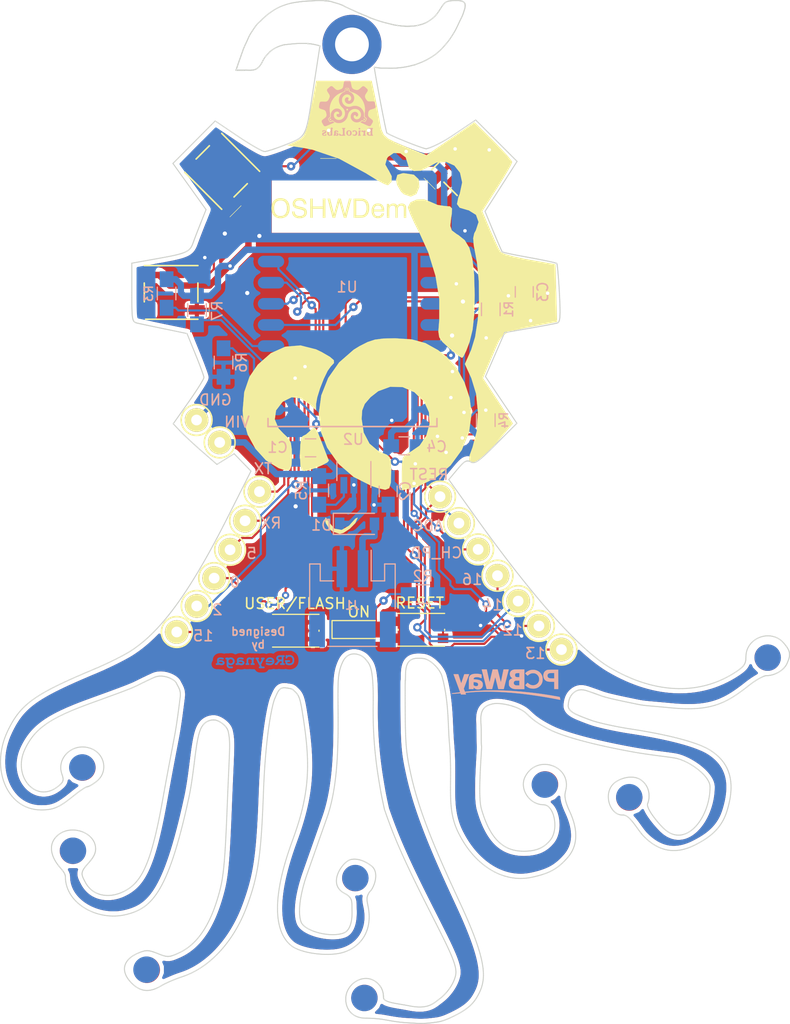
<source format=kicad_pcb>
(kicad_pcb (version 20170123) (host pcbnew no-vcs-found-84f1c8e~59~ubuntu16.04.1)
  (title_block (title "Project Title"))
  (layers (0 F.Cu signal hide) (31 B.Cu signal hide) (34 B.Paste user) (35 F.Paste user) (36 B.SilkS user) (37 F.SilkS user) (38 B.Mask user) (39 F.Mask user) (44 Edge.Cuts user))
  (net 0 "")
  (net 1 VCC)
  (net 2 GPIO4)
  (net 3 GPIO5)
  (net 4 GND)
  (net 5 GPIO12)
  (net 6 ADC)
  (net 7 REST)
  (net 8 TXD)
  (net 9 RXD)
  (net 10 CH_PD)
  (net 11 GPIO0)
  (net 12 GPIO2)
  (net 13 "Net-(LED1-Pad4)")
  (net 14 "Net-(LED2-Pad4)")
  (net 15 "Net-(LED3-Pad4)")
  (net 16 "Net-(LED4-Pad4)")
  (net 17 "Net-(LED5-Pad4)")
  (net 18 GPIO13)
  (net 19 GPIO14)
  (net 20 GPIO15)
  (net 21 GPIO16)
  (net 22 +3.3V)
  (net 23 VBAT)
  (net 24 "Net-(R5-Pad2)")
  (net 25 "Net-(U2-Pad4)")
  (net 26 "Net-(D2-Pad2)")
  (module varios:pcbway3 (layer B.Cu) (at 145.11 106.89 180)
    (fp_text reference PCBway-3 hide)
    (fp_text value LOGO hide)
  )
  (module varios:bricolabs-14 (layer B.Cu) (at 130.07 52.33 180)
    (fp_text reference BricoLabs-14*** hide)
    (fp_text value LOGO hide)
  )
  (module Wickerlib:CONN-HEADER-STRAIGHT-P2.54MM-1x01 (layer F.Cu) (at 148.228 101.326)
    (fp_text reference J10 hide)
    (fp_text value TEST_1P)
    (pad 1 thru_hole circle (at 0 0) (size 2.2352 2.2352) (drill 1.016) (layers *.Cu *.Mask F.SilkS) (net 5 GPIO12))
  )
  (module varios:OSHWDem-4 (layer F.Cu) (at 129.39962 61.69936)
    (fp_text reference G*** hide)
    (fp_text value LOGO hide)
  )
  (module varios:greynaga6-2-cooper (layer B.Cu) (at 121.31 104.57 180)
    (fp_text reference GS*** hide)
    (fp_text value v hide)
    (fp_poly (pts (xy 0.541666 0.256025) (xy 0.582283 0.249307) (xy 0.619201 0.237889) (xy 0.652882 0.221598) (xy 0.683789 0.200261) (xy 0.706817 0.179453) (xy 0.720449 0.165066) (xy 0.730749 0.152281) (xy 0.739392 0.138792) (xy 0.747414 0.123588) (xy 0.753019 0.112036) (xy 0.757798 0.101372) (xy 0.761815 0.090989) (xy 0.765138 0.080279) (xy 0.767833 0.068635) (xy 0.769964 0.05545) (xy 0.771598 0.040117) (xy 0.772801 0.022027) (xy 0.773639 0.000573) (xy 0.774178 -0.024851) (xy 0.774483 -0.054854) (xy 0.774622 -0.090042) (xy 0.774658 -0.127383) (xy 0.7747 -0.288104) (xy 0.794543 -0.290329) (xy 0.819393 -0.29518) (xy 0.839094 -0.303683) (xy 0.853802 -0.315999) (xy 0.863675 -0.332291) (xy 0.868869 -0.352721) (xy 0.86981 -0.3683) (xy 0.868119 -0.390033) (xy 0.862798 -0.407302) (xy 0.853472 -0.421093) (xy 0.847793 -0.426492) (xy 0.841924 -0.43137) (xy 0.836579 -0.435363) (xy 0.831075 -0.438559) (xy 0.824731 -0.441048) (xy 0.816863 -0.442917) (xy 0.80679 -0.444255) (xy 0.793828 -0.445151) (xy 0.777296 -0.445694) (xy 0.756512 -0.445971) (xy 0.730792 -0.446073) (xy 0.699455 -0.446087) (xy 0.579437 -0.446087) (xy 0.560387 -0.436562) (xy 0.543482 -0.426145) (xy 0.531924 -0.413911) (xy 0.524897 -0.398609) (xy 0.521583 -0.378987) (xy 0.521433 -0.376867) (xy 0.521882 -0.352619) (xy 0.526793 -0.332716) (xy 0.536407 -0.316866) (xy 0.550966 -0.304777) (xy 0.57071 -0.296159) (xy 0.592244 -0.291265) (xy 0.61595 -0.287493) (xy 0.61595 -0.142826) (xy 0.615916 -0.105545) (xy 0.61578 -0.074025) (xy 0.615484 -0.047677) (xy 0.614974 -0.025912) (xy 0.614193 -0.008142) (xy 0.613086 0.006222) (xy 0.611598 0.01777) (xy 0.609673 0.027089) (xy 0.607255 0.03477) (xy 0.604289 0.0414) (xy 0.600719 0.047569) (xy 0.597514 0.052388) (xy 0.584918 0.066241) (xy 0.567864 0.078691) (xy 0.548243 0.088456) (xy 0.540143 0.091309) (xy 0.530158 0.09379) (xy 0.51823 0.095451) (xy 0.503025 0.096408) (xy 0.483213 0.096774) (xy 0.47625 0.096786) (xy 0.457456 0.096662) (xy 0.443466 0.096213) (xy 0.432735 0.095253) (xy 0.423716 0.093594) (xy 0.414866 0.09105) (xy 0.407428 0.088455) (xy 0.382767 0.077356) (xy 0.357405 0.061589) (xy 0.330685 0.040711) (xy 0.311666 0.023614) (xy 0.282575 -0.003771) (xy 0.282575 -0.288925) (xy 0.294691 -0.288925) (xy 0.309999 -0.289977) (xy 0.326907 -0.292773) (xy 0.342803 -0.296765) (xy 0.355078 -0.30141) (xy 0.355499 -0.301623) (xy 0.372539 -0.313473) (xy 0.384505 -0.328963) (xy 0.391498 -0.34828) (xy 0.39363 -0.370579) (xy 0.391646 -0.392296) (xy 0.385483 -0.409681) (xy 0.374587 -0.423616) (xy 0.358405 -0.43498) (xy 0.350797 -0.438788) (xy 0.346721 -0.440602) (xy 0.342686 -0.442091) (xy 0.338046 -0.443291) (xy 0.332151 -0.444238) (xy 0.324352 -0.444966) (xy 0.314002 -0.445513) (xy 0.300452 -0.445913) (xy 0.283052 -0.446202) (xy 0.261156 -0.446416) (xy 0.234113 -0.446591) (xy 0.206375 -0.446737) (xy 0.171688 -0.44686) (xy 0.142846 -0.446839) (xy 0.119343 -0.446661) (xy 0.100673 -0.446315) (xy 0.086333 -0.445788) (xy 0.075816 -0.445067) (xy 0.068619 -0.444141) (xy 0.065087 -0.443302) (xy 0.043819 -0.434532) (xy 0.028148 -0.423343) (xy 0.017557 -0.409028) (xy 0.011529 -0.39088) (xy 0.009545 -0.368192) (xy 0.009542 -0.367404) (xy 0.01224 -0.345291) (xy 0.020255 -0.326437) (xy 0.033397 -0.311168) (xy 0.047725 -0.301623) (xy 0.059778 -0.296962) (xy 0.07557 -0.292929) (xy 0.092488 -0.290069) (xy 0.107922 -0.288927) (xy 0.108533 -0.288925) (xy 0.12065 -0.288925) (xy 0.12065 0.078083) (xy 0.098264 0.081922) (xy 0.084873 0.084822) (xy 0.072128 0.088584) (xy 0.063646 0.092001) (xy 0.047336 0.10368) (xy 0.035397 0.119371) (xy 0.02814 0.138204) (xy 0.025876 0.159309) (xy 0.028914 0.181817) (xy 0.030075 0.186042) (xy 0.038398 0.20338) (xy 0.052247 0.217784) (xy 0.071437 0.229232) (xy 0.07615 0.231294) (xy 0.080848 0.232938) (xy 0.086306 0.234219) (xy 0.093299 0.235195) (xy 0.1026 0.235921) (xy 0.114984 0.236456) (xy 0.131224 0.236854) (xy 0.152097 0.237174) (xy 0.178374 0.237471) (xy 0.184943 0.237539) (xy 0.282575 0.238539) (xy 0.282575 0.168113) (xy 0.302487 0.185005) (xy 0.322594 0.201315) (xy 0.340895 0.214303) (xy 0.359694 0.225486) (xy 0.378588 0.235092) (xy 0.399931 0.244297) (xy 0.420782 0.250883) (xy 0.442821 0.25518) (xy 0.46773 0.257516) (xy 0.496887 0.258218) (xy 0.541666 0.256025)) (layer B.Cu) (width 0.01))
    (fp_poly (pts (xy -2.416406 0.466363) (xy -2.390736 0.466096) (xy -2.368815 0.465653) (xy -2.350125 0.46501) (xy -2.334145 0.464142) (xy -2.320355 0.463026) (xy -2.308236 0.461638) (xy -2.297267 0.459953) (xy -2.286928 0.457947) (xy -2.2767 0.455597) (xy -2.266063 0.452878) (xy -2.262939 0.452046) (xy -2.223392 0.438724) (xy -2.186136 0.420778) (xy -2.151861 0.398756) (xy -2.121257 0.373204) (xy -2.095013 0.344671) (xy -2.07382 0.313703) (xy -2.063789 0.294124) (xy -2.05192 0.260839) (xy -2.044633 0.224872) (xy -2.042201 0.18821) (xy -2.044547 0.155179) (xy -2.052587 0.119599) (xy -2.066138 0.0863) (xy -2.085434 0.054853) (xy -2.110708 0.024825) (xy -2.120886 0.01469) (xy -2.131565 0.005111) (xy -2.144432 -0.005474) (xy -2.158425 -0.016303) (xy -2.172484 -0.026612) (xy -2.18555 -0.035637) (xy -2.196561 -0.042616) (xy -2.204457 -0.046784) (xy -2.207435 -0.047625) (xy -2.206582 -0.049686) (xy -2.201892 -0.055319) (xy -2.194107 -0.063696) (xy -2.18397 -0.073988) (xy -2.182481 -0.075459) (xy -2.138558 -0.121791) (xy -2.09578 -0.17287) (xy -2.055443 -0.227092) (xy -2.033575 -0.259506) (xy -2.014538 -0.288825) (xy -1.995488 -0.28893) (xy -1.974732 -0.290296) (xy -1.954239 -0.293867) (xy -1.935893 -0.29919) (xy -1.921579 -0.30581) (xy -1.919288 -0.307304) (xy -1.905183 -0.320228) (xy -1.896029 -0.336123) (xy -1.891478 -0.355741) (xy -1.890809 -0.3683) (xy -1.892902 -0.391429) (xy -1.899557 -0.410249) (xy -1.911035 -0.425117) (xy -1.927594 -0.436392) (xy -1.944884 -0.44313) (xy -1.951817 -0.444675) (xy -1.961551 -0.44586) (xy -1.974809 -0.446717) (xy -1.99231 -0.447283) (xy -2.014778 -0.44759) (xy -2.040264 -0.447675) (xy -2.120543 -0.447675) (xy -2.13837 -0.415911) (xy -2.156902 -0.38447) (xy -2.177684 -0.351981) (xy -2.200202 -0.31907) (xy -2.22394 -0.286366) (xy -2.248385 -0.254494) (xy -2.273022 -0.224081) (xy -2.297336 -0.195753) (xy -2.320813 -0.170139) (xy -2.342938 -0.147863) (xy -2.363198 -0.129553) (xy -2.381077 -0.115835) (xy -2.388634 -0.111081) (xy -2.405063 -0.101659) (xy -2.480469 -0.101629) (xy -2.555875 -0.1016) (xy -2.555875 -0.288925) (xy -2.520157 -0.28898) (xy -2.488974 -0.290151) (xy -2.463233 -0.293688) (xy -2.442408 -0.299781) (xy -2.425976 -0.308623) (xy -2.413412 -0.320403) (xy -2.406725 -0.33034) (xy -2.402302 -0.339676) (xy -2.399881 -0.349213) (xy -2.398944 -0.361457) (xy -2.398867 -0.3683) (xy -2.400994 -0.391286) (xy -2.407465 -0.409852) (xy -2.418428 -0.424344) (xy -2.425503 -0.430075) (xy -2.431209 -0.433917) (xy -2.436702 -0.437155) (xy -2.442557 -0.43984) (xy -2.44935 -0.442024) (xy -2.457657 -0.443757) (xy -2.468054 -0.445091) (xy -2.481116 -0.446077) (xy -2.497419 -0.446767) (xy -2.517539 -0.44721) (xy -2.542052 -0.44746) (xy -2.571532 -0.447566) (xy -2.606556 -0.44758) (xy -2.622261 -0.447571) (xy -2.657911 -0.447531) (xy -2.687794 -0.44745) (xy -2.712496 -0.447308) (xy -2.7326 -0.447085) (xy -2.74869 -0.44676) (xy -2.761351 -0.446314) (xy -2.771167 -0.445725) (xy -2.778722 -0.444975) (xy -2.784599 -0.444043) (xy -2.789384 -0.442909) (xy -2.793316 -0.441672) (xy -2.812884 -0.431968) (xy -2.827694 -0.418198) (xy -2.83757 -0.400693) (xy -2.842335 -0.379783) (xy -2.841814 -0.355799) (xy -2.841239 -0.351772) (xy -2.835234 -0.332381) (xy -2.823995 -0.316427) (xy -2.807689 -0.304011) (xy -2.786485 -0.295233) (xy -2.760552 -0.290195) (xy -2.736267 -0.288925) (xy -2.7178 -0.288925) (xy -2.7178 0.05715) (xy -2.555875 0.05715) (xy -2.505869 0.057178) (xy -2.483935 0.057417) (xy -2.459739 0.058048) (xy -2.436017 0.058981) (xy -2.415504 0.060123) (xy -2.412907 0.060304) (xy -2.379126 0.063717) (xy -2.349865 0.068941) (xy -2.323456 0.076375) (xy -2.298227 0.086415) (xy -2.292979 0.088866) (xy -2.27115 0.101276) (xy -2.251296 0.116324) (xy -2.234723 0.132839) (xy -2.222736 0.149647) (xy -2.220499 0.153988) (xy -2.215039 0.171124) (xy -2.212889 0.190639) (xy -2.214103 0.21) (xy -2.218733 0.226673) (xy -2.218978 0.227221) (xy -2.231258 0.246959) (xy -2.249071 0.264952) (xy -2.271714 0.280653) (xy -2.298487 0.293517) (xy -2.309564 0.297538) (xy -2.316509 0.299813) (xy -2.322776 0.301651) (xy -2.329131 0.303107) (xy -2.336343 0.304236) (xy -2.34518 0.305094) (xy -2.356409 0.305734) (xy -2.370797 0.306213) (xy -2.389114 0.306584) (xy -2.412126 0.306904) (xy -2.440601 0.307226) (xy -2.445544 0.30728) (xy -2.555875 0.308478) (xy -2.555875 0.05715) (xy -2.7178 0.05715) (xy -2.7178 0.307052) (xy -2.748757 0.308854) (xy -2.776947 0.312098) (xy -2.799708 0.318375) (xy -2.817308 0.327913) (xy -2.830015 0.340942) (xy -2.838098 0.357691) (xy -2.841825 0.378388) (xy -2.842155 0.388572) (xy -2.840508 0.410673) (xy -2.835405 0.428063) (xy -2.826315 0.441664) (xy -2.812708 0.452403) (xy -2.802419 0.457738) (xy -2.786063 0.465138) (xy -2.566988 0.466155) (xy -2.521118 0.46635) (xy -2.481077 0.466466) (xy -2.446347 0.466478) (xy -2.416406 0.466363)) (layer B.Cu) (width 0.01))
    (fp_poly (pts (xy -2.975093 0.487295) (xy -2.958806 0.481562) (xy -2.949319 0.475332) (xy -2.941943 0.467039) (xy -2.935288 0.455604) (xy -2.925763 0.437033) (xy -2.924772 0.33272) (xy -2.924535 0.302881) (xy -2.924464 0.278668) (xy -2.924582 0.259358) (xy -2.924912 0.24423) (xy -2.925478 0.23256) (xy -2.926303 0.223626) (xy -2.92741 0.216705) (xy -2.928657 0.211636) (xy -2.936615 0.191227) (xy -2.947388 0.176183) (xy -2.961588 0.166054) (xy -2.97983 0.160395) (xy -3.00115 0.15875) (xy -3.015042 0.159329) (xy -3.027563 0.160863) (xy -3.036265 0.163049) (xy -3.036434 0.163119) (xy -3.047557 0.169857) (xy -3.057357 0.180526) (xy -3.066178 0.195727) (xy -3.074367 0.216059) (xy -3.082271 0.242122) (xy -3.082516 0.243032) (xy -3.090338 0.260301) (xy -3.10375 0.276127) (xy -3.122115 0.29031) (xy -3.144795 0.302648) (xy -3.171152 0.312939) (xy -3.20055 0.320983) (xy -3.232351 0.326578) (xy -3.265917 0.329523) (xy -3.30061 0.329616) (xy -3.335795 0.326657) (xy -3.343834 0.325532) (xy -3.385635 0.316345) (xy -3.424127 0.30205) (xy -3.458992 0.282944) (xy -3.489912 0.259323) (xy -3.516568 0.231483) (xy -3.538642 0.199723) (xy -3.555816 0.164337) (xy -3.567772 0.125624) (xy -3.570044 0.114744) (xy -3.571827 0.10144) (xy -3.573253 0.083102) (xy -3.57432 0.060872) (xy -3.575029 0.035891) (xy -3.57538 0.0093) (xy -3.575372 -0.017759) (xy -3.575007 -0.044145) (xy -3.574284 -0.068716) (xy -3.573203 -0.090331) (xy -3.571763 -0.107849) (xy -3.570036 -0.119792) (xy -3.559542 -0.157609) (xy -3.544526 -0.191143) (xy -3.524917 -0.220455) (xy -3.500642 -0.245602) (xy -3.47163 -0.266643) (xy -3.437807 -0.283638) (xy -3.399103 -0.296646) (xy -3.355445 -0.305725) (xy -3.340184 -0.307839) (xy -3.296209 -0.311049) (xy -3.250528 -0.310329) (xy -3.20481 -0.305863) (xy -3.160728 -0.297839) (xy -3.119951 -0.286441) (xy -3.107532 -0.281981) (xy -3.082925 -0.272588) (xy -3.082925 -0.168902) (xy -3.177382 -0.167493) (xy -3.207581 -0.166968) (xy -3.23221 -0.166312) (xy -3.252047 -0.165416) (xy -3.267871 -0.164173) (xy -3.280462 -0.162474) (xy -3.290598 -0.16021) (xy -3.299059 -0.157273) (xy -3.306624 -0.153554) (xy -3.314072 -0.148946) (xy -3.314981 -0.148337) (xy -3.327733 -0.136063) (xy -3.336758 -0.1195) (xy -3.341742 -0.099714) (xy -3.342371 -0.077769) (xy -3.340243 -0.062601) (xy -3.334333 -0.045383) (xy -3.324127 -0.031763) (xy -3.308908 -0.020956) (xy -3.297238 -0.015561) (xy -3.278188 -0.007937) (xy -3.103563 -0.007937) (xy -3.065399 -0.007952) (xy -3.033039 -0.008006) (xy -3.005937 -0.008116) (xy -2.983548 -0.008298) (xy -2.965326 -0.008567) (xy -2.950726 -0.00894) (xy -2.939201 -0.009432) (xy -2.930206 -0.01006) (xy -2.923195 -0.01084) (xy -2.917622 -0.011787) (xy -2.912943 -0.012917) (xy -2.910696 -0.013578) (xy -2.890083 -0.022765) (xy -2.874327 -0.035933) (xy -2.863638 -0.052803) (xy -2.858229 -0.073095) (xy -2.85757 -0.083769) (xy -2.859763 -0.107377) (xy -2.866709 -0.126916) (xy -2.878668 -0.142806) (xy -2.895902 -0.155468) (xy -2.904925 -0.159991) (xy -2.924175 -0.168631) (xy -2.924175 -0.375067) (xy -2.969419 -0.396749) (xy -3.009386 -0.415152) (xy -3.045798 -0.430222) (xy -3.080147 -0.442481) (xy -3.113923 -0.452453) (xy -3.148617 -0.460659) (xy -3.15595 -0.462166) (xy -3.16877 -0.464021) (xy -3.186689 -0.465616) (xy -3.20846 -0.466925) (xy -3.232837 -0.467923) (xy -3.258574 -0.468583) (xy -3.284424 -0.468881) (xy -3.30914 -0.468791) (xy -3.331476 -0.468287) (xy -3.350186 -0.467343) (xy -3.360738 -0.466374) (xy -3.400872 -0.459972) (xy -3.441506 -0.450536) (xy -3.480867 -0.438591) (xy -3.517182 -0.424665) (xy -3.5433 -0.412211) (xy -3.581697 -0.388292) (xy -3.616534 -0.359389) (xy -3.647516 -0.325966) (xy -3.674347 -0.288485) (xy -3.696729 -0.24741) (xy -3.714366 -0.203205) (xy -3.726961 -0.156333) (xy -3.733458 -0.114969) (xy -3.734743 -0.098693) (xy -3.735726 -0.07743) (xy -3.736407 -0.052535) (xy -3.736784 -0.025364) (xy -3.736855 0.002728) (xy -3.736619 0.030384) (xy -3.736076 0.05625) (xy -3.735224 0.07897) (xy -3.734061 0.097188) (xy -3.733661 0.101478) (xy -3.726428 0.147428) (xy -3.714482 0.192508) (xy -3.698377 0.234713) (xy -3.694442 0.243181) (xy -3.679115 0.2729) (xy -3.663221 0.298868) (xy -3.645405 0.322983) (xy -3.624309 0.347143) (xy -3.608401 0.363565) (xy -3.572999 0.395891) (xy -3.536593 0.422723) (xy -3.498131 0.444629) (xy -3.456562 0.462179) (xy -3.410835 0.475941) (xy -3.393086 0.480092) (xy -3.381359 0.482485) (xy -3.3703 0.484278) (xy -3.35869 0.485554) (xy -3.34531 0.486397) (xy -3.32894 0.486888) (xy -3.308361 0.487112) (xy -3.2893 0.487154) (xy -3.262238 0.487018) (xy -3.240367 0.486563) (xy -3.222533 0.485724) (xy -3.207583 0.484438) (xy -3.194363 0.482641) (xy -3.187912 0.481506) (xy -3.161803 0.475687) (xy -3.133885 0.467947) (xy -3.106775 0.459083) (xy -3.08309 0.44989) (xy -3.080845 0.44891) (xy -3.069119 0.444359) (xy -3.062617 0.443384) (xy -3.061261 0.444407) (xy -3.056855 0.452384) (xy -3.049086 0.462197) (xy -3.039707 0.471925) (xy -3.030471 0.479645) (xy -3.027215 0.481736) (xy -3.011716 0.487398) (xy -2.993541 0.489249) (xy -2.975093 0.487295)) (layer B.Cu) (width 0.01))
    (fp_poly (pts (xy 3.294858 0.257621) (xy 3.341954 0.252197) (xy 3.38518 0.242867) (xy 3.402012 0.237772) (xy 3.436003 0.223973) (xy 3.467184 0.206312) (xy 3.494769 0.185419) (xy 3.517974 0.161921) (xy 3.536013 0.136446) (xy 3.541395 0.126285) (xy 3.545654 0.117278) (xy 3.54929 0.108953) (xy 3.552352 0.100739) (xy 3.55489 0.092067) (xy 3.556952 0.082365) (xy 3.558589 0.071063) (xy 3.55985 0.057591) (xy 3.560784 0.041378) (xy 3.561441 0.021853) (xy 3.56187 -0.001554) (xy 3.562122 -0.029413) (xy 3.562245 -0.062295) (xy 3.562289 -0.100771) (xy 3.562294 -0.114615) (xy 3.56235 -0.287968) (xy 3.594893 -0.28985) (xy 3.621936 -0.292687) (xy 3.643675 -0.297948) (xy 3.660798 -0.305953) (xy 3.673993 -0.317022) (xy 3.683789 -0.331177) (xy 3.687692 -0.340056) (xy 3.689888 -0.349785) (xy 3.690779 -0.362577) (xy 3.690861 -0.370205) (xy 3.690601 -0.383815) (xy 3.68948 -0.393359) (xy 3.68697 -0.401109) (xy 3.68254 -0.409343) (xy 3.681263 -0.411432) (xy 3.672979 -0.422518) (xy 3.662714 -0.430963) (xy 3.652965 -0.436513) (xy 3.634254 -0.446087) (xy 3.517339 -0.447027) (xy 3.400425 -0.447967) (xy 3.400425 -0.416005) (xy 3.382168 -0.424348) (xy 3.355535 -0.43536) (xy 3.325186 -0.445986) (xy 3.293738 -0.455377) (xy 3.2639 -0.462666) (xy 3.243479 -0.466117) (xy 3.219027 -0.468859) (xy 3.192034 -0.470848) (xy 3.163992 -0.472042) (xy 3.136394 -0.472396) (xy 3.110731 -0.471866) (xy 3.088496 -0.470409) (xy 3.072574 -0.468256) (xy 3.032734 -0.458251) (xy 2.995754 -0.444045) (xy 2.962133 -0.426029) (xy 2.932371 -0.404591) (xy 2.906968 -0.380122) (xy 2.886423 -0.353011) (xy 2.871235 -0.323647) (xy 2.865345 -0.306672) (xy 2.861971 -0.288572) (xy 2.860719 -0.266682) (xy 2.861109 -0.254683) (xy 3.029019 -0.254683) (xy 3.031999 -0.267425) (xy 3.04061 -0.279693) (xy 3.054137 -0.290927) (xy 3.071861 -0.300573) (xy 3.093065 -0.308072) (xy 3.100075 -0.309838) (xy 3.116978 -0.312315) (xy 3.138383 -0.313322) (xy 3.162636 -0.312936) (xy 3.188079 -0.311231) (xy 3.213056 -0.308282) (xy 3.23591 -0.304163) (xy 3.2385 -0.303578) (xy 3.272125 -0.294668) (xy 3.304021 -0.283706) (xy 3.336441 -0.269843) (xy 3.363912 -0.256278) (xy 3.402012 -0.236535) (xy 3.402901 -0.197985) (xy 3.403789 -0.159434) (xy 3.383769 -0.155948) (xy 3.345818 -0.15026) (xy 3.307644 -0.146262) (xy 3.270307 -0.143974) (xy 3.234865 -0.143412) (xy 3.202375 -0.144595) (xy 3.173896 -0.147539) (xy 3.151187 -0.152073) (xy 3.121762 -0.161732) (xy 3.095407 -0.173897) (xy 3.072674 -0.188104) (xy 3.054117 -0.203888) (xy 3.040288 -0.220785) (xy 3.031742 -0.238329) (xy 3.029019 -0.254683) (xy 2.861109 -0.254683) (xy 2.861484 -0.24316) (xy 2.864159 -0.220161) (xy 2.868639 -0.199843) (xy 2.870928 -0.192908) (xy 2.881721 -0.168052) (xy 2.894927 -0.145837) (xy 2.911823 -0.124316) (xy 2.925762 -0.109402) (xy 2.9586 -0.079726) (xy 2.994063 -0.05486) (xy 3.032769 -0.034495) (xy 3.075341 -0.018322) (xy 3.122396 -0.006032) (xy 3.14001 -0.002596) (xy 3.165339 0.00081) (xy 3.195398 0.002976) (xy 3.228698 0.003935) (xy 3.263746 0.00372) (xy 3.299053 0.002366) (xy 3.333129 -0.000095) (xy 3.364481 -0.003629) (xy 3.391621 -0.008203) (xy 3.391693 -0.008218) (xy 3.400425 -0.010029) (xy 3.400425 0.015781) (xy 3.399749 0.033039) (xy 3.397256 0.045871) (xy 3.392244 0.056103) (xy 3.384011 0.065562) (xy 3.379831 0.069386) (xy 3.36453 0.080022) (xy 3.345487 0.088111) (xy 3.322145 0.093782) (xy 3.293949 0.097168) (xy 3.260344 0.098397) (xy 3.256476 0.098407) (xy 3.236862 0.098117) (xy 3.218066 0.097164) (xy 3.1989 0.095392) (xy 3.178171 0.092648) (xy 3.15469 0.088776) (xy 3.127266 0.083623) (xy 3.099768 0.078079) (xy 3.069938 0.072148) (xy 3.045451 0.067873) (xy 3.025514 0.065281) (xy 3.009331 0.064399) (xy 2.996109 0.065257) (xy 2.985052 0.06788) (xy 2.975368 0.072297) (xy 2.966261 0.078536) (xy 2.961021 0.08292) (xy 2.94773 0.098515) (xy 2.938933 0.117116) (xy 2.934788 0.137338) (xy 2.935455 0.157799) (xy 2.941092 0.177114) (xy 2.948734 0.19009) (xy 2.955435 0.197112) (xy 2.964864 0.203612) (xy 2.977817 0.20996) (xy 2.995093 0.216521) (xy 3.017487 0.223665) (xy 3.02869 0.22695) (xy 3.083408 0.240714) (xy 3.138166 0.250686) (xy 3.192182 0.256843) (xy 3.244673 0.259162) (xy 3.294858 0.257621)) (layer B.Cu) (width 0.01))
    (fp_poly (pts (xy 1.428856 0.256821) (xy 1.476526 0.249673) (xy 1.520116 0.238011) (xy 1.559457 0.221869) (xy 1.589647 0.204507) (xy 1.617347 0.183124) (xy 1.639714 0.159154) (xy 1.657527 0.131732) (xy 1.660782 0.125413) (xy 1.665257 0.116146) (xy 1.669079 0.107452) (xy 1.672301 0.09876) (xy 1.674973 0.089501) (xy 1.677148 0.079104) (xy 1.678875 0.066997) (xy 1.680206 0.05261) (xy 1.681193 0.035373) (xy 1.681886 0.014716) (xy 1.682337 -0.009933) (xy 1.682597 -0.039145) (xy 1.682717 -0.073488) (xy 1.682749 -0.113535) (xy 1.68275 -0.119341) (xy 1.68275 -0.288925) (xy 1.702804 -0.288925) (xy 1.733296 -0.290827) (xy 1.75879 -0.29652) (xy 1.779249 -0.305983) (xy 1.794638 -0.319196) (xy 1.804924 -0.336136) (xy 1.80951 -0.352706) (xy 1.810795 -0.376668) (xy 1.806711 -0.397901) (xy 1.797525 -0.415939) (xy 1.783502 -0.430314) (xy 1.764908 -0.440559) (xy 1.758223 -0.442834) (xy 1.752573 -0.444186) (xy 1.745234 -0.445274) (xy 1.73553 -0.446122) (xy 1.722785 -0.446756) (xy 1.706324 -0.447203) (xy 1.685472 -0.447488) (xy 1.659553 -0.447636) (xy 1.631373 -0.447675) (xy 1.520825 -0.447675) (xy 1.520825 -0.4318) (xy 1.52052 -0.422741) (xy 1.519741 -0.416993) (xy 1.519131 -0.415925) (xy 1.515573 -0.417244) (xy 1.50827 -0.420628) (xy 1.502463 -0.423502) (xy 1.478277 -0.434233) (xy 1.4495 -0.444525) (xy 1.417888 -0.453867) (xy 1.3852 -0.461746) (xy 1.353192 -0.467651) (xy 1.34849 -0.468345) (xy 1.33283 -0.470022) (xy 1.313249 -0.471293) (xy 1.291257 -0.472141) (xy 1.268364 -0.472552) (xy 1.24608 -0.472509) (xy 1.225914 -0.471998) (xy 1.209379 -0.471002) (xy 1.199894 -0.469866) (xy 1.157188 -0.459891) (xy 1.117465 -0.445055) (xy 1.081304 -0.42565) (xy 1.049282 -0.40197) (xy 1.031207 -0.384683) (xy 1.011064 -0.360917) (xy 0.996427 -0.337626) (xy 0.986733 -0.313412) (xy 0.981421 -0.286878) (xy 0.979924 -0.257175) (xy 0.980016 -0.252945) (xy 1.14935 -0.252945) (xy 1.152401 -0.268023) (xy 1.161357 -0.281504) (xy 1.175915 -0.293142) (xy 1.195775 -0.302695) (xy 1.2192 -0.309599) (xy 1.234037 -0.311765) (xy 1.253394 -0.31286) (xy 1.27554 -0.312925) (xy 1.298742 -0.312004) (xy 1.32127 -0.310139) (xy 1.341391 -0.307373) (xy 1.3462 -0.306475) (xy 1.39137 -0.294747) (xy 1.438463 -0.277309) (xy 1.477962 -0.258978) (xy 1.522412 -0.236537) (xy 1.523303 -0.197643) (xy 1.523455 -0.182774) (xy 1.523219 -0.170526) (xy 1.522646 -0.162114) (xy 1.521784 -0.158752) (xy 1.521716 -0.158737) (xy 1.517664 -0.158262) (xy 1.508898 -0.157) (xy 1.496973 -0.15518) (xy 1.490662 -0.154187) (xy 1.44561 -0.148105) (xy 1.402614 -0.144411) (xy 1.362432 -0.143107) (xy 1.325823 -0.144194) (xy 1.293547 -0.147673) (xy 1.266361 -0.153545) (xy 1.265355 -0.15384) (xy 1.235143 -0.164537) (xy 1.208748 -0.177388) (xy 1.186624 -0.192004) (xy 1.169224 -0.207999) (xy 1.157002 -0.224985) (xy 1.150412 -0.242573) (xy 1.14935 -0.252945) (xy 0.980016 -0.252945) (xy 0.980298 -0.240122) (xy 0.98148 -0.226853) (xy 0.983876 -0.214814) (xy 0.987894 -0.201452) (xy 0.98959 -0.196476) (xy 1.003199 -0.165337) (xy 1.021896 -0.136246) (xy 1.046221 -0.108408) (xy 1.055562 -0.099372) (xy 1.09097 -0.070295) (xy 1.129688 -0.04606) (xy 1.172072 -0.026507) (xy 1.218477 -0.011476) (xy 1.269258 -0.000806) (xy 1.276731 0.000348) (xy 1.298598 0.002623) (xy 1.32528 0.003866) (xy 1.355334 0.004131) (xy 1.387319 0.00347) (xy 1.419792 0.001939) (xy 1.451312 -0.000411) (xy 1.480437 -0.003524) (xy 1.505724 -0.007348) (xy 1.511041 -0.008362) (xy 1.521491 -0.010452) (xy 1.520364 0.018297) (xy 1.519646 0.032363) (xy 1.518497 0.041899) (xy 1.516434 0.048724) (xy 1.51297 0.054657) (xy 1.509463 0.059242) (xy 1.495116 0.072907) (xy 1.476243 0.083559) (xy 1.452554 0.091285) (xy 1.423758 0.096173) (xy 1.389564 0.098308) (xy 1.378313 0.098426) (xy 1.359754 0.09825) (xy 1.342881 0.097623) (xy 1.326499 0.096392) (xy 1.309415 0.094403) (xy 1.290437 0.091503) (xy 1.26837 0.087541) (xy 1.242022 0.082364) (xy 1.223962 0.078672) (xy 1.18993 0.072129) (xy 1.161473 0.067733) (xy 1.138197 0.065458) (xy 1.11971 0.06528) (xy 1.10562 0.067174) (xy 1.096505 0.070556) (xy 1.078567 0.083787) (xy 1.065414 0.101054) (xy 1.057321 0.12192) (xy 1.054997 0.136128) (xy 1.055197 0.157779) (xy 1.060241 0.175872) (xy 1.070408 0.191261) (xy 1.074296 0.195283) (xy 1.080508 0.200754) (xy 1.087219 0.205266) (xy 1.095721 0.209416) (xy 1.107304 0.213803) (xy 1.123262 0.219025) (xy 1.130341 0.22123) (xy 1.167335 0.232086) (xy 1.200908 0.240569) (xy 1.233239 0.247091) (xy 1.266504 0.252063) (xy 1.302881 0.255897) (xy 1.321948 0.257444) (xy 1.377274 0.259422) (xy 1.428856 0.256821)) (layer B.Cu) (width 0.01))
    (fp_poly (pts (xy -1.408884 0.257616) (xy -1.361811 0.251717) (xy -1.316582 0.241517) (xy -1.274176 0.227096) (xy -1.235576 0.208538) (xy -1.231663 0.206282) (xy -1.193234 0.180751) (xy -1.158048 0.151405) (xy -1.126801 0.119003) (xy -1.100187 0.084301) (xy -1.078901 0.048055) (xy -1.071275 0.031514) (xy -1.059737 0.0002) (xy -1.051198 -0.032397) (xy -1.045448 -0.067499) (xy -1.042278 -0.106327) (xy -1.041456 -0.142081) (xy -1.0414 -0.180975) (xy -1.360828 -0.180975) (xy -1.412944 -0.180979) (xy -1.459072 -0.180996) (xy -1.499572 -0.181032) (xy -1.534805 -0.181093) (xy -1.565133 -0.181186) (xy -1.590917 -0.181317) (xy -1.612518 -0.181492) (xy -1.630298 -0.181718) (xy -1.644616 -0.182001) (xy -1.655836 -0.182347) (xy -1.664317 -0.182763) (xy -1.670421 -0.183255) (xy -1.674509 -0.183829) (xy -1.676942 -0.184491) (xy -1.678082 -0.185249) (xy -1.678289 -0.186107) (xy -1.678174 -0.186531) (xy -1.671496 -0.200203) (xy -1.661311 -0.216052) (xy -1.648966 -0.232159) (xy -1.636229 -0.246189) (xy -1.610802 -0.267167) (xy -1.580554 -0.284372) (xy -1.545825 -0.297727) (xy -1.506959 -0.307153) (xy -1.464296 -0.312574) (xy -1.418179 -0.313913) (xy -1.36895 -0.311091) (xy -1.355706 -0.309669) (xy -1.334965 -0.30702) (xy -1.314825 -0.303943) (xy -1.294033 -0.300189) (xy -1.271337 -0.295512) (xy -1.245483 -0.289662) (xy -1.215219 -0.28239) (xy -1.203325 -0.279456) (xy -1.1737 -0.272452) (xy -1.149278 -0.26756) (xy -1.129268 -0.264795) (xy -1.112882 -0.264171) (xy -1.099328 -0.265705) (xy -1.087817 -0.269409) (xy -1.077558 -0.2753) (xy -1.069331 -0.281947) (xy -1.055379 -0.297442) (xy -1.046986 -0.314322) (xy -1.043442 -0.334167) (xy -1.043226 -0.340242) (xy -1.043464 -0.352597) (xy -1.044994 -0.361271) (xy -1.048528 -0.368904) (xy -1.052647 -0.375143) (xy -1.063306 -0.387692) (xy -1.077153 -0.399173) (xy -1.094791 -0.409897) (xy -1.116823 -0.420176) (xy -1.143853 -0.43032) (xy -1.176484 -0.44064) (xy -1.183825 -0.442778) (xy -1.223396 -0.452649) (xy -1.267301 -0.460885) (xy -1.313665 -0.467163) (xy -1.340817 -0.469769) (xy -1.356393 -0.47074) (xy -1.375934 -0.471511) (xy -1.398094 -0.472072) (xy -1.421527 -0.472415) (xy -1.444888 -0.472531) (xy -1.466831 -0.47241) (xy -1.486011 -0.472045) (xy -1.50108 -0.471425) (xy -1.508125 -0.470873) (xy -1.516117 -0.469732) (xy -1.528291 -0.46766) (xy -1.542611 -0.465013) (xy -1.550106 -0.463552) (xy -1.599358 -0.451004) (xy -1.644675 -0.433627) (xy -1.686502 -0.411187) (xy -1.725285 -0.38345) (xy -1.756018 -0.355708) (xy -1.786311 -0.321967) (xy -1.810718 -0.286688) (xy -1.829543 -0.249217) (xy -1.843087 -0.208903) (xy -1.851654 -0.165092) (xy -1.853931 -0.144462) (xy -1.855328 -0.095106) (xy -1.850816 -0.047855) (xy -1.848571 -0.0381) (xy -1.676119 -0.0381) (xy -1.221687 -0.0381) (xy -1.223806 -0.029368) (xy -1.228653 -0.01689) (xy -1.237265 -0.001973) (xy -1.24855 0.013736) (xy -1.261411 0.028588) (xy -1.264208 0.031443) (xy -1.282702 0.047225) (xy -1.305178 0.062278) (xy -1.329307 0.075174) (xy -1.348035 0.082905) (xy -1.383927 0.092574) (xy -1.422591 0.097717) (xy -1.462392 0.098351) (xy -1.501697 0.094495) (xy -1.538871 0.086165) (xy -1.555138 0.080711) (xy -1.584353 0.067265) (xy -1.611047 0.050178) (xy -1.634358 0.030234) (xy -1.653424 0.00822) (xy -1.667383 -0.015079) (xy -1.671691 -0.02555) (xy -1.676119 -0.0381) (xy -1.848571 -0.0381) (xy -1.840468 -0.002893) (xy -1.824358 0.039595) (xy -1.802559 0.079424) (xy -1.775146 0.116407) (xy -1.742191 0.150361) (xy -1.733694 0.157843) (xy -1.700335 0.184115) (xy -1.6671 0.205417) (xy -1.632131 0.222813) (xy -1.595982 0.236565) (xy -1.551349 0.248687) (xy -1.504633 0.256182) (xy -1.456818 0.259131) (xy -1.408884 0.257616)) (layer B.Cu) (width 0.01))
    (fp_poly (pts (xy 2.298534 0.25834) (xy 2.315568 0.258055) (xy 2.328899 0.257446) (xy 2.33985 0.256395) (xy 2.349745 0.254781) (xy 2.359907 0.252486) (xy 2.369203 0.250056) (xy 2.403796 0.238621) (xy 2.437402 0.223561) (xy 2.467646 0.205971) (xy 2.473325 0.202075) (xy 2.493962 0.187471) (xy 2.495806 0.238125) (xy 2.601884 0.238125) (xy 2.631271 0.238021) (xy 2.657886 0.237718) (xy 2.681039 0.237238) (xy 2.700037 0.236599) (xy 2.714189 0.23582) (xy 2.722803 0.234921) (xy 2.723681 0.234754) (xy 2.745043 0.227352) (xy 2.762234 0.215493) (xy 2.774811 0.199705) (xy 2.782334 0.180517) (xy 2.784426 0.161925) (xy 2.782846 0.14114) (xy 2.777738 0.124407) (xy 2.768598 0.110196) (xy 2.766774 0.108105) (xy 2.753977 0.096772) (xy 2.738485 0.088636) (xy 2.71925 0.083317) (xy 2.695225 0.08043) (xy 2.690143 0.080131) (xy 2.657475 0.078464) (xy 2.657472 -0.198099) (xy 2.65745 -0.251492) (xy 2.657375 -0.298947) (xy 2.657234 -0.340873) (xy 2.65701 -0.377681) (xy 2.65669 -0.409784) (xy 2.656259 -0.437591) (xy 2.655702 -0.461513) (xy 2.655004 -0.481962) (xy 2.654151 -0.499348) (xy 2.653128 -0.514082) (xy 2.651921 -0.526575) (xy 2.650514 -0.537238) (xy 2.648893 -0.546482) (xy 2.647044 -0.554717) (xy 2.644952 -0.562355) (xy 2.644403 -0.564174) (xy 2.629544 -0.602047) (xy 2.609301 -0.636917) (xy 2.584068 -0.668414) (xy 2.55424 -0.69617) (xy 2.520211 -0.719814) (xy 2.482375 -0.738978) (xy 2.443162 -0.752725) (xy 2.436709 -0.754473) (xy 2.430475 -0.755916) (xy 2.423785 -0.757089) (xy 2.415963 -0.758026) (xy 2.406333 -0.758759) (xy 2.394222 -0.759324) (xy 2.378953 -0.759753) (xy 2.359852 -0.76008) (xy 2.336242 -0.760339) (xy 2.307451 -0.760564) (xy 2.282825 -0.760725) (xy 2.253366 -0.760841) (xy 2.225627 -0.760817) (xy 2.200323 -0.760662) (xy 2.178173 -0.760387) (xy 2.159892 -0.760002) (xy 2.146198 -0.759517) (xy 2.137808 -0.758942) (xy 2.135931 -0.758652) (xy 2.1138 -0.750639) (xy 2.096359 -0.738692) (xy 2.083873 -0.723059) (xy 2.076606 -0.703986) (xy 2.076411 -0.703074) (xy 2.074017 -0.680178) (xy 2.07635 -0.65889) (xy 2.083143 -0.640308) (xy 2.094134 -0.625533) (xy 2.095312 -0.624434) (xy 2.101581 -0.619288) (xy 2.108372 -0.615037) (xy 2.116334 -0.611596) (xy 2.126111 -0.608884) (xy 2.138351 -0.606816) (xy 2.153698 -0.60531) (xy 2.1728 -0.604281) (xy 2.196303 -0.603646) (xy 2.224852 -0.603322) (xy 2.259094 -0.603226) (xy 2.259639 -0.603226) (xy 2.293581 -0.60314) (xy 2.321897 -0.602854) (xy 2.345308 -0.602301) (xy 2.364535 -0.601413) (xy 2.3803 -0.600124) (xy 2.393324 -0.598367) (xy 2.404331 -0.596074) (xy 2.41404 -0.593178) (xy 2.423174 -0.589611) (xy 2.427679 -0.587589) (xy 2.450436 -0.574346) (xy 2.468276 -0.557734) (xy 2.482129 -0.53686) (xy 2.483613 -0.533936) (xy 2.493962 -0.51293) (xy 2.496062 -0.39629) (xy 2.476351 -0.409675) (xy 2.45242 -0.424131) (xy 2.424696 -0.437949) (xy 2.395717 -0.449972) (xy 2.368438 -0.458924) (xy 2.336962 -0.46546) (xy 2.301649 -0.469053) (xy 2.264274 -0.469732) (xy 2.226612 -0.467527) (xy 2.190438 -0.462466) (xy 2.160587 -0.455485) (xy 2.11806 -0.440021) (xy 2.077996 -0.419181) (xy 2.040916 -0.393493) (xy 2.00734 -0.363488) (xy 1.977786 -0.329695) (xy 1.952775 -0.292643) (xy 1.932827 -0.252861) (xy 1.91846 -0.21088) (xy 1.917725 -0.20806) (xy 1.90826 -0.159106) (xy 1.904761 -0.110127) (xy 1.905027 -0.104775) (xy 2.065954 -0.104775) (xy 2.068858 -0.140612) (xy 2.077508 -0.173789) (xy 2.091978 -0.204503) (xy 2.112346 -0.232953) (xy 2.116739 -0.237954) (xy 2.14423 -0.263816) (xy 2.174718 -0.284214) (xy 2.207705 -0.298986) (xy 2.242695 -0.307971) (xy 2.279192 -0.311008) (xy 2.3167 -0.307936) (xy 2.326615 -0.306105) (xy 2.36061 -0.296076) (xy 2.392188 -0.280813) (xy 2.420722 -0.260909) (xy 2.445585 -0.236957) (xy 2.46615 -0.209549) (xy 2.48179 -0.179279) (xy 2.491015 -0.150607) (xy 2.494695 -0.125339) (xy 2.494994 -0.097443) (xy 2.492054 -0.069575) (xy 2.486018 -0.044388) (xy 2.485168 -0.041888) (xy 2.470719 -0.010068) (xy 2.451201 0.018668) (xy 2.42733 0.043864) (xy 2.399818 0.065063) (xy 2.369378 0.081808) (xy 2.336726 0.093642) (xy 2.302573 0.100108) (xy 2.267634 0.10075) (xy 2.262968 0.100372) (xy 2.242854 0.097969) (xy 2.225709 0.094464) (xy 2.2091 0.089167) (xy 2.190595 0.081384) (xy 2.181909 0.077321) (xy 2.166722 0.069591) (xy 2.154358 0.061898) (xy 2.14269 0.052708) (xy 2.129592 0.040489) (xy 2.126248 0.037183) (xy 2.10297 0.010829) (xy 2.085675 -0.016252) (xy 2.073996 -0.044923) (xy 2.067566 -0.076046) (xy 2.065954 -0.104775) (xy 1.905027 -0.104775) (xy 1.907175 -0.061724) (xy 1.915448 -0.014499) (xy 1.929527 0.030949) (xy 1.941517 0.058738) (xy 1.954606 0.083855) (xy 1.968412 0.105838) (xy 1.984209 0.12639) (xy 2.003274 0.147216) (xy 2.019984 0.163567) (xy 2.055129 0.193004) (xy 2.092676 0.216936) (xy 2.133342 0.235743) (xy 2.177844 0.249808) (xy 2.185798 0.251744) (xy 2.197382 0.254219) (xy 2.208675 0.256017) (xy 2.221017 0.257238) (xy 2.235749 0.257979) (xy 2.254212 0.25834) (xy 2.276475 0.258421) (xy 2.298534 0.25834)) (layer B.Cu) (width 0.01))
    (fp_poly (pts (xy -0.69325 0.237887) (xy -0.678291 0.237691) (xy -0.66664 0.237282) (xy -0.657538 0.236627) (xy -0.650225 0.235693) (xy -0.64394 0.234449) (xy -0.637923 0.232859) (xy -0.634635 0.231882) (xy -0.615263 0.22408) (xy -0.600966 0.213639) (xy -0.59135 0.199927) (xy -0.586023 0.18231) (xy -0.584591 0.160153) (xy -0.584904 0.151778) (xy -0.586199 0.13733) (xy -0.588509 0.12693) (xy -0.592441 0.118285) (xy -0.594707 0.114647) (xy -0.607869 0.100444) (xy -0.626089 0.089721) (xy -0.648974 0.082707) (xy -0.650875 0.082335) (xy -0.661479 0.080264) (xy -0.669231 0.078614) (xy -0.672399 0.07776) (xy -0.671249 0.074838) (xy -0.667473 0.066881) (xy -0.661377 0.054486) (xy -0.653269 0.038249) (xy -0.643454 0.018768) (xy -0.63224 -0.00336) (xy -0.619933 -0.027539) (xy -0.60684 -0.053171) (xy -0.593268 -0.079659) (xy -0.579523 -0.106407) (xy -0.565912 -0.132818) (xy -0.552742 -0.158294) (xy -0.540319 -0.182239) (xy -0.528951 -0.204056) (xy -0.518943 -0.223148) (xy -0.510604 -0.238918) (xy -0.504238 -0.250768) (xy -0.500153 -0.258103) (xy -0.498679 -0.26035) (xy -0.496798 -0.25763) (xy -0.492187 -0.249795) (xy -0.485113 -0.237325) (xy -0.475841 -0.220703) (xy -0.464639 -0.200411) (xy -0.451772 -0.176931) (xy -0.437506 -0.150747) (xy -0.422108 -0.122339) (xy -0.405844 -0.092191) (xy -0.405354 -0.091281) (xy -0.314371 0.077788) (xy -0.332491 0.08014) (xy -0.358579 0.085731) (xy -0.379576 0.095037) (xy -0.395432 0.108002) (xy -0.406098 0.124572) (xy -0.411524 0.144689) (xy -0.41166 0.1683) (xy -0.411596 0.168929) (xy -0.408557 0.186228) (xy -0.40288 0.199769) (xy -0.393456 0.211955) (xy -0.390298 0.215157) (xy -0.384691 0.220382) (xy -0.379135 0.22467) (xy -0.372953 0.228119) (xy -0.365468 0.230831) (xy -0.356001 0.232906) (xy -0.343874 0.234444) (xy -0.328412 0.235545) (xy -0.308935 0.236311) (xy -0.284765 0.23684) (xy -0.255227 0.237234) (xy -0.240113 0.237392) (xy -0.21045 0.237672) (xy -0.186384 0.237834) (xy -0.167164 0.237846) (xy -0.152035 0.237677) (xy -0.140247 0.237297) (xy -0.131048 0.236672) (xy -0.123684 0.235774) (xy -0.117403 0.234569) (xy -0.111454 0.233027) (xy -0.107577 0.23188) (xy -0.087593 0.223579) (xy -0.072998 0.212296) (xy -0.063402 0.197681) (xy -0.06049 0.189501) (xy -0.057849 0.17361) (xy -0.057623 0.155516) (xy -0.059639 0.137721) (xy -0.063724 0.12273) (xy -0.065373 0.119063) (xy -0.075174 0.106022) (xy -0.089612 0.094665) (xy -0.106996 0.086122) (xy -0.120123 0.082401) (xy -0.138306 0.078824) (xy -0.316803 -0.260292) (xy -0.339526 -0.303472) (xy -0.361409 -0.345083) (xy -0.382275 -0.384779) (xy -0.401941 -0.422217) (xy -0.420228 -0.457053) (xy -0.436955 -0.488941) (xy -0.451942 -0.517539) (xy -0.465008 -0.542502) (xy -0.475973 -0.563486) (xy -0.484657 -0.580145) (xy -0.490879 -0.592137) (xy -0.494458 -0.599117) (xy -0.4953 -0.600858) (xy -0.492386 -0.601767) (xy -0.484656 -0.602876) (xy -0.473634 -0.603978) (xy -0.470694 -0.604216) (xy -0.44538 -0.607588) (xy -0.425401 -0.613522) (xy -0.41017 -0.622294) (xy -0.399097 -0.634182) (xy -0.395922 -0.639453) (xy -0.392339 -0.647473) (xy -0.390203 -0.656276) (xy -0.389188 -0.667818) (xy -0.388961 -0.681037) (xy -0.389162 -0.695451) (xy -0.390064 -0.70554) (xy -0.392069 -0.71332) (xy -0.395582 -0.720809) (xy -0.397641 -0.724417) (xy -0.407008 -0.737082) (xy -0.418946 -0.746565) (xy -0.434978 -0.753927) (xy -0.444283 -0.756934) (xy -0.448437 -0.757968) (xy -0.453651 -0.758853) (xy -0.460409 -0.759599) (xy -0.469197 -0.760217) (xy -0.480499 -0.760719) (xy -0.494801 -0.761114) (xy -0.512589 -0.761414) (xy -0.534346 -0.761629) (xy -0.560558 -0.76177) (xy -0.59171 -0.761848) (xy -0.628288 -0.761873) (xy -0.666533 -0.76186) (xy -0.709158 -0.76181) (xy -0.745879 -0.761714) (xy -0.777139 -0.761563) (xy -0.803384 -0.761349) (xy -0.825059 -0.761061) (xy -0.842608 -0.76069) (xy -0.856477 -0.760227) (xy -0.867111 -0.759662) (xy -0.874954 -0.758987) (xy -0.880452 -0.75819) (xy -0.884049 -0.757264) (xy -0.884054 -0.757262) (xy -0.899387 -0.750138) (xy -0.911383 -0.74022) (xy -0.922125 -0.725776) (xy -0.922338 -0.725435) (xy -0.927404 -0.716379) (xy -0.930457 -0.707817) (xy -0.932106 -0.697391) (xy -0.93289 -0.684466) (xy -0.93316 -0.670583) (xy -0.932391 -0.660777) (xy -0.930214 -0.652813) (xy -0.926296 -0.644525) (xy -0.918956 -0.633894) (xy -0.909612 -0.624233) (xy -0.906219 -0.621585) (xy -0.898427 -0.616644) (xy -0.890239 -0.612661) (xy -0.880892 -0.609537) (xy -0.86962 -0.607172) (xy -0.855659 -0.605466) (xy -0.838244 -0.604321) (xy -0.816611 -0.603637) (xy -0.789994 -0.603314) (xy -0.765147 -0.60325) (xy -0.674378 -0.60325) (xy -0.63167 -0.523265) (xy -0.620721 -0.502659) (xy -0.610854 -0.483898) (xy -0.60244 -0.467703) (xy -0.59585 -0.454793) (xy -0.591454 -0.445889) (xy -0.589623 -0.441713) (xy -0.589598 -0.441509) (xy -0.591112 -0.43849) (xy -0.595331 -0.430224) (xy -0.602049 -0.417111) (xy -0.611062 -0.399548) (xy -0.622165 -0.377933) (xy -0.635153 -0.352665) (xy -0.649822 -0.324141) (xy -0.665967 -0.29276) (xy -0.683383 -0.258921) (xy -0.701865 -0.223021) (xy -0.72121 -0.185459) (xy -0.72352 -0.180975) (xy -0.856807 0.077788) (xy -0.870523 0.08142) (xy -0.893313 0.089255) (xy -0.910496 0.099507) (xy -0.922541 0.112756) (xy -0.929919 0.12958) (xy -0.933101 0.150559) (xy -0.933311 0.15875) (xy -0.931657 0.180707) (xy -0.926294 0.198115) (xy -0.916623 0.211961) (xy -0.902046 0.223233) (xy -0.890548 0.229239) (xy -0.886107 0.231197) (xy -0.881683 0.232777) (xy -0.876557 0.234028) (xy -0.870009 0.234997) (xy -0.86132 0.235732) (xy -0.849769 0.236281) (xy -0.834637 0.236691) (xy -0.815204 0.237011) (xy -0.79075 0.237288) (xy -0.765583 0.237524) (xy -0.736136 0.23777) (xy -0.712278 0.237903) (xy -0.69325 0.237887)) (layer B.Cu) (width 0.01))
  )
  (module varios:greynaga6-2 (layer B.Cu) (at 121.31 104.57 180)
    (fp_text reference GBSilk*** hide)
    (fp_text value LOGO hide)
  )
  (module ESP8266:ESP-12S_SMD (layer B.Cu) (at 137.55 66.8352 180)
    (fp_text reference U1 (at 7.493 -2.413 180) (layer B.SilkS) (effects (justify mirror)))
    (fp_text value ESP-12)
    (pad 1 smd rect (at 0 0 180) (size 2.5 1.1) (drill (offset -0.7 0)) (layers B.Cu B.Paste B.Mask) (net 7 REST))
    (pad 2 smd oval (at 0 -2 180) (size 2.5 1.1) (drill (offset -0.7 0)) (layers B.Cu B.Paste B.Mask) (net 6 ADC))
    (pad 3 smd oval (at 0 -4 180) (size 2.5 1.1) (drill (offset -0.7 0)) (layers B.Cu B.Paste B.Mask) (net 10 CH_PD))
    (pad 4 smd oval (at 0 -6 180) (size 2.5 1.1) (drill (offset -0.7 0)) (layers B.Cu B.Paste B.Mask) (net 21 GPIO16))
    (pad 5 smd oval (at 0 -8 180) (size 2.5 1.1) (drill (offset -0.7 0)) (layers B.Cu B.Paste B.Mask) (net 19 GPIO14))
    (pad 6 smd oval (at 0 -10 180) (size 2.5 1.1) (drill (offset -0.7 0)) (layers B.Cu B.Paste B.Mask) (net 5 GPIO12))
    (pad 7 smd oval (at 0 -12 180) (size 2.5 1.1) (drill (offset -0.7 0)) (layers B.Cu B.Paste B.Mask) (net 18 GPIO13))
    (pad 8 smd oval (at 0 -14 180) (size 2.5 1.1) (drill (offset -0.7 0)) (layers B.Cu B.Paste B.Mask) (net 22 +3.3V))
    (pad 9 smd oval (at 14 -14 180) (size 2.5 1.1) (drill (offset 0.7 0)) (layers B.Cu B.Paste B.Mask) (net 4 GND))
    (pad 10 smd oval (at 14 -12 180) (size 2.5 1.1) (drill (offset 0.6 0)) (layers B.Cu B.Paste B.Mask) (net 20 GPIO15))
    (pad 11 smd oval (at 14 -10 180) (size 2.5 1.1) (drill (offset 0.7 0)) (layers B.Cu B.Paste B.Mask) (net 12 GPIO2))
    (pad 12 smd oval (at 14 -8 180) (size 2.5 1.1) (drill (offset 0.7 0)) (layers B.Cu B.Paste B.Mask) (net 11 GPIO0))
    (pad 13 smd oval (at 14 -6 180) (size 2.5 1.1) (drill (offset 0.7 0)) (layers B.Cu B.Paste B.Mask) (net 2 GPIO4))
    (pad 14 smd oval (at 14 -4 180) (size 2.5 1.1) (drill (offset 0.7 0)) (layers B.Cu B.Paste B.Mask) (net 3 GPIO5))
    (pad 15 smd oval (at 14 -2 180) (size 2.5 1.1) (drill (offset 0.7 0)) (layers B.Cu B.Paste B.Mask) (net 9 RXD))
    (pad 16 smd oval (at 14 0 180) (size 2.5 1.1) (drill (offset 0.7 0)) (layers B.Cu B.Paste B.Mask) (net 8 TXD))
  )
  (module Mazmaker:Oshwdem_Eyes_08 (layer F.Cu) (at 130.92616 81.07956)
    (fp_text reference Eyes*** hide)
    (fp_text value LOGO hide)
  )
  (module Wickerlib:CONN-HEADER-STRAIGHT-P2.54MM-1x01 (layer F.Cu) (at 138.859 89.0856)
    (fp_text reference J2 hide)
    (fp_text value TEST_1P)
    (pad 1 thru_hole circle (at 0 0) (size 2.2352 2.2352) (drill 1.016) (layers *.Cu *.Mask F.SilkS) (net 7 REST))
  )
  (module Wickerlib:CONN-HEADER-STRAIGHT-P2.54MM-1x01 (layer F.Cu) (at 121.757 88.6132)
    (fp_text reference J3 hide)
    (fp_text value TEST_1P hide)
    (pad 1 thru_hole circle (at 0 0) (size 2.2352 2.2352) (drill 1.016) (layers *.Cu *.Mask F.SilkS) (net 8 TXD))
  )
  (module Wickerlib:CONN-HEADER-STRAIGHT-P2.54MM-1x01 (layer F.Cu) (at 140.647 91.6002)
    (fp_text reference J4 hide)
    (fp_text value TEST_1P)
    (pad 1 thru_hole circle (at 0 0) (size 2.2352 2.2352) (drill 1.016) (layers *.Cu *.Mask F.SilkS) (net 6 ADC))
  )
  (module Wickerlib:CONN-HEADER-STRAIGHT-P2.54MM-1x01 (layer F.Cu) (at 142.47 94.0844)
    (fp_text reference J6 hide)
    (fp_text value TEST_1P)
    (pad 1 thru_hole circle (at 0 0) (size 2.2352 2.2352) (drill 1.016) (layers *.Cu *.Mask F.SilkS) (net 10 CH_PD))
  )
  (module Wickerlib:CONN-HEADER-STRAIGHT-P2.54MM-1x01 (layer F.Cu) (at 146.258 98.9762)
    (fp_text reference J8 hide)
    (fp_text value TEST_1P)
    (pad 1 thru_hole circle (at 0 0) (size 2.2352 2.2352) (drill 1.016) (layers *.Cu *.Mask F.SilkS) (net 19 GPIO14))
  )
  (module Wickerlib:CONN-HEADER-STRAIGHT-P2.54MM-1x01 (layer F.Cu) (at 115.813 99.4387)
    (fp_text reference J9 hide)
    (fp_text value TEST_1P hide)
    (pad 1 thru_hole circle (at 0 0) (size 2.2352 2.2352) (drill 1.016) (layers *.Cu *.Mask F.SilkS) (net 12 GPIO2))
  )
  (module Wickerlib:CONN-HEADER-STRAIGHT-P2.54MM-1x01 (layer F.Cu) (at 117.464 96.8022)
    (fp_text reference J11 hide)
    (fp_text value TEST_1P hide)
    (pad 1 thru_hole circle (at 0 0) (size 2.2352 2.2352) (drill 1.016) (layers *.Cu *.Mask F.SilkS) (net 11 GPIO0))
  )
  (module Wickerlib:CONN-HEADER-STRAIGHT-P2.54MM-1x01 (layer F.Cu) (at 150.358 103.566)
    (fp_text reference J12 hide)
    (fp_text value TEST_1P)
    (pad 1 thru_hole circle (at 0 0) (size 2.2352 2.2352) (drill 1.016) (layers *.Cu *.Mask F.SilkS) (net 18 GPIO13))
  )
  (module Wickerlib:CONN-HEADER-STRAIGHT-P2.54MM-1x01 (layer F.Cu) (at 120.39 91.3716)
    (fp_text reference J5 hide)
    (fp_text value TEST_1P hide)
    (pad 1 thru_hole circle (at 0 0) (size 2.2352 2.2352) (drill 1.016) (layers *.Cu *.Mask F.SilkS) (net 9 RXD))
  )
  (module Wickerlib:CONN-HEADER-STRAIGHT-P2.54MM-1x01 (layer F.Cu) (at 118.973 94.1199)
    (fp_text reference J7 hide)
    (fp_text value TEST_1P hide)
    (pad 1 thru_hole circle (at 0 0) (size 2.2352 2.2352) (drill 1.016) (layers *.Cu *.Mask F.SilkS) (net 3 GPIO5))
  )
  (module Wickerlib:CONN-HEADER-STRAIGHT-P2.54MM-1x01 (layer F.Cu) (at 144.304 96.571)
    (fp_text reference J14 hide)
    (fp_text value TEST_1P)
    (pad 1 thru_hole circle (at 0 0) (size 2.2352 2.2352) (drill 1.016) (layers *.Cu *.Mask F.SilkS) (net 21 GPIO16))
  )
  (module Wickerlib:CONN-HEADER-STRAIGHT-P2.54MM-1x01 (layer F.Cu) (at 113.923 101.902)
    (fp_text reference J13 hide)
    (fp_text value TEST_1P hide)
    (pad 1 thru_hole circle (at 0 0) (size 2.2352 2.2352) (drill 1.016) (layers *.Cu *.Mask F.SilkS) (net 20 GPIO15))
  )
  (module Mazmaker:Oshwdem_Head_01 (layer F.Cu) (at 137.79432 67.50326)
    (fp_text reference Head*** hide)
    (fp_text value LOGO hide)
  )
  (module Mazmaker:Oshwdem_Mouth_01 (layer F.Cu) (at 129.64092 91.48086)
    (fp_text reference Mouth*** hide)
    (fp_text value LOGO hide)
  )
  (module Mazmaker:PADS (layer F.Cu) (at 148.803 116.33)
    (fp_text reference REF3** hide)
    (fp_text value PADS)
    (pad 1 smd circle (at 0 0) (size 2.5 2.5) (layers F.Cu F.Mask))
  )
  (module Mazmaker:PADS (layer F.Cu) (at 156.783 117.574)
    (fp_text reference REF2** hide)
    (fp_text value PADS)
    (pad 1 smd circle (at 0 0) (size 2.5 2.5) (layers F.Cu F.Mask))
  )
  (module Mazmaker:PADS (layer F.Cu) (at 131.698 136.543)
    (fp_text reference REF4** hide)
    (fp_text value PADS)
    (pad 1 smd circle (at 0 0) (size 2.5 2.5) (layers F.Cu F.Mask))
  )
  (module Mazmaker:PADS (layer F.Cu) (at 130.83 125.204)
    (fp_text reference REF5** hide)
    (fp_text value PADS)
    (pad 1 smd circle (at 0 0) (size 2.5 2.5) (layers F.Cu F.Mask))
  )
  (module Mazmaker:PADS (layer F.Cu) (at 111.084 133.881)
    (fp_text reference REF6** hide)
    (fp_text value PADS)
    (pad 1 smd circle (at 0 0) (size 2.5 2.5) (layers F.Cu F.Mask))
  )
  (module Mazmaker:PADS (layer F.Cu) (at 104.083 122.619)
    (fp_text reference REF7** hide)
    (fp_text value PADS)
    (pad 1 smd circle (at 0 0) (size 2.5 2.5) (layers F.Cu F.Mask))
  )
  (module Mazmaker:PADS (layer F.Cu) (at 104.988 114.74)
    (fp_text reference REF8** hide)
    (fp_text value PADS)
    (pad 1 smd circle (at 0 0) (size 2.5 2.5) (layers F.Cu F.Mask))
  )
  (module Mazmaker:PADS (layer F.Cu) (at 169.887 104.333)
    (fp_text reference REF1** hide)
    (fp_text value PADS)
    (pad 1 smd circle (at 0 0) (size 2.5 2.5) (layers F.Cu F.Mask))
  )
  (module Mazmaker:PADS (layer F.Cu) (at 169.895 104.326)
    (fp_text reference REF16** hide)
    (fp_text value PADS)
    (pad 1 smd circle (at 0 0) (size 2.5 2.5) (layers B.Cu B.Mask))
  )
  (module Mazmaker:PADS (layer F.Cu) (at 156.783 117.539)
    (fp_text reference REF15** hide)
    (fp_text value PADS)
    (pad 1 smd circle (at 0 0) (size 2.5 2.5) (layers B.Cu B.Mask))
  )
  (module Mazmaker:PADS (layer F.Cu) (at 148.782 116.35)
    (fp_text reference REF14** hide)
    (fp_text value PADS)
    (pad 1 smd circle (at 0 0) (size 2.5 2.5) (layers B.Cu B.Mask))
  )
  (module Mazmaker:PADS (layer F.Cu) (at 131.693 136.548)
    (fp_text reference REF13** hide)
    (fp_text value PADS)
    (pad 1 smd circle (at 0 0) (size 2.5 2.5) (layers B.Cu B.Mask))
  )
  (module Mazmaker:PADS (layer F.Cu) (at 130.84 125.194)
    (fp_text reference REF12** hide)
    (fp_text value PADS)
    (pad 1 smd circle (at 0 0) (size 2.5 2.5) (layers B.Cu B.Mask))
  )
  (module Mazmaker:PADS (layer F.Cu) (at 111.053 133.866)
    (fp_text reference REF11** hide)
    (fp_text value PADS)
    (pad 1 smd circle (at 0 0) (size 2.5 2.5) (layers B.Cu B.Mask))
  )
  (module Mazmaker:PADS (layer F.Cu) (at 104.094 122.609)
    (fp_text reference REF10** hide)
    (fp_text value PADS)
    (pad 1 smd circle (at 0 0) (size 2.5 2.5) (layers B.Cu B.Mask))
  )
  (module Mazmaker:PADS (layer F.Cu) (at 104.972 114.724)
    (fp_text reference REF9** hide)
    (fp_text value PADS)
    (pad 1 smd circle (at 0 0) (size 2.5 2.5) (layers B.Cu B.Mask))
  )
  (module Mazmaker:MountingHole_3.2mm_M3_DIN965_Pad (layer F.Cu) (at 130.51536 46.28134)
    (fp_text reference REF** hide)
    (fp_text value MountingHole_3.2mm_M3_DIN965_Pad)
    (pad 1 thru_hole circle (at 0 0) (size 5.6 5.6) (drill 3.2) (layers *.Cu *.Mask))
  )
  (module Wickerlib:LED-RGB-5050-SMD (layer F.Cu) (at 146.273 69.7512 180)
    (fp_text reference LED1)
    (fp_text value LED-RGB-WS2812B-4SMD hide)
    (pad 4 smd rect (at -2.4384 1.651 180) (size 1.4986 0.889) (layers F.Cu F.Paste F.Mask) (net 13 "Net-(LED1-Pad4)"))
    (pad 3 smd rect (at -2.4384 -1.651 180) (size 1.4986 0.889) (layers F.Cu F.Paste F.Mask) (net 22 +3.3V))
    (pad 2 smd rect (at 2.4384 -1.651 180) (size 1.4986 0.889) (layers F.Cu F.Paste F.Mask) (net 2 GPIO4))
    (pad 1 smd rect (at 2.4384 1.651 180) (size 1.4986 0.889) (layers F.Cu F.Paste F.Mask) (net 4 GND))
  )
  (module Wickerlib:LED-RGB-5050-SMD (layer F.Cu) (at 141.65 58.1535 225)
    (fp_text reference LED2)
    (fp_text value LED-RGB-WS2812B-4SMD hide)
    (pad 1 smd rect (at 2.4384 1.651 225) (size 1.4986 0.889) (layers F.Cu F.Paste F.Mask) (net 4 GND))
    (pad 2 smd rect (at 2.4384 -1.651 225) (size 1.4986 0.889) (layers F.Cu F.Paste F.Mask) (net 13 "Net-(LED1-Pad4)"))
    (pad 3 smd rect (at -2.4384 -1.651 225) (size 1.4986 0.889) (layers F.Cu F.Paste F.Mask) (net 22 +3.3V))
    (pad 4 smd rect (at -2.4384 1.651 225) (size 1.4986 0.889) (layers F.Cu F.Paste F.Mask) (net 14 "Net-(LED2-Pad4)"))
  )
  (module Wickerlib:LED-RGB-5050-SMD (layer F.Cu) (at 130.032 53.4748 270)
    (fp_text reference LED3)
    (fp_text value LED-RGB-WS2812B-4SMD hide)
    (pad 4 smd rect (at -2.4384 1.651 270) (size 1.4986 0.889) (layers F.Cu F.Paste F.Mask) (net 15 "Net-(LED3-Pad4)"))
    (pad 3 smd rect (at -2.4384 -1.651 270) (size 1.4986 0.889) (layers F.Cu F.Paste F.Mask) (net 22 +3.3V))
    (pad 2 smd rect (at 2.4384 -1.651 270) (size 1.4986 0.889) (layers F.Cu F.Paste F.Mask) (net 14 "Net-(LED2-Pad4)"))
    (pad 1 smd rect (at 2.4384 1.651 270) (size 1.4986 0.889) (layers F.Cu F.Paste F.Mask) (net 4 GND))
  )
  (module Wickerlib:LED-RGB-5050-SMD (layer F.Cu) (at 118.18 58.2958 315)
    (fp_text reference LED4)
    (fp_text value LED-RGB-WS2812B-4SMD hide)
    (pad 1 smd rect (at 2.4384 1.651 315) (size 1.4986 0.889) (layers F.Cu F.Paste F.Mask) (net 4 GND))
    (pad 2 smd rect (at 2.4384 -1.651 315) (size 1.4986 0.889) (layers F.Cu F.Paste F.Mask) (net 15 "Net-(LED3-Pad4)"))
    (pad 3 smd rect (at -2.4384 -1.651 315) (size 1.4986 0.889) (layers F.Cu F.Paste F.Mask) (net 22 +3.3V))
    (pad 4 smd rect (at -2.4384 1.651 315) (size 1.4986 0.889) (layers F.Cu F.Paste F.Mask) (net 16 "Net-(LED4-Pad4)"))
  )
  (module Wickerlib:LED-RGB-5050-SMD (layer F.Cu) (at 113.385 69.7562)
    (fp_text reference LED5)
    (fp_text value LED-RGB-WS2812B-4SMD hide)
    (pad 4 smd rect (at -2.4384 1.651) (size 1.4986 0.889) (layers F.Cu F.Paste F.Mask) (net 17 "Net-(LED5-Pad4)"))
    (pad 3 smd rect (at -2.4384 -1.651) (size 1.4986 0.889) (layers F.Cu F.Paste F.Mask) (net 22 +3.3V))
    (pad 2 smd rect (at 2.4384 -1.651) (size 1.4986 0.889) (layers F.Cu F.Paste F.Mask) (net 16 "Net-(LED4-Pad4)"))
    (pad 1 smd rect (at 2.4384 1.651) (size 1.4986 0.889) (layers F.Cu F.Paste F.Mask) (net 4 GND))
  )
  (module Wickerlib:CONN-HEADER-STRAIGHT-P2.54MM-1x01 (layer F.Cu) (at 117.988 83.9562)
    (fp_text reference J15 hide)
    (fp_text value TEST_1P hide)
    (pad 1 thru_hole circle (at 0 0) (size 2.2352 2.2352) (drill 1.016) (layers *.Cu *.Mask F.SilkS) (net 1 VCC))
  )
  (module TO_SOT_Packages_SMD:SOT-23-5_HandSoldering (layer B.Cu) (at 130.698 86.6625 90)
    (fp_text reference U2 (at 2.9972 -0.0508) (layer B.SilkS) (effects (justify mirror)))
    (fp_text value SPX3819M5-L-1-8)
    (pad 5 smd rect (at 1.35 0.95 90) (size 1.56 0.65) (layers B.Cu B.Paste B.Mask) (net 22 +3.3V))
    (pad 4 smd rect (at 1.35 -0.95 90) (size 1.56 0.65) (layers B.Cu B.Paste B.Mask) (net 25 "Net-(U2-Pad4)"))
    (pad 3 smd rect (at -1.35 -0.95 90) (size 1.56 0.65) (layers B.Cu B.Paste B.Mask) (net 24 "Net-(R5-Pad2)"))
    (pad 2 smd rect (at -1.35 0 90) (size 1.56 0.65) (layers B.Cu B.Paste B.Mask) (net 4 GND))
    (pad 1 smd rect (at -1.35 0.95 90) (size 1.56 0.65) (layers B.Cu B.Paste B.Mask) (net 1 VCC))
  )
  (module Diodes_SMD:D_SOD-123 (layer B.Cu) (at 131.002 91.6663)
    (fp_text reference D1 (at -3.38328 0.127) (layer B.SilkS) (effects (justify mirror)))
    (fp_text value DIODE-SCHOTTKY-40V-1A-MBRA140-SMA hide)
    (pad 2 smd rect (at 1.65 0) (size 0.9 1.2) (layers B.Cu B.Paste B.Mask) (net 23 VBAT))
    (pad 1 smd rect (at -1.65 0) (size 0.9 1.2) (layers B.Cu B.Paste B.Mask) (net 1 VCC))
  )
  (module Wickerlib:CONN-HEADER-STRAIGHT-P2.54MM-1x01 (layer F.Cu) (at 115.798 81.8362)
    (fp_text reference J16 hide)
    (fp_text value TEST_1P)
    (pad 1 thru_hole circle (at 0 0) (size 2.2352 2.2352) (drill 1.016) (layers *.Cu *.Mask F.SilkS) (net 4 GND))
  )
  (module kmr2:SW_SPST_KMR2 (layer F.Cu) (at 125.196 101.781 180)
    (fp_text reference SW1 hide)
    (fp_text value USER/PROG)
    (pad 4 smd rect (at 2.05 0.8 270) (size 0.9 1) (layers F.Cu F.Paste F.Mask) (net 11 GPIO0))
    (pad 3 smd rect (at 2.05 -0.8 270) (size 0.9 1) (layers F.Cu F.Paste F.Mask) (net 11 GPIO0))
    (pad 2 smd rect (at -2.05 0.8 270) (size 0.9 1) (layers F.Cu F.Paste F.Mask) (net 4 GND))
    (pad 1 smd rect (at -2.05 -0.8 270) (size 0.9 1) (layers F.Cu F.Paste F.Mask) (net 4 GND))
  )
  (module kmr2:SW_SPST_KMR2 (layer F.Cu) (at 137.09396 101.69398)
    (fp_text reference SW2 hide)
    (fp_text value RESET)
    (pad 1 smd rect (at -2.05 -0.8 90) (size 0.9 1) (layers F.Cu F.Paste F.Mask) (net 4 GND))
    (pad 2 smd rect (at -2.05 0.8 90) (size 0.9 1) (layers F.Cu F.Paste F.Mask) (net 4 GND))
    (pad 3 smd rect (at 2.05 -0.8 90) (size 0.9 1) (layers F.Cu F.Paste F.Mask) (net 7 REST))
    (pad 4 smd rect (at 2.05 0.8 90) (size 0.9 1) (layers F.Cu F.Paste F.Mask) (net 7 REST))
  )
  (module Connectors_JST:JST_PH_S2B-PH-SM4-TB_02x2.00mm_Angled (layer B.Cu) (at 130.56108 98.78822 180)
    (fp_text reference J1 (at 0.00508 -0.58928 180) (layer B.SilkS) (effects (font (size 0.8 0.8)) (justify mirror)))
    (fp_text value CONN_01X02)
    (pad 1 smd rect (at -1 2.875 180) (size 1 3.5) (layers B.Cu B.Paste B.Mask) (net 23 VBAT))
    (pad 2 smd rect (at 1 2.875 180) (size 1 3.5) (layers B.Cu B.Paste B.Mask) (net 4 GND))
    (pad "" smd rect (at -3.35 -2.875 180) (size 1.5 3.4) (layers B.Cu B.Paste B.Mask))
    (pad "" smd rect (at 3.35 -2.875 180) (size 1.5 3.4) (layers B.Cu B.Paste B.Mask))
  )
  (module Capacitors_SMD:C_0805_HandSoldering (layer B.Cu) (at 126.593 84.4679 180)
    (fp_text reference C1 (at 3.12106 0.04084 180) (layer B.SilkS) (effects (justify mirror)))
    (fp_text value 100nF)
    (pad 2 smd rect (at 1.25 0 180) (size 1.5 1.25) (layers B.Cu B.Paste B.Mask) (net 4 GND))
    (pad 1 smd rect (at -1.25 0 180) (size 1.5 1.25) (layers B.Cu B.Paste B.Mask) (net 1 VCC))
  )
  (module Capacitors_SMD:C_0805_HandSoldering (layer B.Cu) (at 133.949 88.5929 270)
    (fp_text reference C2 (at -0.0231 -1.62858 270) (layer B.SilkS) (effects (justify mirror)))
    (fp_text value 10nF)
    (pad 1 smd rect (at -1.25 0 270) (size 1.5 1.25) (layers B.Cu B.Paste B.Mask) (net 22 +3.3V))
    (pad 2 smd rect (at 1.25 0 270) (size 1.5 1.25) (layers B.Cu B.Paste B.Mask) (net 4 GND))
  )
  (module Capacitors_SMD:C_0805_HandSoldering (layer B.Cu) (at 146.837 69.7054 90)
    (fp_text reference C3 (at 0 1.75 90) (layer B.SilkS) (effects (justify mirror)))
    (fp_text value 100uF)
    (pad 2 smd rect (at 1.25 0 90) (size 1.5 1.25) (layers B.Cu B.Paste B.Mask) (net 4 GND))
    (pad 1 smd rect (at -1.25 0 90) (size 1.5 1.25) (layers B.Cu B.Paste B.Mask) (net 22 +3.3V))
  )
  (module Capacitors_SMD:C_0805_HandSoldering (layer B.Cu) (at 135.47598 84.27974)
    (fp_text reference C4 (at 3.05816 0.0762) (layer B.SilkS) (effects (justify mirror)))
    (fp_text value 10nF)
    (pad 1 smd rect (at -1.25 0) (size 1.5 1.25) (layers B.Cu B.Paste B.Mask) (net 22 +3.3V))
    (pad 2 smd rect (at 1.25 0) (size 1.5 1.25) (layers B.Cu B.Paste B.Mask) (net 4 GND))
  )
  (module LEDs:LED_1206 (layer F.Cu) (at 131.13004 101.67112)
    (fp_text reference D2 hide)
    (fp_text value RED)
    (pad 2 smd rect (at 1.65 0 180) (size 1.5 1.5) (layers F.Cu F.Paste F.Mask) (net 26 "Net-(D2-Pad2)"))
    (pad 1 smd rect (at -1.65 0 180) (size 1.5 1.5) (layers F.Cu F.Paste F.Mask) (net 4 GND))
  )
  (module Resistors_SMD:R_0805_HandSoldering (layer B.Cu) (at 143.667 71.3564 90)
    (fp_text reference R1 (at 0 1.7 90) (layer B.SilkS) (effects (font (size 0.8 0.8)) (justify mirror)))
    (fp_text value 10k)
    (pad 1 smd rect (at -1.35 0 90) (size 1.5 1.3) (layers B.Cu B.Paste B.Mask) (net 22 +3.3V))
    (pad 2 smd rect (at 1.35 0 90) (size 1.5 1.3) (layers B.Cu B.Paste B.Mask) (net 7 REST))
  )
  (module Resistors_SMD:R_0805_HandSoldering (layer B.Cu) (at 137.23616 98.31324 180)
    (fp_text reference R2 (at 0 1.7 180) (layer B.SilkS) (effects (justify mirror)))
    (fp_text value 1k)
    (pad 1 smd rect (at -1.35 0 180) (size 1.5 1.3) (layers B.Cu B.Paste B.Mask) (net 22 +3.3V))
    (pad 2 smd rect (at 1.35 0 180) (size 1.5 1.3) (layers B.Cu B.Paste B.Mask) (net 26 "Net-(D2-Pad2)"))
  )
  (module Resistors_SMD:R_0805_HandSoldering (layer B.Cu) (at 112.958 69.8578 270)
    (fp_text reference R3 (at 0 1.7 270) (layer B.SilkS) (effects (font (size 0.8 0.8)) (justify mirror)))
    (fp_text value 10k)
    (pad 2 smd rect (at 1.35 0 270) (size 1.5 1.3) (layers B.Cu B.Paste B.Mask) (net 11 GPIO0))
    (pad 1 smd rect (at -1.35 0 270) (size 1.5 1.3) (layers B.Cu B.Paste B.Mask) (net 22 +3.3V))
  )
  (module Resistors_SMD:R_0805_HandSoldering (layer B.Cu) (at 143.194 81.8517 90)
    (fp_text reference R4 (at 0 1.7 90) (layer B.SilkS) (effects (font (size 0.8 0.8)) (justify mirror)))
    (fp_text value 10k)
    (pad 2 smd rect (at 1.35 0 90) (size 1.5 1.3) (layers B.Cu B.Paste B.Mask) (net 10 CH_PD))
    (pad 1 smd rect (at -1.35 0 90) (size 1.5 1.3) (layers B.Cu B.Paste B.Mask) (net 22 +3.3V))
  )
  (module Resistors_SMD:R_0805_HandSoldering (layer B.Cu) (at 127.421 88.4964 270)
    (fp_text reference R5 (at 0 1.7 270) (layer B.SilkS) (effects (justify mirror)))
    (fp_text value 10k)
    (pad 1 smd rect (at -1.35 0 270) (size 1.5 1.3) (layers B.Cu B.Paste B.Mask) (net 1 VCC))
    (pad 2 smd rect (at 1.35 0 270) (size 1.5 1.3) (layers B.Cu B.Paste B.Mask) (net 24 "Net-(R5-Pad2)"))
  )
  (module Resistors_SMD:R_0805_HandSoldering (layer B.Cu) (at 118.3513 76.39432 90)
    (fp_text reference R6 (at 0 1.7 90) (layer B.SilkS) (effects (justify mirror)))
    (fp_text value 10k)
    (pad 1 smd rect (at -1.35 0 90) (size 1.5 1.3) (layers B.Cu B.Paste B.Mask) (net 4 GND))
    (pad 2 smd rect (at 1.35 0 90) (size 1.5 1.3) (layers B.Cu B.Paste B.Mask) (net 20 GPIO15))
  )
  (module Resistors_SMD:R_0805_HandSoldering (layer B.Cu) (at 115.839 71.4276 270)
    (fp_text reference R7 (at 0.06578 -1.90778 270) (layer B.SilkS) (effects (justify mirror)))
    (fp_text value 10k)
    (pad 2 smd rect (at 1.35 0 270) (size 1.5 1.3) (layers B.Cu B.Paste B.Mask) (net 12 GPIO2))
    (pad 1 smd rect (at -1.35 0 270) (size 1.5 1.3) (layers B.Cu B.Paste B.Mask) (net 22 +3.3V))
  )
  (gr_text REST (at 137.81024 86.98738) (layer B.SilkS) (effects (font (size 1.016 1.016) (thickness 0.1524)) (justify mirror)))
  (gr_text RESET (at 136.9358 99.15928) (layer F.SilkS) (effects (font (size 1.016 1.016) (thickness 0.1524))))
  (gr_text USER/FLASH (at 125.11972 99.21008) (layer F.SilkS) (effects (font (size 1.016 1.016) (thickness 0.1524))))
  (gr_text GND (at 117.58168 79.93126) (layer B.SilkS) (effects (font (size 1.016 1.016) (thickness 0.1524)) (justify mirror)))
  (gr_text 13 (at 147.87812 103.92616) (layer B.SilkS) (effects (font (size 1.016 1.016) (thickness 0.1524)) (justify mirror)))
  (gr_text VIN (at 119.62384 82.0293) (layer B.SilkS) (effects (font (size 1.016 1.016) (thickness 0.1524)) (justify mirror)))
  (gr_line (start 135.021752 138.830367) (end 134.96443 138.823552) (layer Edge.Cuts) (width 0.1))
  (gr_line (start 135.078271 138.836761) (end 135.021752 138.830367) (layer Edge.Cuts) (width 0.1))
  (gr_line (start 135.13404 138.842757) (end 135.078271 138.836761) (layer Edge.Cuts) (width 0.1))
  (gr_line (start 135.189114 138.84838) (end 135.13404 138.842757) (layer Edge.Cuts) (width 0.1))
  (gr_line (start 135.243546 138.853654) (end 135.189114 138.84838) (layer Edge.Cuts) (width 0.1))
  (gr_line (start 135.29739 138.8586) (end 135.243546 138.853654) (layer Edge.Cuts) (width 0.1))
  (gr_line (start 135.350699 138.863244) (end 135.29739 138.8586) (layer Edge.Cuts) (width 0.1))
  (gr_line (start 135.403528 138.867608) (end 135.350699 138.863244) (layer Edge.Cuts) (width 0.1))
  (gr_line (start 135.45593 138.871716) (end 135.403528 138.867608) (layer Edge.Cuts) (width 0.1))
  (gr_line (start 135.507959 138.875592) (end 135.45593 138.871716) (layer Edge.Cuts) (width 0.1))
  (gr_line (start 135.559669 138.879259) (end 135.507959 138.875592) (layer Edge.Cuts) (width 0.1))
  (gr_line (start 135.611113 138.882741) (end 135.559669 138.879259) (layer Edge.Cuts) (width 0.1))
  (gr_line (start 135.662345 138.886061) (end 135.611113 138.882741) (layer Edge.Cuts) (width 0.1))
  (gr_line (start 135.713419 138.889243) (end 135.662345 138.886061) (layer Edge.Cuts) (width 0.1))
  (gr_line (start 135.764388 138.89231) (end 135.713419 138.889243) (layer Edge.Cuts) (width 0.1))
  (gr_line (start 135.815307 138.895286) (end 135.764388 138.89231) (layer Edge.Cuts) (width 0.1))
  (gr_line (start 135.86623 138.898194) (end 135.815307 138.895286) (layer Edge.Cuts) (width 0.1))
  (gr_line (start 135.917208 138.901058) (end 135.86623 138.898194) (layer Edge.Cuts) (width 0.1))
  (gr_line (start 135.968298 138.903902) (end 135.917208 138.901058) (layer Edge.Cuts) (width 0.1))
  (gr_line (start 136.019552 138.906748) (end 135.968298 138.903902) (layer Edge.Cuts) (width 0.1))
  (gr_line (start 136.071024 138.909622) (end 136.019552 138.906748) (layer Edge.Cuts) (width 0.1))
  (gr_line (start 136.122768 138.912545) (end 136.071024 138.909622) (layer Edge.Cuts) (width 0.1))
  (gr_line (start 136.174838 138.915542) (end 136.122768 138.912545) (layer Edge.Cuts) (width 0.1))
  (gr_line (start 136.227286 138.918636) (end 136.174838 138.915542) (layer Edge.Cuts) (width 0.1))
  (gr_line (start 136.280168 138.921851) (end 136.227286 138.918636) (layer Edge.Cuts) (width 0.1))
  (gr_line (start 136.333537 138.92521) (end 136.280168 138.921851) (layer Edge.Cuts) (width 0.1))
  (gr_line (start 136.387447 138.928737) (end 136.333537 138.92521) (layer Edge.Cuts) (width 0.1))
  (gr_line (start 136.44195 138.932455) (end 136.387447 138.928737) (layer Edge.Cuts) (width 0.1))
  (gr_line (start 136.497102 138.936388) (end 136.44195 138.932455) (layer Edge.Cuts) (width 0.1))
  (gr_line (start 136.552956 138.940559) (end 136.497102 138.936388) (layer Edge.Cuts) (width 0.1))
  (gr_line (start 136.609565 138.944992) (end 136.552956 138.940559) (layer Edge.Cuts) (width 0.1))
  (gr_line (start 136.658788 138.948663) (end 136.609565 138.944992) (layer Edge.Cuts) (width 0.1))
  (gr_line (start 136.708414 138.951818) (end 136.658788 138.948663) (layer Edge.Cuts) (width 0.1))
  (gr_line (start 136.758437 138.954467) (end 136.708414 138.951818) (layer Edge.Cuts) (width 0.1))
  (gr_line (start 136.80885 138.95662) (end 136.758437 138.954467) (layer Edge.Cuts) (width 0.1))
  (gr_line (start 136.859646 138.958286) (end 136.80885 138.95662) (layer Edge.Cuts) (width 0.1))
  (gr_line (start 136.91082 138.959477) (end 136.859646 138.958286) (layer Edge.Cuts) (width 0.1))
  (gr_line (start 136.962363 138.960202) (end 136.91082 138.959477) (layer Edge.Cuts) (width 0.1))
  (gr_line (start 137.014271 138.960472) (end 136.962363 138.960202) (layer Edge.Cuts) (width 0.1))
  (gr_line (start 137.066536 138.960296) (end 137.014271 138.960472) (layer Edge.Cuts) (width 0.1))
  (gr_line (start 137.119152 138.959685) (end 137.066536 138.960296) (layer Edge.Cuts) (width 0.1))
  (gr_line (start 137.172113 138.958649) (end 137.119152 138.959685) (layer Edge.Cuts) (width 0.1))
  (gr_line (start 137.225411 138.957197) (end 137.172113 138.958649) (layer Edge.Cuts) (width 0.1))
  (gr_line (start 137.27904 138.955341) (end 137.225411 138.957197) (layer Edge.Cuts) (width 0.1))
  (gr_line (start 137.332994 138.95309) (end 137.27904 138.955341) (layer Edge.Cuts) (width 0.1))
  (gr_line (start 137.387266 138.950455) (end 137.332994 138.95309) (layer Edge.Cuts) (width 0.1))
  (gr_line (start 137.44185 138.947445) (end 137.387266 138.950455) (layer Edge.Cuts) (width 0.1))
  (gr_line (start 137.49674 138.94407) (end 137.44185 138.947445) (layer Edge.Cuts) (width 0.1))
  (gr_line (start 137.551927 138.940342) (end 137.49674 138.94407) (layer Edge.Cuts) (width 0.1))
  (gr_line (start 137.607407 138.936269) (end 137.551927 138.940342) (layer Edge.Cuts) (width 0.1))
  (gr_line (start 137.663172 138.931863) (end 137.607407 138.936269) (layer Edge.Cuts) (width 0.1))
  (gr_line (start 137.719217 138.927132) (end 137.663172 138.931863) (layer Edge.Cuts) (width 0.1))
  (gr_line (start 137.775533 138.922088) (end 137.719217 138.927132) (layer Edge.Cuts) (width 0.1))
  (gr_line (start 137.832116 138.91674) (end 137.775533 138.922088) (layer Edge.Cuts) (width 0.1))
  (gr_line (start 137.888958 138.911099) (end 137.832116 138.91674) (layer Edge.Cuts) (width 0.1))
  (gr_line (start 137.946053 138.905175) (end 137.888958 138.911099) (layer Edge.Cuts) (width 0.1))
  (gr_line (start 138.003395 138.898978) (end 137.946053 138.905175) (layer Edge.Cuts) (width 0.1))
  (gr_line (start 138.060976 138.892517) (end 138.003395 138.898978) (layer Edge.Cuts) (width 0.1))
  (gr_line (start 138.11879 138.885804) (end 138.060976 138.892517) (layer Edge.Cuts) (width 0.1))
  (gr_line (start 138.176832 138.878848) (end 138.11879 138.885804) (layer Edge.Cuts) (width 0.1))
  (gr_line (start 138.235093 138.871659) (end 138.176832 138.878848) (layer Edge.Cuts) (width 0.1))
  (gr_line (start 138.293568 138.864248) (end 138.235093 138.871659) (layer Edge.Cuts) (width 0.1))
  (gr_line (start 138.341369 138.858184) (end 138.293568 138.864248) (layer Edge.Cuts) (width 0.1))
  (gr_line (start 138.388521 138.852272) (end 138.341369 138.858184) (layer Edge.Cuts) (width 0.1))
  (gr_line (start 138.435222 138.84638) (end 138.388521 138.852272) (layer Edge.Cuts) (width 0.1))
  (gr_line (start 138.481672 138.840379) (end 138.435222 138.84638) (layer Edge.Cuts) (width 0.1))
  (gr_line (start 138.528072 138.834138) (end 138.481672 138.840379) (layer Edge.Cuts) (width 0.1))
  (gr_line (start 138.574621 138.827524) (end 138.528072 138.834138) (layer Edge.Cuts) (width 0.1))
  (gr_line (start 138.621518 138.820409) (end 138.574621 138.827524) (layer Edge.Cuts) (width 0.1))
  (gr_line (start 138.668964 138.812661) (end 138.621518 138.820409) (layer Edge.Cuts) (width 0.1))
  (gr_line (start 138.717157 138.804149) (end 138.668964 138.812661) (layer Edge.Cuts) (width 0.1))
  (gr_line (start 138.766299 138.794743) (end 138.717157 138.804149) (layer Edge.Cuts) (width 0.1))
  (gr_line (start 138.816589 138.784312) (end 138.766299 138.794743) (layer Edge.Cuts) (width 0.1))
  (gr_line (start 138.868225 138.772725) (end 138.816589 138.784312) (layer Edge.Cuts) (width 0.1))
  (gr_line (start 138.921409 138.759851) (end 138.868225 138.772725) (layer Edge.Cuts) (width 0.1))
  (gr_line (start 138.976339 138.74556) (end 138.921409 138.759851) (layer Edge.Cuts) (width 0.1))
  (gr_line (start 139.033216 138.72972) (end 138.976339 138.74556) (layer Edge.Cuts) (width 0.1))
  (gr_line (start 139.09224 138.712202) (end 139.033216 138.72972) (layer Edge.Cuts) (width 0.1))
  (gr_line (start 139.153609 138.692874) (end 139.09224 138.712202) (layer Edge.Cuts) (width 0.1))
  (gr_line (start 139.217524 138.671605) (end 139.153609 138.692874) (layer Edge.Cuts) (width 0.1))
  (gr_line (start 139.284184 138.648265) (end 139.217524 138.671605) (layer Edge.Cuts) (width 0.1))
  (gr_line (start 139.35379 138.622723) (end 139.284184 138.648265) (layer Edge.Cuts) (width 0.1))
  (gr_line (start 139.42654 138.594849) (end 139.35379 138.622723) (layer Edge.Cuts) (width 0.1))
  (gr_line (start 139.502635 138.56451) (end 139.42654 138.594849) (layer Edge.Cuts) (width 0.1))
  (gr_line (start 139.582275 138.531578) (end 139.502635 138.56451) (layer Edge.Cuts) (width 0.1))
  (gr_line (start 139.665658 138.49592) (end 139.582275 138.531578) (layer Edge.Cuts) (width 0.1))
  (gr_line (start 139.752985 138.457407) (end 139.665658 138.49592) (layer Edge.Cuts) (width 0.1))
  (gr_line (start 139.844456 138.415907) (end 139.752985 138.457407) (layer Edge.Cuts) (width 0.1))
  (gr_line (start 139.940271 138.37129) (end 139.844456 138.415907) (layer Edge.Cuts) (width 0.1))
  (gr_line (start 140.040628 138.323424) (end 139.940271 138.37129) (layer Edge.Cuts) (width 0.1))
  (gr_line (start 140.145728 138.27218) (end 140.040628 138.323424) (layer Edge.Cuts) (width 0.1))
  (gr_line (start 140.25577 138.217426) (end 140.145728 138.27218) (layer Edge.Cuts) (width 0.1))
  (gr_line (start 140.370955 138.159032) (end 140.25577 138.217426) (layer Edge.Cuts) (width 0.1))
  (gr_line (start 140.468047 138.108767) (end 140.370955 138.159032) (layer Edge.Cuts) (width 0.1))
  (gr_line (start 140.562392 138.05867) (end 140.468047 138.108767) (layer Edge.Cuts) (width 0.1))
  (gr_line (start 140.654047 138.008692) (end 140.562392 138.05867) (layer Edge.Cuts) (width 0.1))
  (gr_line (start 140.743072 137.958785) (end 140.654047 138.008692) (layer Edge.Cuts) (width 0.1))
  (gr_line (start 140.829522 137.908899) (end 140.743072 137.958785) (layer Edge.Cuts) (width 0.1))
  (gr_line (start 140.913455 137.858984) (end 140.829522 137.908899) (layer Edge.Cuts) (width 0.1))
  (gr_line (start 140.994929 137.808993) (end 140.913455 137.858984) (layer Edge.Cuts) (width 0.1))
  (gr_line (start 141.074002 137.758875) (end 140.994929 137.808993) (layer Edge.Cuts) (width 0.1))
  (gr_line (start 141.15073 137.708582) (end 141.074002 137.758875) (layer Edge.Cuts) (width 0.1))
  (gr_line (start 141.225172 137.658065) (end 141.15073 137.708582) (layer Edge.Cuts) (width 0.1))
  (gr_line (start 141.297384 137.607275) (end 141.225172 137.658065) (layer Edge.Cuts) (width 0.1))
  (gr_line (start 141.367425 137.556161) (end 141.297384 137.607275) (layer Edge.Cuts) (width 0.1))
  (gr_line (start 141.435351 137.504677) (end 141.367425 137.556161) (layer Edge.Cuts) (width 0.1))
  (gr_line (start 141.50122 137.452771) (end 141.435351 137.504677) (layer Edge.Cuts) (width 0.1))
  (gr_line (start 141.56509 137.400396) (end 141.50122 137.452771) (layer Edge.Cuts) (width 0.1))
  (gr_line (start 141.627018 137.347502) (end 141.56509 137.400396) (layer Edge.Cuts) (width 0.1))
  (gr_line (start 141.687062 137.29404) (end 141.627018 137.347502) (layer Edge.Cuts) (width 0.1))
  (gr_line (start 141.745279 137.23996) (end 141.687062 137.29404) (layer Edge.Cuts) (width 0.1))
  (gr_line (start 141.801726 137.185215) (end 141.745279 137.23996) (layer Edge.Cuts) (width 0.1))
  (gr_line (start 141.856462 137.129755) (end 141.801726 137.185215) (layer Edge.Cuts) (width 0.1))
  (gr_line (start 141.909543 137.07353) (end 141.856462 137.129755) (layer Edge.Cuts) (width 0.1))
  (gr_line (start 141.961027 137.016491) (end 141.909543 137.07353) (layer Edge.Cuts) (width 0.1))
  (gr_line (start 142.010971 136.958591) (end 141.961027 137.016491) (layer Edge.Cuts) (width 0.1))
  (gr_line (start 142.059434 136.899778) (end 142.010971 136.958591) (layer Edge.Cuts) (width 0.1))
  (gr_line (start 142.106472 136.840005) (end 142.059434 136.899778) (layer Edge.Cuts) (width 0.1))
  (gr_line (start 142.152142 136.779223) (end 142.106472 136.840005) (layer Edge.Cuts) (width 0.1))
  (gr_line (start 142.196504 136.717381) (end 142.152142 136.779223) (layer Edge.Cuts) (width 0.1))
  (gr_line (start 142.239613 136.654432) (end 142.196504 136.717381) (layer Edge.Cuts) (width 0.1))
  (gr_line (start 142.281527 136.590325) (end 142.239613 136.654432) (layer Edge.Cuts) (width 0.1))
  (gr_line (start 142.322304 136.525013) (end 142.281527 136.590325) (layer Edge.Cuts) (width 0.1))
  (gr_line (start 142.362002 136.458445) (end 142.322304 136.525013) (layer Edge.Cuts) (width 0.1))
  (gr_line (start 142.446392 136.309938) (end 142.362002 136.458445) (layer Edge.Cuts) (width 0.1))
  (gr_line (start 142.526187 136.160727) (end 142.446392 136.309938) (layer Edge.Cuts) (width 0.1))
  (gr_line (start 142.600923 136.009926) (end 142.526187 136.160727) (layer Edge.Cuts) (width 0.1))
  (gr_line (start 142.670134 135.856649) (end 142.600923 136.009926) (layer Edge.Cuts) (width 0.1))
  (gr_line (start 142.733354 135.700009) (end 142.670134 135.856649) (layer Edge.Cuts) (width 0.1))
  (gr_line (start 142.790117 135.539119) (end 142.733354 135.700009) (layer Edge.Cuts) (width 0.1))
  (gr_line (start 142.839959 135.373094) (end 142.790117 135.539119) (layer Edge.Cuts) (width 0.1))
  (gr_line (start 142.882413 135.201047) (end 142.839959 135.373094) (layer Edge.Cuts) (width 0.1))
  (gr_line (start 142.917014 135.022091) (end 142.882413 135.201047) (layer Edge.Cuts) (width 0.1))
  (gr_line (start 142.943297 134.835341) (end 142.917014 135.022091) (layer Edge.Cuts) (width 0.1))
  (gr_line (start 142.960796 134.639909) (end 142.943297 134.835341) (layer Edge.Cuts) (width 0.1))
  (gr_line (start 142.969045 134.43491) (end 142.960796 134.639909) (layer Edge.Cuts) (width 0.1))
  (gr_line (start 142.967578 134.219456) (end 142.969045 134.43491) (layer Edge.Cuts) (width 0.1))
  (gr_line (start 142.955931 133.992663) (end 142.967578 134.219456) (layer Edge.Cuts) (width 0.1))
  (gr_line (start 142.933638 133.753642) (end 142.955931 133.992663) (layer Edge.Cuts) (width 0.1))
  (gr_line (start 142.900233 133.501508) (end 142.933638 133.753642) (layer Edge.Cuts) (width 0.1))
  (gr_line (start 142.85525 133.235374) (end 142.900233 133.501508) (layer Edge.Cuts) (width 0.1))
  (gr_line (start 142.798225 132.954355) (end 142.85525 133.235374) (layer Edge.Cuts) (width 0.1))
  (gr_line (start 142.728691 132.657562) (end 142.798225 132.954355) (layer Edge.Cuts) (width 0.1))
  (gr_line (start 142.646183 132.344112) (end 142.728691 132.657562) (layer Edge.Cuts) (width 0.1))
  (gr_line (start 142.550235 132.013115) (end 142.646183 132.344112) (layer Edge.Cuts) (width 0.1))
  (gr_line (start 142.440382 131.663688) (end 142.550235 132.013115) (layer Edge.Cuts) (width 0.1))
  (gr_line (start 142.316159 131.294942) (end 142.440382 131.663688) (layer Edge.Cuts) (width 0.1))
  (gr_line (start 142.177099 130.905991) (end 142.316159 131.294942) (layer Edge.Cuts) (width 0.1))
  (gr_line (start 142.022737 130.49595) (end 142.177099 130.905991) (layer Edge.Cuts) (width 0.1))
  (gr_line (start 141.852608 130.063932) (end 142.022737 130.49595) (layer Edge.Cuts) (width 0.1))
  (gr_line (start 141.666246 129.60905) (end 141.852608 130.063932) (layer Edge.Cuts) (width 0.1))
  (gr_line (start 141.463186 129.130418) (end 141.666246 129.60905) (layer Edge.Cuts) (width 0.1))
  (gr_line (start 141.242961 128.62715) (end 141.463186 129.130418) (layer Edge.Cuts) (width 0.1))
  (gr_line (start 141.005107 128.098358) (end 141.242961 128.62715) (layer Edge.Cuts) (width 0.1))
  (gr_line (start 140.749158 127.543158) (end 141.005107 128.098358) (layer Edge.Cuts) (width 0.1))
  (gr_line (start 140.523766 127.058601) (end 140.749158 127.543158) (layer Edge.Cuts) (width 0.1))
  (gr_line (start 140.303328 126.582243) (end 140.523766 127.058601) (layer Edge.Cuts) (width 0.1))
  (gr_line (start 140.087846 126.11385) (end 140.303328 126.582243) (layer Edge.Cuts) (width 0.1))
  (gr_line (start 139.877322 125.653189) (end 140.087846 126.11385) (layer Edge.Cuts) (width 0.1))
  (gr_line (start 139.671759 125.200026) (end 139.877322 125.653189) (layer Edge.Cuts) (width 0.1))
  (gr_line (start 139.471158 124.75413) (end 139.671759 125.200026) (layer Edge.Cuts) (width 0.1))
  (gr_line (start 139.275523 124.315266) (end 139.471158 124.75413) (layer Edge.Cuts) (width 0.1))
  (gr_line (start 139.084856 123.883201) (end 139.275523 124.315266) (layer Edge.Cuts) (width 0.1))
  (gr_line (start 138.899158 123.457703) (end 139.084856 123.883201) (layer Edge.Cuts) (width 0.1))
  (gr_line (start 138.718433 123.038538) (end 138.899158 123.457703) (layer Edge.Cuts) (width 0.1))
  (gr_line (start 138.542682 122.625474) (end 138.718433 123.038538) (layer Edge.Cuts) (width 0.1))
  (gr_line (start 138.371907 122.218276) (end 138.542682 122.625474) (layer Edge.Cuts) (width 0.1))
  (gr_line (start 138.206112 121.816713) (end 138.371907 122.218276) (layer Edge.Cuts) (width 0.1))
  (gr_line (start 138.045298 121.42055) (end 138.206112 121.816713) (layer Edge.Cuts) (width 0.1))
  (gr_line (start 137.889468 121.029555) (end 138.045298 121.42055) (layer Edge.Cuts) (width 0.1))
  (gr_line (start 137.738623 120.643494) (end 137.889468 121.029555) (layer Edge.Cuts) (width 0.1))
  (gr_line (start 137.592767 120.262135) (end 137.738623 120.643494) (layer Edge.Cuts) (width 0.1))
  (gr_line (start 137.451902 119.885244) (end 137.592767 120.262135) (layer Edge.Cuts) (width 0.1))
  (gr_line (start 137.316029 119.512589) (end 137.451902 119.885244) (layer Edge.Cuts) (width 0.1))
  (gr_line (start 137.185151 119.143935) (end 137.316029 119.512589) (layer Edge.Cuts) (width 0.1))
  (gr_line (start 137.059271 118.779051) (end 137.185151 119.143935) (layer Edge.Cuts) (width 0.1))
  (gr_line (start 136.938391 118.417702) (end 137.059271 118.779051) (layer Edge.Cuts) (width 0.1))
  (gr_line (start 136.822513 118.059656) (end 136.938391 118.417702) (layer Edge.Cuts) (width 0.1))
  (gr_line (start 136.711639 117.70468) (end 136.822513 118.059656) (layer Edge.Cuts) (width 0.1))
  (gr_line (start 136.605772 117.35254) (end 136.711639 117.70468) (layer Edge.Cuts) (width 0.1))
  (gr_line (start 136.504914 117.003003) (end 136.605772 117.35254) (layer Edge.Cuts) (width 0.1))
  (gr_line (start 136.409067 116.655837) (end 136.504914 117.003003) (layer Edge.Cuts) (width 0.1))
  (gr_line (start 136.318233 116.310808) (end 136.409067 116.655837) (layer Edge.Cuts) (width 0.1))
  (gr_line (start 136.232416 115.967683) (end 136.318233 116.310808) (layer Edge.Cuts) (width 0.1))
  (gr_line (start 136.151617 115.626229) (end 136.232416 115.967683) (layer Edge.Cuts) (width 0.1))
  (gr_line (start 136.075838 115.286213) (end 136.151617 115.626229) (layer Edge.Cuts) (width 0.1))
  (gr_line (start 136.035212 115.097122) (end 136.075838 115.286213) (layer Edge.Cuts) (width 0.1))
  (gr_line (start 135.996697 114.91545) (end 136.035212 115.097122) (layer Edge.Cuts) (width 0.1))
  (gr_line (start 135.960237 114.740156) (end 135.996697 114.91545) (layer Edge.Cuts) (width 0.1))
  (gr_line (start 135.92578 114.570196) (end 135.960237 114.740156) (layer Edge.Cuts) (width 0.1))
  (gr_line (start 135.89327 114.404527) (end 135.92578 114.570196) (layer Edge.Cuts) (width 0.1))
  (gr_line (start 135.862652 114.242106) (end 135.89327 114.404527) (layer Edge.Cuts) (width 0.1))
  (gr_line (start 135.833873 114.08189) (end 135.862652 114.242106) (layer Edge.Cuts) (width 0.1))
  (gr_line (start 135.806878 113.922835) (end 135.833873 114.08189) (layer Edge.Cuts) (width 0.1))
  (gr_line (start 135.781612 113.7639) (end 135.806878 113.922835) (layer Edge.Cuts) (width 0.1))
  (gr_line (start 135.758022 113.604039) (end 135.781612 113.7639) (layer Edge.Cuts) (width 0.1))
  (gr_line (start 135.736051 113.442211) (end 135.758022 113.604039) (layer Edge.Cuts) (width 0.1))
  (gr_line (start 135.715647 113.277373) (end 135.736051 113.442211) (layer Edge.Cuts) (width 0.1))
  (gr_line (start 135.696755 113.108481) (end 135.715647 113.277373) (layer Edge.Cuts) (width 0.1))
  (gr_line (start 135.67932 112.934492) (end 135.696755 113.108481) (layer Edge.Cuts) (width 0.1))
  (gr_line (start 135.663287 112.754363) (end 135.67932 112.934492) (layer Edge.Cuts) (width 0.1))
  (gr_line (start 135.648603 112.567051) (end 135.663287 112.754363) (layer Edge.Cuts) (width 0.1))
  (gr_line (start 135.635213 112.371513) (end 135.648603 112.567051) (layer Edge.Cuts) (width 0.1))
  (gr_line (start 135.623062 112.166706) (end 135.635213 112.371513) (layer Edge.Cuts) (width 0.1))
  (gr_line (start 135.612096 111.951587) (end 135.623062 112.166706) (layer Edge.Cuts) (width 0.1))
  (gr_line (start 135.602261 111.725112) (end 135.612096 111.951587) (layer Edge.Cuts) (width 0.1))
  (gr_line (start 135.593502 111.486239) (end 135.602261 111.725112) (layer Edge.Cuts) (width 0.1))
  (gr_line (start 135.585764 111.233924) (end 135.593502 111.486239) (layer Edge.Cuts) (width 0.1))
  (gr_line (start 135.578994 110.967125) (end 135.585764 111.233924) (layer Edge.Cuts) (width 0.1))
  (gr_line (start 135.573136 110.684799) (end 135.578994 110.967125) (layer Edge.Cuts) (width 0.1))
  (gr_line (start 135.568136 110.385901) (end 135.573136 110.684799) (layer Edge.Cuts) (width 0.1))
  (gr_line (start 135.563941 110.06939) (end 135.568136 110.385901) (layer Edge.Cuts) (width 0.1))
  (gr_line (start 135.560494 109.734221) (end 135.563941 110.06939) (layer Edge.Cuts) (width 0.1))
  (gr_line (start 135.557743 109.379353) (end 135.560494 109.734221) (layer Edge.Cuts) (width 0.1))
  (gr_line (start 135.555632 109.003742) (end 135.557743 109.379353) (layer Edge.Cuts) (width 0.1))
  (gr_line (start 135.554107 108.606344) (end 135.555632 109.003742) (layer Edge.Cuts) (width 0.1))
  (gr_line (start 135.553114 108.186117) (end 135.554107 108.606344) (layer Edge.Cuts) (width 0.1))
  (gr_line (start 135.552719 107.918399) (end 135.553114 108.186117) (layer Edge.Cuts) (width 0.1))
  (gr_line (start 135.552499 107.680425) (end 135.552719 107.918399) (layer Edge.Cuts) (width 0.1))
  (gr_line (start 135.552449 107.470468) (end 135.552499 107.680425) (layer Edge.Cuts) (width 0.1))
  (gr_line (start 135.552559 107.2868) (end 135.552449 107.470468) (layer Edge.Cuts) (width 0.1))
  (gr_line (start 135.552822 107.127693) (end 135.552559 107.2868) (layer Edge.Cuts) (width 0.1))
  (gr_line (start 135.553231 106.99142) (end 135.552822 107.127693) (layer Edge.Cuts) (width 0.1))
  (gr_line (start 135.553777 106.876252) (end 135.553231 106.99142) (layer Edge.Cuts) (width 0.1))
  (gr_line (start 135.554453 106.780464) (end 135.553777 106.876252) (layer Edge.Cuts) (width 0.1))
  (gr_line (start 135.555252 106.702326) (end 135.554453 106.780464) (layer Edge.Cuts) (width 0.1))
  (gr_line (start 135.556165 106.640112) (end 135.555252 106.702326) (layer Edge.Cuts) (width 0.1))
  (gr_line (start 135.557185 106.592093) (end 135.556165 106.640112) (layer Edge.Cuts) (width 0.1))
  (gr_line (start 135.558304 106.556542) (end 135.557185 106.592093) (layer Edge.Cuts) (width 0.1))
  (gr_line (start 135.559514 106.531731) (end 135.558304 106.556542) (layer Edge.Cuts) (width 0.1))
  (gr_line (start 135.560809 106.515933) (end 135.559514 106.531731) (layer Edge.Cuts) (width 0.1))
  (gr_line (start 135.562179 106.507421) (end 135.560809 106.515933) (layer Edge.Cuts) (width 0.1))
  (gr_line (start 135.563618 106.504465) (end 135.562179 106.507421) (layer Edge.Cuts) (width 0.1))
  (gr_line (start 135.565117 106.50534) (end 135.563618 106.504465) (layer Edge.Cuts) (width 0.1))
  (gr_line (start 135.566669 106.508317) (end 135.565117 106.50534) (layer Edge.Cuts) (width 0.1))
  (gr_line (start 135.568267 106.511668) (end 135.566669 106.508317) (layer Edge.Cuts) (width 0.1))
  (gr_line (start 135.569902 106.513667) (end 135.568267 106.511668) (layer Edge.Cuts) (width 0.1))
  (gr_line (start 135.571567 106.512585) (end 135.569902 106.513667) (layer Edge.Cuts) (width 0.1))
  (gr_line (start 135.573254 106.506694) (end 135.571567 106.512585) (layer Edge.Cuts) (width 0.1))
  (gr_line (start 135.574955 106.494268) (end 135.573254 106.506694) (layer Edge.Cuts) (width 0.1))
  (gr_line (start 135.576664 106.473578) (end 135.574955 106.494268) (layer Edge.Cuts) (width 0.1))
  (gr_line (start 135.578371 106.442898) (end 135.576664 106.473578) (layer Edge.Cuts) (width 0.1))
  (gr_line (start 135.580069 106.400498) (end 135.578371 106.442898) (layer Edge.Cuts) (width 0.1))
  (gr_line (start 135.581751 106.344652) (end 135.580069 106.400498) (layer Edge.Cuts) (width 0.1))
  (gr_line (start 135.583409 106.273632) (end 135.581751 106.344652) (layer Edge.Cuts) (width 0.1))
  (gr_line (start 135.585035 106.18571) (end 135.583409 106.273632) (layer Edge.Cuts) (width 0.1))
  (gr_line (start 135.586622 106.07916) (end 135.585035 106.18571) (layer Edge.Cuts) (width 0.1))
  (gr_line (start 135.588161 105.952252) (end 135.586622 106.07916) (layer Edge.Cuts) (width 0.1))
  (gr_line (start 135.591553 105.812915) (end 135.588161 105.952252) (layer Edge.Cuts) (width 0.1))
  (gr_line (start 135.598562 105.6816) (end 135.591553 105.812915) (layer Edge.Cuts) (width 0.1))
  (gr_line (start 135.609163 105.558096) (end 135.598562 105.6816) (layer Edge.Cuts) (width 0.1))
  (gr_line (start 135.623331 105.44219) (end 135.609163 105.558096) (layer Edge.Cuts) (width 0.1))
  (gr_line (start 135.64104 105.333669) (end 135.623331 105.44219) (layer Edge.Cuts) (width 0.1))
  (gr_line (start 135.662265 105.232323) (end 135.64104 105.333669) (layer Edge.Cuts) (width 0.1))
  (gr_line (start 135.686981 105.137939) (end 135.662265 105.232323) (layer Edge.Cuts) (width 0.1))
  (gr_line (start 135.715162 105.050305) (end 135.686981 105.137939) (layer Edge.Cuts) (width 0.1))
  (gr_line (start 135.746784 104.969209) (end 135.715162 105.050305) (layer Edge.Cuts) (width 0.1))
  (gr_line (start 135.781821 104.894438) (end 135.746784 104.969209) (layer Edge.Cuts) (width 0.1))
  (gr_line (start 135.820248 104.82578) (end 135.781821 104.894438) (layer Edge.Cuts) (width 0.1))
  (gr_line (start 135.86204 104.763024) (end 135.820248 104.82578) (layer Edge.Cuts) (width 0.1))
  (gr_line (start 135.907171 104.705958) (end 135.86204 104.763024) (layer Edge.Cuts) (width 0.1))
  (gr_line (start 135.955617 104.654369) (end 135.907171 104.705958) (layer Edge.Cuts) (width 0.1))
  (gr_line (start 136.007351 104.608044) (end 135.955617 104.654369) (layer Edge.Cuts) (width 0.1))
  (gr_line (start 136.06235 104.566773) (end 136.007351 104.608044) (layer Edge.Cuts) (width 0.1))
  (gr_line (start 136.120586 104.530343) (end 136.06235 104.566773) (layer Edge.Cuts) (width 0.1))
  (gr_line (start 136.182037 104.498542) (end 136.120586 104.530343) (layer Edge.Cuts) (width 0.1))
  (gr_line (start 136.246675 104.471157) (end 136.182037 104.498542) (layer Edge.Cuts) (width 0.1))
  (gr_line (start 136.314476 104.447978) (end 136.246675 104.471157) (layer Edge.Cuts) (width 0.1))
  (gr_line (start 136.385415 104.42879) (end 136.314476 104.447978) (layer Edge.Cuts) (width 0.1))
  (gr_line (start 136.459466 104.413384) (end 136.385415 104.42879) (layer Edge.Cuts) (width 0.1))
  (gr_line (start 136.536604 104.401545) (end 136.459466 104.413384) (layer Edge.Cuts) (width 0.1))
  (gr_line (start 136.616804 104.393063) (end 136.536604 104.401545) (layer Edge.Cuts) (width 0.1))
  (gr_line (start 136.700041 104.387725) (end 136.616804 104.393063) (layer Edge.Cuts) (width 0.1))
  (gr_line (start 136.786289 104.385319) (end 136.700041 104.387725) (layer Edge.Cuts) (width 0.1))
  (gr_line (start 136.875524 104.385633) (end 136.786289 104.385319) (layer Edge.Cuts) (width 0.1))
  (gr_line (start 136.96772 104.388456) (end 136.875524 104.385633) (layer Edge.Cuts) (width 0.1))
  (gr_line (start 137.062851 104.393573) (end 136.96772 104.388456) (layer Edge.Cuts) (width 0.1))
  (gr_line (start 137.160893 104.400775) (end 137.062851 104.393573) (layer Edge.Cuts) (width 0.1))
  (gr_line (start 137.26182 104.409848) (end 137.160893 104.400775) (layer Edge.Cuts) (width 0.1))
  (gr_line (start 137.32825 104.418943) (end 137.26182 104.409848) (layer Edge.Cuts) (width 0.1))
  (gr_line (start 137.395988 104.433314) (end 137.32825 104.418943) (layer Edge.Cuts) (width 0.1))
  (gr_line (start 137.464836 104.452724) (end 137.395988 104.433314) (layer Edge.Cuts) (width 0.1))
  (gr_line (start 137.534598 104.47694) (end 137.464836 104.452724) (layer Edge.Cuts) (width 0.1))
  (gr_line (start 137.605077 104.505727) (end 137.534598 104.47694) (layer Edge.Cuts) (width 0.1))
  (gr_line (start 137.676076 104.538849) (end 137.605077 104.505727) (layer Edge.Cuts) (width 0.1))
  (gr_line (start 137.747397 104.576073) (end 137.676076 104.538849) (layer Edge.Cuts) (width 0.1))
  (gr_line (start 137.818845 104.617164) (end 137.747397 104.576073) (layer Edge.Cuts) (width 0.1))
  (gr_line (start 137.890221 104.661887) (end 137.818845 104.617164) (layer Edge.Cuts) (width 0.1))
  (gr_line (start 137.961329 104.710008) (end 137.890221 104.661887) (layer Edge.Cuts) (width 0.1))
  (gr_line (start 138.031972 104.761291) (end 137.961329 104.710008) (layer Edge.Cuts) (width 0.1))
  (gr_line (start 138.101953 104.815502) (end 138.031972 104.761291) (layer Edge.Cuts) (width 0.1))
  (gr_line (start 138.171076 104.872406) (end 138.101953 104.815502) (layer Edge.Cuts) (width 0.1))
  (gr_line (start 138.239142 104.931769) (end 138.171076 104.872406) (layer Edge.Cuts) (width 0.1))
  (gr_line (start 138.305955 104.993357) (end 138.239142 104.931769) (layer Edge.Cuts) (width 0.1))
  (gr_line (start 138.371319 105.056933) (end 138.305955 104.993357) (layer Edge.Cuts) (width 0.1))
  (gr_line (start 138.435036 105.122265) (end 138.371319 105.056933) (layer Edge.Cuts) (width 0.1))
  (gr_line (start 138.496909 105.189116) (end 138.435036 105.122265) (layer Edge.Cuts) (width 0.1))
  (gr_line (start 138.556742 105.257252) (end 138.496909 105.189116) (layer Edge.Cuts) (width 0.1))
  (gr_line (start 138.614336 105.32644) (end 138.556742 105.257252) (layer Edge.Cuts) (width 0.1))
  (gr_line (start 138.669497 105.396443) (end 138.614336 105.32644) (layer Edge.Cuts) (width 0.1))
  (gr_line (start 138.722025 105.467027) (end 138.669497 105.396443) (layer Edge.Cuts) (width 0.1))
  (gr_line (start 138.771725 105.537958) (end 138.722025 105.467027) (layer Edge.Cuts) (width 0.1))
  (gr_line (start 138.8184 105.609002) (end 138.771725 105.537958) (layer Edge.Cuts) (width 0.1))
  (gr_line (start 138.861852 105.679922) (end 138.8184 105.609002) (layer Edge.Cuts) (width 0.1))
  (gr_line (start 138.901885 105.750485) (end 138.861852 105.679922) (layer Edge.Cuts) (width 0.1))
  (gr_line (start 138.938301 105.820456) (end 138.901885 105.750485) (layer Edge.Cuts) (width 0.1))
  (gr_line (start 138.970904 105.8896) (end 138.938301 105.820456) (layer Edge.Cuts) (width 0.1))
  (gr_line (start 138.999497 105.957683) (end 138.970904 105.8896) (layer Edge.Cuts) (width 0.1))
  (gr_line (start 139.023883 106.024469) (end 138.999497 105.957683) (layer Edge.Cuts) (width 0.1))
  (gr_line (start 139.043864 106.089725) (end 139.023883 106.024469) (layer Edge.Cuts) (width 0.1))
  (gr_line (start 139.105533 106.321902) (end 139.043864 106.089725) (layer Edge.Cuts) (width 0.1))
  (gr_line (start 139.162597 106.552656) (end 139.105533 106.321902) (layer Edge.Cuts) (width 0.1))
  (gr_line (start 139.215263 106.781931) (end 139.162597 106.552656) (layer Edge.Cuts) (width 0.1))
  (gr_line (start 139.263738 107.009671) (end 139.215263 106.781931) (layer Edge.Cuts) (width 0.1))
  (gr_line (start 139.30823 107.235819) (end 139.263738 107.009671) (layer Edge.Cuts) (width 0.1))
  (gr_line (start 139.348945 107.46032) (end 139.30823 107.235819) (layer Edge.Cuts) (width 0.1))
  (gr_line (start 139.386091 107.683117) (end 139.348945 107.46032) (layer Edge.Cuts) (width 0.1))
  (gr_line (start 139.419874 107.904154) (end 139.386091 107.683117) (layer Edge.Cuts) (width 0.1))
  (gr_line (start 139.450501 108.123375) (end 139.419874 107.904154) (layer Edge.Cuts) (width 0.1))
  (gr_line (start 139.47818 108.340723) (end 139.450501 108.123375) (layer Edge.Cuts) (width 0.1))
  (gr_line (start 139.503118 108.556143) (end 139.47818 108.340723) (layer Edge.Cuts) (width 0.1))
  (gr_line (start 139.525521 108.769577) (end 139.503118 108.556143) (layer Edge.Cuts) (width 0.1))
  (gr_line (start 139.545597 108.98097) (end 139.525521 108.769577) (layer Edge.Cuts) (width 0.1))
  (gr_line (start 139.563553 109.190266) (end 139.545597 108.98097) (layer Edge.Cuts) (width 0.1))
  (gr_line (start 139.579595 109.397409) (end 139.563553 109.190266) (layer Edge.Cuts) (width 0.1))
  (gr_line (start 139.593931 109.602341) (end 139.579595 109.397409) (layer Edge.Cuts) (width 0.1))
  (gr_line (start 139.606768 109.805007) (end 139.593931 109.602341) (layer Edge.Cuts) (width 0.1))
  (gr_line (start 139.618313 110.005351) (end 139.606768 109.805007) (layer Edge.Cuts) (width 0.1))
  (gr_line (start 139.628773 110.203317) (end 139.618313 110.005351) (layer Edge.Cuts) (width 0.1))
  (gr_line (start 139.638355 110.398848) (end 139.628773 110.203317) (layer Edge.Cuts) (width 0.1))
  (gr_line (start 139.647265 110.591888) (end 139.638355 110.398848) (layer Edge.Cuts) (width 0.1))
  (gr_line (start 139.655712 110.78238) (end 139.647265 110.591888) (layer Edge.Cuts) (width 0.1))
  (gr_line (start 139.663901 110.97027) (end 139.655712 110.78238) (layer Edge.Cuts) (width 0.1))
  (gr_line (start 139.672041 111.155499) (end 139.663901 110.97027) (layer Edge.Cuts) (width 0.1))
  (gr_line (start 139.680338 111.338013) (end 139.672041 111.155499) (layer Edge.Cuts) (width 0.1))
  (gr_line (start 139.688999 111.517755) (end 139.680338 111.338013) (layer Edge.Cuts) (width 0.1))
  (gr_line (start 139.698231 111.694669) (end 139.688999 111.517755) (layer Edge.Cuts) (width 0.1))
  (gr_line (start 139.708241 111.868697) (end 139.698231 111.694669) (layer Edge.Cuts) (width 0.1))
  (gr_line (start 139.719237 112.039786) (end 139.708241 111.868697) (layer Edge.Cuts) (width 0.1))
  (gr_line (start 139.731425 112.207877) (end 139.719237 112.039786) (layer Edge.Cuts) (width 0.1))
  (gr_line (start 139.745012 112.372915) (end 139.731425 112.207877) (layer Edge.Cuts) (width 0.1))
  (gr_line (start 139.776151 112.758318) (end 139.745012 112.372915) (layer Edge.Cuts) (width 0.1))
  (gr_line (start 139.80122 113.131847) (end 139.776151 112.758318) (layer Edge.Cuts) (width 0.1))
  (gr_line (start 139.820828 113.493982) (end 139.80122 113.131847) (layer Edge.Cuts) (width 0.1))
  (gr_line (start 139.835582 113.845201) (end 139.820828 113.493982) (layer Edge.Cuts) (width 0.1))
  (gr_line (start 139.846089 114.185983) (end 139.835582 113.845201) (layer Edge.Cuts) (width 0.1))
  (gr_line (start 139.852958 114.516806) (end 139.846089 114.185983) (layer Edge.Cuts) (width 0.1))
  (gr_line (start 139.856796 114.838151) (end 139.852958 114.516806) (layer Edge.Cuts) (width 0.1))
  (gr_line (start 139.858211 115.150495) (end 139.856796 114.838151) (layer Edge.Cuts) (width 0.1))
  (gr_line (start 139.857811 115.454317) (end 139.858211 115.150495) (layer Edge.Cuts) (width 0.1))
  (gr_line (start 139.856203 115.750097) (end 139.857811 115.454317) (layer Edge.Cuts) (width 0.1))
  (gr_line (start 139.853996 116.038312) (end 139.856203 115.750097) (layer Edge.Cuts) (width 0.1))
  (gr_line (start 139.851796 116.319443) (end 139.853996 116.038312) (layer Edge.Cuts) (width 0.1))
  (gr_line (start 139.850211 116.593967) (end 139.851796 116.319443) (layer Edge.Cuts) (width 0.1))
  (gr_line (start 139.84985 116.862364) (end 139.850211 116.593967) (layer Edge.Cuts) (width 0.1))
  (gr_line (start 139.85132 117.125112) (end 139.84985 116.862364) (layer Edge.Cuts) (width 0.1))
  (gr_line (start 139.855229 117.38269) (end 139.85132 117.125112) (layer Edge.Cuts) (width 0.1))
  (gr_line (start 139.862184 117.635578) (end 139.855229 117.38269) (layer Edge.Cuts) (width 0.1))
  (gr_line (start 139.872794 117.884254) (end 139.862184 117.635578) (layer Edge.Cuts) (width 0.1))
  (gr_line (start 139.887665 118.129196) (end 139.872794 117.884254) (layer Edge.Cuts) (width 0.1))
  (gr_line (start 139.907406 118.370884) (end 139.887665 118.129196) (layer Edge.Cuts) (width 0.1))
  (gr_line (start 139.932624 118.609796) (end 139.907406 118.370884) (layer Edge.Cuts) (width 0.1))
  (gr_line (start 139.963927 118.846412) (end 139.932624 118.609796) (layer Edge.Cuts) (width 0.1))
  (gr_line (start 140.001923 119.08121) (end 139.963927 118.846412) (layer Edge.Cuts) (width 0.1))
  (gr_line (start 140.04722 119.314669) (end 140.001923 119.08121) (layer Edge.Cuts) (width 0.1))
  (gr_line (start 140.100425 119.547268) (end 140.04722 119.314669) (layer Edge.Cuts) (width 0.1))
  (gr_line (start 140.162145 119.779485) (end 140.100425 119.547268) (layer Edge.Cuts) (width 0.1))
  (gr_line (start 140.23299 120.0118) (end 140.162145 119.779485) (layer Edge.Cuts) (width 0.1))
  (gr_line (start 140.313566 120.244692) (end 140.23299 120.0118) (layer Edge.Cuts) (width 0.1))
  (gr_line (start 140.404481 120.478638) (end 140.313566 120.244692) (layer Edge.Cuts) (width 0.1))
  (gr_line (start 140.506343 120.714119) (end 140.404481 120.478638) (layer Edge.Cuts) (width 0.1))
  (gr_line (start 140.619759 120.951612) (end 140.506343 120.714119) (layer Edge.Cuts) (width 0.1))
  (gr_line (start 140.774297 121.248755) (end 140.619759 120.951612) (layer Edge.Cuts) (width 0.1))
  (gr_line (start 140.935746 121.536414) (end 140.774297 121.248755) (layer Edge.Cuts) (width 0.1))
  (gr_line (start 141.103871 121.814446) (end 140.935746 121.536414) (layer Edge.Cuts) (width 0.1))
  (gr_line (start 141.278436 122.082712) (end 141.103871 121.814446) (layer Edge.Cuts) (width 0.1))
  (gr_line (start 141.459207 122.341069) (end 141.278436 122.082712) (layer Edge.Cuts) (width 0.1))
  (gr_line (start 141.645947 122.589377) (end 141.459207 122.341069) (layer Edge.Cuts) (width 0.1))
  (gr_line (start 141.838422 122.827494) (end 141.645947 122.589377) (layer Edge.Cuts) (width 0.1))
  (gr_line (start 142.036397 123.055279) (end 141.838422 122.827494) (layer Edge.Cuts) (width 0.1))
  (gr_line (start 142.239635 123.272592) (end 142.036397 123.055279) (layer Edge.Cuts) (width 0.1))
  (gr_line (start 142.447901 123.47929) (end 142.239635 123.272592) (layer Edge.Cuts) (width 0.1))
  (gr_line (start 142.660961 123.675233) (end 142.447901 123.47929) (layer Edge.Cuts) (width 0.1))
  (gr_line (start 142.878578 123.86028) (end 142.660961 123.675233) (layer Edge.Cuts) (width 0.1))
  (gr_line (start 143.100518 124.034289) (end 142.878578 123.86028) (layer Edge.Cuts) (width 0.1))
  (gr_line (start 143.326545 124.197119) (end 143.100518 124.034289) (layer Edge.Cuts) (width 0.1))
  (gr_line (start 143.556423 124.348629) (end 143.326545 124.197119) (layer Edge.Cuts) (width 0.1))
  (gr_line (start 143.789918 124.488678) (end 143.556423 124.348629) (layer Edge.Cuts) (width 0.1))
  (gr_line (start 144.026794 124.617124) (end 143.789918 124.488678) (layer Edge.Cuts) (width 0.1))
  (gr_line (start 144.266815 124.733828) (end 144.026794 124.617124) (layer Edge.Cuts) (width 0.1))
  (gr_line (start 144.509747 124.838646) (end 144.266815 124.733828) (layer Edge.Cuts) (width 0.1))
  (gr_line (start 144.755353 124.931439) (end 144.509747 124.838646) (layer Edge.Cuts) (width 0.1))
  (gr_line (start 145.003399 125.012064) (end 144.755353 124.931439) (layer Edge.Cuts) (width 0.1))
  (gr_line (start 145.253649 125.080382) (end 145.003399 125.012064) (layer Edge.Cuts) (width 0.1))
  (gr_line (start 145.505868 125.13625) (end 145.253649 125.080382) (layer Edge.Cuts) (width 0.1))
  (gr_line (start 145.75982 125.179528) (end 145.505868 125.13625) (layer Edge.Cuts) (width 0.1))
  (gr_line (start 146.015271 125.210074) (end 145.75982 125.179528) (layer Edge.Cuts) (width 0.1))
  (gr_line (start 146.271984 125.227747) (end 146.015271 125.210074) (layer Edge.Cuts) (width 0.1))
  (gr_line (start 146.529724 125.232406) (end 146.271984 125.227747) (layer Edge.Cuts) (width 0.1))
  (gr_line (start 146.788257 125.22391) (end 146.529724 125.232406) (layer Edge.Cuts) (width 0.1))
  (gr_line (start 147.047346 125.202118) (end 146.788257 125.22391) (layer Edge.Cuts) (width 0.1))
  (gr_line (start 147.306757 125.166888) (end 147.047346 125.202118) (layer Edge.Cuts) (width 0.1))
  (gr_line (start 147.566253 125.118079) (end 147.306757 125.166888) (layer Edge.Cuts) (width 0.1))
  (gr_line (start 147.721782 125.08387) (end 147.566253 125.118079) (layer Edge.Cuts) (width 0.1))
  (gr_line (start 147.87235 125.048974) (end 147.721782 125.08387) (layer Edge.Cuts) (width 0.1))
  (gr_line (start 148.018149 125.013286) (end 147.87235 125.048974) (layer Edge.Cuts) (width 0.1))
  (gr_line (start 148.159367 124.976702) (end 148.018149 125.013286) (layer Edge.Cuts) (width 0.1))
  (gr_line (start 148.296194 124.939117) (end 148.159367 124.976702) (layer Edge.Cuts) (width 0.1))
  (gr_line (start 148.428819 124.900429) (end 148.296194 124.939117) (layer Edge.Cuts) (width 0.1))
  (gr_line (start 148.557433 124.860533) (end 148.428819 124.900429) (layer Edge.Cuts) (width 0.1))
  (gr_line (start 148.682224 124.819325) (end 148.557433 124.860533) (layer Edge.Cuts) (width 0.1))
  (gr_line (start 148.803383 124.7767) (end 148.682224 124.819325) (layer Edge.Cuts) (width 0.1))
  (gr_line (start 148.921099 124.732555) (end 148.803383 124.7767) (layer Edge.Cuts) (width 0.1))
  (gr_line (start 149.035562 124.686786) (end 148.921099 124.732555) (layer Edge.Cuts) (width 0.1))
  (gr_line (start 149.146962 124.639288) (end 149.035562 124.686786) (layer Edge.Cuts) (width 0.1))
  (gr_line (start 149.255487 124.589958) (end 149.146962 124.639288) (layer Edge.Cuts) (width 0.1))
  (gr_line (start 149.361328 124.538692) (end 149.255487 124.589958) (layer Edge.Cuts) (width 0.1))
  (gr_line (start 149.464675 124.485384) (end 149.361328 124.538692) (layer Edge.Cuts) (width 0.1))
  (gr_line (start 149.565716 124.429933) (end 149.464675 124.485384) (layer Edge.Cuts) (width 0.1))
  (gr_line (start 149.664642 124.372232) (end 149.565716 124.429933) (layer Edge.Cuts) (width 0.1))
  (gr_line (start 149.761642 124.312179) (end 149.664642 124.372232) (layer Edge.Cuts) (width 0.1))
  (gr_line (start 149.856906 124.249668) (end 149.761642 124.312179) (layer Edge.Cuts) (width 0.1))
  (gr_line (start 149.950624 124.184597) (end 149.856906 124.249668) (layer Edge.Cuts) (width 0.1))
  (gr_line (start 150.042985 124.116861) (end 149.950624 124.184597) (layer Edge.Cuts) (width 0.1))
  (gr_line (start 150.134178 124.046356) (end 150.042985 124.116861) (layer Edge.Cuts) (width 0.1))
  (gr_line (start 150.224394 123.972978) (end 150.134178 124.046356) (layer Edge.Cuts) (width 0.1))
  (gr_line (start 150.313821 123.896623) (end 150.224394 123.972978) (layer Edge.Cuts) (width 0.1))
  (gr_line (start 150.402651 123.817186) (end 150.313821 123.896623) (layer Edge.Cuts) (width 0.1))
  (gr_line (start 150.491071 123.734564) (end 150.402651 123.817186) (layer Edge.Cuts) (width 0.1))
  (gr_line (start 150.579273 123.648653) (end 150.491071 123.734564) (layer Edge.Cuts) (width 0.1))
  (gr_line (start 150.667445 123.559349) (end 150.579273 123.648653) (layer Edge.Cuts) (width 0.1))
  (gr_line (start 150.755777 123.466547) (end 150.667445 123.559349) (layer Edge.Cuts) (width 0.1))
  (gr_line (start 150.844459 123.370143) (end 150.755777 123.466547) (layer Edge.Cuts) (width 0.1))
  (gr_line (start 150.933681 123.270034) (end 150.844459 123.370143) (layer Edge.Cuts) (width 0.1))
  (gr_line (start 151.024997 123.161644) (end 150.933681 123.270034) (layer Edge.Cuts) (width 0.1))
  (gr_line (start 151.110654 123.050931) (end 151.024997 123.161644) (layer Edge.Cuts) (width 0.1))
  (gr_line (start 151.190652 122.937904) (end 151.110654 123.050931) (layer Edge.Cuts) (width 0.1))
  (gr_line (start 151.264991 122.822571) (end 151.190652 122.937904) (layer Edge.Cuts) (width 0.1))
  (gr_line (start 151.333669 122.704941) (end 151.264991 122.822571) (layer Edge.Cuts) (width 0.1))
  (gr_line (start 151.396687 122.58502) (end 151.333669 122.704941) (layer Edge.Cuts) (width 0.1))
  (gr_line (start 151.454044 122.462818) (end 151.396687 122.58502) (layer Edge.Cuts) (width 0.1))
  (gr_line (start 151.50574 122.338342) (end 151.454044 122.462818) (layer Edge.Cuts) (width 0.1))
  (gr_line (start 151.551775 122.211601) (end 151.50574 122.338342) (layer Edge.Cuts) (width 0.1))
  (gr_line (start 151.592147 122.082603) (end 151.551775 122.211601) (layer Edge.Cuts) (width 0.1))
  (gr_line (start 151.626858 121.951357) (end 151.592147 122.082603) (layer Edge.Cuts) (width 0.1))
  (gr_line (start 151.655906 121.817869) (end 151.626858 121.951357) (layer Edge.Cuts) (width 0.1))
  (gr_line (start 151.67929 121.682149) (end 151.655906 121.817869) (layer Edge.Cuts) (width 0.1))
  (gr_line (start 151.697012 121.544205) (end 151.67929 121.682149) (layer Edge.Cuts) (width 0.1))
  (gr_line (start 151.70907 121.404045) (end 151.697012 121.544205) (layer Edge.Cuts) (width 0.1))
  (gr_line (start 151.715464 121.261676) (end 151.70907 121.404045) (layer Edge.Cuts) (width 0.1))
  (gr_line (start 151.716193 121.117108) (end 151.715464 121.261676) (layer Edge.Cuts) (width 0.1))
  (gr_line (start 151.711258 120.970348) (end 151.716193 121.117108) (layer Edge.Cuts) (width 0.1))
  (gr_line (start 151.700657 120.821405) (end 151.711258 120.970348) (layer Edge.Cuts) (width 0.1))
  (gr_line (start 151.684391 120.670286) (end 151.700657 120.821405) (layer Edge.Cuts) (width 0.1))
  (gr_line (start 151.662459 120.517) (end 151.684391 120.670286) (layer Edge.Cuts) (width 0.1))
  (gr_line (start 151.634861 120.361555) (end 151.662459 120.517) (layer Edge.Cuts) (width 0.1))
  (gr_line (start 151.601596 120.20396) (end 151.634861 120.361555) (layer Edge.Cuts) (width 0.1))
  (gr_line (start 151.562664 120.044222) (end 151.601596 120.20396) (layer Edge.Cuts) (width 0.1))
  (gr_line (start 151.518065 119.882349) (end 151.562664 120.044222) (layer Edge.Cuts) (width 0.1))
  (gr_line (start 151.467798 119.71835) (end 151.518065 119.882349) (layer Edge.Cuts) (width 0.1))
  (gr_line (start 151.411863 119.552234) (end 151.467798 119.71835) (layer Edge.Cuts) (width 0.1))
  (gr_line (start 151.350259 119.384007) (end 151.411863 119.552234) (layer Edge.Cuts) (width 0.1))
  (gr_line (start 151.282987 119.213678) (end 151.350259 119.384007) (layer Edge.Cuts) (width 0.1))
  (gr_line (start 151.210045 119.041256) (end 151.282987 119.213678) (layer Edge.Cuts) (width 0.1))
  (gr_line (start 151.131434 118.866749) (end 151.210045 119.041256) (layer Edge.Cuts) (width 0.1))
  (gr_line (start 151.092169 118.781196) (end 151.131434 118.866749) (layer Edge.Cuts) (width 0.1))
  (gr_line (start 151.054855 118.697972) (end 151.092169 118.781196) (layer Edge.Cuts) (width 0.1))
  (gr_line (start 151.019476 118.616999) (end 151.054855 118.697972) (layer Edge.Cuts) (width 0.1))
  (gr_line (start 150.986016 118.538199) (end 151.019476 118.616999) (layer Edge.Cuts) (width 0.1))
  (gr_line (start 150.954461 118.461495) (end 150.986016 118.538199) (layer Edge.Cuts) (width 0.1))
  (gr_line (start 150.924794 118.38681) (end 150.954461 118.461495) (layer Edge.Cuts) (width 0.1))
  (gr_line (start 150.897002 118.314066) (end 150.924794 118.38681) (layer Edge.Cuts) (width 0.1))
  (gr_line (start 150.871068 118.243186) (end 150.897002 118.314066) (layer Edge.Cuts) (width 0.1))
  (gr_line (start 150.846977 118.174092) (end 150.871068 118.243186) (layer Edge.Cuts) (width 0.1))
  (gr_line (start 150.824714 118.106707) (end 150.846977 118.174092) (layer Edge.Cuts) (width 0.1))
  (gr_line (start 150.804263 118.040954) (end 150.824714 118.106707) (layer Edge.Cuts) (width 0.1))
  (gr_line (start 150.785609 117.976755) (end 150.804263 118.040954) (layer Edge.Cuts) (width 0.1))
  (gr_line (start 150.768738 117.914033) (end 150.785609 117.976755) (layer Edge.Cuts) (width 0.1))
  (gr_line (start 150.753633 117.85271) (end 150.768738 117.914033) (layer Edge.Cuts) (width 0.1))
  (gr_line (start 150.740279 117.792709) (end 150.753633 117.85271) (layer Edge.Cuts) (width 0.1))
  (gr_line (start 150.728662 117.733953) (end 150.740279 117.792709) (layer Edge.Cuts) (width 0.1))
  (gr_line (start 150.718765 117.676364) (end 150.728662 117.733953) (layer Edge.Cuts) (width 0.1))
  (gr_line (start 150.710573 117.619864) (end 150.718765 117.676364) (layer Edge.Cuts) (width 0.1))
  (gr_line (start 150.704072 117.564377) (end 150.710573 117.619864) (layer Edge.Cuts) (width 0.1))
  (gr_line (start 150.699245 117.509824) (end 150.704072 117.564377) (layer Edge.Cuts) (width 0.1))
  (gr_line (start 150.696078 117.456129) (end 150.699245 117.509824) (layer Edge.Cuts) (width 0.1))
  (gr_line (start 150.694554 117.403215) (end 150.696078 117.456129) (layer Edge.Cuts) (width 0.1))
  (gr_line (start 150.69466 117.351002) (end 150.694554 117.403215) (layer Edge.Cuts) (width 0.1))
  (gr_line (start 150.696379 117.299415) (end 150.69466 117.351002) (layer Edge.Cuts) (width 0.1))
  (gr_line (start 150.699697 117.248376) (end 150.696379 117.299415) (layer Edge.Cuts) (width 0.1))
  (gr_line (start 150.704597 117.197807) (end 150.699697 117.248376) (layer Edge.Cuts) (width 0.1))
  (gr_line (start 150.711066 117.147631) (end 150.704597 117.197807) (layer Edge.Cuts) (width 0.1))
  (gr_line (start 150.719086 117.097771) (end 150.711066 117.147631) (layer Edge.Cuts) (width 0.1))
  (gr_line (start 150.728643 117.048149) (end 150.719086 117.097771) (layer Edge.Cuts) (width 0.1))
  (gr_line (start 150.739722 116.998687) (end 150.728643 117.048149) (layer Edge.Cuts) (width 0.1))
  (gr_line (start 150.752308 116.949309) (end 150.739722 116.998687) (layer Edge.Cuts) (width 0.1))
  (gr_line (start 150.801944 116.724176) (end 150.752308 116.949309) (layer Edge.Cuts) (width 0.1))
  (gr_line (start 150.828029 116.506849) (end 150.801944 116.724176) (layer Edge.Cuts) (width 0.1))
  (gr_line (start 150.831805 116.29777) (end 150.828029 116.506849) (layer Edge.Cuts) (width 0.1))
  (gr_line (start 150.814516 116.097381) (end 150.831805 116.29777) (layer Edge.Cuts) (width 0.1))
  (gr_line (start 150.777405 115.906125) (end 150.814516 116.097381) (layer Edge.Cuts) (width 0.1))
  (gr_line (start 150.721713 115.724445) (end 150.777405 115.906125) (layer Edge.Cuts) (width 0.1))
  (gr_line (start 150.648686 115.552781) (end 150.721713 115.724445) (layer Edge.Cuts) (width 0.1))
  (gr_line (start 150.559564 115.391577) (end 150.648686 115.552781) (layer Edge.Cuts) (width 0.1))
  (gr_line (start 150.455592 115.241275) (end 150.559564 115.391577) (layer Edge.Cuts) (width 0.1))
  (gr_line (start 150.338012 115.102317) (end 150.455592 115.241275) (layer Edge.Cuts) (width 0.1))
  (gr_line (start 150.208066 114.975146) (end 150.338012 115.102317) (layer Edge.Cuts) (width 0.1))
  (gr_line (start 150.066999 114.860203) (end 150.208066 114.975146) (layer Edge.Cuts) (width 0.1))
  (gr_line (start 149.916052 114.757931) (end 150.066999 114.860203) (layer Edge.Cuts) (width 0.1))
  (gr_line (start 149.756469 114.668772) (end 149.916052 114.757931) (layer Edge.Cuts) (width 0.1))
  (gr_line (start 149.589492 114.593169) (end 149.756469 114.668772) (layer Edge.Cuts) (width 0.1))
  (gr_line (start 149.416365 114.531564) (end 149.589492 114.593169) (layer Edge.Cuts) (width 0.1))
  (gr_line (start 149.238331 114.484399) (end 149.416365 114.531564) (layer Edge.Cuts) (width 0.1))
  (gr_line (start 149.056631 114.452116) (end 149.238331 114.484399) (layer Edge.Cuts) (width 0.1))
  (gr_line (start 148.87251 114.435157) (end 149.056631 114.452116) (layer Edge.Cuts) (width 0.1))
  (gr_line (start 148.687209 114.433966) (end 148.87251 114.435157) (layer Edge.Cuts) (width 0.1))
  (gr_line (start 148.501973 114.448983) (end 148.687209 114.433966) (layer Edge.Cuts) (width 0.1))
  (gr_line (start 148.318043 114.480652) (end 148.501973 114.448983) (layer Edge.Cuts) (width 0.1))
  (gr_line (start 148.136664 114.529415) (end 148.318043 114.480652) (layer Edge.Cuts) (width 0.1))
  (gr_line (start 147.959077 114.595713) (end 148.136664 114.529415) (layer Edge.Cuts) (width 0.1))
  (gr_line (start 147.786525 114.67999) (end 147.959077 114.595713) (layer Edge.Cuts) (width 0.1))
  (gr_line (start 147.620252 114.782688) (end 147.786525 114.67999) (layer Edge.Cuts) (width 0.1))
  (gr_line (start 147.4615 114.904248) (end 147.620252 114.782688) (layer Edge.Cuts) (width 0.1))
  (gr_line (start 147.311513 115.045113) (end 147.4615 114.904248) (layer Edge.Cuts) (width 0.1))
  (gr_line (start 147.171532 115.205726) (end 147.311513 115.045113) (layer Edge.Cuts) (width 0.1))
  (gr_line (start 147.042802 115.386528) (end 147.171532 115.205726) (layer Edge.Cuts) (width 0.1))
  (gr_line (start 146.926565 115.587962) (end 147.042802 115.386528) (layer Edge.Cuts) (width 0.1))
  (gr_line (start 146.873846 115.700459) (end 146.926565 115.587962) (layer Edge.Cuts) (width 0.1))
  (gr_line (start 146.830762 115.814857) (end 146.873846 115.700459) (layer Edge.Cuts) (width 0.1))
  (gr_line (start 146.797065 115.930776) (end 146.830762 115.814857) (layer Edge.Cuts) (width 0.1))
  (gr_line (start 146.772508 116.047838) (end 146.797065 115.930776) (layer Edge.Cuts) (width 0.1))
  (gr_line (start 146.756845 116.165663) (end 146.772508 116.047838) (layer Edge.Cuts) (width 0.1))
  (gr_line (start 146.74983 116.283873) (end 146.756845 116.165663) (layer Edge.Cuts) (width 0.1))
  (gr_line (start 146.751215 116.402089) (end 146.74983 116.283873) (layer Edge.Cuts) (width 0.1))
  (gr_line (start 146.760754 116.519931) (end 146.751215 116.402089) (layer Edge.Cuts) (width 0.1))
  (gr_line (start 146.778201 116.637022) (end 146.760754 116.519931) (layer Edge.Cuts) (width 0.1))
  (gr_line (start 146.803308 116.752981) (end 146.778201 116.637022) (layer Edge.Cuts) (width 0.1))
  (gr_line (start 146.835828 116.86743) (end 146.803308 116.752981) (layer Edge.Cuts) (width 0.1))
  (gr_line (start 146.875516 116.97999) (end 146.835828 116.86743) (layer Edge.Cuts) (width 0.1))
  (gr_line (start 146.922125 117.090282) (end 146.875516 116.97999) (layer Edge.Cuts) (width 0.1))
  (gr_line (start 146.975407 117.197928) (end 146.922125 117.090282) (layer Edge.Cuts) (width 0.1))
  (gr_line (start 147.035116 117.302547) (end 146.975407 117.197928) (layer Edge.Cuts) (width 0.1))
  (gr_line (start 147.101006 117.403762) (end 147.035116 117.302547) (layer Edge.Cuts) (width 0.1))
  (gr_line (start 147.172829 117.501193) (end 147.101006 117.403762) (layer Edge.Cuts) (width 0.1))
  (gr_line (start 147.250339 117.594462) (end 147.172829 117.501193) (layer Edge.Cuts) (width 0.1))
  (gr_line (start 147.33329 117.683189) (end 147.250339 117.594462) (layer Edge.Cuts) (width 0.1))
  (gr_line (start 147.421435 117.766995) (end 147.33329 117.683189) (layer Edge.Cuts) (width 0.1))
  (gr_line (start 147.514526 117.845502) (end 147.421435 117.766995) (layer Edge.Cuts) (width 0.1))
  (gr_line (start 147.612318 117.918331) (end 147.514526 117.845502) (layer Edge.Cuts) (width 0.1))
  (gr_line (start 147.714564 117.985102) (end 147.612318 117.918331) (layer Edge.Cuts) (width 0.1))
  (gr_line (start 147.821016 118.045437) (end 147.714564 117.985102) (layer Edge.Cuts) (width 0.1))
  (gr_line (start 147.931429 118.098957) (end 147.821016 118.045437) (layer Edge.Cuts) (width 0.1))
  (gr_line (start 148.045555 118.145282) (end 147.931429 118.098957) (layer Edge.Cuts) (width 0.1))
  (gr_line (start 148.163148 118.184035) (end 148.045555 118.145282) (layer Edge.Cuts) (width 0.1))
  (gr_line (start 148.283962 118.214835) (end 148.163148 118.184035) (layer Edge.Cuts) (width 0.1))
  (gr_line (start 148.407748 118.237305) (end 148.283962 118.214835) (layer Edge.Cuts) (width 0.1))
  (gr_line (start 148.534262 118.251064) (end 148.407748 118.237305) (layer Edge.Cuts) (width 0.1))
  (gr_line (start 148.663256 118.255735) (end 148.534262 118.251064) (layer Edge.Cuts) (width 0.1))
  (gr_line (start 148.759485 118.262871) (end 148.663256 118.255735) (layer Edge.Cuts) (width 0.1))
  (gr_line (start 148.852087 118.283789) (end 148.759485 118.262871) (layer Edge.Cuts) (width 0.1))
  (gr_line (start 148.940918 118.317755) (end 148.852087 118.283789) (layer Edge.Cuts) (width 0.1))
  (gr_line (start 149.025835 118.364036) (end 148.940918 118.317755) (layer Edge.Cuts) (width 0.1))
  (gr_line (start 149.106694 118.421899) (end 149.025835 118.364036) (layer Edge.Cuts) (width 0.1))
  (gr_line (start 149.183352 118.490609) (end 149.106694 118.421899) (layer Edge.Cuts) (width 0.1))
  (gr_line (start 149.255665 118.569432) (end 149.183352 118.490609) (layer Edge.Cuts) (width 0.1))
  (gr_line (start 149.323491 118.657636) (end 149.255665 118.569432) (layer Edge.Cuts) (width 0.1))
  (gr_line (start 149.386684 118.754486) (end 149.323491 118.657636) (layer Edge.Cuts) (width 0.1))
  (gr_line (start 149.445103 118.859249) (end 149.386684 118.754486) (layer Edge.Cuts) (width 0.1))
  (gr_line (start 149.498603 118.971191) (end 149.445103 118.859249) (layer Edge.Cuts) (width 0.1))
  (gr_line (start 149.547042 119.089578) (end 149.498603 118.971191) (layer Edge.Cuts) (width 0.1))
  (gr_line (start 149.590274 119.213676) (end 149.547042 119.089578) (layer Edge.Cuts) (width 0.1))
  (gr_line (start 149.628158 119.342753) (end 149.590274 119.213676) (layer Edge.Cuts) (width 0.1))
  (gr_line (start 149.66055 119.476073) (end 149.628158 119.342753) (layer Edge.Cuts) (width 0.1))
  (gr_line (start 149.687306 119.612904) (end 149.66055 119.476073) (layer Edge.Cuts) (width 0.1))
  (gr_line (start 149.708282 119.752512) (end 149.687306 119.612904) (layer Edge.Cuts) (width 0.1))
  (gr_line (start 149.723336 119.894163) (end 149.708282 119.752512) (layer Edge.Cuts) (width 0.1))
  (gr_line (start 149.732324 120.037123) (end 149.723336 119.894163) (layer Edge.Cuts) (width 0.1))
  (gr_line (start 149.735101 120.180659) (end 149.732324 120.037123) (layer Edge.Cuts) (width 0.1))
  (gr_line (start 149.731526 120.324037) (end 149.735101 120.180659) (layer Edge.Cuts) (width 0.1))
  (gr_line (start 149.721454 120.466523) (end 149.731526 120.324037) (layer Edge.Cuts) (width 0.1))
  (gr_line (start 149.704742 120.607383) (end 149.721454 120.466523) (layer Edge.Cuts) (width 0.1))
  (gr_line (start 149.681246 120.745885) (end 149.704742 120.607383) (layer Edge.Cuts) (width 0.1))
  (gr_line (start 149.650824 120.881294) (end 149.681246 120.745885) (layer Edge.Cuts) (width 0.1))
  (gr_line (start 149.613331 121.012876) (end 149.650824 120.881294) (layer Edge.Cuts) (width 0.1))
  (gr_line (start 149.568623 121.139898) (end 149.613331 121.012876) (layer Edge.Cuts) (width 0.1))
  (gr_line (start 149.516559 121.261626) (end 149.568623 121.139898) (layer Edge.Cuts) (width 0.1))
  (gr_line (start 149.456993 121.377327) (end 149.516559 121.261626) (layer Edge.Cuts) (width 0.1))
  (gr_line (start 149.389784 121.486266) (end 149.456993 121.377327) (layer Edge.Cuts) (width 0.1))
  (gr_line (start 149.314786 121.58771) (end 149.389784 121.486266) (layer Edge.Cuts) (width 0.1))
  (gr_line (start 149.25491 121.659744) (end 149.314786 121.58771) (layer Edge.Cuts) (width 0.1))
  (gr_line (start 149.194206 121.728994) (end 149.25491 121.659744) (layer Edge.Cuts) (width 0.1))
  (gr_line (start 149.132607 121.795489) (end 149.194206 121.728994) (layer Edge.Cuts) (width 0.1))
  (gr_line (start 149.070045 121.859257) (end 149.132607 121.795489) (layer Edge.Cuts) (width 0.1))
  (gr_line (start 149.006452 121.920327) (end 149.070045 121.859257) (layer Edge.Cuts) (width 0.1))
  (gr_line (start 148.941761 121.978726) (end 149.006452 121.920327) (layer Edge.Cuts) (width 0.1))
  (gr_line (start 148.875904 122.034485) (end 148.941761 121.978726) (layer Edge.Cuts) (width 0.1))
  (gr_line (start 148.808815 122.08763) (end 148.875904 122.034485) (layer Edge.Cuts) (width 0.1))
  (gr_line (start 148.740424 122.138191) (end 148.808815 122.08763) (layer Edge.Cuts) (width 0.1))
  (gr_line (start 148.670665 122.186195) (end 148.740424 122.138191) (layer Edge.Cuts) (width 0.1))
  (gr_line (start 148.599471 122.231672) (end 148.670665 122.186195) (layer Edge.Cuts) (width 0.1))
  (gr_line (start 148.526773 122.274649) (end 148.599471 122.231672) (layer Edge.Cuts) (width 0.1))
  (gr_line (start 148.452504 122.315155) (end 148.526773 122.274649) (layer Edge.Cuts) (width 0.1))
  (gr_line (start 148.376597 122.353218) (end 148.452504 122.315155) (layer Edge.Cuts) (width 0.1))
  (gr_line (start 148.298983 122.388868) (end 148.376597 122.353218) (layer Edge.Cuts) (width 0.1))
  (gr_line (start 148.219596 122.422132) (end 148.298983 122.388868) (layer Edge.Cuts) (width 0.1))
  (gr_line (start 148.138368 122.453038) (end 148.219596 122.422132) (layer Edge.Cuts) (width 0.1))
  (gr_line (start 148.055232 122.481615) (end 148.138368 122.453038) (layer Edge.Cuts) (width 0.1))
  (gr_line (start 147.970119 122.507893) (end 148.055232 122.481615) (layer Edge.Cuts) (width 0.1))
  (gr_line (start 147.882962 122.531898) (end 147.970119 122.507893) (layer Edge.Cuts) (width 0.1))
  (gr_line (start 147.793694 122.553659) (end 147.882962 122.531898) (layer Edge.Cuts) (width 0.1))
  (gr_line (start 147.702247 122.573205) (end 147.793694 122.553659) (layer Edge.Cuts) (width 0.1))
  (gr_line (start 147.608553 122.590565) (end 147.702247 122.573205) (layer Edge.Cuts) (width 0.1))
  (gr_line (start 147.512546 122.605766) (end 147.608553 122.590565) (layer Edge.Cuts) (width 0.1))
  (gr_line (start 147.414157 122.618837) (end 147.512546 122.605766) (layer Edge.Cuts) (width 0.1))
  (gr_line (start 147.313319 122.629806) (end 147.414157 122.618837) (layer Edge.Cuts) (width 0.1))
  (gr_line (start 147.209964 122.638703) (end 147.313319 122.629806) (layer Edge.Cuts) (width 0.1))
  (gr_line (start 147.104025 122.645555) (end 147.209964 122.638703) (layer Edge.Cuts) (width 0.1))
  (gr_line (start 146.995435 122.65039) (end 147.104025 122.645555) (layer Edge.Cuts) (width 0.1))
  (gr_line (start 146.884125 122.653238) (end 146.995435 122.65039) (layer Edge.Cuts) (width 0.1))
  (gr_line (start 146.770028 122.654126) (end 146.884125 122.653238) (layer Edge.Cuts) (width 0.1))
  (gr_line (start 146.581649 122.650123) (end 146.770028 122.654126) (layer Edge.Cuts) (width 0.1))
  (gr_line (start 146.39788 122.638398) (end 146.581649 122.650123) (layer Edge.Cuts) (width 0.1))
  (gr_line (start 146.218655 122.618884) (end 146.39788 122.638398) (layer Edge.Cuts) (width 0.1))
  (gr_line (start 146.043905 122.591515) (end 146.218655 122.618884) (layer Edge.Cuts) (width 0.1))
  (gr_line (start 145.873565 122.556223) (end 146.043905 122.591515) (layer Edge.Cuts) (width 0.1))
  (gr_line (start 145.707568 122.51294) (end 145.873565 122.556223) (layer Edge.Cuts) (width 0.1))
  (gr_line (start 145.545846 122.4616) (end 145.707568 122.51294) (layer Edge.Cuts) (width 0.1))
  (gr_line (start 145.388332 122.402136) (end 145.545846 122.4616) (layer Edge.Cuts) (width 0.1))
  (gr_line (start 145.234961 122.334479) (end 145.388332 122.402136) (layer Edge.Cuts) (width 0.1))
  (gr_line (start 145.085664 122.258563) (end 145.234961 122.334479) (layer Edge.Cuts) (width 0.1))
  (gr_line (start 144.940376 122.174321) (end 145.085664 122.258563) (layer Edge.Cuts) (width 0.1))
  (gr_line (start 144.799028 122.081684) (end 144.940376 122.174321) (layer Edge.Cuts) (width 0.1))
  (gr_line (start 144.661555 121.980587) (end 144.799028 122.081684) (layer Edge.Cuts) (width 0.1))
  (gr_line (start 144.527888 121.870962) (end 144.661555 121.980587) (layer Edge.Cuts) (width 0.1))
  (gr_line (start 144.397963 121.752742) (end 144.527888 121.870962) (layer Edge.Cuts) (width 0.1))
  (gr_line (start 144.27171 121.625859) (end 144.397963 121.752742) (layer Edge.Cuts) (width 0.1))
  (gr_line (start 144.149065 121.490246) (end 144.27171 121.625859) (layer Edge.Cuts) (width 0.1))
  (gr_line (start 144.029959 121.345836) (end 144.149065 121.490246) (layer Edge.Cuts) (width 0.1))
  (gr_line (start 143.914325 121.192562) (end 144.029959 121.345836) (layer Edge.Cuts) (width 0.1))
  (gr_line (start 143.802098 121.030356) (end 143.914325 121.192562) (layer Edge.Cuts) (width 0.1))
  (gr_line (start 143.69321 120.859151) (end 143.802098 121.030356) (layer Edge.Cuts) (width 0.1))
  (gr_line (start 143.587594 120.678881) (end 143.69321 120.859151) (layer Edge.Cuts) (width 0.1))
  (gr_line (start 143.485182 120.489477) (end 143.587594 120.678881) (layer Edge.Cuts) (width 0.1))
  (gr_line (start 143.38591 120.290873) (end 143.485182 120.489477) (layer Edge.Cuts) (width 0.1))
  (gr_line (start 143.289708 120.083001) (end 143.38591 120.290873) (layer Edge.Cuts) (width 0.1))
  (gr_line (start 143.196511 119.865794) (end 143.289708 120.083001) (layer Edge.Cuts) (width 0.1))
  (gr_line (start 143.106252 119.639185) (end 143.196511 119.865794) (layer Edge.Cuts) (width 0.1))
  (gr_line (start 143.018864 119.403106) (end 143.106252 119.639185) (layer Edge.Cuts) (width 0.1))
  (gr_line (start 142.934279 119.157491) (end 143.018864 119.403106) (layer Edge.Cuts) (width 0.1))
  (gr_line (start 142.852431 118.902272) (end 142.934279 119.157491) (layer Edge.Cuts) (width 0.1))
  (gr_line (start 142.773253 118.637382) (end 142.852431 118.902272) (layer Edge.Cuts) (width 0.1))
  (gr_line (start 142.740282 118.505626) (end 142.773253 118.637382) (layer Edge.Cuts) (width 0.1))
  (gr_line (start 142.711974 118.356456) (end 142.740282 118.505626) (layer Edge.Cuts) (width 0.1))
  (gr_line (start 142.688076 118.191261) (end 142.711974 118.356456) (layer Edge.Cuts) (width 0.1))
  (gr_line (start 142.668339 118.01143) (end 142.688076 118.191261) (layer Edge.Cuts) (width 0.1))
  (gr_line (start 142.652509 117.818352) (end 142.668339 118.01143) (layer Edge.Cuts) (width 0.1))
  (gr_line (start 142.640335 117.613416) (end 142.652509 117.818352) (layer Edge.Cuts) (width 0.1))
  (gr_line (start 142.631566 117.398009) (end 142.640335 117.613416) (layer Edge.Cuts) (width 0.1))
  (gr_line (start 142.62595 117.173522) (end 142.631566 117.398009) (layer Edge.Cuts) (width 0.1))
  (gr_line (start 142.623235 116.941343) (end 142.62595 117.173522) (layer Edge.Cuts) (width 0.1))
  (gr_line (start 142.623169 116.70286) (end 142.623235 116.941343) (layer Edge.Cuts) (width 0.1))
  (gr_line (start 142.6255 116.459463) (end 142.623169 116.70286) (layer Edge.Cuts) (width 0.1))
  (gr_line (start 142.629978 116.212541) (end 142.6255 116.459463) (layer Edge.Cuts) (width 0.1))
  (gr_line (start 142.63635 115.963481) (end 142.629978 116.212541) (layer Edge.Cuts) (width 0.1))
  (gr_line (start 142.644365 115.713674) (end 142.63635 115.963481) (layer Edge.Cuts) (width 0.1))
  (gr_line (start 142.65377 115.464508) (end 142.644365 115.713674) (layer Edge.Cuts) (width 0.1))
  (gr_line (start 142.664315 115.217371) (end 142.65377 115.464508) (layer Edge.Cuts) (width 0.1))
  (gr_line (start 142.675747 114.973653) (end 142.664315 115.217371) (layer Edge.Cuts) (width 0.1))
  (gr_line (start 142.687815 114.734742) (end 142.675747 114.973653) (layer Edge.Cuts) (width 0.1))
  (gr_line (start 142.700267 114.502028) (end 142.687815 114.734742) (layer Edge.Cuts) (width 0.1))
  (gr_line (start 142.712852 114.276898) (end 142.700267 114.502028) (layer Edge.Cuts) (width 0.1))
  (gr_line (start 142.725318 114.060742) (end 142.712852 114.276898) (layer Edge.Cuts) (width 0.1))
  (gr_line (start 142.737412 113.854949) (end 142.725318 114.060742) (layer Edge.Cuts) (width 0.1))
  (gr_line (start 142.748884 113.660907) (end 142.737412 113.854949) (layer Edge.Cuts) (width 0.1))
  (gr_line (start 142.759482 113.480006) (end 142.748884 113.660907) (layer Edge.Cuts) (width 0.1))
  (gr_line (start 142.768953 113.313633) (end 142.759482 113.480006) (layer Edge.Cuts) (width 0.1))
  (gr_line (start 142.777047 113.163179) (end 142.768953 113.313633) (layer Edge.Cuts) (width 0.1))
  (gr_line (start 142.783512 113.030031) (end 142.777047 113.163179) (layer Edge.Cuts) (width 0.1))
  (gr_line (start 142.788095 112.915578) (end 142.783512 113.030031) (layer Edge.Cuts) (width 0.1))
  (gr_line (start 142.790546 112.82121) (end 142.788095 112.915578) (layer Edge.Cuts) (width 0.1))
  (gr_line (start 142.790612 112.748316) (end 142.790546 112.82121) (layer Edge.Cuts) (width 0.1))
  (gr_line (start 142.788042 112.698283) (end 142.790612 112.748316) (layer Edge.Cuts) (width 0.1))
  (gr_line (start 142.783614 112.651578) (end 142.788042 112.698283) (layer Edge.Cuts) (width 0.1))
  (gr_line (start 142.77971 112.601848) (end 142.783614 112.651578) (layer Edge.Cuts) (width 0.1))
  (gr_line (start 142.776295 112.549248) (end 142.77971 112.601848) (layer Edge.Cuts) (width 0.1))
  (gr_line (start 142.773333 112.493931) (end 142.776295 112.549248) (layer Edge.Cuts) (width 0.1))
  (gr_line (start 142.770788 112.436051) (end 142.773333 112.493931) (layer Edge.Cuts) (width 0.1))
  (gr_line (start 142.768625 112.375761) (end 142.770788 112.436051) (layer Edge.Cuts) (width 0.1))
  (gr_line (start 142.766806 112.313215) (end 142.768625 112.375761) (layer Edge.Cuts) (width 0.1))
  (gr_line (start 142.765298 112.248567) (end 142.766806 112.313215) (layer Edge.Cuts) (width 0.1))
  (gr_line (start 142.764062 112.18197) (end 142.765298 112.248567) (layer Edge.Cuts) (width 0.1))
  (gr_line (start 142.763065 112.113579) (end 142.764062 112.18197) (layer Edge.Cuts) (width 0.1))
  (gr_line (start 142.762269 112.043547) (end 142.763065 112.113579) (layer Edge.Cuts) (width 0.1))
  (gr_line (start 142.76164 111.972027) (end 142.762269 112.043547) (layer Edge.Cuts) (width 0.1))
  (gr_line (start 142.76114 111.899174) (end 142.76164 111.972027) (layer Edge.Cuts) (width 0.1))
  (gr_line (start 142.760735 111.825141) (end 142.76114 111.899174) (layer Edge.Cuts) (width 0.1))
  (gr_line (start 142.760388 111.750082) (end 142.760735 111.825141) (layer Edge.Cuts) (width 0.1))
  (gr_line (start 142.760064 111.67415) (end 142.760388 111.750082) (layer Edge.Cuts) (width 0.1))
  (gr_line (start 142.759726 111.597499) (end 142.760064 111.67415) (layer Edge.Cuts) (width 0.1))
  (gr_line (start 142.75934 111.520283) (end 142.759726 111.597499) (layer Edge.Cuts) (width 0.1))
  (gr_line (start 142.758868 111.442656) (end 142.75934 111.520283) (layer Edge.Cuts) (width 0.1))
  (gr_line (start 142.758276 111.364771) (end 142.758868 111.442656) (layer Edge.Cuts) (width 0.1))
  (gr_line (start 142.757526 111.286781) (end 142.758276 111.364771) (layer Edge.Cuts) (width 0.1))
  (gr_line (start 142.756584 111.208842) (end 142.757526 111.286781) (layer Edge.Cuts) (width 0.1))
  (gr_line (start 142.755414 111.131106) (end 142.756584 111.208842) (layer Edge.Cuts) (width 0.1))
  (gr_line (start 142.753979 111.053727) (end 142.755414 111.131106) (layer Edge.Cuts) (width 0.1))
  (gr_line (start 142.752244 110.976858) (end 142.753979 111.053727) (layer Edge.Cuts) (width 0.1))
  (gr_line (start 142.750173 110.900655) (end 142.752244 110.976858) (layer Edge.Cuts) (width 0.1))
  (gr_line (start 142.74773 110.825269) (end 142.750173 110.900655) (layer Edge.Cuts) (width 0.1))
  (gr_line (start 142.74488 110.750855) (end 142.74773 110.825269) (layer Edge.Cuts) (width 0.1))
  (gr_line (start 142.741585 110.677567) (end 142.74488 110.750855) (layer Edge.Cuts) (width 0.1))
  (gr_line (start 142.737811 110.605558) (end 142.741585 110.677567) (layer Edge.Cuts) (width 0.1))
  (gr_line (start 142.733522 110.534982) (end 142.737811 110.605558) (layer Edge.Cuts) (width 0.1))
  (gr_line (start 142.72746 110.429086) (end 142.733522 110.534982) (layer Edge.Cuts) (width 0.1))
  (gr_line (start 142.723408 110.32701) (end 142.72746 110.429086) (layer Edge.Cuts) (width 0.1))
  (gr_line (start 142.721438 110.228682) (end 142.723408 110.32701) (layer Edge.Cuts) (width 0.1))
  (gr_line (start 142.721624 110.134034) (end 142.721438 110.228682) (layer Edge.Cuts) (width 0.1))
  (gr_line (start 142.724038 110.042995) (end 142.721624 110.134034) (layer Edge.Cuts) (width 0.1))
  (gr_line (start 142.728753 109.955494) (end 142.724038 110.042995) (layer Edge.Cuts) (width 0.1))
  (gr_line (start 142.735844 109.871461) (end 142.728753 109.955494) (layer Edge.Cuts) (width 0.1))
  (gr_line (start 142.745382 109.790827) (end 142.735844 109.871461) (layer Edge.Cuts) (width 0.1))
  (gr_line (start 142.757442 109.713521) (end 142.745382 109.790827) (layer Edge.Cuts) (width 0.1))
  (gr_line (start 142.772096 109.639472) (end 142.757442 109.713521) (layer Edge.Cuts) (width 0.1))
  (gr_line (start 142.789417 109.568611) (end 142.772096 109.639472) (layer Edge.Cuts) (width 0.1))
  (gr_line (start 142.809478 109.500867) (end 142.789417 109.568611) (layer Edge.Cuts) (width 0.1))
  (gr_line (start 142.832353 109.436171) (end 142.809478 109.500867) (layer Edge.Cuts) (width 0.1))
  (gr_line (start 142.858115 109.374451) (end 142.832353 109.436171) (layer Edge.Cuts) (width 0.1))
  (gr_line (start 142.886836 109.315638) (end 142.858115 109.374451) (layer Edge.Cuts) (width 0.1))
  (gr_line (start 142.91859 109.259662) (end 142.886836 109.315638) (layer Edge.Cuts) (width 0.1))
  (gr_line (start 142.953451 109.206452) (end 142.91859 109.259662) (layer Edge.Cuts) (width 0.1))
  (gr_line (start 142.99149 109.155938) (end 142.953451 109.206452) (layer Edge.Cuts) (width 0.1))
  (gr_line (start 143.032782 109.10805) (end 142.99149 109.155938) (layer Edge.Cuts) (width 0.1))
  (gr_line (start 143.077399 109.062717) (end 143.032782 109.10805) (layer Edge.Cuts) (width 0.1))
  (gr_line (start 143.125415 109.01987) (end 143.077399 109.062717) (layer Edge.Cuts) (width 0.1))
  (gr_line (start 143.176902 108.979439) (end 143.125415 109.01987) (layer Edge.Cuts) (width 0.1))
  (gr_line (start 143.231934 108.941352) (end 143.176902 108.979439) (layer Edge.Cuts) (width 0.1))
  (gr_line (start 143.290584 108.90554) (end 143.231934 108.941352) (layer Edge.Cuts) (width 0.1))
  (gr_line (start 143.352925 108.871933) (end 143.290584 108.90554) (layer Edge.Cuts) (width 0.1))
  (gr_line (start 143.419031 108.84046) (end 143.352925 108.871933) (layer Edge.Cuts) (width 0.1))
  (gr_line (start 143.488973 108.811052) (end 143.419031 108.84046) (layer Edge.Cuts) (width 0.1))
  (gr_line (start 143.562826 108.783637) (end 143.488973 108.811052) (layer Edge.Cuts) (width 0.1))
  (gr_line (start 143.640662 108.758147) (end 143.562826 108.783637) (layer Edge.Cuts) (width 0.1))
  (gr_line (start 143.722554 108.73451) (end 143.640662 108.758147) (layer Edge.Cuts) (width 0.1))
  (gr_line (start 143.808577 108.712656) (end 143.722554 108.73451) (layer Edge.Cuts) (width 0.1))
  (gr_line (start 143.883551 108.697252) (end 143.808577 108.712656) (layer Edge.Cuts) (width 0.1))
  (gr_line (start 143.964251 108.685292) (end 143.883551 108.697252) (layer Edge.Cuts) (width 0.1))
  (gr_line (start 144.050281 108.676721) (end 143.964251 108.685292) (layer Edge.Cuts) (width 0.1))
  (gr_line (start 144.141245 108.671485) (end 144.050281 108.676721) (layer Edge.Cuts) (width 0.1))
  (gr_line (start 144.236746 108.669531) (end 144.141245 108.671485) (layer Edge.Cuts) (width 0.1))
  (gr_line (start 144.336391 108.670804) (end 144.236746 108.669531) (layer Edge.Cuts) (width 0.1))
  (gr_line (start 144.439781 108.675251) (end 144.336391 108.670804) (layer Edge.Cuts) (width 0.1))
  (gr_line (start 144.546523 108.682818) (end 144.439781 108.675251) (layer Edge.Cuts) (width 0.1))
  (gr_line (start 144.65622 108.693451) (end 144.546523 108.682818) (layer Edge.Cuts) (width 0.1))
  (gr_line (start 144.768476 108.707095) (end 144.65622 108.693451) (layer Edge.Cuts) (width 0.1))
  (gr_line (start 144.882896 108.723698) (end 144.768476 108.707095) (layer Edge.Cuts) (width 0.1))
  (gr_line (start 144.999083 108.743205) (end 144.882896 108.723698) (layer Edge.Cuts) (width 0.1))
  (gr_line (start 145.116642 108.765562) (end 144.999083 108.743205) (layer Edge.Cuts) (width 0.1))
  (gr_line (start 145.235178 108.790715) (end 145.116642 108.765562) (layer Edge.Cuts) (width 0.1))
  (gr_line (start 145.354294 108.818611) (end 145.235178 108.790715) (layer Edge.Cuts) (width 0.1))
  (gr_line (start 145.473595 108.849195) (end 145.354294 108.818611) (layer Edge.Cuts) (width 0.1))
  (gr_line (start 145.592685 108.882414) (end 145.473595 108.849195) (layer Edge.Cuts) (width 0.1))
  (gr_line (start 145.711167 108.918213) (end 145.592685 108.882414) (layer Edge.Cuts) (width 0.1))
  (gr_line (start 145.828648 108.956539) (end 145.711167 108.918213) (layer Edge.Cuts) (width 0.1))
  (gr_line (start 145.944729 108.997338) (end 145.828648 108.956539) (layer Edge.Cuts) (width 0.1))
  (gr_line (start 146.059017 109.040556) (end 145.944729 108.997338) (layer Edge.Cuts) (width 0.1))
  (gr_line (start 146.171115 109.086139) (end 146.059017 109.040556) (layer Edge.Cuts) (width 0.1))
  (gr_line (start 146.280627 109.134033) (end 146.171115 109.086139) (layer Edge.Cuts) (width 0.1))
  (gr_line (start 146.387157 109.184184) (end 146.280627 109.134033) (layer Edge.Cuts) (width 0.1))
  (gr_line (start 146.49031 109.236539) (end 146.387157 109.184184) (layer Edge.Cuts) (width 0.1))
  (gr_line (start 146.58969 109.291043) (end 146.49031 109.236539) (layer Edge.Cuts) (width 0.1))
  (gr_line (start 146.684901 109.347642) (end 146.58969 109.291043) (layer Edge.Cuts) (width 0.1))
  (gr_line (start 146.775548 109.406283) (end 146.684901 109.347642) (layer Edge.Cuts) (width 0.1))
  (gr_line (start 146.861235 109.466911) (end 146.775548 109.406283) (layer Edge.Cuts) (width 0.1))
  (gr_line (start 146.941565 109.529473) (end 146.861235 109.466911) (layer Edge.Cuts) (width 0.1))
  (gr_line (start 147.016143 109.593915) (end 146.941565 109.529473) (layer Edge.Cuts) (width 0.1))
  (gr_line (start 147.055228 109.629923) (end 147.016143 109.593915) (layer Edge.Cuts) (width 0.1))
  (gr_line (start 147.094711 109.666804) (end 147.055228 109.629923) (layer Edge.Cuts) (width 0.1))
  (gr_line (start 147.134807 109.704578) (end 147.094711 109.666804) (layer Edge.Cuts) (width 0.1))
  (gr_line (start 147.175732 109.743265) (end 147.134807 109.704578) (layer Edge.Cuts) (width 0.1))
  (gr_line (start 147.2177 109.782889) (end 147.175732 109.743265) (layer Edge.Cuts) (width 0.1))
  (gr_line (start 147.260927 109.823468) (end 147.2177 109.782889) (layer Edge.Cuts) (width 0.1))
  (gr_line (start 147.305628 109.865025) (end 147.260927 109.823468) (layer Edge.Cuts) (width 0.1))
  (gr_line (start 147.352018 109.907581) (end 147.305628 109.865025) (layer Edge.Cuts) (width 0.1))
  (gr_line (start 147.400312 109.951156) (end 147.352018 109.907581) (layer Edge.Cuts) (width 0.1))
  (gr_line (start 147.450727 109.995773) (end 147.400312 109.951156) (layer Edge.Cuts) (width 0.1))
  (gr_line (start 147.503476 110.041451) (end 147.450727 109.995773) (layer Edge.Cuts) (width 0.1))
  (gr_line (start 147.558776 110.088212) (end 147.503476 110.041451) (layer Edge.Cuts) (width 0.1))
  (gr_line (start 147.61684 110.136077) (end 147.558776 110.088212) (layer Edge.Cuts) (width 0.1))
  (gr_line (start 147.677886 110.185067) (end 147.61684 110.136077) (layer Edge.Cuts) (width 0.1))
  (gr_line (start 147.742127 110.235204) (end 147.677886 110.185067) (layer Edge.Cuts) (width 0.1))
  (gr_line (start 147.809779 110.286508) (end 147.742127 110.235204) (layer Edge.Cuts) (width 0.1))
  (gr_line (start 147.881058 110.339) (end 147.809779 110.286508) (layer Edge.Cuts) (width 0.1))
  (gr_line (start 147.956178 110.392702) (end 147.881058 110.339) (layer Edge.Cuts) (width 0.1))
  (gr_line (start 148.035355 110.447634) (end 147.956178 110.392702) (layer Edge.Cuts) (width 0.1))
  (gr_line (start 148.118803 110.503818) (end 148.035355 110.447634) (layer Edge.Cuts) (width 0.1))
  (gr_line (start 148.206739 110.561275) (end 148.118803 110.503818) (layer Edge.Cuts) (width 0.1))
  (gr_line (start 148.299377 110.620026) (end 148.206739 110.561275) (layer Edge.Cuts) (width 0.1))
  (gr_line (start 148.396933 110.680092) (end 148.299377 110.620026) (layer Edge.Cuts) (width 0.1))
  (gr_line (start 148.499622 110.741494) (end 148.396933 110.680092) (layer Edge.Cuts) (width 0.1))
  (gr_line (start 148.607658 110.804253) (end 148.499622 110.741494) (layer Edge.Cuts) (width 0.1))
  (gr_line (start 148.721258 110.86839) (end 148.607658 110.804253) (layer Edge.Cuts) (width 0.1))
  (gr_line (start 148.840636 110.933927) (end 148.721258 110.86839) (layer Edge.Cuts) (width 0.1))
  (gr_line (start 148.966009 111.000884) (end 148.840636 110.933927) (layer Edge.Cuts) (width 0.1))
  (gr_line (start 149.097589 111.069283) (end 148.966009 111.000884) (layer Edge.Cuts) (width 0.1))
  (gr_line (start 149.235595 111.139144) (end 149.097589 111.069283) (layer Edge.Cuts) (width 0.1))
  (gr_line (start 149.380239 111.210489) (end 149.235595 111.139144) (layer Edge.Cuts) (width 0.1))
  (gr_line (start 149.477447 111.256609) (end 149.380239 111.210489) (layer Edge.Cuts) (width 0.1))
  (gr_line (start 149.583745 111.30464) (end 149.477447 111.256609) (layer Edge.Cuts) (width 0.1))
  (gr_line (start 149.699233 111.354519) (end 149.583745 111.30464) (layer Edge.Cuts) (width 0.1))
  (gr_line (start 149.824015 111.406184) (end 149.699233 111.354519) (layer Edge.Cuts) (width 0.1))
  (gr_line (start 149.958193 111.459573) (end 149.824015 111.406184) (layer Edge.Cuts) (width 0.1))
  (gr_line (start 150.101869 111.514622) (end 149.958193 111.459573) (layer Edge.Cuts) (width 0.1))
  (gr_line (start 150.255146 111.57127) (end 150.101869 111.514622) (layer Edge.Cuts) (width 0.1))
  (gr_line (start 150.418126 111.629455) (end 150.255146 111.57127) (layer Edge.Cuts) (width 0.1))
  (gr_line (start 150.590912 111.689113) (end 150.418126 111.629455) (layer Edge.Cuts) (width 0.1))
  (gr_line (start 150.773605 111.750182) (end 150.590912 111.689113) (layer Edge.Cuts) (width 0.1))
  (gr_line (start 150.966308 111.8126) (end 150.773605 111.750182) (layer Edge.Cuts) (width 0.1))
  (gr_line (start 151.169123 111.876305) (end 150.966308 111.8126) (layer Edge.Cuts) (width 0.1))
  (gr_line (start 151.382153 111.941234) (end 151.169123 111.876305) (layer Edge.Cuts) (width 0.1))
  (gr_line (start 151.605501 112.007325) (end 151.382153 111.941234) (layer Edge.Cuts) (width 0.1))
  (gr_line (start 151.839267 112.074514) (end 151.605501 112.007325) (layer Edge.Cuts) (width 0.1))
  (gr_line (start 152.083556 112.142741) (end 151.839267 112.074514) (layer Edge.Cuts) (width 0.1))
  (gr_line (start 152.338468 112.211942) (end 152.083556 112.142741) (layer Edge.Cuts) (width 0.1))
  (gr_line (start 152.604107 112.282055) (end 152.338468 112.211942) (layer Edge.Cuts) (width 0.1))
  (gr_line (start 152.880575 112.353017) (end 152.604107 112.282055) (layer Edge.Cuts) (width 0.1))
  (gr_line (start 153.167974 112.424767) (end 152.880575 112.353017) (layer Edge.Cuts) (width 0.1))
  (gr_line (start 153.466407 112.497241) (end 153.167974 112.424767) (layer Edge.Cuts) (width 0.1))
  (gr_line (start 153.775975 112.570378) (end 153.466407 112.497241) (layer Edge.Cuts) (width 0.1))
  (gr_line (start 154.096782 112.644115) (end 153.775975 112.570378) (layer Edge.Cuts) (width 0.1))
  (gr_line (start 154.428929 112.718388) (end 154.096782 112.644115) (layer Edge.Cuts) (width 0.1))
  (gr_line (start 154.772519 112.793137) (end 154.428929 112.718388) (layer Edge.Cuts) (width 0.1))
  (gr_line (start 155.127654 112.868299) (end 154.772519 112.793137) (layer Edge.Cuts) (width 0.1))
  (gr_line (start 155.494437 112.943811) (end 155.127654 112.868299) (layer Edge.Cuts) (width 0.1))
  (gr_line (start 155.87297 113.01961) (end 155.494437 112.943811) (layer Edge.Cuts) (width 0.1))
  (gr_line (start 156.263355 113.095635) (end 155.87297 113.01961) (layer Edge.Cuts) (width 0.1))
  (gr_line (start 156.665694 113.171823) (end 156.263355 113.095635) (layer Edge.Cuts) (width 0.1))
  (gr_line (start 157.080091 113.248111) (end 156.665694 113.171823) (layer Edge.Cuts) (width 0.1))
  (gr_line (start 157.254409 113.2792) (end 157.080091 113.248111) (layer Edge.Cuts) (width 0.1))
  (gr_line (start 157.429278 113.309342) (end 157.254409 113.2792) (layer Edge.Cuts) (width 0.1))
  (gr_line (start 157.604387 113.338562) (end 157.429278 113.309342) (layer Edge.Cuts) (width 0.1))
  (gr_line (start 157.779424 113.366886) (end 157.604387 113.338562) (layer Edge.Cuts) (width 0.1))
  (gr_line (start 157.95408 113.394339) (end 157.779424 113.366886) (layer Edge.Cuts) (width 0.1))
  (gr_line (start 158.128043 113.420947) (end 157.95408 113.394339) (layer Edge.Cuts) (width 0.1))
  (gr_line (start 158.301002 113.446736) (end 158.128043 113.420947) (layer Edge.Cuts) (width 0.1))
  (gr_line (start 158.472646 113.471732) (end 158.301002 113.446736) (layer Edge.Cuts) (width 0.1))
  (gr_line (start 158.642664 113.495959) (end 158.472646 113.471732) (layer Edge.Cuts) (width 0.1))
  (gr_line (start 158.810746 113.519445) (end 158.642664 113.495959) (layer Edge.Cuts) (width 0.1))
  (gr_line (start 158.97658 113.542213) (end 158.810746 113.519445) (layer Edge.Cuts) (width 0.1))
  (gr_line (start 159.139856 113.564291) (end 158.97658 113.542213) (layer Edge.Cuts) (width 0.1))
  (gr_line (start 159.300262 113.585704) (end 159.139856 113.564291) (layer Edge.Cuts) (width 0.1))
  (gr_line (start 159.457488 113.606477) (end 159.300262 113.585704) (layer Edge.Cuts) (width 0.1))
  (gr_line (start 159.611222 113.626636) (end 159.457488 113.606477) (layer Edge.Cuts) (width 0.1))
  (gr_line (start 159.761154 113.646206) (end 159.611222 113.626636) (layer Edge.Cuts) (width 0.1))
  (gr_line (start 159.906973 113.665214) (end 159.761154 113.646206) (layer Edge.Cuts) (width 0.1))
  (gr_line (start 160.048368 113.683685) (end 159.906973 113.665214) (layer Edge.Cuts) (width 0.1))
  (gr_line (start 160.185028 113.701645) (end 160.048368 113.683685) (layer Edge.Cuts) (width 0.1))
  (gr_line (start 160.316642 113.719119) (end 160.185028 113.701645) (layer Edge.Cuts) (width 0.1))
  (gr_line (start 160.442898 113.736134) (end 160.316642 113.719119) (layer Edge.Cuts) (width 0.1))
  (gr_line (start 160.563487 113.752713) (end 160.442898 113.736134) (layer Edge.Cuts) (width 0.1))
  (gr_line (start 160.678097 113.768885) (end 160.563487 113.752713) (layer Edge.Cuts) (width 0.1))
  (gr_line (start 160.786418 113.784673) (end 160.678097 113.768885) (layer Edge.Cuts) (width 0.1))
  (gr_line (start 160.888137 113.800104) (end 160.786418 113.784673) (layer Edge.Cuts) (width 0.1))
  (gr_line (start 160.982945 113.815203) (end 160.888137 113.800104) (layer Edge.Cuts) (width 0.1))
  (gr_line (start 161.070531 113.829996) (end 160.982945 113.815203) (layer Edge.Cuts) (width 0.1))
  (gr_line (start 161.150583 113.844509) (end 161.070531 113.829996) (layer Edge.Cuts) (width 0.1))
  (gr_line (start 161.22279 113.858767) (end 161.150583 113.844509) (layer Edge.Cuts) (width 0.1))
  (gr_line (start 161.286842 113.872796) (end 161.22279 113.858767) (layer Edge.Cuts) (width 0.1))
  (gr_line (start 161.342428 113.886622) (end 161.286842 113.872796) (layer Edge.Cuts) (width 0.1))
  (gr_line (start 161.471241 113.923785) (end 161.342428 113.886622) (layer Edge.Cuts) (width 0.1))
  (gr_line (start 161.602466 113.966792) (end 161.471241 113.923785) (layer Edge.Cuts) (width 0.1))
  (gr_line (start 161.735654 114.015376) (end 161.602466 113.966792) (layer Edge.Cuts) (width 0.1))
  (gr_line (start 161.870354 114.069275) (end 161.735654 114.015376) (layer Edge.Cuts) (width 0.1))
  (gr_line (start 162.006117 114.128224) (end 161.870354 114.069275) (layer Edge.Cuts) (width 0.1))
  (gr_line (start 162.142493 114.191959) (end 162.006117 114.128224) (layer Edge.Cuts) (width 0.1))
  (gr_line (start 162.279031 114.260215) (end 162.142493 114.191959) (layer Edge.Cuts) (width 0.1))
  (gr_line (start 162.415282 114.332729) (end 162.279031 114.260215) (layer Edge.Cuts) (width 0.1))
  (gr_line (start 162.550796 114.409236) (end 162.415282 114.332729) (layer Edge.Cuts) (width 0.1))
  (gr_line (start 162.685123 114.489472) (end 162.550796 114.409236) (layer Edge.Cuts) (width 0.1))
  (gr_line (start 162.817814 114.573173) (end 162.685123 114.489472) (layer Edge.Cuts) (width 0.1))
  (gr_line (start 162.948417 114.660074) (end 162.817814 114.573173) (layer Edge.Cuts) (width 0.1))
  (gr_line (start 163.076484 114.749911) (end 162.948417 114.660074) (layer Edge.Cuts) (width 0.1))
  (gr_line (start 163.201563 114.842421) (end 163.076484 114.749911) (layer Edge.Cuts) (width 0.1))
  (gr_line (start 163.323207 114.937338) (end 163.201563 114.842421) (layer Edge.Cuts) (width 0.1))
  (gr_line (start 163.440963 115.034399) (end 163.323207 114.937338) (layer Edge.Cuts) (width 0.1))
  (gr_line (start 163.554383 115.133339) (end 163.440963 115.034399) (layer Edge.Cuts) (width 0.1))
  (gr_line (start 163.663017 115.233894) (end 163.554383 115.133339) (layer Edge.Cuts) (width 0.1))
  (gr_line (start 163.766415 115.335801) (end 163.663017 115.233894) (layer Edge.Cuts) (width 0.1))
  (gr_line (start 163.864126 115.438794) (end 163.766415 115.335801) (layer Edge.Cuts) (width 0.1))
  (gr_line (start 163.955701 115.542609) (end 163.864126 115.438794) (layer Edge.Cuts) (width 0.1))
  (gr_line (start 164.04069 115.646983) (end 163.955701 115.542609) (layer Edge.Cuts) (width 0.1))
  (gr_line (start 164.118643 115.751651) (end 164.04069 115.646983) (layer Edge.Cuts) (width 0.1))
  (gr_line (start 164.18911 115.856348) (end 164.118643 115.751651) (layer Edge.Cuts) (width 0.1))
  (gr_line (start 164.251641 115.960812) (end 164.18911 115.856348) (layer Edge.Cuts) (width 0.1))
  (gr_line (start 164.305787 116.064776) (end 164.251641 115.960812) (layer Edge.Cuts) (width 0.1))
  (gr_line (start 164.351097 116.167978) (end 164.305787 116.064776) (layer Edge.Cuts) (width 0.1))
  (gr_line (start 164.387121 116.270153) (end 164.351097 116.167978) (layer Edge.Cuts) (width 0.1))
  (gr_line (start 164.413409 116.371036) (end 164.387121 116.270153) (layer Edge.Cuts) (width 0.1))
  (gr_line (start 164.429512 116.470364) (end 164.413409 116.371036) (layer Edge.Cuts) (width 0.1))
  (gr_line (start 164.43498 116.567872) (end 164.429512 116.470364) (layer Edge.Cuts) (width 0.1))
  (gr_line (start 164.427829 116.851498) (end 164.43498 116.567872) (layer Edge.Cuts) (width 0.1))
  (gr_line (start 164.406725 117.134206) (end 164.427829 116.851498) (layer Edge.Cuts) (width 0.1))
  (gr_line (start 164.372189 117.415016) (end 164.406725 117.134206) (layer Edge.Cuts) (width 0.1))
  (gr_line (start 164.324743 117.692945) (end 164.372189 117.415016) (layer Edge.Cuts) (width 0.1))
  (gr_line (start 164.264909 117.967013) (end 164.324743 117.692945) (layer Edge.Cuts) (width 0.1))
  (gr_line (start 164.193207 118.236237) (end 164.264909 117.967013) (layer Edge.Cuts) (width 0.1))
  (gr_line (start 164.11016 118.499636) (end 164.193207 118.236237) (layer Edge.Cuts) (width 0.1))
  (gr_line (start 164.016289 118.756228) (end 164.11016 118.499636) (layer Edge.Cuts) (width 0.1))
  (gr_line (start 163.912116 119.005033) (end 164.016289 118.756228) (layer Edge.Cuts) (width 0.1))
  (gr_line (start 163.798163 119.245067) (end 163.912116 119.005033) (layer Edge.Cuts) (width 0.1))
  (gr_line (start 163.674951 119.47535) (end 163.798163 119.245067) (layer Edge.Cuts) (width 0.1))
  (gr_line (start 163.543002 119.694901) (end 163.674951 119.47535) (layer Edge.Cuts) (width 0.1))
  (gr_line (start 163.402837 119.902737) (end 163.543002 119.694901) (layer Edge.Cuts) (width 0.1))
  (gr_line (start 163.254978 120.097877) (end 163.402837 119.902737) (layer Edge.Cuts) (width 0.1))
  (gr_line (start 163.099947 120.27934) (end 163.254978 120.097877) (layer Edge.Cuts) (width 0.1))
  (gr_line (start 162.938265 120.446143) (end 163.099947 120.27934) (layer Edge.Cuts) (width 0.1))
  (gr_line (start 162.770454 120.597306) (end 162.938265 120.446143) (layer Edge.Cuts) (width 0.1))
  (gr_line (start 162.597036 120.731846) (end 162.770454 120.597306) (layer Edge.Cuts) (width 0.1))
  (gr_line (start 162.418532 120.848783) (end 162.597036 120.731846) (layer Edge.Cuts) (width 0.1))
  (gr_line (start 162.235463 120.947134) (end 162.418532 120.848783) (layer Edge.Cuts) (width 0.1))
  (gr_line (start 162.048353 121.025919) (end 162.235463 120.947134) (layer Edge.Cuts) (width 0.1))
  (gr_line (start 161.857721 121.084154) (end 162.048353 121.025919) (layer Edge.Cuts) (width 0.1))
  (gr_line (start 161.66409 121.12086) (end 161.857721 121.084154) (layer Edge.Cuts) (width 0.1))
  (gr_line (start 161.467981 121.135054) (end 161.66409 121.12086) (layer Edge.Cuts) (width 0.1))
  (gr_line (start 161.269916 121.125755) (end 161.467981 121.135054) (layer Edge.Cuts) (width 0.1))
  (gr_line (start 161.070416 121.091982) (end 161.269916 121.125755) (layer Edge.Cuts) (width 0.1))
  (gr_line (start 160.870004 121.032751) (end 161.070416 121.091982) (layer Edge.Cuts) (width 0.1))
  (gr_line (start 160.669201 120.947083) (end 160.870004 121.032751) (layer Edge.Cuts) (width 0.1))
  (gr_line (start 160.468528 120.833996) (end 160.669201 120.947083) (layer Edge.Cuts) (width 0.1))
  (gr_line (start 160.268507 120.692507) (end 160.468528 120.833996) (layer Edge.Cuts) (width 0.1))
  (gr_line (start 160.06966 120.521636) (end 160.268507 120.692507) (layer Edge.Cuts) (width 0.1))
  (gr_line (start 160.019176 120.473335) (end 160.06966 120.521636) (layer Edge.Cuts) (width 0.1))
  (gr_line (start 159.964537 120.419277) (end 160.019176 120.473335) (layer Edge.Cuts) (width 0.1))
  (gr_line (start 159.906177 120.35986) (end 159.964537 120.419277) (layer Edge.Cuts) (width 0.1))
  (gr_line (start 159.844531 120.295483) (end 159.906177 120.35986) (layer Edge.Cuts) (width 0.1))
  (gr_line (start 159.780034 120.226546) (end 159.844531 120.295483) (layer Edge.Cuts) (width 0.1))
  (gr_line (start 159.71312 120.153445) (end 159.780034 120.226546) (layer Edge.Cuts) (width 0.1))
  (gr_line (start 159.644225 120.076582) (end 159.71312 120.153445) (layer Edge.Cuts) (width 0.1))
  (gr_line (start 159.573784 119.996353) (end 159.644225 120.076582) (layer Edge.Cuts) (width 0.1))
  (gr_line (start 159.50223 119.913159) (end 159.573784 119.996353) (layer Edge.Cuts) (width 0.1))
  (gr_line (start 159.43 119.827397) (end 159.50223 119.913159) (layer Edge.Cuts) (width 0.1))
  (gr_line (start 159.357528 119.739466) (end 159.43 119.827397) (layer Edge.Cuts) (width 0.1))
  (gr_line (start 159.285248 119.649766) (end 159.357528 119.739466) (layer Edge.Cuts) (width 0.1))
  (gr_line (start 159.213596 119.558695) (end 159.285248 119.649766) (layer Edge.Cuts) (width 0.1))
  (gr_line (start 159.143006 119.466651) (end 159.213596 119.558695) (layer Edge.Cuts) (width 0.1))
  (gr_line (start 159.073914 119.374034) (end 159.143006 119.466651) (layer Edge.Cuts) (width 0.1))
  (gr_line (start 159.006753 119.281242) (end 159.073914 119.374034) (layer Edge.Cuts) (width 0.1))
  (gr_line (start 158.94196 119.188674) (end 159.006753 119.281242) (layer Edge.Cuts) (width 0.1))
  (gr_line (start 158.879968 119.096728) (end 158.94196 119.188674) (layer Edge.Cuts) (width 0.1))
  (gr_line (start 158.821213 119.005804) (end 158.879968 119.096728) (layer Edge.Cuts) (width 0.1))
  (gr_line (start 158.76613 118.9163) (end 158.821213 119.005804) (layer Edge.Cuts) (width 0.1))
  (gr_line (start 158.715153 118.828615) (end 158.76613 118.9163) (layer Edge.Cuts) (width 0.1))
  (gr_line (start 158.668717 118.743148) (end 158.715153 118.828615) (layer Edge.Cuts) (width 0.1))
  (gr_line (start 158.627257 118.660297) (end 158.668717 118.743148) (layer Edge.Cuts) (width 0.1))
  (gr_line (start 158.591207 118.580462) (end 158.627257 118.660297) (layer Edge.Cuts) (width 0.1))
  (gr_line (start 158.561004 118.50404) (end 158.591207 118.580462) (layer Edge.Cuts) (width 0.1))
  (gr_line (start 158.537081 118.431431) (end 158.561004 118.50404) (layer Edge.Cuts) (width 0.1))
  (gr_line (start 158.519873 118.363034) (end 158.537081 118.431431) (layer Edge.Cuts) (width 0.1))
  (gr_line (start 158.509815 118.299246) (end 158.519873 118.363034) (layer Edge.Cuts) (width 0.1))
  (gr_line (start 158.507343 118.240468) (end 158.509815 118.299246) (layer Edge.Cuts) (width 0.1))
  (gr_line (start 158.51289 118.187097) (end 158.507343 118.240468) (layer Edge.Cuts) (width 0.1))
  (gr_line (start 158.526892 118.139533) (end 158.51289 118.187097) (layer Edge.Cuts) (width 0.1))
  (gr_line (start 158.544087 118.095628) (end 158.526892 118.139533) (layer Edge.Cuts) (width 0.1))
  (gr_line (start 158.560774 118.048306) (end 158.544087 118.095628) (layer Edge.Cuts) (width 0.1))
  (gr_line (start 158.576773 117.997747) (end 158.560774 118.048306) (layer Edge.Cuts) (width 0.1))
  (gr_line (start 158.591901 117.944129) (end 158.576773 117.997747) (layer Edge.Cuts) (width 0.1))
  (gr_line (start 158.605975 117.887631) (end 158.591901 117.944129) (layer Edge.Cuts) (width 0.1))
  (gr_line (start 158.618815 117.828433) (end 158.605975 117.887631) (layer Edge.Cuts) (width 0.1))
  (gr_line (start 158.630237 117.766713) (end 158.618815 117.828433) (layer Edge.Cuts) (width 0.1))
  (gr_line (start 158.64006 117.702651) (end 158.630237 117.766713) (layer Edge.Cuts) (width 0.1))
  (gr_line (start 158.648102 117.636425) (end 158.64006 117.702651) (layer Edge.Cuts) (width 0.1))
  (gr_line (start 158.654181 117.568215) (end 158.648102 117.636425) (layer Edge.Cuts) (width 0.1))
  (gr_line (start 158.658115 117.4982) (end 158.654181 117.568215) (layer Edge.Cuts) (width 0.1))
  (gr_line (start 158.659721 117.426559) (end 158.658115 117.4982) (layer Edge.Cuts) (width 0.1))
  (gr_line (start 158.658818 117.35347) (end 158.659721 117.426559) (layer Edge.Cuts) (width 0.1))
  (gr_line (start 158.655224 117.279113) (end 158.658818 117.35347) (layer Edge.Cuts) (width 0.1))
  (gr_line (start 158.648756 117.203667) (end 158.655224 117.279113) (layer Edge.Cuts) (width 0.1))
  (gr_line (start 158.639233 117.127311) (end 158.648756 117.203667) (layer Edge.Cuts) (width 0.1))
  (gr_line (start 158.626472 117.050224) (end 158.639233 117.127311) (layer Edge.Cuts) (width 0.1))
  (gr_line (start 158.610292 116.972586) (end 158.626472 117.050224) (layer Edge.Cuts) (width 0.1))
  (gr_line (start 158.590511 116.894574) (end 158.610292 116.972586) (layer Edge.Cuts) (width 0.1))
  (gr_line (start 158.566945 116.816368) (end 158.590511 116.894574) (layer Edge.Cuts) (width 0.1))
  (gr_line (start 158.539415 116.738148) (end 158.566945 116.816368) (layer Edge.Cuts) (width 0.1))
  (gr_line (start 158.507737 116.660092) (end 158.539415 116.738148) (layer Edge.Cuts) (width 0.1))
  (gr_line (start 158.471729 116.582379) (end 158.507737 116.660092) (layer Edge.Cuts) (width 0.1))
  (gr_line (start 158.43121 116.505189) (end 158.471729 116.582379) (layer Edge.Cuts) (width 0.1))
  (gr_line (start 158.385997 116.4287) (end 158.43121 116.505189) (layer Edge.Cuts) (width 0.1))
  (gr_line (start 158.335908 116.353091) (end 158.385997 116.4287) (layer Edge.Cuts) (width 0.1))
  (gr_line (start 158.280762 116.278542) (end 158.335908 116.353091) (layer Edge.Cuts) (width 0.1))
  (gr_line (start 158.220375 116.205232) (end 158.280762 116.278542) (layer Edge.Cuts) (width 0.1))
  (gr_line (start 158.154567 116.133339) (end 158.220375 116.205232) (layer Edge.Cuts) (width 0.1))
  (gr_line (start 158.083156 116.063043) (end 158.154567 116.133339) (layer Edge.Cuts) (width 0.1))
  (gr_line (start 158.005958 115.994523) (end 158.083156 116.063043) (layer Edge.Cuts) (width 0.1))
  (gr_line (start 157.931596 115.935991) (end 158.005958 115.994523) (layer Edge.Cuts) (width 0.1))
  (gr_line (start 157.854525 115.88327) (end 157.931596 115.935991) (layer Edge.Cuts) (width 0.1))
  (gr_line (start 157.774962 115.8362) (end 157.854525 115.88327) (layer Edge.Cuts) (width 0.1))
  (gr_line (start 157.693121 115.794622) (end 157.774962 115.8362) (layer Edge.Cuts) (width 0.1))
  (gr_line (start 157.609217 115.758376) (end 157.693121 115.794622) (layer Edge.Cuts) (width 0.1))
  (gr_line (start 157.523466 115.727304) (end 157.609217 115.758376) (layer Edge.Cuts) (width 0.1))
  (gr_line (start 157.436082 115.701244) (end 157.523466 115.727304) (layer Edge.Cuts) (width 0.1))
  (gr_line (start 157.34728 115.680039) (end 157.436082 115.701244) (layer Edge.Cuts) (width 0.1))
  (gr_line (start 157.257276 115.663528) (end 157.34728 115.680039) (layer Edge.Cuts) (width 0.1))
  (gr_line (start 157.166284 115.651552) (end 157.257276 115.663528) (layer Edge.Cuts) (width 0.1))
  (gr_line (start 157.07452 115.643952) (end 157.166284 115.651552) (layer Edge.Cuts) (width 0.1))
  (gr_line (start 156.982198 115.640568) (end 157.07452 115.643952) (layer Edge.Cuts) (width 0.1))
  (gr_line (start 156.889534 115.641241) (end 156.982198 115.640568) (layer Edge.Cuts) (width 0.1))
  (gr_line (start 156.796743 115.645811) (end 156.889534 115.641241) (layer Edge.Cuts) (width 0.1))
  (gr_line (start 156.70404 115.654119) (end 156.796743 115.645811) (layer Edge.Cuts) (width 0.1))
  (gr_line (start 156.611639 115.666005) (end 156.70404 115.654119) (layer Edge.Cuts) (width 0.1))
  (gr_line (start 156.519757 115.68131) (end 156.611639 115.666005) (layer Edge.Cuts) (width 0.1))
  (gr_line (start 156.428607 115.699875) (end 156.519757 115.68131) (layer Edge.Cuts) (width 0.1))
  (gr_line (start 156.338405 115.721539) (end 156.428607 115.699875) (layer Edge.Cuts) (width 0.1))
  (gr_line (start 156.249367 115.746144) (end 156.338405 115.721539) (layer Edge.Cuts) (width 0.1))
  (gr_line (start 156.161706 115.77353) (end 156.249367 115.746144) (layer Edge.Cuts) (width 0.1))
  (gr_line (start 156.075639 115.803537) (end 156.161706 115.77353) (layer Edge.Cuts) (width 0.1))
  (gr_line (start 155.991379 115.836007) (end 156.075639 115.803537) (layer Edge.Cuts) (width 0.1))
  (gr_line (start 155.909143 115.87078) (end 155.991379 115.836007) (layer Edge.Cuts) (width 0.1))
  (gr_line (start 155.829146 115.907695) (end 155.909143 115.87078) (layer Edge.Cuts) (width 0.1))
  (gr_line (start 155.751601 115.946595) (end 155.829146 115.907695) (layer Edge.Cuts) (width 0.1))
  (gr_line (start 155.676725 115.987318) (end 155.751601 115.946595) (layer Edge.Cuts) (width 0.1))
  (gr_line (start 155.604733 116.029707) (end 155.676725 115.987318) (layer Edge.Cuts) (width 0.1))
  (gr_line (start 155.535839 116.073601) (end 155.604733 116.029707) (layer Edge.Cuts) (width 0.1))
  (gr_line (start 155.470259 116.118841) (end 155.535839 116.073601) (layer Edge.Cuts) (width 0.1))
  (gr_line (start 155.408207 116.165267) (end 155.470259 116.118841) (layer Edge.Cuts) (width 0.1))
  (gr_line (start 155.299106 116.258773) (end 155.408207 116.165267) (layer Edge.Cuts) (width 0.1))
  (gr_line (start 155.201549 116.359484) (end 155.299106 116.258773) (layer Edge.Cuts) (width 0.1))
  (gr_line (start 155.115262 116.46669) (end 155.201549 116.359484) (layer Edge.Cuts) (width 0.1))
  (gr_line (start 155.039975 116.579683) (end 155.115262 116.46669) (layer Edge.Cuts) (width 0.1))
  (gr_line (start 154.975414 116.697752) (end 155.039975 116.579683) (layer Edge.Cuts) (width 0.1))
  (gr_line (start 154.921308 116.82019) (end 154.975414 116.697752) (layer Edge.Cuts) (width 0.1))
  (gr_line (start 154.877385 116.946286) (end 154.921308 116.82019) (layer Edge.Cuts) (width 0.1))
  (gr_line (start 154.843373 117.075333) (end 154.877385 116.946286) (layer Edge.Cuts) (width 0.1))
  (gr_line (start 154.818999 117.206619) (end 154.843373 117.075333) (layer Edge.Cuts) (width 0.1))
  (gr_line (start 154.803992 117.339437) (end 154.818999 117.206619) (layer Edge.Cuts) (width 0.1))
  (gr_line (start 154.79808 117.473078) (end 154.803992 117.339437) (layer Edge.Cuts) (width 0.1))
  (gr_line (start 154.80099 117.606831) (end 154.79808 117.473078) (layer Edge.Cuts) (width 0.1))
  (gr_line (start 154.81245 117.739988) (end 154.80099 117.606831) (layer Edge.Cuts) (width 0.1))
  (gr_line (start 154.832189 117.87184) (end 154.81245 117.739988) (layer Edge.Cuts) (width 0.1))
  (gr_line (start 154.859933 118.001678) (end 154.832189 117.87184) (layer Edge.Cuts) (width 0.1))
  (gr_line (start 154.895412 118.128792) (end 154.859933 118.001678) (layer Edge.Cuts) (width 0.1))
  (gr_line (start 154.938354 118.252473) (end 154.895412 118.128792) (layer Edge.Cuts) (width 0.1))
  (gr_line (start 154.988485 118.372013) (end 154.938354 118.252473) (layer Edge.Cuts) (width 0.1))
  (gr_line (start 155.045534 118.486702) (end 154.988485 118.372013) (layer Edge.Cuts) (width 0.1))
  (gr_line (start 155.109229 118.59583) (end 155.045534 118.486702) (layer Edge.Cuts) (width 0.1))
  (gr_line (start 155.179298 118.698689) (end 155.109229 118.59583) (layer Edge.Cuts) (width 0.1))
  (gr_line (start 155.255469 118.79457) (end 155.179298 118.698689) (layer Edge.Cuts) (width 0.1))
  (gr_line (start 155.337469 118.882763) (end 155.255469 118.79457) (layer Edge.Cuts) (width 0.1))
  (gr_line (start 155.425027 118.962559) (end 155.337469 118.882763) (layer Edge.Cuts) (width 0.1))
  (gr_line (start 155.517871 119.03325) (end 155.425027 118.962559) (layer Edge.Cuts) (width 0.1))
  (gr_line (start 155.615728 119.094125) (end 155.517871 119.03325) (layer Edge.Cuts) (width 0.1))
  (gr_line (start 155.718327 119.144476) (end 155.615728 119.094125) (layer Edge.Cuts) (width 0.1))
  (gr_line (start 155.825395 119.183594) (end 155.718327 119.144476) (layer Edge.Cuts) (width 0.1))
  (gr_line (start 155.93666 119.21077) (end 155.825395 119.183594) (layer Edge.Cuts) (width 0.1))
  (gr_line (start 156.051851 119.225293) (end 155.93666 119.21077) (layer Edge.Cuts) (width 0.1))
  (gr_line (start 156.170695 119.226456) (end 156.051851 119.225293) (layer Edge.Cuts) (width 0.1))
  (gr_line (start 156.236365 119.227798) (end 156.170695 119.226456) (layer Edge.Cuts) (width 0.1))
  (gr_line (start 156.302165 119.237778) (end 156.236365 119.227798) (layer Edge.Cuts) (width 0.1))
  (gr_line (start 156.368067 119.255937) (end 156.302165 119.237778) (layer Edge.Cuts) (width 0.1))
  (gr_line (start 156.434041 119.281814) (end 156.368067 119.255937) (layer Edge.Cuts) (width 0.1))
  (gr_line (start 156.500056 119.31495) (end 156.434041 119.281814) (layer Edge.Cuts) (width 0.1))
  (gr_line (start 156.566083 119.354886) (end 156.500056 119.31495) (layer Edge.Cuts) (width 0.1))
  (gr_line (start 156.632092 119.401162) (end 156.566083 119.354886) (layer Edge.Cuts) (width 0.1))
  (gr_line (start 156.698054 119.453318) (end 156.632092 119.401162) (layer Edge.Cuts) (width 0.1))
  (gr_line (start 156.763939 119.510894) (end 156.698054 119.453318) (layer Edge.Cuts) (width 0.1))
  (gr_line (start 156.829716 119.573432) (end 156.763939 119.510894) (layer Edge.Cuts) (width 0.1))
  (gr_line (start 156.895357 119.64047) (end 156.829716 119.573432) (layer Edge.Cuts) (width 0.1))
  (gr_line (start 156.96083 119.711551) (end 156.895357 119.64047) (layer Edge.Cuts) (width 0.1))
  (gr_line (start 157.026108 119.786213) (end 156.96083 119.711551) (layer Edge.Cuts) (width 0.1))
  (gr_line (start 157.091159 119.863998) (end 157.026108 119.786213) (layer Edge.Cuts) (width 0.1))
  (gr_line (start 157.155955 119.944445) (end 157.091159 119.863998) (layer Edge.Cuts) (width 0.1))
  (gr_line (start 157.220464 120.027095) (end 157.155955 119.944445) (layer Edge.Cuts) (width 0.1))
  (gr_line (start 157.284659 120.111489) (end 157.220464 120.027095) (layer Edge.Cuts) (width 0.1))
  (gr_line (start 157.348508 120.197167) (end 157.284659 120.111489) (layer Edge.Cuts) (width 0.1))
  (gr_line (start 157.411982 120.283668) (end 157.348508 120.197167) (layer Edge.Cuts) (width 0.1))
  (gr_line (start 157.475051 120.370534) (end 157.411982 120.283668) (layer Edge.Cuts) (width 0.1))
  (gr_line (start 157.537686 120.457305) (end 157.475051 120.370534) (layer Edge.Cuts) (width 0.1))
  (gr_line (start 157.599856 120.543521) (end 157.537686 120.457305) (layer Edge.Cuts) (width 0.1))
  (gr_line (start 157.661533 120.628723) (end 157.599856 120.543521) (layer Edge.Cuts) (width 0.1))
  (gr_line (start 157.722686 120.71245) (end 157.661533 120.628723) (layer Edge.Cuts) (width 0.1))
  (gr_line (start 157.783285 120.794244) (end 157.722686 120.71245) (layer Edge.Cuts) (width 0.1))
  (gr_line (start 157.8433 120.873644) (end 157.783285 120.794244) (layer Edge.Cuts) (width 0.1))
  (gr_line (start 157.902703 120.950191) (end 157.8433 120.873644) (layer Edge.Cuts) (width 0.1))
  (gr_line (start 157.961463 121.023426) (end 157.902703 120.950191) (layer Edge.Cuts) (width 0.1))
  (gr_line (start 158.01955 121.092888) (end 157.961463 121.023426) (layer Edge.Cuts) (width 0.1))
  (gr_line (start 158.076934 121.158118) (end 158.01955 121.092888) (layer Edge.Cuts) (width 0.1))
  (gr_line (start 158.133587 121.218657) (end 158.076934 121.158118) (layer Edge.Cuts) (width 0.1))
  (gr_line (start 158.29624 121.38056) (end 158.133587 121.218657) (layer Edge.Cuts) (width 0.1))
  (gr_line (start 158.458998 121.53108) (end 158.29624 121.38056) (layer Edge.Cuts) (width 0.1))
  (gr_line (start 158.621819 121.670464) (end 158.458998 121.53108) (layer Edge.Cuts) (width 0.1))
  (gr_line (start 158.784657 121.798958) (end 158.621819 121.670464) (layer Edge.Cuts) (width 0.1))
  (gr_line (start 158.947469 121.916809) (end 158.784657 121.798958) (layer Edge.Cuts) (width 0.1))
  (gr_line (start 159.110209 122.024264) (end 158.947469 121.916809) (layer Edge.Cuts) (width 0.1))
  (gr_line (start 159.272834 122.121569) (end 159.110209 122.024264) (layer Edge.Cuts) (width 0.1))
  (gr_line (start 159.435299 122.208972) (end 159.272834 122.121569) (layer Edge.Cuts) (width 0.1))
  (gr_line (start 159.59756 122.286719) (end 159.435299 122.208972) (layer Edge.Cuts) (width 0.1))
  (gr_line (start 159.759572 122.355058) (end 159.59756 122.286719) (layer Edge.Cuts) (width 0.1))
  (gr_line (start 159.921292 122.414234) (end 159.759572 122.355058) (layer Edge.Cuts) (width 0.1))
  (gr_line (start 160.082674 122.464496) (end 159.921292 122.414234) (layer Edge.Cuts) (width 0.1))
  (gr_line (start 160.243675 122.506089) (end 160.082674 122.464496) (layer Edge.Cuts) (width 0.1))
  (gr_line (start 160.40425 122.53926) (end 160.243675 122.506089) (layer Edge.Cuts) (width 0.1))
  (gr_line (start 160.564355 122.564256) (end 160.40425 122.53926) (layer Edge.Cuts) (width 0.1))
  (gr_line (start 160.723946 122.581325) (end 160.564355 122.564256) (layer Edge.Cuts) (width 0.1))
  (gr_line (start 160.882977 122.590712) (end 160.723946 122.581325) (layer Edge.Cuts) (width 0.1))
  (gr_line (start 161.041406 122.592665) (end 160.882977 122.590712) (layer Edge.Cuts) (width 0.1))
  (gr_line (start 161.199187 122.587431) (end 161.041406 122.592665) (layer Edge.Cuts) (width 0.1))
  (gr_line (start 161.356276 122.575256) (end 161.199187 122.587431) (layer Edge.Cuts) (width 0.1))
  (gr_line (start 161.512628 122.556386) (end 161.356276 122.575256) (layer Edge.Cuts) (width 0.1))
  (gr_line (start 161.6682 122.53107) (end 161.512628 122.556386) (layer Edge.Cuts) (width 0.1))
  (gr_line (start 161.822948 122.499554) (end 161.6682 122.53107) (layer Edge.Cuts) (width 0.1))
  (gr_line (start 161.976826 122.462084) (end 161.822948 122.499554) (layer Edge.Cuts) (width 0.1))
  (gr_line (start 162.12979 122.418907) (end 161.976826 122.462084) (layer Edge.Cuts) (width 0.1))
  (gr_line (start 162.281797 122.370271) (end 162.12979 122.418907) (layer Edge.Cuts) (width 0.1))
  (gr_line (start 162.432801 122.316421) (end 162.281797 122.370271) (layer Edge.Cuts) (width 0.1))
  (gr_line (start 162.582759 122.257605) (end 162.432801 122.316421) (layer Edge.Cuts) (width 0.1))
  (gr_line (start 162.731626 122.19407) (end 162.582759 122.257605) (layer Edge.Cuts) (width 0.1))
  (gr_line (start 162.879357 122.126063) (end 162.731626 122.19407) (layer Edge.Cuts) (width 0.1))
  (gr_line (start 163.025909 122.053829) (end 162.879357 122.126063) (layer Edge.Cuts) (width 0.1))
  (gr_line (start 163.153607 121.988074) (end 163.025909 122.053829) (layer Edge.Cuts) (width 0.1))
  (gr_line (start 163.280145 121.921228) (end 163.153607 121.988074) (layer Edge.Cuts) (width 0.1))
  (gr_line (start 163.405431 121.853148) (end 163.280145 121.921228) (layer Edge.Cuts) (width 0.1))
  (gr_line (start 163.529374 121.783693) (end 163.405431 121.853148) (layer Edge.Cuts) (width 0.1))
  (gr_line (start 163.651881 121.712719) (end 163.529374 121.783693) (layer Edge.Cuts) (width 0.1))
  (gr_line (start 163.77286 121.640083) (end 163.651881 121.712719) (layer Edge.Cuts) (width 0.1))
  (gr_line (start 163.89222 121.565643) (end 163.77286 121.640083) (layer Edge.Cuts) (width 0.1))
  (gr_line (start 164.009867 121.489256) (end 163.89222 121.565643) (layer Edge.Cuts) (width 0.1))
  (gr_line (start 164.125711 121.41078) (end 164.009867 121.489256) (layer Edge.Cuts) (width 0.1))
  (gr_line (start 164.23966 121.330071) (end 164.125711 121.41078) (layer Edge.Cuts) (width 0.1))
  (gr_line (start 164.35162 121.246987) (end 164.23966 121.330071) (layer Edge.Cuts) (width 0.1))
  (gr_line (start 164.461501 121.161385) (end 164.35162 121.246987) (layer Edge.Cuts) (width 0.1))
  (gr_line (start 164.56921 121.073122) (end 164.461501 121.161385) (layer Edge.Cuts) (width 0.1))
  (gr_line (start 164.674656 120.982057) (end 164.56921 121.073122) (layer Edge.Cuts) (width 0.1))
  (gr_line (start 164.777745 120.888045) (end 164.674656 120.982057) (layer Edge.Cuts) (width 0.1))
  (gr_line (start 164.878388 120.790945) (end 164.777745 120.888045) (layer Edge.Cuts) (width 0.1))
  (gr_line (start 164.97649 120.690613) (end 164.878388 120.790945) (layer Edge.Cuts) (width 0.1))
  (gr_line (start 165.071961 120.586907) (end 164.97649 120.690613) (layer Edge.Cuts) (width 0.1))
  (gr_line (start 165.164708 120.479684) (end 165.071961 120.586907) (layer Edge.Cuts) (width 0.1))
  (gr_line (start 165.254639 120.368802) (end 165.164708 120.479684) (layer Edge.Cuts) (width 0.1))
  (gr_line (start 165.341663 120.254118) (end 165.254639 120.368802) (layer Edge.Cuts) (width 0.1))
  (gr_line (start 165.425687 120.135488) (end 165.341663 120.254118) (layer Edge.Cuts) (width 0.1))
  (gr_line (start 165.506619 120.012771) (end 165.425687 120.135488) (layer Edge.Cuts) (width 0.1))
  (gr_line (start 165.584368 119.885823) (end 165.506619 120.012771) (layer Edge.Cuts) (width 0.1))
  (gr_line (start 165.658841 119.754502) (end 165.584368 119.885823) (layer Edge.Cuts) (width 0.1))
  (gr_line (start 165.729947 119.618666) (end 165.658841 119.754502) (layer Edge.Cuts) (width 0.1))
  (gr_line (start 165.797593 119.47817) (end 165.729947 119.618666) (layer Edge.Cuts) (width 0.1))
  (gr_line (start 165.861687 119.332874) (end 165.797593 119.47817) (layer Edge.Cuts) (width 0.1))
  (gr_line (start 165.922138 119.182633) (end 165.861687 119.332874) (layer Edge.Cuts) (width 0.1))
  (gr_line (start 165.978853 119.027306) (end 165.922138 119.182633) (layer Edge.Cuts) (width 0.1))
  (gr_line (start 166.03174 118.866749) (end 165.978853 119.027306) (layer Edge.Cuts) (width 0.1))
  (gr_line (start 166.10184 118.633338) (end 166.03174 118.866749) (layer Edge.Cuts) (width 0.1))
  (gr_line (start 166.165527 118.402527) (end 166.10184 118.633338) (layer Edge.Cuts) (width 0.1))
  (gr_line (start 166.222632 118.174375) (end 166.165527 118.402527) (layer Edge.Cuts) (width 0.1))
  (gr_line (start 166.272984 117.948941) (end 166.222632 118.174375) (layer Edge.Cuts) (width 0.1))
  (gr_line (start 166.316416 117.726281) (end 166.272984 117.948941) (layer Edge.Cuts) (width 0.1))
  (gr_line (start 166.352757 117.506455) (end 166.316416 117.726281) (layer Edge.Cuts) (width 0.1))
  (gr_line (start 166.381838 117.289521) (end 166.352757 117.506455) (layer Edge.Cuts) (width 0.1))
  (gr_line (start 166.403491 117.075537) (end 166.381838 117.289521) (layer Edge.Cuts) (width 0.1))
  (gr_line (start 166.417546 116.864562) (end 166.403491 117.075537) (layer Edge.Cuts) (width 0.1))
  (gr_line (start 166.423834 116.656652) (end 166.417546 116.864562) (layer Edge.Cuts) (width 0.1))
  (gr_line (start 166.422186 116.451868) (end 166.423834 116.656652) (layer Edge.Cuts) (width 0.1))
  (gr_line (start 166.412431 116.250266) (end 166.422186 116.451868) (layer Edge.Cuts) (width 0.1))
  (gr_line (start 166.394402 116.051906) (end 166.412431 116.250266) (layer Edge.Cuts) (width 0.1))
  (gr_line (start 166.367929 115.856845) (end 166.394402 116.051906) (layer Edge.Cuts) (width 0.1))
  (gr_line (start 166.332843 115.665141) (end 166.367929 115.856845) (layer Edge.Cuts) (width 0.1))
  (gr_line (start 166.288974 115.476854) (end 166.332843 115.665141) (layer Edge.Cuts) (width 0.1))
  (gr_line (start 166.236153 115.29204) (end 166.288974 115.476854) (layer Edge.Cuts) (width 0.1))
  (gr_line (start 166.174211 115.110759) (end 166.236153 115.29204) (layer Edge.Cuts) (width 0.1))
  (gr_line (start 166.102979 114.933069) (end 166.174211 115.110759) (layer Edge.Cuts) (width 0.1))
  (gr_line (start 166.022288 114.759027) (end 166.102979 114.933069) (layer Edge.Cuts) (width 0.1))
  (gr_line (start 165.931968 114.588693) (end 166.022288 114.759027) (layer Edge.Cuts) (width 0.1))
  (gr_line (start 165.83185 114.422123) (end 165.931968 114.588693) (layer Edge.Cuts) (width 0.1))
  (gr_line (start 165.721765 114.259378) (end 165.83185 114.422123) (layer Edge.Cuts) (width 0.1))
  (gr_line (start 165.601544 114.100514) (end 165.721765 114.259378) (layer Edge.Cuts) (width 0.1))
  (gr_line (start 165.471017 113.94559) (end 165.601544 114.100514) (layer Edge.Cuts) (width 0.1))
  (gr_line (start 165.330015 113.794664) (end 165.471017 113.94559) (layer Edge.Cuts) (width 0.1))
  (gr_line (start 165.17837 113.647795) (end 165.330015 113.794664) (layer Edge.Cuts) (width 0.1))
  (gr_line (start 165.015911 113.50504) (end 165.17837 113.647795) (layer Edge.Cuts) (width 0.1))
  (gr_line (start 164.84247 113.366459) (end 165.015911 113.50504) (layer Edge.Cuts) (width 0.1))
  (gr_line (start 164.657877 113.232108) (end 164.84247 113.366459) (layer Edge.Cuts) (width 0.1))
  (gr_line (start 164.461963 113.102047) (end 164.657877 113.232108) (layer Edge.Cuts) (width 0.1))
  (gr_line (start 164.31131 113.011317) (end 164.461963 113.102047) (layer Edge.Cuts) (width 0.1))
  (gr_line (start 164.148307 112.922158) (end 164.31131 113.011317) (layer Edge.Cuts) (width 0.1))
  (gr_line (start 163.973591 112.834584) (end 164.148307 112.922158) (layer Edge.Cuts) (width 0.1))
  (gr_line (start 163.787797 112.748609) (end 163.973591 112.834584) (layer Edge.Cuts) (width 0.1))
  (gr_line (start 163.591561 112.664245) (end 163.787797 112.748609) (layer Edge.Cuts) (width 0.1))
  (gr_line (start 163.385518 112.581507) (end 163.591561 112.664245) (layer Edge.Cuts) (width 0.1))
  (gr_line (start 163.170303 112.500408) (end 163.385518 112.581507) (layer Edge.Cuts) (width 0.1))
  (gr_line (start 162.946553 112.420961) (end 163.170303 112.500408) (layer Edge.Cuts) (width 0.1))
  (gr_line (start 162.714902 112.343181) (end 162.946553 112.420961) (layer Edge.Cuts) (width 0.1))
  (gr_line (start 162.475987 112.267081) (end 162.714902 112.343181) (layer Edge.Cuts) (width 0.1))
  (gr_line (start 162.230443 112.192675) (end 162.475987 112.267081) (layer Edge.Cuts) (width 0.1))
  (gr_line (start 161.978905 112.119975) (end 162.230443 112.192675) (layer Edge.Cuts) (width 0.1))
  (gr_line (start 161.722009 112.048997) (end 161.978905 112.119975) (layer Edge.Cuts) (width 0.1))
  (gr_line (start 161.460392 111.979752) (end 161.722009 112.048997) (layer Edge.Cuts) (width 0.1))
  (gr_line (start 161.194687 111.912255) (end 161.460392 111.979752) (layer Edge.Cuts) (width 0.1))
  (gr_line (start 160.925531 111.84652) (end 161.194687 111.912255) (layer Edge.Cuts) (width 0.1))
  (gr_line (start 160.65356 111.78256) (end 160.925531 111.84652) (layer Edge.Cuts) (width 0.1))
  (gr_line (start 160.379409 111.720389) (end 160.65356 111.78256) (layer Edge.Cuts) (width 0.1))
  (gr_line (start 160.103713 111.660019) (end 160.379409 111.720389) (layer Edge.Cuts) (width 0.1))
  (gr_line (start 159.827108 111.601466) (end 160.103713 111.660019) (layer Edge.Cuts) (width 0.1))
  (gr_line (start 159.55023 111.544742) (end 159.827108 111.601466) (layer Edge.Cuts) (width 0.1))
  (gr_line (start 159.273714 111.489861) (end 159.55023 111.544742) (layer Edge.Cuts) (width 0.1))
  (gr_line (start 158.998196 111.436837) (end 159.273714 111.489861) (layer Edge.Cuts) (width 0.1))
  (gr_line (start 158.724311 111.385682) (end 158.998196 111.436837) (layer Edge.Cuts) (width 0.1))
  (gr_line (start 158.452696 111.336412) (end 158.724311 111.385682) (layer Edge.Cuts) (width 0.1))
  (gr_line (start 158.183985 111.289039) (end 158.452696 111.336412) (layer Edge.Cuts) (width 0.1))
  (gr_line (start 157.918814 111.243577) (end 158.183985 111.289039) (layer Edge.Cuts) (width 0.1))
  (gr_line (start 157.657818 111.200039) (end 157.918814 111.243577) (layer Edge.Cuts) (width 0.1))
  (gr_line (start 157.401634 111.15844) (end 157.657818 111.200039) (layer Edge.Cuts) (width 0.1))
  (gr_line (start 157.150897 111.118792) (end 157.401634 111.15844) (layer Edge.Cuts) (width 0.1))
  (gr_line (start 156.906242 111.08111) (end 157.150897 111.118792) (layer Edge.Cuts) (width 0.1))
  (gr_line (start 156.7639 111.059085) (end 156.906242 111.08111) (layer Edge.Cuts) (width 0.1))
  (gr_line (start 156.621394 111.036283) (end 156.7639 111.059085) (layer Edge.Cuts) (width 0.1))
  (gr_line (start 156.478945 111.01277) (end 156.621394 111.036283) (layer Edge.Cuts) (width 0.1))
  (gr_line (start 156.336773 110.988613) (end 156.478945 111.01277) (layer Edge.Cuts) (width 0.1))
  (gr_line (start 156.195098 110.96388) (end 156.336773 110.988613) (layer Edge.Cuts) (width 0.1))
  (gr_line (start 156.054141 110.938636) (end 156.195098 110.96388) (layer Edge.Cuts) (width 0.1))
  (gr_line (start 155.914123 110.912949) (end 156.054141 110.938636) (layer Edge.Cuts) (width 0.1))
  (gr_line (start 155.775264 110.886885) (end 155.914123 110.912949) (layer Edge.Cuts) (width 0.1))
  (gr_line (start 155.637785 110.860513) (end 155.775264 110.886885) (layer Edge.Cuts) (width 0.1))
  (gr_line (start 155.501906 110.833898) (end 155.637785 110.860513) (layer Edge.Cuts) (width 0.1))
  (gr_line (start 155.367847 110.807107) (end 155.501906 110.833898) (layer Edge.Cuts) (width 0.1))
  (gr_line (start 155.23583 110.780208) (end 155.367847 110.807107) (layer Edge.Cuts) (width 0.1))
  (gr_line (start 155.106074 110.753267) (end 155.23583 110.780208) (layer Edge.Cuts) (width 0.1))
  (gr_line (start 154.9788 110.726351) (end 155.106074 110.753267) (layer Edge.Cuts) (width 0.1))
  (gr_line (start 154.854228 110.699527) (end 154.9788 110.726351) (layer Edge.Cuts) (width 0.1))
  (gr_line (start 154.73258 110.672863) (end 154.854228 110.699527) (layer Edge.Cuts) (width 0.1))
  (gr_line (start 154.614076 110.646424) (end 154.73258 110.672863) (layer Edge.Cuts) (width 0.1))
  (gr_line (start 154.498935 110.620277) (end 154.614076 110.646424) (layer Edge.Cuts) (width 0.1))
  (gr_line (start 154.387379 110.594491) (end 154.498935 110.620277) (layer Edge.Cuts) (width 0.1))
  (gr_line (start 154.279629 110.569131) (end 154.387379 110.594491) (layer Edge.Cuts) (width 0.1))
  (gr_line (start 154.175903 110.544264) (end 154.279629 110.569131) (layer Edge.Cuts) (width 0.1))
  (gr_line (start 154.076424 110.519958) (end 154.175903 110.544264) (layer Edge.Cuts) (width 0.1))
  (gr_line (start 153.981412 110.496279) (end 154.076424 110.519958) (layer Edge.Cuts) (width 0.1))
  (gr_line (start 153.891087 110.473295) (end 153.981412 110.496279) (layer Edge.Cuts) (width 0.1))
  (gr_line (start 153.805669 110.451071) (end 153.891087 110.473295) (layer Edge.Cuts) (width 0.1))
  (gr_line (start 153.72538 110.429675) (end 153.805669 110.451071) (layer Edge.Cuts) (width 0.1))
  (gr_line (start 153.650439 110.409174) (end 153.72538 110.429675) (layer Edge.Cuts) (width 0.1))
  (gr_line (start 153.581067 110.389635) (end 153.650439 110.409174) (layer Edge.Cuts) (width 0.1))
  (gr_line (start 153.517485 110.371125) (end 153.581067 110.389635) (layer Edge.Cuts) (width 0.1))
  (gr_line (start 153.459913 110.35371) (end 153.517485 110.371125) (layer Edge.Cuts) (width 0.1))
  (gr_line (start 153.408572 110.337458) (end 153.459913 110.35371) (layer Edge.Cuts) (width 0.1))
  (gr_line (start 153.36367 110.32273) (end 153.408572 110.337458) (layer Edge.Cuts) (width 0.1))
  (gr_line (start 153.317673 110.307385) (end 153.36367 110.32273) (layer Edge.Cuts) (width 0.1))
  (gr_line (start 153.270706 110.291475) (end 153.317673 110.307385) (layer Edge.Cuts) (width 0.1))
  (gr_line (start 153.22289 110.275055) (end 153.270706 110.291475) (layer Edge.Cuts) (width 0.1))
  (gr_line (start 153.17435 110.258176) (end 153.22289 110.275055) (layer Edge.Cuts) (width 0.1))
  (gr_line (start 153.125208 110.240891) (end 153.17435 110.258176) (layer Edge.Cuts) (width 0.1))
  (gr_line (start 153.075587 110.223255) (end 153.125208 110.240891) (layer Edge.Cuts) (width 0.1))
  (gr_line (start 153.025611 110.205319) (end 153.075587 110.223255) (layer Edge.Cuts) (width 0.1))
  (gr_line (start 152.975403 110.187137) (end 153.025611 110.205319) (layer Edge.Cuts) (width 0.1))
  (gr_line (start 152.925086 110.168761) (end 152.975403 110.187137) (layer Edge.Cuts) (width 0.1))
  (gr_line (start 152.874782 110.150244) (end 152.925086 110.168761) (layer Edge.Cuts) (width 0.1))
  (gr_line (start 152.824616 110.131641) (end 152.874782 110.150244) (layer Edge.Cuts) (width 0.1))
  (gr_line (start 152.77471 110.113002) (end 152.824616 110.131641) (layer Edge.Cuts) (width 0.1))
  (gr_line (start 152.725187 110.094382) (end 152.77471 110.113002) (layer Edge.Cuts) (width 0.1))
  (gr_line (start 152.67617 110.075834) (end 152.725187 110.094382) (layer Edge.Cuts) (width 0.1))
  (gr_line (start 152.627784 110.05741) (end 152.67617 110.075834) (layer Edge.Cuts) (width 0.1))
  (gr_line (start 152.580149 110.039163) (end 152.627784 110.05741) (layer Edge.Cuts) (width 0.1))
  (gr_line (start 152.533391 110.021146) (end 152.580149 110.039163) (layer Edge.Cuts) (width 0.1))
  (gr_line (start 152.487632 110.003413) (end 152.533391 110.021146) (layer Edge.Cuts) (width 0.1))
  (gr_line (start 152.442994 109.986016) (end 152.487632 110.003413) (layer Edge.Cuts) (width 0.1))
  (gr_line (start 152.399602 109.969008) (end 152.442994 109.986016) (layer Edge.Cuts) (width 0.1))
  (gr_line (start 152.357578 109.952442) (end 152.399602 109.969008) (layer Edge.Cuts) (width 0.1))
  (gr_line (start 152.317045 109.936371) (end 152.357578 109.952442) (layer Edge.Cuts) (width 0.1))
  (gr_line (start 152.278127 109.920848) (end 152.317045 109.936371) (layer Edge.Cuts) (width 0.1))
  (gr_line (start 152.240947 109.905926) (end 152.278127 109.920848) (layer Edge.Cuts) (width 0.1))
  (gr_line (start 152.205628 109.891659) (end 152.240947 109.905926) (layer Edge.Cuts) (width 0.1))
  (gr_line (start 152.172292 109.878098) (end 152.205628 109.891659) (layer Edge.Cuts) (width 0.1))
  (gr_line (start 152.141063 109.865297) (end 152.172292 109.878098) (layer Edge.Cuts) (width 0.1))
  (gr_line (start 152.112065 109.853309) (end 152.141063 109.865297) (layer Edge.Cuts) (width 0.1))
  (gr_line (start 152.08542 109.842187) (end 152.112065 109.853309) (layer Edge.Cuts) (width 0.1))
  (gr_line (start 152.061251 109.831984) (end 152.08542 109.842187) (layer Edge.Cuts) (width 0.1))
  (gr_line (start 152.018759 109.8139) (end 152.061251 109.831984) (layer Edge.Cuts) (width 0.1))
  (gr_line (start 151.974853 109.795084) (end 152.018759 109.8139) (layer Edge.Cuts) (width 0.1))
  (gr_line (start 151.929735 109.77551) (end 151.974853 109.795084) (layer Edge.Cuts) (width 0.1))
  (gr_line (start 151.883609 109.755152) (end 151.929735 109.77551) (layer Edge.Cuts) (width 0.1))
  (gr_line (start 151.836679 109.733987) (end 151.883609 109.755152) (layer Edge.Cuts) (width 0.1))
  (gr_line (start 151.789147 109.711988) (end 151.836679 109.733987) (layer Edge.Cuts) (width 0.1))
  (gr_line (start 151.741216 109.689129) (end 151.789147 109.711988) (layer Edge.Cuts) (width 0.1))
  (gr_line (start 151.693091 109.665387) (end 151.741216 109.689129) (layer Edge.Cuts) (width 0.1))
  (gr_line (start 151.644975 109.640734) (end 151.693091 109.665387) (layer Edge.Cuts) (width 0.1))
  (gr_line (start 151.597071 109.615147) (end 151.644975 109.640734) (layer Edge.Cuts) (width 0.1))
  (gr_line (start 151.549582 109.588599) (end 151.597071 109.615147) (layer Edge.Cuts) (width 0.1))
  (gr_line (start 151.502712 109.561065) (end 151.549582 109.588599) (layer Edge.Cuts) (width 0.1))
  (gr_line (start 151.456664 109.532521) (end 151.502712 109.561065) (layer Edge.Cuts) (width 0.1))
  (gr_line (start 151.411641 109.502939) (end 151.456664 109.532521) (layer Edge.Cuts) (width 0.1))
  (gr_line (start 151.367847 109.472297) (end 151.411641 109.502939) (layer Edge.Cuts) (width 0.1))
  (gr_line (start 151.325485 109.440567) (end 151.367847 109.472297) (layer Edge.Cuts) (width 0.1))
  (gr_line (start 151.284758 109.407725) (end 151.325485 109.440567) (layer Edge.Cuts) (width 0.1))
  (gr_line (start 151.24587 109.373745) (end 151.284758 109.407725) (layer Edge.Cuts) (width 0.1))
  (gr_line (start 151.209025 109.338602) (end 151.24587 109.373745) (layer Edge.Cuts) (width 0.1))
  (gr_line (start 151.174424 109.30227) (end 151.209025 109.338602) (layer Edge.Cuts) (width 0.1))
  (gr_line (start 151.142273 109.264725) (end 151.174424 109.30227) (layer Edge.Cuts) (width 0.1))
  (gr_line (start 151.112774 109.225941) (end 151.142273 109.264725) (layer Edge.Cuts) (width 0.1))
  (gr_line (start 151.08613 109.185892) (end 151.112774 109.225941) (layer Edge.Cuts) (width 0.1))
  (gr_line (start 151.062546 109.144554) (end 151.08613 109.185892) (layer Edge.Cuts) (width 0.1))
  (gr_line (start 151.042223 109.101901) (end 151.062546 109.144554) (layer Edge.Cuts) (width 0.1))
  (gr_line (start 151.025366 109.057907) (end 151.042223 109.101901) (layer Edge.Cuts) (width 0.1))
  (gr_line (start 151.012178 109.012548) (end 151.025366 109.057907) (layer Edge.Cuts) (width 0.1))
  (gr_line (start 151.002863 108.965797) (end 151.012178 109.012548) (layer Edge.Cuts) (width 0.1))
  (gr_line (start 150.997623 108.91763) (end 151.002863 108.965797) (layer Edge.Cuts) (width 0.1))
  (gr_line (start 150.996662 108.868022) (end 150.997623 108.91763) (layer Edge.Cuts) (width 0.1))
  (gr_line (start 151.000183 108.816946) (end 150.996662 108.868022) (layer Edge.Cuts) (width 0.1))
  (gr_line (start 151.003538 108.786927) (end 151.000183 108.816946) (layer Edge.Cuts) (width 0.1))
  (gr_line (start 151.007049 108.75565) (end 151.003538 108.786927) (layer Edge.Cuts) (width 0.1))
  (gr_line (start 151.010798 108.723189) (end 151.007049 108.75565) (layer Edge.Cuts) (width 0.1))
  (gr_line (start 151.014868 108.689616) (end 151.010798 108.723189) (layer Edge.Cuts) (width 0.1))
  (gr_line (start 151.019339 108.655004) (end 151.014868 108.689616) (layer Edge.Cuts) (width 0.1))
  (gr_line (start 151.024295 108.619424) (end 151.019339 108.655004) (layer Edge.Cuts) (width 0.1))
  (gr_line (start 151.029816 108.58295) (end 151.024295 108.619424) (layer Edge.Cuts) (width 0.1))
  (gr_line (start 151.035986 108.545654) (end 151.029816 108.58295) (layer Edge.Cuts) (width 0.1))
  (gr_line (start 151.042885 108.507608) (end 151.035986 108.545654) (layer Edge.Cuts) (width 0.1))
  (gr_line (start 151.050597 108.468886) (end 151.042885 108.507608) (layer Edge.Cuts) (width 0.1))
  (gr_line (start 151.059202 108.42956) (end 151.050597 108.468886) (layer Edge.Cuts) (width 0.1))
  (gr_line (start 151.068783 108.389701) (end 151.059202 108.42956) (layer Edge.Cuts) (width 0.1))
  (gr_line (start 151.079423 108.349384) (end 151.068783 108.389701) (layer Edge.Cuts) (width 0.1))
  (gr_line (start 151.091202 108.308679) (end 151.079423 108.349384) (layer Edge.Cuts) (width 0.1))
  (gr_line (start 151.104202 108.267661) (end 151.091202 108.308679) (layer Edge.Cuts) (width 0.1))
  (gr_line (start 151.118507 108.226401) (end 151.104202 108.267661) (layer Edge.Cuts) (width 0.1))
  (gr_line (start 151.134197 108.184971) (end 151.118507 108.226401) (layer Edge.Cuts) (width 0.1))
  (gr_line (start 151.151356 108.143446) (end 151.134197 108.184971) (layer Edge.Cuts) (width 0.1))
  (gr_line (start 151.170064 108.101896) (end 151.151356 108.143446) (layer Edge.Cuts) (width 0.1))
  (gr_line (start 151.190403 108.060394) (end 151.170064 108.101896) (layer Edge.Cuts) (width 0.1))
  (gr_line (start 151.212456 108.019014) (end 151.190403 108.060394) (layer Edge.Cuts) (width 0.1))
  (gr_line (start 151.236305 107.977827) (end 151.212456 108.019014) (layer Edge.Cuts) (width 0.1))
  (gr_line (start 151.262032 107.936906) (end 151.236305 107.977827) (layer Edge.Cuts) (width 0.1))
  (gr_line (start 151.289718 107.896324) (end 151.262032 107.936906) (layer Edge.Cuts) (width 0.1))
  (gr_line (start 151.319446 107.856154) (end 151.289718 107.896324) (layer Edge.Cuts) (width 0.1))
  (gr_line (start 151.351297 107.816466) (end 151.319446 107.856154) (layer Edge.Cuts) (width 0.1))
  (gr_line (start 151.385354 107.777335) (end 151.351297 107.816466) (layer Edge.Cuts) (width 0.1))
  (gr_line (start 151.421698 107.738833) (end 151.385354 107.777335) (layer Edge.Cuts) (width 0.1))
  (gr_line (start 151.460412 107.701033) (end 151.421698 107.738833) (layer Edge.Cuts) (width 0.1))
  (gr_line (start 151.501577 107.664006) (end 151.460412 107.701033) (layer Edge.Cuts) (width 0.1))
  (gr_line (start 151.545276 107.627825) (end 151.501577 107.664006) (layer Edge.Cuts) (width 0.1))
  (gr_line (start 151.587063 107.595694) (end 151.545276 107.627825) (layer Edge.Cuts) (width 0.1))
  (gr_line (start 151.628599 107.56588) (end 151.587063 107.595694) (layer Edge.Cuts) (width 0.1))
  (gr_line (start 151.669939 107.538345) (end 151.628599 107.56588) (layer Edge.Cuts) (width 0.1))
  (gr_line (start 151.711141 107.513051) (end 151.669939 107.538345) (layer Edge.Cuts) (width 0.1))
  (gr_line (start 151.75226 107.489958) (end 151.711141 107.513051) (layer Edge.Cuts) (width 0.1))
  (gr_line (start 151.793353 107.469029) (end 151.75226 107.489958) (layer Edge.Cuts) (width 0.1))
  (gr_line (start 151.834477 107.450225) (end 151.793353 107.469029) (layer Edge.Cuts) (width 0.1))
  (gr_line (start 151.875687 107.433508) (end 151.834477 107.450225) (layer Edge.Cuts) (width 0.1))
  (gr_line (start 151.91704 107.418838) (end 151.875687 107.433508) (layer Edge.Cuts) (width 0.1))
  (gr_line (start 151.958593 107.406179) (end 151.91704 107.418838) (layer Edge.Cuts) (width 0.1))
  (gr_line (start 152.000402 107.395491) (end 151.958593 107.406179) (layer Edge.Cuts) (width 0.1))
  (gr_line (start 152.042523 107.386735) (end 152.000402 107.395491) (layer Edge.Cuts) (width 0.1))
  (gr_line (start 152.085013 107.379874) (end 152.042523 107.386735) (layer Edge.Cuts) (width 0.1))
  (gr_line (start 152.127927 107.374869) (end 152.085013 107.379874) (layer Edge.Cuts) (width 0.1))
  (gr_line (start 152.171324 107.371681) (end 152.127927 107.374869) (layer Edge.Cuts) (width 0.1))
  (gr_line (start 152.215258 107.370273) (end 152.171324 107.371681) (layer Edge.Cuts) (width 0.1))
  (gr_line (start 152.259786 107.370605) (end 152.215258 107.370273) (layer Edge.Cuts) (width 0.1))
  (gr_line (start 152.304966 107.372639) (end 152.259786 107.370605) (layer Edge.Cuts) (width 0.1))
  (gr_line (start 152.350852 107.376337) (end 152.304966 107.372639) (layer Edge.Cuts) (width 0.1))
  (gr_line (start 152.397502 107.38166) (end 152.350852 107.376337) (layer Edge.Cuts) (width 0.1))
  (gr_line (start 152.444971 107.38857) (end 152.397502 107.38166) (layer Edge.Cuts) (width 0.1))
  (gr_line (start 152.493317 107.397028) (end 152.444971 107.38857) (layer Edge.Cuts) (width 0.1))
  (gr_line (start 152.542595 107.406996) (end 152.493317 107.397028) (layer Edge.Cuts) (width 0.1))
  (gr_line (start 152.592863 107.418436) (end 152.542595 107.406996) (layer Edge.Cuts) (width 0.1))
  (gr_line (start 152.644175 107.431309) (end 152.592863 107.418436) (layer Edge.Cuts) (width 0.1))
  (gr_line (start 152.69659 107.445576) (end 152.644175 107.431309) (layer Edge.Cuts) (width 0.1))
  (gr_line (start 152.750163 107.4612) (end 152.69659 107.445576) (layer Edge.Cuts) (width 0.1))
  (gr_line (start 152.80495 107.478141) (end 152.750163 107.4612) (layer Edge.Cuts) (width 0.1))
  (gr_line (start 152.861009 107.496362) (end 152.80495 107.478141) (layer Edge.Cuts) (width 0.1))
  (gr_line (start 152.918394 107.515823) (end 152.861009 107.496362) (layer Edge.Cuts) (width 0.1))
  (gr_line (start 152.977164 107.536487) (end 152.918394 107.515823) (layer Edge.Cuts) (width 0.1))
  (gr_line (start 153.025439 107.5537) (end 152.977164 107.536487) (layer Edge.Cuts) (width 0.1))
  (gr_line (start 153.070913 107.569846) (end 153.025439 107.5537) (layer Edge.Cuts) (width 0.1))
  (gr_line (start 153.113788 107.585005) (end 153.070913 107.569846) (layer Edge.Cuts) (width 0.1))
  (gr_line (start 153.154263 107.599253) (end 153.113788 107.585005) (layer Edge.Cuts) (width 0.1))
  (gr_line (start 153.192537 107.612671) (end 153.154263 107.599253) (layer Edge.Cuts) (width 0.1))
  (gr_line (start 153.22881 107.625336) (end 153.192537 107.612671) (layer Edge.Cuts) (width 0.1))
  (gr_line (start 153.263282 107.637327) (end 153.22881 107.625336) (layer Edge.Cuts) (width 0.1))
  (gr_line (start 153.296154 107.648722) (end 153.263282 107.637327) (layer Edge.Cuts) (width 0.1))
  (gr_line (start 153.327624 107.659599) (end 153.296154 107.648722) (layer Edge.Cuts) (width 0.1))
  (gr_line (start 153.357892 107.670037) (end 153.327624 107.659599) (layer Edge.Cuts) (width 0.1))
  (gr_line (start 153.387158 107.680115) (end 153.357892 107.670037) (layer Edge.Cuts) (width 0.1))
  (gr_line (start 153.415623 107.689911) (end 153.387158 107.680115) (layer Edge.Cuts) (width 0.1))
  (gr_line (start 153.443485 107.699504) (end 153.415623 107.689911) (layer Edge.Cuts) (width 0.1))
  (gr_line (start 153.470945 107.708971) (end 153.443485 107.699504) (layer Edge.Cuts) (width 0.1))
  (gr_line (start 153.498202 107.718392) (end 153.470945 107.708971) (layer Edge.Cuts) (width 0.1))
  (gr_line (start 153.525457 107.727844) (end 153.498202 107.718392) (layer Edge.Cuts) (width 0.1))
  (gr_line (start 153.552908 107.737406) (end 153.525457 107.727844) (layer Edge.Cuts) (width 0.1))
  (gr_line (start 153.580756 107.747157) (end 153.552908 107.737406) (layer Edge.Cuts) (width 0.1))
  (gr_line (start 153.6092 107.757175) (end 153.580756 107.747157) (layer Edge.Cuts) (width 0.1))
  (gr_line (start 153.638441 107.767539) (end 153.6092 107.757175) (layer Edge.Cuts) (width 0.1))
  (gr_line (start 153.668677 107.778326) (end 153.638441 107.767539) (layer Edge.Cuts) (width 0.1))
  (gr_line (start 153.70011 107.789616) (end 153.668677 107.778326) (layer Edge.Cuts) (width 0.1))
  (gr_line (start 153.732938 107.801487) (end 153.70011 107.789616) (layer Edge.Cuts) (width 0.1))
  (gr_line (start 153.767362 107.814017) (end 153.732938 107.801487) (layer Edge.Cuts) (width 0.1))
  (gr_line (start 153.80358 107.827284) (end 153.767362 107.814017) (layer Edge.Cuts) (width 0.1))
  (gr_line (start 153.841794 107.841368) (end 153.80358 107.827284) (layer Edge.Cuts) (width 0.1))
  (gr_line (start 153.882202 107.856346) (end 153.841794 107.841368) (layer Edge.Cuts) (width 0.1))
  (gr_line (start 153.925005 107.872298) (end 153.882202 107.856346) (layer Edge.Cuts) (width 0.1))
  (gr_line (start 153.970403 107.889301) (end 153.925005 107.872298) (layer Edge.Cuts) (width 0.1))
  (gr_line (start 154.018594 107.907434) (end 153.970403 107.889301) (layer Edge.Cuts) (width 0.1))
  (gr_line (start 154.069779 107.926775) (end 154.018594 107.907434) (layer Edge.Cuts) (width 0.1))
  (gr_line (start 154.133744 107.950107) (end 154.069779 107.926775) (layer Edge.Cuts) (width 0.1))
  (gr_line (start 154.2033 107.973843) (end 154.133744 107.950107) (layer Edge.Cuts) (width 0.1))
  (gr_line (start 154.278099 107.997941) (end 154.2033 107.973843) (layer Edge.Cuts) (width 0.1))
  (gr_line (start 154.357794 108.022356) (end 154.278099 107.997941) (layer Edge.Cuts) (width 0.1))
  (gr_line (start 154.442036 108.047047) (end 154.357794 108.022356) (layer Edge.Cuts) (width 0.1))
  (gr_line (start 154.530478 108.071971) (end 154.442036 108.047047) (layer Edge.Cuts) (width 0.1))
  (gr_line (start 154.622772 108.097084) (end 154.530478 108.071971) (layer Edge.Cuts) (width 0.1))
  (gr_line (start 154.718569 108.122344) (end 154.622772 108.097084) (layer Edge.Cuts) (width 0.1))
  (gr_line (start 154.817522 108.147708) (end 154.718569 108.122344) (layer Edge.Cuts) (width 0.1))
  (gr_line (start 154.919284 108.173133) (end 154.817522 108.147708) (layer Edge.Cuts) (width 0.1))
  (gr_line (start 155.023505 108.198576) (end 154.919284 108.173133) (layer Edge.Cuts) (width 0.1))
  (gr_line (start 155.129839 108.223995) (end 155.023505 108.198576) (layer Edge.Cuts) (width 0.1))
  (gr_line (start 155.237937 108.249346) (end 155.129839 108.223995) (layer Edge.Cuts) (width 0.1))
  (gr_line (start 155.347451 108.274587) (end 155.237937 108.249346) (layer Edge.Cuts) (width 0.1))
  (gr_line (start 155.458034 108.299675) (end 155.347451 108.274587) (layer Edge.Cuts) (width 0.1))
  (gr_line (start 155.569338 108.324566) (end 155.458034 108.299675) (layer Edge.Cuts) (width 0.1))
  (gr_line (start 155.681014 108.349219) (end 155.569338 108.324566) (layer Edge.Cuts) (width 0.1))
  (gr_line (start 155.792716 108.37359) (end 155.681014 108.349219) (layer Edge.Cuts) (width 0.1))
  (gr_line (start 155.904094 108.397636) (end 155.792716 108.37359) (layer Edge.Cuts) (width 0.1))
  (gr_line (start 156.014801 108.421314) (end 155.904094 108.397636) (layer Edge.Cuts) (width 0.1))
  (gr_line (start 156.12449 108.444583) (end 156.014801 108.421314) (layer Edge.Cuts) (width 0.1))
  (gr_line (start 156.232812 108.467398) (end 156.12449 108.444583) (layer Edge.Cuts) (width 0.1))
  (gr_line (start 156.339419 108.489717) (end 156.232812 108.467398) (layer Edge.Cuts) (width 0.1))
  (gr_line (start 156.443964 108.511496) (end 156.339419 108.489717) (layer Edge.Cuts) (width 0.1))
  (gr_line (start 156.546099 108.532695) (end 156.443964 108.511496) (layer Edge.Cuts) (width 0.1))
  (gr_line (start 156.645475 108.553268) (end 156.546099 108.532695) (layer Edge.Cuts) (width 0.1))
  (gr_line (start 156.741745 108.573174) (end 156.645475 108.553268) (layer Edge.Cuts) (width 0.1))
  (gr_line (start 156.834561 108.592369) (end 156.741745 108.573174) (layer Edge.Cuts) (width 0.1))
  (gr_line (start 156.923575 108.610811) (end 156.834561 108.592369) (layer Edge.Cuts) (width 0.1))
  (gr_line (start 157.008439 108.628457) (end 156.923575 108.610811) (layer Edge.Cuts) (width 0.1))
  (gr_line (start 157.088806 108.645264) (end 157.008439 108.628457) (layer Edge.Cuts) (width 0.1))
  (gr_line (start 157.20654 108.669922) (end 157.088806 108.645264) (layer Edge.Cuts) (width 0.1))
  (gr_line (start 157.315081 108.692499) (end 157.20654 108.669922) (layer Edge.Cuts) (width 0.1))
  (gr_line (start 157.41538 108.71314) (end 157.315081 108.692499) (layer Edge.Cuts) (width 0.1))
  (gr_line (start 157.508392 108.731985) (end 157.41538 108.71314) (layer Edge.Cuts) (width 0.1))
  (gr_line (start 157.595067 108.749177) (end 157.508392 108.731985) (layer Edge.Cuts) (width 0.1))
  (gr_line (start 157.67636 108.764859) (end 157.595067 108.749177) (layer Edge.Cuts) (width 0.1))
  (gr_line (start 157.753223 108.779173) (end 157.67636 108.764859) (layer Edge.Cuts) (width 0.1))
  (gr_line (start 157.826608 108.792261) (end 157.753223 108.779173) (layer Edge.Cuts) (width 0.1))
  (gr_line (start 157.897469 108.804266) (end 157.826608 108.792261) (layer Edge.Cuts) (width 0.1))
  (gr_line (start 157.966759 108.81533) (end 157.897469 108.804266) (layer Edge.Cuts) (width 0.1))
  (gr_line (start 158.03543 108.825596) (end 157.966759 108.81533) (layer Edge.Cuts) (width 0.1))
  (gr_line (start 158.104434 108.835206) (end 158.03543 108.825596) (layer Edge.Cuts) (width 0.1))
  (gr_line (start 158.174725 108.844302) (end 158.104434 108.835206) (layer Edge.Cuts) (width 0.1))
  (gr_line (start 158.247256 108.853026) (end 158.174725 108.844302) (layer Edge.Cuts) (width 0.1))
  (gr_line (start 158.322979 108.861522) (end 158.247256 108.853026) (layer Edge.Cuts) (width 0.1))
  (gr_line (start 158.402847 108.869931) (end 158.322979 108.861522) (layer Edge.Cuts) (width 0.1))
  (gr_line (start 158.487813 108.878396) (end 158.402847 108.869931) (layer Edge.Cuts) (width 0.1))
  (gr_line (start 158.57883 108.887059) (end 158.487813 108.878396) (layer Edge.Cuts) (width 0.1))
  (gr_line (start 158.67685 108.896062) (end 158.57883 108.887059) (layer Edge.Cuts) (width 0.1))
  (gr_line (start 158.782826 108.905548) (end 158.67685 108.896062) (layer Edge.Cuts) (width 0.1))
  (gr_line (start 158.897711 108.91566) (end 158.782826 108.905548) (layer Edge.Cuts) (width 0.1))
  (gr_line (start 159.022458 108.926539) (end 158.897711 108.91566) (layer Edge.Cuts) (width 0.1))
  (gr_line (start 159.15802 108.938329) (end 159.022458 108.926539) (layer Edge.Cuts) (width 0.1))
  (gr_line (start 159.305349 108.951171) (end 159.15802 108.938329) (layer Edge.Cuts) (width 0.1))
  (gr_line (start 159.465397 108.965207) (end 159.305349 108.951171) (layer Edge.Cuts) (width 0.1))
  (gr_line (start 159.639119 108.980581) (end 159.465397 108.965207) (layer Edge.Cuts) (width 0.1))
  (gr_line (start 159.827467 108.997435) (end 159.639119 108.980581) (layer Edge.Cuts) (width 0.1))
  (gr_line (start 160.031393 109.01591) (end 159.827467 108.997435) (layer Edge.Cuts) (width 0.1))
  (gr_line (start 160.25185 109.03615) (end 160.031393 109.01591) (layer Edge.Cuts) (width 0.1))
  (gr_line (start 160.489791 109.058296) (end 160.25185 109.03615) (layer Edge.Cuts) (width 0.1))
  (gr_line (start 160.746169 109.082492) (end 160.489791 109.058296) (layer Edge.Cuts) (width 0.1))
  (gr_line (start 161.101263 109.113421) (end 160.746169 109.082492) (layer Edge.Cuts) (width 0.1))
  (gr_line (start 161.442683 109.137416) (end 161.101263 109.113421) (layer Edge.Cuts) (width 0.1))
  (gr_line (start 161.771025 109.154516) (end 161.442683 109.137416) (layer Edge.Cuts) (width 0.1))
  (gr_line (start 162.086883 109.164761) (end 161.771025 109.154516) (layer Edge.Cuts) (width 0.1))
  (gr_line (start 162.390853 109.16819) (end 162.086883 109.164761) (layer Edge.Cuts) (width 0.1))
  (gr_line (start 162.683531 109.164844) (end 162.390853 109.16819) (layer Edge.Cuts) (width 0.1))
  (gr_line (start 162.965511 109.154761) (end 162.683531 109.164844) (layer Edge.Cuts) (width 0.1))
  (gr_line (start 163.237389 109.137983) (end 162.965511 109.154761) (layer Edge.Cuts) (width 0.1))
  (gr_line (start 163.49976 109.114548) (end 163.237389 109.137983) (layer Edge.Cuts) (width 0.1))
  (gr_line (start 163.75322 109.084496) (end 163.49976 109.114548) (layer Edge.Cuts) (width 0.1))
  (gr_line (start 163.998365 109.047868) (end 163.75322 109.084496) (layer Edge.Cuts) (width 0.1))
  (gr_line (start 164.235788 109.004702) (end 163.998365 109.047868) (layer Edge.Cuts) (width 0.1))
  (gr_line (start 164.466086 108.955038) (end 164.235788 109.004702) (layer Edge.Cuts) (width 0.1))
  (gr_line (start 164.689853 108.898917) (end 164.466086 108.955038) (layer Edge.Cuts) (width 0.1))
  (gr_line (start 164.907686 108.836378) (end 164.689853 108.898917) (layer Edge.Cuts) (width 0.1))
  (gr_line (start 165.12018 108.76746) (end 164.907686 108.836378) (layer Edge.Cuts) (width 0.1))
  (gr_line (start 165.327929 108.692204) (end 165.12018 108.76746) (layer Edge.Cuts) (width 0.1))
  (gr_line (start 165.53153 108.610649) (end 165.327929 108.692204) (layer Edge.Cuts) (width 0.1))
  (gr_line (start 165.731577 108.522835) (end 165.53153 108.610649) (layer Edge.Cuts) (width 0.1))
  (gr_line (start 165.928665 108.428802) (end 165.731577 108.522835) (layer Edge.Cuts) (width 0.1))
  (gr_line (start 166.123391 108.328589) (end 165.928665 108.428802) (layer Edge.Cuts) (width 0.1))
  (gr_line (start 166.31635 108.222236) (end 166.123391 108.328589) (layer Edge.Cuts) (width 0.1))
  (gr_line (start 166.508136 108.109783) (end 166.31635 108.222236) (layer Edge.Cuts) (width 0.1))
  (gr_line (start 166.699345 107.99127) (end 166.508136 108.109783) (layer Edge.Cuts) (width 0.1))
  (gr_line (start 166.890573 107.866736) (end 166.699345 107.99127) (layer Edge.Cuts) (width 0.1))
  (gr_line (start 167.082414 107.736221) (end 166.890573 107.866736) (layer Edge.Cuts) (width 0.1))
  (gr_line (start 167.275464 107.599765) (end 167.082414 107.736221) (layer Edge.Cuts) (width 0.1))
  (gr_line (start 167.470319 107.457407) (end 167.275464 107.599765) (layer Edge.Cuts) (width 0.1))
  (gr_line (start 167.667573 107.309188) (end 167.470319 107.457407) (layer Edge.Cuts) (width 0.1))
  (gr_line (start 167.867822 107.155147) (end 167.667573 107.309188) (layer Edge.Cuts) (width 0.1))
  (gr_line (start 168.071662 106.995323) (end 167.867822 107.155147) (layer Edge.Cuts) (width 0.1))
  (gr_line (start 168.136577 106.944544) (end 168.071662 106.995323) (layer Edge.Cuts) (width 0.1))
  (gr_line (start 168.201975 106.894432) (end 168.136577 106.944544) (layer Edge.Cuts) (width 0.1))
  (gr_line (start 168.267737 106.845054) (end 168.201975 106.894432) (layer Edge.Cuts) (width 0.1))
  (gr_line (start 168.333743 106.796479) (end 168.267737 106.845054) (layer Edge.Cuts) (width 0.1))
  (gr_line (start 168.399873 106.748774) (end 168.333743 106.796479) (layer Edge.Cuts) (width 0.1))
  (gr_line (start 168.466007 106.702006) (end 168.399873 106.748774) (layer Edge.Cuts) (width 0.1))
  (gr_line (start 168.532026 106.656243) (end 168.466007 106.702006) (layer Edge.Cuts) (width 0.1))
  (gr_line (start 168.59781 106.611554) (end 168.532026 106.656243) (layer Edge.Cuts) (width 0.1))
  (gr_line (start 168.663238 106.568005) (end 168.59781 106.611554) (layer Edge.Cuts) (width 0.1))
  (gr_line (start 168.728192 106.525665) (end 168.663238 106.568005) (layer Edge.Cuts) (width 0.1))
  (gr_line (start 168.792552 106.4846) (end 168.728192 106.525665) (layer Edge.Cuts) (width 0.1))
  (gr_line (start 168.856197 106.444879) (end 168.792552 106.4846) (layer Edge.Cuts) (width 0.1))
  (gr_line (start 168.919009 106.406569) (end 168.856197 106.444879) (layer Edge.Cuts) (width 0.1))
  (gr_line (start 168.980866 106.369738) (end 168.919009 106.406569) (layer Edge.Cuts) (width 0.1))
  (gr_line (start 169.041651 106.334454) (end 168.980866 106.369738) (layer Edge.Cuts) (width 0.1))
  (gr_line (start 169.101242 106.300784) (end 169.041651 106.334454) (layer Edge.Cuts) (width 0.1))
  (gr_line (start 169.15952 106.268796) (end 169.101242 106.300784) (layer Edge.Cuts) (width 0.1))
  (gr_line (start 169.216365 106.238557) (end 169.15952 106.268796) (layer Edge.Cuts) (width 0.1))
  (gr_line (start 169.271658 106.210136) (end 169.216365 106.238557) (layer Edge.Cuts) (width 0.1))
  (gr_line (start 169.325279 106.183599) (end 169.271658 106.210136) (layer Edge.Cuts) (width 0.1))
  (gr_line (start 169.377108 106.159015) (end 169.325279 106.183599) (layer Edge.Cuts) (width 0.1))
  (gr_line (start 169.427024 106.136451) (end 169.377108 106.159015) (layer Edge.Cuts) (width 0.1))
  (gr_line (start 169.47491 106.115976) (end 169.427024 106.136451) (layer Edge.Cuts) (width 0.1))
  (gr_line (start 169.520644 106.097655) (end 169.47491 106.115976) (layer Edge.Cuts) (width 0.1))
  (gr_line (start 169.564107 106.081558) (end 169.520644 106.097655) (layer Edge.Cuts) (width 0.1))
  (gr_line (start 169.60518 106.067752) (end 169.564107 106.081558) (layer Edge.Cuts) (width 0.1))
  (gr_line (start 169.643742 106.056304) (end 169.60518 106.067752) (layer Edge.Cuts) (width 0.1))
  (gr_line (start 169.679674 106.047282) (end 169.643742 106.056304) (layer Edge.Cuts) (width 0.1))
  (gr_line (start 169.712856 106.040754) (end 169.679674 106.047282) (layer Edge.Cuts) (width 0.1))
  (gr_line (start 169.743168 106.036788) (end 169.712856 106.040754) (layer Edge.Cuts) (width 0.1))
  (gr_line (start 169.77049 106.035451) (end 169.743168 106.036788) (layer Edge.Cuts) (width 0.1))
  (gr_line (start 169.847718 106.033891) (end 169.77049 106.035451) (layer Edge.Cuts) (width 0.1))
  (gr_line (start 169.925227 106.02926) (end 169.847718 106.033891) (layer Edge.Cuts) (width 0.1))
  (gr_line (start 170.002889 106.021634) (end 169.925227 106.02926) (layer Edge.Cuts) (width 0.1))
  (gr_line (start 170.080575 106.011087) (end 170.002889 106.021634) (layer Edge.Cuts) (width 0.1))
  (gr_line (start 170.158157 105.997696) (end 170.080575 106.011087) (layer Edge.Cuts) (width 0.1))
  (gr_line (start 170.235506 105.981535) (end 170.158157 105.997696) (layer Edge.Cuts) (width 0.1))
  (gr_line (start 170.312494 105.962679) (end 170.235506 105.981535) (layer Edge.Cuts) (width 0.1))
  (gr_line (start 170.388992 105.941203) (end 170.312494 105.962679) (layer Edge.Cuts) (width 0.1))
  (gr_line (start 170.464871 105.917184) (end 170.388992 105.941203) (layer Edge.Cuts) (width 0.1))
  (gr_line (start 170.540003 105.890695) (end 170.464871 105.917184) (layer Edge.Cuts) (width 0.1))
  (gr_line (start 170.614259 105.861812) (end 170.540003 105.890695) (layer Edge.Cuts) (width 0.1))
  (gr_line (start 170.687511 105.83061) (end 170.614259 105.861812) (layer Edge.Cuts) (width 0.1))
  (gr_line (start 170.75963 105.797165) (end 170.687511 105.83061) (layer Edge.Cuts) (width 0.1))
  (gr_line (start 170.830487 105.761551) (end 170.75963 105.797165) (layer Edge.Cuts) (width 0.1))
  (gr_line (start 170.899955 105.723844) (end 170.830487 105.761551) (layer Edge.Cuts) (width 0.1))
  (gr_line (start 170.967904 105.684119) (end 170.899955 105.723844) (layer Edge.Cuts) (width 0.1))
  (gr_line (start 171.034205 105.64245) (end 170.967904 105.684119) (layer Edge.Cuts) (width 0.1))
  (gr_line (start 171.098731 105.598914) (end 171.034205 105.64245) (layer Edge.Cuts) (width 0.1))
  (gr_line (start 171.161353 105.553586) (end 171.098731 105.598914) (layer Edge.Cuts) (width 0.1))
  (gr_line (start 171.221942 105.506539) (end 171.161353 105.553586) (layer Edge.Cuts) (width 0.1))
  (gr_line (start 171.280369 105.457851) (end 171.221942 105.506539) (layer Edge.Cuts) (width 0.1))
  (gr_line (start 171.336507 105.407595) (end 171.280369 105.457851) (layer Edge.Cuts) (width 0.1))
  (gr_line (start 171.390225 105.355847) (end 171.336507 105.407595) (layer Edge.Cuts) (width 0.1))
  (gr_line (start 171.441397 105.302683) (end 171.390225 105.355847) (layer Edge.Cuts) (width 0.1))
  (gr_line (start 171.489893 105.248177) (end 171.441397 105.302683) (layer Edge.Cuts) (width 0.1))
  (gr_line (start 171.535584 105.192405) (end 171.489893 105.248177) (layer Edge.Cuts) (width 0.1))
  (gr_line (start 171.578342 105.135441) (end 171.535584 105.192405) (layer Edge.Cuts) (width 0.1))
  (gr_line (start 171.618039 105.077361) (end 171.578342 105.135441) (layer Edge.Cuts) (width 0.1))
  (gr_line (start 171.654546 105.01824) (end 171.618039 105.077361) (layer Edge.Cuts) (width 0.1))
  (gr_line (start 171.687735 104.958153) (end 171.654546 105.01824) (layer Edge.Cuts) (width 0.1))
  (gr_line (start 171.717476 104.897176) (end 171.687735 104.958153) (layer Edge.Cuts) (width 0.1))
  (gr_line (start 171.75415 104.815235) (end 171.717476 104.897176) (layer Edge.Cuts) (width 0.1))
  (gr_line (start 171.788009 104.736405) (end 171.75415 104.815235) (layer Edge.Cuts) (width 0.1))
  (gr_line (start 171.819021 104.660496) (end 171.788009 104.736405) (layer Edge.Cuts) (width 0.1))
  (gr_line (start 171.847158 104.587316) (end 171.819021 104.660496) (layer Edge.Cuts) (width 0.1))
  (gr_line (start 171.872387 104.516674) (end 171.847158 104.587316) (layer Edge.Cuts) (width 0.1))
  (gr_line (start 171.894681 104.44838) (end 171.872387 104.516674) (layer Edge.Cuts) (width 0.1))
  (gr_line (start 171.914007 104.382242) (end 171.894681 104.44838) (layer Edge.Cuts) (width 0.1))
  (gr_line (start 171.930337 104.318068) (end 171.914007 104.382242) (layer Edge.Cuts) (width 0.1))
  (gr_line (start 171.94364 104.25567) (end 171.930337 104.318068) (layer Edge.Cuts) (width 0.1))
  (gr_line (start 171.953886 104.194854) (end 171.94364 104.25567) (layer Edge.Cuts) (width 0.1))
  (gr_line (start 171.961045 104.13543) (end 171.953886 104.194854) (layer Edge.Cuts) (width 0.1))
  (gr_line (start 171.965086 104.077208) (end 171.961045 104.13543) (layer Edge.Cuts) (width 0.1))
  (gr_line (start 171.96598 104.019995) (end 171.965086 104.077208) (layer Edge.Cuts) (width 0.1))
  (gr_line (start 171.963696 103.963602) (end 171.96598 104.019995) (layer Edge.Cuts) (width 0.1))
  (gr_line (start 171.958204 103.907837) (end 171.963696 103.963602) (layer Edge.Cuts) (width 0.1))
  (gr_line (start 171.949475 103.852508) (end 171.958204 103.907837) (layer Edge.Cuts) (width 0.1))
  (gr_line (start 171.937477 103.797426) (end 171.949475 103.852508) (layer Edge.Cuts) (width 0.1))
  (gr_line (start 171.922182 103.742398) (end 171.937477 103.797426) (layer Edge.Cuts) (width 0.1))
  (gr_line (start 171.903557 103.687235) (end 171.922182 103.742398) (layer Edge.Cuts) (width 0.1))
  (gr_line (start 171.881575 103.631744) (end 171.903557 103.687235) (layer Edge.Cuts) (width 0.1))
  (gr_line (start 171.856204 103.575736) (end 171.881575 103.631744) (layer Edge.Cuts) (width 0.1))
  (gr_line (start 171.827414 103.519018) (end 171.856204 103.575736) (layer Edge.Cuts) (width 0.1))
  (gr_line (start 171.795175 103.4614) (end 171.827414 103.519018) (layer Edge.Cuts) (width 0.1))
  (gr_line (start 171.759458 103.40269) (end 171.795175 103.4614) (layer Edge.Cuts) (width 0.1))
  (gr_line (start 171.720231 103.342699) (end 171.759458 103.40269) (layer Edge.Cuts) (width 0.1))
  (gr_line (start 171.677465 103.281234) (end 171.720231 103.342699) (layer Edge.Cuts) (width 0.1))
  (gr_line (start 171.631129 103.218105) (end 171.677465 103.281234) (layer Edge.Cuts) (width 0.1))
  (gr_line (start 171.581194 103.153121) (end 171.631129 103.218105) (layer Edge.Cuts) (width 0.1))
  (gr_line (start 171.527629 103.08609) (end 171.581194 103.153121) (layer Edge.Cuts) (width 0.1))
  (gr_line (start 171.470405 103.016822) (end 171.527629 103.08609) (layer Edge.Cuts) (width 0.1))
  (gr_line (start 171.40949 102.945126) (end 171.470405 103.016822) (layer Edge.Cuts) (width 0.1))
  (gr_line (start 171.290758 102.818269) (end 171.40949 102.945126) (layer Edge.Cuts) (width 0.1))
  (gr_line (start 171.165278 102.705186) (end 171.290758 102.818269) (layer Edge.Cuts) (width 0.1))
  (gr_line (start 171.033771 102.605616) (end 171.165278 102.705186) (layer Edge.Cuts) (width 0.1))
  (gr_line (start 170.896958 102.519296) (end 171.033771 102.605616) (layer Edge.Cuts) (width 0.1))
  (gr_line (start 170.755561 102.445965) (end 170.896958 102.519296) (layer Edge.Cuts) (width 0.1))
  (gr_line (start 170.610301 102.385362) (end 170.755561 102.445965) (layer Edge.Cuts) (width 0.1))
  (gr_line (start 170.461901 102.337225) (end 170.610301 102.385362) (layer Edge.Cuts) (width 0.1))
  (gr_line (start 170.31108 102.301292) (end 170.461901 102.337225) (layer Edge.Cuts) (width 0.1))
  (gr_line (start 170.158562 102.277302) (end 170.31108 102.301292) (layer Edge.Cuts) (width 0.1))
  (gr_line (start 170.005067 102.264994) (end 170.158562 102.277302) (layer Edge.Cuts) (width 0.1))
  (gr_line (start 169.851318 102.264104) (end 170.005067 102.264994) (layer Edge.Cuts) (width 0.1))
  (gr_line (start 169.698035 102.274373) (end 169.851318 102.264104) (layer Edge.Cuts) (width 0.1))
  (gr_line (start 169.54594 102.295538) (end 169.698035 102.274373) (layer Edge.Cuts) (width 0.1))
  (gr_line (start 169.395754 102.327338) (end 169.54594 102.295538) (layer Edge.Cuts) (width 0.1))
  (gr_line (start 169.2482 102.36951) (end 169.395754 102.327338) (layer Edge.Cuts) (width 0.1))
  (gr_line (start 169.103999 102.421795) (end 169.2482 102.36951) (layer Edge.Cuts) (width 0.1))
  (gr_line (start 168.963872 102.483929) (end 169.103999 102.421795) (layer Edge.Cuts) (width 0.1))
  (gr_line (start 168.82854 102.555651) (end 168.963872 102.483929) (layer Edge.Cuts) (width 0.1))
  (gr_line (start 168.698726 102.6367) (end 168.82854 102.555651) (layer Edge.Cuts) (width 0.1))
  (gr_line (start 168.57515 102.726815) (end 168.698726 102.6367) (layer Edge.Cuts) (width 0.1))
  (gr_line (start 168.458535 102.825732) (end 168.57515 102.726815) (layer Edge.Cuts) (width 0.1))
  (gr_line (start 168.349602 102.933192) (end 168.458535 102.825732) (layer Edge.Cuts) (width 0.1))
  (gr_line (start 168.249071 103.048931) (end 168.349602 102.933192) (layer Edge.Cuts) (width 0.1))
  (gr_line (start 168.157666 103.17269) (end 168.249071 103.048931) (layer Edge.Cuts) (width 0.1))
  (gr_line (start 168.076108 103.304205) (end 168.157666 103.17269) (layer Edge.Cuts) (width 0.1))
  (gr_line (start 168.005117 103.443216) (end 168.076108 103.304205) (layer Edge.Cuts) (width 0.1))
  (gr_line (start 167.945415 103.589461) (end 168.005117 103.443216) (layer Edge.Cuts) (width 0.1))
  (gr_line (start 167.897725 103.742677) (end 167.945415 103.589461) (layer Edge.Cuts) (width 0.1))
  (gr_line (start 167.862767 103.902605) (end 167.897725 103.742677) (layer Edge.Cuts) (width 0.1))
  (gr_line (start 167.841263 104.068981) (end 167.862767 103.902605) (layer Edge.Cuts) (width 0.1))
  (gr_line (start 167.833935 104.241545) (end 167.841263 104.068981) (layer Edge.Cuts) (width 0.1))
  (gr_line (start 167.833408 104.304813) (end 167.833935 104.241545) (layer Edge.Cuts) (width 0.1))
  (gr_line (start 167.831768 104.36562) (end 167.833408 104.304813) (layer Edge.Cuts) (width 0.1))
  (gr_line (start 167.828926 104.424101) (end 167.831768 104.36562) (layer Edge.Cuts) (width 0.1))
  (gr_line (start 167.824794 104.480392) (end 167.828926 104.424101) (layer Edge.Cuts) (width 0.1))
  (gr_line (start 167.819283 104.534628) (end 167.824794 104.480392) (layer Edge.Cuts) (width 0.1))
  (gr_line (start 167.812304 104.586945) (end 167.819283 104.534628) (layer Edge.Cuts) (width 0.1))
  (gr_line (start 167.803768 104.637478) (end 167.812304 104.586945) (layer Edge.Cuts) (width 0.1))
  (gr_line (start 167.793587 104.686365) (end 167.803768 104.637478) (layer Edge.Cuts) (width 0.1))
  (gr_line (start 167.781673 104.733739) (end 167.793587 104.686365) (layer Edge.Cuts) (width 0.1))
  (gr_line (start 167.767935 104.779737) (end 167.781673 104.733739) (layer Edge.Cuts) (width 0.1))
  (gr_line (start 167.752287 104.824494) (end 167.767935 104.779737) (layer Edge.Cuts) (width 0.1))
  (gr_line (start 167.734638 104.868146) (end 167.752287 104.824494) (layer Edge.Cuts) (width 0.1))
  (gr_line (start 167.714901 104.910829) (end 167.734638 104.868146) (layer Edge.Cuts) (width 0.1))
  (gr_line (start 167.692987 104.952679) (end 167.714901 104.910829) (layer Edge.Cuts) (width 0.1))
  (gr_line (start 167.668806 104.99383) (end 167.692987 104.952679) (layer Edge.Cuts) (width 0.1))
  (gr_line (start 167.642271 105.03442) (end 167.668806 104.99383) (layer Edge.Cuts) (width 0.1))
  (gr_line (start 167.613292 105.074582) (end 167.642271 105.03442) (layer Edge.Cuts) (width 0.1))
  (gr_line (start 167.581782 105.114454) (end 167.613292 105.074582) (layer Edge.Cuts) (width 0.1))
  (gr_line (start 167.54765 105.15417) (end 167.581782 105.114454) (layer Edge.Cuts) (width 0.1))
  (gr_line (start 167.510809 105.193867) (end 167.54765 105.15417) (layer Edge.Cuts) (width 0.1))
  (gr_line (start 167.47117 105.23368) (end 167.510809 105.193867) (layer Edge.Cuts) (width 0.1))
  (gr_line (start 167.428644 105.273744) (end 167.47117 105.23368) (layer Edge.Cuts) (width 0.1))
  (gr_line (start 167.383142 105.314196) (end 167.428644 105.273744) (layer Edge.Cuts) (width 0.1))
  (gr_line (start 167.334576 105.355171) (end 167.383142 105.314196) (layer Edge.Cuts) (width 0.1))
  (gr_line (start 167.282857 105.396805) (end 167.334576 105.355171) (layer Edge.Cuts) (width 0.1))
  (gr_line (start 167.227897 105.439233) (end 167.282857 105.396805) (layer Edge.Cuts) (width 0.1))
  (gr_line (start 167.169606 105.482591) (end 167.227897 105.439233) (layer Edge.Cuts) (width 0.1))
  (gr_line (start 167.107896 105.527015) (end 167.169606 105.482591) (layer Edge.Cuts) (width 0.1))
  (gr_line (start 167.042678 105.57264) (end 167.107896 105.527015) (layer Edge.Cuts) (width 0.1))
  (gr_line (start 166.973864 105.619602) (end 167.042678 105.57264) (layer Edge.Cuts) (width 0.1))
  (gr_line (start 166.901365 105.668037) (end 166.973864 105.619602) (layer Edge.Cuts) (width 0.1))
  (gr_line (start 166.568734 105.878895) (end 166.901365 105.668037) (layer Edge.Cuts) (width 0.1))
  (gr_line (start 166.230835 106.074786) (end 166.568734 105.878895) (layer Edge.Cuts) (width 0.1))
  (gr_line (start 165.88785 106.255718) (end 166.230835 106.074786) (layer Edge.Cuts) (width 0.1))
  (gr_line (start 165.539958 106.421695) (end 165.88785 106.255718) (layer Edge.Cuts) (width 0.1))
  (gr_line (start 165.187339 106.572725) (end 165.539958 106.421695) (layer Edge.Cuts) (width 0.1))
  (gr_line (start 164.830173 106.708811) (end 165.187339 106.572725) (layer Edge.Cuts) (width 0.1))
  (gr_line (start 164.468641 106.829962) (end 164.830173 106.708811) (layer Edge.Cuts) (width 0.1))
  (gr_line (start 164.102923 106.936183) (end 164.468641 106.829962) (layer Edge.Cuts) (width 0.1))
  (gr_line (start 163.733198 107.027479) (end 164.102923 106.936183) (layer Edge.Cuts) (width 0.1))
  (gr_line (start 163.359648 107.103856) (end 163.733198 107.027479) (layer Edge.Cuts) (width 0.1))
  (gr_line (start 162.982451 107.165322) (end 163.359648 107.103856) (layer Edge.Cuts) (width 0.1))
  (gr_line (start 162.601789 107.21188) (end 162.982451 107.165322) (layer Edge.Cuts) (width 0.1))
  (gr_line (start 162.217841 107.243539) (end 162.601789 107.21188) (layer Edge.Cuts) (width 0.1))
  (gr_line (start 161.830787 107.260303) (end 162.217841 107.243539) (layer Edge.Cuts) (width 0.1))
  (gr_line (start 161.440808 107.262178) (end 161.830787 107.260303) (layer Edge.Cuts) (width 0.1))
  (gr_line (start 161.048083 107.249171) (end 161.440808 107.262178) (layer Edge.Cuts) (width 0.1))
  (gr_line (start 160.652793 107.221287) (end 161.048083 107.249171) (layer Edge.Cuts) (width 0.1))
  (gr_line (start 160.255118 107.178533) (end 160.652793 107.221287) (layer Edge.Cuts) (width 0.1))
  (gr_line (start 159.855238 107.120914) (end 160.255118 107.178533) (layer Edge.Cuts) (width 0.1))
  (gr_line (start 159.453333 107.048436) (end 159.855238 107.120914) (layer Edge.Cuts) (width 0.1))
  (gr_line (start 159.049584 106.961106) (end 159.453333 107.048436) (layer Edge.Cuts) (width 0.1))
  (gr_line (start 158.644169 106.858929) (end 159.049584 106.961106) (layer Edge.Cuts) (width 0.1))
  (gr_line (start 158.237271 106.741911) (end 158.644169 106.858929) (layer Edge.Cuts) (width 0.1))
  (gr_line (start 157.829068 106.610058) (end 158.237271 106.741911) (layer Edge.Cuts) (width 0.1))
  (gr_line (start 157.41974 106.463376) (end 157.829068 106.610058) (layer Edge.Cuts) (width 0.1))
  (gr_line (start 157.009469 106.301872) (end 157.41974 106.463376) (layer Edge.Cuts) (width 0.1))
  (gr_line (start 156.598433 106.12555) (end 157.009469 106.301872) (layer Edge.Cuts) (width 0.1))
  (gr_line (start 156.186814 105.934418) (end 156.598433 106.12555) (layer Edge.Cuts) (width 0.1))
  (gr_line (start 155.77479 105.728481) (end 156.186814 105.934418) (layer Edge.Cuts) (width 0.1))
  (gr_line (start 155.362543 105.507744) (end 155.77479 105.728481) (layer Edge.Cuts) (width 0.1))
  (gr_line (start 154.950253 105.272215) (end 155.362543 105.507744) (layer Edge.Cuts) (width 0.1))
  (gr_line (start 154.665086 105.096791) (end 154.950253 105.272215) (layer Edge.Cuts) (width 0.1))
  (gr_line (start 154.370455 104.901038) (end 154.665086 105.096791) (layer Edge.Cuts) (width 0.1))
  (gr_line (start 154.066424 104.685029) (end 154.370455 104.901038) (layer Edge.Cuts) (width 0.1))
  (gr_line (start 153.753057 104.448836) (end 154.066424 104.685029) (layer Edge.Cuts) (width 0.1))
  (gr_line (start 153.430417 104.192531) (end 153.753057 104.448836) (layer Edge.Cuts) (width 0.1))
  (gr_line (start 153.09857 103.916187) (end 153.430417 104.192531) (layer Edge.Cuts) (width 0.1))
  (gr_line (start 152.757579 103.619874) (end 153.09857 103.916187) (layer Edge.Cuts) (width 0.1))
  (gr_line (start 152.407508 103.303666) (end 152.757579 103.619874) (layer Edge.Cuts) (width 0.1))
  (gr_line (start 152.048422 102.967634) (end 152.407508 103.303666) (layer Edge.Cuts) (width 0.1))
  (gr_line (start 151.680384 102.611851) (end 152.048422 102.967634) (layer Edge.Cuts) (width 0.1))
  (gr_line (start 151.303459 102.236388) (end 151.680384 102.611851) (layer Edge.Cuts) (width 0.1))
  (gr_line (start 150.91771 101.841318) (end 151.303459 102.236388) (layer Edge.Cuts) (width 0.1))
  (gr_line (start 150.523202 101.426712) (end 150.91771 101.841318) (layer Edge.Cuts) (width 0.1))
  (gr_line (start 150.119999 100.992643) (end 150.523202 101.426712) (layer Edge.Cuts) (width 0.1))
  (gr_line (start 149.708165 100.539184) (end 150.119999 100.992643) (layer Edge.Cuts) (width 0.1))
  (gr_line (start 149.287764 100.066405) (end 149.708165 100.539184) (layer Edge.Cuts) (width 0.1))
  (gr_line (start 148.85886 99.574379) (end 149.287764 100.066405) (layer Edge.Cuts) (width 0.1))
  (gr_line (start 148.421517 99.063178) (end 148.85886 99.574379) (layer Edge.Cuts) (width 0.1))
  (gr_line (start 147.9758 98.532874) (end 148.421517 99.063178) (layer Edge.Cuts) (width 0.1))
  (gr_line (start 147.521772 97.98354) (end 147.9758 98.532874) (layer Edge.Cuts) (width 0.1))
  (gr_line (start 147.059498 97.415247) (end 147.521772 97.98354) (layer Edge.Cuts) (width 0.1))
  (gr_line (start 146.589041 96.828067) (end 147.059498 97.415247) (layer Edge.Cuts) (width 0.1))
  (gr_line (start 146.110466 96.222073) (end 146.589041 96.828067) (layer Edge.Cuts) (width 0.1))
  (gr_line (start 145.623836 95.597337) (end 146.110466 96.222073) (layer Edge.Cuts) (width 0.1))
  (gr_line (start 145.129217 94.95393) (end 145.623836 95.597337) (layer Edge.Cuts) (width 0.1))
  (gr_line (start 144.626671 94.291925) (end 145.129217 94.95393) (layer Edge.Cuts) (width 0.1))
  (gr_line (start 144.116264 93.611394) (end 144.626671 94.291925) (layer Edge.Cuts) (width 0.1))
  (gr_line (start 143.598059 92.912409) (end 144.116264 93.611394) (layer Edge.Cuts) (width 0.1))
  (gr_line (start 143.07212 92.195042) (end 143.598059 92.912409) (layer Edge.Cuts) (width 0.1))
  (gr_line (start 142.538511 91.459365) (end 143.07212 92.195042) (layer Edge.Cuts) (width 0.1))
  (gr_line (start 141.997297 90.70545) (end 142.538511 91.459365) (layer Edge.Cuts) (width 0.1))
  (gr_line (start 140.561039 86.435064) (end 140.497137 86.510751) (layer Edge.Cuts) (width 0.1))
  (gr_line (start 140.622166 86.363591) (end 140.561039 86.435064) (layer Edge.Cuts) (width 0.1))
  (gr_line (start 140.68065 86.296259) (end 140.622166 86.363591) (layer Edge.Cuts) (width 0.1))
  (gr_line (start 140.736618 86.232996) (end 140.68065 86.296259) (layer Edge.Cuts) (width 0.1))
  (gr_line (start 140.790202 86.173728) (end 140.736618 86.232996) (layer Edge.Cuts) (width 0.1))
  (gr_line (start 140.841531 86.118384) (end 140.790202 86.173728) (layer Edge.Cuts) (width 0.1))
  (gr_line (start 140.890734 86.06689) (end 140.841531 86.118384) (layer Edge.Cuts) (width 0.1))
  (gr_line (start 140.937942 86.019175) (end 140.890734 86.06689) (layer Edge.Cuts) (width 0.1))
  (gr_line (start 140.983284 85.975164) (end 140.937942 86.019175) (layer Edge.Cuts) (width 0.1))
  (gr_line (start 141.02689 85.934786) (end 140.983284 85.975164) (layer Edge.Cuts) (width 0.1))
  (gr_line (start 141.068889 85.897969) (end 141.02689 85.934786) (layer Edge.Cuts) (width 0.1))
  (gr_line (start 141.109412 85.864638) (end 141.068889 85.897969) (layer Edge.Cuts) (width 0.1))
  (gr_line (start 141.148589 85.834722) (end 141.109412 85.864638) (layer Edge.Cuts) (width 0.1))
  (gr_line (start 141.186548 85.808148) (end 141.148589 85.834722) (layer Edge.Cuts) (width 0.1))
  (gr_line (start 141.22342 85.784844) (end 141.186548 85.808148) (layer Edge.Cuts) (width 0.1))
  (gr_line (start 141.259334 85.764736) (end 141.22342 85.784844) (layer Edge.Cuts) (width 0.1))
  (gr_line (start 141.294421 85.747753) (end 141.259334 85.764736) (layer Edge.Cuts) (width 0.1))
  (gr_line (start 141.328809 85.733821) (end 141.294421 85.747753) (layer Edge.Cuts) (width 0.1))
  (gr_line (start 141.362629 85.722868) (end 141.328809 85.733821) (layer Edge.Cuts) (width 0.1))
  (gr_line (start 141.396011 85.714821) (end 141.362629 85.722868) (layer Edge.Cuts) (width 0.1))
  (gr_line (start 141.429084 85.709607) (end 141.396011 85.714821) (layer Edge.Cuts) (width 0.1))
  (gr_line (start 141.461979 85.707154) (end 141.429084 85.709607) (layer Edge.Cuts) (width 0.1))
  (gr_line (start 141.494823 85.70739) (end 141.461979 85.707154) (layer Edge.Cuts) (width 0.1))
  (gr_line (start 141.527749 85.710241) (end 141.494823 85.70739) (layer Edge.Cuts) (width 0.1))
  (gr_line (start 141.560884 85.715635) (end 141.527749 85.710241) (layer Edge.Cuts) (width 0.1))
  (gr_line (start 141.59436 85.723499) (end 141.560884 85.715635) (layer Edge.Cuts) (width 0.1))
  (gr_line (start 141.628306 85.733761) (end 141.59436 85.723499) (layer Edge.Cuts) (width 0.1))
  (gr_line (start 141.662851 85.746348) (end 141.628306 85.733761) (layer Edge.Cuts) (width 0.1))
  (gr_line (start 141.698125 85.761187) (end 141.662851 85.746348) (layer Edge.Cuts) (width 0.1))
  (gr_line (start 141.734259 85.778206) (end 141.698125 85.761187) (layer Edge.Cuts) (width 0.1))
  (gr_line (start 141.771381 85.797332) (end 141.734259 85.778206) (layer Edge.Cuts) (width 0.1))
  (gr_line (start 141.809737 85.816425) (end 141.771381 85.797332) (layer Edge.Cuts) (width 0.1))
  (gr_line (start 141.84811 85.832433) (end 141.809737 85.816425) (layer Edge.Cuts) (width 0.1))
  (gr_line (start 141.886771 85.845166) (end 141.84811 85.832433) (layer Edge.Cuts) (width 0.1))
  (gr_line (start 141.92599 85.854432) (end 141.886771 85.845166) (layer Edge.Cuts) (width 0.1))
  (gr_line (start 141.96604 85.860041) (end 141.92599 85.854432) (layer Edge.Cuts) (width 0.1))
  (gr_line (start 142.007192 85.861802) (end 141.96604 85.860041) (layer Edge.Cuts) (width 0.1))
  (gr_line (start 142.049716 85.859525) (end 142.007192 85.861802) (layer Edge.Cuts) (width 0.1))
  (gr_line (start 142.093884 85.853017) (end 142.049716 85.859525) (layer Edge.Cuts) (width 0.1))
  (gr_line (start 142.139966 85.842088) (end 142.093884 85.853017) (layer Edge.Cuts) (width 0.1))
  (gr_line (start 142.188236 85.826548) (end 142.139966 85.842088) (layer Edge.Cuts) (width 0.1))
  (gr_line (start 142.238962 85.806206) (end 142.188236 85.826548) (layer Edge.Cuts) (width 0.1))
  (gr_line (start 142.292417 85.78087) (end 142.238962 85.806206) (layer Edge.Cuts) (width 0.1))
  (gr_line (start 142.348872 85.750349) (end 142.292417 85.78087) (layer Edge.Cuts) (width 0.1))
  (gr_line (start 142.408597 85.714454) (end 142.348872 85.750349) (layer Edge.Cuts) (width 0.1))
  (gr_line (start 142.471865 85.672992) (end 142.408597 85.714454) (layer Edge.Cuts) (width 0.1))
  (gr_line (start 142.538946 85.625774) (end 142.471865 85.672992) (layer Edge.Cuts) (width 0.1))
  (gr_line (start 142.610112 85.572607) (end 142.538946 85.625774) (layer Edge.Cuts) (width 0.1))
  (gr_line (start 142.685633 85.513302) (end 142.610112 85.572607) (layer Edge.Cuts) (width 0.1))
  (gr_line (start 142.765781 85.447667) (end 142.685633 85.513302) (layer Edge.Cuts) (width 0.1))
  (gr_line (start 142.850828 85.375511) (end 142.765781 85.447667) (layer Edge.Cuts) (width 0.1))
  (gr_line (start 142.941043 85.296644) (end 142.850828 85.375511) (layer Edge.Cuts) (width 0.1))
  (gr_line (start 143.036699 85.210875) (end 142.941043 85.296644) (layer Edge.Cuts) (width 0.1))
  (gr_line (start 143.138066 85.118013) (end 143.036699 85.210875) (layer Edge.Cuts) (width 0.1))
  (gr_line (start 143.245417 85.017866) (end 143.138066 85.118013) (layer Edge.Cuts) (width 0.1))
  (gr_line (start 143.359021 84.910244) (end 143.245417 85.017866) (layer Edge.Cuts) (width 0.1))
  (gr_line (start 143.47915 84.794957) (end 143.359021 84.910244) (layer Edge.Cuts) (width 0.1))
  (gr_line (start 143.606076 84.671813) (end 143.47915 84.794957) (layer Edge.Cuts) (width 0.1))
  (gr_line (start 143.74007 84.540621) (end 143.606076 84.671813) (layer Edge.Cuts) (width 0.1))
  (gr_line (start 143.881402 84.40119) (end 143.74007 84.540621) (layer Edge.Cuts) (width 0.1))
  (gr_line (start 144.030344 84.25333) (end 143.881402 84.40119) (layer Edge.Cuts) (width 0.1))
  (gr_line (start 144.187167 84.09685) (end 144.030344 84.25333) (layer Edge.Cuts) (width 0.1))
  (gr_line (start 147.427161 73.136501) (end 147.303854 73.157866) (layer Edge.Cuts) (width 0.1))
  (gr_line (start 147.54979 73.115117) (end 147.427161 73.136501) (layer Edge.Cuts) (width 0.1))
  (gr_line (start 147.671555 73.093749) (end 147.54979 73.115117) (layer Edge.Cuts) (width 0.1))
  (gr_line (start 147.792267 73.072434) (end 147.671555 73.093749) (layer Edge.Cuts) (width 0.1))
  (gr_line (start 147.911739 73.051208) (end 147.792267 73.072434) (layer Edge.Cuts) (width 0.1))
  (gr_line (start 148.029782 73.030106) (end 147.911739 73.051208) (layer Edge.Cuts) (width 0.1))
  (gr_line (start 148.14621 73.009165) (end 148.029782 73.030106) (layer Edge.Cuts) (width 0.1))
  (gr_line (start 148.260834 72.988419) (end 148.14621 73.009165) (layer Edge.Cuts) (width 0.1))
  (gr_line (start 148.373466 72.967907) (end 148.260834 72.988419) (layer Edge.Cuts) (width 0.1))
  (gr_line (start 148.483919 72.947662) (end 148.373466 72.967907) (layer Edge.Cuts) (width 0.1))
  (gr_line (start 148.592005 72.927721) (end 148.483919 72.947662) (layer Edge.Cuts) (width 0.1))
  (gr_line (start 148.697536 72.908121) (end 148.592005 72.927721) (layer Edge.Cuts) (width 0.1))
  (gr_line (start 148.800325 72.888896) (end 148.697536 72.908121) (layer Edge.Cuts) (width 0.1))
  (gr_line (start 148.900184 72.870084) (end 148.800325 72.888896) (layer Edge.Cuts) (width 0.1))
  (gr_line (start 148.996924 72.851719) (end 148.900184 72.870084) (layer Edge.Cuts) (width 0.1))
  (gr_line (start 149.090359 72.833838) (end 148.996924 72.851719) (layer Edge.Cuts) (width 0.1))
  (gr_line (start 149.1803 72.816477) (end 149.090359 72.833838) (layer Edge.Cuts) (width 0.1))
  (gr_line (start 149.266559 72.799672) (end 149.1803 72.816477) (layer Edge.Cuts) (width 0.1))
  (gr_line (start 149.34895 72.783458) (end 149.266559 72.799672) (layer Edge.Cuts) (width 0.1))
  (gr_line (start 149.427284 72.767872) (end 149.34895 72.783458) (layer Edge.Cuts) (width 0.1))
  (gr_line (start 149.501373 72.752949) (end 149.427284 72.767872) (layer Edge.Cuts) (width 0.1))
  (gr_line (start 149.571029 72.738725) (end 149.501373 72.752949) (layer Edge.Cuts) (width 0.1))
  (gr_line (start 149.636066 72.725237) (end 149.571029 72.738725) (layer Edge.Cuts) (width 0.1))
  (gr_line (start 149.696295 72.71252) (end 149.636066 72.725237) (layer Edge.Cuts) (width 0.1))
  (gr_line (start 149.751528 72.700611) (end 149.696295 72.71252) (layer Edge.Cuts) (width 0.1))
  (gr_line (start 149.801577 72.689544) (end 149.751528 72.700611) (layer Edge.Cuts) (width 0.1))
  (gr_line (start 149.846255 72.679357) (end 149.801577 72.689544) (layer Edge.Cuts) (width 0.1))
  (gr_line (start 149.885375 72.670084) (end 149.846255 72.679357) (layer Edge.Cuts) (width 0.1))
  (gr_line (start 149.918747 72.661763) (end 149.885375 72.670084) (layer Edge.Cuts) (width 0.1))
  (gr_line (start 149.946185 72.654428) (end 149.918747 72.661763) (layer Edge.Cuts) (width 0.1))
  (gr_line (start 149.967501 72.648116) (end 149.946185 72.654428) (layer Edge.Cuts) (width 0.1))
  (gr_line (start 149.993587 72.638153) (end 149.967501 72.648116) (layer Edge.Cuts) (width 0.1))
  (gr_line (start 150.018194 72.625176) (end 149.993587 72.638153) (layer Edge.Cuts) (width 0.1))
  (gr_line (start 150.04134 72.608937) (end 150.018194 72.625176) (layer Edge.Cuts) (width 0.1))
  (gr_line (start 150.063041 72.589193) (end 150.04134 72.608937) (layer Edge.Cuts) (width 0.1))
  (gr_line (start 150.083315 72.565696) (end 150.063041 72.589193) (layer Edge.Cuts) (width 0.1))
  (gr_line (start 150.102179 72.538201) (end 150.083315 72.565696) (layer Edge.Cuts) (width 0.1))
  (gr_line (start 150.119651 72.506462) (end 150.102179 72.538201) (layer Edge.Cuts) (width 0.1))
  (gr_line (start 150.135748 72.470232) (end 150.119651 72.506462) (layer Edge.Cuts) (width 0.1))
  (gr_line (start 150.150487 72.429267) (end 150.135748 72.470232) (layer Edge.Cuts) (width 0.1))
  (gr_line (start 150.163887 72.38332) (end 150.150487 72.429267) (layer Edge.Cuts) (width 0.1))
  (gr_line (start 150.175963 72.332144) (end 150.163887 72.38332) (layer Edge.Cuts) (width 0.1))
  (gr_line (start 150.186735 72.275496) (end 150.175963 72.332144) (layer Edge.Cuts) (width 0.1))
  (gr_line (start 150.196218 72.213127) (end 150.186735 72.275496) (layer Edge.Cuts) (width 0.1))
  (gr_line (start 150.20443 72.144793) (end 150.196218 72.213127) (layer Edge.Cuts) (width 0.1))
  (gr_line (start 150.211389 72.070247) (end 150.20443 72.144793) (layer Edge.Cuts) (width 0.1))
  (gr_line (start 150.217113 71.989244) (end 150.211389 72.070247) (layer Edge.Cuts) (width 0.1))
  (gr_line (start 150.221618 71.901537) (end 150.217113 71.989244) (layer Edge.Cuts) (width 0.1))
  (gr_line (start 150.224921 71.806882) (end 150.221618 71.901537) (layer Edge.Cuts) (width 0.1))
  (gr_line (start 150.227041 71.705031) (end 150.224921 71.806882) (layer Edge.Cuts) (width 0.1))
  (gr_line (start 150.227995 71.595739) (end 150.227041 71.705031) (layer Edge.Cuts) (width 0.1))
  (gr_line (start 150.227799 71.47876) (end 150.227995 71.595739) (layer Edge.Cuts) (width 0.1))
  (gr_line (start 150.226472 71.353848) (end 150.227799 71.47876) (layer Edge.Cuts) (width 0.1))
  (gr_line (start 150.224031 71.220757) (end 150.226472 71.353848) (layer Edge.Cuts) (width 0.1))
  (gr_line (start 150.220492 71.079242) (end 150.224031 71.220757) (layer Edge.Cuts) (width 0.1))
  (gr_line (start 150.215874 70.929055) (end 150.220492 71.079242) (layer Edge.Cuts) (width 0.1))
  (gr_line (start 150.210194 70.769953) (end 150.215874 70.929055) (layer Edge.Cuts) (width 0.1))
  (gr_line (start 150.20347 70.601687) (end 150.210194 70.769953) (layer Edge.Cuts) (width 0.1))
  (gr_line (start 150.195718 70.424014) (end 150.20347 70.601687) (layer Edge.Cuts) (width 0.1))
  (gr_line (start 150.186956 70.236686) (end 150.195718 70.424014) (layer Edge.Cuts) (width 0.1))
  (gr_line (start 150.177201 70.039457) (end 150.186956 70.236686) (layer Edge.Cuts) (width 0.1))
  (gr_line (start 150.166471 69.832083) (end 150.177201 70.039457) (layer Edge.Cuts) (width 0.1))
  (gr_line (start 150.15876 69.688708) (end 150.166471 69.832083) (layer Edge.Cuts) (width 0.1))
  (gr_line (start 150.150843 69.546908) (end 150.15876 69.688708) (layer Edge.Cuts) (width 0.1))
  (gr_line (start 150.142738 69.406882) (end 150.150843 69.546908) (layer Edge.Cuts) (width 0.1))
  (gr_line (start 150.134462 69.26883) (end 150.142738 69.406882) (layer Edge.Cuts) (width 0.1))
  (gr_line (start 150.126034 69.132949) (end 150.134462 69.26883) (layer Edge.Cuts) (width 0.1))
  (gr_line (start 150.117471 68.999438) (end 150.126034 69.132949) (layer Edge.Cuts) (width 0.1))
  (gr_line (start 150.108791 68.868497) (end 150.117471 68.999438) (layer Edge.Cuts) (width 0.1))
  (gr_line (start 150.100012 68.740323) (end 150.108791 68.868497) (layer Edge.Cuts) (width 0.1))
  (gr_line (start 150.091153 68.615116) (end 150.100012 68.740323) (layer Edge.Cuts) (width 0.1))
  (gr_line (start 150.08223 68.493074) (end 150.091153 68.615116) (layer Edge.Cuts) (width 0.1))
  (gr_line (start 150.073263 68.374396) (end 150.08223 68.493074) (layer Edge.Cuts) (width 0.1))
  (gr_line (start 150.064269 68.25928) (end 150.073263 68.374396) (layer Edge.Cuts) (width 0.1))
  (gr_line (start 150.055265 68.147926) (end 150.064269 68.25928) (layer Edge.Cuts) (width 0.1))
  (gr_line (start 150.046271 68.040532) (end 150.055265 68.147926) (layer Edge.Cuts) (width 0.1))
  (gr_line (start 150.037303 67.937296) (end 150.046271 68.040532) (layer Edge.Cuts) (width 0.1))
  (gr_line (start 150.02838 67.838418) (end 150.037303 67.937296) (layer Edge.Cuts) (width 0.1))
  (gr_line (start 150.019519 67.744096) (end 150.02838 67.838418) (layer Edge.Cuts) (width 0.1))
  (gr_line (start 150.010739 67.654528) (end 150.019519 67.744096) (layer Edge.Cuts) (width 0.1))
  (gr_line (start 150.002058 67.569915) (end 150.010739 67.654528) (layer Edge.Cuts) (width 0.1))
  (gr_line (start 149.993493 67.490453) (end 150.002058 67.569915) (layer Edge.Cuts) (width 0.1))
  (gr_line (start 149.985062 67.416342) (end 149.993493 67.490453) (layer Edge.Cuts) (width 0.1))
  (gr_line (start 149.976784 67.347781) (end 149.985062 67.416342) (layer Edge.Cuts) (width 0.1))
  (gr_line (start 149.968676 67.284969) (end 149.976784 67.347781) (layer Edge.Cuts) (width 0.1))
  (gr_line (start 149.960756 67.228103) (end 149.968676 67.284969) (layer Edge.Cuts) (width 0.1))
  (gr_line (start 149.953043 67.177383) (end 149.960756 67.228103) (layer Edge.Cuts) (width 0.1))
  (gr_line (start 149.945553 67.133007) (end 149.953043 67.177383) (layer Edge.Cuts) (width 0.1))
  (gr_line (start 149.938305 67.095175) (end 149.945553 67.133007) (layer Edge.Cuts) (width 0.1))
  (gr_line (start 149.931317 67.064085) (end 149.938305 67.095175) (layer Edge.Cuts) (width 0.1))
  (gr_line (start 149.924608 67.039935) (end 149.931317 67.064085) (layer Edge.Cuts) (width 0.1))
  (gr_line (start 149.918193 67.022924) (end 149.924608 67.039935) (layer Edge.Cuts) (width 0.1))
  (gr_line (start 149.912093 67.013251) (end 149.918193 67.022924) (layer Edge.Cuts) (width 0.1))
  (gr_line (start 149.902733 67.006728) (end 149.912093 67.013251) (layer Edge.Cuts) (width 0.1))
  (gr_line (start 149.886651 66.999061) (end 149.902733 67.006728) (layer Edge.Cuts) (width 0.1))
  (gr_line (start 149.864028 66.99029) (end 149.886651 66.999061) (layer Edge.Cuts) (width 0.1))
  (gr_line (start 149.835049 66.980453) (end 149.864028 66.99029) (layer Edge.Cuts) (width 0.1))
  (gr_line (start 149.799896 66.969591) (end 149.835049 66.980453) (layer Edge.Cuts) (width 0.1))
  (gr_line (start 149.758752 66.957742) (end 149.799896 66.969591) (layer Edge.Cuts) (width 0.1))
  (gr_line (start 149.711799 66.944945) (end 149.758752 66.957742) (layer Edge.Cuts) (width 0.1))
  (gr_line (start 149.659221 66.93124) (end 149.711799 66.944945) (layer Edge.Cuts) (width 0.1))
  (gr_line (start 149.601201 66.916667) (end 149.659221 66.93124) (layer Edge.Cuts) (width 0.1))
  (gr_line (start 149.537921 66.901264) (end 149.601201 66.916667) (layer Edge.Cuts) (width 0.1))
  (gr_line (start 149.469564 66.885071) (end 149.537921 66.901264) (layer Edge.Cuts) (width 0.1))
  (gr_line (start 149.396313 66.868127) (end 149.469564 66.885071) (layer Edge.Cuts) (width 0.1))
  (gr_line (start 149.318351 66.850471) (end 149.396313 66.868127) (layer Edge.Cuts) (width 0.1))
  (gr_line (start 149.235861 66.832143) (end 149.318351 66.850471) (layer Edge.Cuts) (width 0.1))
  (gr_line (start 149.149025 66.813182) (end 149.235861 66.832143) (layer Edge.Cuts) (width 0.1))
  (gr_line (start 149.058027 66.793628) (end 149.149025 66.813182) (layer Edge.Cuts) (width 0.1))
  (gr_line (start 148.96305 66.773519) (end 149.058027 66.793628) (layer Edge.Cuts) (width 0.1))
  (gr_line (start 148.864275 66.752894) (end 148.96305 66.773519) (layer Edge.Cuts) (width 0.1))
  (gr_line (start 148.761887 66.731794) (end 148.864275 66.752894) (layer Edge.Cuts) (width 0.1))
  (gr_line (start 148.656068 66.710258) (end 148.761887 66.731794) (layer Edge.Cuts) (width 0.1))
  (gr_line (start 148.547 66.688324) (end 148.656068 66.710258) (layer Edge.Cuts) (width 0.1))
  (gr_line (start 148.434868 66.666032) (end 148.547 66.688324) (layer Edge.Cuts) (width 0.1))
  (gr_line (start 148.319853 66.643422) (end 148.434868 66.666032) (layer Edge.Cuts) (width 0.1))
  (gr_line (start 148.202138 66.620532) (end 148.319853 66.643422) (layer Edge.Cuts) (width 0.1))
  (gr_line (start 148.081907 66.597402) (end 148.202138 66.620532) (layer Edge.Cuts) (width 0.1))
  (gr_line (start 147.959342 66.574072) (end 148.081907 66.597402) (layer Edge.Cuts) (width 0.1))
  (gr_line (start 147.834626 66.55058) (end 147.959342 66.574072) (layer Edge.Cuts) (width 0.1))
  (gr_line (start 147.707941 66.526966) (end 147.834626 66.55058) (layer Edge.Cuts) (width 0.1))
  (gr_line (start 147.579472 66.503269) (end 147.707941 66.526966) (layer Edge.Cuts) (width 0.1))
  (gr_line (start 147.4494 66.479528) (end 147.579472 66.503269) (layer Edge.Cuts) (width 0.1))
  (gr_line (start 147.317909 66.455783) (end 147.4494 66.479528) (layer Edge.Cuts) (width 0.1))
  (gr_line (start 147.18646 66.432069) (end 147.317909 66.455783) (layer Edge.Cuts) (width 0.1))
  (gr_line (start 147.056511 66.408419) (end 147.18646 66.432069) (layer Edge.Cuts) (width 0.1))
  (gr_line (start 146.928243 66.384871) (end 147.056511 66.408419) (layer Edge.Cuts) (width 0.1))
  (gr_line (start 146.801838 66.361463) (end 146.928243 66.384871) (layer Edge.Cuts) (width 0.1))
  (gr_line (start 146.677476 66.338233) (end 146.801838 66.361463) (layer Edge.Cuts) (width 0.1))
  (gr_line (start 146.555337 66.315219) (end 146.677476 66.338233) (layer Edge.Cuts) (width 0.1))
  (gr_line (start 146.435603 66.292458) (end 146.555337 66.315219) (layer Edge.Cuts) (width 0.1))
  (gr_line (start 146.318454 66.269987) (end 146.435603 66.292458) (layer Edge.Cuts) (width 0.1))
  (gr_line (start 146.204071 66.247845) (end 146.318454 66.269987) (layer Edge.Cuts) (width 0.1))
  (gr_line (start 146.092635 66.22607) (end 146.204071 66.247845) (layer Edge.Cuts) (width 0.1))
  (gr_line (start 145.984327 66.204699) (end 146.092635 66.22607) (layer Edge.Cuts) (width 0.1))
  (gr_line (start 145.879327 66.18377) (end 145.984327 66.204699) (layer Edge.Cuts) (width 0.1))
  (gr_line (start 145.777817 66.163321) (end 145.879327 66.18377) (layer Edge.Cuts) (width 0.1))
  (gr_line (start 145.679976 66.143389) (end 145.777817 66.163321) (layer Edge.Cuts) (width 0.1))
  (gr_line (start 145.585986 66.124012) (end 145.679976 66.143389) (layer Edge.Cuts) (width 0.1))
  (gr_line (start 145.496027 66.105228) (end 145.585986 66.124012) (layer Edge.Cuts) (width 0.1))
  (gr_line (start 145.410281 66.087075) (end 145.496027 66.105228) (layer Edge.Cuts) (width 0.1))
  (gr_line (start 145.328928 66.06959) (end 145.410281 66.087075) (layer Edge.Cuts) (width 0.1))
  (gr_line (start 145.252149 66.052811) (end 145.328928 66.06959) (layer Edge.Cuts) (width 0.1))
  (gr_line (start 145.180124 66.036777) (end 145.252149 66.052811) (layer Edge.Cuts) (width 0.1))
  (gr_line (start 145.113034 66.021524) (end 145.180124 66.036777) (layer Edge.Cuts) (width 0.1))
  (gr_line (start 145.051061 66.00709) (end 145.113034 66.021524) (layer Edge.Cuts) (width 0.1))
  (gr_line (start 144.994385 65.993514) (end 145.051061 66.00709) (layer Edge.Cuts) (width 0.1))
  (gr_line (start 144.943186 65.980832) (end 144.994385 65.993514) (layer Edge.Cuts) (width 0.1))
  (gr_line (start 144.897646 65.969084) (end 144.943186 65.980832) (layer Edge.Cuts) (width 0.1))
  (gr_line (start 144.857946 65.958305) (end 144.897646 65.969084) (layer Edge.Cuts) (width 0.1))
  (gr_line (start 144.824265 65.948535) (end 144.857946 65.958305) (layer Edge.Cuts) (width 0.1))
  (gr_line (start 144.796785 65.939811) (end 144.824265 65.948535) (layer Edge.Cuts) (width 0.1))
  (gr_line (start 144.775687 65.93217) (end 144.796785 65.939811) (layer Edge.Cuts) (width 0.1))
  (gr_line (start 144.761151 65.925651) (end 144.775687 65.93217) (layer Edge.Cuts) (width 0.1))
  (gr_line (start 144.753358 65.920291) (end 144.761151 65.925651) (layer Edge.Cuts) (width 0.1))
  (gr_line (start 144.747945 65.912945) (end 144.753358 65.920291) (layer Edge.Cuts) (width 0.1))
  (gr_line (start 144.740467 65.900535) (end 144.747945 65.912945) (layer Edge.Cuts) (width 0.1))
  (gr_line (start 144.730985 65.8832) (end 144.740467 65.900535) (layer Edge.Cuts) (width 0.1))
  (gr_line (start 144.719559 65.861077) (end 144.730985 65.8832) (layer Edge.Cuts) (width 0.1))
  (gr_line (start 144.706249 65.834305) (end 144.719559 65.861077) (layer Edge.Cuts) (width 0.1))
  (gr_line (start 144.691116 65.803023) (end 144.706249 65.834305) (layer Edge.Cuts) (width 0.1))
  (gr_line (start 144.67422 65.767368) (end 144.691116 65.803023) (layer Edge.Cuts) (width 0.1))
  (gr_line (start 144.655622 65.727478) (end 144.67422 65.767368) (layer Edge.Cuts) (width 0.1))
  (gr_line (start 144.635381 65.683493) (end 144.655622 65.727478) (layer Edge.Cuts) (width 0.1))
  (gr_line (start 144.613559 65.635549) (end 144.635381 65.683493) (layer Edge.Cuts) (width 0.1))
  (gr_line (start 144.590215 65.583786) (end 144.613559 65.635549) (layer Edge.Cuts) (width 0.1))
  (gr_line (start 144.565411 65.528341) (end 144.590215 65.583786) (layer Edge.Cuts) (width 0.1))
  (gr_line (start 144.539206 65.469353) (end 144.565411 65.528341) (layer Edge.Cuts) (width 0.1))
  (gr_line (start 144.51166 65.406961) (end 144.539206 65.469353) (layer Edge.Cuts) (width 0.1))
  (gr_line (start 144.482835 65.341301) (end 144.51166 65.406961) (layer Edge.Cuts) (width 0.1))
  (gr_line (start 144.45279 65.272513) (end 144.482835 65.341301) (layer Edge.Cuts) (width 0.1))
  (gr_line (start 144.421586 65.200735) (end 144.45279 65.272513) (layer Edge.Cuts) (width 0.1))
  (gr_line (start 144.389284 65.126105) (end 144.421586 65.200735) (layer Edge.Cuts) (width 0.1))
  (gr_line (start 144.355943 65.04876) (end 144.389284 65.126105) (layer Edge.Cuts) (width 0.1))
  (gr_line (start 144.321624 64.968841) (end 144.355943 65.04876) (layer Edge.Cuts) (width 0.1))
  (gr_line (start 144.286388 64.886484) (end 144.321624 64.968841) (layer Edge.Cuts) (width 0.1))
  (gr_line (start 144.250294 64.801828) (end 144.286388 64.886484) (layer Edge.Cuts) (width 0.1))
  (gr_line (start 144.213403 64.715011) (end 144.250294 64.801828) (layer Edge.Cuts) (width 0.1))
  (gr_line (start 144.175777 64.626171) (end 144.213403 64.715011) (layer Edge.Cuts) (width 0.1))
  (gr_line (start 144.137474 64.535447) (end 144.175777 64.626171) (layer Edge.Cuts) (width 0.1))
  (gr_line (start 144.098555 64.442977) (end 144.137474 64.535447) (layer Edge.Cuts) (width 0.1))
  (gr_line (start 144.059081 64.348899) (end 144.098555 64.442977) (layer Edge.Cuts) (width 0.1))
  (gr_line (start 144.019112 64.253352) (end 144.059081 64.348899) (layer Edge.Cuts) (width 0.1))
  (gr_line (start 143.978708 64.156473) (end 144.019112 64.253352) (layer Edge.Cuts) (width 0.1))
  (gr_line (start 143.937931 64.0584) (end 143.978708 64.156473) (layer Edge.Cuts) (width 0.1))
  (gr_line (start 143.896839 63.959273) (end 143.937931 64.0584) (layer Edge.Cuts) (width 0.1))
  (gr_line (start 139.894954 55.005293) (end 140.012716 54.927064) (layer Edge.Cuts) (width 0.1))
  (gr_line (start 139.778296 55.080938) (end 139.894954 55.005293) (layer Edge.Cuts) (width 0.1))
  (gr_line (start 139.66289 55.154001) (end 139.778296 55.080938) (layer Edge.Cuts) (width 0.1))
  (gr_line (start 139.548886 55.224483) (end 139.66289 55.154001) (layer Edge.Cuts) (width 0.1))
  (gr_line (start 139.436432 55.292385) (end 139.548886 55.224483) (layer Edge.Cuts) (width 0.1))
  (gr_line (start 139.325677 55.357709) (end 139.436432 55.292385) (layer Edge.Cuts) (width 0.1))
  (gr_line (start 139.216769 55.420456) (end 139.325677 55.357709) (layer Edge.Cuts) (width 0.1))
  (gr_line (start 139.109859 55.480627) (end 139.216769 55.420456) (layer Edge.Cuts) (width 0.1))
  (gr_line (start 139.005094 55.538223) (end 139.109859 55.480627) (layer Edge.Cuts) (width 0.1))
  (gr_line (start 138.902624 55.593246) (end 139.005094 55.538223) (layer Edge.Cuts) (width 0.1))
  (gr_line (start 138.802598 55.645697) (end 138.902624 55.593246) (layer Edge.Cuts) (width 0.1))
  (gr_line (start 138.705163 55.695577) (end 138.802598 55.645697) (layer Edge.Cuts) (width 0.1))
  (gr_line (start 138.61047 55.742887) (end 138.705163 55.695577) (layer Edge.Cuts) (width 0.1))
  (gr_line (start 138.518667 55.787629) (end 138.61047 55.742887) (layer Edge.Cuts) (width 0.1))
  (gr_line (start 138.429902 55.829803) (end 138.518667 55.787629) (layer Edge.Cuts) (width 0.1))
  (gr_line (start 138.344326 55.869412) (end 138.429902 55.829803) (layer Edge.Cuts) (width 0.1))
  (gr_line (start 138.262086 55.906457) (end 138.344326 55.869412) (layer Edge.Cuts) (width 0.1))
  (gr_line (start 138.183332 55.940938) (end 138.262086 55.906457) (layer Edge.Cuts) (width 0.1))
  (gr_line (start 138.108212 55.972857) (end 138.183332 55.940938) (layer Edge.Cuts) (width 0.1))
  (gr_line (start 138.036875 56.002215) (end 138.108212 55.972857) (layer Edge.Cuts) (width 0.1))
  (gr_line (start 137.96947 56.029014) (end 138.036875 56.002215) (layer Edge.Cuts) (width 0.1))
  (gr_line (start 137.906147 56.053254) (end 137.96947 56.029014) (layer Edge.Cuts) (width 0.1))
  (gr_line (start 137.847053 56.074938) (end 137.906147 56.053254) (layer Edge.Cuts) (width 0.1))
  (gr_line (start 137.792338 56.094066) (end 137.847053 56.074938) (layer Edge.Cuts) (width 0.1))
  (gr_line (start 137.742151 56.110639) (end 137.792338 56.094066) (layer Edge.Cuts) (width 0.1))
  (gr_line (start 137.69664 56.124659) (end 137.742151 56.110639) (layer Edge.Cuts) (width 0.1))
  (gr_line (start 137.655954 56.136127) (end 137.69664 56.124659) (layer Edge.Cuts) (width 0.1))
  (gr_line (start 137.620243 56.145045) (end 137.655954 56.136127) (layer Edge.Cuts) (width 0.1))
  (gr_line (start 137.589655 56.151413) (end 137.620243 56.145045) (layer Edge.Cuts) (width 0.1))
  (gr_line (start 137.564338 56.155233) (end 137.589655 56.151413) (layer Edge.Cuts) (width 0.1))
  (gr_line (start 137.544443 56.156506) (end 137.564338 56.155233) (layer Edge.Cuts) (width 0.1))
  (gr_line (start 137.504683 56.152576) (end 137.544443 56.156506) (layer Edge.Cuts) (width 0.1))
  (gr_line (start 137.448207 56.141103) (end 137.504683 56.152576) (layer Edge.Cuts) (width 0.1))
  (gr_line (start 137.376191 56.122561) (end 137.448207 56.141103) (layer Edge.Cuts) (width 0.1))
  (gr_line (start 137.28981 56.097422) (end 137.376191 56.122561) (layer Edge.Cuts) (width 0.1))
  (gr_line (start 137.190238 56.06616) (end 137.28981 56.097422) (layer Edge.Cuts) (width 0.1))
  (gr_line (start 137.078652 56.02925) (end 137.190238 56.06616) (layer Edge.Cuts) (width 0.1))
  (gr_line (start 136.956226 55.987165) (end 137.078652 56.02925) (layer Edge.Cuts) (width 0.1))
  (gr_line (start 136.824135 55.940378) (end 136.956226 55.987165) (layer Edge.Cuts) (width 0.1))
  (gr_line (start 136.683556 55.889364) (end 136.824135 55.940378) (layer Edge.Cuts) (width 0.1))
  (gr_line (start 136.535662 55.834595) (end 136.683556 55.889364) (layer Edge.Cuts) (width 0.1))
  (gr_line (start 136.38163 55.776546) (end 136.535662 55.834595) (layer Edge.Cuts) (width 0.1))
  (gr_line (start 136.222635 55.71569) (end 136.38163 55.776546) (layer Edge.Cuts) (width 0.1))
  (gr_line (start 136.05985 55.652501) (end 136.222635 55.71569) (layer Edge.Cuts) (width 0.1))
  (gr_line (start 135.894453 55.587452) (end 136.05985 55.652501) (layer Edge.Cuts) (width 0.1))
  (gr_line (start 135.727618 55.521017) (end 135.894453 55.587452) (layer Edge.Cuts) (width 0.1))
  (gr_line (start 135.560521 55.45367) (end 135.727618 55.521017) (layer Edge.Cuts) (width 0.1))
  (gr_line (start 135.394336 55.385885) (end 135.560521 55.45367) (layer Edge.Cuts) (width 0.1))
  (gr_line (start 135.230238 55.318135) (end 135.394336 55.385885) (layer Edge.Cuts) (width 0.1))
  (gr_line (start 135.069404 55.250893) (end 135.230238 55.318135) (layer Edge.Cuts) (width 0.1))
  (gr_line (start 134.913008 55.184634) (end 135.069404 55.250893) (layer Edge.Cuts) (width 0.1))
  (gr_line (start 134.762225 55.119831) (end 134.913008 55.184634) (layer Edge.Cuts) (width 0.1))
  (gr_line (start 134.618231 55.056958) (end 134.762225 55.119831) (layer Edge.Cuts) (width 0.1))
  (gr_line (start 134.482201 54.996488) (end 134.618231 55.056958) (layer Edge.Cuts) (width 0.1))
  (gr_line (start 134.35531 54.938895) (end 134.482201 54.996488) (layer Edge.Cuts) (width 0.1))
  (gr_line (start 134.238733 54.884653) (end 134.35531 54.938895) (layer Edge.Cuts) (width 0.1))
  (gr_line (start 134.133646 54.834236) (end 134.238733 54.884653) (layer Edge.Cuts) (width 0.1))
  (gr_line (start 134.041224 54.788116) (end 134.133646 54.834236) (layer Edge.Cuts) (width 0.1))
  (gr_line (start 133.962641 54.746768) (end 134.041224 54.788116) (layer Edge.Cuts) (width 0.1))
  (gr_line (start 133.899074 54.710666) (end 133.962641 54.746768) (layer Edge.Cuts) (width 0.1))
  (gr_line (start 133.851697 54.680282) (end 133.899074 54.710666) (layer Edge.Cuts) (width 0.1))
  (gr_line (start 133.821686 54.656091) (end 133.851697 54.680282) (layer Edge.Cuts) (width 0.1))
  (gr_line (start 133.81036 54.630434) (end 133.821686 54.656091) (layer Edge.Cuts) (width 0.1))
  (gr_line (start 133.793143 54.571438) (end 133.81036 54.630434) (layer Edge.Cuts) (width 0.1))
  (gr_line (start 133.770459 54.481347) (end 133.793143 54.571438) (layer Edge.Cuts) (width 0.1))
  (gr_line (start 133.742732 54.362405) (end 133.770459 54.481347) (layer Edge.Cuts) (width 0.1))
  (gr_line (start 133.710384 54.216857) (end 133.742732 54.362405) (layer Edge.Cuts) (width 0.1))
  (gr_line (start 133.673841 54.046946) (end 133.710384 54.216857) (layer Edge.Cuts) (width 0.1))
  (gr_line (start 133.633526 53.854916) (end 133.673841 54.046946) (layer Edge.Cuts) (width 0.1))
  (gr_line (start 133.589861 53.643012) (end 133.633526 53.854916) (layer Edge.Cuts) (width 0.1))
  (gr_line (start 133.543272 53.413478) (end 133.589861 53.643012) (layer Edge.Cuts) (width 0.1))
  (gr_line (start 133.494182 53.168558) (end 133.543272 53.413478) (layer Edge.Cuts) (width 0.1))
  (gr_line (start 133.443014 52.910496) (end 133.494182 53.168558) (layer Edge.Cuts) (width 0.1))
  (gr_line (start 133.390193 52.641535) (end 133.443014 52.910496) (layer Edge.Cuts) (width 0.1))
  (gr_line (start 133.336141 52.363921) (end 133.390193 52.641535) (layer Edge.Cuts) (width 0.1))
  (gr_line (start 133.281283 52.079898) (end 133.336141 52.363921) (layer Edge.Cuts) (width 0.1))
  (gr_line (start 133.226043 51.791708) (end 133.281283 52.079898) (layer Edge.Cuts) (width 0.1))
  (gr_line (start 133.170843 51.501597) (end 133.226043 51.791708) (layer Edge.Cuts) (width 0.1))
  (gr_line (start 133.116109 51.211809) (end 133.170843 51.501597) (layer Edge.Cuts) (width 0.1))
  (gr_line (start 133.062262 50.924587) (end 133.116109 51.211809) (layer Edge.Cuts) (width 0.1))
  (gr_line (start 133.009728 50.642176) (end 133.062262 50.924587) (layer Edge.Cuts) (width 0.1))
  (gr_line (start 132.95893 50.36682) (end 133.009728 50.642176) (layer Edge.Cuts) (width 0.1))
  (gr_line (start 132.910292 50.100763) (end 132.95893 50.36682) (layer Edge.Cuts) (width 0.1))
  (gr_line (start 132.864237 49.846249) (end 132.910292 50.100763) (layer Edge.Cuts) (width 0.1))
  (gr_line (start 132.821189 49.605522) (end 132.864237 49.846249) (layer Edge.Cuts) (width 0.1))
  (gr_line (start 132.781571 49.380826) (end 132.821189 49.605522) (layer Edge.Cuts) (width 0.1))
  (gr_line (start 132.745808 49.174406) (end 132.781571 49.380826) (layer Edge.Cuts) (width 0.1))
  (gr_line (start 132.714324 48.988505) (end 132.745808 49.174406) (layer Edge.Cuts) (width 0.1))
  (gr_line (start 132.687541 48.825368) (end 132.714324 48.988505) (layer Edge.Cuts) (width 0.1))
  (gr_line (start 132.665883 48.687238) (end 132.687541 48.825368) (layer Edge.Cuts) (width 0.1))
  (gr_line (start 132.649775 48.576361) (end 132.665883 48.687238) (layer Edge.Cuts) (width 0.1))
  (gr_line (start 132.63964 48.494979) (end 132.649775 48.576361) (layer Edge.Cuts) (width 0.1))
  (gr_line (start 132.635902 48.445337) (end 132.63964 48.494979) (layer Edge.Cuts) (width 0.1))
  (gr_line (start 132.634693 48.445111) (end 132.635902 48.445337) (layer Edge.Cuts) (width 0.1))
  (gr_line (start 132.633793 48.444883) (end 132.634693 48.445111) (layer Edge.Cuts) (width 0.1))
  (gr_line (start 132.633205 48.444659) (end 132.633793 48.444883) (layer Edge.Cuts) (width 0.1))
  (gr_line (start 132.632931 48.444442) (end 132.633205 48.444659) (layer Edge.Cuts) (width 0.1))
  (gr_line (start 132.632974 48.444238) (end 132.632931 48.444442) (layer Edge.Cuts) (width 0.1))
  (gr_line (start 132.633337 48.444049) (end 132.632974 48.444238) (layer Edge.Cuts) (width 0.1))
  (gr_line (start 132.634022 48.443882) (end 132.633337 48.444049) (layer Edge.Cuts) (width 0.1))
  (gr_line (start 132.635033 48.44374) (end 132.634022 48.443882) (layer Edge.Cuts) (width 0.1))
  (gr_line (start 132.636373 48.443628) (end 132.635033 48.44374) (layer Edge.Cuts) (width 0.1))
  (gr_line (start 132.638043 48.44355) (end 132.636373 48.443628) (layer Edge.Cuts) (width 0.1))
  (gr_line (start 132.640048 48.443512) (end 132.638043 48.44355) (layer Edge.Cuts) (width 0.1))
  (gr_line (start 132.642389 48.443516) (end 132.640048 48.443512) (layer Edge.Cuts) (width 0.1))
  (gr_line (start 132.64507 48.443568) (end 132.642389 48.443516) (layer Edge.Cuts) (width 0.1))
  (gr_line (start 132.648093 48.443672) (end 132.64507 48.443568) (layer Edge.Cuts) (width 0.1))
  (gr_line (start 132.651461 48.443833) (end 132.648093 48.443672) (layer Edge.Cuts) (width 0.1))
  (gr_line (start 132.655177 48.444055) (end 132.651461 48.443833) (layer Edge.Cuts) (width 0.1))
  (gr_line (start 132.659244 48.444343) (end 132.655177 48.444055) (layer Edge.Cuts) (width 0.1))
  (gr_line (start 132.663664 48.444701) (end 132.659244 48.444343) (layer Edge.Cuts) (width 0.1))
  (gr_line (start 132.668441 48.445133) (end 132.663664 48.444701) (layer Edge.Cuts) (width 0.1))
  (gr_line (start 132.673577 48.445644) (end 132.668441 48.445133) (layer Edge.Cuts) (width 0.1))
  (gr_line (start 132.679074 48.446239) (end 132.673577 48.445644) (layer Edge.Cuts) (width 0.1))
  (gr_line (start 132.684937 48.446921) (end 132.679074 48.446239) (layer Edge.Cuts) (width 0.1))
  (gr_line (start 132.691167 48.447696) (end 132.684937 48.446921) (layer Edge.Cuts) (width 0.1))
  (gr_line (start 132.697767 48.448568) (end 132.691167 48.447696) (layer Edge.Cuts) (width 0.1))
  (gr_line (start 132.70474 48.449541) (end 132.697767 48.448568) (layer Edge.Cuts) (width 0.1))
  (gr_line (start 132.71209 48.450619) (end 132.70474 48.449541) (layer Edge.Cuts) (width 0.1))
  (gr_line (start 132.719818 48.451808) (end 132.71209 48.450619) (layer Edge.Cuts) (width 0.1))
  (gr_line (start 132.727927 48.453112) (end 132.719818 48.451808) (layer Edge.Cuts) (width 0.1))
  (gr_line (start 132.736421 48.454534) (end 132.727927 48.453112) (layer Edge.Cuts) (width 0.1))
  (gr_line (start 132.745302 48.456081) (end 132.736421 48.454534) (layer Edge.Cuts) (width 0.1))
  (gr_line (start 132.754573 48.457755) (end 132.745302 48.456081) (layer Edge.Cuts) (width 0.1))
  (gr_line (start 132.763501 48.459391) (end 132.754573 48.457755) (layer Edge.Cuts) (width 0.1))
  (gr_line (start 132.772884 48.461094) (end 132.763501 48.459391) (layer Edge.Cuts) (width 0.1))
  (gr_line (start 132.78271 48.46286) (end 132.772884 48.461094) (layer Edge.Cuts) (width 0.1))
  (gr_line (start 132.792966 48.464684) (end 132.78271 48.46286) (layer Edge.Cuts) (width 0.1))
  (gr_line (start 132.803641 48.466558) (end 132.792966 48.464684) (layer Edge.Cuts) (width 0.1))
  (gr_line (start 132.814723 48.468479) (end 132.803641 48.466558) (layer Edge.Cuts) (width 0.1))
  (gr_line (start 132.826199 48.470439) (end 132.814723 48.468479) (layer Edge.Cuts) (width 0.1))
  (gr_line (start 132.838059 48.472434) (end 132.826199 48.470439) (layer Edge.Cuts) (width 0.1))
  (gr_line (start 132.850289 48.474458) (end 132.838059 48.472434) (layer Edge.Cuts) (width 0.1))
  (gr_line (start 132.862879 48.476505) (end 132.850289 48.474458) (layer Edge.Cuts) (width 0.1))
  (gr_line (start 132.875816 48.47857) (end 132.862879 48.476505) (layer Edge.Cuts) (width 0.1))
  (gr_line (start 132.889087 48.480647) (end 132.875816 48.47857) (layer Edge.Cuts) (width 0.1))
  (gr_line (start 132.902682 48.482731) (end 132.889087 48.480647) (layer Edge.Cuts) (width 0.1))
  (gr_line (start 132.916589 48.484815) (end 132.902682 48.482731) (layer Edge.Cuts) (width 0.1))
  (gr_line (start 132.930794 48.486895) (end 132.916589 48.484815) (layer Edge.Cuts) (width 0.1))
  (gr_line (start 132.945287 48.488965) (end 132.930794 48.486895) (layer Edge.Cuts) (width 0.1))
  (gr_line (start 132.960056 48.491018) (end 132.945287 48.488965) (layer Edge.Cuts) (width 0.1))
  (gr_line (start 132.975088 48.49305) (end 132.960056 48.491018) (layer Edge.Cuts) (width 0.1))
  (gr_line (start 132.990372 48.495055) (end 132.975088 48.49305) (layer Edge.Cuts) (width 0.1))
  (gr_line (start 133.005895 48.497028) (end 132.990372 48.495055) (layer Edge.Cuts) (width 0.1))
  (gr_line (start 133.021646 48.498962) (end 133.005895 48.497028) (layer Edge.Cuts) (width 0.1))
  (gr_line (start 133.037613 48.500852) (end 133.021646 48.498962) (layer Edge.Cuts) (width 0.1))
  (gr_line (start 133.053784 48.502692) (end 133.037613 48.500852) (layer Edge.Cuts) (width 0.1))
  (gr_line (start 133.070147 48.504478) (end 133.053784 48.502692) (layer Edge.Cuts) (width 0.1))
  (gr_line (start 133.08669 48.506202) (end 133.070147 48.504478) (layer Edge.Cuts) (width 0.1))
  (gr_line (start 133.1034 48.507861) (end 133.08669 48.506202) (layer Edge.Cuts) (width 0.1))
  (gr_line (start 133.120267 48.509447) (end 133.1034 48.507861) (layer Edge.Cuts) (width 0.1))
  (gr_line (start 133.137278 48.510956) (end 133.120267 48.509447) (layer Edge.Cuts) (width 0.1))
  (gr_line (start 133.154421 48.512382) (end 133.137278 48.510956) (layer Edge.Cuts) (width 0.1))
  (gr_line (start 133.171685 48.513718) (end 133.154421 48.512382) (layer Edge.Cuts) (width 0.1))
  (gr_line (start 133.189057 48.514961) (end 133.171685 48.513718) (layer Edge.Cuts) (width 0.1))
  (gr_line (start 133.205721 48.516052) (end 133.189057 48.514961) (layer Edge.Cuts) (width 0.1))
  (gr_line (start 133.222647 48.517066) (end 133.205721 48.516052) (layer Edge.Cuts) (width 0.1))
  (gr_line (start 133.239831 48.518007) (end 133.222647 48.517066) (layer Edge.Cuts) (width 0.1))
  (gr_line (start 133.257267 48.518879) (end 133.239831 48.518007) (layer Edge.Cuts) (width 0.1))
  (gr_line (start 133.274949 48.519686) (end 133.257267 48.518879) (layer Edge.Cuts) (width 0.1))
  (gr_line (start 133.292872 48.520432) (end 133.274949 48.519686) (layer Edge.Cuts) (width 0.1))
  (gr_line (start 133.31103 48.52112) (end 133.292872 48.520432) (layer Edge.Cuts) (width 0.1))
  (gr_line (start 133.329417 48.521754) (end 133.31103 48.52112) (layer Edge.Cuts) (width 0.1))
  (gr_line (start 133.348027 48.522339) (end 133.329417 48.521754) (layer Edge.Cuts) (width 0.1))
  (gr_line (start 133.366856 48.522877) (end 133.348027 48.522339) (layer Edge.Cuts) (width 0.1))
  (gr_line (start 133.385898 48.523374) (end 133.366856 48.522877) (layer Edge.Cuts) (width 0.1))
  (gr_line (start 133.405146 48.523832) (end 133.385898 48.523374) (layer Edge.Cuts) (width 0.1))
  (gr_line (start 133.424596 48.524256) (end 133.405146 48.523832) (layer Edge.Cuts) (width 0.1))
  (gr_line (start 133.444242 48.52465) (end 133.424596 48.524256) (layer Edge.Cuts) (width 0.1))
  (gr_line (start 133.464077 48.525017) (end 133.444242 48.52465) (layer Edge.Cuts) (width 0.1))
  (gr_line (start 133.484098 48.525361) (end 133.464077 48.525017) (layer Edge.Cuts) (width 0.1))
  (gr_line (start 133.504297 48.525686) (end 133.484098 48.525361) (layer Edge.Cuts) (width 0.1))
  (gr_line (start 133.524669 48.525997) (end 133.504297 48.525686) (layer Edge.Cuts) (width 0.1))
  (gr_line (start 133.545209 48.526296) (end 133.524669 48.525997) (layer Edge.Cuts) (width 0.1))
  (gr_line (start 133.565911 48.526588) (end 133.545209 48.526296) (layer Edge.Cuts) (width 0.1))
  (gr_line (start 133.58677 48.526877) (end 133.565911 48.526588) (layer Edge.Cuts) (width 0.1))
  (gr_line (start 133.607779 48.527166) (end 133.58677 48.526877) (layer Edge.Cuts) (width 0.1))
  (gr_line (start 133.628934 48.52746) (end 133.607779 48.527166) (layer Edge.Cuts) (width 0.1))
  (gr_line (start 133.650228 48.527761) (end 133.628934 48.52746) (layer Edge.Cuts) (width 0.1))
  (gr_line (start 133.671656 48.528075) (end 133.650228 48.527761) (layer Edge.Cuts) (width 0.1))
  (gr_line (start 133.693213 48.528405) (end 133.671656 48.528075) (layer Edge.Cuts) (width 0.1))
  (gr_line (start 133.714893 48.528754) (end 133.693213 48.528405) (layer Edge.Cuts) (width 0.1))
  (gr_line (start 133.73669 48.529127) (end 133.714893 48.528754) (layer Edge.Cuts) (width 0.1))
  (gr_line (start 133.758598 48.529528) (end 133.73669 48.529127) (layer Edge.Cuts) (width 0.1))
  (gr_line (start 133.780612 48.52996) (end 133.758598 48.529528) (layer Edge.Cuts) (width 0.1))
  (gr_line (start 133.802727 48.530427) (end 133.780612 48.52996) (layer Edge.Cuts) (width 0.1))
  (gr_line (start 133.824827 48.530921) (end 133.802727 48.530427) (layer Edge.Cuts) (width 0.1))
  (gr_line (start 133.847146 48.531413) (end 133.824827 48.530921) (layer Edge.Cuts) (width 0.1))
  (gr_line (start 133.869673 48.531898) (end 133.847146 48.531413) (layer Edge.Cuts) (width 0.1))
  (gr_line (start 133.892397 48.532373) (end 133.869673 48.531898) (layer Edge.Cuts) (width 0.1))
  (gr_line (start 133.915307 48.532835) (end 133.892397 48.532373) (layer Edge.Cuts) (width 0.1))
  (gr_line (start 133.938391 48.533279) (end 133.915307 48.532835) (layer Edge.Cuts) (width 0.1))
  (gr_line (start 133.961637 48.533702) (end 133.938391 48.533279) (layer Edge.Cuts) (width 0.1))
  (gr_line (start 133.985036 48.5341) (end 133.961637 48.533702) (layer Edge.Cuts) (width 0.1))
  (gr_line (start 134.008574 48.534469) (end 133.985036 48.5341) (layer Edge.Cuts) (width 0.1))
  (gr_line (start 134.032242 48.534807) (end 134.008574 48.534469) (layer Edge.Cuts) (width 0.1))
  (gr_line (start 134.056027 48.535108) (end 134.032242 48.534807) (layer Edge.Cuts) (width 0.1))
  (gr_line (start 134.079919 48.53537) (end 134.056027 48.535108) (layer Edge.Cuts) (width 0.1))
  (gr_line (start 134.103905 48.535588) (end 134.079919 48.53537) (layer Edge.Cuts) (width 0.1))
  (gr_line (start 134.127976 48.535759) (end 134.103905 48.535588) (layer Edge.Cuts) (width 0.1))
  (gr_line (start 134.152119 48.53588) (end 134.127976 48.535759) (layer Edge.Cuts) (width 0.1))
  (gr_line (start 134.176323 48.535946) (end 134.152119 48.53588) (layer Edge.Cuts) (width 0.1))
  (gr_line (start 134.200577 48.535954) (end 134.176323 48.535946) (layer Edge.Cuts) (width 0.1))
  (gr_line (start 134.22487 48.5359) (end 134.200577 48.535954) (layer Edge.Cuts) (width 0.1))
  (gr_line (start 134.249189 48.53578) (end 134.22487 48.5359) (layer Edge.Cuts) (width 0.1))
  (gr_line (start 134.273525 48.535592) (end 134.249189 48.53578) (layer Edge.Cuts) (width 0.1))
  (gr_line (start 134.297866 48.53533) (end 134.273525 48.535592) (layer Edge.Cuts) (width 0.1))
  (gr_line (start 134.322199 48.534992) (end 134.297866 48.53533) (layer Edge.Cuts) (width 0.1))
  (gr_line (start 134.346515 48.534573) (end 134.322199 48.534992) (layer Edge.Cuts) (width 0.1))
  (gr_line (start 134.370802 48.53407) (end 134.346515 48.534573) (layer Edge.Cuts) (width 0.1))
  (gr_line (start 134.395048 48.53348) (end 134.370802 48.53407) (layer Edge.Cuts) (width 0.1))
  (gr_line (start 134.419242 48.532798) (end 134.395048 48.53348) (layer Edge.Cuts) (width 0.1))
  (gr_line (start 134.443373 48.532021) (end 134.419242 48.532798) (layer Edge.Cuts) (width 0.1))
  (gr_line (start 134.467429 48.531145) (end 134.443373 48.532021) (layer Edge.Cuts) (width 0.1))
  (gr_line (start 134.4914 48.530166) (end 134.467429 48.531145) (layer Edge.Cuts) (width 0.1))
  (gr_line (start 134.515274 48.529082) (end 134.4914 48.530166) (layer Edge.Cuts) (width 0.1))
  (gr_line (start 134.539039 48.527887) (end 134.515274 48.529082) (layer Edge.Cuts) (width 0.1))
  (gr_line (start 134.562592 48.526616) (end 134.539039 48.527887) (layer Edge.Cuts) (width 0.1))
  (gr_line (start 134.585848 48.525301) (end 134.562592 48.526616) (layer Edge.Cuts) (width 0.1))
  (gr_line (start 134.608825 48.523944) (end 134.585848 48.525301) (layer Edge.Cuts) (width 0.1))
  (gr_line (start 134.631538 48.522544) (end 134.608825 48.523944) (layer Edge.Cuts) (width 0.1))
  (gr_line (start 134.654004 48.521101) (end 134.631538 48.522544) (layer Edge.Cuts) (width 0.1))
  (gr_line (start 134.676241 48.519616) (end 134.654004 48.521101) (layer Edge.Cuts) (width 0.1))
  (gr_line (start 134.698265 48.518089) (end 134.676241 48.519616) (layer Edge.Cuts) (width 0.1))
  (gr_line (start 134.720092 48.51652) (end 134.698265 48.518089) (layer Edge.Cuts) (width 0.1))
  (gr_line (start 134.74174 48.514909) (end 134.720092 48.51652) (layer Edge.Cuts) (width 0.1))
  (gr_line (start 134.763226 48.513257) (end 134.74174 48.514909) (layer Edge.Cuts) (width 0.1))
  (gr_line (start 134.784565 48.511564) (end 134.763226 48.513257) (layer Edge.Cuts) (width 0.1))
  (gr_line (start 134.805775 48.509829) (end 134.784565 48.511564) (layer Edge.Cuts) (width 0.1))
  (gr_line (start 134.826873 48.508053) (end 134.805775 48.509829) (layer Edge.Cuts) (width 0.1))
  (gr_line (start 134.847875 48.506237) (end 134.826873 48.508053) (layer Edge.Cuts) (width 0.1))
  (gr_line (start 134.868798 48.50438) (end 134.847875 48.506237) (layer Edge.Cuts) (width 0.1))
  (gr_line (start 134.889658 48.502482) (end 134.868798 48.50438) (layer Edge.Cuts) (width 0.1))
  (gr_line (start 134.910473 48.500544) (end 134.889658 48.502482) (layer Edge.Cuts) (width 0.1))
  (gr_line (start 134.93126 48.498567) (end 134.910473 48.500544) (layer Edge.Cuts) (width 0.1))
  (gr_line (start 134.952034 48.496549) (end 134.93126 48.498567) (layer Edge.Cuts) (width 0.1))
  (gr_line (start 134.972813 48.494492) (end 134.952034 48.496549) (layer Edge.Cuts) (width 0.1))
  (gr_line (start 134.993614 48.492396) (end 134.972813 48.494492) (layer Edge.Cuts) (width 0.1))
  (gr_line (start 135.014453 48.49026) (end 134.993614 48.492396) (layer Edge.Cuts) (width 0.1))
  (gr_line (start 135.035347 48.488085) (end 135.014453 48.49026) (layer Edge.Cuts) (width 0.1))
  (gr_line (start 135.056313 48.485871) (end 135.035347 48.488085) (layer Edge.Cuts) (width 0.1))
  (gr_line (start 135.077367 48.483619) (end 135.056313 48.485871) (layer Edge.Cuts) (width 0.1))
  (gr_line (start 135.098526 48.481328) (end 135.077367 48.483619) (layer Edge.Cuts) (width 0.1))
  (gr_line (start 135.119808 48.478999) (end 135.098526 48.481328) (layer Edge.Cuts) (width 0.1))
  (gr_line (start 135.141228 48.476631) (end 135.119808 48.478999) (layer Edge.Cuts) (width 0.1))
  (gr_line (start 135.162804 48.474226) (end 135.141228 48.476631) (layer Edge.Cuts) (width 0.1))
  (gr_line (start 135.184552 48.471783) (end 135.162804 48.474226) (layer Edge.Cuts) (width 0.1))
  (gr_line (start 135.206489 48.469303) (end 135.184552 48.471783) (layer Edge.Cuts) (width 0.1))
  (gr_line (start 135.228037 48.466789) (end 135.206489 48.469303) (layer Edge.Cuts) (width 0.1))
  (gr_line (start 135.250169 48.464068) (end 135.228037 48.466789) (layer Edge.Cuts) (width 0.1))
  (gr_line (start 135.272835 48.461153) (end 135.250169 48.464068) (layer Edge.Cuts) (width 0.1))
  (gr_line (start 135.295985 48.458055) (end 135.272835 48.461153) (layer Edge.Cuts) (width 0.1))
  (gr_line (start 135.31957 48.454785) (end 135.295985 48.458055) (layer Edge.Cuts) (width 0.1))
  (gr_line (start 135.343541 48.451353) (end 135.31957 48.454785) (layer Edge.Cuts) (width 0.1))
  (gr_line (start 135.367848 48.447772) (end 135.343541 48.451353) (layer Edge.Cuts) (width 0.1))
  (gr_line (start 135.392441 48.444053) (end 135.367848 48.447772) (layer Edge.Cuts) (width 0.1))
  (gr_line (start 135.417271 48.440208) (end 135.392441 48.444053) (layer Edge.Cuts) (width 0.1))
  (gr_line (start 135.442289 48.436246) (end 135.417271 48.440208) (layer Edge.Cuts) (width 0.1))
  (gr_line (start 135.467445 48.43218) (end 135.442289 48.436246) (layer Edge.Cuts) (width 0.1))
  (gr_line (start 135.49269 48.428022) (end 135.467445 48.43218) (layer Edge.Cuts) (width 0.1))
  (gr_line (start 135.517974 48.423781) (end 135.49269 48.428022) (layer Edge.Cuts) (width 0.1))
  (gr_line (start 135.543247 48.41947) (end 135.517974 48.423781) (layer Edge.Cuts) (width 0.1))
  (gr_line (start 135.568461 48.4151) (end 135.543247 48.41947) (layer Edge.Cuts) (width 0.1))
  (gr_line (start 135.593565 48.410683) (end 135.568461 48.4151) (layer Edge.Cuts) (width 0.1))
  (gr_line (start 135.61851 48.406228) (end 135.593565 48.410683) (layer Edge.Cuts) (width 0.1))
  (gr_line (start 135.643247 48.401749) (end 135.61851 48.406228) (layer Edge.Cuts) (width 0.1))
  (gr_line (start 135.667727 48.397256) (end 135.643247 48.401749) (layer Edge.Cuts) (width 0.1))
  (gr_line (start 135.691899 48.39276) (end 135.667727 48.397256) (layer Edge.Cuts) (width 0.1))
  (gr_line (start 135.715714 48.388272) (end 135.691899 48.39276) (layer Edge.Cuts) (width 0.1))
  (gr_line (start 135.739123 48.383805) (end 135.715714 48.388272) (layer Edge.Cuts) (width 0.1))
  (gr_line (start 135.762076 48.379369) (end 135.739123 48.383805) (layer Edge.Cuts) (width 0.1))
  (gr_line (start 135.784525 48.374976) (end 135.762076 48.379369) (layer Edge.Cuts) (width 0.1))
  (gr_line (start 135.806418 48.370636) (end 135.784525 48.374976) (layer Edge.Cuts) (width 0.1))
  (gr_line (start 135.827707 48.366362) (end 135.806418 48.370636) (layer Edge.Cuts) (width 0.1))
  (gr_line (start 135.848343 48.362164) (end 135.827707 48.366362) (layer Edge.Cuts) (width 0.1))
  (gr_line (start 135.868275 48.358054) (end 135.848343 48.362164) (layer Edge.Cuts) (width 0.1))
  (gr_line (start 135.887455 48.354043) (end 135.868275 48.358054) (layer Edge.Cuts) (width 0.1))
  (gr_line (start 135.905833 48.350143) (end 135.887455 48.354043) (layer Edge.Cuts) (width 0.1))
  (gr_line (start 135.923359 48.346364) (end 135.905833 48.350143) (layer Edge.Cuts) (width 0.1))
  (gr_line (start 135.939792 48.342745) (end 135.923359 48.346364) (layer Edge.Cuts) (width 0.1))
  (gr_line (start 135.955996 48.339086) (end 135.939792 48.342745) (layer Edge.Cuts) (width 0.1))
  (gr_line (start 135.971971 48.335395) (end 135.955996 48.339086) (layer Edge.Cuts) (width 0.1))
  (gr_line (start 135.987717 48.331676) (end 135.971971 48.335395) (layer Edge.Cuts) (width 0.1))
  (gr_line (start 136.003234 48.327936) (end 135.987717 48.331676) (layer Edge.Cuts) (width 0.1))
  (gr_line (start 136.018523 48.324182) (end 136.003234 48.327936) (layer Edge.Cuts) (width 0.1))
  (gr_line (start 136.033582 48.320419) (end 136.018523 48.324182) (layer Edge.Cuts) (width 0.1))
  (gr_line (start 136.048413 48.316654) (end 136.033582 48.320419) (layer Edge.Cuts) (width 0.1))
  (gr_line (start 136.063014 48.312894) (end 136.048413 48.316654) (layer Edge.Cuts) (width 0.1))
  (gr_line (start 136.077386 48.309143) (end 136.063014 48.312894) (layer Edge.Cuts) (width 0.1))
  (gr_line (start 136.09153 48.305409) (end 136.077386 48.309143) (layer Edge.Cuts) (width 0.1))
  (gr_line (start 136.105444 48.301697) (end 136.09153 48.305409) (layer Edge.Cuts) (width 0.1))
  (gr_line (start 136.119129 48.298015) (end 136.105444 48.301697) (layer Edge.Cuts) (width 0.1))
  (gr_line (start 136.132585 48.294367) (end 136.119129 48.298015) (layer Edge.Cuts) (width 0.1))
  (gr_line (start 136.145812 48.290761) (end 136.132585 48.294367) (layer Edge.Cuts) (width 0.1))
  (gr_line (start 136.15881 48.287203) (end 136.145812 48.290761) (layer Edge.Cuts) (width 0.1))
  (gr_line (start 136.171578 48.283698) (end 136.15881 48.287203) (layer Edge.Cuts) (width 0.1))
  (gr_line (start 136.184117 48.280253) (end 136.171578 48.283698) (layer Edge.Cuts) (width 0.1))
  (gr_line (start 136.196427 48.276875) (end 136.184117 48.280253) (layer Edge.Cuts) (width 0.1))
  (gr_line (start 136.208507 48.273569) (end 136.196427 48.276875) (layer Edge.Cuts) (width 0.1))
  (gr_line (start 136.220359 48.270341) (end 136.208507 48.273569) (layer Edge.Cuts) (width 0.1))
  (gr_line (start 136.23198 48.267199) (end 136.220359 48.270341) (layer Edge.Cuts) (width 0.1))
  (gr_line (start 136.243373 48.264147) (end 136.23198 48.267199) (layer Edge.Cuts) (width 0.1))
  (gr_line (start 136.254536 48.261193) (end 136.243373 48.264147) (layer Edge.Cuts) (width 0.1))
  (gr_line (start 136.26547 48.258342) (end 136.254536 48.261193) (layer Edge.Cuts) (width 0.1))
  (gr_line (start 136.276174 48.255601) (end 136.26547 48.258342) (layer Edge.Cuts) (width 0.1))
  (gr_line (start 136.286648 48.252976) (end 136.276174 48.255601) (layer Edge.Cuts) (width 0.1))
  (gr_line (start 136.296893 48.250473) (end 136.286648 48.252976) (layer Edge.Cuts) (width 0.1))
  (gr_line (start 136.306909 48.248099) (end 136.296893 48.250473) (layer Edge.Cuts) (width 0.1))
  (gr_line (start 136.316695 48.245859) (end 136.306909 48.248099) (layer Edge.Cuts) (width 0.1))
  (gr_line (start 136.326251 48.24376) (end 136.316695 48.245859) (layer Edge.Cuts) (width 0.1))
  (gr_line (start 136.333757 48.242182) (end 136.326251 48.24376) (layer Edge.Cuts) (width 0.1))
  (gr_line (start 136.340965 48.240729) (end 136.333757 48.242182) (layer Edge.Cuts) (width 0.1))
  (gr_line (start 136.347907 48.239382) (end 136.340965 48.240729) (layer Edge.Cuts) (width 0.1))
  (gr_line (start 136.354614 48.238126) (end 136.347907 48.239382) (layer Edge.Cuts) (width 0.1))
  (gr_line (start 136.361121 48.236942) (end 136.354614 48.238126) (layer Edge.Cuts) (width 0.1))
  (gr_line (start 136.367458 48.235813) (end 136.361121 48.236942) (layer Edge.Cuts) (width 0.1))
  (gr_line (start 136.373659 48.234723) (end 136.367458 48.235813) (layer Edge.Cuts) (width 0.1))
  (gr_line (start 136.379756 48.233655) (end 136.373659 48.234723) (layer Edge.Cuts) (width 0.1))
  (gr_line (start 136.385781 48.23259) (end 136.379756 48.233655) (layer Edge.Cuts) (width 0.1))
  (gr_line (start 136.391767 48.231512) (end 136.385781 48.23259) (layer Edge.Cuts) (width 0.1))
  (gr_line (start 136.397747 48.230405) (end 136.391767 48.231512) (layer Edge.Cuts) (width 0.1))
  (gr_line (start 136.403752 48.229249) (end 136.397747 48.230405) (layer Edge.Cuts) (width 0.1))
  (gr_line (start 136.409815 48.22803) (end 136.403752 48.229249) (layer Edge.Cuts) (width 0.1))
  (gr_line (start 136.415969 48.226728) (end 136.409815 48.22803) (layer Edge.Cuts) (width 0.1))
  (gr_line (start 136.422246 48.225328) (end 136.415969 48.226728) (layer Edge.Cuts) (width 0.1))
  (gr_line (start 136.428678 48.223812) (end 136.422246 48.225328) (layer Edge.Cuts) (width 0.1))
  (gr_line (start 136.435299 48.222163) (end 136.428678 48.223812) (layer Edge.Cuts) (width 0.1))
  (gr_line (start 136.44214 48.220363) (end 136.435299 48.222163) (layer Edge.Cuts) (width 0.1))
  (gr_line (start 136.449234 48.218396) (end 136.44214 48.220363) (layer Edge.Cuts) (width 0.1))
  (gr_line (start 136.456613 48.216245) (end 136.449234 48.218396) (layer Edge.Cuts) (width 0.1))
  (gr_line (start 136.464309 48.213892) (end 136.456613 48.216245) (layer Edge.Cuts) (width 0.1))
  (gr_line (start 136.472356 48.211319) (end 136.464309 48.213892) (layer Edge.Cuts) (width 0.1))
  (gr_line (start 136.480786 48.208511) (end 136.472356 48.211319) (layer Edge.Cuts) (width 0.1))
  (gr_line (start 136.489631 48.20545) (end 136.480786 48.208511) (layer Edge.Cuts) (width 0.1))
  (gr_line (start 136.498923 48.202118) (end 136.489631 48.20545) (layer Edge.Cuts) (width 0.1))
  (gr_line (start 136.508695 48.198499) (end 136.498923 48.202118) (layer Edge.Cuts) (width 0.1))
  (gr_line (start 136.51898 48.194575) (end 136.508695 48.198499) (layer Edge.Cuts) (width 0.1))
  (gr_line (start 136.529809 48.190329) (end 136.51898 48.194575) (layer Edge.Cuts) (width 0.1))
  (gr_line (start 136.541216 48.185745) (end 136.529809 48.190329) (layer Edge.Cuts) (width 0.1))
  (gr_line (start 136.553232 48.180804) (end 136.541216 48.185745) (layer Edge.Cuts) (width 0.1))
  (gr_line (start 136.565891 48.17549) (end 136.553232 48.180804) (layer Edge.Cuts) (width 0.1))
  (gr_line (start 136.581082 48.169147) (end 136.565891 48.17549) (layer Edge.Cuts) (width 0.1))
  (gr_line (start 136.597399 48.162509) (end 136.581082 48.169147) (layer Edge.Cuts) (width 0.1))
  (gr_line (start 136.614773 48.15559) (end 136.597399 48.162509) (layer Edge.Cuts) (width 0.1))
  (gr_line (start 136.633132 48.148405) (end 136.614773 48.15559) (layer Edge.Cuts) (width 0.1))
  (gr_line (start 136.652406 48.14097) (end 136.633132 48.148405) (layer Edge.Cuts) (width 0.1))
  (gr_line (start 136.672524 48.133298) (end 136.652406 48.14097) (layer Edge.Cuts) (width 0.1))
  (gr_line (start 136.693417 48.125406) (end 136.672524 48.133298) (layer Edge.Cuts) (width 0.1))
  (gr_line (start 136.715013 48.117308) (end 136.693417 48.125406) (layer Edge.Cuts) (width 0.1))
  (gr_line (start 136.737242 48.109019) (end 136.715013 48.117308) (layer Edge.Cuts) (width 0.1))
  (gr_line (start 136.760033 48.100553) (end 136.737242 48.109019) (layer Edge.Cuts) (width 0.1))
  (gr_line (start 136.783317 48.091926) (end 136.760033 48.100553) (layer Edge.Cuts) (width 0.1))
  (gr_line (start 136.807022 48.083153) (end 136.783317 48.091926) (layer Edge.Cuts) (width 0.1))
  (gr_line (start 136.831079 48.074249) (end 136.807022 48.083153) (layer Edge.Cuts) (width 0.1))
  (gr_line (start 136.855416 48.065227) (end 136.831079 48.074249) (layer Edge.Cuts) (width 0.1))
  (gr_line (start 136.879963 48.056105) (end 136.855416 48.065227) (layer Edge.Cuts) (width 0.1))
  (gr_line (start 136.904649 48.046895) (end 136.879963 48.056105) (layer Edge.Cuts) (width 0.1))
  (gr_line (start 136.929405 48.037613) (end 136.904649 48.046895) (layer Edge.Cuts) (width 0.1))
  (gr_line (start 136.95416 48.028275) (end 136.929405 48.037613) (layer Edge.Cuts) (width 0.1))
  (gr_line (start 136.978842 48.018895) (end 136.95416 48.028275) (layer Edge.Cuts) (width 0.1))
  (gr_line (start 137.003382 48.009487) (end 136.978842 48.018895) (layer Edge.Cuts) (width 0.1))
  (gr_line (start 137.02771 48.000068) (end 137.003382 48.009487) (layer Edge.Cuts) (width 0.1))
  (gr_line (start 137.051754 47.990651) (end 137.02771 48.000068) (layer Edge.Cuts) (width 0.1))
  (gr_line (start 137.075444 47.981251) (end 137.051754 47.990651) (layer Edge.Cuts) (width 0.1))
  (gr_line (start 137.09871 47.971884) (end 137.075444 47.981251) (layer Edge.Cuts) (width 0.1))
  (gr_line (start 137.121481 47.962565) (end 137.09871 47.971884) (layer Edge.Cuts) (width 0.1))
  (gr_line (start 137.143687 47.953308) (end 137.121481 47.962565) (layer Edge.Cuts) (width 0.1))
  (gr_line (start 137.165257 47.944128) (end 137.143687 47.953308) (layer Edge.Cuts) (width 0.1))
  (gr_line (start 137.18612 47.935041) (end 137.165257 47.944128) (layer Edge.Cuts) (width 0.1))
  (gr_line (start 137.206207 47.92606) (end 137.18612 47.935041) (layer Edge.Cuts) (width 0.1))
  (gr_line (start 137.225447 47.917202) (end 137.206207 47.92606) (layer Edge.Cuts) (width 0.1))
  (gr_line (start 137.243769 47.90848) (end 137.225447 47.917202) (layer Edge.Cuts) (width 0.1))
  (gr_line (start 137.258781 47.901248) (end 137.243769 47.90848) (layer Edge.Cuts) (width 0.1))
  (gr_line (start 137.273494 47.894246) (end 137.258781 47.901248) (layer Edge.Cuts) (width 0.1))
  (gr_line (start 137.287961 47.887434) (end 137.273494 47.894246) (layer Edge.Cuts) (width 0.1))
  (gr_line (start 137.302234 47.880775) (end 137.287961 47.887434) (layer Edge.Cuts) (width 0.1))
  (gr_line (start 137.316367 47.874231) (end 137.302234 47.880775) (layer Edge.Cuts) (width 0.1))
  (gr_line (start 137.330412 47.867764) (end 137.316367 47.874231) (layer Edge.Cuts) (width 0.1))
  (gr_line (start 137.344422 47.861336) (end 137.330412 47.867764) (layer Edge.Cuts) (width 0.1))
  (gr_line (start 137.358452 47.854909) (end 137.344422 47.861336) (layer Edge.Cuts) (width 0.1))
  (gr_line (start 137.372552 47.848445) (end 137.358452 47.854909) (layer Edge.Cuts) (width 0.1))
  (gr_line (start 137.386777 47.841906) (end 137.372552 47.848445) (layer Edge.Cuts) (width 0.1))
  (gr_line (start 137.401179 47.835254) (end 137.386777 47.841906) (layer Edge.Cuts) (width 0.1))
  (gr_line (start 137.415811 47.828451) (end 137.401179 47.835254) (layer Edge.Cuts) (width 0.1))
  (gr_line (start 137.430727 47.821458) (end 137.415811 47.828451) (layer Edge.Cuts) (width 0.1))
  (gr_line (start 137.445979 47.814239) (end 137.430727 47.821458) (layer Edge.Cuts) (width 0.1))
  (gr_line (start 137.46162 47.806754) (end 137.445979 47.814239) (layer Edge.Cuts) (width 0.1))
  (gr_line (start 137.477703 47.798966) (end 137.46162 47.806754) (layer Edge.Cuts) (width 0.1))
  (gr_line (start 137.494281 47.790837) (end 137.477703 47.798966) (layer Edge.Cuts) (width 0.1))
  (gr_line (start 137.511407 47.782329) (end 137.494281 47.790837) (layer Edge.Cuts) (width 0.1))
  (gr_line (start 137.529134 47.773403) (end 137.511407 47.782329) (layer Edge.Cuts) (width 0.1))
  (gr_line (start 137.547516 47.764023) (end 137.529134 47.773403) (layer Edge.Cuts) (width 0.1))
  (gr_line (start 137.566604 47.754149) (end 137.547516 47.764023) (layer Edge.Cuts) (width 0.1))
  (gr_line (start 137.586452 47.743744) (end 137.566604 47.754149) (layer Edge.Cuts) (width 0.1))
  (gr_line (start 137.607112 47.73277) (end 137.586452 47.743744) (layer Edge.Cuts) (width 0.1))
  (gr_line (start 137.628639 47.721189) (end 137.607112 47.73277) (layer Edge.Cuts) (width 0.1))
  (gr_line (start 137.651084 47.708962) (end 137.628639 47.721189) (layer Edge.Cuts) (width 0.1))
  (gr_line (start 137.674501 47.696052) (end 137.651084 47.708962) (layer Edge.Cuts) (width 0.1))
  (gr_line (start 137.698943 47.682421) (end 137.674501 47.696052) (layer Edge.Cuts) (width 0.1))
  (gr_line (start 137.724462 47.668031) (end 137.698943 47.682421) (layer Edge.Cuts) (width 0.1))
  (gr_line (start 137.751112 47.652843) (end 137.724462 47.668031) (layer Edge.Cuts) (width 0.1))
  (gr_line (start 137.778946 47.63682) (end 137.751112 47.652843) (layer Edge.Cuts) (width 0.1))
  (gr_line (start 137.808016 47.619924) (end 137.778946 47.63682) (layer Edge.Cuts) (width 0.1))
  (gr_line (start 137.833425 47.605086) (end 137.808016 47.619924) (layer Edge.Cuts) (width 0.1))
  (gr_line (start 137.858823 47.590238) (end 137.833425 47.605086) (layer Edge.Cuts) (width 0.1))
  (gr_line (start 137.884227 47.57535) (end 137.858823 47.590238) (layer Edge.Cuts) (width 0.1))
  (gr_line (start 137.909654 47.560393) (end 137.884227 47.57535) (layer Edge.Cuts) (width 0.1))
  (gr_line (start 137.93512 47.545338) (end 137.909654 47.560393) (layer Edge.Cuts) (width 0.1))
  (gr_line (start 137.960641 47.530155) (end 137.93512 47.545338) (layer Edge.Cuts) (width 0.1))
  (gr_line (start 137.986236 47.514816) (end 137.960641 47.530155) (layer Edge.Cuts) (width 0.1))
  (gr_line (start 138.011919 47.499291) (end 137.986236 47.514816) (layer Edge.Cuts) (width 0.1))
  (gr_line (start 138.037708 47.48355) (end 138.011919 47.499291) (layer Edge.Cuts) (width 0.1))
  (gr_line (start 138.063619 47.467565) (end 138.037708 47.48355) (layer Edge.Cuts) (width 0.1))
  (gr_line (start 138.089669 47.451307) (end 138.063619 47.467565) (layer Edge.Cuts) (width 0.1))
  (gr_line (start 138.115875 47.434745) (end 138.089669 47.451307) (layer Edge.Cuts) (width 0.1))
  (gr_line (start 138.142253 47.417851) (end 138.115875 47.434745) (layer Edge.Cuts) (width 0.1))
  (gr_line (start 138.168819 47.400595) (end 138.142253 47.417851) (layer Edge.Cuts) (width 0.1))
  (gr_line (start 138.195592 47.382949) (end 138.168819 47.400595) (layer Edge.Cuts) (width 0.1))
  (gr_line (start 138.222586 47.364882) (end 138.195592 47.382949) (layer Edge.Cuts) (width 0.1))
  (gr_line (start 138.249819 47.346366) (end 138.222586 47.364882) (layer Edge.Cuts) (width 0.1))
  (gr_line (start 138.277307 47.327371) (end 138.249819 47.346366) (layer Edge.Cuts) (width 0.1))
  (gr_line (start 138.305067 47.307869) (end 138.277307 47.327371) (layer Edge.Cuts) (width 0.1))
  (gr_line (start 138.333115 47.287829) (end 138.305067 47.307869) (layer Edge.Cuts) (width 0.1))
  (gr_line (start 138.361469 47.267223) (end 138.333115 47.287829) (layer Edge.Cuts) (width 0.1))
  (gr_line (start 138.390144 47.246021) (end 138.361469 47.267223) (layer Edge.Cuts) (width 0.1))
  (gr_line (start 138.419158 47.224194) (end 138.390144 47.246021) (layer Edge.Cuts) (width 0.1))
  (gr_line (start 138.448527 47.201713) (end 138.419158 47.224194) (layer Edge.Cuts) (width 0.1))
  (gr_line (start 138.478267 47.178548) (end 138.448527 47.201713) (layer Edge.Cuts) (width 0.1))
  (gr_line (start 138.508396 47.15467) (end 138.478267 47.178548) (layer Edge.Cuts) (width 0.1))
  (gr_line (start 138.538929 47.130051) (end 138.508396 47.15467) (layer Edge.Cuts) (width 0.1))
  (gr_line (start 138.569884 47.10466) (end 138.538929 47.130051) (layer Edge.Cuts) (width 0.1))
  (gr_line (start 138.601277 47.078468) (end 138.569884 47.10466) (layer Edge.Cuts) (width 0.1))
  (gr_line (start 138.633125 47.051447) (end 138.601277 47.078468) (layer Edge.Cuts) (width 0.1))
  (gr_line (start 138.665444 47.023566) (end 138.633125 47.051447) (layer Edge.Cuts) (width 0.1))
  (gr_line (start 138.697142 46.995857) (end 138.665444 47.023566) (layer Edge.Cuts) (width 0.1))
  (gr_line (start 138.727765 46.968804) (end 138.697142 46.995857) (layer Edge.Cuts) (width 0.1))
  (gr_line (start 138.757382 46.942348) (end 138.727765 46.968804) (layer Edge.Cuts) (width 0.1))
  (gr_line (start 138.786062 46.916428) (end 138.757382 46.942348) (layer Edge.Cuts) (width 0.1))
  (gr_line (start 138.813874 46.890983) (end 138.786062 46.916428) (layer Edge.Cuts) (width 0.1))
  (gr_line (start 138.840887 46.865951) (end 138.813874 46.890983) (layer Edge.Cuts) (width 0.1))
  (gr_line (start 138.86717 46.841274) (end 138.840887 46.865951) (layer Edge.Cuts) (width 0.1))
  (gr_line (start 138.892793 46.816889) (end 138.86717 46.841274) (layer Edge.Cuts) (width 0.1))
  (gr_line (start 138.917825 46.792737) (end 138.892793 46.816889) (layer Edge.Cuts) (width 0.1))
  (gr_line (start 138.942335 46.768756) (end 138.917825 46.792737) (layer Edge.Cuts) (width 0.1))
  (gr_line (start 138.966392 46.744886) (end 138.942335 46.768756) (layer Edge.Cuts) (width 0.1))
  (gr_line (start 138.990065 46.721066) (end 138.966392 46.744886) (layer Edge.Cuts) (width 0.1))
  (gr_line (start 139.013423 46.697235) (end 138.990065 46.721066) (layer Edge.Cuts) (width 0.1))
  (gr_line (start 139.036536 46.673334) (end 139.013423 46.697235) (layer Edge.Cuts) (width 0.1))
  (gr_line (start 139.059473 46.649301) (end 139.036536 46.673334) (layer Edge.Cuts) (width 0.1))
  (gr_line (start 139.082302 46.625075) (end 139.059473 46.649301) (layer Edge.Cuts) (width 0.1))
  (gr_line (start 139.105094 46.600596) (end 139.082302 46.625075) (layer Edge.Cuts) (width 0.1))
  (gr_line (start 139.127917 46.575803) (end 139.105094 46.600596) (layer Edge.Cuts) (width 0.1))
  (gr_line (start 139.15084 46.550636) (end 139.127917 46.575803) (layer Edge.Cuts) (width 0.1))
  (gr_line (start 139.173933 46.525033) (end 139.15084 46.550636) (layer Edge.Cuts) (width 0.1))
  (gr_line (start 139.197264 46.498935) (end 139.173933 46.525033) (layer Edge.Cuts) (width 0.1))
  (gr_line (start 139.220904 46.47228) (end 139.197264 46.498935) (layer Edge.Cuts) (width 0.1))
  (gr_line (start 139.24492 46.445008) (end 139.220904 46.47228) (layer Edge.Cuts) (width 0.1))
  (gr_line (start 139.269383 46.417058) (end 139.24492 46.445008) (layer Edge.Cuts) (width 0.1))
  (gr_line (start 139.29436 46.388369) (end 139.269383 46.417058) (layer Edge.Cuts) (width 0.1))
  (gr_line (start 139.319923 46.358881) (end 139.29436 46.388369) (layer Edge.Cuts) (width 0.1))
  (gr_line (start 139.346139 46.328534) (end 139.319923 46.358881) (layer Edge.Cuts) (width 0.1))
  (gr_line (start 139.373078 46.297265) (end 139.346139 46.328534) (layer Edge.Cuts) (width 0.1))
  (gr_line (start 139.400809 46.265016) (end 139.373078 46.297265) (layer Edge.Cuts) (width 0.1))
  (gr_line (start 139.429401 46.231724) (end 139.400809 46.265016) (layer Edge.Cuts) (width 0.1))
  (gr_line (start 139.458923 46.19733) (end 139.429401 46.231724) (layer Edge.Cuts) (width 0.1))
  (gr_line (start 139.49036 46.160412) (end 139.458923 46.19733) (layer Edge.Cuts) (width 0.1))
  (gr_line (start 139.520848 46.124032) (end 139.49036 46.160412) (layer Edge.Cuts) (width 0.1))
  (gr_line (start 139.550433 46.088152) (end 139.520848 46.124032) (layer Edge.Cuts) (width 0.1))
  (gr_line (start 139.579159 46.052738) (end 139.550433 46.088152) (layer Edge.Cuts) (width 0.1))
  (gr_line (start 139.607072 46.017753) (end 139.579159 46.052738) (layer Edge.Cuts) (width 0.1))
  (gr_line (start 139.634217 45.983162) (end 139.607072 46.017753) (layer Edge.Cuts) (width 0.1))
  (gr_line (start 139.660639 45.948929) (end 139.634217 45.983162) (layer Edge.Cuts) (width 0.1))
  (gr_line (start 139.686383 45.915017) (end 139.660639 45.948929) (layer Edge.Cuts) (width 0.1))
  (gr_line (start 139.711495 45.881392) (end 139.686383 45.915017) (layer Edge.Cuts) (width 0.1))
  (gr_line (start 139.736018 45.848017) (end 139.711495 45.881392) (layer Edge.Cuts) (width 0.1))
  (gr_line (start 139.76 45.814856) (end 139.736018 45.848017) (layer Edge.Cuts) (width 0.1))
  (gr_line (start 139.783483 45.781874) (end 139.76 45.814856) (layer Edge.Cuts) (width 0.1))
  (gr_line (start 139.806515 45.749034) (end 139.783483 45.781874) (layer Edge.Cuts) (width 0.1))
  (gr_line (start 139.82914 45.716302) (end 139.806515 45.749034) (layer Edge.Cuts) (width 0.1))
  (gr_line (start 139.851402 45.68364) (end 139.82914 45.716302) (layer Edge.Cuts) (width 0.1))
  (gr_line (start 139.873348 45.651014) (end 139.851402 45.68364) (layer Edge.Cuts) (width 0.1))
  (gr_line (start 139.895022 45.618387) (end 139.873348 45.651014) (layer Edge.Cuts) (width 0.1))
  (gr_line (start 139.916469 45.585724) (end 139.895022 45.618387) (layer Edge.Cuts) (width 0.1))
  (gr_line (start 139.937735 45.552988) (end 139.916469 45.585724) (layer Edge.Cuts) (width 0.1))
  (gr_line (start 139.958865 45.520145) (end 139.937735 45.552988) (layer Edge.Cuts) (width 0.1))
  (gr_line (start 139.979903 45.487157) (end 139.958865 45.520145) (layer Edge.Cuts) (width 0.1))
  (gr_line (start 140.000895 45.45399) (end 139.979903 45.487157) (layer Edge.Cuts) (width 0.1))
  (gr_line (start 140.021886 45.420607) (end 140.000895 45.45399) (layer Edge.Cuts) (width 0.1))
  (gr_line (start 140.042922 45.386972) (end 140.021886 45.420607) (layer Edge.Cuts) (width 0.1))
  (gr_line (start 140.064046 45.35305) (end 140.042922 45.386972) (layer Edge.Cuts) (width 0.1))
  (gr_line (start 140.085305 45.318806) (end 140.064046 45.35305) (layer Edge.Cuts) (width 0.1))
  (gr_line (start 140.106744 45.284202) (end 140.085305 45.318806) (layer Edge.Cuts) (width 0.1))
  (gr_line (start 140.128407 45.249203) (end 140.106744 45.284202) (layer Edge.Cuts) (width 0.1))
  (gr_line (start 140.15034 45.213774) (end 140.128407 45.249203) (layer Edge.Cuts) (width 0.1))
  (gr_line (start 140.172588 45.177878) (end 140.15034 45.213774) (layer Edge.Cuts) (width 0.1))
  (gr_line (start 140.195196 45.14148) (end 140.172588 45.177878) (layer Edge.Cuts) (width 0.1))
  (gr_line (start 140.217509 45.10492) (end 140.195196 45.14148) (layer Edge.Cuts) (width 0.1))
  (gr_line (start 140.24011 45.066578) (end 140.217509 45.10492) (layer Edge.Cuts) (width 0.1))
  (gr_line (start 140.262965 45.026587) (end 140.24011 45.066578) (layer Edge.Cuts) (width 0.1))
  (gr_line (start 140.286042 44.985082) (end 140.262965 45.026587) (layer Edge.Cuts) (width 0.1))
  (gr_line (start 140.309308 44.942199) (end 140.286042 44.985082) (layer Edge.Cuts) (width 0.1))
  (gr_line (start 140.332729 44.898071) (end 140.309308 44.942199) (layer Edge.Cuts) (width 0.1))
  (gr_line (start 140.356272 44.852833) (end 140.332729 44.898071) (layer Edge.Cuts) (width 0.1))
  (gr_line (start 140.379903 44.806619) (end 140.356272 44.852833) (layer Edge.Cuts) (width 0.1))
  (gr_line (start 140.403591 44.759565) (end 140.379903 44.806619) (layer Edge.Cuts) (width 0.1))
  (gr_line (start 140.427301 44.711804) (end 140.403591 44.759565) (layer Edge.Cuts) (width 0.1))
  (gr_line (start 140.451 44.663472) (end 140.427301 44.711804) (layer Edge.Cuts) (width 0.1))
  (gr_line (start 140.474656 44.614702) (end 140.451 44.663472) (layer Edge.Cuts) (width 0.1))
  (gr_line (start 140.498234 44.565629) (end 140.474656 44.614702) (layer Edge.Cuts) (width 0.1))
  (gr_line (start 140.521703 44.516388) (end 140.498234 44.565629) (layer Edge.Cuts) (width 0.1))
  (gr_line (start 140.545028 44.467114) (end 140.521703 44.516388) (layer Edge.Cuts) (width 0.1))
  (gr_line (start 140.568176 44.41794) (end 140.545028 44.467114) (layer Edge.Cuts) (width 0.1))
  (gr_line (start 140.591115 44.369002) (end 140.568176 44.41794) (layer Edge.Cuts) (width 0.1))
  (gr_line (start 140.61381 44.320434) (end 140.591115 44.369002) (layer Edge.Cuts) (width 0.1))
  (gr_line (start 140.63623 44.272371) (end 140.61381 44.320434) (layer Edge.Cuts) (width 0.1))
  (gr_line (start 140.65834 44.224946) (end 140.63623 44.272371) (layer Edge.Cuts) (width 0.1))
  (gr_line (start 140.680108 44.178295) (end 140.65834 44.224946) (layer Edge.Cuts) (width 0.1))
  (gr_line (start 140.701501 44.132553) (end 140.680108 44.178295) (layer Edge.Cuts) (width 0.1))
  (gr_line (start 140.722484 44.087853) (end 140.701501 44.132553) (layer Edge.Cuts) (width 0.1))
  (gr_line (start 140.743026 44.04433) (end 140.722484 44.087853) (layer Edge.Cuts) (width 0.1))
  (gr_line (start 140.763092 44.002119) (end 140.743026 44.04433) (layer Edge.Cuts) (width 0.1))
  (gr_line (start 140.78265 43.961355) (end 140.763092 44.002119) (layer Edge.Cuts) (width 0.1))
  (gr_line (start 140.801667 43.922171) (end 140.78265 43.961355) (layer Edge.Cuts) (width 0.1))
  (gr_line (start 140.820108 43.884703) (end 140.801667 43.922171) (layer Edge.Cuts) (width 0.1))
  (gr_line (start 140.837942 43.849085) (end 140.820108 43.884703) (layer Edge.Cuts) (width 0.1))
  (gr_line (start 140.855135 43.815452) (end 140.837942 43.849085) (layer Edge.Cuts) (width 0.1))
  (gr_line (start 140.871654 43.783937) (end 140.855135 43.815452) (layer Edge.Cuts) (width 0.1))
  (gr_line (start 140.887224 43.754115) (end 140.871654 43.783937) (layer Edge.Cuts) (width 0.1))
  (gr_line (start 140.902382 43.724021) (end 140.887224 43.754115) (layer Edge.Cuts) (width 0.1))
  (gr_line (start 140.917135 43.693697) (end 140.902382 43.724021) (layer Edge.Cuts) (width 0.1))
  (gr_line (start 140.931489 43.663186) (end 140.917135 43.693697) (layer Edge.Cuts) (width 0.1))
  (gr_line (start 140.945452 43.632531) (end 140.931489 43.663186) (layer Edge.Cuts) (width 0.1))
  (gr_line (start 140.95903 43.601775) (end 140.945452 43.632531) (layer Edge.Cuts) (width 0.1))
  (gr_line (start 140.97223 43.570959) (end 140.95903 43.601775) (layer Edge.Cuts) (width 0.1))
  (gr_line (start 140.985058 43.540127) (end 140.97223 43.570959) (layer Edge.Cuts) (width 0.1))
  (gr_line (start 140.997522 43.509321) (end 140.985058 43.540127) (layer Edge.Cuts) (width 0.1))
  (gr_line (start 141.009627 43.478583) (end 140.997522 43.509321) (layer Edge.Cuts) (width 0.1))
  (gr_line (start 141.021381 43.447957) (end 141.009627 43.478583) (layer Edge.Cuts) (width 0.1))
  (gr_line (start 141.03279 43.417485) (end 141.021381 43.447957) (layer Edge.Cuts) (width 0.1))
  (gr_line (start 141.043861 43.38721) (end 141.03279 43.417485) (layer Edge.Cuts) (width 0.1))
  (gr_line (start 141.054601 43.357174) (end 141.043861 43.38721) (layer Edge.Cuts) (width 0.1))
  (gr_line (start 141.065016 43.327419) (end 141.054601 43.357174) (layer Edge.Cuts) (width 0.1))
  (gr_line (start 141.075113 43.297989) (end 141.065016 43.327419) (layer Edge.Cuts) (width 0.1))
  (gr_line (start 141.084899 43.268926) (end 141.075113 43.297989) (layer Edge.Cuts) (width 0.1))
  (gr_line (start 141.094381 43.240273) (end 141.084899 43.268926) (layer Edge.Cuts) (width 0.1))
  (gr_line (start 141.103565 43.212072) (end 141.094381 43.240273) (layer Edge.Cuts) (width 0.1))
  (gr_line (start 141.112457 43.184365) (end 141.103565 43.212072) (layer Edge.Cuts) (width 0.1))
  (gr_line (start 141.121065 43.157196) (end 141.112457 43.184365) (layer Edge.Cuts) (width 0.1))
  (gr_line (start 141.129396 43.130608) (end 141.121065 43.157196) (layer Edge.Cuts) (width 0.1))
  (gr_line (start 141.137455 43.104641) (end 141.129396 43.130608) (layer Edge.Cuts) (width 0.1))
  (gr_line (start 141.14525 43.079341) (end 141.137455 43.104641) (layer Edge.Cuts) (width 0.1))
  (gr_line (start 141.152788 43.054748) (end 141.14525 43.079341) (layer Edge.Cuts) (width 0.1))
  (gr_line (start 141.160074 43.030905) (end 141.152788 43.054748) (layer Edge.Cuts) (width 0.1))
  (gr_line (start 141.167117 43.007856) (end 141.160074 43.030905) (layer Edge.Cuts) (width 0.1))
  (gr_line (start 141.173922 42.985642) (end 141.167117 43.007856) (layer Edge.Cuts) (width 0.1))
  (gr_line (start 141.180496 42.964306) (end 141.173922 42.985642) (layer Edge.Cuts) (width 0.1))
  (gr_line (start 141.186845 42.943892) (end 141.180496 42.964306) (layer Edge.Cuts) (width 0.1))
  (gr_line (start 141.192978 42.924441) (end 141.186845 42.943892) (layer Edge.Cuts) (width 0.1))
  (gr_line (start 141.19895 42.904847) (end 141.192978 42.924441) (layer Edge.Cuts) (width 0.1))
  (gr_line (start 141.204561 42.884786) (end 141.19895 42.904847) (layer Edge.Cuts) (width 0.1))
  (gr_line (start 141.209804 42.864316) (end 141.204561 42.884786) (layer Edge.Cuts) (width 0.1))
  (gr_line (start 141.214671 42.84349) (end 141.209804 42.864316) (layer Edge.Cuts) (width 0.1))
  (gr_line (start 141.219155 42.822366) (end 141.214671 42.84349) (layer Edge.Cuts) (width 0.1))
  (gr_line (start 141.223248 42.800999) (end 141.219155 42.822366) (layer Edge.Cuts) (width 0.1))
  (gr_line (start 141.226941 42.779443) (end 141.223248 42.800999) (layer Edge.Cuts) (width 0.1))
  (gr_line (start 141.230229 42.757756) (end 141.226941 42.779443) (layer Edge.Cuts) (width 0.1))
  (gr_line (start 141.233102 42.735992) (end 141.230229 42.757756) (layer Edge.Cuts) (width 0.1))
  (gr_line (start 141.235554 42.714207) (end 141.233102 42.735992) (layer Edge.Cuts) (width 0.1))
  (gr_line (start 141.237576 42.692457) (end 141.235554 42.714207) (layer Edge.Cuts) (width 0.1))
  (gr_line (start 141.239161 42.670797) (end 141.237576 42.692457) (layer Edge.Cuts) (width 0.1))
  (gr_line (start 141.240301 42.649284) (end 141.239161 42.670797) (layer Edge.Cuts) (width 0.1))
  (gr_line (start 141.240989 42.627972) (end 141.240301 42.649284) (layer Edge.Cuts) (width 0.1))
  (gr_line (start 141.241218 42.606918) (end 141.240989 42.627972) (layer Edge.Cuts) (width 0.1))
  (gr_line (start 141.240978 42.586177) (end 141.241218 42.606918) (layer Edge.Cuts) (width 0.1))
  (gr_line (start 141.240264 42.565804) (end 141.240978 42.586177) (layer Edge.Cuts) (width 0.1))
  (gr_line (start 141.239066 42.545856) (end 141.240264 42.565804) (layer Edge.Cuts) (width 0.1))
  (gr_line (start 141.237378 42.526388) (end 141.239066 42.545856) (layer Edge.Cuts) (width 0.1))
  (gr_line (start 141.235191 42.507455) (end 141.237378 42.526388) (layer Edge.Cuts) (width 0.1))
  (gr_line (start 141.232499 42.489114) (end 141.235191 42.507455) (layer Edge.Cuts) (width 0.1))
  (gr_line (start 141.229294 42.471419) (end 141.232499 42.489114) (layer Edge.Cuts) (width 0.1))
  (gr_line (start 141.225567 42.454427) (end 141.229294 42.471419) (layer Edge.Cuts) (width 0.1))
  (gr_line (start 141.221311 42.438193) (end 141.225567 42.454427) (layer Edge.Cuts) (width 0.1))
  (gr_line (start 141.216519 42.422773) (end 141.221311 42.438193) (layer Edge.Cuts) (width 0.1))
  (gr_line (start 141.211183 42.408222) (end 141.216519 42.422773) (layer Edge.Cuts) (width 0.1))
  (gr_line (start 141.205295 42.394596) (end 141.211183 42.408222) (layer Edge.Cuts) (width 0.1))
  (gr_line (start 141.198848 42.381951) (end 141.205295 42.394596) (layer Edge.Cuts) (width 0.1))
  (gr_line (start 141.191833 42.370343) (end 141.198848 42.381951) (layer Edge.Cuts) (width 0.1))
  (gr_line (start 141.184244 42.359826) (end 141.191833 42.370343) (layer Edge.Cuts) (width 0.1))
  (gr_line (start 141.176073 42.350457) (end 141.184244 42.359826) (layer Edge.Cuts) (width 0.1))
  (gr_line (start 141.166802 42.340929) (end 141.176073 42.350457) (layer Edge.Cuts) (width 0.1))
  (gr_line (start 141.157619 42.331672) (end 141.166802 42.340929) (layer Edge.Cuts) (width 0.1))
  (gr_line (start 141.148511 42.32268) (end 141.157619 42.331672) (layer Edge.Cuts) (width 0.1))
  (gr_line (start 141.139461 42.313951) (end 141.148511 42.32268) (layer Edge.Cuts) (width 0.1))
  (gr_line (start 141.130455 42.305482) (end 141.139461 42.313951) (layer Edge.Cuts) (width 0.1))
  (gr_line (start 141.121478 42.297267) (end 141.130455 42.305482) (layer Edge.Cuts) (width 0.1))
  (gr_line (start 141.112514 42.289305) (end 141.121478 42.297267) (layer Edge.Cuts) (width 0.1))
  (gr_line (start 141.103549 42.281591) (end 141.112514 42.289305) (layer Edge.Cuts) (width 0.1))
  (gr_line (start 141.094567 42.274121) (end 141.103549 42.281591) (layer Edge.Cuts) (width 0.1))
  (gr_line (start 141.085553 42.266893) (end 141.094567 42.274121) (layer Edge.Cuts) (width 0.1))
  (gr_line (start 141.076493 42.259902) (end 141.085553 42.266893) (layer Edge.Cuts) (width 0.1))
  (gr_line (start 141.06737 42.253145) (end 141.076493 42.259902) (layer Edge.Cuts) (width 0.1))
  (gr_line (start 141.058171 42.246618) (end 141.06737 42.253145) (layer Edge.Cuts) (width 0.1))
  (gr_line (start 141.04888 42.240318) (end 141.058171 42.246618) (layer Edge.Cuts) (width 0.1))
  (gr_line (start 141.039482 42.234241) (end 141.04888 42.240318) (layer Edge.Cuts) (width 0.1))
  (gr_line (start 141.029962 42.228383) (end 141.039482 42.234241) (layer Edge.Cuts) (width 0.1))
  (gr_line (start 141.020305 42.222742) (end 141.029962 42.228383) (layer Edge.Cuts) (width 0.1))
  (gr_line (start 141.010496 42.217312) (end 141.020305 42.222742) (layer Edge.Cuts) (width 0.1))
  (gr_line (start 141.000519 42.212092) (end 141.010496 42.217312) (layer Edge.Cuts) (width 0.1))
  (gr_line (start 140.99036 42.207077) (end 141.000519 42.212092) (layer Edge.Cuts) (width 0.1))
  (gr_line (start 140.980003 42.202263) (end 140.99036 42.207077) (layer Edge.Cuts) (width 0.1))
  (gr_line (start 140.969434 42.197647) (end 140.980003 42.202263) (layer Edge.Cuts) (width 0.1))
  (gr_line (start 140.958637 42.193226) (end 140.969434 42.197647) (layer Edge.Cuts) (width 0.1))
  (gr_line (start 140.947598 42.188995) (end 140.958637 42.193226) (layer Edge.Cuts) (width 0.1))
  (gr_line (start 140.936301 42.184951) (end 140.947598 42.188995) (layer Edge.Cuts) (width 0.1))
  (gr_line (start 140.924731 42.181091) (end 140.936301 42.184951) (layer Edge.Cuts) (width 0.1))
  (gr_line (start 140.912873 42.177411) (end 140.924731 42.181091) (layer Edge.Cuts) (width 0.1))
  (gr_line (start 140.900712 42.173908) (end 140.912873 42.177411) (layer Edge.Cuts) (width 0.1))
  (gr_line (start 140.888234 42.170577) (end 140.900712 42.173908) (layer Edge.Cuts) (width 0.1))
  (gr_line (start 140.875422 42.167415) (end 140.888234 42.170577) (layer Edge.Cuts) (width 0.1))
  (gr_line (start 140.862262 42.164419) (end 140.875422 42.167415) (layer Edge.Cuts) (width 0.1))
  (gr_line (start 140.848588 42.161638) (end 140.862262 42.164419) (layer Edge.Cuts) (width 0.1))
  (gr_line (start 140.833416 42.158931) (end 140.848588 42.161638) (layer Edge.Cuts) (width 0.1))
  (gr_line (start 140.816836 42.156303) (end 140.833416 42.158931) (layer Edge.Cuts) (width 0.1))
  (gr_line (start 140.79894 42.153759) (end 140.816836 42.156303) (layer Edge.Cuts) (width 0.1))
  (gr_line (start 140.779818 42.151301) (end 140.79894 42.153759) (layer Edge.Cuts) (width 0.1))
  (gr_line (start 140.759562 42.148934) (end 140.779818 42.151301) (layer Edge.Cuts) (width 0.1))
  (gr_line (start 140.738263 42.146663) (end 140.759562 42.148934) (layer Edge.Cuts) (width 0.1))
  (gr_line (start 140.716011 42.144491) (end 140.738263 42.146663) (layer Edge.Cuts) (width 0.1))
  (gr_line (start 140.692899 42.142422) (end 140.716011 42.144491) (layer Edge.Cuts) (width 0.1))
  (gr_line (start 140.669016 42.14046) (end 140.692899 42.142422) (layer Edge.Cuts) (width 0.1))
  (gr_line (start 140.644455 42.13861) (end 140.669016 42.14046) (layer Edge.Cuts) (width 0.1))
  (gr_line (start 140.619307 42.136875) (end 140.644455 42.13861) (layer Edge.Cuts) (width 0.1))
  (gr_line (start 140.593661 42.13526) (end 140.619307 42.136875) (layer Edge.Cuts) (width 0.1))
  (gr_line (start 140.56761 42.133769) (end 140.593661 42.13526) (layer Edge.Cuts) (width 0.1))
  (gr_line (start 140.541245 42.132405) (end 140.56761 42.133769) (layer Edge.Cuts) (width 0.1))
  (gr_line (start 140.514657 42.131173) (end 140.541245 42.132405) (layer Edge.Cuts) (width 0.1))
  (gr_line (start 140.487936 42.130077) (end 140.514657 42.131173) (layer Edge.Cuts) (width 0.1))
  (gr_line (start 140.461174 42.12912) (end 140.487936 42.130077) (layer Edge.Cuts) (width 0.1))
  (gr_line (start 140.434462 42.128308) (end 140.461174 42.12912) (layer Edge.Cuts) (width 0.1))
  (gr_line (start 140.407892 42.127644) (end 140.434462 42.128308) (layer Edge.Cuts) (width 0.1))
  (gr_line (start 140.381553 42.127132) (end 140.407892 42.127644) (layer Edge.Cuts) (width 0.1))
  (gr_line (start 140.355538 42.126776) (end 140.381553 42.127132) (layer Edge.Cuts) (width 0.1))
  (gr_line (start 140.329937 42.12658) (end 140.355538 42.126776) (layer Edge.Cuts) (width 0.1))
  (gr_line (start 140.304842 42.126548) (end 140.329937 42.12658) (layer Edge.Cuts) (width 0.1))
  (gr_line (start 140.280344 42.126685) (end 140.304842 42.126548) (layer Edge.Cuts) (width 0.1))
  (gr_line (start 140.256533 42.126994) (end 140.280344 42.126685) (layer Edge.Cuts) (width 0.1))
  (gr_line (start 140.233501 42.12748) (end 140.256533 42.126994) (layer Edge.Cuts) (width 0.1))
  (gr_line (start 140.211339 42.128146) (end 140.233501 42.12748) (layer Edge.Cuts) (width 0.1))
  (gr_line (start 140.190138 42.128997) (end 140.211339 42.128146) (layer Edge.Cuts) (width 0.1))
  (gr_line (start 140.169989 42.130037) (end 140.190138 42.128997) (layer Edge.Cuts) (width 0.1))
  (gr_line (start 140.150983 42.131269) (end 140.169989 42.130037) (layer Edge.Cuts) (width 0.1))
  (gr_line (start 140.129077 42.13279) (end 140.150983 42.131269) (layer Edge.Cuts) (width 0.1))
  (gr_line (start 140.107075 42.134212) (end 140.129077 42.13279) (layer Edge.Cuts) (width 0.1))
  (gr_line (start 140.084978 42.135568) (end 140.107075 42.134212) (layer Edge.Cuts) (width 0.1))
  (gr_line (start 140.062787 42.136887) (end 140.084978 42.135568) (layer Edge.Cuts) (width 0.1))
  (gr_line (start 140.040503 42.138201) (end 140.062787 42.136887) (layer Edge.Cuts) (width 0.1))
  (gr_line (start 140.018129 42.139539) (end 140.040503 42.138201) (layer Edge.Cuts) (width 0.1))
  (gr_line (start 139.995666 42.140932) (end 140.018129 42.139539) (layer Edge.Cuts) (width 0.1))
  (gr_line (start 139.973115 42.142412) (end 139.995666 42.140932) (layer Edge.Cuts) (width 0.1))
  (gr_line (start 139.950478 42.144008) (end 139.973115 42.142412) (layer Edge.Cuts) (width 0.1))
  (gr_line (start 139.927756 42.145752) (end 139.950478 42.144008) (layer Edge.Cuts) (width 0.1))
  (gr_line (start 139.90495 42.147674) (end 139.927756 42.145752) (layer Edge.Cuts) (width 0.1))
  (gr_line (start 139.882063 42.149804) (end 139.90495 42.147674) (layer Edge.Cuts) (width 0.1))
  (gr_line (start 139.859096 42.152174) (end 139.882063 42.149804) (layer Edge.Cuts) (width 0.1))
  (gr_line (start 139.836049 42.154813) (end 139.859096 42.152174) (layer Edge.Cuts) (width 0.1))
  (gr_line (start 139.812925 42.157754) (end 139.836049 42.154813) (layer Edge.Cuts) (width 0.1))
  (gr_line (start 139.789725 42.161025) (end 139.812925 42.157754) (layer Edge.Cuts) (width 0.1))
  (gr_line (start 139.766451 42.164658) (end 139.789725 42.161025) (layer Edge.Cuts) (width 0.1))
  (gr_line (start 139.743104 42.168684) (end 139.766451 42.164658) (layer Edge.Cuts) (width 0.1))
  (gr_line (start 139.719685 42.173133) (end 139.743104 42.168684) (layer Edge.Cuts) (width 0.1))
  (gr_line (start 139.696197 42.178036) (end 139.719685 42.173133) (layer Edge.Cuts) (width 0.1))
  (gr_line (start 139.67264 42.183423) (end 139.696197 42.178036) (layer Edge.Cuts) (width 0.1))
  (gr_line (start 139.649015 42.189325) (end 139.67264 42.183423) (layer Edge.Cuts) (width 0.1))
  (gr_line (start 139.625326 42.195774) (end 139.649015 42.189325) (layer Edge.Cuts) (width 0.1))
  (gr_line (start 139.601572 42.202798) (end 139.625326 42.195774) (layer Edge.Cuts) (width 0.1))
  (gr_line (start 139.577755 42.210429) (end 139.601572 42.202798) (layer Edge.Cuts) (width 0.1))
  (gr_line (start 139.553878 42.218699) (end 139.577755 42.210429) (layer Edge.Cuts) (width 0.1))
  (gr_line (start 139.529941 42.227636) (end 139.553878 42.218699) (layer Edge.Cuts) (width 0.1))
  (gr_line (start 139.505945 42.237273) (end 139.529941 42.227636) (layer Edge.Cuts) (width 0.1))
  (gr_line (start 139.481893 42.247639) (end 139.505945 42.237273) (layer Edge.Cuts) (width 0.1))
  (gr_line (start 139.457786 42.258765) (end 139.481893 42.247639) (layer Edge.Cuts) (width 0.1))
  (gr_line (start 139.433625 42.270682) (end 139.457786 42.258765) (layer Edge.Cuts) (width 0.1))
  (gr_line (start 139.409536 42.283893) (end 139.433625 42.270682) (layer Edge.Cuts) (width 0.1))
  (gr_line (start 139.385645 42.29882) (end 139.409536 42.283893) (layer Edge.Cuts) (width 0.1))
  (gr_line (start 139.361954 42.315373) (end 139.385645 42.29882) (layer Edge.Cuts) (width 0.1))
  (gr_line (start 139.338466 42.333461) (end 139.361954 42.315373) (layer Edge.Cuts) (width 0.1))
  (gr_line (start 139.315184 42.352994) (end 139.338466 42.333461) (layer Edge.Cuts) (width 0.1))
  (gr_line (start 139.292109 42.373882) (end 139.315184 42.352994) (layer Edge.Cuts) (width 0.1))
  (gr_line (start 139.269244 42.396035) (end 139.292109 42.373882) (layer Edge.Cuts) (width 0.1))
  (gr_line (start 139.246592 42.419362) (end 139.269244 42.396035) (layer Edge.Cuts) (width 0.1))
  (gr_line (start 139.224154 42.443773) (end 139.246592 42.419362) (layer Edge.Cuts) (width 0.1))
  (gr_line (start 139.201934 42.469178) (end 139.224154 42.443773) (layer Edge.Cuts) (width 0.1))
  (gr_line (start 139.179934 42.495486) (end 139.201934 42.469178) (layer Edge.Cuts) (width 0.1))
  (gr_line (start 139.158156 42.522608) (end 139.179934 42.495486) (layer Edge.Cuts) (width 0.1))
  (gr_line (start 139.136603 42.550452) (end 139.158156 42.522608) (layer Edge.Cuts) (width 0.1))
  (gr_line (start 139.115276 42.578929) (end 139.136603 42.550452) (layer Edge.Cuts) (width 0.1))
  (gr_line (start 139.09418 42.607948) (end 139.115276 42.578929) (layer Edge.Cuts) (width 0.1))
  (gr_line (start 139.073315 42.637418) (end 139.09418 42.607948) (layer Edge.Cuts) (width 0.1))
  (gr_line (start 139.052684 42.667251) (end 139.073315 42.637418) (layer Edge.Cuts) (width 0.1))
  (gr_line (start 139.032291 42.697355) (end 139.052684 42.667251) (layer Edge.Cuts) (width 0.1))
  (gr_line (start 139.012136 42.727639) (end 139.032291 42.697355) (layer Edge.Cuts) (width 0.1))
  (gr_line (start 138.992223 42.758015) (end 139.012136 42.727639) (layer Edge.Cuts) (width 0.1))
  (gr_line (start 138.972555 42.788391) (end 138.992223 42.758015) (layer Edge.Cuts) (width 0.1))
  (gr_line (start 138.953132 42.818677) (end 138.972555 42.788391) (layer Edge.Cuts) (width 0.1))
  (gr_line (start 138.933959 42.848783) (end 138.953132 42.818677) (layer Edge.Cuts) (width 0.1))
  (gr_line (start 138.915037 42.878619) (end 138.933959 42.848783) (layer Edge.Cuts) (width 0.1))
  (gr_line (start 138.896369 42.908094) (end 138.915037 42.878619) (layer Edge.Cuts) (width 0.1))
  (gr_line (start 138.877957 42.937118) (end 138.896369 42.908094) (layer Edge.Cuts) (width 0.1))
  (gr_line (start 138.859804 42.9656) (end 138.877957 42.937118) (layer Edge.Cuts) (width 0.1))
  (gr_line (start 138.841911 42.993451) (end 138.859804 42.9656) (layer Edge.Cuts) (width 0.1))
  (gr_line (start 138.824282 43.02058) (end 138.841911 42.993451) (layer Edge.Cuts) (width 0.1))
  (gr_line (start 138.80692 43.046897) (end 138.824282 43.02058) (layer Edge.Cuts) (width 0.1))
  (gr_line (start 138.789825 43.072311) (end 138.80692 43.046897) (layer Edge.Cuts) (width 0.1))
  (gr_line (start 138.773623 43.096108) (end 138.789825 43.072311) (layer Edge.Cuts) (width 0.1))
  (gr_line (start 138.7575 43.11973) (end 138.773623 43.096108) (layer Edge.Cuts) (width 0.1))
  (gr_line (start 138.741446 43.14317) (end 138.7575 43.11973) (layer Edge.Cuts) (width 0.1))
  (gr_line (start 138.725452 43.166425) (end 138.741446 43.14317) (layer Edge.Cuts) (width 0.1))
  (gr_line (start 138.709506 43.189487) (end 138.725452 43.166425) (layer Edge.Cuts) (width 0.1))
  (gr_line (start 138.693598 43.212353) (end 138.709506 43.189487) (layer Edge.Cuts) (width 0.1))
  (gr_line (start 138.677717 43.235016) (end 138.693598 43.212353) (layer Edge.Cuts) (width 0.1))
  (gr_line (start 138.661854 43.257472) (end 138.677717 43.235016) (layer Edge.Cuts) (width 0.1))
  (gr_line (start 138.645998 43.279716) (end 138.661854 43.257472) (layer Edge.Cuts) (width 0.1))
  (gr_line (start 138.630139 43.301742) (end 138.645998 43.279716) (layer Edge.Cuts) (width 0.1))
  (gr_line (start 138.614265 43.323545) (end 138.630139 43.301742) (layer Edge.Cuts) (width 0.1))
  (gr_line (start 138.598367 43.345119) (end 138.614265 43.323545) (layer Edge.Cuts) (width 0.1))
  (gr_line (start 138.582435 43.36646) (end 138.598367 43.345119) (layer Edge.Cuts) (width 0.1))
  (gr_line (start 138.566458 43.387563) (end 138.582435 43.36646) (layer Edge.Cuts) (width 0.1))
  (gr_line (start 138.550425 43.408421) (end 138.566458 43.387563) (layer Edge.Cuts) (width 0.1))
  (gr_line (start 138.534326 43.42903) (end 138.550425 43.408421) (layer Edge.Cuts) (width 0.1))
  (gr_line (start 138.518151 43.449385) (end 138.534326 43.42903) (layer Edge.Cuts) (width 0.1))
  (gr_line (start 138.501889 43.469479) (end 138.518151 43.449385) (layer Edge.Cuts) (width 0.1))
  (gr_line (start 138.485531 43.489309) (end 138.501889 43.469479) (layer Edge.Cuts) (width 0.1))
  (gr_line (start 138.469065 43.508869) (end 138.485531 43.489309) (layer Edge.Cuts) (width 0.1))
  (gr_line (start 138.452481 43.528154) (end 138.469065 43.508869) (layer Edge.Cuts) (width 0.1))
  (gr_line (start 138.435769 43.547157) (end 138.452481 43.528154) (layer Edge.Cuts) (width 0.1))
  (gr_line (start 138.418918 43.565875) (end 138.435769 43.547157) (layer Edge.Cuts) (width 0.1))
  (gr_line (start 138.401919 43.584302) (end 138.418918 43.565875) (layer Edge.Cuts) (width 0.1))
  (gr_line (start 138.38476 43.602432) (end 138.401919 43.584302) (layer Edge.Cuts) (width 0.1))
  (gr_line (start 138.367431 43.620261) (end 138.38476 43.602432) (layer Edge.Cuts) (width 0.1))
  (gr_line (start 138.349922 43.637783) (end 138.367431 43.620261) (layer Edge.Cuts) (width 0.1))
  (gr_line (start 138.332223 43.654993) (end 138.349922 43.637783) (layer Edge.Cuts) (width 0.1))
  (gr_line (start 138.314322 43.671886) (end 138.332223 43.654993) (layer Edge.Cuts) (width 0.1))
  (gr_line (start 138.29621 43.688456) (end 138.314322 43.671886) (layer Edge.Cuts) (width 0.1))
  (gr_line (start 138.277877 43.704698) (end 138.29621 43.688456) (layer Edge.Cuts) (width 0.1))
  (gr_line (start 138.257231 43.722569) (end 138.277877 43.704698) (layer Edge.Cuts) (width 0.1))
  (gr_line (start 138.23622 43.740516) (end 138.257231 43.722569) (layer Edge.Cuts) (width 0.1))
  (gr_line (start 138.214872 43.758515) (end 138.23622 43.740516) (layer Edge.Cuts) (width 0.1))
  (gr_line (start 138.193212 43.776543) (end 138.214872 43.758515) (layer Edge.Cuts) (width 0.1))
  (gr_line (start 138.171269 43.794578) (end 138.193212 43.776543) (layer Edge.Cuts) (width 0.1))
  (gr_line (start 138.149069 43.812595) (end 138.171269 43.794578) (layer Edge.Cuts) (width 0.1))
  (gr_line (start 138.126639 43.830572) (end 138.149069 43.812595) (layer Edge.Cuts) (width 0.1))
  (gr_line (start 138.104007 43.848485) (end 138.126639 43.830572) (layer Edge.Cuts) (width 0.1))
  (gr_line (start 138.0812 43.866312) (end 138.104007 43.848485) (layer Edge.Cuts) (width 0.1))
  (gr_line (start 138.058244 43.884028) (end 138.0812 43.866312) (layer Edge.Cuts) (width 0.1))
  (gr_line (start 138.035167 43.901612) (end 138.058244 43.884028) (layer Edge.Cuts) (width 0.1))
  (gr_line (start 138.011996 43.919039) (end 138.035167 43.901612) (layer Edge.Cuts) (width 0.1))
  (gr_line (start 137.988757 43.936286) (end 138.011996 43.919039) (layer Edge.Cuts) (width 0.1))
  (gr_line (start 137.965479 43.953331) (end 137.988757 43.936286) (layer Edge.Cuts) (width 0.1))
  (gr_line (start 137.942187 43.97015) (end 137.965479 43.953331) (layer Edge.Cuts) (width 0.1))
  (gr_line (start 137.91891 43.98672) (end 137.942187 43.97015) (layer Edge.Cuts) (width 0.1))
  (gr_line (start 137.895674 44.003017) (end 137.91891 43.98672) (layer Edge.Cuts) (width 0.1))
  (gr_line (start 137.872505 44.019019) (end 137.895674 44.003017) (layer Edge.Cuts) (width 0.1))
  (gr_line (start 137.849433 44.034703) (end 137.872505 44.019019) (layer Edge.Cuts) (width 0.1))
  (gr_line (start 137.826482 44.050044) (end 137.849433 44.034703) (layer Edge.Cuts) (width 0.1))
  (gr_line (start 137.803681 44.06502) (end 137.826482 44.050044) (layer Edge.Cuts) (width 0.1))
  (gr_line (start 137.781057 44.079608) (end 137.803681 44.06502) (layer Edge.Cuts) (width 0.1))
  (gr_line (start 137.758636 44.093785) (end 137.781057 44.079608) (layer Edge.Cuts) (width 0.1))
  (gr_line (start 137.736446 44.107527) (end 137.758636 44.093785) (layer Edge.Cuts) (width 0.1))
  (gr_line (start 137.714513 44.120811) (end 137.736446 44.107527) (layer Edge.Cuts) (width 0.1))
  (gr_line (start 137.692866 44.133614) (end 137.714513 44.120811) (layer Edge.Cuts) (width 0.1))
  (gr_line (start 137.67153 44.145913) (end 137.692866 44.133614) (layer Edge.Cuts) (width 0.1))
  (gr_line (start 137.650533 44.157684) (end 137.67153 44.145913) (layer Edge.Cuts) (width 0.1))
  (gr_line (start 137.629902 44.168904) (end 137.650533 44.157684) (layer Edge.Cuts) (width 0.1))
  (gr_line (start 137.609665 44.179551) (end 137.629902 44.168904) (layer Edge.Cuts) (width 0.1))
  (gr_line (start 137.589847 44.189601) (end 137.609665 44.179551) (layer Edge.Cuts) (width 0.1))
  (gr_line (start 137.57086 44.199) (end 137.589847 44.189601) (layer Edge.Cuts) (width 0.1))
  (gr_line (start 137.553056 44.207732) (end 137.57086 44.199) (layer Edge.Cuts) (width 0.1))
  (gr_line (start 137.536371 44.215832) (end 137.553056 44.207732) (layer Edge.Cuts) (width 0.1))
  (gr_line (start 137.520743 44.223336) (end 137.536371 44.215832) (layer Edge.Cuts) (width 0.1))
  (gr_line (start 137.506108 44.230279) (end 137.520743 44.223336) (layer Edge.Cuts) (width 0.1))
  (gr_line (start 137.492406 44.236696) (end 137.506108 44.230279) (layer Edge.Cuts) (width 0.1))
  (gr_line (start 137.479572 44.242621) (end 137.492406 44.236696) (layer Edge.Cuts) (width 0.1))
  (gr_line (start 137.467544 44.24809) (end 137.479572 44.242621) (layer Edge.Cuts) (width 0.1))
  (gr_line (start 137.45626 44.253138) (end 137.467544 44.24809) (layer Edge.Cuts) (width 0.1))
  (gr_line (start 137.445657 44.2578) (end 137.45626 44.253138) (layer Edge.Cuts) (width 0.1))
  (gr_line (start 137.435672 44.262111) (end 137.445657 44.2578) (layer Edge.Cuts) (width 0.1))
  (gr_line (start 137.426243 44.266106) (end 137.435672 44.262111) (layer Edge.Cuts) (width 0.1))
  (gr_line (start 137.417307 44.269821) (end 137.426243 44.266106) (layer Edge.Cuts) (width 0.1))
  (gr_line (start 137.408801 44.273289) (end 137.417307 44.269821) (layer Edge.Cuts) (width 0.1))
  (gr_line (start 137.400664 44.276547) (end 137.408801 44.273289) (layer Edge.Cuts) (width 0.1))
  (gr_line (start 137.392831 44.279629) (end 137.400664 44.276547) (layer Edge.Cuts) (width 0.1))
  (gr_line (start 137.385241 44.28257) (end 137.392831 44.279629) (layer Edge.Cuts) (width 0.1))
  (gr_line (start 137.377831 44.285406) (end 137.385241 44.28257) (layer Edge.Cuts) (width 0.1))
  (gr_line (start 137.370538 44.288171) (end 137.377831 44.285406) (layer Edge.Cuts) (width 0.1))
  (gr_line (start 137.363299 44.290901) (end 137.370538 44.288171) (layer Edge.Cuts) (width 0.1))
  (gr_line (start 137.356053 44.29363) (end 137.363299 44.290901) (layer Edge.Cuts) (width 0.1))
  (gr_line (start 137.348736 44.296394) (end 137.356053 44.29363) (layer Edge.Cuts) (width 0.1))
  (gr_line (start 137.341286 44.299228) (end 137.348736 44.296394) (layer Edge.Cuts) (width 0.1))
  (gr_line (start 137.33364 44.302166) (end 137.341286 44.299228) (layer Edge.Cuts) (width 0.1))
  (gr_line (start 137.325735 44.305245) (end 137.33364 44.302166) (layer Edge.Cuts) (width 0.1))
  (gr_line (start 137.317509 44.308498) (end 137.325735 44.305245) (layer Edge.Cuts) (width 0.1))
  (gr_line (start 137.308899 44.311961) (end 137.317509 44.308498) (layer Edge.Cuts) (width 0.1))
  (gr_line (start 137.299843 44.31567) (end 137.308899 44.311961) (layer Edge.Cuts) (width 0.1))
  (gr_line (start 137.290278 44.319658) (end 137.299843 44.31567) (layer Edge.Cuts) (width 0.1))
  (gr_line (start 137.280141 44.323961) (end 137.290278 44.319658) (layer Edge.Cuts) (width 0.1))
  (gr_line (start 137.26937 44.328615) (end 137.280141 44.323961) (layer Edge.Cuts) (width 0.1))
  (gr_line (start 137.257493 44.333722) (end 137.26937 44.328615) (layer Edge.Cuts) (width 0.1))
  (gr_line (start 137.245973 44.338541) (end 137.257493 44.333722) (layer Edge.Cuts) (width 0.1))
  (gr_line (start 137.234784 44.343089) (end 137.245973 44.338541) (layer Edge.Cuts) (width 0.1))
  (gr_line (start 137.223901 44.347382) (end 137.234784 44.343089) (layer Edge.Cuts) (width 0.1))
  (gr_line (start 137.213299 44.351436) (end 137.223901 44.347382) (layer Edge.Cuts) (width 0.1))
  (gr_line (start 137.202954 44.355268) (end 137.213299 44.351436) (layer Edge.Cuts) (width 0.1))
  (gr_line (start 137.19284 44.358892) (end 137.202954 44.355268) (layer Edge.Cuts) (width 0.1))
  (gr_line (start 137.182934 44.362326) (end 137.19284 44.358892) (layer Edge.Cuts) (width 0.1))
  (gr_line (start 137.173209 44.365586) (end 137.182934 44.362326) (layer Edge.Cuts) (width 0.1))
  (gr_line (start 137.163641 44.368688) (end 137.173209 44.365586) (layer Edge.Cuts) (width 0.1))
  (gr_line (start 137.154205 44.371648) (end 137.163641 44.368688) (layer Edge.Cuts) (width 0.1))
  (gr_line (start 137.144876 44.374481) (end 137.154205 44.371648) (layer Edge.Cuts) (width 0.1))
  (gr_line (start 137.13563 44.377206) (end 137.144876 44.374481) (layer Edge.Cuts) (width 0.1))
  (gr_line (start 137.126441 44.379836) (end 137.13563 44.377206) (layer Edge.Cuts) (width 0.1))
  (gr_line (start 137.117284 44.382389) (end 137.126441 44.379836) (layer Edge.Cuts) (width 0.1))
  (gr_line (start 137.108135 44.384882) (end 137.117284 44.382389) (layer Edge.Cuts) (width 0.1))
  (gr_line (start 137.098969 44.387329) (end 137.108135 44.384882) (layer Edge.Cuts) (width 0.1))
  (gr_line (start 137.08976 44.389747) (end 137.098969 44.387329) (layer Edge.Cuts) (width 0.1))
  (gr_line (start 137.080485 44.392152) (end 137.08976 44.389747) (layer Edge.Cuts) (width 0.1))
  (gr_line (start 137.071117 44.394561) (end 137.080485 44.392152) (layer Edge.Cuts) (width 0.1))
  (gr_line (start 137.061633 44.396989) (end 137.071117 44.394561) (layer Edge.Cuts) (width 0.1))
  (gr_line (start 137.052007 44.399453) (end 137.061633 44.396989) (layer Edge.Cuts) (width 0.1))
  (gr_line (start 137.042214 44.401969) (end 137.052007 44.399453) (layer Edge.Cuts) (width 0.1))
  (gr_line (start 137.03223 44.404553) (end 137.042214 44.401969) (layer Edge.Cuts) (width 0.1))
  (gr_line (start 137.022029 44.407222) (end 137.03223 44.404553) (layer Edge.Cuts) (width 0.1))
  (gr_line (start 137.011587 44.40999) (end 137.022029 44.407222) (layer Edge.Cuts) (width 0.1))
  (gr_line (start 137.000879 44.412876) (end 137.011587 44.40999) (layer Edge.Cuts) (width 0.1))
  (gr_line (start 136.98988 44.415894) (end 137.000879 44.412876) (layer Edge.Cuts) (width 0.1))
  (gr_line (start 136.978565 44.41906) (end 136.98988 44.415894) (layer Edge.Cuts) (width 0.1))
  (gr_line (start 136.966909 44.422392) (end 136.978565 44.41906) (layer Edge.Cuts) (width 0.1))
  (gr_line (start 136.954887 44.425905) (end 136.966909 44.422392) (layer Edge.Cuts) (width 0.1))
  (gr_line (start 136.940967 44.430027) (end 136.954887 44.425905) (layer Edge.Cuts) (width 0.1))
  (gr_line (start 136.927784 44.433945) (end 136.940967 44.430027) (layer Edge.Cuts) (width 0.1))
  (gr_line (start 136.915305 44.437667) (end 136.927784 44.433945) (layer Edge.Cuts) (width 0.1))
  (gr_line (start 136.903496 44.441199) (end 136.915305 44.437667) (layer Edge.Cuts) (width 0.1))
  (gr_line (start 136.892326 44.444548) (end 136.903496 44.441199) (layer Edge.Cuts) (width 0.1))
  (gr_line (start 136.88176 44.447721) (end 136.892326 44.444548) (layer Edge.Cuts) (width 0.1))
  (gr_line (start 136.871767 44.450723) (end 136.88176 44.447721) (layer Edge.Cuts) (width 0.1))
  (gr_line (start 136.862313 44.453563) (end 136.871767 44.450723) (layer Edge.Cuts) (width 0.1))
  (gr_line (start 136.853365 44.456246) (end 136.862313 44.453563) (layer Edge.Cuts) (width 0.1))
  (gr_line (start 136.844891 44.45878) (end 136.853365 44.456246) (layer Edge.Cuts) (width 0.1))
  (gr_line (start 136.836858 44.46117) (end 136.844891 44.45878) (layer Edge.Cuts) (width 0.1))
  (gr_line (start 136.829232 44.463424) (end 136.836858 44.46117) (layer Edge.Cuts) (width 0.1))
  (gr_line (start 136.821981 44.465549) (end 136.829232 44.463424) (layer Edge.Cuts) (width 0.1))
  (gr_line (start 136.815072 44.46755) (end 136.821981 44.465549) (layer Edge.Cuts) (width 0.1))
  (gr_line (start 136.808471 44.469436) (end 136.815072 44.46755) (layer Edge.Cuts) (width 0.1))
  (gr_line (start 136.802147 44.471211) (end 136.808471 44.469436) (layer Edge.Cuts) (width 0.1))
  (gr_line (start 136.796067 44.472884) (end 136.802147 44.471211) (layer Edge.Cuts) (width 0.1))
  (gr_line (start 136.790196 44.47446) (end 136.796067 44.472884) (layer Edge.Cuts) (width 0.1))
  (gr_line (start 136.784503 44.475947) (end 136.790196 44.47446) (layer Edge.Cuts) (width 0.1))
  (gr_line (start 136.778954 44.477351) (end 136.784503 44.475947) (layer Edge.Cuts) (width 0.1))
  (gr_line (start 136.773517 44.478679) (end 136.778954 44.477351) (layer Edge.Cuts) (width 0.1))
  (gr_line (start 136.768159 44.479938) (end 136.773517 44.478679) (layer Edge.Cuts) (width 0.1))
  (gr_line (start 136.762846 44.481133) (end 136.768159 44.479938) (layer Edge.Cuts) (width 0.1))
  (gr_line (start 136.757546 44.482273) (end 136.762846 44.481133) (layer Edge.Cuts) (width 0.1))
  (gr_line (start 136.752227 44.483363) (end 136.757546 44.482273) (layer Edge.Cuts) (width 0.1))
  (gr_line (start 136.746854 44.48441) (end 136.752227 44.483363) (layer Edge.Cuts) (width 0.1))
  (gr_line (start 136.741396 44.485421) (end 136.746854 44.48441) (layer Edge.Cuts) (width 0.1))
  (gr_line (start 136.735818 44.486403) (end 136.741396 44.485421) (layer Edge.Cuts) (width 0.1))
  (gr_line (start 136.73009 44.487362) (end 136.735818 44.486403) (layer Edge.Cuts) (width 0.1))
  (gr_line (start 136.724177 44.488305) (end 136.73009 44.487362) (layer Edge.Cuts) (width 0.1))
  (gr_line (start 136.718046 44.489239) (end 136.724177 44.488305) (layer Edge.Cuts) (width 0.1))
  (gr_line (start 136.712346 44.490085) (end 136.718046 44.489239) (layer Edge.Cuts) (width 0.1))
  (gr_line (start 136.706757 44.49091) (end 136.712346 44.490085) (layer Edge.Cuts) (width 0.1))
  (gr_line (start 136.701264 44.491719) (end 136.706757 44.49091) (layer Edge.Cuts) (width 0.1))
  (gr_line (start 136.695848 44.492514) (end 136.701264 44.491719) (layer Edge.Cuts) (width 0.1))
  (gr_line (start 136.690495 44.493298) (end 136.695848 44.492514) (layer Edge.Cuts) (width 0.1))
  (gr_line (start 136.685187 44.494074) (end 136.690495 44.493298) (layer Edge.Cuts) (width 0.1))
  (gr_line (start 136.679908 44.494846) (end 136.685187 44.494074) (layer Edge.Cuts) (width 0.1))
  (gr_line (start 136.674641 44.495615) (end 136.679908 44.494846) (layer Edge.Cuts) (width 0.1))
  (gr_line (start 136.669371 44.496386) (end 136.674641 44.495615) (layer Edge.Cuts) (width 0.1))
  (gr_line (start 136.66408 44.497162) (end 136.669371 44.496386) (layer Edge.Cuts) (width 0.1))
  (gr_line (start 136.658752 44.497944) (end 136.66408 44.497162) (layer Edge.Cuts) (width 0.1))
  (gr_line (start 136.653371 44.498737) (end 136.658752 44.497944) (layer Edge.Cuts) (width 0.1))
  (gr_line (start 136.64792 44.499544) (end 136.653371 44.498737) (layer Edge.Cuts) (width 0.1))
  (gr_line (start 136.642383 44.500367) (end 136.64792 44.499544) (layer Edge.Cuts) (width 0.1))
  (gr_line (start 136.636743 44.501209) (end 136.642383 44.500367) (layer Edge.Cuts) (width 0.1))
  (gr_line (start 136.630984 44.502074) (end 136.636743 44.501209) (layer Edge.Cuts) (width 0.1))
  (gr_line (start 136.625089 44.502965) (end 136.630984 44.502074) (layer Edge.Cuts) (width 0.1))
  (gr_line (start 136.619042 44.503884) (end 136.625089 44.502965) (layer Edge.Cuts) (width 0.1))
  (gr_line (start 136.612826 44.504835) (end 136.619042 44.503884) (layer Edge.Cuts) (width 0.1))
  (gr_line (start 136.606426 44.505821) (end 136.612826 44.504835) (layer Edge.Cuts) (width 0.1))
  (gr_line (start 136.599823 44.506844) (end 136.606426 44.505821) (layer Edge.Cuts) (width 0.1))
  (gr_line (start 136.593003 44.507908) (end 136.599823 44.506844) (layer Edge.Cuts) (width 0.1))
  (gr_line (start 136.585949 44.509016) (end 136.593003 44.507908) (layer Edge.Cuts) (width 0.1))
  (gr_line (start 136.578643 44.510171) (end 136.585949 44.509016) (layer Edge.Cuts) (width 0.1))
  (gr_line (start 136.57107 44.511376) (end 136.578643 44.510171) (layer Edge.Cuts) (width 0.1))
  (gr_line (start 136.563213 44.512634) (end 136.57107 44.511376) (layer Edge.Cuts) (width 0.1))
  (gr_line (start 136.555055 44.513947) (end 136.563213 44.512634) (layer Edge.Cuts) (width 0.1))
  (gr_line (start 136.546581 44.51532) (end 136.555055 44.513947) (layer Edge.Cuts) (width 0.1))
  (gr_line (start 136.537774 44.516755) (end 136.546581 44.51532) (layer Edge.Cuts) (width 0.1))
  (gr_line (start 136.528616 44.518255) (end 136.537774 44.516755) (layer Edge.Cuts) (width 0.1))
  (gr_line (start 136.519093 44.519823) (end 136.528616 44.518255) (layer Edge.Cuts) (width 0.1))
  (gr_line (start 136.510072 44.521289) (end 136.519093 44.519823) (layer Edge.Cuts) (width 0.1))
  (gr_line (start 136.500916 44.522734) (end 136.510072 44.521289) (layer Edge.Cuts) (width 0.1))
  (gr_line (start 136.491628 44.524156) (end 136.500916 44.522734) (layer Edge.Cuts) (width 0.1))
  (gr_line (start 136.482214 44.525555) (end 136.491628 44.524156) (layer Edge.Cuts) (width 0.1))
  (gr_line (start 136.472678 44.526929) (end 136.482214 44.525555) (layer Edge.Cuts) (width 0.1))
  (gr_line (start 136.463026 44.528276) (end 136.472678 44.526929) (layer Edge.Cuts) (width 0.1))
  (gr_line (start 136.453261 44.529596) (end 136.463026 44.528276) (layer Edge.Cuts) (width 0.1))
  (gr_line (start 136.443389 44.530888) (end 136.453261 44.529596) (layer Edge.Cuts) (width 0.1))
  (gr_line (start 136.433415 44.532149) (end 136.443389 44.530888) (layer Edge.Cuts) (width 0.1))
  (gr_line (start 136.423342 44.533379) (end 136.433415 44.532149) (layer Edge.Cuts) (width 0.1))
  (gr_line (start 136.413177 44.534576) (end 136.423342 44.533379) (layer Edge.Cuts) (width 0.1))
  (gr_line (start 136.402924 44.535739) (end 136.413177 44.534576) (layer Edge.Cuts) (width 0.1))
  (gr_line (start 136.392587 44.536868) (end 136.402924 44.535739) (layer Edge.Cuts) (width 0.1))
  (gr_line (start 136.382172 44.537959) (end 136.392587 44.536868) (layer Edge.Cuts) (width 0.1))
  (gr_line (start 136.371682 44.539013) (end 136.382172 44.537959) (layer Edge.Cuts) (width 0.1))
  (gr_line (start 136.361124 44.540028) (end 136.371682 44.539013) (layer Edge.Cuts) (width 0.1))
  (gr_line (start 136.350501 44.541003) (end 136.361124 44.540028) (layer Edge.Cuts) (width 0.1))
  (gr_line (start 136.339819 44.541935) (end 136.350501 44.541003) (layer Edge.Cuts) (width 0.1))
  (gr_line (start 136.329082 44.542825) (end 136.339819 44.541935) (layer Edge.Cuts) (width 0.1))
  (gr_line (start 136.318294 44.543671) (end 136.329082 44.542825) (layer Edge.Cuts) (width 0.1))
  (gr_line (start 136.307462 44.544472) (end 136.318294 44.543671) (layer Edge.Cuts) (width 0.1))
  (gr_line (start 136.296589 44.545225) (end 136.307462 44.544472) (layer Edge.Cuts) (width 0.1))
  (gr_line (start 136.28568 44.545931) (end 136.296589 44.545225) (layer Edge.Cuts) (width 0.1))
  (gr_line (start 136.274741 44.546588) (end 136.28568 44.545931) (layer Edge.Cuts) (width 0.1))
  (gr_line (start 136.263775 44.547193) (end 136.274741 44.546588) (layer Edge.Cuts) (width 0.1))
  (gr_line (start 136.252788 44.547747) (end 136.263775 44.547193) (layer Edge.Cuts) (width 0.1))
  (gr_line (start 136.241784 44.548248) (end 136.252788 44.547747) (layer Edge.Cuts) (width 0.1))
  (gr_line (start 136.230768 44.548694) (end 136.241784 44.548248) (layer Edge.Cuts) (width 0.1))
  (gr_line (start 136.219746 44.549085) (end 136.230768 44.548694) (layer Edge.Cuts) (width 0.1))
  (gr_line (start 136.208721 44.549419) (end 136.219746 44.549085) (layer Edge.Cuts) (width 0.1))
  (gr_line (start 136.197698 44.549694) (end 136.208721 44.549419) (layer Edge.Cuts) (width 0.1))
  (gr_line (start 136.186516 44.549966) (end 136.197698 44.549694) (layer Edge.Cuts) (width 0.1))
  (gr_line (start 136.175023 44.550292) (end 136.186516 44.549966) (layer Edge.Cuts) (width 0.1))
  (gr_line (start 136.163239 44.550668) (end 136.175023 44.550292) (layer Edge.Cuts) (width 0.1))
  (gr_line (start 136.151184 44.551093) (end 136.163239 44.550668) (layer Edge.Cuts) (width 0.1))
  (gr_line (start 136.138878 44.55156) (end 136.151184 44.551093) (layer Edge.Cuts) (width 0.1))
  (gr_line (start 136.126341 44.552068) (end 136.138878 44.55156) (layer Edge.Cuts) (width 0.1))
  (gr_line (start 136.113594 44.552611) (end 136.126341 44.552068) (layer Edge.Cuts) (width 0.1))
  (gr_line (start 136.100655 44.553188) (end 136.113594 44.552611) (layer Edge.Cuts) (width 0.1))
  (gr_line (start 136.087546 44.553793) (end 136.100655 44.553188) (layer Edge.Cuts) (width 0.1))
  (gr_line (start 136.074285 44.554423) (end 136.087546 44.553793) (layer Edge.Cuts) (width 0.1))
  (gr_line (start 136.060894 44.555075) (end 136.074285 44.554423) (layer Edge.Cuts) (width 0.1))
  (gr_line (start 136.047392 44.555745) (end 136.060894 44.555075) (layer Edge.Cuts) (width 0.1))
  (gr_line (start 136.033799 44.556429) (end 136.047392 44.555745) (layer Edge.Cuts) (width 0.1))
  (gr_line (start 136.020135 44.557124) (end 136.033799 44.556429) (layer Edge.Cuts) (width 0.1))
  (gr_line (start 136.00642 44.557826) (end 136.020135 44.557124) (layer Edge.Cuts) (width 0.1))
  (gr_line (start 135.992674 44.558531) (end 136.00642 44.557826) (layer Edge.Cuts) (width 0.1))
  (gr_line (start 135.978917 44.559236) (end 135.992674 44.558531) (layer Edge.Cuts) (width 0.1))
  (gr_line (start 135.96517 44.559937) (end 135.978917 44.559236) (layer Edge.Cuts) (width 0.1))
  (gr_line (start 135.951451 44.56063) (end 135.96517 44.559937) (layer Edge.Cuts) (width 0.1))
  (gr_line (start 135.937782 44.561312) (end 135.951451 44.56063) (layer Edge.Cuts) (width 0.1))
  (gr_line (start 135.924181 44.561979) (end 135.937782 44.561312) (layer Edge.Cuts) (width 0.1))
  (gr_line (start 135.91067 44.562627) (end 135.924181 44.561979) (layer Edge.Cuts) (width 0.1))
  (gr_line (start 135.897268 44.563253) (end 135.91067 44.562627) (layer Edge.Cuts) (width 0.1))
  (gr_line (start 135.883995 44.563853) (end 135.897268 44.563253) (layer Edge.Cuts) (width 0.1))
  (gr_line (start 135.870872 44.564424) (end 135.883995 44.563853) (layer Edge.Cuts) (width 0.1))
  (gr_line (start 135.857917 44.564961) (end 135.870872 44.564424) (layer Edge.Cuts) (width 0.1))
  (gr_line (start 135.845152 44.565462) (end 135.857917 44.564961) (layer Edge.Cuts) (width 0.1))
  (gr_line (start 135.832595 44.565922) (end 135.845152 44.565462) (layer Edge.Cuts) (width 0.1))
  (gr_line (start 135.820268 44.566338) (end 135.832595 44.565922) (layer Edge.Cuts) (width 0.1))
  (gr_line (start 135.80819 44.566706) (end 135.820268 44.566338) (layer Edge.Cuts) (width 0.1))
  (gr_line (start 135.796381 44.567022) (end 135.80819 44.566706) (layer Edge.Cuts) (width 0.1))
  (gr_line (start 135.784794 44.567275) (end 135.796381 44.567022) (layer Edge.Cuts) (width 0.1))
  (gr_line (start 135.773364 44.567455) (end 135.784794 44.567275) (layer Edge.Cuts) (width 0.1))
  (gr_line (start 135.76208 44.567566) (end 135.773364 44.567455) (layer Edge.Cuts) (width 0.1))
  (gr_line (start 135.750934 44.567611) (end 135.76208 44.567566) (layer Edge.Cuts) (width 0.1))
  (gr_line (start 135.739915 44.567592) (end 135.750934 44.567611) (layer Edge.Cuts) (width 0.1))
  (gr_line (start 135.729015 44.567513) (end 135.739915 44.567592) (layer Edge.Cuts) (width 0.1))
  (gr_line (start 135.718225 44.567376) (end 135.729015 44.567513) (layer Edge.Cuts) (width 0.1))
  (gr_line (start 135.707535 44.567185) (end 135.718225 44.567376) (layer Edge.Cuts) (width 0.1))
  (gr_line (start 135.696935 44.566942) (end 135.707535 44.567185) (layer Edge.Cuts) (width 0.1))
  (gr_line (start 135.686418 44.56665) (end 135.696935 44.566942) (layer Edge.Cuts) (width 0.1))
  (gr_line (start 135.675972 44.566312) (end 135.686418 44.56665) (layer Edge.Cuts) (width 0.1))
  (gr_line (start 135.665589 44.565932) (end 135.675972 44.566312) (layer Edge.Cuts) (width 0.1))
  (gr_line (start 135.65526 44.565511) (end 135.665589 44.565932) (layer Edge.Cuts) (width 0.1))
  (gr_line (start 135.644976 44.565053) (end 135.65526 44.565511) (layer Edge.Cuts) (width 0.1))
  (gr_line (start 135.634726 44.564561) (end 135.644976 44.565053) (layer Edge.Cuts) (width 0.1))
  (gr_line (start 135.624502 44.564037) (end 135.634726 44.564561) (layer Edge.Cuts) (width 0.1))
  (gr_line (start 135.614294 44.563485) (end 135.624502 44.564037) (layer Edge.Cuts) (width 0.1))
  (gr_line (start 135.604094 44.562908) (end 135.614294 44.563485) (layer Edge.Cuts) (width 0.1))
  (gr_line (start 135.593891 44.562307) (end 135.604094 44.562908) (layer Edge.Cuts) (width 0.1))
  (gr_line (start 135.583677 44.561688) (end 135.593891 44.562307) (layer Edge.Cuts) (width 0.1))
  (gr_line (start 135.573442 44.561051) (end 135.583677 44.561688) (layer Edge.Cuts) (width 0.1))
  (gr_line (start 135.563176 44.560401) (end 135.573442 44.561051) (layer Edge.Cuts) (width 0.1))
  (gr_line (start 135.552872 44.55974) (end 135.563176 44.560401) (layer Edge.Cuts) (width 0.1))
  (gr_line (start 135.542519 44.559071) (end 135.552872 44.55974) (layer Edge.Cuts) (width 0.1))
  (gr_line (start 135.532107 44.558396) (end 135.542519 44.559071) (layer Edge.Cuts) (width 0.1))
  (gr_line (start 135.521629 44.55772) (end 135.532107 44.558396) (layer Edge.Cuts) (width 0.1))
  (gr_line (start 135.511073 44.557044) (end 135.521629 44.55772) (layer Edge.Cuts) (width 0.1))
  (gr_line (start 135.500432 44.556372) (end 135.511073 44.557044) (layer Edge.Cuts) (width 0.1))
  (gr_line (start 135.489696 44.555707) (end 135.500432 44.556372) (layer Edge.Cuts) (width 0.1))
  (gr_line (start 135.478855 44.555051) (end 135.489696 44.555707) (layer Edge.Cuts) (width 0.1))
  (gr_line (start 135.4679 44.554407) (end 135.478855 44.555051) (layer Edge.Cuts) (width 0.1))
  (gr_line (start 135.456904 44.553758) (end 135.4679 44.554407) (layer Edge.Cuts) (width 0.1))
  (gr_line (start 135.445918 44.553081) (end 135.456904 44.553758) (layer Edge.Cuts) (width 0.1))
  (gr_line (start 135.434945 44.552377) (end 135.445918 44.553081) (layer Edge.Cuts) (width 0.1))
  (gr_line (start 135.42399 44.551647) (end 135.434945 44.552377) (layer Edge.Cuts) (width 0.1))
  (gr_line (start 135.413056 44.550892) (end 135.42399 44.551647) (layer Edge.Cuts) (width 0.1))
  (gr_line (start 135.402146 44.550114) (end 135.413056 44.550892) (layer Edge.Cuts) (width 0.1))
  (gr_line (start 135.391266 44.549315) (end 135.402146 44.550114) (layer Edge.Cuts) (width 0.1))
  (gr_line (start 135.380418 44.548496) (end 135.391266 44.549315) (layer Edge.Cuts) (width 0.1))
  (gr_line (start 135.369607 44.547658) (end 135.380418 44.548496) (layer Edge.Cuts) (width 0.1))
  (gr_line (start 135.358837 44.546803) (end 135.369607 44.547658) (layer Edge.Cuts) (width 0.1))
  (gr_line (start 135.348111 44.545932) (end 135.358837 44.546803) (layer Edge.Cuts) (width 0.1))
  (gr_line (start 135.337434 44.545046) (end 135.348111 44.545932) (layer Edge.Cuts) (width 0.1))
  (gr_line (start 135.326809 44.544148) (end 135.337434 44.545046) (layer Edge.Cuts) (width 0.1))
  (gr_line (start 135.31624 44.543238) (end 135.326809 44.544148) (layer Edge.Cuts) (width 0.1))
  (gr_line (start 135.305732 44.542318) (end 135.31624 44.543238) (layer Edge.Cuts) (width 0.1))
  (gr_line (start 135.295287 44.54139) (end 135.305732 44.542318) (layer Edge.Cuts) (width 0.1))
  (gr_line (start 135.28491 44.540454) (end 135.295287 44.54139) (layer Edge.Cuts) (width 0.1))
  (gr_line (start 135.274605 44.539512) (end 135.28491 44.540454) (layer Edge.Cuts) (width 0.1))
  (gr_line (start 135.264376 44.538567) (end 135.274605 44.539512) (layer Edge.Cuts) (width 0.1))
  (gr_line (start 135.254226 44.537618) (end 135.264376 44.538567) (layer Edge.Cuts) (width 0.1))
  (gr_line (start 135.24416 44.536667) (end 135.254226 44.537618) (layer Edge.Cuts) (width 0.1))
  (gr_line (start 135.234181 44.535717) (end 135.24416 44.536667) (layer Edge.Cuts) (width 0.1))
  (gr_line (start 135.224293 44.534768) (end 135.234181 44.535717) (layer Edge.Cuts) (width 0.1))
  (gr_line (start 135.214501 44.533822) (end 135.224293 44.534768) (layer Edge.Cuts) (width 0.1))
  (gr_line (start 135.204807 44.53288) (end 135.214501 44.533822) (layer Edge.Cuts) (width 0.1))
  (gr_line (start 135.195217 44.531944) (end 135.204807 44.53288) (layer Edge.Cuts) (width 0.1))
  (gr_line (start 135.185733 44.531015) (end 135.195217 44.531944) (layer Edge.Cuts) (width 0.1))
  (gr_line (start 135.17636 44.530094) (end 135.185733 44.531015) (layer Edge.Cuts) (width 0.1))
  (gr_line (start 135.167101 44.529184) (end 135.17636 44.530094) (layer Edge.Cuts) (width 0.1))
  (gr_line (start 135.157962 44.528284) (end 135.167101 44.529184) (layer Edge.Cuts) (width 0.1))
  (gr_line (start 135.148944 44.527398) (end 135.157962 44.528284) (layer Edge.Cuts) (width 0.1))
  (gr_line (start 135.139947 44.525884) (end 135.148944 44.527398) (layer Edge.Cuts) (width 0.1))
  (gr_line (start 135.131007 44.524462) (end 135.139947 44.525884) (layer Edge.Cuts) (width 0.1))
  (gr_line (start 135.122112 44.523126) (end 135.131007 44.524462) (layer Edge.Cuts) (width 0.1))
  (gr_line (start 135.113249 44.521867) (end 135.122112 44.523126) (layer Edge.Cuts) (width 0.1))
  (gr_line (start 135.104406 44.520678) (end 135.113249 44.521867) (layer Edge.Cuts) (width 0.1))
  (gr_line (start 135.095573 44.519552) (end 135.104406 44.520678) (layer Edge.Cuts) (width 0.1))
  (gr_line (start 135.086738 44.518481) (end 135.095573 44.519552) (layer Edge.Cuts) (width 0.1))
  (gr_line (start 135.077887 44.517458) (end 135.086738 44.518481) (layer Edge.Cuts) (width 0.1))
  (gr_line (start 135.06901 44.516474) (end 135.077887 44.517458) (layer Edge.Cuts) (width 0.1))
  (gr_line (start 135.060095 44.515523) (end 135.06901 44.516474) (layer Edge.Cuts) (width 0.1))
  (gr_line (start 135.051129 44.514597) (end 135.060095 44.515523) (layer Edge.Cuts) (width 0.1))
  (gr_line (start 135.042102 44.513688) (end 135.051129 44.514597) (layer Edge.Cuts) (width 0.1))
  (gr_line (start 135.033001 44.512788) (end 135.042102 44.513688) (layer Edge.Cuts) (width 0.1))
  (gr_line (start 135.023814 44.511891) (end 135.033001 44.512788) (layer Edge.Cuts) (width 0.1))
  (gr_line (start 135.014529 44.510988) (end 135.023814 44.511891) (layer Edge.Cuts) (width 0.1))
  (gr_line (start 135.005136 44.510073) (end 135.014529 44.510988) (layer Edge.Cuts) (width 0.1))
  (gr_line (start 134.995621 44.509137) (end 135.005136 44.510073) (layer Edge.Cuts) (width 0.1))
  (gr_line (start 134.985973 44.508173) (end 134.995621 44.509137) (layer Edge.Cuts) (width 0.1))
  (gr_line (start 134.97618 44.507173) (end 134.985973 44.508173) (layer Edge.Cuts) (width 0.1))
  (gr_line (start 134.966231 44.50613) (end 134.97618 44.507173) (layer Edge.Cuts) (width 0.1))
  (gr_line (start 134.956113 44.505037) (end 134.966231 44.50613) (layer Edge.Cuts) (width 0.1))
  (gr_line (start 134.945814 44.503885) (end 134.956113 44.505037) (layer Edge.Cuts) (width 0.1))
  (gr_line (start 134.935324 44.502668) (end 134.945814 44.503885) (layer Edge.Cuts) (width 0.1))
  (gr_line (start 134.924629 44.501377) (end 134.935324 44.502668) (layer Edge.Cuts) (width 0.1))
  (gr_line (start 134.913719 44.500005) (end 134.924629 44.501377) (layer Edge.Cuts) (width 0.1))
  (gr_line (start 134.902581 44.498545) (end 134.913719 44.500005) (layer Edge.Cuts) (width 0.1))
  (gr_line (start 134.891203 44.496989) (end 134.902581 44.498545) (layer Edge.Cuts) (width 0.1))
  (gr_line (start 134.879574 44.49533) (end 134.891203 44.496989) (layer Edge.Cuts) (width 0.1))
  (gr_line (start 134.867682 44.493559) (end 134.879574 44.49533) (layer Edge.Cuts) (width 0.1))
  (gr_line (start 134.855514 44.49167) (end 134.867682 44.493559) (layer Edge.Cuts) (width 0.1))
  (gr_line (start 134.84306 44.489654) (end 134.855514 44.49167) (layer Edge.Cuts) (width 0.1))
  (gr_line (start 134.834506 44.488097) (end 134.84306 44.489654) (layer Edge.Cuts) (width 0.1))
  (gr_line (start 134.826072 44.486639) (end 134.834506 44.488097) (layer Edge.Cuts) (width 0.1))
  (gr_line (start 134.817753 44.485273) (end 134.826072 44.486639) (layer Edge.Cuts) (width 0.1))
  (gr_line (start 134.809545 44.483992) (end 134.817753 44.485273) (layer Edge.Cuts) (width 0.1))
  (gr_line (start 134.801442 44.482787) (end 134.809545 44.483992) (layer Edge.Cuts) (width 0.1))
  (gr_line (start 134.793441 44.481652) (end 134.801442 44.482787) (layer Edge.Cuts) (width 0.1))
  (gr_line (start 134.785536 44.480578) (end 134.793441 44.481652) (layer Edge.Cuts) (width 0.1))
  (gr_line (start 134.777723 44.479559) (end 134.785536 44.480578) (layer Edge.Cuts) (width 0.1))
  (gr_line (start 134.769997 44.478586) (end 134.777723 44.479559) (layer Edge.Cuts) (width 0.1))
  (gr_line (start 134.762353 44.477652) (end 134.769997 44.478586) (layer Edge.Cuts) (width 0.1))
  (gr_line (start 134.754787 44.476749) (end 134.762353 44.477652) (layer Edge.Cuts) (width 0.1))
  (gr_line (start 134.747293 44.475869) (end 134.754787 44.476749) (layer Edge.Cuts) (width 0.1))
  (gr_line (start 134.739867 44.475006) (end 134.747293 44.475869) (layer Edge.Cuts) (width 0.1))
  (gr_line (start 134.732505 44.474152) (end 134.739867 44.475006) (layer Edge.Cuts) (width 0.1))
  (gr_line (start 134.725202 44.473298) (end 134.732505 44.474152) (layer Edge.Cuts) (width 0.1))
  (gr_line (start 134.717952 44.472438) (end 134.725202 44.473298) (layer Edge.Cuts) (width 0.1))
  (gr_line (start 134.710752 44.471564) (end 134.717952 44.472438) (layer Edge.Cuts) (width 0.1))
  (gr_line (start 134.703596 44.470667) (end 134.710752 44.471564) (layer Edge.Cuts) (width 0.1))
  (gr_line (start 134.696479 44.469741) (end 134.703596 44.470667) (layer Edge.Cuts) (width 0.1))
  (gr_line (start 134.689398 44.468779) (end 134.696479 44.469741) (layer Edge.Cuts) (width 0.1))
  (gr_line (start 134.682347 44.467771) (end 134.689398 44.468779) (layer Edge.Cuts) (width 0.1))
  (gr_line (start 134.675321 44.466712) (end 134.682347 44.467771) (layer Edge.Cuts) (width 0.1))
  (gr_line (start 134.668317 44.465592) (end 134.675321 44.466712) (layer Edge.Cuts) (width 0.1))
  (gr_line (start 134.661328 44.464406) (end 134.668317 44.465592) (layer Edge.Cuts) (width 0.1))
  (gr_line (start 134.654351 44.463144) (end 134.661328 44.464406) (layer Edge.Cuts) (width 0.1))
  (gr_line (start 134.64738 44.4618) (end 134.654351 44.463144) (layer Edge.Cuts) (width 0.1))
  (gr_line (start 134.640412 44.460365) (end 134.64738 44.4618) (layer Edge.Cuts) (width 0.1))
  (gr_line (start 134.63344 44.458833) (end 134.640412 44.460365) (layer Edge.Cuts) (width 0.1))
  (gr_line (start 134.626461 44.457195) (end 134.63344 44.458833) (layer Edge.Cuts) (width 0.1))
  (gr_line (start 134.61947 44.455445) (end 134.626461 44.457195) (layer Edge.Cuts) (width 0.1))
  (gr_line (start 134.612462 44.453574) (end 134.61947 44.455445) (layer Edge.Cuts) (width 0.1))
  (gr_line (start 134.605391 44.451675) (end 134.612462 44.453574) (layer Edge.Cuts) (width 0.1))
  (gr_line (start 134.598214 44.449841) (end 134.605391 44.451675) (layer Edge.Cuts) (width 0.1))
  (gr_line (start 134.590929 44.448065) (end 134.598214 44.449841) (layer Edge.Cuts) (width 0.1))
  (gr_line (start 134.583535 44.446341) (end 134.590929 44.448065) (layer Edge.Cuts) (width 0.1))
  (gr_line (start 134.576028 44.444661) (end 134.583535 44.446341) (layer Edge.Cuts) (width 0.1))
  (gr_line (start 134.568408 44.44302) (end 134.576028 44.444661) (layer Edge.Cuts) (width 0.1))
  (gr_line (start 134.560673 44.44141) (end 134.568408 44.44302) (layer Edge.Cuts) (width 0.1))
  (gr_line (start 134.552821 44.439825) (end 134.560673 44.44141) (layer Edge.Cuts) (width 0.1))
  (gr_line (start 134.544849 44.438258) (end 134.552821 44.439825) (layer Edge.Cuts) (width 0.1))
  (gr_line (start 134.536757 44.436702) (end 134.544849 44.438258) (layer Edge.Cuts) (width 0.1))
  (gr_line (start 134.528542 44.435151) (end 134.536757 44.436702) (layer Edge.Cuts) (width 0.1))
  (gr_line (start 134.520203 44.433598) (end 134.528542 44.435151) (layer Edge.Cuts) (width 0.1))
  (gr_line (start 134.511737 44.432036) (end 134.520203 44.433598) (layer Edge.Cuts) (width 0.1))
  (gr_line (start 134.503143 44.430459) (end 134.511737 44.432036) (layer Edge.Cuts) (width 0.1))
  (gr_line (start 134.494419 44.428859) (end 134.503143 44.430459) (layer Edge.Cuts) (width 0.1))
  (gr_line (start 134.485563 44.427231) (end 134.494419 44.428859) (layer Edge.Cuts) (width 0.1))
  (gr_line (start 134.476574 44.425568) (end 134.485563 44.427231) (layer Edge.Cuts) (width 0.1))
  (gr_line (start 134.467448 44.423862) (end 134.476574 44.425568) (layer Edge.Cuts) (width 0.1))
  (gr_line (start 134.458186 44.422107) (end 134.467448 44.423862) (layer Edge.Cuts) (width 0.1))
  (gr_line (start 134.448784 44.420297) (end 134.458186 44.422107) (layer Edge.Cuts) (width 0.1))
  (gr_line (start 134.439241 44.418425) (end 134.448784 44.420297) (layer Edge.Cuts) (width 0.1))
  (gr_line (start 134.429555 44.416483) (end 134.439241 44.418425) (layer Edge.Cuts) (width 0.1))
  (gr_line (start 134.419724 44.414467) (end 134.429555 44.416483) (layer Edge.Cuts) (width 0.1))
  (gr_line (start 134.409747 44.412367) (end 134.419724 44.414467) (layer Edge.Cuts) (width 0.1))
  (gr_line (start 134.399621 44.410179) (end 134.409747 44.412367) (layer Edge.Cuts) (width 0.1))
  (gr_line (start 134.389345 44.407895) (end 134.399621 44.410179) (layer Edge.Cuts) (width 0.1))
  (gr_line (start 134.378917 44.405508) (end 134.389345 44.407895) (layer Edge.Cuts) (width 0.1))
  (gr_line (start 134.368335 44.403013) (end 134.378917 44.405508) (layer Edge.Cuts) (width 0.1))
  (gr_line (start 134.357597 44.400402) (end 134.368335 44.403013) (layer Edge.Cuts) (width 0.1))
  (gr_line (start 134.346702 44.397668) (end 134.357597 44.400402) (layer Edge.Cuts) (width 0.1))
  (gr_line (start 134.335647 44.394805) (end 134.346702 44.397668) (layer Edge.Cuts) (width 0.1))
  (gr_line (start 134.324513 44.391889) (end 134.335647 44.394805) (layer Edge.Cuts) (width 0.1))
  (gr_line (start 134.313378 44.389) (end 134.324513 44.391889) (layer Edge.Cuts) (width 0.1))
  (gr_line (start 134.302235 44.386134) (end 134.313378 44.389) (layer Edge.Cuts) (width 0.1))
  (gr_line (start 134.291081 44.383287) (end 134.302235 44.386134) (layer Edge.Cuts) (width 0.1))
  (gr_line (start 134.279908 44.380457) (end 134.291081 44.383287) (layer Edge.Cuts) (width 0.1))
  (gr_line (start 134.268713 44.377641) (end 134.279908 44.380457) (layer Edge.Cuts) (width 0.1))
  (gr_line (start 134.257489 44.374836) (end 134.268713 44.377641) (layer Edge.Cuts) (width 0.1))
  (gr_line (start 134.246231 44.372037) (end 134.257489 44.374836) (layer Edge.Cuts) (width 0.1))
  (gr_line (start 134.234935 44.369243) (end 134.246231 44.372037) (layer Edge.Cuts) (width 0.1))
  (gr_line (start 134.223593 44.36645) (end 134.234935 44.369243) (layer Edge.Cuts) (width 0.1))
  (gr_line (start 134.212202 44.363655) (end 134.223593 44.36645) (layer Edge.Cuts) (width 0.1))
  (gr_line (start 134.200755 44.360855) (end 134.212202 44.363655) (layer Edge.Cuts) (width 0.1))
  (gr_line (start 134.189247 44.358046) (end 134.200755 44.360855) (layer Edge.Cuts) (width 0.1))
  (gr_line (start 134.177673 44.355226) (end 134.189247 44.358046) (layer Edge.Cuts) (width 0.1))
  (gr_line (start 134.166028 44.352391) (end 134.177673 44.355226) (layer Edge.Cuts) (width 0.1))
  (gr_line (start 134.154305 44.349539) (end 134.166028 44.352391) (layer Edge.Cuts) (width 0.1))
  (gr_line (start 134.142501 44.346665) (end 134.154305 44.349539) (layer Edge.Cuts) (width 0.1))
  (gr_line (start 134.130608 44.343767) (end 134.142501 44.346665) (layer Edge.Cuts) (width 0.1))
  (gr_line (start 134.118623 44.340843) (end 134.130608 44.343767) (layer Edge.Cuts) (width 0.1))
  (gr_line (start 134.106538 44.337888) (end 134.118623 44.340843) (layer Edge.Cuts) (width 0.1))
  (gr_line (start 134.09435 44.334899) (end 134.106538 44.337888) (layer Edge.Cuts) (width 0.1))
  (gr_line (start 134.082053 44.331874) (end 134.09435 44.334899) (layer Edge.Cuts) (width 0.1))
  (gr_line (start 134.069641 44.328809) (end 134.082053 44.331874) (layer Edge.Cuts) (width 0.1))
  (gr_line (start 134.057109 44.325701) (end 134.069641 44.328809) (layer Edge.Cuts) (width 0.1))
  (gr_line (start 134.044451 44.322547) (end 134.057109 44.325701) (layer Edge.Cuts) (width 0.1))
  (gr_line (start 134.031663 44.319344) (end 134.044451 44.322547) (layer Edge.Cuts) (width 0.1))
  (gr_line (start 134.018738 44.316089) (end 134.031663 44.319344) (layer Edge.Cuts) (width 0.1))
  (gr_line (start 134.005672 44.312778) (end 134.018738 44.316089) (layer Edge.Cuts) (width 0.1))
  (gr_line (start 133.992458 44.309408) (end 134.005672 44.312778) (layer Edge.Cuts) (width 0.1))
  (gr_line (start 133.979093 44.305977) (end 133.992458 44.309408) (layer Edge.Cuts) (width 0.1))
  (gr_line (start 133.965569 44.302481) (end 133.979093 44.305977) (layer Edge.Cuts) (width 0.1))
  (gr_line (start 133.952006 44.298972) (end 133.965569 44.302481) (layer Edge.Cuts) (width 0.1))
  (gr_line (start 133.93852 44.295502) (end 133.952006 44.298972) (layer Edge.Cuts) (width 0.1))
  (gr_line (start 133.925104 44.292067) (end 133.93852 44.295502) (layer Edge.Cuts) (width 0.1))
  (gr_line (start 133.911752 44.288666) (end 133.925104 44.292067) (layer Edge.Cuts) (width 0.1))
  (gr_line (start 133.898455 44.285293) (end 133.911752 44.288666) (layer Edge.Cuts) (width 0.1))
  (gr_line (start 133.885207 44.281948) (end 133.898455 44.285293) (layer Edge.Cuts) (width 0.1))
  (gr_line (start 133.872001 44.278625) (end 133.885207 44.281948) (layer Edge.Cuts) (width 0.1))
  (gr_line (start 133.858829 44.275323) (end 133.872001 44.278625) (layer Edge.Cuts) (width 0.1))
  (gr_line (start 133.845685 44.272038) (end 133.858829 44.275323) (layer Edge.Cuts) (width 0.1))
  (gr_line (start 133.83256 44.268766) (end 133.845685 44.272038) (layer Edge.Cuts) (width 0.1))
  (gr_line (start 133.819449 44.265506) (end 133.83256 44.268766) (layer Edge.Cuts) (width 0.1))
  (gr_line (start 133.806343 44.262252) (end 133.819449 44.265506) (layer Edge.Cuts) (width 0.1))
  (gr_line (start 133.793235 44.259004) (end 133.806343 44.262252) (layer Edge.Cuts) (width 0.1))
  (gr_line (start 133.780119 44.255756) (end 133.793235 44.259004) (layer Edge.Cuts) (width 0.1))
  (gr_line (start 133.766988 44.252507) (end 133.780119 44.255756) (layer Edge.Cuts) (width 0.1))
  (gr_line (start 133.753833 44.249253) (end 133.766988 44.252507) (layer Edge.Cuts) (width 0.1))
  (gr_line (start 133.740648 44.24599) (end 133.753833 44.249253) (layer Edge.Cuts) (width 0.1))
  (gr_line (start 133.727426 44.242717) (end 133.740648 44.24599) (layer Edge.Cuts) (width 0.1))
  (gr_line (start 133.71416 44.239428) (end 133.727426 44.242717) (layer Edge.Cuts) (width 0.1))
  (gr_line (start 133.700842 44.236123) (end 133.71416 44.239428) (layer Edge.Cuts) (width 0.1))
  (gr_line (start 133.687465 44.232796) (end 133.700842 44.236123) (layer Edge.Cuts) (width 0.1))
  (gr_line (start 133.674022 44.229446) (end 133.687465 44.232796) (layer Edge.Cuts) (width 0.1))
  (gr_line (start 133.660507 44.226069) (end 133.674022 44.229446) (layer Edge.Cuts) (width 0.1))
  (gr_line (start 133.64691 44.222662) (end 133.660507 44.226069) (layer Edge.Cuts) (width 0.1))
  (gr_line (start 133.633227 44.219221) (end 133.64691 44.222662) (layer Edge.Cuts) (width 0.1))
  (gr_line (start 133.619449 44.215744) (end 133.633227 44.219221) (layer Edge.Cuts) (width 0.1))
  (gr_line (start 133.605569 44.212227) (end 133.619449 44.215744) (layer Edge.Cuts) (width 0.1))
  (gr_line (start 133.59158 44.208668) (end 133.605569 44.212227) (layer Edge.Cuts) (width 0.1))
  (gr_line (start 133.577475 44.205063) (end 133.59158 44.208668) (layer Edge.Cuts) (width 0.1))
  (gr_line (start 133.563247 44.201409) (end 133.577475 44.205063) (layer Edge.Cuts) (width 0.1))
  (gr_line (start 133.548888 44.197703) (end 133.563247 44.201409) (layer Edge.Cuts) (width 0.1))
  (gr_line (start 133.534475 44.193929) (end 133.548888 44.197703) (layer Edge.Cuts) (width 0.1))
  (gr_line (start 133.52009 44.190079) (end 133.534475 44.193929) (layer Edge.Cuts) (width 0.1))
  (gr_line (start 133.505733 44.186157) (end 133.52009 44.190079) (layer Edge.Cuts) (width 0.1))
  (gr_line (start 133.491403 44.182169) (end 133.505733 44.186157) (layer Edge.Cuts) (width 0.1))
  (gr_line (start 133.4771 44.178122) (end 133.491403 44.182169) (layer Edge.Cuts) (width 0.1))
  (gr_line (start 133.462824 44.174021) (end 133.4771 44.178122) (layer Edge.Cuts) (width 0.1))
  (gr_line (start 133.448576 44.169871) (end 133.462824 44.174021) (layer Edge.Cuts) (width 0.1))
  (gr_line (start 133.434355 44.165679) (end 133.448576 44.169871) (layer Edge.Cuts) (width 0.1))
  (gr_line (start 133.420161 44.16145) (end 133.434355 44.165679) (layer Edge.Cuts) (width 0.1))
  (gr_line (start 133.405994 44.15719) (end 133.420161 44.16145) (layer Edge.Cuts) (width 0.1))
  (gr_line (start 133.391854 44.152904) (end 133.405994 44.15719) (layer Edge.Cuts) (width 0.1))
  (gr_line (start 133.377741 44.148599) (end 133.391854 44.152904) (layer Edge.Cuts) (width 0.1))
  (gr_line (start 133.363655 44.14428) (end 133.377741 44.148599) (layer Edge.Cuts) (width 0.1))
  (gr_line (start 133.349595 44.139953) (end 133.363655 44.14428) (layer Edge.Cuts) (width 0.1))
  (gr_line (start 133.335563 44.135624) (end 133.349595 44.139953) (layer Edge.Cuts) (width 0.1))
  (gr_line (start 133.321557 44.131297) (end 133.335563 44.135624) (layer Edge.Cuts) (width 0.1))
  (gr_line (start 133.307577 44.12698) (end 133.321557 44.131297) (layer Edge.Cuts) (width 0.1))
  (gr_line (start 133.293625 44.122678) (end 133.307577 44.12698) (layer Edge.Cuts) (width 0.1))
  (gr_line (start 133.279698 44.118396) (end 133.293625 44.122678) (layer Edge.Cuts) (width 0.1))
  (gr_line (start 133.265798 44.114141) (end 133.279698 44.118396) (layer Edge.Cuts) (width 0.1))
  (gr_line (start 133.251925 44.109918) (end 133.265798 44.114141) (layer Edge.Cuts) (width 0.1))
  (gr_line (start 133.238077 44.105732) (end 133.251925 44.109918) (layer Edge.Cuts) (width 0.1))
  (gr_line (start 133.224256 44.10159) (end 133.238077 44.105732) (layer Edge.Cuts) (width 0.1))
  (gr_line (start 133.210461 44.097497) (end 133.224256 44.10159) (layer Edge.Cuts) (width 0.1))
  (gr_line (start 133.196693 44.09346) (end 133.210461 44.097497) (layer Edge.Cuts) (width 0.1))
  (gr_line (start 133.18295 44.089482) (end 133.196693 44.09346) (layer Edge.Cuts) (width 0.1))
  (gr_line (start 133.169233 44.085572) (end 133.18295 44.089482) (layer Edge.Cuts) (width 0.1))
  (gr_line (start 133.155542 44.081733) (end 133.169233 44.085572) (layer Edge.Cuts) (width 0.1))
  (gr_line (start 133.141877 44.077973) (end 133.155542 44.081733) (layer Edge.Cuts) (width 0.1))
  (gr_line (start 133.128238 44.074296) (end 133.141877 44.077973) (layer Edge.Cuts) (width 0.1))
  (gr_line (start 133.114624 44.070709) (end 133.128238 44.074296) (layer Edge.Cuts) (width 0.1))
  (gr_line (start 133.099861 44.066664) (end 133.114624 44.070709) (layer Edge.Cuts) (width 0.1))
  (gr_line (start 133.082877 44.061655) (end 133.099861 44.066664) (layer Edge.Cuts) (width 0.1))
  (gr_line (start 133.063831 44.055749) (end 133.082877 44.061655) (layer Edge.Cuts) (width 0.1))
  (gr_line (start 133.042883 44.049015) (end 133.063831 44.055749) (layer Edge.Cuts) (width 0.1))
  (gr_line (start 133.02019 44.04152) (end 133.042883 44.049015) (layer Edge.Cuts) (width 0.1))
  (gr_line (start 132.995911 44.033332) (end 133.02019 44.04152) (layer Edge.Cuts) (width 0.1))
  (gr_line (start 132.970205 44.024518) (end 132.995911 44.033332) (layer Edge.Cuts) (width 0.1))
  (gr_line (start 132.943231 44.015148) (end 132.970205 44.024518) (layer Edge.Cuts) (width 0.1))
  (gr_line (start 132.915147 44.005288) (end 132.943231 44.015148) (layer Edge.Cuts) (width 0.1))
  (gr_line (start 132.886111 43.995006) (end 132.915147 44.005288) (layer Edge.Cuts) (width 0.1))
  (gr_line (start 132.856283 43.98437) (end 132.886111 43.995006) (layer Edge.Cuts) (width 0.1))
  (gr_line (start 132.825821 43.973448) (end 132.856283 43.98437) (layer Edge.Cuts) (width 0.1))
  (gr_line (start 132.794883 43.962308) (end 132.825821 43.973448) (layer Edge.Cuts) (width 0.1))
  (gr_line (start 132.763629 43.951017) (end 132.794883 43.962308) (layer Edge.Cuts) (width 0.1))
  (gr_line (start 132.732216 43.939644) (end 132.763629 43.951017) (layer Edge.Cuts) (width 0.1))
  (gr_line (start 132.700804 43.928255) (end 132.732216 43.939644) (layer Edge.Cuts) (width 0.1))
  (gr_line (start 132.669551 43.91692) (end 132.700804 43.928255) (layer Edge.Cuts) (width 0.1))
  (gr_line (start 132.638615 43.905705) (end 132.669551 43.91692) (layer Edge.Cuts) (width 0.1))
  (gr_line (start 132.608156 43.894679) (end 132.638615 43.905705) (layer Edge.Cuts) (width 0.1))
  (gr_line (start 132.578332 43.883909) (end 132.608156 43.894679) (layer Edge.Cuts) (width 0.1))
  (gr_line (start 132.549302 43.873463) (end 132.578332 43.883909) (layer Edge.Cuts) (width 0.1))
  (gr_line (start 132.521223 43.863409) (end 132.549302 43.873463) (layer Edge.Cuts) (width 0.1))
  (gr_line (start 132.494256 43.853814) (end 132.521223 43.863409) (layer Edge.Cuts) (width 0.1))
  (gr_line (start 132.468558 43.844748) (end 132.494256 43.853814) (layer Edge.Cuts) (width 0.1))
  (gr_line (start 132.444288 43.836276) (end 132.468558 43.844748) (layer Edge.Cuts) (width 0.1))
  (gr_line (start 132.421605 43.828468) (end 132.444288 43.836276) (layer Edge.Cuts) (width 0.1))
  (gr_line (start 132.400667 43.821391) (end 132.421605 43.828468) (layer Edge.Cuts) (width 0.1))
  (gr_line (start 132.381633 43.815113) (end 132.400667 43.821391) (layer Edge.Cuts) (width 0.1))
  (gr_line (start 132.364662 43.809701) (end 132.381633 43.815113) (layer Edge.Cuts) (width 0.1))
  (gr_line (start 132.349912 43.805223) (end 132.364662 43.809701) (layer Edge.Cuts) (width 0.1))
  (gr_line (start 132.337542 43.801748) (end 132.349912 43.805223) (layer Edge.Cuts) (width 0.1))
  (gr_line (start 132.325834 43.798374) (end 132.337542 43.801748) (layer Edge.Cuts) (width 0.1))
  (gr_line (start 132.313021 43.794195) (end 132.325834 43.798374) (layer Edge.Cuts) (width 0.1))
  (gr_line (start 132.299188 43.789268) (end 132.313021 43.794195) (layer Edge.Cuts) (width 0.1))
  (gr_line (start 132.284422 43.78365) (end 132.299188 43.789268) (layer Edge.Cuts) (width 0.1))
  (gr_line (start 132.268807 43.777401) (end 132.284422 43.78365) (layer Edge.Cuts) (width 0.1))
  (gr_line (start 132.252429 43.770576) (end 132.268807 43.777401) (layer Edge.Cuts) (width 0.1))
  (gr_line (start 132.235374 43.763235) (end 132.252429 43.770576) (layer Edge.Cuts) (width 0.1))
  (gr_line (start 132.217725 43.755434) (end 132.235374 43.763235) (layer Edge.Cuts) (width 0.1))
  (gr_line (start 132.19957 43.747232) (end 132.217725 43.755434) (layer Edge.Cuts) (width 0.1))
  (gr_line (start 132.180992 43.738686) (end 132.19957 43.747232) (layer Edge.Cuts) (width 0.1))
  (gr_line (start 132.162078 43.729855) (end 132.180992 43.738686) (layer Edge.Cuts) (width 0.1))
  (gr_line (start 132.142913 43.720795) (end 132.162078 43.729855) (layer Edge.Cuts) (width 0.1))
  (gr_line (start 132.123583 43.711565) (end 132.142913 43.720795) (layer Edge.Cuts) (width 0.1))
  (gr_line (start 132.104171 43.702223) (end 132.123583 43.711565) (layer Edge.Cuts) (width 0.1))
  (gr_line (start 132.084765 43.692825) (end 132.104171 43.702223) (layer Edge.Cuts) (width 0.1))
  (gr_line (start 132.065449 43.683431) (end 132.084765 43.692825) (layer Edge.Cuts) (width 0.1))
  (gr_line (start 132.046308 43.674097) (end 132.065449 43.683431) (layer Edge.Cuts) (width 0.1))
  (gr_line (start 132.027429 43.664881) (end 132.046308 43.674097) (layer Edge.Cuts) (width 0.1))
  (gr_line (start 132.008896 43.655842) (end 132.027429 43.664881) (layer Edge.Cuts) (width 0.1))
  (gr_line (start 131.990794 43.647036) (end 132.008896 43.655842) (layer Edge.Cuts) (width 0.1))
  (gr_line (start 131.973209 43.638523) (end 131.990794 43.647036) (layer Edge.Cuts) (width 0.1))
  (gr_line (start 131.956227 43.630358) (end 131.973209 43.638523) (layer Edge.Cuts) (width 0.1))
  (gr_line (start 131.939932 43.622601) (end 131.956227 43.630358) (layer Edge.Cuts) (width 0.1))
  (gr_line (start 131.924411 43.615309) (end 131.939932 43.622601) (layer Edge.Cuts) (width 0.1))
  (gr_line (start 131.909748 43.60854) (end 131.924411 43.615309) (layer Edge.Cuts) (width 0.1))
  (gr_line (start 131.896028 43.602351) (end 131.909748 43.60854) (layer Edge.Cuts) (width 0.1))
  (gr_line (start 131.883337 43.5968) (end 131.896028 43.602351) (layer Edge.Cuts) (width 0.1))
  (gr_line (start 131.871761 43.591945) (end 131.883337 43.5968) (layer Edge.Cuts) (width 0.1))
  (gr_line (start 131.861385 43.587844) (end 131.871761 43.591945) (layer Edge.Cuts) (width 0.1))
  (gr_line (start 131.852294 43.584554) (end 131.861385 43.587844) (layer Edge.Cuts) (width 0.1))
  (gr_line (start 131.844573 43.582134) (end 131.852294 43.584554) (layer Edge.Cuts) (width 0.1))
  (gr_line (start 131.836219 43.579563) (end 131.844573 43.582134) (layer Edge.Cuts) (width 0.1))
  (gr_line (start 131.825299 43.575837) (end 131.836219 43.579563) (layer Edge.Cuts) (width 0.1))
  (gr_line (start 131.812001 43.57104) (end 131.825299 43.575837) (layer Edge.Cuts) (width 0.1))
  (gr_line (start 131.796516 43.565254) (end 131.812001 43.57104) (layer Edge.Cuts) (width 0.1))
  (gr_line (start 131.779034 43.558562) (end 131.796516 43.565254) (layer Edge.Cuts) (width 0.1))
  (gr_line (start 131.759744 43.551047) (end 131.779034 43.558562) (layer Edge.Cuts) (width 0.1))
  (gr_line (start 131.738837 43.542791) (end 131.759744 43.551047) (layer Edge.Cuts) (width 0.1))
  (gr_line (start 131.716501 43.533876) (end 131.738837 43.542791) (layer Edge.Cuts) (width 0.1))
  (gr_line (start 131.692928 43.524386) (end 131.716501 43.533876) (layer Edge.Cuts) (width 0.1))
  (gr_line (start 131.668307 43.514403) (end 131.692928 43.524386) (layer Edge.Cuts) (width 0.1))
  (gr_line (start 131.642828 43.504011) (end 131.668307 43.514403) (layer Edge.Cuts) (width 0.1))
  (gr_line (start 131.61668 43.49329) (end 131.642828 43.504011) (layer Edge.Cuts) (width 0.1))
  (gr_line (start 131.590054 43.482325) (end 131.61668 43.49329) (layer Edge.Cuts) (width 0.1))
  (gr_line (start 131.563139 43.471198) (end 131.590054 43.482325) (layer Edge.Cuts) (width 0.1))
  (gr_line (start 131.536125 43.459991) (end 131.563139 43.471198) (layer Edge.Cuts) (width 0.1))
  (gr_line (start 131.509202 43.448788) (end 131.536125 43.459991) (layer Edge.Cuts) (width 0.1))
  (gr_line (start 131.482561 43.437671) (end 131.509202 43.448788) (layer Edge.Cuts) (width 0.1))
  (gr_line (start 131.45639 43.426722) (end 131.482561 43.437671) (layer Edge.Cuts) (width 0.1))
  (gr_line (start 131.43088 43.416024) (end 131.45639 43.426722) (layer Edge.Cuts) (width 0.1))
  (gr_line (start 131.40622 43.405661) (end 131.43088 43.416024) (layer Edge.Cuts) (width 0.1))
  (gr_line (start 131.382601 43.395714) (end 131.40622 43.405661) (layer Edge.Cuts) (width 0.1))
  (gr_line (start 131.360212 43.386266) (end 131.382601 43.395714) (layer Edge.Cuts) (width 0.1))
  (gr_line (start 131.339243 43.3774) (end 131.360212 43.386266) (layer Edge.Cuts) (width 0.1))
  (gr_line (start 131.319885 43.369199) (end 131.339243 43.3774) (layer Edge.Cuts) (width 0.1))
  (gr_line (start 131.302326 43.361745) (end 131.319885 43.369199) (layer Edge.Cuts) (width 0.1))
  (gr_line (start 131.286756 43.355122) (end 131.302326 43.361745) (layer Edge.Cuts) (width 0.1))
  (gr_line (start 131.273367 43.34941) (end 131.286756 43.355122) (layer Edge.Cuts) (width 0.1))
  (gr_line (start 131.262346 43.344695) (end 131.273367 43.34941) (layer Edge.Cuts) (width 0.1))
  (gr_line (start 131.253886 43.341057) (end 131.262346 43.344695) (layer Edge.Cuts) (width 0.1))
  (gr_line (start 131.248174 43.33858) (end 131.253886 43.341057) (layer Edge.Cuts) (width 0.1))
  (gr_line (start 131.245401 43.337346) (end 131.248174 43.33858) (layer Edge.Cuts) (width 0.1))
  (gr_line (start 131.239986 43.334812) (end 131.245401 43.337346) (layer Edge.Cuts) (width 0.1))
  (gr_line (start 131.233612 43.331867) (end 131.239986 43.334812) (layer Edge.Cuts) (width 0.1))
  (gr_line (start 131.22622 43.328482) (end 131.233612 43.331867) (layer Edge.Cuts) (width 0.1))
  (gr_line (start 131.217749 43.324628) (end 131.22622 43.328482) (layer Edge.Cuts) (width 0.1))
  (gr_line (start 131.208139 43.320277) (end 131.217749 43.324628) (layer Edge.Cuts) (width 0.1))
  (gr_line (start 131.19733 43.3154) (end 131.208139 43.320277) (layer Edge.Cuts) (width 0.1))
  (gr_line (start 131.185263 43.309967) (end 131.19733 43.3154) (layer Edge.Cuts) (width 0.1))
  (gr_line (start 131.171877 43.30395) (end 131.185263 43.309967) (layer Edge.Cuts) (width 0.1))
  (gr_line (start 131.157112 43.29732) (end 131.171877 43.30395) (layer Edge.Cuts) (width 0.1))
  (gr_line (start 131.140909 43.290048) (end 131.157112 43.29732) (layer Edge.Cuts) (width 0.1))
  (gr_line (start 131.123206 43.282105) (end 131.140909 43.290048) (layer Edge.Cuts) (width 0.1))
  (gr_line (start 131.103944 43.273462) (end 131.123206 43.282105) (layer Edge.Cuts) (width 0.1))
  (gr_line (start 131.083063 43.264091) (end 131.103944 43.273462) (layer Edge.Cuts) (width 0.1))
  (gr_line (start 131.060503 43.253963) (end 131.083063 43.264091) (layer Edge.Cuts) (width 0.1))
  (gr_line (start 131.036204 43.243048) (end 131.060503 43.253963) (layer Edge.Cuts) (width 0.1))
  (gr_line (start 131.010106 43.231319) (end 131.036204 43.243048) (layer Edge.Cuts) (width 0.1))
  (gr_line (start 130.982148 43.218745) (end 131.010106 43.231319) (layer Edge.Cuts) (width 0.1))
  (gr_line (start 130.952271 43.205299) (end 130.982148 43.218745) (layer Edge.Cuts) (width 0.1))
  (gr_line (start 130.920415 43.190951) (end 130.952271 43.205299) (layer Edge.Cuts) (width 0.1))
  (gr_line (start 130.886519 43.175672) (end 130.920415 43.190951) (layer Edge.Cuts) (width 0.1))
  (gr_line (start 130.850524 43.159434) (end 130.886519 43.175672) (layer Edge.Cuts) (width 0.1))
  (gr_line (start 130.81237 43.142207) (end 130.850524 43.159434) (layer Edge.Cuts) (width 0.1))
  (gr_line (start 130.771995 43.123964) (end 130.81237 43.142207) (layer Edge.Cuts) (width 0.1))
  (gr_line (start 130.729342 43.104674) (end 130.771995 43.123964) (layer Edge.Cuts) (width 0.1))
  (gr_line (start 130.684348 43.08431) (end 130.729342 43.104674) (layer Edge.Cuts) (width 0.1))
  (gr_line (start 130.636955 43.062842) (end 130.684348 43.08431) (layer Edge.Cuts) (width 0.1))
  (gr_line (start 130.587102 43.040241) (end 130.636955 43.062842) (layer Edge.Cuts) (width 0.1))
  (gr_line (start 130.53473 43.016478) (end 130.587102 43.040241) (layer Edge.Cuts) (width 0.1))
  (gr_line (start 130.479778 42.991526) (end 130.53473 43.016478) (layer Edge.Cuts) (width 0.1))
  (gr_line (start 130.422185 42.965354) (end 130.479778 42.991526) (layer Edge.Cuts) (width 0.1))
  (gr_line (start 130.361893 42.937934) (end 130.422185 42.965354) (layer Edge.Cuts) (width 0.1))
  (gr_line (start 130.302232 42.910726) (end 130.361893 42.937934) (layer Edge.Cuts) (width 0.1))
  (gr_line (start 130.246478 42.885173) (end 130.302232 42.910726) (layer Edge.Cuts) (width 0.1))
  (gr_line (start 130.194487 42.861216) (end 130.246478 42.885173) (layer Edge.Cuts) (width 0.1))
  (gr_line (start 130.146117 42.838799) (end 130.194487 42.861216) (layer Edge.Cuts) (width 0.1))
  (gr_line (start 130.101224 42.817865) (end 130.146117 42.838799) (layer Edge.Cuts) (width 0.1))
  (gr_line (start 130.059666 42.798357) (end 130.101224 42.817865) (layer Edge.Cuts) (width 0.1))
  (gr_line (start 130.021298 42.780217) (end 130.059666 42.798357) (layer Edge.Cuts) (width 0.1))
  (gr_line (start 129.985978 42.763389) (end 130.021298 42.780217) (layer Edge.Cuts) (width 0.1))
  (gr_line (start 129.953563 42.747814) (end 129.985978 42.763389) (layer Edge.Cuts) (width 0.1))
  (gr_line (start 129.923908 42.733437) (end 129.953563 42.747814) (layer Edge.Cuts) (width 0.1))
  (gr_line (start 129.896872 42.7202) (end 129.923908 42.733437) (layer Edge.Cuts) (width 0.1))
  (gr_line (start 129.872311 42.708045) (end 129.896872 42.7202) (layer Edge.Cuts) (width 0.1))
  (gr_line (start 129.850082 42.696917) (end 129.872311 42.708045) (layer Edge.Cuts) (width 0.1))
  (gr_line (start 129.830041 42.686757) (end 129.850082 42.696917) (layer Edge.Cuts) (width 0.1))
  (gr_line (start 129.812046 42.677508) (end 129.830041 42.686757) (layer Edge.Cuts) (width 0.1))
  (gr_line (start 129.795953 42.669114) (end 129.812046 42.677508) (layer Edge.Cuts) (width 0.1))
  (gr_line (start 129.781619 42.661517) (end 129.795953 42.669114) (layer Edge.Cuts) (width 0.1))
  (gr_line (start 129.768901 42.65466) (end 129.781619 42.661517) (layer Edge.Cuts) (width 0.1))
  (gr_line (start 129.757655 42.648486) (end 129.768901 42.65466) (layer Edge.Cuts) (width 0.1))
  (gr_line (start 129.747739 42.642937) (end 129.757655 42.648486) (layer Edge.Cuts) (width 0.1))
  (gr_line (start 129.739009 42.637958) (end 129.747739 42.642937) (layer Edge.Cuts) (width 0.1))
  (gr_line (start 129.731322 42.63349) (end 129.739009 42.637958) (layer Edge.Cuts) (width 0.1))
  (gr_line (start 129.724535 42.629476) (end 129.731322 42.63349) (layer Edge.Cuts) (width 0.1))
  (gr_line (start 129.718505 42.62586) (end 129.724535 42.629476) (layer Edge.Cuts) (width 0.1))
  (gr_line (start 129.713088 42.622583) (end 129.718505 42.62586) (layer Edge.Cuts) (width 0.1))
  (gr_line (start 129.708141 42.61959) (end 129.713088 42.622583) (layer Edge.Cuts) (width 0.1))
  (gr_line (start 129.703522 42.616823) (end 129.708141 42.61959) (layer Edge.Cuts) (width 0.1))
  (gr_line (start 129.699087 42.614224) (end 129.703522 42.616823) (layer Edge.Cuts) (width 0.1))
  (gr_line (start 129.694692 42.611737) (end 129.699087 42.614224) (layer Edge.Cuts) (width 0.1))
  (gr_line (start 129.690195 42.609305) (end 129.694692 42.611737) (layer Edge.Cuts) (width 0.1))
  (gr_line (start 129.685452 42.60687) (end 129.690195 42.609305) (layer Edge.Cuts) (width 0.1))
  (gr_line (start 129.679598 42.604011) (end 129.685452 42.60687) (layer Edge.Cuts) (width 0.1))
  (gr_line (start 129.671892 42.600372) (end 129.679598 42.604011) (layer Edge.Cuts) (width 0.1))
  (gr_line (start 129.66238 42.595988) (end 129.671892 42.600372) (layer Edge.Cuts) (width 0.1))
  (gr_line (start 129.651107 42.590899) (end 129.66238 42.595988) (layer Edge.Cuts) (width 0.1))
  (gr_line (start 129.638117 42.585139) (end 129.651107 42.590899) (layer Edge.Cuts) (width 0.1))
  (gr_line (start 129.623457 42.578747) (end 129.638117 42.585139) (layer Edge.Cuts) (width 0.1))
  (gr_line (start 129.607171 42.571759) (end 129.623457 42.578747) (layer Edge.Cuts) (width 0.1))
  (gr_line (start 129.589305 42.564212) (end 129.607171 42.571759) (layer Edge.Cuts) (width 0.1))
  (gr_line (start 129.569904 42.556144) (end 129.589305 42.564212) (layer Edge.Cuts) (width 0.1))
  (gr_line (start 129.549012 42.547591) (end 129.569904 42.556144) (layer Edge.Cuts) (width 0.1))
  (gr_line (start 129.526676 42.53859) (end 129.549012 42.547591) (layer Edge.Cuts) (width 0.1))
  (gr_line (start 129.502941 42.529179) (end 129.526676 42.53859) (layer Edge.Cuts) (width 0.1))
  (gr_line (start 129.477851 42.519394) (end 129.502941 42.529179) (layer Edge.Cuts) (width 0.1))
  (gr_line (start 129.451452 42.509272) (end 129.477851 42.519394) (layer Edge.Cuts) (width 0.1))
  (gr_line (start 129.423789 42.498851) (end 129.451452 42.509272) (layer Edge.Cuts) (width 0.1))
  (gr_line (start 129.394908 42.488167) (end 129.423789 42.498851) (layer Edge.Cuts) (width 0.1))
  (gr_line (start 129.364853 42.477258) (end 129.394908 42.488167) (layer Edge.Cuts) (width 0.1))
  (gr_line (start 129.333669 42.466159) (end 129.364853 42.477258) (layer Edge.Cuts) (width 0.1))
  (gr_line (start 129.301403 42.45491) (end 129.333669 42.466159) (layer Edge.Cuts) (width 0.1))
  (gr_line (start 129.268099 42.443545) (end 129.301403 42.45491) (layer Edge.Cuts) (width 0.1))
  (gr_line (start 129.233803 42.432103) (end 129.268099 42.443545) (layer Edge.Cuts) (width 0.1))
  (gr_line (start 129.198559 42.42062) (end 129.233803 42.432103) (layer Edge.Cuts) (width 0.1))
  (gr_line (start 129.162413 42.409134) (end 129.198559 42.42062) (layer Edge.Cuts) (width 0.1))
  (gr_line (start 129.12541 42.397681) (end 129.162413 42.409134) (layer Edge.Cuts) (width 0.1))
  (gr_line (start 129.087595 42.386298) (end 129.12541 42.397681) (layer Edge.Cuts) (width 0.1))
  (gr_line (start 129.049014 42.375023) (end 129.087595 42.386298) (layer Edge.Cuts) (width 0.1))
  (gr_line (start 129.009711 42.363892) (end 129.049014 42.375023) (layer Edge.Cuts) (width 0.1))
  (gr_line (start 128.969733 42.352942) (end 129.009711 42.363892) (layer Edge.Cuts) (width 0.1))
  (gr_line (start 128.929124 42.342211) (end 128.969733 42.352942) (layer Edge.Cuts) (width 0.1))
  (gr_line (start 128.887928 42.331735) (end 128.929124 42.342211) (layer Edge.Cuts) (width 0.1))
  (gr_line (start 128.846193 42.321552) (end 128.887928 42.331735) (layer Edge.Cuts) (width 0.1))
  (gr_line (start 128.835803 42.318992) (end 128.846193 42.321552) (layer Edge.Cuts) (width 0.1))
  (gr_line (start 128.825621 42.316329) (end 128.835803 42.318992) (layer Edge.Cuts) (width 0.1))
  (gr_line (start 128.815633 42.313571) (end 128.825621 42.316329) (layer Edge.Cuts) (width 0.1))
  (gr_line (start 128.805826 42.310724) (end 128.815633 42.313571) (layer Edge.Cuts) (width 0.1))
  (gr_line (start 128.796188 42.307797) (end 128.805826 42.310724) (layer Edge.Cuts) (width 0.1))
  (gr_line (start 128.786704 42.304796) (end 128.796188 42.307797) (layer Edge.Cuts) (width 0.1))
  (gr_line (start 128.777363 42.301729) (end 128.786704 42.304796) (layer Edge.Cuts) (width 0.1))
  (gr_line (start 128.768152 42.298603) (end 128.777363 42.301729) (layer Edge.Cuts) (width 0.1))
  (gr_line (start 128.759056 42.295426) (end 128.768152 42.298603) (layer Edge.Cuts) (width 0.1))
  (gr_line (start 128.750064 42.292205) (end 128.759056 42.295426) (layer Edge.Cuts) (width 0.1))
  (gr_line (start 128.741162 42.288947) (end 128.750064 42.292205) (layer Edge.Cuts) (width 0.1))
  (gr_line (start 128.732337 42.285659) (end 128.741162 42.288947) (layer Edge.Cuts) (width 0.1))
  (gr_line (start 128.723576 42.28235) (end 128.732337 42.285659) (layer Edge.Cuts) (width 0.1))
  (gr_line (start 128.714867 42.279026) (end 128.723576 42.28235) (layer Edge.Cuts) (width 0.1))
  (gr_line (start 128.706196 42.275695) (end 128.714867 42.279026) (layer Edge.Cuts) (width 0.1))
  (gr_line (start 128.69755 42.272364) (end 128.706196 42.275695) (layer Edge.Cuts) (width 0.1))
  (gr_line (start 128.688916 42.269041) (end 128.69755 42.272364) (layer Edge.Cuts) (width 0.1))
  (gr_line (start 128.680282 42.265732) (end 128.688916 42.269041) (layer Edge.Cuts) (width 0.1))
  (gr_line (start 128.671633 42.262445) (end 128.680282 42.265732) (layer Edge.Cuts) (width 0.1))
  (gr_line (start 128.662958 42.259188) (end 128.671633 42.262445) (layer Edge.Cuts) (width 0.1))
  (gr_line (start 128.654243 42.255967) (end 128.662958 42.259188) (layer Edge.Cuts) (width 0.1))
  (gr_line (start 128.645475 42.252791) (end 128.654243 42.255967) (layer Edge.Cuts) (width 0.1))
  (gr_line (start 128.636642 42.249667) (end 128.645475 42.252791) (layer Edge.Cuts) (width 0.1))
  (gr_line (start 128.62773 42.246601) (end 128.636642 42.249667) (layer Edge.Cuts) (width 0.1))
  (gr_line (start 128.618725 42.243602) (end 128.62773 42.246601) (layer Edge.Cuts) (width 0.1))
  (gr_line (start 128.609616 42.240676) (end 128.618725 42.243602) (layer Edge.Cuts) (width 0.1))
  (gr_line (start 128.60039 42.237831) (end 128.609616 42.240676) (layer Edge.Cuts) (width 0.1))
  (gr_line (start 128.591032 42.235074) (end 128.60039 42.237831) (layer Edge.Cuts) (width 0.1))
  (gr_line (start 128.58153 42.232413) (end 128.591032 42.235074) (layer Edge.Cuts) (width 0.1))
  (gr_line (start 128.571872 42.229855) (end 128.58153 42.232413) (layer Edge.Cuts) (width 0.1))
  (gr_line (start 128.562044 42.227408) (end 128.571872 42.229855) (layer Edge.Cuts) (width 0.1))
  (gr_line (start 128.551908 42.225025) (end 128.562044 42.227408) (layer Edge.Cuts) (width 0.1))
  (gr_line (start 128.541355 42.222657) (end 128.551908 42.225025) (layer Edge.Cuts) (width 0.1))
  (gr_line (start 128.530419 42.220306) (end 128.541355 42.222657) (layer Edge.Cuts) (width 0.1))
  (gr_line (start 128.519131 42.217973) (end 128.530419 42.220306) (layer Edge.Cuts) (width 0.1))
  (gr_line (start 128.507524 42.215659) (end 128.519131 42.217973) (layer Edge.Cuts) (width 0.1))
  (gr_line (start 128.495629 42.213367) (end 128.507524 42.215659) (layer Edge.Cuts) (width 0.1))
  (gr_line (start 128.48348 42.211096) (end 128.495629 42.213367) (layer Edge.Cuts) (width 0.1))
  (gr_line (start 128.471108 42.20885) (end 128.48348 42.211096) (layer Edge.Cuts) (width 0.1))
  (gr_line (start 128.458545 42.206628) (end 128.471108 42.20885) (layer Edge.Cuts) (width 0.1))
  (gr_line (start 128.445824 42.204434) (end 128.458545 42.206628) (layer Edge.Cuts) (width 0.1))
  (gr_line (start 128.432977 42.202267) (end 128.445824 42.204434) (layer Edge.Cuts) (width 0.1))
  (gr_line (start 128.420036 42.200129) (end 128.432977 42.202267) (layer Edge.Cuts) (width 0.1))
  (gr_line (start 128.407034 42.198022) (end 128.420036 42.200129) (layer Edge.Cuts) (width 0.1))
  (gr_line (start 128.394002 42.195948) (end 128.407034 42.198022) (layer Edge.Cuts) (width 0.1))
  (gr_line (start 128.380973 42.193907) (end 128.394002 42.195948) (layer Edge.Cuts) (width 0.1))
  (gr_line (start 128.367979 42.191901) (end 128.380973 42.193907) (layer Edge.Cuts) (width 0.1))
  (gr_line (start 128.355052 42.189931) (end 128.367979 42.191901) (layer Edge.Cuts) (width 0.1))
  (gr_line (start 128.342225 42.188) (end 128.355052 42.189931) (layer Edge.Cuts) (width 0.1))
  (gr_line (start 128.32953 42.186107) (end 128.342225 42.188) (layer Edge.Cuts) (width 0.1))
  (gr_line (start 128.316999 42.184255) (end 128.32953 42.186107) (layer Edge.Cuts) (width 0.1))
  (gr_line (start 128.304664 42.182445) (end 128.316999 42.184255) (layer Edge.Cuts) (width 0.1))
  (gr_line (start 128.292557 42.180679) (end 128.304664 42.182445) (layer Edge.Cuts) (width 0.1))
  (gr_line (start 128.280711 42.178957) (end 128.292557 42.180679) (layer Edge.Cuts) (width 0.1))
  (gr_line (start 128.269158 42.177282) (end 128.280711 42.178957) (layer Edge.Cuts) (width 0.1))
  (gr_line (start 128.25793 42.175654) (end 128.269158 42.177282) (layer Edge.Cuts) (width 0.1))
  (gr_line (start 128.247059 42.174076) (end 128.25793 42.175654) (layer Edge.Cuts) (width 0.1))
  (gr_line (start 128.236578 42.172548) (end 128.247059 42.174076) (layer Edge.Cuts) (width 0.1))
  (gr_line (start 128.226518 42.171071) (end 128.236578 42.172548) (layer Edge.Cuts) (width 0.1))
  (gr_line (start 128.216913 42.169648) (end 128.226518 42.171071) (layer Edge.Cuts) (width 0.1))
  (gr_line (start 128.207794 42.16828) (end 128.216913 42.169648) (layer Edge.Cuts) (width 0.1))
  (gr_line (start 128.199193 42.166968) (end 128.207794 42.16828) (layer Edge.Cuts) (width 0.1))
  (gr_line (start 128.190834 42.165727) (end 128.199193 42.166968) (layer Edge.Cuts) (width 0.1))
  (gr_line (start 128.182531 42.164585) (end 128.190834 42.165727) (layer Edge.Cuts) (width 0.1))
  (gr_line (start 128.174273 42.163534) (end 128.182531 42.164585) (layer Edge.Cuts) (width 0.1))
  (gr_line (start 128.166049 42.162567) (end 128.174273 42.163534) (layer Edge.Cuts) (width 0.1))
  (gr_line (start 128.157847 42.161679) (end 128.166049 42.162567) (layer Edge.Cuts) (width 0.1))
  (gr_line (start 128.149655 42.160862) (end 128.157847 42.161679) (layer Edge.Cuts) (width 0.1))
  (gr_line (start 128.141463 42.160109) (end 128.149655 42.160862) (layer Edge.Cuts) (width 0.1))
  (gr_line (start 128.133259 42.159415) (end 128.141463 42.160109) (layer Edge.Cuts) (width 0.1))
  (gr_line (start 128.125031 42.158773) (end 128.133259 42.159415) (layer Edge.Cuts) (width 0.1))
  (gr_line (start 128.116767 42.158175) (end 128.125031 42.158773) (layer Edge.Cuts) (width 0.1))
  (gr_line (start 128.108458 42.157616) (end 128.116767 42.158175) (layer Edge.Cuts) (width 0.1))
  (gr_line (start 128.10009 42.157088) (end 128.108458 42.157616) (layer Edge.Cuts) (width 0.1))
  (gr_line (start 128.091652 42.156585) (end 128.10009 42.157088) (layer Edge.Cuts) (width 0.1))
  (gr_line (start 128.083134 42.1561) (end 128.091652 42.156585) (layer Edge.Cuts) (width 0.1))
  (gr_line (start 128.074523 42.155627) (end 128.083134 42.1561) (layer Edge.Cuts) (width 0.1))
  (gr_line (start 128.065809 42.155159) (end 128.074523 42.155627) (layer Edge.Cuts) (width 0.1))
  (gr_line (start 128.056979 42.15469) (end 128.065809 42.155159) (layer Edge.Cuts) (width 0.1))
  (gr_line (start 128.048022 42.154212) (end 128.056979 42.15469) (layer Edge.Cuts) (width 0.1))
  (gr_line (start 128.038928 42.153719) (end 128.048022 42.154212) (layer Edge.Cuts) (width 0.1))
  (gr_line (start 128.029683 42.153204) (end 128.038928 42.153719) (layer Edge.Cuts) (width 0.1))
  (gr_line (start 128.020278 42.152662) (end 128.029683 42.153204) (layer Edge.Cuts) (width 0.1))
  (gr_line (start 128.0107 42.152084) (end 128.020278 42.152662) (layer Edge.Cuts) (width 0.1))
  (gr_line (start 128.000938 42.151465) (end 128.0107 42.152084) (layer Edge.Cuts) (width 0.1))
  (gr_line (start 127.990981 42.150798) (end 128.000938 42.151465) (layer Edge.Cuts) (width 0.1))
  (gr_line (start 127.980817 42.150076) (end 127.990981 42.150798) (layer Edge.Cuts) (width 0.1))
  (gr_line (start 127.970434 42.149292) (end 127.980817 42.150076) (layer Edge.Cuts) (width 0.1))
  (gr_line (start 127.959822 42.148441) (end 127.970434 42.149292) (layer Edge.Cuts) (width 0.1))
  (gr_line (start 127.948968 42.147515) (end 127.959822 42.148441) (layer Edge.Cuts) (width 0.1))
  (gr_line (start 127.937862 42.146507) (end 127.948968 42.147515) (layer Edge.Cuts) (width 0.1))
  (gr_line (start 127.926492 42.145411) (end 127.937862 42.146507) (layer Edge.Cuts) (width 0.1))
  (gr_line (start 127.914846 42.144221) (end 127.926492 42.145411) (layer Edge.Cuts) (width 0.1))
  (gr_line (start 127.900661 42.143114) (end 127.914846 42.144221) (layer Edge.Cuts) (width 0.1))
  (gr_line (start 127.886136 42.142052) (end 127.900661 42.143114) (layer Edge.Cuts) (width 0.1))
  (gr_line (start 127.871286 42.141037) (end 127.886136 42.142052) (layer Edge.Cuts) (width 0.1))
  (gr_line (start 127.856126 42.140068) (end 127.871286 42.141037) (layer Edge.Cuts) (width 0.1))
  (gr_line (start 127.84067 42.139145) (end 127.856126 42.140068) (layer Edge.Cuts) (width 0.1))
  (gr_line (start 127.824933 42.138267) (end 127.84067 42.139145) (layer Edge.Cuts) (width 0.1))
  (gr_line (start 127.80893 42.137435) (end 127.824933 42.138267) (layer Edge.Cuts) (width 0.1))
  (gr_line (start 127.792675 42.136647) (end 127.80893 42.137435) (layer Edge.Cuts) (width 0.1))
  (gr_line (start 127.776183 42.135905) (end 127.792675 42.136647) (layer Edge.Cuts) (width 0.1))
  (gr_line (start 127.759469 42.135207) (end 127.776183 42.135905) (layer Edge.Cuts) (width 0.1))
  (gr_line (start 127.742547 42.134554) (end 127.759469 42.135207) (layer Edge.Cuts) (width 0.1))
  (gr_line (start 127.725431 42.133946) (end 127.742547 42.134554) (layer Edge.Cuts) (width 0.1))
  (gr_line (start 127.708137 42.133382) (end 127.725431 42.133946) (layer Edge.Cuts) (width 0.1))
  (gr_line (start 127.690679 42.132861) (end 127.708137 42.133382) (layer Edge.Cuts) (width 0.1))
  (gr_line (start 127.673071 42.132385) (end 127.690679 42.132861) (layer Edge.Cuts) (width 0.1))
  (gr_line (start 127.655329 42.131952) (end 127.673071 42.132385) (layer Edge.Cuts) (width 0.1))
  (gr_line (start 127.637466 42.131562) (end 127.655329 42.131952) (layer Edge.Cuts) (width 0.1))
  (gr_line (start 127.619499 42.131216) (end 127.637466 42.131562) (layer Edge.Cuts) (width 0.1))
  (gr_line (start 127.60144 42.130913) (end 127.619499 42.131216) (layer Edge.Cuts) (width 0.1))
  (gr_line (start 127.583305 42.130652) (end 127.60144 42.130913) (layer Edge.Cuts) (width 0.1))
  (gr_line (start 127.565109 42.130435) (end 127.583305 42.130652) (layer Edge.Cuts) (width 0.1))
  (gr_line (start 127.546865 42.130259) (end 127.565109 42.130435) (layer Edge.Cuts) (width 0.1))
  (gr_line (start 127.52859 42.130126) (end 127.546865 42.130259) (layer Edge.Cuts) (width 0.1))
  (gr_line (start 127.510297 42.130035) (end 127.52859 42.130126) (layer Edge.Cuts) (width 0.1))
  (gr_line (start 127.492 42.129986) (end 127.510297 42.130035) (layer Edge.Cuts) (width 0.1))
  (gr_line (start 127.473716 42.129979) (end 127.492 42.129986) (layer Edge.Cuts) (width 0.1))
  (gr_line (start 127.455457 42.130013) (end 127.473716 42.129979) (layer Edge.Cuts) (width 0.1))
  (gr_line (start 127.437239 42.130089) (end 127.455457 42.130013) (layer Edge.Cuts) (width 0.1))
  (gr_line (start 127.419077 42.130205) (end 127.437239 42.130089) (layer Edge.Cuts) (width 0.1))
  (gr_line (start 127.400985 42.130363) (end 127.419077 42.130205) (layer Edge.Cuts) (width 0.1))
  (gr_line (start 127.382978 42.130561) (end 127.400985 42.130363) (layer Edge.Cuts) (width 0.1))
  (gr_line (start 127.362943 42.130881) (end 127.382978 42.130561) (layer Edge.Cuts) (width 0.1))
  (gr_line (start 127.342116 42.131253) (end 127.362943 42.130881) (layer Edge.Cuts) (width 0.1))
  (gr_line (start 127.320524 42.131678) (end 127.342116 42.131253) (layer Edge.Cuts) (width 0.1))
  (gr_line (start 127.298193 42.132158) (end 127.320524 42.131678) (layer Edge.Cuts) (width 0.1))
  (gr_line (start 127.275151 42.132693) (end 127.298193 42.132158) (layer Edge.Cuts) (width 0.1))
  (gr_line (start 127.251424 42.133284) (end 127.275151 42.132693) (layer Edge.Cuts) (width 0.1))
  (gr_line (start 127.227039 42.133933) (end 127.251424 42.133284) (layer Edge.Cuts) (width 0.1))
  (gr_line (start 127.202023 42.134641) (end 127.227039 42.133933) (layer Edge.Cuts) (width 0.1))
  (gr_line (start 127.176403 42.135408) (end 127.202023 42.134641) (layer Edge.Cuts) (width 0.1))
  (gr_line (start 127.150205 42.136236) (end 127.176403 42.135408) (layer Edge.Cuts) (width 0.1))
  (gr_line (start 127.123456 42.137125) (end 127.150205 42.136236) (layer Edge.Cuts) (width 0.1))
  (gr_line (start 127.096184 42.138078) (end 127.123456 42.137125) (layer Edge.Cuts) (width 0.1))
  (gr_line (start 127.068414 42.139094) (end 127.096184 42.138078) (layer Edge.Cuts) (width 0.1))
  (gr_line (start 127.040174 42.140175) (end 127.068414 42.139094) (layer Edge.Cuts) (width 0.1))
  (gr_line (start 127.01149 42.141322) (end 127.040174 42.140175) (layer Edge.Cuts) (width 0.1))
  (gr_line (start 126.98239 42.142536) (end 127.01149 42.141322) (layer Edge.Cuts) (width 0.1))
  (gr_line (start 126.9529 42.143819) (end 126.98239 42.142536) (layer Edge.Cuts) (width 0.1))
  (gr_line (start 126.923047 42.14517) (end 126.9529 42.143819) (layer Edge.Cuts) (width 0.1))
  (gr_line (start 126.892857 42.146592) (end 126.923047 42.14517) (layer Edge.Cuts) (width 0.1))
  (gr_line (start 126.862358 42.148085) (end 126.892857 42.146592) (layer Edge.Cuts) (width 0.1))
  (gr_line (start 126.831577 42.149651) (end 126.862358 42.148085) (layer Edge.Cuts) (width 0.1))
  (gr_line (start 126.800539 42.15129) (end 126.831577 42.149651) (layer Edge.Cuts) (width 0.1))
  (gr_line (start 126.769273 42.153003) (end 126.800539 42.15129) (layer Edge.Cuts) (width 0.1))
  (gr_line (start 126.737804 42.154793) (end 126.769273 42.153003) (layer Edge.Cuts) (width 0.1))
  (gr_line (start 126.70616 42.156658) (end 126.737804 42.154793) (layer Edge.Cuts) (width 0.1))
  (gr_line (start 126.674367 42.158602) (end 126.70616 42.156658) (layer Edge.Cuts) (width 0.1))
  (gr_line (start 126.642452 42.160624) (end 126.674367 42.158602) (layer Edge.Cuts) (width 0.1))
  (gr_line (start 126.610443 42.162726) (end 126.642452 42.160624) (layer Edge.Cuts) (width 0.1))
  (gr_line (start 126.578365 42.164909) (end 126.610443 42.162726) (layer Edge.Cuts) (width 0.1))
  (gr_line (start 126.546246 42.167174) (end 126.578365 42.164909) (layer Edge.Cuts) (width 0.1))
  (gr_line (start 126.514112 42.169522) (end 126.546246 42.167174) (layer Edge.Cuts) (width 0.1))
  (gr_line (start 126.48341 42.171752) (end 126.514112 42.169522) (layer Edge.Cuts) (width 0.1))
  (gr_line (start 126.453565 42.173819) (end 126.48341 42.171752) (layer Edge.Cuts) (width 0.1))
  (gr_line (start 126.424506 42.175737) (end 126.453565 42.173819) (layer Edge.Cuts) (width 0.1))
  (gr_line (start 126.396163 42.177523) (end 126.424506 42.175737) (layer Edge.Cuts) (width 0.1))
  (gr_line (start 126.368467 42.179195) (end 126.396163 42.177523) (layer Edge.Cuts) (width 0.1))
  (gr_line (start 126.341348 42.180769) (end 126.368467 42.179195) (layer Edge.Cuts) (width 0.1))
  (gr_line (start 126.314736 42.182261) (end 126.341348 42.180769) (layer Edge.Cuts) (width 0.1))
  (gr_line (start 126.288561 42.183688) (end 126.314736 42.182261) (layer Edge.Cuts) (width 0.1))
  (gr_line (start 126.262753 42.185066) (end 126.288561 42.183688) (layer Edge.Cuts) (width 0.1))
  (gr_line (start 126.237242 42.186412) (end 126.262753 42.185066) (layer Edge.Cuts) (width 0.1))
  (gr_line (start 126.211959 42.187742) (end 126.237242 42.186412) (layer Edge.Cuts) (width 0.1))
  (gr_line (start 126.186833 42.189073) (end 126.211959 42.187742) (layer Edge.Cuts) (width 0.1))
  (gr_line (start 126.161795 42.190422) (end 126.186833 42.189073) (layer Edge.Cuts) (width 0.1))
  (gr_line (start 126.136775 42.191805) (end 126.161795 42.190422) (layer Edge.Cuts) (width 0.1))
  (gr_line (start 126.111703 42.193238) (end 126.136775 42.191805) (layer Edge.Cuts) (width 0.1))
  (gr_line (start 126.086509 42.194739) (end 126.111703 42.193238) (layer Edge.Cuts) (width 0.1))
  (gr_line (start 126.061124 42.196323) (end 126.086509 42.194739) (layer Edge.Cuts) (width 0.1))
  (gr_line (start 126.035477 42.198007) (end 126.061124 42.196323) (layer Edge.Cuts) (width 0.1))
  (gr_line (start 126.009499 42.199808) (end 126.035477 42.198007) (layer Edge.Cuts) (width 0.1))
  (gr_line (start 125.983119 42.201742) (end 126.009499 42.199808) (layer Edge.Cuts) (width 0.1))
  (gr_line (start 125.956268 42.203826) (end 125.983119 42.201742) (layer Edge.Cuts) (width 0.1))
  (gr_line (start 125.928877 42.206077) (end 125.956268 42.203826) (layer Edge.Cuts) (width 0.1))
  (gr_line (start 125.900874 42.20851) (end 125.928877 42.206077) (layer Edge.Cuts) (width 0.1))
  (gr_line (start 125.872191 42.211143) (end 125.900874 42.20851) (layer Edge.Cuts) (width 0.1))
  (gr_line (start 125.842757 42.213991) (end 125.872191 42.211143) (layer Edge.Cuts) (width 0.1))
  (gr_line (start 125.812503 42.217072) (end 125.842757 42.213991) (layer Edge.Cuts) (width 0.1))
  (gr_line (start 125.781359 42.220402) (end 125.812503 42.217072) (layer Edge.Cuts) (width 0.1))
  (gr_line (start 125.749254 42.223998) (end 125.781359 42.220402) (layer Edge.Cuts) (width 0.1))
  (gr_line (start 125.71612 42.227876) (end 125.749254 42.223998) (layer Edge.Cuts) (width 0.1))
  (gr_line (start 125.681886 42.232052) (end 125.71612 42.227876) (layer Edge.Cuts) (width 0.1))
  (gr_line (start 125.646482 42.236544) (end 125.681886 42.232052) (layer Edge.Cuts) (width 0.1))
  (gr_line (start 125.610471 42.241195) (end 125.646482 42.236544) (layer Edge.Cuts) (width 0.1))
  (gr_line (start 125.574464 42.245846) (end 125.610471 42.241195) (layer Edge.Cuts) (width 0.1))
  (gr_line (start 125.538462 42.250507) (end 125.574464 42.245846) (layer Edge.Cuts) (width 0.1))
  (gr_line (start 125.502469 42.255189) (end 125.538462 42.250507) (layer Edge.Cuts) (width 0.1))
  (gr_line (start 125.466486 42.259904) (end 125.502469 42.255189) (layer Edge.Cuts) (width 0.1))
  (gr_line (start 125.430516 42.264662) (end 125.466486 42.259904) (layer Edge.Cuts) (width 0.1))
  (gr_line (start 125.394562 42.269473) (end 125.430516 42.264662) (layer Edge.Cuts) (width 0.1))
  (gr_line (start 125.358626 42.274349) (end 125.394562 42.269473) (layer Edge.Cuts) (width 0.1))
  (gr_line (start 125.32271 42.279301) (end 125.358626 42.274349) (layer Edge.Cuts) (width 0.1))
  (gr_line (start 125.286817 42.284339) (end 125.32271 42.279301) (layer Edge.Cuts) (width 0.1))
  (gr_line (start 125.250949 42.289474) (end 125.286817 42.284339) (layer Edge.Cuts) (width 0.1))
  (gr_line (start 125.215109 42.294717) (end 125.250949 42.289474) (layer Edge.Cuts) (width 0.1))
  (gr_line (start 125.179299 42.300079) (end 125.215109 42.294717) (layer Edge.Cuts) (width 0.1))
  (gr_line (start 125.143522 42.305571) (end 125.179299 42.300079) (layer Edge.Cuts) (width 0.1))
  (gr_line (start 125.107779 42.311203) (end 125.143522 42.305571) (layer Edge.Cuts) (width 0.1))
  (gr_line (start 125.072074 42.316987) (end 125.107779 42.311203) (layer Edge.Cuts) (width 0.1))
  (gr_line (start 125.036409 42.322932) (end 125.072074 42.316987) (layer Edge.Cuts) (width 0.1))
  (gr_line (start 125.000786 42.329051) (end 125.036409 42.322932) (layer Edge.Cuts) (width 0.1))
  (gr_line (start 124.965207 42.335353) (end 125.000786 42.329051) (layer Edge.Cuts) (width 0.1))
  (gr_line (start 124.929676 42.34185) (end 124.965207 42.335353) (layer Edge.Cuts) (width 0.1))
  (gr_line (start 124.894194 42.348553) (end 124.929676 42.34185) (layer Edge.Cuts) (width 0.1))
  (gr_line (start 124.858765 42.355472) (end 124.894194 42.348553) (layer Edge.Cuts) (width 0.1))
  (gr_line (start 124.823389 42.362618) (end 124.858765 42.355472) (layer Edge.Cuts) (width 0.1))
  (gr_line (start 124.788071 42.370002) (end 124.823389 42.362618) (layer Edge.Cuts) (width 0.1))
  (gr_line (start 124.752811 42.377634) (end 124.788071 42.370002) (layer Edge.Cuts) (width 0.1))
  (gr_line (start 124.717613 42.385527) (end 124.752811 42.377634) (layer Edge.Cuts) (width 0.1))
  (gr_line (start 124.68248 42.393689) (end 124.717613 42.385527) (layer Edge.Cuts) (width 0.1))
  (gr_line (start 124.647413 42.402134) (end 124.68248 42.393689) (layer Edge.Cuts) (width 0.1))
  (gr_line (start 124.612415 42.41087) (end 124.647413 42.402134) (layer Edge.Cuts) (width 0.1))
  (gr_line (start 124.577488 42.419909) (end 124.612415 42.41087) (layer Edge.Cuts) (width 0.1))
  (gr_line (start 124.542635 42.429262) (end 124.577488 42.419909) (layer Edge.Cuts) (width 0.1))
  (gr_line (start 124.43266 42.460285) (end 124.542635 42.429262) (layer Edge.Cuts) (width 0.1))
  (gr_line (start 124.326939 42.492014) (end 124.43266 42.460285) (layer Edge.Cuts) (width 0.1))
  (gr_line (start 124.225377 42.524361) (end 124.326939 42.492014) (layer Edge.Cuts) (width 0.1))
  (gr_line (start 124.127881 42.557239) (end 124.225377 42.524361) (layer Edge.Cuts) (width 0.1))
  (gr_line (start 124.034358 42.590561) (end 124.127881 42.557239) (layer Edge.Cuts) (width 0.1))
  (gr_line (start 123.944713 42.62424) (end 124.034358 42.590561) (layer Edge.Cuts) (width 0.1))
  (gr_line (start 123.858852 42.658188) (end 123.944713 42.62424) (layer Edge.Cuts) (width 0.1))
  (gr_line (start 123.776683 42.692319) (end 123.858852 42.658188) (layer Edge.Cuts) (width 0.1))
  (gr_line (start 123.698111 42.726545) (end 123.776683 42.692319) (layer Edge.Cuts) (width 0.1))
  (gr_line (start 123.623043 42.76078) (end 123.698111 42.726545) (layer Edge.Cuts) (width 0.1))
  (gr_line (start 123.551384 42.794935) (end 123.623043 42.76078) (layer Edge.Cuts) (width 0.1))
  (gr_line (start 123.483041 42.828925) (end 123.551384 42.794935) (layer Edge.Cuts) (width 0.1))
  (gr_line (start 123.417921 42.862661) (end 123.483041 42.828925) (layer Edge.Cuts) (width 0.1))
  (gr_line (start 123.355929 42.896057) (end 123.417921 42.862661) (layer Edge.Cuts) (width 0.1))
  (gr_line (start 123.296972 42.929026) (end 123.355929 42.896057) (layer Edge.Cuts) (width 0.1))
  (gr_line (start 123.240956 42.96148) (end 123.296972 42.929026) (layer Edge.Cuts) (width 0.1))
  (gr_line (start 123.187788 42.993332) (end 123.240956 42.96148) (layer Edge.Cuts) (width 0.1))
  (gr_line (start 123.137373 43.024496) (end 123.187788 42.993332) (layer Edge.Cuts) (width 0.1))
  (gr_line (start 123.089618 43.054884) (end 123.137373 43.024496) (layer Edge.Cuts) (width 0.1))
  (gr_line (start 123.044429 43.084408) (end 123.089618 43.054884) (layer Edge.Cuts) (width 0.1))
  (gr_line (start 123.001713 43.112982) (end 123.044429 43.084408) (layer Edge.Cuts) (width 0.1))
  (gr_line (start 122.961375 43.140519) (end 123.001713 43.112982) (layer Edge.Cuts) (width 0.1))
  (gr_line (start 122.923322 43.166931) (end 122.961375 43.140519) (layer Edge.Cuts) (width 0.1))
  (gr_line (start 122.887461 43.192132) (end 122.923322 43.166931) (layer Edge.Cuts) (width 0.1))
  (gr_line (start 122.853696 43.216034) (end 122.887461 43.192132) (layer Edge.Cuts) (width 0.1))
  (gr_line (start 122.821936 43.23855) (end 122.853696 43.216034) (layer Edge.Cuts) (width 0.1))
  (gr_line (start 122.792085 43.259593) (end 122.821936 43.23855) (layer Edge.Cuts) (width 0.1))
  (gr_line (start 122.764051 43.279075) (end 122.792085 43.259593) (layer Edge.Cuts) (width 0.1))
  (gr_line (start 122.737739 43.296911) (end 122.764051 43.279075) (layer Edge.Cuts) (width 0.1))
  (gr_line (start 122.713056 43.313012) (end 122.737739 43.296911) (layer Edge.Cuts) (width 0.1))
  (gr_line (start 122.689908 43.327291) (end 122.713056 43.313012) (layer Edge.Cuts) (width 0.1))
  (gr_line (start 122.679585 43.333852) (end 122.689908 43.327291) (layer Edge.Cuts) (width 0.1))
  (gr_line (start 122.666803 43.34268) (end 122.679585 43.333852) (layer Edge.Cuts) (width 0.1))
  (gr_line (start 122.651729 43.353633) (end 122.666803 43.34268) (layer Edge.Cuts) (width 0.1))
  (gr_line (start 122.634529 43.36657) (end 122.651729 43.353633) (layer Edge.Cuts) (width 0.1))
  (gr_line (start 122.61537 43.381348) (end 122.634529 43.36657) (layer Edge.Cuts) (width 0.1))
  (gr_line (start 122.594417 43.397824) (end 122.61537 43.381348) (layer Edge.Cuts) (width 0.1))
  (gr_line (start 122.571836 43.415858) (end 122.594417 43.397824) (layer Edge.Cuts) (width 0.1))
  (gr_line (start 122.547795 43.435306) (end 122.571836 43.415858) (layer Edge.Cuts) (width 0.1))
  (gr_line (start 122.52246 43.456027) (end 122.547795 43.435306) (layer Edge.Cuts) (width 0.1))
  (gr_line (start 122.495996 43.477878) (end 122.52246 43.456027) (layer Edge.Cuts) (width 0.1))
  (gr_line (start 122.46857 43.500718) (end 122.495996 43.477878) (layer Edge.Cuts) (width 0.1))
  (gr_line (start 122.440348 43.524404) (end 122.46857 43.500718) (layer Edge.Cuts) (width 0.1))
  (gr_line (start 122.411497 43.548794) (end 122.440348 43.524404) (layer Edge.Cuts) (width 0.1))
  (gr_line (start 122.382183 43.573746) (end 122.411497 43.548794) (layer Edge.Cuts) (width 0.1))
  (gr_line (start 122.352572 43.599118) (end 122.382183 43.573746) (layer Edge.Cuts) (width 0.1))
  (gr_line (start 122.32283 43.624768) (end 122.352572 43.599118) (layer Edge.Cuts) (width 0.1))
  (gr_line (start 122.293124 43.650553) (end 122.32283 43.624768) (layer Edge.Cuts) (width 0.1))
  (gr_line (start 122.26362 43.676331) (end 122.293124 43.650553) (layer Edge.Cuts) (width 0.1))
  (gr_line (start 122.234485 43.701962) (end 122.26362 43.676331) (layer Edge.Cuts) (width 0.1))
  (gr_line (start 122.205884 43.727301) (end 122.234485 43.701962) (layer Edge.Cuts) (width 0.1))
  (gr_line (start 122.177984 43.752207) (end 122.205884 43.727301) (layer Edge.Cuts) (width 0.1))
  (gr_line (start 122.150951 43.776539) (end 122.177984 43.752207) (layer Edge.Cuts) (width 0.1))
  (gr_line (start 122.124952 43.800153) (end 122.150951 43.776539) (layer Edge.Cuts) (width 0.1))
  (gr_line (start 122.100152 43.822909) (end 122.124952 43.800153) (layer Edge.Cuts) (width 0.1))
  (gr_line (start 122.076718 43.844662) (end 122.100152 43.822909) (layer Edge.Cuts) (width 0.1))
  (gr_line (start 122.054817 43.865273) (end 122.076718 43.844662) (layer Edge.Cuts) (width 0.1))
  (gr_line (start 122.034615 43.884597) (end 122.054817 43.865273) (layer Edge.Cuts) (width 0.1))
  (gr_line (start 122.016277 43.902494) (end 122.034615 43.884597) (layer Edge.Cuts) (width 0.1))
  (gr_line (start 121.99997 43.918822) (end 122.016277 43.902494) (layer Edge.Cuts) (width 0.1))
  (gr_line (start 121.985861 43.933437) (end 121.99997 43.918822) (layer Edge.Cuts) (width 0.1))
  (gr_line (start 121.974116 43.946198) (end 121.985861 43.933437) (layer Edge.Cuts) (width 0.1))
  (gr_line (start 121.963132 43.958235) (end 121.974116 43.946198) (layer Edge.Cuts) (width 0.1))
  (gr_line (start 121.951231 43.970764) (end 121.963132 43.958235) (layer Edge.Cuts) (width 0.1))
  (gr_line (start 121.938464 43.98377) (end 121.951231 43.970764) (layer Edge.Cuts) (width 0.1))
  (gr_line (start 121.924882 43.997242) (end 121.938464 43.98377) (layer Edge.Cuts) (width 0.1))
  (gr_line (start 121.910536 44.011165) (end 121.924882 43.997242) (layer Edge.Cuts) (width 0.1))
  (gr_line (start 121.895479 44.025526) (end 121.910536 44.011165) (layer Edge.Cuts) (width 0.1))
  (gr_line (start 121.87976 44.040313) (end 121.895479 44.025526) (layer Edge.Cuts) (width 0.1))
  (gr_line (start 121.863432 44.05551) (end 121.87976 44.040313) (layer Edge.Cuts) (width 0.1))
  (gr_line (start 121.846546 44.071106) (end 121.863432 44.05551) (layer Edge.Cuts) (width 0.1))
  (gr_line (start 121.829153 44.087086) (end 121.846546 44.071106) (layer Edge.Cuts) (width 0.1))
  (gr_line (start 121.811304 44.103438) (end 121.829153 44.087086) (layer Edge.Cuts) (width 0.1))
  (gr_line (start 121.79305 44.120148) (end 121.811304 44.103438) (layer Edge.Cuts) (width 0.1))
  (gr_line (start 121.774444 44.137202) (end 121.79305 44.120148) (layer Edge.Cuts) (width 0.1))
  (gr_line (start 121.755535 44.154588) (end 121.774444 44.137202) (layer Edge.Cuts) (width 0.1))
  (gr_line (start 121.736376 44.172292) (end 121.755535 44.154588) (layer Edge.Cuts) (width 0.1))
  (gr_line (start 121.717018 44.1903) (end 121.736376 44.172292) (layer Edge.Cuts) (width 0.1))
  (gr_line (start 121.697511 44.2086) (end 121.717018 44.1903) (layer Edge.Cuts) (width 0.1))
  (gr_line (start 121.677908 44.227177) (end 121.697511 44.2086) (layer Edge.Cuts) (width 0.1))
  (gr_line (start 121.65826 44.246019) (end 121.677908 44.227177) (layer Edge.Cuts) (width 0.1))
  (gr_line (start 121.638617 44.265112) (end 121.65826 44.246019) (layer Edge.Cuts) (width 0.1))
  (gr_line (start 121.619031 44.284443) (end 121.638617 44.265112) (layer Edge.Cuts) (width 0.1))
  (gr_line (start 121.599554 44.303999) (end 121.619031 44.284443) (layer Edge.Cuts) (width 0.1))
  (gr_line (start 121.580236 44.323765) (end 121.599554 44.303999) (layer Edge.Cuts) (width 0.1))
  (gr_line (start 121.56113 44.343729) (end 121.580236 44.323765) (layer Edge.Cuts) (width 0.1))
  (gr_line (start 121.542285 44.363878) (end 121.56113 44.343729) (layer Edge.Cuts) (width 0.1))
  (gr_line (start 121.523754 44.384197) (end 121.542285 44.363878) (layer Edge.Cuts) (width 0.1))
  (gr_line (start 121.505588 44.404675) (end 121.523754 44.384197) (layer Edge.Cuts) (width 0.1))
  (gr_line (start 121.487838 44.425296) (end 121.505588 44.404675) (layer Edge.Cuts) (width 0.1))
  (gr_line (start 121.470556 44.446049) (end 121.487838 44.425296) (layer Edge.Cuts) (width 0.1))
  (gr_line (start 121.453792 44.466919) (end 121.470556 44.446049) (layer Edge.Cuts) (width 0.1))
  (gr_line (start 121.437598 44.487893) (end 121.453792 44.466919) (layer Edge.Cuts) (width 0.1))
  (gr_line (start 121.42168 44.50906) (end 121.437598 44.487893) (layer Edge.Cuts) (width 0.1))
  (gr_line (start 121.405709 44.530512) (end 121.42168 44.50906) (layer Edge.Cuts) (width 0.1))
  (gr_line (start 121.389685 44.552245) (end 121.405709 44.530512) (layer Edge.Cuts) (width 0.1))
  (gr_line (start 121.37361 44.57425) (end 121.389685 44.552245) (layer Edge.Cuts) (width 0.1))
  (gr_line (start 121.357483 44.596523) (end 121.37361 44.57425) (layer Edge.Cuts) (width 0.1))
  (gr_line (start 121.341306 44.619057) (end 121.357483 44.596523) (layer Edge.Cuts) (width 0.1))
  (gr_line (start 121.325077 44.641846) (end 121.341306 44.619057) (layer Edge.Cuts) (width 0.1))
  (gr_line (start 121.308797 44.664883) (end 121.325077 44.641846) (layer Edge.Cuts) (width 0.1))
  (gr_line (start 121.292468 44.688163) (end 121.308797 44.664883) (layer Edge.Cuts) (width 0.1))
  (gr_line (start 121.276088 44.711678) (end 121.292468 44.688163) (layer Edge.Cuts) (width 0.1))
  (gr_line (start 121.259659 44.735423) (end 121.276088 44.711678) (layer Edge.Cuts) (width 0.1))
  (gr_line (start 121.24318 44.759391) (end 121.259659 44.735423) (layer Edge.Cuts) (width 0.1))
  (gr_line (start 121.226653 44.783577) (end 121.24318 44.759391) (layer Edge.Cuts) (width 0.1))
  (gr_line (start 121.210077 44.807973) (end 121.226653 44.783577) (layer Edge.Cuts) (width 0.1))
  (gr_line (start 121.193453 44.832575) (end 121.210077 44.807973) (layer Edge.Cuts) (width 0.1))
  (gr_line (start 121.176781 44.857374) (end 121.193453 44.832575) (layer Edge.Cuts) (width 0.1))
  (gr_line (start 121.160061 44.882366) (end 121.176781 44.857374) (layer Edge.Cuts) (width 0.1))
  (gr_line (start 121.143294 44.907544) (end 121.160061 44.882366) (layer Edge.Cuts) (width 0.1))
  (gr_line (start 121.12648 44.932901) (end 121.143294 44.907544) (layer Edge.Cuts) (width 0.1))
  (gr_line (start 121.109619 44.958432) (end 121.12648 44.932901) (layer Edge.Cuts) (width 0.1))
  (gr_line (start 121.092713 44.98413) (end 121.109619 44.958432) (layer Edge.Cuts) (width 0.1))
  (gr_line (start 121.07576 45.009989) (end 121.092713 44.98413) (layer Edge.Cuts) (width 0.1))
  (gr_line (start 121.058761 45.036003) (end 121.07576 45.009989) (layer Edge.Cuts) (width 0.1))
  (gr_line (start 121.041718 45.062165) (end 121.058761 45.036003) (layer Edge.Cuts) (width 0.1))
  (gr_line (start 121.024629 45.088469) (end 121.041718 45.062165) (layer Edge.Cuts) (width 0.1))
  (gr_line (start 121.007496 45.114909) (end 121.024629 45.088469) (layer Edge.Cuts) (width 0.1))
  (gr_line (start 120.990318 45.141478) (end 121.007496 45.114909) (layer Edge.Cuts) (width 0.1))
  (gr_line (start 120.973096 45.168171) (end 120.990318 45.141478) (layer Edge.Cuts) (width 0.1))
  (gr_line (start 120.955831 45.194981) (end 120.973096 45.168171) (layer Edge.Cuts) (width 0.1))
  (gr_line (start 120.938523 45.221902) (end 120.955831 45.194981) (layer Edge.Cuts) (width 0.1))
  (gr_line (start 120.921171 45.248928) (end 120.938523 45.221902) (layer Edge.Cuts) (width 0.1))
  (gr_line (start 120.904022 45.276129) (end 120.921171 45.248928) (layer Edge.Cuts) (width 0.1))
  (gr_line (start 120.887304 45.303573) (end 120.904022 45.276129) (layer Edge.Cuts) (width 0.1))
  (gr_line (start 120.870994 45.331251) (end 120.887304 45.303573) (layer Edge.Cuts) (width 0.1))
  (gr_line (start 120.855065 45.359152) (end 120.870994 45.331251) (layer Edge.Cuts) (width 0.1))
  (gr_line (start 120.839496 45.387265) (end 120.855065 45.359152) (layer Edge.Cuts) (width 0.1))
  (gr_line (start 120.82426 45.41558) (end 120.839496 45.387265) (layer Edge.Cuts) (width 0.1))
  (gr_line (start 120.809333 45.444087) (end 120.82426 45.41558) (layer Edge.Cuts) (width 0.1))
  (gr_line (start 120.794692 45.472775) (end 120.809333 45.444087) (layer Edge.Cuts) (width 0.1))
  (gr_line (start 120.780312 45.501634) (end 120.794692 45.472775) (layer Edge.Cuts) (width 0.1))
  (gr_line (start 120.766168 45.530653) (end 120.780312 45.501634) (layer Edge.Cuts) (width 0.1))
  (gr_line (start 120.752236 45.559822) (end 120.766168 45.530653) (layer Edge.Cuts) (width 0.1))
  (gr_line (start 120.738492 45.589131) (end 120.752236 45.559822) (layer Edge.Cuts) (width 0.1))
  (gr_line (start 120.724911 45.618569) (end 120.738492 45.589131) (layer Edge.Cuts) (width 0.1))
  (gr_line (start 120.711469 45.648125) (end 120.724911 45.618569) (layer Edge.Cuts) (width 0.1))
  (gr_line (start 120.698142 45.67779) (end 120.711469 45.648125) (layer Edge.Cuts) (width 0.1))
  (gr_line (start 120.684906 45.707552) (end 120.698142 45.67779) (layer Edge.Cuts) (width 0.1))
  (gr_line (start 120.671735 45.737402) (end 120.684906 45.707552) (layer Edge.Cuts) (width 0.1))
  (gr_line (start 120.658606 45.76733) (end 120.671735 45.737402) (layer Edge.Cuts) (width 0.1))
  (gr_line (start 120.645494 45.797323) (end 120.658606 45.76733) (layer Edge.Cuts) (width 0.1))
  (gr_line (start 120.632375 45.827373) (end 120.645494 45.797323) (layer Edge.Cuts) (width 0.1))
  (gr_line (start 120.619224 45.857469) (end 120.632375 45.827373) (layer Edge.Cuts) (width 0.1))
  (gr_line (start 120.606018 45.8876) (end 120.619224 45.857469) (layer Edge.Cuts) (width 0.1))
  (gr_line (start 120.592731 45.917756) (end 120.606018 45.8876) (layer Edge.Cuts) (width 0.1))
  (gr_line (start 120.57934 45.947927) (end 120.592731 45.917756) (layer Edge.Cuts) (width 0.1))
  (gr_line (start 120.56582 45.978102) (end 120.57934 45.947927) (layer Edge.Cuts) (width 0.1))
  (gr_line (start 120.552147 46.00827) (end 120.56582 45.978102) (layer Edge.Cuts) (width 0.1))
  (gr_line (start 120.538296 46.038422) (end 120.552147 46.00827) (layer Edge.Cuts) (width 0.1))
  (gr_line (start 120.524243 46.068547) (end 120.538296 46.038422) (layer Edge.Cuts) (width 0.1))
  (gr_line (start 120.509964 46.098634) (end 120.524243 46.068547) (layer Edge.Cuts) (width 0.1))
  (gr_line (start 120.495434 46.128673) (end 120.509964 46.098634) (layer Edge.Cuts) (width 0.1))
  (gr_line (start 120.480629 46.158654) (end 120.495434 46.128673) (layer Edge.Cuts) (width 0.1))
  (gr_line (start 120.473198 46.173638) (end 120.480629 46.158654) (layer Edge.Cuts) (width 0.1))
  (gr_line (start 120.465851 46.18864) (end 120.473198 46.173638) (layer Edge.Cuts) (width 0.1))
  (gr_line (start 120.458585 46.203659) (end 120.465851 46.18864) (layer Edge.Cuts) (width 0.1))
  (gr_line (start 120.451396 46.218694) (end 120.458585 46.203659) (layer Edge.Cuts) (width 0.1))
  (gr_line (start 120.444279 46.233744) (end 120.451396 46.218694) (layer Edge.Cuts) (width 0.1))
  (gr_line (start 120.437229 46.248807) (end 120.444279 46.233744) (layer Edge.Cuts) (width 0.1))
  (gr_line (start 120.430243 46.263882) (end 120.437229 46.248807) (layer Edge.Cuts) (width 0.1))
  (gr_line (start 120.423316 46.278969) (end 120.430243 46.263882) (layer Edge.Cuts) (width 0.1))
  (gr_line (start 120.416445 46.294065) (end 120.423316 46.278969) (layer Edge.Cuts) (width 0.1))
  (gr_line (start 120.409623 46.30917) (end 120.416445 46.294065) (layer Edge.Cuts) (width 0.1))
  (gr_line (start 120.402848 46.324283) (end 120.409623 46.30917) (layer Edge.Cuts) (width 0.1))
  (gr_line (start 120.396115 46.339402) (end 120.402848 46.324283) (layer Edge.Cuts) (width 0.1))
  (gr_line (start 120.38942 46.354526) (end 120.396115 46.339402) (layer Edge.Cuts) (width 0.1))
  (gr_line (start 120.382758 46.369654) (end 120.38942 46.354526) (layer Edge.Cuts) (width 0.1))
  (gr_line (start 120.376126 46.384785) (end 120.382758 46.369654) (layer Edge.Cuts) (width 0.1))
  (gr_line (start 120.369518 46.399917) (end 120.376126 46.384785) (layer Edge.Cuts) (width 0.1))
  (gr_line (start 120.362931 46.41505) (end 120.369518 46.399917) (layer Edge.Cuts) (width 0.1))
  (gr_line (start 120.35636 46.430181) (end 120.362931 46.41505) (layer Edge.Cuts) (width 0.1))
  (gr_line (start 120.349801 46.445311) (end 120.35636 46.430181) (layer Edge.Cuts) (width 0.1))
  (gr_line (start 120.34325 46.460438) (end 120.349801 46.445311) (layer Edge.Cuts) (width 0.1))
  (gr_line (start 120.336702 46.47556) (end 120.34325 46.460438) (layer Edge.Cuts) (width 0.1))
  (gr_line (start 120.330153 46.490676) (end 120.336702 46.47556) (layer Edge.Cuts) (width 0.1))
  (gr_line (start 120.323599 46.505786) (end 120.330153 46.490676) (layer Edge.Cuts) (width 0.1))
  (gr_line (start 120.317035 46.520887) (end 120.323599 46.505786) (layer Edge.Cuts) (width 0.1))
  (gr_line (start 120.310458 46.53598) (end 120.317035 46.520887) (layer Edge.Cuts) (width 0.1))
  (gr_line (start 120.303863 46.551062) (end 120.310458 46.53598) (layer Edge.Cuts) (width 0.1))
  (gr_line (start 120.297245 46.566132) (end 120.303863 46.551062) (layer Edge.Cuts) (width 0.1))
  (gr_line (start 120.2906 46.58119) (end 120.297245 46.566132) (layer Edge.Cuts) (width 0.1))
  (gr_line (start 120.283925 46.596233) (end 120.2906 46.58119) (layer Edge.Cuts) (width 0.1))
  (gr_line (start 120.277214 46.611262) (end 120.283925 46.596233) (layer Edge.Cuts) (width 0.1))
  (gr_line (start 120.270464 46.626274) (end 120.277214 46.611262) (layer Edge.Cuts) (width 0.1))
  (gr_line (start 120.263795 46.641278) (end 120.270464 46.626274) (layer Edge.Cuts) (width 0.1))
  (gr_line (start 120.257324 46.656284) (end 120.263795 46.641278) (layer Edge.Cuts) (width 0.1))
  (gr_line (start 120.251038 46.671288) (end 120.257324 46.656284) (layer Edge.Cuts) (width 0.1))
  (gr_line (start 120.244926 46.686291) (end 120.251038 46.671288) (layer Edge.Cuts) (width 0.1))
  (gr_line (start 120.238976 46.701291) (end 120.244926 46.686291) (layer Edge.Cuts) (width 0.1))
  (gr_line (start 120.233176 46.716287) (end 120.238976 46.701291) (layer Edge.Cuts) (width 0.1))
  (gr_line (start 120.227514 46.731278) (end 120.233176 46.716287) (layer Edge.Cuts) (width 0.1))
  (gr_line (start 120.221979 46.746263) (end 120.227514 46.731278) (layer Edge.Cuts) (width 0.1))
  (gr_line (start 120.216558 46.761239) (end 120.221979 46.746263) (layer Edge.Cuts) (width 0.1))
  (gr_line (start 120.21124 46.776207) (end 120.216558 46.761239) (layer Edge.Cuts) (width 0.1))
  (gr_line (start 120.206013 46.791165) (end 120.21124 46.776207) (layer Edge.Cuts) (width 0.1))
  (gr_line (start 120.200865 46.806112) (end 120.206013 46.791165) (layer Edge.Cuts) (width 0.1))
  (gr_line (start 120.195784 46.821046) (end 120.200865 46.806112) (layer Edge.Cuts) (width 0.1))
  (gr_line (start 120.190758 46.835967) (end 120.195784 46.821046) (layer Edge.Cuts) (width 0.1))
  (gr_line (start 120.185777 46.850873) (end 120.190758 46.835967) (layer Edge.Cuts) (width 0.1))
  (gr_line (start 120.180827 46.865762) (end 120.185777 46.850873) (layer Edge.Cuts) (width 0.1))
  (gr_line (start 120.175897 46.880635) (end 120.180827 46.865762) (layer Edge.Cuts) (width 0.1))
  (gr_line (start 120.170975 46.895489) (end 120.175897 46.880635) (layer Edge.Cuts) (width 0.1))
  (gr_line (start 120.166049 46.910324) (end 120.170975 46.895489) (layer Edge.Cuts) (width 0.1))
  (gr_line (start 120.161108 46.925138) (end 120.166049 46.910324) (layer Edge.Cuts) (width 0.1))
  (gr_line (start 120.15614 46.93993) (end 120.161108 46.925138) (layer Edge.Cuts) (width 0.1))
  (gr_line (start 120.151132 46.954698) (end 120.15614 46.93993) (layer Edge.Cuts) (width 0.1))
  (gr_line (start 120.146073 46.969443) (end 120.151132 46.954698) (layer Edge.Cuts) (width 0.1))
  (gr_line (start 120.140951 46.984162) (end 120.146073 46.969443) (layer Edge.Cuts) (width 0.1))
  (gr_line (start 120.135755 46.998854) (end 120.140951 46.984162) (layer Edge.Cuts) (width 0.1))
  (gr_line (start 120.130472 47.013518) (end 120.135755 46.998854) (layer Edge.Cuts) (width 0.1))
  (gr_line (start 120.125091 47.028153) (end 120.130472 47.013518) (layer Edge.Cuts) (width 0.1))
  (gr_line (start 120.1196 47.042758) (end 120.125091 47.028153) (layer Edge.Cuts) (width 0.1))
  (gr_line (start 120.113986 47.057331) (end 120.1196 47.042758) (layer Edge.Cuts) (width 0.1))
  (gr_line (start 120.108239 47.071871) (end 120.113986 47.057331) (layer Edge.Cuts) (width 0.1))
  (gr_line (start 120.102346 47.086378) (end 120.108239 47.071871) (layer Edge.Cuts) (width 0.1))
  (gr_line (start 120.096443 47.100883) (end 120.102346 47.086378) (layer Edge.Cuts) (width 0.1))
  (gr_line (start 120.090667 47.115416) (end 120.096443 47.100883) (layer Edge.Cuts) (width 0.1))
  (gr_line (start 120.085012 47.129974) (end 120.090667 47.115416) (layer Edge.Cuts) (width 0.1))
  (gr_line (start 120.079471 47.144552) (end 120.085012 47.129974) (layer Edge.Cuts) (width 0.1))
  (gr_line (start 120.074038 47.159146) (end 120.079471 47.144552) (layer Edge.Cuts) (width 0.1))
  (gr_line (start 120.068704 47.17375) (end 120.074038 47.159146) (layer Edge.Cuts) (width 0.1))
  (gr_line (start 120.063465 47.188362) (end 120.068704 47.17375) (layer Edge.Cuts) (width 0.1))
  (gr_line (start 120.058313 47.202977) (end 120.063465 47.188362) (layer Edge.Cuts) (width 0.1))
  (gr_line (start 120.05324 47.21759) (end 120.058313 47.202977) (layer Edge.Cuts) (width 0.1))
  (gr_line (start 120.048241 47.232197) (end 120.05324 47.21759) (layer Edge.Cuts) (width 0.1))
  (gr_line (start 120.043308 47.246794) (end 120.048241 47.232197) (layer Edge.Cuts) (width 0.1))
  (gr_line (start 120.038435 47.261376) (end 120.043308 47.246794) (layer Edge.Cuts) (width 0.1))
  (gr_line (start 120.033615 47.27594) (end 120.038435 47.261376) (layer Edge.Cuts) (width 0.1))
  (gr_line (start 120.028841 47.290479) (end 120.033615 47.27594) (layer Edge.Cuts) (width 0.1))
  (gr_line (start 120.024106 47.304992) (end 120.028841 47.290479) (layer Edge.Cuts) (width 0.1))
  (gr_line (start 120.019403 47.319472) (end 120.024106 47.304992) (layer Edge.Cuts) (width 0.1))
  (gr_line (start 120.014726 47.333916) (end 120.019403 47.319472) (layer Edge.Cuts) (width 0.1))
  (gr_line (start 120.010068 47.348319) (end 120.014726 47.333916) (layer Edge.Cuts) (width 0.1))
  (gr_line (start 120.005422 47.362678) (end 120.010068 47.348319) (layer Edge.Cuts) (width 0.1))
  (gr_line (start 120.000781 47.376987) (end 120.005422 47.362678) (layer Edge.Cuts) (width 0.1))
  (gr_line (start 119.996139 47.391242) (end 120.000781 47.376987) (layer Edge.Cuts) (width 0.1))
  (gr_line (start 119.991488 47.405439) (end 119.996139 47.391242) (layer Edge.Cuts) (width 0.1))
  (gr_line (start 119.986822 47.419574) (end 119.991488 47.405439) (layer Edge.Cuts) (width 0.1))
  (gr_line (start 119.982134 47.433643) (end 119.986822 47.419574) (layer Edge.Cuts) (width 0.1))
  (gr_line (start 119.977417 47.44764) (end 119.982134 47.433643) (layer Edge.Cuts) (width 0.1))
  (gr_line (start 119.972664 47.461562) (end 119.977417 47.44764) (layer Edge.Cuts) (width 0.1))
  (gr_line (start 119.967869 47.475404) (end 119.972664 47.461562) (layer Edge.Cuts) (width 0.1))
  (gr_line (start 119.963025 47.489162) (end 119.967869 47.475404) (layer Edge.Cuts) (width 0.1))
  (gr_line (start 119.958124 47.502832) (end 119.963025 47.489162) (layer Edge.Cuts) (width 0.1))
  (gr_line (start 119.953161 47.51641) (end 119.958124 47.502832) (layer Edge.Cuts) (width 0.1))
  (gr_line (start 119.948128 47.52989) (end 119.953161 47.51641) (layer Edge.Cuts) (width 0.1))
  (gr_line (start 119.943083 47.543265) (end 119.948128 47.52989) (layer Edge.Cuts) (width 0.1))
  (gr_line (start 119.938087 47.556534) (end 119.943083 47.543265) (layer Edge.Cuts) (width 0.1))
  (gr_line (start 119.933138 47.569698) (end 119.938087 47.556534) (layer Edge.Cuts) (width 0.1))
  (gr_line (start 119.928236 47.582764) (end 119.933138 47.569698) (layer Edge.Cuts) (width 0.1))
  (gr_line (start 119.92338 47.595733) (end 119.928236 47.582764) (layer Edge.Cuts) (width 0.1))
  (gr_line (start 119.918568 47.608611) (end 119.92338 47.595733) (layer Edge.Cuts) (width 0.1))
  (gr_line (start 119.913799 47.6214) (end 119.918568 47.608611) (layer Edge.Cuts) (width 0.1))
  (gr_line (start 119.909072 47.634105) (end 119.913799 47.6214) (layer Edge.Cuts) (width 0.1))
  (gr_line (start 119.904385 47.64673) (end 119.909072 47.634105) (layer Edge.Cuts) (width 0.1))
  (gr_line (start 119.899739 47.659278) (end 119.904385 47.64673) (layer Edge.Cuts) (width 0.1))
  (gr_line (start 119.895131 47.671754) (end 119.899739 47.659278) (layer Edge.Cuts) (width 0.1))
  (gr_line (start 119.89056 47.68416) (end 119.895131 47.671754) (layer Edge.Cuts) (width 0.1))
  (gr_line (start 119.886026 47.696501) (end 119.89056 47.68416) (layer Edge.Cuts) (width 0.1))
  (gr_line (start 119.881527 47.708782) (end 119.886026 47.696501) (layer Edge.Cuts) (width 0.1))
  (gr_line (start 119.877061 47.721004) (end 119.881527 47.708782) (layer Edge.Cuts) (width 0.1))
  (gr_line (start 119.872629 47.733173) (end 119.877061 47.721004) (layer Edge.Cuts) (width 0.1))
  (gr_line (start 119.868227 47.745292) (end 119.872629 47.733173) (layer Edge.Cuts) (width 0.1))
  (gr_line (start 119.863857 47.757366) (end 119.868227 47.745292) (layer Edge.Cuts) (width 0.1))
  (gr_line (start 119.859516 47.769397) (end 119.863857 47.757366) (layer Edge.Cuts) (width 0.1))
  (gr_line (start 119.855202 47.78139) (end 119.859516 47.769397) (layer Edge.Cuts) (width 0.1))
  (gr_line (start 119.850916 47.793348) (end 119.855202 47.78139) (layer Edge.Cuts) (width 0.1))
  (gr_line (start 119.846656 47.805276) (end 119.850916 47.793348) (layer Edge.Cuts) (width 0.1))
  (gr_line (start 119.84242 47.817177) (end 119.846656 47.805276) (layer Edge.Cuts) (width 0.1))
  (gr_line (start 119.838208 47.829054) (end 119.84242 47.817177) (layer Edge.Cuts) (width 0.1))
  (gr_line (start 119.834018 47.840913) (end 119.838208 47.829054) (layer Edge.Cuts) (width 0.1))
  (gr_line (start 119.829849 47.852757) (end 119.834018 47.840913) (layer Edge.Cuts) (width 0.1))
  (gr_line (start 119.825701 47.864589) (end 119.829849 47.852757) (layer Edge.Cuts) (width 0.1))
  (gr_line (start 119.821571 47.876413) (end 119.825701 47.864589) (layer Edge.Cuts) (width 0.1))
  (gr_line (start 119.817459 47.888233) (end 119.821571 47.876413) (layer Edge.Cuts) (width 0.1))
  (gr_line (start 119.813364 47.900054) (end 119.817459 47.888233) (layer Edge.Cuts) (width 0.1))
  (gr_line (start 119.809284 47.911878) (end 119.813364 47.900054) (layer Edge.Cuts) (width 0.1))
  (gr_line (start 119.805195 47.923728) (end 119.809284 47.911878) (layer Edge.Cuts) (width 0.1))
  (gr_line (start 119.801076 47.935616) (end 119.805195 47.923728) (layer Edge.Cuts) (width 0.1))
  (gr_line (start 119.796932 47.947537) (end 119.801076 47.935616) (layer Edge.Cuts) (width 0.1))
  (gr_line (start 119.792767 47.959481) (end 119.796932 47.947537) (layer Edge.Cuts) (width 0.1))
  (gr_line (start 119.788586 47.971443) (end 119.792767 47.959481) (layer Edge.Cuts) (width 0.1))
  (gr_line (start 119.784392 47.983413) (end 119.788586 47.971443) (layer Edge.Cuts) (width 0.1))
  (gr_line (start 119.780192 47.995385) (end 119.784392 47.983413) (layer Edge.Cuts) (width 0.1))
  (gr_line (start 119.775988 48.007352) (end 119.780192 47.995385) (layer Edge.Cuts) (width 0.1))
  (gr_line (start 119.771786 48.019305) (end 119.775988 48.007352) (layer Edge.Cuts) (width 0.1))
  (gr_line (start 119.76759 48.031237) (end 119.771786 48.019305) (layer Edge.Cuts) (width 0.1))
  (gr_line (start 119.763405 48.043142) (end 119.76759 48.031237) (layer Edge.Cuts) (width 0.1))
  (gr_line (start 119.759234 48.05501) (end 119.763405 48.043142) (layer Edge.Cuts) (width 0.1))
  (gr_line (start 119.755084 48.066836) (end 119.759234 48.05501) (layer Edge.Cuts) (width 0.1))
  (gr_line (start 119.750957 48.078611) (end 119.755084 48.066836) (layer Edge.Cuts) (width 0.1))
  (gr_line (start 119.746859 48.090328) (end 119.750957 48.078611) (layer Edge.Cuts) (width 0.1))
  (gr_line (start 119.742794 48.10198) (end 119.746859 48.090328) (layer Edge.Cuts) (width 0.1))
  (gr_line (start 119.738767 48.113558) (end 119.742794 48.10198) (layer Edge.Cuts) (width 0.1))
  (gr_line (start 119.734782 48.125056) (end 119.738767 48.113558) (layer Edge.Cuts) (width 0.1))
  (gr_line (start 119.730843 48.136466) (end 119.734782 48.125056) (layer Edge.Cuts) (width 0.1))
  (gr_line (start 119.726956 48.147781) (end 119.730843 48.136466) (layer Edge.Cuts) (width 0.1))
  (gr_line (start 119.723124 48.158992) (end 119.726956 48.147781) (layer Edge.Cuts) (width 0.1))
  (gr_line (start 119.719352 48.170094) (end 119.723124 48.158992) (layer Edge.Cuts) (width 0.1))
  (gr_line (start 119.715644 48.181077) (end 119.719352 48.170094) (layer Edge.Cuts) (width 0.1))
  (gr_line (start 119.712006 48.191935) (end 119.715644 48.181077) (layer Edge.Cuts) (width 0.1))
  (gr_line (start 119.708441 48.202661) (end 119.712006 48.191935) (layer Edge.Cuts) (width 0.1))
  (gr_line (start 119.704955 48.213246) (end 119.708441 48.202661) (layer Edge.Cuts) (width 0.1))
  (gr_line (start 119.701551 48.223683) (end 119.704955 48.213246) (layer Edge.Cuts) (width 0.1))
  (gr_line (start 119.698234 48.233965) (end 119.701551 48.223683) (layer Edge.Cuts) (width 0.1))
  (gr_line (start 119.695008 48.244085) (end 119.698234 48.233965) (layer Edge.Cuts) (width 0.1))
  (gr_line (start 119.691879 48.254034) (end 119.695008 48.244085) (layer Edge.Cuts) (width 0.1))
  (gr_line (start 119.68885 48.263806) (end 119.691879 48.254034) (layer Edge.Cuts) (width 0.1))
  (gr_line (start 119.685868 48.2734) (end 119.68885 48.263806) (layer Edge.Cuts) (width 0.1))
  (gr_line (start 119.682877 48.282824) (end 119.685868 48.2734) (layer Edge.Cuts) (width 0.1))
  (gr_line (start 119.679881 48.292085) (end 119.682877 48.282824) (layer Edge.Cuts) (width 0.1))
  (gr_line (start 119.676882 48.301187) (end 119.679881 48.292085) (layer Edge.Cuts) (width 0.1))
  (gr_line (start 119.673885 48.310136) (end 119.676882 48.301187) (layer Edge.Cuts) (width 0.1))
  (gr_line (start 119.670893 48.318939) (end 119.673885 48.310136) (layer Edge.Cuts) (width 0.1))
  (gr_line (start 119.667908 48.3276) (end 119.670893 48.318939) (layer Edge.Cuts) (width 0.1))
  (gr_line (start 119.664934 48.336127) (end 119.667908 48.3276) (layer Edge.Cuts) (width 0.1))
  (gr_line (start 119.661974 48.344523) (end 119.664934 48.336127) (layer Edge.Cuts) (width 0.1))
  (gr_line (start 119.659032 48.352796) (end 119.661974 48.344523) (layer Edge.Cuts) (width 0.1))
  (gr_line (start 119.65611 48.36095) (end 119.659032 48.352796) (layer Edge.Cuts) (width 0.1))
  (gr_line (start 119.653213 48.368992) (end 119.65611 48.36095) (layer Edge.Cuts) (width 0.1))
  (gr_line (start 119.650342 48.376927) (end 119.653213 48.368992) (layer Edge.Cuts) (width 0.1))
  (gr_line (start 119.647502 48.38476) (end 119.650342 48.376927) (layer Edge.Cuts) (width 0.1))
  (gr_line (start 119.644696 48.392499) (end 119.647502 48.38476) (layer Edge.Cuts) (width 0.1))
  (gr_line (start 119.641926 48.400148) (end 119.644696 48.392499) (layer Edge.Cuts) (width 0.1))
  (gr_line (start 119.639196 48.407712) (end 119.641926 48.400148) (layer Edge.Cuts) (width 0.1))
  (gr_line (start 119.63651 48.415199) (end 119.639196 48.407712) (layer Edge.Cuts) (width 0.1))
  (gr_line (start 119.633871 48.422613) (end 119.63651 48.415199) (layer Edge.Cuts) (width 0.1))
  (gr_line (start 119.631281 48.42996) (end 119.633871 48.422613) (layer Edge.Cuts) (width 0.1))
  (gr_line (start 119.628744 48.437246) (end 119.631281 48.42996) (layer Edge.Cuts) (width 0.1))
  (gr_line (start 119.626264 48.444477) (end 119.628744 48.437246) (layer Edge.Cuts) (width 0.1))
  (gr_line (start 119.623843 48.451658) (end 119.626264 48.444477) (layer Edge.Cuts) (width 0.1))
  (gr_line (start 119.621485 48.458795) (end 119.623843 48.451658) (layer Edge.Cuts) (width 0.1))
  (gr_line (start 119.619193 48.465894) (end 119.621485 48.458795) (layer Edge.Cuts) (width 0.1))
  (gr_line (start 119.61697 48.47296) (end 119.619193 48.465894) (layer Edge.Cuts) (width 0.1))
  (gr_line (start 119.61482 48.48) (end 119.61697 48.47296) (layer Edge.Cuts) (width 0.1))
  (gr_line (start 119.612746 48.487018) (end 119.61482 48.48) (layer Edge.Cuts) (width 0.1))
  (gr_line (start 119.610751 48.494021) (end 119.612746 48.487018) (layer Edge.Cuts) (width 0.1))
  (gr_line (start 119.608838 48.501015) (end 119.610751 48.494021) (layer Edge.Cuts) (width 0.1))
  (gr_line (start 119.60701 48.508004) (end 119.608838 48.501015) (layer Edge.Cuts) (width 0.1))
  (gr_line (start 119.605198 48.514945) (end 119.60701 48.508004) (layer Edge.Cuts) (width 0.1))
  (gr_line (start 119.603334 48.52179) (end 119.605198 48.514945) (layer Edge.Cuts) (width 0.1))
  (gr_line (start 119.601423 48.528535) (end 119.603334 48.52179) (layer Edge.Cuts) (width 0.1))
  (gr_line (start 119.599468 48.535181) (end 119.601423 48.528535) (layer Edge.Cuts) (width 0.1))
  (gr_line (start 119.597476 48.541725) (end 119.599468 48.535181) (layer Edge.Cuts) (width 0.1))
  (gr_line (start 119.59545 48.548166) (end 119.597476 48.541725) (layer Edge.Cuts) (width 0.1))
  (gr_line (start 119.593396 48.554502) (end 119.59545 48.548166) (layer Edge.Cuts) (width 0.1))
  (gr_line (start 119.591318 48.560732) (end 119.593396 48.554502) (layer Edge.Cuts) (width 0.1))
  (gr_line (start 119.589221 48.566854) (end 119.591318 48.560732) (layer Edge.Cuts) (width 0.1))
  (gr_line (start 119.587111 48.572867) (end 119.589221 48.566854) (layer Edge.Cuts) (width 0.1))
  (gr_line (start 119.584991 48.57877) (end 119.587111 48.572867) (layer Edge.Cuts) (width 0.1))
  (gr_line (start 119.582867 48.58456) (end 119.584991 48.57877) (layer Edge.Cuts) (width 0.1))
  (gr_line (start 119.580744 48.590237) (end 119.582867 48.58456) (layer Edge.Cuts) (width 0.1))
  (gr_line (start 119.578625 48.595798) (end 119.580744 48.590237) (layer Edge.Cuts) (width 0.1))
  (gr_line (start 119.576517 48.601243) (end 119.578625 48.595798) (layer Edge.Cuts) (width 0.1))
  (gr_line (start 119.574424 48.606569) (end 119.576517 48.601243) (layer Edge.Cuts) (width 0.1))
  (gr_line (start 119.572351 48.611776) (end 119.574424 48.606569) (layer Edge.Cuts) (width 0.1))
  (gr_line (start 119.570302 48.616862) (end 119.572351 48.611776) (layer Edge.Cuts) (width 0.1))
  (gr_line (start 119.568282 48.621824) (end 119.570302 48.616862) (layer Edge.Cuts) (width 0.1))
  (gr_line (start 119.566297 48.626663) (end 119.568282 48.621824) (layer Edge.Cuts) (width 0.1))
  (gr_line (start 119.56435 48.631376) (end 119.566297 48.626663) (layer Edge.Cuts) (width 0.1))
  (gr_line (start 119.562447 48.635961) (end 119.56435 48.631376) (layer Edge.Cuts) (width 0.1))
  (gr_line (start 119.560593 48.640418) (end 119.562447 48.635961) (layer Edge.Cuts) (width 0.1))
  (gr_line (start 119.558793 48.644745) (end 119.560593 48.640418) (layer Edge.Cuts) (width 0.1))
  (gr_line (start 119.55705 48.648939) (end 119.558793 48.644745) (layer Edge.Cuts) (width 0.1))
  (gr_line (start 119.555371 48.653001) (end 119.55705 48.648939) (layer Edge.Cuts) (width 0.1))
  (gr_line (start 119.553759 48.656928) (end 119.555371 48.653001) (layer Edge.Cuts) (width 0.1))
  (gr_line (start 119.55222 48.660718) (end 119.553759 48.656928) (layer Edge.Cuts) (width 0.1))
  (gr_line (start 119.550759 48.66437) (end 119.55222 48.660718) (layer Edge.Cuts) (width 0.1))
  (gr_line (start 119.54938 48.667884) (end 119.550759 48.66437) (layer Edge.Cuts) (width 0.1))
  (gr_line (start 119.548088 48.671256) (end 119.54938 48.667884) (layer Edge.Cuts) (width 0.1))
  (gr_line (start 119.546768 48.67476) (end 119.548088 48.671256) (layer Edge.Cuts) (width 0.1))
  (gr_line (start 119.545486 48.678185) (end 119.546768 48.67476) (layer Edge.Cuts) (width 0.1))
  (gr_line (start 119.544244 48.681529) (end 119.545486 48.678185) (layer Edge.Cuts) (width 0.1))
  (gr_line (start 119.543045 48.684789) (end 119.544244 48.681529) (layer Edge.Cuts) (width 0.1))
  (gr_line (start 119.54189 48.687963) (end 119.543045 48.684789) (layer Edge.Cuts) (width 0.1))
  (gr_line (start 119.540783 48.691049) (end 119.54189 48.687963) (layer Edge.Cuts) (width 0.1))
  (gr_line (start 119.539726 48.694043) (end 119.540783 48.691049) (layer Edge.Cuts) (width 0.1))
  (gr_line (start 119.538721 48.696944) (end 119.539726 48.694043) (layer Edge.Cuts) (width 0.1))
  (gr_line (start 119.53777 48.699748) (end 119.538721 48.696944) (layer Edge.Cuts) (width 0.1))
  (gr_line (start 119.536876 48.702454) (end 119.53777 48.699748) (layer Edge.Cuts) (width 0.1))
  (gr_line (start 119.536041 48.705059) (end 119.536876 48.702454) (layer Edge.Cuts) (width 0.1))
  (gr_line (start 119.535267 48.70756) (end 119.536041 48.705059) (layer Edge.Cuts) (width 0.1))
  (gr_line (start 119.534558 48.709954) (end 119.535267 48.70756) (layer Edge.Cuts) (width 0.1))
  (gr_line (start 119.533914 48.71224) (end 119.534558 48.709954) (layer Edge.Cuts) (width 0.1))
  (gr_line (start 119.533339 48.714415) (end 119.533914 48.71224) (layer Edge.Cuts) (width 0.1))
  (gr_line (start 119.532835 48.716475) (end 119.533339 48.714415) (layer Edge.Cuts) (width 0.1))
  (gr_line (start 119.532404 48.71842) (end 119.532835 48.716475) (layer Edge.Cuts) (width 0.1))
  (gr_line (start 119.532049 48.720245) (end 119.532404 48.71842) (layer Edge.Cuts) (width 0.1))
  (gr_line (start 119.531772 48.721949) (end 119.532049 48.720245) (layer Edge.Cuts) (width 0.1))
  (gr_line (start 119.531575 48.72353) (end 119.531772 48.721949) (layer Edge.Cuts) (width 0.1))
  (gr_line (start 119.531461 48.724984) (end 119.531575 48.72353) (layer Edge.Cuts) (width 0.1))
  (gr_line (start 119.531432 48.726308) (end 119.531461 48.724984) (layer Edge.Cuts) (width 0.1))
  (gr_line (start 119.531491 48.727502) (end 119.531432 48.726308) (layer Edge.Cuts) (width 0.1))
  (gr_line (start 119.531639 48.728561) (end 119.531491 48.727502) (layer Edge.Cuts) (width 0.1))
  (gr_line (start 119.531879 48.729484) (end 119.531639 48.728561) (layer Edge.Cuts) (width 0.1))
  (gr_line (start 119.532214 48.730268) (end 119.531879 48.729484) (layer Edge.Cuts) (width 0.1))
  (gr_line (start 119.532646 48.730911) (end 119.532214 48.730268) (layer Edge.Cuts) (width 0.1))
  (gr_line (start 119.533176 48.731409) (end 119.532646 48.730911) (layer Edge.Cuts) (width 0.1))
  (gr_line (start 119.533809 48.731761) (end 119.533176 48.731409) (layer Edge.Cuts) (width 0.1))
  (gr_line (start 119.534545 48.731964) (end 119.533809 48.731761) (layer Edge.Cuts) (width 0.1))
  (gr_line (start 119.535388 48.732015) (end 119.534545 48.731964) (layer Edge.Cuts) (width 0.1))
  (gr_line (start 119.538424 48.731834) (end 119.535388 48.732015) (layer Edge.Cuts) (width 0.1))
  (gr_line (start 119.541445 48.731657) (end 119.538424 48.731834) (layer Edge.Cuts) (width 0.1))
  (gr_line (start 119.544453 48.731483) (end 119.541445 48.731657) (layer Edge.Cuts) (width 0.1))
  (gr_line (start 119.54745 48.731313) (end 119.544453 48.731483) (layer Edge.Cuts) (width 0.1))
  (gr_line (start 119.550438 48.731145) (end 119.54745 48.731313) (layer Edge.Cuts) (width 0.1))
  (gr_line (start 119.553417 48.730979) (end 119.550438 48.731145) (layer Edge.Cuts) (width 0.1))
  (gr_line (start 119.55639 48.730815) (end 119.553417 48.730979) (layer Edge.Cuts) (width 0.1))
  (gr_line (start 119.559357 48.730652) (end 119.55639 48.730815) (layer Edge.Cuts) (width 0.1))
  (gr_line (start 119.562321 48.730491) (end 119.559357 48.730652) (layer Edge.Cuts) (width 0.1))
  (gr_line (start 119.565282 48.73033) (end 119.562321 48.730491) (layer Edge.Cuts) (width 0.1))
  (gr_line (start 119.568243 48.730169) (end 119.565282 48.73033) (layer Edge.Cuts) (width 0.1))
  (gr_line (start 119.571204 48.730008) (end 119.568243 48.730169) (layer Edge.Cuts) (width 0.1))
  (gr_line (start 119.574168 48.729846) (end 119.571204 48.730008) (layer Edge.Cuts) (width 0.1))
  (gr_line (start 119.577135 48.729684) (end 119.574168 48.729846) (layer Edge.Cuts) (width 0.1))
  (gr_line (start 119.580108 48.729519) (end 119.577135 48.729684) (layer Edge.Cuts) (width 0.1))
  (gr_line (start 119.583088 48.729354) (end 119.580108 48.729519) (layer Edge.Cuts) (width 0.1))
  (gr_line (start 119.586076 48.729185) (end 119.583088 48.729354) (layer Edge.Cuts) (width 0.1))
  (gr_line (start 119.589074 48.729015) (end 119.586076 48.729185) (layer Edge.Cuts) (width 0.1))
  (gr_line (start 119.592084 48.728841) (end 119.589074 48.729015) (layer Edge.Cuts) (width 0.1))
  (gr_line (start 119.595106 48.728663) (end 119.592084 48.728841) (layer Edge.Cuts) (width 0.1))
  (gr_line (start 119.598142 48.728482) (end 119.595106 48.728663) (layer Edge.Cuts) (width 0.1))
  (gr_line (start 119.601195 48.728297) (end 119.598142 48.728482) (layer Edge.Cuts) (width 0.1))
  (gr_line (start 119.604265 48.728107) (end 119.601195 48.728297) (layer Edge.Cuts) (width 0.1))
  (gr_line (start 119.607354 48.727912) (end 119.604265 48.728107) (layer Edge.Cuts) (width 0.1))
  (gr_line (start 119.610463 48.727711) (end 119.607354 48.727912) (layer Edge.Cuts) (width 0.1))
  (gr_line (start 119.613594 48.727505) (end 119.610463 48.727711) (layer Edge.Cuts) (width 0.1))
  (gr_line (start 119.616749 48.727292) (end 119.613594 48.727505) (layer Edge.Cuts) (width 0.1))
  (gr_line (start 119.619928 48.727073) (end 119.616749 48.727292) (layer Edge.Cuts) (width 0.1))
  (gr_line (start 119.623135 48.726847) (end 119.619928 48.727073) (layer Edge.Cuts) (width 0.1))
  (gr_line (start 119.626369 48.726613) (end 119.623135 48.726847) (layer Edge.Cuts) (width 0.1))
  (gr_line (start 119.629632 48.726371) (end 119.626369 48.726613) (layer Edge.Cuts) (width 0.1))
  (gr_line (start 119.632676 48.726218) (end 119.629632 48.726371) (layer Edge.Cuts) (width 0.1))
  (gr_line (start 119.635725 48.726061) (end 119.632676 48.726218) (layer Edge.Cuts) (width 0.1))
  (gr_line (start 119.63878 48.725899) (end 119.635725 48.726061) (layer Edge.Cuts) (width 0.1))
  (gr_line (start 119.641841 48.725733) (end 119.63878 48.725899) (layer Edge.Cuts) (width 0.1))
  (gr_line (start 119.644907 48.725564) (end 119.641841 48.725733) (layer Edge.Cuts) (width 0.1))
  (gr_line (start 119.647979 48.725392) (end 119.644907 48.725564) (layer Edge.Cuts) (width 0.1))
  (gr_line (start 119.651057 48.725218) (end 119.647979 48.725392) (layer Edge.Cuts) (width 0.1))
  (gr_line (start 119.65414 48.725041) (end 119.651057 48.725218) (layer Edge.Cuts) (width 0.1))
  (gr_line (start 119.657229 48.724864) (end 119.65414 48.725041) (layer Edge.Cuts) (width 0.1))
  (gr_line (start 119.660324 48.724685) (end 119.657229 48.724864) (layer Edge.Cuts) (width 0.1))
  (gr_line (start 119.663425 48.724506) (end 119.660324 48.724685) (layer Edge.Cuts) (width 0.1))
  (gr_line (start 119.666533 48.724327) (end 119.663425 48.724506) (layer Edge.Cuts) (width 0.1))
  (gr_line (start 119.669646 48.724149) (end 119.666533 48.724327) (layer Edge.Cuts) (width 0.1))
  (gr_line (start 119.672765 48.723971) (end 119.669646 48.724149) (layer Edge.Cuts) (width 0.1))
  (gr_line (start 119.675891 48.723795) (end 119.672765 48.723971) (layer Edge.Cuts) (width 0.1))
  (gr_line (start 119.679022 48.723621) (end 119.675891 48.723795) (layer Edge.Cuts) (width 0.1))
  (gr_line (start 119.68216 48.723449) (end 119.679022 48.723621) (layer Edge.Cuts) (width 0.1))
  (gr_line (start 119.685304 48.72328) (end 119.68216 48.723449) (layer Edge.Cuts) (width 0.1))
  (gr_line (start 119.688455 48.723115) (end 119.685304 48.72328) (layer Edge.Cuts) (width 0.1))
  (gr_line (start 119.691612 48.722954) (end 119.688455 48.723115) (layer Edge.Cuts) (width 0.1))
  (gr_line (start 119.694776 48.722797) (end 119.691612 48.722954) (layer Edge.Cuts) (width 0.1))
  (gr_line (start 119.697946 48.722644) (end 119.694776 48.722797) (layer Edge.Cuts) (width 0.1))
  (gr_line (start 119.701123 48.722498) (end 119.697946 48.722644) (layer Edge.Cuts) (width 0.1))
  (gr_line (start 119.704306 48.722357) (end 119.701123 48.722498) (layer Edge.Cuts) (width 0.1))
  (gr_line (start 119.707496 48.722222) (end 119.704306 48.722357) (layer Edge.Cuts) (width 0.1))
  (gr_line (start 119.710693 48.722094) (end 119.707496 48.722222) (layer Edge.Cuts) (width 0.1))
  (gr_line (start 119.713896 48.721973) (end 119.710693 48.722094) (layer Edge.Cuts) (width 0.1))
  (gr_line (start 119.717107 48.72186) (end 119.713896 48.721973) (layer Edge.Cuts) (width 0.1))
  (gr_line (start 119.720324 48.721756) (end 119.717107 48.72186) (layer Edge.Cuts) (width 0.1))
  (gr_line (start 119.723549 48.72166) (end 119.720324 48.721756) (layer Edge.Cuts) (width 0.1))
  (gr_line (start 119.72678 48.721573) (end 119.723549 48.72166) (layer Edge.Cuts) (width 0.1))
  (gr_line (start 119.728575 48.721493) (end 119.72678 48.721573) (layer Edge.Cuts) (width 0.1))
  (gr_line (start 119.730376 48.721416) (end 119.728575 48.721493) (layer Edge.Cuts) (width 0.1))
  (gr_line (start 119.732185 48.721342) (end 119.730376 48.721416) (layer Edge.Cuts) (width 0.1))
  (gr_line (start 119.734002 48.721271) (end 119.732185 48.721342) (layer Edge.Cuts) (width 0.1))
  (gr_line (start 119.735825 48.721203) (end 119.734002 48.721271) (layer Edge.Cuts) (width 0.1))
  (gr_line (start 119.737656 48.721137) (end 119.735825 48.721203) (layer Edge.Cuts) (width 0.1))
  (gr_line (start 119.739494 48.721075) (end 119.737656 48.721137) (layer Edge.Cuts) (width 0.1))
  (gr_line (start 119.74134 48.721015) (end 119.739494 48.721075) (layer Edge.Cuts) (width 0.1))
  (gr_line (start 119.743193 48.720958) (end 119.74134 48.721015) (layer Edge.Cuts) (width 0.1))
  (gr_line (start 119.745053 48.720903) (end 119.743193 48.720958) (layer Edge.Cuts) (width 0.1))
  (gr_line (start 119.74692 48.72085) (end 119.745053 48.720903) (layer Edge.Cuts) (width 0.1))
  (gr_line (start 119.748794 48.7208) (end 119.74692 48.72085) (layer Edge.Cuts) (width 0.1))
  (gr_line (start 119.750676 48.720752) (end 119.748794 48.7208) (layer Edge.Cuts) (width 0.1))
  (gr_line (start 119.752565 48.720706) (end 119.750676 48.720752) (layer Edge.Cuts) (width 0.1))
  (gr_line (start 119.754462 48.720663) (end 119.752565 48.720706) (layer Edge.Cuts) (width 0.1))
  (gr_line (start 119.756365 48.720621) (end 119.754462 48.720663) (layer Edge.Cuts) (width 0.1))
  (gr_line (start 119.758276 48.720581) (end 119.756365 48.720621) (layer Edge.Cuts) (width 0.1))
  (gr_line (start 119.760195 48.720542) (end 119.758276 48.720581) (layer Edge.Cuts) (width 0.1))
  (gr_line (start 119.76212 48.720506) (end 119.760195 48.720542) (layer Edge.Cuts) (width 0.1))
  (gr_line (start 119.764053 48.72047) (end 119.76212 48.720506) (layer Edge.Cuts) (width 0.1))
  (gr_line (start 119.765993 48.720437) (end 119.764053 48.72047) (layer Edge.Cuts) (width 0.1))
  (gr_line (start 119.76794 48.720405) (end 119.765993 48.720437) (layer Edge.Cuts) (width 0.1))
  (gr_line (start 119.769895 48.720374) (end 119.76794 48.720405) (layer Edge.Cuts) (width 0.1))
  (gr_line (start 119.771857 48.720344) (end 119.769895 48.720374) (layer Edge.Cuts) (width 0.1))
  (gr_line (start 119.773826 48.720315) (end 119.771857 48.720344) (layer Edge.Cuts) (width 0.1))
  (gr_line (start 119.775803 48.720288) (end 119.773826 48.720315) (layer Edge.Cuts) (width 0.1))
  (gr_line (start 119.777787 48.720261) (end 119.775803 48.720288) (layer Edge.Cuts) (width 0.1))
  (gr_line (start 119.779778 48.720235) (end 119.777787 48.720261) (layer Edge.Cuts) (width 0.1))
  (gr_line (start 119.781776 48.72021) (end 119.779778 48.720235) (layer Edge.Cuts) (width 0.1))
  (gr_line (start 119.783782 48.720186) (end 119.781776 48.72021) (layer Edge.Cuts) (width 0.1))
  (gr_line (start 119.785795 48.720162) (end 119.783782 48.720186) (layer Edge.Cuts) (width 0.1))
  (gr_line (start 119.787816 48.720139) (end 119.785795 48.720162) (layer Edge.Cuts) (width 0.1))
  (gr_line (start 119.789843 48.720118) (end 119.787816 48.720139) (layer Edge.Cuts) (width 0.1))
  (gr_line (start 119.791879 48.720097) (end 119.789843 48.720118) (layer Edge.Cuts) (width 0.1))
  (gr_line (start 119.793921 48.720079) (end 119.791879 48.720097) (layer Edge.Cuts) (width 0.1))
  (gr_line (start 119.795971 48.720061) (end 119.793921 48.720079) (layer Edge.Cuts) (width 0.1))
  (gr_line (start 119.798028 48.720045) (end 119.795971 48.720061) (layer Edge.Cuts) (width 0.1))
  (gr_line (start 119.800092 48.720031) (end 119.798028 48.720045) (layer Edge.Cuts) (width 0.1))
  (gr_line (start 119.802164 48.720017) (end 119.800092 48.720031) (layer Edge.Cuts) (width 0.1))
  (gr_line (start 119.804243 48.720006) (end 119.802164 48.720017) (layer Edge.Cuts) (width 0.1))
  (gr_line (start 119.80633 48.719995) (end 119.804243 48.720006) (layer Edge.Cuts) (width 0.1))
  (gr_line (start 119.808423 48.719987) (end 119.80633 48.719995) (layer Edge.Cuts) (width 0.1))
  (gr_line (start 119.810524 48.719979) (end 119.808423 48.719987) (layer Edge.Cuts) (width 0.1))
  (gr_line (start 119.812633 48.719973) (end 119.810524 48.719979) (layer Edge.Cuts) (width 0.1))
  (gr_line (start 119.814748 48.719969) (end 119.812633 48.719973) (layer Edge.Cuts) (width 0.1))
  (gr_line (start 119.816871 48.719966) (end 119.814748 48.719969) (layer Edge.Cuts) (width 0.1))
  (gr_line (start 119.819002 48.719965) (end 119.816871 48.719966) (layer Edge.Cuts) (width 0.1))
  (gr_line (start 119.821139 48.719965) (end 119.819002 48.719965) (layer Edge.Cuts) (width 0.1))
  (gr_line (start 119.823284 48.719967) (end 119.821139 48.719965) (layer Edge.Cuts) (width 0.1))
  (gr_line (start 119.825437 48.71997) (end 119.823284 48.719967) (layer Edge.Cuts) (width 0.1))
  (gr_line (start 119.827597 48.719975) (end 119.825437 48.71997) (layer Edge.Cuts) (width 0.1))
  (gr_line (start 119.829764 48.719982) (end 119.827597 48.719975) (layer Edge.Cuts) (width 0.1))
  (gr_line (start 119.831938 48.71999) (end 119.829764 48.719982) (layer Edge.Cuts) (width 0.1))
  (gr_line (start 119.83412 48.72) (end 119.831938 48.71999) (layer Edge.Cuts) (width 0.1))
  (gr_line (start 119.836309 48.720011) (end 119.83412 48.72) (layer Edge.Cuts) (width 0.1))
  (gr_line (start 119.838505 48.720024) (end 119.836309 48.720011) (layer Edge.Cuts) (width 0.1))
  (gr_line (start 119.840709 48.720039) (end 119.838505 48.720024) (layer Edge.Cuts) (width 0.1))
  (gr_line (start 119.84292 48.720056) (end 119.840709 48.720039) (layer Edge.Cuts) (width 0.1))
  (gr_line (start 119.845139 48.720074) (end 119.84292 48.720056) (layer Edge.Cuts) (width 0.1))
  (gr_line (start 119.847364 48.720094) (end 119.845139 48.720074) (layer Edge.Cuts) (width 0.1))
  (gr_line (start 119.849597 48.720116) (end 119.847364 48.720094) (layer Edge.Cuts) (width 0.1))
  (gr_line (start 119.851838 48.720139) (end 119.849597 48.720116) (layer Edge.Cuts) (width 0.1))
  (gr_line (start 119.854086 48.720167) (end 119.851838 48.720139) (layer Edge.Cuts) (width 0.1))
  (gr_line (start 119.856341 48.720197) (end 119.854086 48.720167) (layer Edge.Cuts) (width 0.1))
  (gr_line (start 119.858604 48.720229) (end 119.856341 48.720197) (layer Edge.Cuts) (width 0.1))
  (gr_line (start 119.860874 48.720263) (end 119.858604 48.720229) (layer Edge.Cuts) (width 0.1))
  (gr_line (start 119.863151 48.720298) (end 119.860874 48.720263) (layer Edge.Cuts) (width 0.1))
  (gr_line (start 119.865436 48.720335) (end 119.863151 48.720298) (layer Edge.Cuts) (width 0.1))
  (gr_line (start 119.867728 48.720374) (end 119.865436 48.720335) (layer Edge.Cuts) (width 0.1))
  (gr_line (start 119.870028 48.720414) (end 119.867728 48.720374) (layer Edge.Cuts) (width 0.1))
  (gr_line (start 119.872335 48.720457) (end 119.870028 48.720414) (layer Edge.Cuts) (width 0.1))
  (gr_line (start 119.874649 48.720501) (end 119.872335 48.720457) (layer Edge.Cuts) (width 0.1))
  (gr_line (start 119.876971 48.720546) (end 119.874649 48.720501) (layer Edge.Cuts) (width 0.1))
  (gr_line (start 119.8793 48.720594) (end 119.876971 48.720546) (layer Edge.Cuts) (width 0.1))
  (gr_line (start 119.881636 48.720643) (end 119.8793 48.720594) (layer Edge.Cuts) (width 0.1))
  (gr_line (start 119.88398 48.720695) (end 119.881636 48.720643) (layer Edge.Cuts) (width 0.1))
  (gr_line (start 119.886331 48.720747) (end 119.88398 48.720695) (layer Edge.Cuts) (width 0.1))
  (gr_line (start 119.88869 48.720802) (end 119.886331 48.720747) (layer Edge.Cuts) (width 0.1))
  (gr_line (start 119.891056 48.720858) (end 119.88869 48.720802) (layer Edge.Cuts) (width 0.1))
  (gr_line (start 119.893429 48.720917) (end 119.891056 48.720858) (layer Edge.Cuts) (width 0.1))
  (gr_line (start 119.89581 48.720976) (end 119.893429 48.720917) (layer Edge.Cuts) (width 0.1))
  (gr_line (start 119.898198 48.721038) (end 119.89581 48.720976) (layer Edge.Cuts) (width 0.1))
  (gr_line (start 119.900593 48.721102) (end 119.898198 48.721038) (layer Edge.Cuts) (width 0.1))
  (gr_line (start 119.902996 48.721167) (end 119.900593 48.721102) (layer Edge.Cuts) (width 0.1))
  (gr_line (start 119.905407 48.721234) (end 119.902996 48.721167) (layer Edge.Cuts) (width 0.1))
  (gr_line (start 119.907824 48.721302) (end 119.905407 48.721234) (layer Edge.Cuts) (width 0.1))
  (gr_line (start 119.910249 48.721373) (end 119.907824 48.721302) (layer Edge.Cuts) (width 0.1))
  (gr_line (start 119.912682 48.721445) (end 119.910249 48.721373) (layer Edge.Cuts) (width 0.1))
  (gr_line (start 119.915122 48.721519) (end 119.912682 48.721445) (layer Edge.Cuts) (width 0.1))
  (gr_line (start 119.917569 48.721595) (end 119.915122 48.721519) (layer Edge.Cuts) (width 0.1))
  (gr_line (start 119.920024 48.721673) (end 119.917569 48.721595) (layer Edge.Cuts) (width 0.1))
  (gr_line (start 119.922486 48.721752) (end 119.920024 48.721673) (layer Edge.Cuts) (width 0.1))
  (gr_line (start 119.924956 48.721833) (end 119.922486 48.721752) (layer Edge.Cuts) (width 0.1))
  (gr_line (start 119.927427 48.721914) (end 119.924956 48.721833) (layer Edge.Cuts) (width 0.1))
  (gr_line (start 119.929892 48.721993) (end 119.927427 48.721914) (layer Edge.Cuts) (width 0.1))
  (gr_line (start 119.932352 48.722071) (end 119.929892 48.721993) (layer Edge.Cuts) (width 0.1))
  (gr_line (start 119.934807 48.722147) (end 119.932352 48.722071) (layer Edge.Cuts) (width 0.1))
  (gr_line (start 119.937256 48.722222) (end 119.934807 48.722147) (layer Edge.Cuts) (width 0.1))
  (gr_line (start 119.9397 48.722295) (end 119.937256 48.722222) (layer Edge.Cuts) (width 0.1))
  (gr_line (start 119.942139 48.722366) (end 119.9397 48.722295) (layer Edge.Cuts) (width 0.1))
  (gr_line (start 119.944572 48.722437) (end 119.942139 48.722366) (layer Edge.Cuts) (width 0.1))
  (gr_line (start 119.947 48.722506) (end 119.944572 48.722437) (layer Edge.Cuts) (width 0.1))
  (gr_line (start 119.949423 48.722573) (end 119.947 48.722506) (layer Edge.Cuts) (width 0.1))
  (gr_line (start 119.951839 48.72264) (end 119.949423 48.722573) (layer Edge.Cuts) (width 0.1))
  (gr_line (start 119.954251 48.722705) (end 119.951839 48.72264) (layer Edge.Cuts) (width 0.1))
  (gr_line (start 119.956657 48.72277) (end 119.954251 48.722705) (layer Edge.Cuts) (width 0.1))
  (gr_line (start 119.959057 48.722833) (end 119.956657 48.72277) (layer Edge.Cuts) (width 0.1))
  (gr_line (start 119.961452 48.722895) (end 119.959057 48.722833) (layer Edge.Cuts) (width 0.1))
  (gr_line (start 119.963841 48.722957) (end 119.961452 48.722895) (layer Edge.Cuts) (width 0.1))
  (gr_line (start 119.966225 48.723017) (end 119.963841 48.722957) (layer Edge.Cuts) (width 0.1))
  (gr_line (start 119.968603 48.723077) (end 119.966225 48.723017) (layer Edge.Cuts) (width 0.1))
  (gr_line (start 119.970975 48.723136) (end 119.968603 48.723077) (layer Edge.Cuts) (width 0.1))
  (gr_line (start 119.973342 48.723195) (end 119.970975 48.723136) (layer Edge.Cuts) (width 0.1))
  (gr_line (start 119.975703 48.723252) (end 119.973342 48.723195) (layer Edge.Cuts) (width 0.1))
  (gr_line (start 119.978058 48.72331) (end 119.975703 48.723252) (layer Edge.Cuts) (width 0.1))
  (gr_line (start 119.980407 48.723366) (end 119.978058 48.72331) (layer Edge.Cuts) (width 0.1))
  (gr_line (start 119.982751 48.723423) (end 119.980407 48.723366) (layer Edge.Cuts) (width 0.1))
  (gr_line (start 119.985089 48.723478) (end 119.982751 48.723423) (layer Edge.Cuts) (width 0.1))
  (gr_line (start 119.987421 48.723534) (end 119.985089 48.723478) (layer Edge.Cuts) (width 0.1))
  (gr_line (start 119.989747 48.723589) (end 119.987421 48.723534) (layer Edge.Cuts) (width 0.1))
  (gr_line (start 119.992067 48.723644) (end 119.989747 48.723589) (layer Edge.Cuts) (width 0.1))
  (gr_line (start 119.994382 48.723699) (end 119.992067 48.723644) (layer Edge.Cuts) (width 0.1))
  (gr_line (start 119.99669 48.723753) (end 119.994382 48.723699) (layer Edge.Cuts) (width 0.1))
  (gr_line (start 119.998993 48.723808) (end 119.99669 48.723753) (layer Edge.Cuts) (width 0.1))
  (gr_line (start 120.00129 48.723861) (end 119.998993 48.723808) (layer Edge.Cuts) (width 0.1))
  (gr_line (start 120.003581 48.723913) (end 120.00129 48.723861) (layer Edge.Cuts) (width 0.1))
  (gr_line (start 120.005865 48.723962) (end 120.003581 48.723913) (layer Edge.Cuts) (width 0.1))
  (gr_line (start 120.008144 48.724008) (end 120.005865 48.723962) (layer Edge.Cuts) (width 0.1))
  (gr_line (start 120.010417 48.724053) (end 120.008144 48.724008) (layer Edge.Cuts) (width 0.1))
  (gr_line (start 120.012683 48.724095) (end 120.010417 48.724053) (layer Edge.Cuts) (width 0.1))
  (gr_line (start 120.014944 48.724136) (end 120.012683 48.724095) (layer Edge.Cuts) (width 0.1))
  (gr_line (start 120.017198 48.724174) (end 120.014944 48.724136) (layer Edge.Cuts) (width 0.1))
  (gr_line (start 120.019446 48.724211) (end 120.017198 48.724174) (layer Edge.Cuts) (width 0.1))
  (gr_line (start 120.021688 48.724246) (end 120.019446 48.724211) (layer Edge.Cuts) (width 0.1))
  (gr_line (start 120.023924 48.724278) (end 120.021688 48.724246) (layer Edge.Cuts) (width 0.1))
  (gr_line (start 120.026154 48.72431) (end 120.023924 48.724278) (layer Edge.Cuts) (width 0.1))
  (gr_line (start 120.028377 48.724339) (end 120.026154 48.72431) (layer Edge.Cuts) (width 0.1))
  (gr_line (start 120.030594 48.724367) (end 120.028377 48.724339) (layer Edge.Cuts) (width 0.1))
  (gr_line (start 120.032805 48.724394) (end 120.030594 48.724367) (layer Edge.Cuts) (width 0.1))
  (gr_line (start 120.03501 48.724419) (end 120.032805 48.724394) (layer Edge.Cuts) (width 0.1))
  (gr_line (start 120.037208 48.724442) (end 120.03501 48.724419) (layer Edge.Cuts) (width 0.1))
  (gr_line (start 120.0394 48.724464) (end 120.037208 48.724442) (layer Edge.Cuts) (width 0.1))
  (gr_line (start 120.041586 48.724485) (end 120.0394 48.724464) (layer Edge.Cuts) (width 0.1))
  (gr_line (start 120.043765 48.724505) (end 120.041586 48.724485) (layer Edge.Cuts) (width 0.1))
  (gr_line (start 120.045938 48.724523) (end 120.043765 48.724505) (layer Edge.Cuts) (width 0.1))
  (gr_line (start 120.048104 48.72454) (end 120.045938 48.724523) (layer Edge.Cuts) (width 0.1))
  (gr_line (start 120.050264 48.724556) (end 120.048104 48.72454) (layer Edge.Cuts) (width 0.1))
  (gr_line (start 120.052417 48.724572) (end 120.050264 48.724556) (layer Edge.Cuts) (width 0.1))
  (gr_line (start 120.054564 48.724586) (end 120.052417 48.724572) (layer Edge.Cuts) (width 0.1))
  (gr_line (start 120.056705 48.724599) (end 120.054564 48.724586) (layer Edge.Cuts) (width 0.1))
  (gr_line (start 120.058838 48.724612) (end 120.056705 48.724599) (layer Edge.Cuts) (width 0.1))
  (gr_line (start 120.060966 48.724624) (end 120.058838 48.724612) (layer Edge.Cuts) (width 0.1))
  (gr_line (start 120.063086 48.724635) (end 120.060966 48.724624) (layer Edge.Cuts) (width 0.1))
  (gr_line (start 120.065201 48.724645) (end 120.063086 48.724635) (layer Edge.Cuts) (width 0.1))
  (gr_line (start 120.067308 48.724655) (end 120.065201 48.724645) (layer Edge.Cuts) (width 0.1))
  (gr_line (start 120.069409 48.724664) (end 120.067308 48.724655) (layer Edge.Cuts) (width 0.1))
  (gr_line (start 120.071503 48.724672) (end 120.069409 48.724664) (layer Edge.Cuts) (width 0.1))
  (gr_line (start 120.07359 48.724679) (end 120.071503 48.724672) (layer Edge.Cuts) (width 0.1))
  (gr_line (start 120.07567 48.724686) (end 120.07359 48.724679) (layer Edge.Cuts) (width 0.1))
  (gr_line (start 120.077744 48.724691) (end 120.07567 48.724686) (layer Edge.Cuts) (width 0.1))
  (gr_line (start 120.079811 48.724696) (end 120.077744 48.724691) (layer Edge.Cuts) (width 0.1))
  (gr_line (start 120.081871 48.724699) (end 120.079811 48.724696) (layer Edge.Cuts) (width 0.1))
  (gr_line (start 120.083924 48.724702) (end 120.081871 48.724699) (layer Edge.Cuts) (width 0.1))
  (gr_line (start 120.085971 48.724704) (end 120.083924 48.724702) (layer Edge.Cuts) (width 0.1))
  (gr_line (start 120.08801 48.724705) (end 120.085971 48.724704) (layer Edge.Cuts) (width 0.1))
  (gr_line (start 120.090043 48.724705) (end 120.08801 48.724705) (layer Edge.Cuts) (width 0.1))
  (gr_line (start 120.092069 48.724704) (end 120.090043 48.724705) (layer Edge.Cuts) (width 0.1))
  (gr_line (start 120.094087 48.724702) (end 120.092069 48.724704) (layer Edge.Cuts) (width 0.1))
  (gr_line (start 120.096099 48.7247) (end 120.094087 48.724702) (layer Edge.Cuts) (width 0.1))
  (gr_line (start 120.098104 48.724696) (end 120.096099 48.7247) (layer Edge.Cuts) (width 0.1))
  (gr_line (start 120.100102 48.724692) (end 120.098104 48.724696) (layer Edge.Cuts) (width 0.1))
  (gr_line (start 120.102093 48.724687) (end 120.100102 48.724692) (layer Edge.Cuts) (width 0.1))
  (gr_line (start 120.104077 48.724682) (end 120.102093 48.724687) (layer Edge.Cuts) (width 0.1))
  (gr_line (start 120.106053 48.724675) (end 120.104077 48.724682) (layer Edge.Cuts) (width 0.1))
  (gr_line (start 120.108023 48.724668) (end 120.106053 48.724675) (layer Edge.Cuts) (width 0.1))
  (gr_line (start 120.109985 48.72466) (end 120.108023 48.724668) (layer Edge.Cuts) (width 0.1))
  (gr_line (start 120.111941 48.724651) (end 120.109985 48.72466) (layer Edge.Cuts) (width 0.1))
  (gr_line (start 120.113889 48.724641) (end 120.111941 48.724651) (layer Edge.Cuts) (width 0.1))
  (gr_line (start 120.11583 48.724631) (end 120.113889 48.724641) (layer Edge.Cuts) (width 0.1))
  (gr_line (start 120.117764 48.72462) (end 120.11583 48.724631) (layer Edge.Cuts) (width 0.1))
  (gr_line (start 120.11969 48.724608) (end 120.117764 48.72462) (layer Edge.Cuts) (width 0.1))
  (gr_line (start 120.12161 48.724596) (end 120.11969 48.724608) (layer Edge.Cuts) (width 0.1))
  (gr_line (start 120.123522 48.724583) (end 120.12161 48.724596) (layer Edge.Cuts) (width 0.1))
  (gr_line (start 120.125426 48.724569) (end 120.123522 48.724583) (layer Edge.Cuts) (width 0.1))
  (gr_line (start 120.127324 48.724554) (end 120.125426 48.724569) (layer Edge.Cuts) (width 0.1))
  (gr_line (start 120.129214 48.724539) (end 120.127324 48.724554) (layer Edge.Cuts) (width 0.1))
  (gr_line (start 120.131097 48.724512) (end 120.129214 48.724539) (layer Edge.Cuts) (width 0.1))
  (gr_line (start 120.132972 48.724484) (end 120.131097 48.724512) (layer Edge.Cuts) (width 0.1))
  (gr_line (start 120.13484 48.724457) (end 120.132972 48.724484) (layer Edge.Cuts) (width 0.1))
  (gr_line (start 120.1367 48.72443) (end 120.13484 48.724457) (layer Edge.Cuts) (width 0.1))
  (gr_line (start 120.138553 48.724403) (end 120.1367 48.72443) (layer Edge.Cuts) (width 0.1))
  (gr_line (start 120.140398 48.724375) (end 120.138553 48.724403) (layer Edge.Cuts) (width 0.1))
  (gr_line (start 120.142236 48.724348) (end 120.140398 48.724375) (layer Edge.Cuts) (width 0.1))
  (gr_line (start 120.144066 48.724321) (end 120.142236 48.724348) (layer Edge.Cuts) (width 0.1))
  (gr_line (start 120.145889 48.724293) (end 120.144066 48.724321) (layer Edge.Cuts) (width 0.1))
  (gr_line (start 120.147704 48.724266) (end 120.145889 48.724293) (layer Edge.Cuts) (width 0.1))
  (gr_line (start 120.149511 48.724239) (end 120.147704 48.724266) (layer Edge.Cuts) (width 0.1))
  (gr_line (start 120.151311 48.724212) (end 120.149511 48.724239) (layer Edge.Cuts) (width 0.1))
  (gr_line (start 120.153104 48.724184) (end 120.151311 48.724212) (layer Edge.Cuts) (width 0.1))
  (gr_line (start 120.154888 48.724157) (end 120.153104 48.724184) (layer Edge.Cuts) (width 0.1))
  (gr_line (start 120.156665 48.72413) (end 120.154888 48.724157) (layer Edge.Cuts) (width 0.1))
  (gr_line (start 120.158434 48.724102) (end 120.156665 48.72413) (layer Edge.Cuts) (width 0.1))
  (gr_line (start 120.160195 48.724075) (end 120.158434 48.724102) (layer Edge.Cuts) (width 0.1))
  (gr_line (start 120.161949 48.724048) (end 120.160195 48.724075) (layer Edge.Cuts) (width 0.1))
  (gr_line (start 120.163695 48.72402) (end 120.161949 48.724048) (layer Edge.Cuts) (width 0.1))
  (gr_line (start 120.165433 48.723993) (end 120.163695 48.72402) (layer Edge.Cuts) (width 0.1))
  (gr_line (start 120.167163 48.723966) (end 120.165433 48.723993) (layer Edge.Cuts) (width 0.1))
  (gr_line (start 120.168886 48.723939) (end 120.167163 48.723966) (layer Edge.Cuts) (width 0.1))
  (gr_line (start 120.1706 48.723911) (end 120.168886 48.723939) (layer Edge.Cuts) (width 0.1))
  (gr_line (start 120.172307 48.723884) (end 120.1706 48.723911) (layer Edge.Cuts) (width 0.1))
  (gr_line (start 120.174005 48.723857) (end 120.172307 48.723884) (layer Edge.Cuts) (width 0.1))
  (gr_line (start 120.175696 48.723829) (end 120.174005 48.723857) (layer Edge.Cuts) (width 0.1))
  (gr_line (start 120.177379 48.723802) (end 120.175696 48.723829) (layer Edge.Cuts) (width 0.1))
  (gr_line (start 120.179054 48.723775) (end 120.177379 48.723802) (layer Edge.Cuts) (width 0.1))
  (gr_line (start 120.18072 48.723748) (end 120.179054 48.723775) (layer Edge.Cuts) (width 0.1))
  (gr_line (start 120.182379 48.72372) (end 120.18072 48.723748) (layer Edge.Cuts) (width 0.1))
  (gr_line (start 120.18403 48.723693) (end 120.182379 48.72372) (layer Edge.Cuts) (width 0.1))
  (gr_line (start 120.186646 48.723613) (end 120.18403 48.723693) (layer Edge.Cuts) (width 0.1))
  (gr_line (start 120.189276 48.723536) (end 120.186646 48.723613) (layer Edge.Cuts) (width 0.1))
  (gr_line (start 120.19192 48.723462) (end 120.189276 48.723536) (layer Edge.Cuts) (width 0.1))
  (gr_line (start 120.194577 48.72339) (end 120.19192 48.723462) (layer Edge.Cuts) (width 0.1))
  (gr_line (start 120.197247 48.723321) (end 120.194577 48.72339) (layer Edge.Cuts) (width 0.1))
  (gr_line (start 120.19993 48.723254) (end 120.197247 48.723321) (layer Edge.Cuts) (width 0.1))
  (gr_line (start 120.202625 48.723189) (end 120.19993 48.723254) (layer Edge.Cuts) (width 0.1))
  (gr_line (start 120.205331 48.723126) (end 120.202625 48.723189) (layer Edge.Cuts) (width 0.1))
  (gr_line (start 120.208049 48.723064) (end 120.205331 48.723126) (layer Edge.Cuts) (width 0.1))
  (gr_line (start 120.210776 48.723002) (end 120.208049 48.723064) (layer Edge.Cuts) (width 0.1))
  (gr_line (start 120.213514 48.722942) (end 120.210776 48.723002) (layer Edge.Cuts) (width 0.1))
  (gr_line (start 120.216262 48.722881) (end 120.213514 48.722942) (layer Edge.Cuts) (width 0.1))
  (gr_line (start 120.219019 48.722821) (end 120.216262 48.722881) (layer Edge.Cuts) (width 0.1))
  (gr_line (start 120.221784 48.722761) (end 120.219019 48.722821) (layer Edge.Cuts) (width 0.1))
  (gr_line (start 120.224558 48.7227) (end 120.221784 48.722761) (layer Edge.Cuts) (width 0.1))
  (gr_line (start 120.227339 48.722639) (end 120.224558 48.7227) (layer Edge.Cuts) (width 0.1))
  (gr_line (start 120.230127 48.722576) (end 120.227339 48.722639) (layer Edge.Cuts) (width 0.1))
  (gr_line (start 120.232922 48.722513) (end 120.230127 48.722576) (layer Edge.Cuts) (width 0.1))
  (gr_line (start 120.235724 48.722447) (end 120.232922 48.722513) (layer Edge.Cuts) (width 0.1))
  (gr_line (start 120.238531 48.72238) (end 120.235724 48.722447) (layer Edge.Cuts) (width 0.1))
  (gr_line (start 120.241343 48.722311) (end 120.238531 48.72238) (layer Edge.Cuts) (width 0.1))
  (gr_line (start 120.24416 48.722239) (end 120.241343 48.722311) (layer Edge.Cuts) (width 0.1))
  (gr_line (start 120.246982 48.722164) (end 120.24416 48.722239) (layer Edge.Cuts) (width 0.1))
  (gr_line (start 120.249807 48.722087) (end 120.246982 48.722164) (layer Edge.Cuts) (width 0.1))
  (gr_line (start 120.252636 48.722006) (end 120.249807 48.722087) (layer Edge.Cuts) (width 0.1))
  (gr_line (start 120.255467 48.721921) (end 120.252636 48.722006) (layer Edge.Cuts) (width 0.1))
  (gr_line (start 120.258301 48.721833) (end 120.255467 48.721921) (layer Edge.Cuts) (width 0.1))
  (gr_line (start 120.261137 48.72174) (end 120.258301 48.721833) (layer Edge.Cuts) (width 0.1))
  (gr_line (start 120.263974 48.721643) (end 120.261137 48.72174) (layer Edge.Cuts) (width 0.1))
  (gr_line (start 120.266812 48.721542) (end 120.263974 48.721643) (layer Edge.Cuts) (width 0.1))
  (gr_line (start 120.269651 48.721435) (end 120.266812 48.721542) (layer Edge.Cuts) (width 0.1))
  (gr_line (start 120.271131 48.721379) (end 120.269651 48.721435) (layer Edge.Cuts) (width 0.1))
  (gr_line (start 120.272622 48.721322) (end 120.271131 48.721379) (layer Edge.Cuts) (width 0.1))
  (gr_line (start 120.274123 48.721264) (end 120.272622 48.721322) (layer Edge.Cuts) (width 0.1))
  (gr_line (start 120.275635 48.721204) (end 120.274123 48.721264) (layer Edge.Cuts) (width 0.1))
  (gr_line (start 120.277157 48.721143) (end 120.275635 48.721204) (layer Edge.Cuts) (width 0.1))
  (gr_line (start 120.278688 48.721081) (end 120.277157 48.721143) (layer Edge.Cuts) (width 0.1))
  (gr_line (start 120.280228 48.721019) (end 120.278688 48.721081) (layer Edge.Cuts) (width 0.1))
  (gr_line (start 120.281777 48.720956) (end 120.280228 48.721019) (layer Edge.Cuts) (width 0.1))
  (gr_line (start 120.283334 48.720893) (end 120.281777 48.720956) (layer Edge.Cuts) (width 0.1))
  (gr_line (start 120.284898 48.720829) (end 120.283334 48.720893) (layer Edge.Cuts) (width 0.1))
  (gr_line (start 120.286469 48.720765) (end 120.284898 48.720829) (layer Edge.Cuts) (width 0.1))
  (gr_line (start 120.288047 48.720702) (end 120.286469 48.720765) (layer Edge.Cuts) (width 0.1))
  (gr_line (start 120.289631 48.720638) (end 120.288047 48.720702) (layer Edge.Cuts) (width 0.1))
  (gr_line (start 120.291221 48.720575) (end 120.289631 48.720638) (layer Edge.Cuts) (width 0.1))
  (gr_line (start 120.292817 48.720513) (end 120.291221 48.720575) (layer Edge.Cuts) (width 0.1))
  (gr_line (start 120.294417 48.720452) (end 120.292817 48.720513) (layer Edge.Cuts) (width 0.1))
  (gr_line (start 120.296021 48.720391) (end 120.294417 48.720452) (layer Edge.Cuts) (width 0.1))
  (gr_line (start 120.29763 48.720332) (end 120.296021 48.720391) (layer Edge.Cuts) (width 0.1))
  (gr_line (start 120.299242 48.720274) (end 120.29763 48.720332) (layer Edge.Cuts) (width 0.1))
  (gr_line (start 120.300858 48.720217) (end 120.299242 48.720274) (layer Edge.Cuts) (width 0.1))
  (gr_line (start 120.302475 48.720163) (end 120.300858 48.720217) (layer Edge.Cuts) (width 0.1))
  (gr_line (start 120.304096 48.72011) (end 120.302475 48.720163) (layer Edge.Cuts) (width 0.1))
  (gr_line (start 120.305717 48.720058) (end 120.304096 48.72011) (layer Edge.Cuts) (width 0.1))
  (gr_line (start 120.307341 48.72001) (end 120.305717 48.720058) (layer Edge.Cuts) (width 0.1))
  (gr_line (start 120.308965 48.719963) (end 120.307341 48.72001) (layer Edge.Cuts) (width 0.1))
  (gr_line (start 120.310589 48.719919) (end 120.308965 48.719963) (layer Edge.Cuts) (width 0.1))
  (gr_line (start 120.312213 48.719878) (end 120.310589 48.719919) (layer Edge.Cuts) (width 0.1))
  (gr_line (start 120.313837 48.719839) (end 120.312213 48.719878) (layer Edge.Cuts) (width 0.1))
  (gr_line (start 120.31546 48.719803) (end 120.313837 48.719839) (layer Edge.Cuts) (width 0.1))
  (gr_line (start 120.317081 48.719771) (end 120.31546 48.719803) (layer Edge.Cuts) (width 0.1))
  (gr_line (start 120.318701 48.719742) (end 120.317081 48.719771) (layer Edge.Cuts) (width 0.1))
  (gr_line (start 120.324424 48.719623) (end 120.318701 48.719742) (layer Edge.Cuts) (width 0.1))
  (gr_line (start 120.330287 48.719486) (end 120.324424 48.719623) (layer Edge.Cuts) (width 0.1))
  (gr_line (start 120.336331 48.719336) (end 120.330287 48.719486) (layer Edge.Cuts) (width 0.1))
  (gr_line (start 120.342593 48.719176) (end 120.336331 48.719336) (layer Edge.Cuts) (width 0.1))
  (gr_line (start 120.349112 48.71901) (end 120.342593 48.719176) (layer Edge.Cuts) (width 0.1))
  (gr_line (start 120.355927 48.718842) (end 120.349112 48.71901) (layer Edge.Cuts) (width 0.1))
  (gr_line (start 120.363077 48.718675) (end 120.355927 48.718842) (layer Edge.Cuts) (width 0.1))
  (gr_line (start 120.370601 48.718515) (end 120.363077 48.718675) (layer Edge.Cuts) (width 0.1))
  (gr_line (start 120.378538 48.718364) (end 120.370601 48.718515) (layer Edge.Cuts) (width 0.1))
  (gr_line (start 120.386926 48.718227) (end 120.378538 48.718364) (layer Edge.Cuts) (width 0.1))
  (gr_line (start 120.395804 48.718106) (end 120.386926 48.718227) (layer Edge.Cuts) (width 0.1))
  (gr_line (start 120.405212 48.718007) (end 120.395804 48.718106) (layer Edge.Cuts) (width 0.1))
  (gr_line (start 120.415187 48.717933) (end 120.405212 48.718007) (layer Edge.Cuts) (width 0.1))
  (gr_line (start 120.42577 48.717888) (end 120.415187 48.717933) (layer Edge.Cuts) (width 0.1))
  (gr_line (start 120.436998 48.717875) (end 120.42577 48.717888) (layer Edge.Cuts) (width 0.1))
  (gr_line (start 120.44891 48.717899) (end 120.436998 48.717875) (layer Edge.Cuts) (width 0.1))
  (gr_line (start 120.461546 48.717964) (end 120.44891 48.717899) (layer Edge.Cuts) (width 0.1))
  (gr_line (start 120.474943 48.718073) (end 120.461546 48.717964) (layer Edge.Cuts) (width 0.1))
  (gr_line (start 120.489142 48.71823) (end 120.474943 48.718073) (layer Edge.Cuts) (width 0.1))
  (gr_line (start 120.504181 48.718439) (end 120.489142 48.71823) (layer Edge.Cuts) (width 0.1))
  (gr_line (start 120.520098 48.718703) (end 120.504181 48.718439) (layer Edge.Cuts) (width 0.1))
  (gr_line (start 120.536932 48.719028) (end 120.520098 48.718703) (layer Edge.Cuts) (width 0.1))
  (gr_line (start 120.554723 48.719416) (end 120.536932 48.719028) (layer Edge.Cuts) (width 0.1))
  (gr_line (start 120.573509 48.719871) (end 120.554723 48.719416) (layer Edge.Cuts) (width 0.1))
  (gr_line (start 120.593329 48.720398) (end 120.573509 48.719871) (layer Edge.Cuts) (width 0.1))
  (gr_line (start 120.614222 48.721) (end 120.593329 48.720398) (layer Edge.Cuts) (width 0.1))
  (gr_line (start 120.636226 48.721681) (end 120.614222 48.721) (layer Edge.Cuts) (width 0.1))
  (gr_line (start 120.659381 48.722445) (end 120.636226 48.721681) (layer Edge.Cuts) (width 0.1))
  (gr_line (start 120.683725 48.723296) (end 120.659381 48.722445) (layer Edge.Cuts) (width 0.1))
  (gr_line (start 120.709297 48.724237) (end 120.683725 48.723296) (layer Edge.Cuts) (width 0.1))
  (gr_line (start 120.736136 48.725273) (end 120.709297 48.724237) (layer Edge.Cuts) (width 0.1))
  (gr_line (start 120.763385 48.726194) (end 120.736136 48.725273) (layer Edge.Cuts) (width 0.1))
  (gr_line (start 120.790155 48.7268) (end 120.763385 48.726194) (layer Edge.Cuts) (width 0.1))
  (gr_line (start 120.816434 48.727105) (end 120.790155 48.7268) (layer Edge.Cuts) (width 0.1))
  (gr_line (start 120.842209 48.727124) (end 120.816434 48.727105) (layer Edge.Cuts) (width 0.1))
  (gr_line (start 120.86747 48.726869) (end 120.842209 48.727124) (layer Edge.Cuts) (width 0.1))
  (gr_line (start 120.892205 48.726355) (end 120.86747 48.726869) (layer Edge.Cuts) (width 0.1))
  (gr_line (start 120.916402 48.725594) (end 120.892205 48.726355) (layer Edge.Cuts) (width 0.1))
  (gr_line (start 120.94005 48.724602) (end 120.916402 48.725594) (layer Edge.Cuts) (width 0.1))
  (gr_line (start 120.963136 48.723391) (end 120.94005 48.724602) (layer Edge.Cuts) (width 0.1))
  (gr_line (start 120.98565 48.721976) (end 120.963136 48.723391) (layer Edge.Cuts) (width 0.1))
  (gr_line (start 121.00758 48.72037) (end 120.98565 48.721976) (layer Edge.Cuts) (width 0.1))
  (gr_line (start 121.028913 48.718587) (end 121.00758 48.72037) (layer Edge.Cuts) (width 0.1))
  (gr_line (start 121.049639 48.716641) (end 121.028913 48.718587) (layer Edge.Cuts) (width 0.1))
  (gr_line (start 121.069746 48.714545) (end 121.049639 48.716641) (layer Edge.Cuts) (width 0.1))
  (gr_line (start 121.089222 48.712314) (end 121.069746 48.714545) (layer Edge.Cuts) (width 0.1))
  (gr_line (start 121.108056 48.70996) (end 121.089222 48.712314) (layer Edge.Cuts) (width 0.1))
  (gr_line (start 121.126236 48.707498) (end 121.108056 48.70996) (layer Edge.Cuts) (width 0.1))
  (gr_line (start 121.14375 48.704941) (end 121.126236 48.707498) (layer Edge.Cuts) (width 0.1))
  (gr_line (start 121.160587 48.702304) (end 121.14375 48.704941) (layer Edge.Cuts) (width 0.1))
  (gr_line (start 121.176735 48.6996) (end 121.160587 48.702304) (layer Edge.Cuts) (width 0.1))
  (gr_line (start 121.192182 48.696842) (end 121.176735 48.6996) (layer Edge.Cuts) (width 0.1))
  (gr_line (start 121.206918 48.694044) (end 121.192182 48.696842) (layer Edge.Cuts) (width 0.1))
  (gr_line (start 121.220929 48.691221) (end 121.206918 48.694044) (layer Edge.Cuts) (width 0.1))
  (gr_line (start 121.234205 48.688386) (end 121.220929 48.691221) (layer Edge.Cuts) (width 0.1))
  (gr_line (start 121.246734 48.685552) (end 121.234205 48.688386) (layer Edge.Cuts) (width 0.1))
  (gr_line (start 121.258505 48.682734) (end 121.246734 48.685552) (layer Edge.Cuts) (width 0.1))
  (gr_line (start 121.269505 48.679945) (end 121.258505 48.682734) (layer Edge.Cuts) (width 0.1))
  (gr_line (start 121.279723 48.677199) (end 121.269505 48.679945) (layer Edge.Cuts) (width 0.1))
  (gr_line (start 121.289148 48.67451) (end 121.279723 48.677199) (layer Edge.Cuts) (width 0.1))
  (gr_line (start 121.297768 48.671891) (end 121.289148 48.67451) (layer Edge.Cuts) (width 0.1))
  (gr_line (start 121.305571 48.669356) (end 121.297768 48.671891) (layer Edge.Cuts) (width 0.1))
  (gr_line (start 121.310945 48.667551) (end 121.305571 48.669356) (layer Edge.Cuts) (width 0.1))
  (gr_line (start 121.316754 48.665591) (end 121.310945 48.667551) (layer Edge.Cuts) (width 0.1))
  (gr_line (start 121.323001 48.663451) (end 121.316754 48.665591) (layer Edge.Cuts) (width 0.1))
  (gr_line (start 121.329687 48.661106) (end 121.323001 48.663451) (layer Edge.Cuts) (width 0.1))
  (gr_line (start 121.336813 48.658529) (end 121.329687 48.661106) (layer Edge.Cuts) (width 0.1))
  (gr_line (start 121.34438 48.655696) (end 121.336813 48.658529) (layer Edge.Cuts) (width 0.1))
  (gr_line (start 121.35239 48.652581) (end 121.34438 48.655696) (layer Edge.Cuts) (width 0.1))
  (gr_line (start 121.360845 48.649158) (end 121.35239 48.652581) (layer Edge.Cuts) (width 0.1))
  (gr_line (start 121.369745 48.645401) (end 121.360845 48.649158) (layer Edge.Cuts) (width 0.1))
  (gr_line (start 121.379093 48.641286) (end 121.369745 48.645401) (layer Edge.Cuts) (width 0.1))
  (gr_line (start 121.388889 48.636786) (end 121.379093 48.641286) (layer Edge.Cuts) (width 0.1))
  (gr_line (start 121.399135 48.631876) (end 121.388889 48.636786) (layer Edge.Cuts) (width 0.1))
  (gr_line (start 121.409832 48.626531) (end 121.399135 48.631876) (layer Edge.Cuts) (width 0.1))
  (gr_line (start 121.420982 48.620724) (end 121.409832 48.626531) (layer Edge.Cuts) (width 0.1))
  (gr_line (start 121.432585 48.614431) (end 121.420982 48.620724) (layer Edge.Cuts) (width 0.1))
  (gr_line (start 121.444645 48.607626) (end 121.432585 48.614431) (layer Edge.Cuts) (width 0.1))
  (gr_line (start 121.457161 48.600282) (end 121.444645 48.607626) (layer Edge.Cuts) (width 0.1))
  (gr_line (start 121.470135 48.592376) (end 121.457161 48.600282) (layer Edge.Cuts) (width 0.1))
  (gr_line (start 121.483569 48.58388) (end 121.470135 48.592376) (layer Edge.Cuts) (width 0.1))
  (gr_line (start 121.497464 48.57477) (end 121.483569 48.58388) (layer Edge.Cuts) (width 0.1))
  (gr_line (start 121.511822 48.56502) (end 121.497464 48.57477) (layer Edge.Cuts) (width 0.1))
  (gr_line (start 121.526643 48.554604) (end 121.511822 48.56502) (layer Edge.Cuts) (width 0.1))
  (gr_line (start 121.541929 48.543497) (end 121.526643 48.554604) (layer Edge.Cuts) (width 0.1))
  (gr_line (start 121.557682 48.531674) (end 121.541929 48.543497) (layer Edge.Cuts) (width 0.1))
  (gr_line (start 121.573903 48.519108) (end 121.557682 48.531674) (layer Edge.Cuts) (width 0.1))
  (gr_line (start 121.590593 48.505774) (end 121.573903 48.519108) (layer Edge.Cuts) (width 0.1))
  (gr_line (start 121.607754 48.491647) (end 121.590593 48.505774) (layer Edge.Cuts) (width 0.1))
  (gr_line (start 121.625387 48.476701) (end 121.607754 48.491647) (layer Edge.Cuts) (width 0.1))
  (gr_line (start 121.643494 48.46091) (end 121.625387 48.476701) (layer Edge.Cuts) (width 0.1))
  (gr_line (start 121.662075 48.444249) (end 121.643494 48.46091) (layer Edge.Cuts) (width 0.1))
  (gr_line (start 121.681133 48.426693) (end 121.662075 48.444249) (layer Edge.Cuts) (width 0.1))
  (gr_line (start 121.700195 48.408438) (end 121.681133 48.426693) (layer Edge.Cuts) (width 0.1))
  (gr_line (start 121.718787 48.389733) (end 121.700195 48.408438) (layer Edge.Cuts) (width 0.1))
  (gr_line (start 121.736907 48.37063) (end 121.718787 48.389733) (layer Edge.Cuts) (width 0.1))
  (gr_line (start 121.754554 48.351183) (end 121.736907 48.37063) (layer Edge.Cuts) (width 0.1))
  (gr_line (start 121.771726 48.331444) (end 121.754554 48.351183) (layer Edge.Cuts) (width 0.1))
  (gr_line (start 121.788422 48.311465) (end 121.771726 48.331444) (layer Edge.Cuts) (width 0.1))
  (gr_line (start 121.80464 48.2913) (end 121.788422 48.311465) (layer Edge.Cuts) (width 0.1))
  (gr_line (start 121.820378 48.271001) (end 121.80464 48.2913) (layer Edge.Cuts) (width 0.1))
  (gr_line (start 121.835635 48.25062) (end 121.820378 48.271001) (layer Edge.Cuts) (width 0.1))
  (gr_line (start 121.850409 48.23021) (end 121.835635 48.25062) (layer Edge.Cuts) (width 0.1))
  (gr_line (start 121.864698 48.209824) (end 121.850409 48.23021) (layer Edge.Cuts) (width 0.1))
  (gr_line (start 121.878502 48.189515) (end 121.864698 48.209824) (layer Edge.Cuts) (width 0.1))
  (gr_line (start 121.891818 48.169334) (end 121.878502 48.189515) (layer Edge.Cuts) (width 0.1))
  (gr_line (start 121.904644 48.149336) (end 121.891818 48.169334) (layer Edge.Cuts) (width 0.1))
  (gr_line (start 121.916979 48.129571) (end 121.904644 48.149336) (layer Edge.Cuts) (width 0.1))
  (gr_line (start 121.928822 48.110094) (end 121.916979 48.129571) (layer Edge.Cuts) (width 0.1))
  (gr_line (start 121.940171 48.090956) (end 121.928822 48.110094) (layer Edge.Cuts) (width 0.1))
  (gr_line (start 121.951024 48.07221) (end 121.940171 48.090956) (layer Edge.Cuts) (width 0.1))
  (gr_line (start 121.961379 48.05391) (end 121.951024 48.07221) (layer Edge.Cuts) (width 0.1))
  (gr_line (start 121.971236 48.036106) (end 121.961379 48.05391) (layer Edge.Cuts) (width 0.1))
  (gr_line (start 121.980592 48.018853) (end 121.971236 48.036106) (layer Edge.Cuts) (width 0.1))
  (gr_line (start 121.989445 48.002203) (end 121.980592 48.018853) (layer Edge.Cuts) (width 0.1))
  (gr_line (start 121.997795 47.986208) (end 121.989445 48.002203) (layer Edge.Cuts) (width 0.1))
  (gr_line (start 122.005639 47.970922) (end 121.997795 47.986208) (layer Edge.Cuts) (width 0.1))
  (gr_line (start 122.012976 47.956396) (end 122.005639 47.970922) (layer Edge.Cuts) (width 0.1))
  (gr_line (start 122.019805 47.942683) (end 122.012976 47.956396) (layer Edge.Cuts) (width 0.1))
  (gr_line (start 122.026123 47.929836) (end 122.019805 47.942683) (layer Edge.Cuts) (width 0.1))
  (gr_line (start 122.03193 47.917908) (end 122.026123 47.929836) (layer Edge.Cuts) (width 0.1))
  (gr_line (start 122.037222 47.906951) (end 122.03193 47.917908) (layer Edge.Cuts) (width 0.1))
  (gr_line (start 122.042 47.897018) (end 122.037222 47.906951) (layer Edge.Cuts) (width 0.1))
  (gr_line (start 122.046261 47.888162) (end 122.042 47.897018) (layer Edge.Cuts) (width 0.1))
  (gr_line (start 122.049024 47.882479) (end 122.046261 47.888162) (layer Edge.Cuts) (width 0.1))
  (gr_line (start 122.052595 47.875244) (end 122.049024 47.882479) (layer Edge.Cuts) (width 0.1))
  (gr_line (start 122.056953 47.866528) (end 122.052595 47.875244) (layer Edge.Cuts) (width 0.1))
  (gr_line (start 122.06208 47.856405) (end 122.056953 47.866528) (layer Edge.Cuts) (width 0.1))
  (gr_line (start 122.067955 47.844948) (end 122.06208 47.856405) (layer Edge.Cuts) (width 0.1))
  (gr_line (start 122.074559 47.832229) (end 122.067955 47.844948) (layer Edge.Cuts) (width 0.1))
  (gr_line (start 122.081873 47.818321) (end 122.074559 47.832229) (layer Edge.Cuts) (width 0.1))
  (gr_line (start 122.089877 47.803298) (end 122.081873 47.818321) (layer Edge.Cuts) (width 0.1))
  (gr_line (start 122.098552 47.787232) (end 122.089877 47.803298) (layer Edge.Cuts) (width 0.1))
  (gr_line (start 122.107879 47.770196) (end 122.098552 47.787232) (layer Edge.Cuts) (width 0.1))
  (gr_line (start 122.117837 47.752263) (end 122.107879 47.770196) (layer Edge.Cuts) (width 0.1))
  (gr_line (start 122.128408 47.733506) (end 122.117837 47.752263) (layer Edge.Cuts) (width 0.1))
  (gr_line (start 122.139572 47.713998) (end 122.128408 47.733506) (layer Edge.Cuts) (width 0.1))
  (gr_line (start 122.15131 47.693812) (end 122.139572 47.713998) (layer Edge.Cuts) (width 0.1))
  (gr_line (start 122.163601 47.67302) (end 122.15131 47.693812) (layer Edge.Cuts) (width 0.1))
  (gr_line (start 122.176427 47.651696) (end 122.163601 47.67302) (layer Edge.Cuts) (width 0.1))
  (gr_line (start 122.189769 47.629912) (end 122.176427 47.651696) (layer Edge.Cuts) (width 0.1))
  (gr_line (start 122.203606 47.607742) (end 122.189769 47.629912) (layer Edge.Cuts) (width 0.1))
  (gr_line (start 122.217919 47.585257) (end 122.203606 47.607742) (layer Edge.Cuts) (width 0.1))
  (gr_line (start 122.232689 47.562532) (end 122.217919 47.585257) (layer Edge.Cuts) (width 0.1))
  (gr_line (start 122.247896 47.539639) (end 122.232689 47.562532) (layer Edge.Cuts) (width 0.1))
  (gr_line (start 122.263521 47.516651) (end 122.247896 47.539639) (layer Edge.Cuts) (width 0.1))
  (gr_line (start 122.279544 47.493641) (end 122.263521 47.516651) (layer Edge.Cuts) (width 0.1))
  (gr_line (start 122.295947 47.470681) (end 122.279544 47.493641) (layer Edge.Cuts) (width 0.1))
  (gr_line (start 122.312708 47.447846) (end 122.295947 47.470681) (layer Edge.Cuts) (width 0.1))
  (gr_line (start 122.32981 47.425206) (end 122.312708 47.447846) (layer Edge.Cuts) (width 0.1))
  (gr_line (start 122.347232 47.402836) (end 122.32981 47.425206) (layer Edge.Cuts) (width 0.1))
  (gr_line (start 122.364956 47.380809) (end 122.347232 47.402836) (layer Edge.Cuts) (width 0.1))
  (gr_line (start 122.38296 47.359196) (end 122.364956 47.380809) (layer Edge.Cuts) (width 0.1))
  (gr_line (start 122.401227 47.338072) (end 122.38296 47.359196) (layer Edge.Cuts) (width 0.1))
  (gr_line (start 122.419737 47.317509) (end 122.401227 47.338072) (layer Edge.Cuts) (width 0.1))
  (gr_line (start 122.438333 47.297301) (end 122.419737 47.317509) (layer Edge.Cuts) (width 0.1))
  (gr_line (start 122.456835 47.277228) (end 122.438333 47.297301) (layer Edge.Cuts) (width 0.1))
  (gr_line (start 122.475191 47.257343) (end 122.456835 47.277228) (layer Edge.Cuts) (width 0.1))
  (gr_line (start 122.493349 47.237698) (end 122.475191 47.257343) (layer Edge.Cuts) (width 0.1))
  (gr_line (start 122.511255 47.218348) (end 122.493349 47.237698) (layer Edge.Cuts) (width 0.1))
  (gr_line (start 122.528856 47.199344) (end 122.511255 47.218348) (layer Edge.Cuts) (width 0.1))
  (gr_line (start 122.5461 47.180739) (end 122.528856 47.199344) (layer Edge.Cuts) (width 0.1))
  (gr_line (start 122.562934 47.162586) (end 122.5461 47.180739) (layer Edge.Cuts) (width 0.1))
  (gr_line (start 122.579306 47.144938) (end 122.562934 47.162586) (layer Edge.Cuts) (width 0.1))
  (gr_line (start 122.595161 47.127848) (end 122.579306 47.144938) (layer Edge.Cuts) (width 0.1))
  (gr_line (start 122.610448 47.111368) (end 122.595161 47.127848) (layer Edge.Cuts) (width 0.1))
  (gr_line (start 122.625114 47.095551) (end 122.610448 47.111368) (layer Edge.Cuts) (width 0.1))
  (gr_line (start 122.639105 47.080451) (end 122.625114 47.095551) (layer Edge.Cuts) (width 0.1))
  (gr_line (start 122.652369 47.06612) (end 122.639105 47.080451) (layer Edge.Cuts) (width 0.1))
  (gr_line (start 122.664854 47.05261) (end 122.652369 47.06612) (layer Edge.Cuts) (width 0.1))
  (gr_line (start 122.676506 47.039975) (end 122.664854 47.05261) (layer Edge.Cuts) (width 0.1))
  (gr_line (start 122.687272 47.028267) (end 122.676506 47.039975) (layer Edge.Cuts) (width 0.1))
  (gr_line (start 122.697101 47.01754) (end 122.687272 47.028267) (layer Edge.Cuts) (width 0.1))
  (gr_line (start 122.705938 47.007845) (end 122.697101 47.01754) (layer Edge.Cuts) (width 0.1))
  (gr_line (start 122.713731 46.999237) (end 122.705938 47.007845) (layer Edge.Cuts) (width 0.1))
  (gr_line (start 122.720428 46.991767) (end 122.713731 46.999237) (layer Edge.Cuts) (width 0.1))
  (gr_line (start 122.725974 46.985488) (end 122.720428 46.991767) (layer Edge.Cuts) (width 0.1))
  (gr_line (start 122.730319 46.980454) (end 122.725974 46.985488) (layer Edge.Cuts) (width 0.1))
  (gr_line (start 122.733408 46.976717) (end 122.730319 46.980454) (layer Edge.Cuts) (width 0.1))
  (gr_line (start 122.73519 46.974329) (end 122.733408 46.976717) (layer Edge.Cuts) (width 0.1))
  (gr_line (start 122.73561 46.973345) (end 122.73519 46.974329) (layer Edge.Cuts) (width 0.1))
  (gr_line (start 122.734617 46.973816) (end 122.73561 46.973345) (layer Edge.Cuts) (width 0.1))
  (gr_line (start 122.732158 46.975795) (end 122.734617 46.973816) (layer Edge.Cuts) (width 0.1))
  (gr_line (start 122.728179 46.979335) (end 122.732158 46.975795) (layer Edge.Cuts) (width 0.1))
  (gr_line (start 122.722628 46.98449) (end 122.728179 46.979335) (layer Edge.Cuts) (width 0.1))
  (gr_line (start 122.715452 46.991311) (end 122.722628 46.98449) (layer Edge.Cuts) (width 0.1))
  (gr_line (start 122.712756 46.993962) (end 122.715452 46.991311) (layer Edge.Cuts) (width 0.1))
  (gr_line (start 122.712429 46.994501) (end 122.712756 46.993962) (layer Edge.Cuts) (width 0.1))
  (gr_line (start 122.714396 46.993028) (end 122.712429 46.994501) (layer Edge.Cuts) (width 0.1))
  (gr_line (start 122.718585 46.989645) (end 122.714396 46.993028) (layer Edge.Cuts) (width 0.1))
  (gr_line (start 122.724922 46.984454) (end 122.718585 46.989645) (layer Edge.Cuts) (width 0.1))
  (gr_line (start 122.733333 46.977556) (end 122.724922 46.984454) (layer Edge.Cuts) (width 0.1))
  (gr_line (start 122.743746 46.969052) (end 122.733333 46.977556) (layer Edge.Cuts) (width 0.1))
  (gr_line (start 122.756087 46.959044) (end 122.743746 46.969052) (layer Edge.Cuts) (width 0.1))
  (gr_line (start 122.770281 46.947633) (end 122.756087 46.959044) (layer Edge.Cuts) (width 0.1))
  (gr_line (start 122.786257 46.93492) (end 122.770281 46.947633) (layer Edge.Cuts) (width 0.1))
  (gr_line (start 122.803941 46.921008) (end 122.786257 46.93492) (layer Edge.Cuts) (width 0.1))
  (gr_line (start 122.823258 46.905997) (end 122.803941 46.921008) (layer Edge.Cuts) (width 0.1))
  (gr_line (start 122.844136 46.889989) (end 122.823258 46.905997) (layer Edge.Cuts) (width 0.1))
  (gr_line (start 122.866502 46.873085) (end 122.844136 46.889989) (layer Edge.Cuts) (width 0.1))
  (gr_line (start 122.890281 46.855386) (end 122.866502 46.873085) (layer Edge.Cuts) (width 0.1))
  (gr_line (start 122.9154 46.836995) (end 122.890281 46.855386) (layer Edge.Cuts) (width 0.1))
  (gr_line (start 122.941787 46.818012) (end 122.9154 46.836995) (layer Edge.Cuts) (width 0.1))
  (gr_line (start 122.969367 46.79854) (end 122.941787 46.818012) (layer Edge.Cuts) (width 0.1))
  (gr_line (start 122.998067 46.778678) (end 122.969367 46.79854) (layer Edge.Cuts) (width 0.1))
  (gr_line (start 123.027814 46.758529) (end 122.998067 46.778678) (layer Edge.Cuts) (width 0.1))
  (gr_line (start 123.058534 46.738195) (end 123.027814 46.758529) (layer Edge.Cuts) (width 0.1))
  (gr_line (start 123.090153 46.717775) (end 123.058534 46.738195) (layer Edge.Cuts) (width 0.1))
  (gr_line (start 123.1226 46.697373) (end 123.090153 46.717775) (layer Edge.Cuts) (width 0.1))
  (gr_line (start 123.155799 46.67709) (end 123.1226 46.697373) (layer Edge.Cuts) (width 0.1))
  (gr_line (start 123.189678 46.657026) (end 123.155799 46.67709) (layer Edge.Cuts) (width 0.1))
  (gr_line (start 123.224163 46.637283) (end 123.189678 46.657026) (layer Edge.Cuts) (width 0.1))
  (gr_line (start 123.25918 46.617963) (end 123.224163 46.637283) (layer Edge.Cuts) (width 0.1))
  (gr_line (start 123.294657 46.599167) (end 123.25918 46.617963) (layer Edge.Cuts) (width 0.1))
  (gr_line (start 123.33052 46.580997) (end 123.294657 46.599167) (layer Edge.Cuts) (width 0.1))
  (gr_line (start 123.366695 46.563553) (end 123.33052 46.580997) (layer Edge.Cuts) (width 0.1))
  (gr_line (start 123.403109 46.546938) (end 123.366695 46.563553) (layer Edge.Cuts) (width 0.1))
  (gr_line (start 123.439488 46.531079) (end 123.403109 46.546938) (layer Edge.Cuts) (width 0.1))
  (gr_line (start 123.475559 46.515834) (end 123.439488 46.531079) (layer Edge.Cuts) (width 0.1))
  (gr_line (start 123.51125 46.501199) (end 123.475559 46.515834) (layer Edge.Cuts) (width 0.1))
  (gr_line (start 123.546487 46.487168) (end 123.51125 46.501199) (layer Edge.Cuts) (width 0.1))
  (gr_line (start 123.581198 46.473737) (end 123.546487 46.487168) (layer Edge.Cuts) (width 0.1))
  (gr_line (start 123.61531 46.460902) (end 123.581198 46.473737) (layer Edge.Cuts) (width 0.1))
  (gr_line (start 123.648751 46.448657) (end 123.61531 46.460902) (layer Edge.Cuts) (width 0.1))
  (gr_line (start 123.681449 46.436999) (end 123.648751 46.448657) (layer Edge.Cuts) (width 0.1))
  (gr_line (start 123.713329 46.425921) (end 123.681449 46.436999) (layer Edge.Cuts) (width 0.1))
  (gr_line (start 123.744321 46.41542) (end 123.713329 46.425921) (layer Edge.Cuts) (width 0.1))
  (gr_line (start 123.77435 46.405492) (end 123.744321 46.41542) (layer Edge.Cuts) (width 0.1))
  (gr_line (start 123.803345 46.39613) (end 123.77435 46.405492) (layer Edge.Cuts) (width 0.1))
  (gr_line (start 123.831233 46.387332) (end 123.803345 46.39613) (layer Edge.Cuts) (width 0.1))
  (gr_line (start 123.85794 46.379091) (end 123.831233 46.387332) (layer Edge.Cuts) (width 0.1))
  (gr_line (start 123.883395 46.371403) (end 123.85794 46.379091) (layer Edge.Cuts) (width 0.1))
  (gr_line (start 123.907525 46.364265) (end 123.883395 46.371403) (layer Edge.Cuts) (width 0.1))
  (gr_line (start 123.930258 46.35767) (end 123.907525 46.364265) (layer Edge.Cuts) (width 0.1))
  (gr_line (start 123.951519 46.351614) (end 123.930258 46.35767) (layer Edge.Cuts) (width 0.1))
  (gr_line (start 123.971237 46.346093) (end 123.951519 46.351614) (layer Edge.Cuts) (width 0.1))
  (gr_line (start 123.98934 46.341102) (end 123.971237 46.346093) (layer Edge.Cuts) (width 0.1))
  (gr_line (start 124.005754 46.336636) (end 123.98934 46.341102) (layer Edge.Cuts) (width 0.1))
  (gr_line (start 124.020407 46.332691) (end 124.005754 46.336636) (layer Edge.Cuts) (width 0.1))
  (gr_line (start 124.033226 46.329262) (end 124.020407 46.332691) (layer Edge.Cuts) (width 0.1))
  (gr_line (start 124.044139 46.326344) (end 124.033226 46.329262) (layer Edge.Cuts) (width 0.1))
  (gr_line (start 124.053072 46.323932) (end 124.044139 46.326344) (layer Edge.Cuts) (width 0.1))
  (gr_line (start 124.059954 46.322022) (end 124.053072 46.323932) (layer Edge.Cuts) (width 0.1))
  (gr_line (start 124.064711 46.32061) (end 124.059954 46.322022) (layer Edge.Cuts) (width 0.1))
  (gr_line (start 124.067271 46.31969) (end 124.064711 46.32061) (layer Edge.Cuts) (width 0.1))
  (gr_line (start 124.067561 46.319258) (end 124.067271 46.31969) (layer Edge.Cuts) (width 0.1))
  (gr_line (start 124.065509 46.319309) (end 124.067561 46.319258) (layer Edge.Cuts) (width 0.1))
  (gr_line (start 124.061042 46.319839) (end 124.065509 46.319309) (layer Edge.Cuts) (width 0.1))
  (gr_line (start 124.058527 46.320198) (end 124.061042 46.319839) (layer Edge.Cuts) (width 0.1))
  (gr_line (start 124.061557 46.319856) (end 124.058527 46.320198) (layer Edge.Cuts) (width 0.1))
  (gr_line (start 124.069889 46.318853) (end 124.061557 46.319856) (layer Edge.Cuts) (width 0.1))
  (gr_line (start 124.083281 46.31723) (end 124.069889 46.318853) (layer Edge.Cuts) (width 0.1))
  (gr_line (start 124.101491 46.315029) (end 124.083281 46.31723) (layer Edge.Cuts) (width 0.1))
  (gr_line (start 124.124278 46.31229) (end 124.101491 46.315029) (layer Edge.Cuts) (width 0.1))
  (gr_line (start 124.151399 46.309054) (end 124.124278 46.31229) (layer Edge.Cuts) (width 0.1))
  (gr_line (start 124.182614 46.305363) (end 124.151399 46.309054) (layer Edge.Cuts) (width 0.1))
  (gr_line (start 124.217678 46.301257) (end 124.182614 46.305363) (layer Edge.Cuts) (width 0.1))
  (gr_line (start 124.256352 46.296778) (end 124.217678 46.301257) (layer Edge.Cuts) (width 0.1))
  (gr_line (start 124.298393 46.291966) (end 124.256352 46.296778) (layer Edge.Cuts) (width 0.1))
  (gr_line (start 124.343558 46.286863) (end 124.298393 46.291966) (layer Edge.Cuts) (width 0.1))
  (gr_line (start 124.391607 46.281509) (end 124.343558 46.286863) (layer Edge.Cuts) (width 0.1))
  (gr_line (start 124.442296 46.275946) (end 124.391607 46.281509) (layer Edge.Cuts) (width 0.1))
  (gr_line (start 124.495385 46.270215) (end 124.442296 46.275946) (layer Edge.Cuts) (width 0.1))
  (gr_line (start 124.550632 46.264356) (end 124.495385 46.270215) (layer Edge.Cuts) (width 0.1))
  (gr_line (start 124.607793 46.258411) (end 124.550632 46.264356) (layer Edge.Cuts) (width 0.1))
  (gr_line (start 124.666629 46.252421) (end 124.607793 46.258411) (layer Edge.Cuts) (width 0.1))
  (gr_line (start 124.726896 46.246427) (end 124.666629 46.252421) (layer Edge.Cuts) (width 0.1))
  (gr_line (start 124.788352 46.240469) (end 124.726896 46.246427) (layer Edge.Cuts) (width 0.1))
  (gr_line (start 124.850756 46.23459) (end 124.788352 46.240469) (layer Edge.Cuts) (width 0.1))
  (gr_line (start 124.913867 46.228829) (end 124.850756 46.23459) (layer Edge.Cuts) (width 0.1))
  (gr_line (start 124.977441 46.223228) (end 124.913867 46.228829) (layer Edge.Cuts) (width 0.1))
  (gr_line (start 125.041237 46.217828) (end 124.977441 46.223228) (layer Edge.Cuts) (width 0.1))
  (gr_line (start 125.105013 46.21267) (end 125.041237 46.217828) (layer Edge.Cuts) (width 0.1))
  (gr_line (start 125.168528 46.207796) (end 125.105013 46.21267) (layer Edge.Cuts) (width 0.1))
  (gr_line (start 125.231538 46.203245) (end 125.168528 46.207796) (layer Edge.Cuts) (width 0.1))
  (gr_line (start 125.293804 46.199059) (end 125.231538 46.203245) (layer Edge.Cuts) (width 0.1))
  (gr_line (start 125.355081 46.19528) (end 125.293804 46.199059) (layer Edge.Cuts) (width 0.1))
  (gr_line (start 125.415129 46.191947) (end 125.355081 46.19528) (layer Edge.Cuts) (width 0.1))
  (gr_line (start 125.473706 46.189103) (end 125.415129 46.191947) (layer Edge.Cuts) (width 0.1))
  (gr_line (start 125.530605 46.186749) (end 125.473706 46.189103) (layer Edge.Cuts) (width 0.1))
  (gr_line (start 125.585769 46.184842) (end 125.530605 46.186749) (layer Edge.Cuts) (width 0.1))
  (gr_line (start 125.639175 46.183354) (end 125.585769 46.184842) (layer Edge.Cuts) (width 0.1))
  (gr_line (start 125.690805 46.182258) (end 125.639175 46.183354) (layer Edge.Cuts) (width 0.1))
  (gr_line (start 125.740636 46.181527) (end 125.690805 46.182258) (layer Edge.Cuts) (width 0.1))
  (gr_line (start 125.788648 46.181134) (end 125.740636 46.181527) (layer Edge.Cuts) (width 0.1))
  (gr_line (start 125.834821 46.181052) (end 125.788648 46.181134) (layer Edge.Cuts) (width 0.1))
  (gr_line (start 125.879133 46.181253) (end 125.834821 46.181052) (layer Edge.Cuts) (width 0.1))
  (gr_line (start 125.921564 46.181711) (end 125.879133 46.181253) (layer Edge.Cuts) (width 0.1))
  (gr_line (start 125.962094 46.182398) (end 125.921564 46.181711) (layer Edge.Cuts) (width 0.1))
  (gr_line (start 126.000701 46.183286) (end 125.962094 46.182398) (layer Edge.Cuts) (width 0.1))
  (gr_line (start 126.037365 46.18435) (end 126.000701 46.183286) (layer Edge.Cuts) (width 0.1))
  (gr_line (start 126.072065 46.185562) (end 126.037365 46.18435) (layer Edge.Cuts) (width 0.1))
  (gr_line (start 126.10478 46.186894) (end 126.072065 46.185562) (layer Edge.Cuts) (width 0.1))
  (gr_line (start 126.135489 46.18832) (end 126.10478 46.186894) (layer Edge.Cuts) (width 0.1))
  (gr_line (start 126.164173 46.189812) (end 126.135489 46.18832) (layer Edge.Cuts) (width 0.1))
  (gr_line (start 126.190809 46.191343) (end 126.164173 46.189812) (layer Edge.Cuts) (width 0.1))
  (gr_line (start 126.215378 46.192886) (end 126.190809 46.191343) (layer Edge.Cuts) (width 0.1))
  (gr_line (start 126.237859 46.194414) (end 126.215378 46.192886) (layer Edge.Cuts) (width 0.1))
  (gr_line (start 126.258231 46.1959) (end 126.237859 46.194414) (layer Edge.Cuts) (width 0.1))
  (gr_line (start 126.276472 46.197316) (end 126.258231 46.1959) (layer Edge.Cuts) (width 0.1))
  (gr_line (start 126.292564 46.198636) (end 126.276472 46.197316) (layer Edge.Cuts) (width 0.1))
  (gr_line (start 126.306484 46.199832) (end 126.292564 46.198636) (layer Edge.Cuts) (width 0.1))
  (gr_line (start 126.318212 46.200878) (end 126.306484 46.199832) (layer Edge.Cuts) (width 0.1))
  (gr_line (start 126.327727 46.201745) (end 126.318212 46.200878) (layer Edge.Cuts) (width 0.1))
  (gr_line (start 126.335009 46.202407) (end 126.327727 46.201745) (layer Edge.Cuts) (width 0.1))
  (gr_line (start 126.340036 46.202837) (end 126.335009 46.202407) (layer Edge.Cuts) (width 0.1))
  (gr_line (start 126.342789 46.203007) (end 126.340036 46.202837) (layer Edge.Cuts) (width 0.1))
  (gr_line (start 126.343246 46.202891) (end 126.342789 46.203007) (layer Edge.Cuts) (width 0.1))
  (gr_line (start 126.341386 46.202461) (end 126.343246 46.202891) (layer Edge.Cuts) (width 0.1))
  (gr_line (start 126.33719 46.20169) (end 126.341386 46.202461) (layer Edge.Cuts) (width 0.1))
  (gr_line (start 126.33293 46.200847) (end 126.33719 46.20169) (layer Edge.Cuts) (width 0.1))
  (gr_line (start 126.330846 46.200216) (end 126.33293 46.200847) (layer Edge.Cuts) (width 0.1))
  (gr_line (start 126.330868 46.199799) (end 126.330846 46.200216) (layer Edge.Cuts) (width 0.1))
  (gr_line (start 126.332927 46.199595) (end 126.330868 46.199799) (layer Edge.Cuts) (width 0.1))
  (gr_line (start 126.336952 46.199605) (end 126.332927 46.199595) (layer Edge.Cuts) (width 0.1))
  (gr_line (start 126.342873 46.199828) (end 126.336952 46.199605) (layer Edge.Cuts) (width 0.1))
  (gr_line (start 126.35062 46.200266) (end 126.342873 46.199828) (layer Edge.Cuts) (width 0.1))
  (gr_line (start 126.360124 46.200919) (end 126.35062 46.200266) (layer Edge.Cuts) (width 0.1))
  (gr_line (start 126.371314 46.201786) (end 126.360124 46.200919) (layer Edge.Cuts) (width 0.1))
  (gr_line (start 126.38412 46.202869) (end 126.371314 46.201786) (layer Edge.Cuts) (width 0.1))
  (gr_line (start 126.398472 46.204166) (end 126.38412 46.202869) (layer Edge.Cuts) (width 0.1))
  (gr_line (start 126.414301 46.20568) (end 126.398472 46.204166) (layer Edge.Cuts) (width 0.1))
  (gr_line (start 126.431535 46.20741) (end 126.414301 46.20568) (layer Edge.Cuts) (width 0.1))
  (gr_line (start 126.450106 46.209355) (end 126.431535 46.20741) (layer Edge.Cuts) (width 0.1))
  (gr_line (start 126.469942 46.211518) (end 126.450106 46.209355) (layer Edge.Cuts) (width 0.1))
  (gr_line (start 126.490975 46.213897) (end 126.469942 46.211518) (layer Edge.Cuts) (width 0.1))
  (gr_line (start 126.513133 46.216494) (end 126.490975 46.213897) (layer Edge.Cuts) (width 0.1))
  (gr_line (start 126.536347 46.219307) (end 126.513133 46.216494) (layer Edge.Cuts) (width 0.1))
  (gr_line (start 126.560548 46.222339) (end 126.536347 46.219307) (layer Edge.Cuts) (width 0.1))
  (gr_line (start 126.585664 46.225589) (end 126.560548 46.222339) (layer Edge.Cuts) (width 0.1))
  (gr_line (start 126.611626 46.229056) (end 126.585664 46.225589) (layer Edge.Cuts) (width 0.1))
  (gr_line (start 126.638363 46.232743) (end 126.611626 46.229056) (layer Edge.Cuts) (width 0.1))
  (gr_line (start 126.665807 46.236648) (end 126.638363 46.232743) (layer Edge.Cuts) (width 0.1))
  (gr_line (start 126.693886 46.240773) (end 126.665807 46.236648) (layer Edge.Cuts) (width 0.1))
  (gr_line (start 126.722531 46.245116) (end 126.693886 46.240773) (layer Edge.Cuts) (width 0.1))
  (gr_line (start 126.751672 46.24968) (end 126.722531 46.245116) (layer Edge.Cuts) (width 0.1))
  (gr_line (start 126.781238 46.254464) (end 126.751672 46.24968) (layer Edge.Cuts) (width 0.1))
  (gr_line (start 126.81116 46.259468) (end 126.781238 46.254464) (layer Edge.Cuts) (width 0.1))
  (gr_line (start 126.841368 46.264692) (end 126.81116 46.259468) (layer Edge.Cuts) (width 0.1))
  (gr_line (start 126.871791 46.270137) (end 126.841368 46.264692) (layer Edge.Cuts) (width 0.1))
  (gr_line (start 126.90236 46.275804) (end 126.871791 46.270137) (layer Edge.Cuts) (width 0.1))
  (gr_line (start 126.932974 46.281697) (end 126.90236 46.275804) (layer Edge.Cuts) (width 0.1))
  (gr_line (start 126.963529 46.287802) (end 126.932974 46.281697) (layer Edge.Cuts) (width 0.1))
  (gr_line (start 126.993949 46.294091) (end 126.963529 46.287802) (layer Edge.Cuts) (width 0.1))
  (gr_line (start 127.024157 46.300535) (end 126.993949 46.294091) (layer Edge.Cuts) (width 0.1))
  (gr_line (start 127.054076 46.307106) (end 127.024157 46.300535) (layer Edge.Cuts) (width 0.1))
  (gr_line (start 127.083632 46.313774) (end 127.054076 46.307106) (layer Edge.Cuts) (width 0.1))
  (gr_line (start 127.112746 46.320512) (end 127.083632 46.313774) (layer Edge.Cuts) (width 0.1))
  (gr_line (start 127.141344 46.327291) (end 127.112746 46.320512) (layer Edge.Cuts) (width 0.1))
  (gr_line (start 127.169348 46.334082) (end 127.141344 46.327291) (layer Edge.Cuts) (width 0.1))
  (gr_line (start 127.196683 46.340856) (end 127.169348 46.334082) (layer Edge.Cuts) (width 0.1))
  (gr_line (start 127.223272 46.347585) (end 127.196683 46.340856) (layer Edge.Cuts) (width 0.1))
  (gr_line (start 127.249038 46.354241) (end 127.223272 46.347585) (layer Edge.Cuts) (width 0.1))
  (gr_line (start 127.273906 46.360794) (end 127.249038 46.354241) (layer Edge.Cuts) (width 0.1))
  (gr_line (start 127.297799 46.367216) (end 127.273906 46.360794) (layer Edge.Cuts) (width 0.1))
  (gr_line (start 127.320641 46.373479) (end 127.297799 46.367216) (layer Edge.Cuts) (width 0.1))
  (gr_line (start 127.342355 46.379553) (end 127.320641 46.373479) (layer Edge.Cuts) (width 0.1))
  (gr_line (start 127.362866 46.385411) (end 127.342355 46.379553) (layer Edge.Cuts) (width 0.1))
  (gr_line (start 127.382096 46.391023) (end 127.362866 46.385411) (layer Edge.Cuts) (width 0.1))
  (gr_line (start 127.39997 46.396362) (end 127.382096 46.391023) (layer Edge.Cuts) (width 0.1))
  (gr_line (start 127.416412 46.401397) (end 127.39997 46.396362) (layer Edge.Cuts) (width 0.1))
  (gr_line (start 127.431344 46.406102) (end 127.416412 46.401397) (layer Edge.Cuts) (width 0.1))
  (gr_line (start 127.444691 46.410446) (end 127.431344 46.406102) (layer Edge.Cuts) (width 0.1))
  (gr_line (start 127.456376 46.414402) (end 127.444691 46.410446) (layer Edge.Cuts) (width 0.1))
  (gr_line (start 127.466324 46.417941) (end 127.456376 46.414402) (layer Edge.Cuts) (width 0.1))
  (gr_line (start 127.474457 46.421035) (end 127.466324 46.417941) (layer Edge.Cuts) (width 0.1))
  (gr_line (start 127.4807 46.423654) (end 127.474457 46.421035) (layer Edge.Cuts) (width 0.1))
  (gr_line (start 127.484976 46.42577) (end 127.4807 46.423654) (layer Edge.Cuts) (width 0.1))
  (gr_line (start 127.487208 46.427354) (end 127.484976 46.42577) (layer Edge.Cuts) (width 0.1))
  (gr_line (start 127.487321 46.428379) (end 127.487208 46.427354) (layer Edge.Cuts) (width 0.1))
  (gr_line (start 127.485239 46.428815) (end 127.487321 46.428379) (layer Edge.Cuts) (width 0.1))
  (gr_line (start 127.480884 46.428633) (end 127.485239 46.428815) (layer Edge.Cuts) (width 0.1))
  (gr_line (start 126.598276 52.144702) (end 126.645853 51.838859) (layer Edge.Cuts) (width 0.1))
  (gr_line (start 126.552826 52.430618) (end 126.598276 52.144702) (layer Edge.Cuts) (width 0.1))
  (gr_line (start 126.509075 52.697434) (end 126.552826 52.430618) (layer Edge.Cuts) (width 0.1))
  (gr_line (start 126.466589 52.945979) (end 126.509075 52.697434) (layer Edge.Cuts) (width 0.1))
  (gr_line (start 126.424939 53.177082) (end 126.466589 52.945979) (layer Edge.Cuts) (width 0.1))
  (gr_line (start 126.383694 53.39157) (end 126.424939 53.177082) (layer Edge.Cuts) (width 0.1))
  (gr_line (start 126.342423 53.590272) (end 126.383694 53.39157) (layer Edge.Cuts) (width 0.1))
  (gr_line (start 126.300694 53.774017) (end 126.342423 53.590272) (layer Edge.Cuts) (width 0.1))
  (gr_line (start 126.258078 53.943632) (end 126.300694 53.774017) (layer Edge.Cuts) (width 0.1))
  (gr_line (start 126.214143 54.099946) (end 126.258078 53.943632) (layer Edge.Cuts) (width 0.1))
  (gr_line (start 126.168458 54.243787) (end 126.214143 54.099946) (layer Edge.Cuts) (width 0.1))
  (gr_line (start 126.120592 54.375984) (end 126.168458 54.243787) (layer Edge.Cuts) (width 0.1))
  (gr_line (start 126.070115 54.497365) (end 126.120592 54.375984) (layer Edge.Cuts) (width 0.1))
  (gr_line (start 126.016595 54.608758) (end 126.070115 54.497365) (layer Edge.Cuts) (width 0.1))
  (gr_line (start 125.959602 54.710991) (end 126.016595 54.608758) (layer Edge.Cuts) (width 0.1))
  (gr_line (start 125.898705 54.804894) (end 125.959602 54.710991) (layer Edge.Cuts) (width 0.1))
  (gr_line (start 125.833473 54.891293) (end 125.898705 54.804894) (layer Edge.Cuts) (width 0.1))
  (gr_line (start 125.763475 54.971018) (end 125.833473 54.891293) (layer Edge.Cuts) (width 0.1))
  (gr_line (start 125.68828 55.044896) (end 125.763475 54.971018) (layer Edge.Cuts) (width 0.1))
  (gr_line (start 125.607457 55.113757) (end 125.68828 55.044896) (layer Edge.Cuts) (width 0.1))
  (gr_line (start 125.520576 55.178428) (end 125.607457 55.113757) (layer Edge.Cuts) (width 0.1))
  (gr_line (start 125.427205 55.239738) (end 125.520576 55.178428) (layer Edge.Cuts) (width 0.1))
  (gr_line (start 125.326914 55.298515) (end 125.427205 55.239738) (layer Edge.Cuts) (width 0.1))
  (gr_line (start 125.219271 55.355587) (end 125.326914 55.298515) (layer Edge.Cuts) (width 0.1))
  (gr_line (start 125.103846 55.411783) (end 125.219271 55.355587) (layer Edge.Cuts) (width 0.1))
  (gr_line (start 124.980209 55.467931) (end 125.103846 55.411783) (layer Edge.Cuts) (width 0.1))
  (gr_line (start 124.847927 55.524859) (end 124.980209 55.467931) (layer Edge.Cuts) (width 0.1))
  (gr_line (start 124.70657 55.583395) (end 124.847927 55.524859) (layer Edge.Cuts) (width 0.1))
  (gr_line (start 124.555708 55.644369) (end 124.70657 55.583395) (layer Edge.Cuts) (width 0.1))
  (gr_line (start 124.394909 55.708608) (end 124.555708 55.644369) (layer Edge.Cuts) (width 0.1))
  (gr_line (start 124.223743 55.77694) (end 124.394909 55.708608) (layer Edge.Cuts) (width 0.1))
  (gr_line (start 124.138051 55.811037) (end 124.223743 55.77694) (layer Edge.Cuts) (width 0.1))
  (gr_line (start 124.052455 55.844685) (end 124.138051 55.811037) (layer Edge.Cuts) (width 0.1))
  (gr_line (start 123.967095 55.877841) (end 124.052455 55.844685) (layer Edge.Cuts) (width 0.1))
  (gr_line (start 123.88211 55.910457) (end 123.967095 55.877841) (layer Edge.Cuts) (width 0.1))
  (gr_line (start 123.79764 55.94249) (end 123.88211 55.910457) (layer Edge.Cuts) (width 0.1))
  (gr_line (start 123.713826 55.973893) (end 123.79764 55.94249) (layer Edge.Cuts) (width 0.1))
  (gr_line (start 123.630806 56.004621) (end 123.713826 55.973893) (layer Edge.Cuts) (width 0.1))
  (gr_line (start 123.548721 56.034629) (end 123.630806 56.004621) (layer Edge.Cuts) (width 0.1))
  (gr_line (start 123.467711 56.06387) (end 123.548721 56.034629) (layer Edge.Cuts) (width 0.1))
  (gr_line (start 123.387915 56.092301) (end 123.467711 56.06387) (layer Edge.Cuts) (width 0.1))
  (gr_line (start 123.309473 56.119874) (end 123.387915 56.092301) (layer Edge.Cuts) (width 0.1))
  (gr_line (start 123.232526 56.146546) (end 123.309473 56.119874) (layer Edge.Cuts) (width 0.1))
  (gr_line (start 123.157212 56.17227) (end 123.232526 56.146546) (layer Edge.Cuts) (width 0.1))
  (gr_line (start 123.083672 56.197001) (end 123.157212 56.17227) (layer Edge.Cuts) (width 0.1))
  (gr_line (start 123.012045 56.220693) (end 123.083672 56.197001) (layer Edge.Cuts) (width 0.1))
  (gr_line (start 122.942471 56.243301) (end 123.012045 56.220693) (layer Edge.Cuts) (width 0.1))
  (gr_line (start 122.875091 56.264781) (end 122.942471 56.243301) (layer Edge.Cuts) (width 0.1))
  (gr_line (start 122.810043 56.285085) (end 122.875091 56.264781) (layer Edge.Cuts) (width 0.1))
  (gr_line (start 122.747469 56.304169) (end 122.810043 56.285085) (layer Edge.Cuts) (width 0.1))
  (gr_line (start 122.687506 56.321988) (end 122.747469 56.304169) (layer Edge.Cuts) (width 0.1))
  (gr_line (start 122.630296 56.338495) (end 122.687506 56.321988) (layer Edge.Cuts) (width 0.1))
  (gr_line (start 122.575978 56.353646) (end 122.630296 56.338495) (layer Edge.Cuts) (width 0.1))
  (gr_line (start 122.524693 56.367395) (end 122.575978 56.353646) (layer Edge.Cuts) (width 0.1))
  (gr_line (start 122.476578 56.379697) (end 122.524693 56.367395) (layer Edge.Cuts) (width 0.1))
  (gr_line (start 122.431776 56.390505) (end 122.476578 56.379697) (layer Edge.Cuts) (width 0.1))
  (gr_line (start 122.390425 56.399776) (end 122.431776 56.390505) (layer Edge.Cuts) (width 0.1))
  (gr_line (start 122.352665 56.407463) (end 122.390425 56.399776) (layer Edge.Cuts) (width 0.1))
  (gr_line (start 122.318636 56.413521) (end 122.352665 56.407463) (layer Edge.Cuts) (width 0.1))
  (gr_line (start 122.288478 56.417904) (end 122.318636 56.413521) (layer Edge.Cuts) (width 0.1))
  (gr_line (start 122.262331 56.420567) (end 122.288478 56.417904) (layer Edge.Cuts) (width 0.1))
  (gr_line (start 122.240334 56.421465) (end 122.262331 56.420567) (layer Edge.Cuts) (width 0.1))
  (gr_line (start 122.21758 56.419448) (end 122.240334 56.421465) (layer Edge.Cuts) (width 0.1))
  (gr_line (start 122.189188 56.413466) (end 122.21758 56.419448) (layer Edge.Cuts) (width 0.1))
  (gr_line (start 122.155336 56.40362) (end 122.189188 56.413466) (layer Edge.Cuts) (width 0.1))
  (gr_line (start 122.116202 56.390013) (end 122.155336 56.40362) (layer Edge.Cuts) (width 0.1))
  (gr_line (start 122.071964 56.372746) (end 122.116202 56.390013) (layer Edge.Cuts) (width 0.1))
  (gr_line (start 122.022801 56.351922) (end 122.071964 56.372746) (layer Edge.Cuts) (width 0.1))
  (gr_line (start 121.96889 56.327643) (end 122.022801 56.351922) (layer Edge.Cuts) (width 0.1))
  (gr_line (start 121.910409 56.30001) (end 121.96889 56.327643) (layer Edge.Cuts) (width 0.1))
  (gr_line (start 121.847537 56.269126) (end 121.910409 56.30001) (layer Edge.Cuts) (width 0.1))
  (gr_line (start 121.780451 56.235094) (end 121.847537 56.269126) (layer Edge.Cuts) (width 0.1))
  (gr_line (start 121.70933 56.198014) (end 121.780451 56.235094) (layer Edge.Cuts) (width 0.1))
  (gr_line (start 121.634352 56.157989) (end 121.70933 56.198014) (layer Edge.Cuts) (width 0.1))
  (gr_line (start 121.555695 56.115121) (end 121.634352 56.157989) (layer Edge.Cuts) (width 0.1))
  (gr_line (start 121.473537 56.069512) (end 121.555695 56.115121) (layer Edge.Cuts) (width 0.1))
  (gr_line (start 121.388056 56.021265) (end 121.473537 56.069512) (layer Edge.Cuts) (width 0.1))
  (gr_line (start 121.299431 55.97048) (end 121.388056 56.021265) (layer Edge.Cuts) (width 0.1))
  (gr_line (start 121.207839 55.917261) (end 121.299431 55.97048) (layer Edge.Cuts) (width 0.1))
  (gr_line (start 121.113458 55.86171) (end 121.207839 55.917261) (layer Edge.Cuts) (width 0.1))
  (gr_line (start 121.016466 55.803927) (end 121.113458 55.86171) (layer Edge.Cuts) (width 0.1))
  (gr_line (start 120.917043 55.744016) (end 121.016466 55.803927) (layer Edge.Cuts) (width 0.1))
  (gr_line (start 120.815365 55.682079) (end 120.917043 55.744016) (layer Edge.Cuts) (width 0.1))
  (gr_line (start 120.711611 55.618217) (end 120.815365 55.682079) (layer Edge.Cuts) (width 0.1))
  (gr_line (start 120.605958 55.552533) (end 120.711611 55.618217) (layer Edge.Cuts) (width 0.1))
  (gr_line (start 120.498586 55.485128) (end 120.605958 55.552533) (layer Edge.Cuts) (width 0.1))
  (gr_line (start 120.389672 55.416105) (end 120.498586 55.485128) (layer Edge.Cuts) (width 0.1))
  (gr_line (start 120.279394 55.345566) (end 120.389672 55.416105) (layer Edge.Cuts) (width 0.1))
  (gr_line (start 120.167931 55.273613) (end 120.279394 55.345566) (layer Edge.Cuts) (width 0.1))
  (gr_line (start 120.05546 55.200347) (end 120.167931 55.273613) (layer Edge.Cuts) (width 0.1))
  (gr_line (start 119.942159 55.125872) (end 120.05546 55.200347) (layer Edge.Cuts) (width 0.1))
  (gr_line (start 119.828207 55.050288) (end 119.942159 55.125872) (layer Edge.Cuts) (width 0.1))
  (gr_line (start 119.713782 54.973699) (end 119.828207 55.050288) (layer Edge.Cuts) (width 0.1))
  (gr_line (start 116.182175 63.208215) (end 116.208303 63.142624) (layer Edge.Cuts) (width 0.1))
  (gr_line (start 116.15572 63.274812) (end 116.182175 63.208215) (layer Edge.Cuts) (width 0.1))
  (gr_line (start 116.128991 63.342281) (end 116.15572 63.274812) (layer Edge.Cuts) (width 0.1))
  (gr_line (start 116.102039 63.410489) (end 116.128991 63.342281) (layer Edge.Cuts) (width 0.1))
  (gr_line (start 116.074915 63.4793) (end 116.102039 63.410489) (layer Edge.Cuts) (width 0.1))
  (gr_line (start 116.047671 63.548582) (end 116.074915 63.4793) (layer Edge.Cuts) (width 0.1))
  (gr_line (start 116.020358 63.618201) (end 116.047671 63.548582) (layer Edge.Cuts) (width 0.1))
  (gr_line (start 115.993028 63.688023) (end 116.020358 63.618201) (layer Edge.Cuts) (width 0.1))
  (gr_line (start 115.965732 63.757913) (end 115.993028 63.688023) (layer Edge.Cuts) (width 0.1))
  (gr_line (start 115.938521 63.827738) (end 115.965732 63.757913) (layer Edge.Cuts) (width 0.1))
  (gr_line (start 115.911448 63.897364) (end 115.938521 63.827738) (layer Edge.Cuts) (width 0.1))
  (gr_line (start 115.884563 63.966658) (end 115.911448 63.897364) (layer Edge.Cuts) (width 0.1))
  (gr_line (start 115.857918 64.035484) (end 115.884563 63.966658) (layer Edge.Cuts) (width 0.1))
  (gr_line (start 115.831565 64.10371) (end 115.857918 64.035484) (layer Edge.Cuts) (width 0.1))
  (gr_line (start 115.805555 64.171202) (end 115.831565 64.10371) (layer Edge.Cuts) (width 0.1))
  (gr_line (start 115.779939 64.237825) (end 115.805555 64.171202) (layer Edge.Cuts) (width 0.1))
  (gr_line (start 115.75477 64.303446) (end 115.779939 64.237825) (layer Edge.Cuts) (width 0.1))
  (gr_line (start 115.730098 64.367931) (end 115.75477 64.303446) (layer Edge.Cuts) (width 0.1))
  (gr_line (start 115.705975 64.431146) (end 115.730098 64.367931) (layer Edge.Cuts) (width 0.1))
  (gr_line (start 115.682452 64.492956) (end 115.705975 64.431146) (layer Edge.Cuts) (width 0.1))
  (gr_line (start 115.659581 64.553229) (end 115.682452 64.492956) (layer Edge.Cuts) (width 0.1))
  (gr_line (start 115.637413 64.611831) (end 115.659581 64.553229) (layer Edge.Cuts) (width 0.1))
  (gr_line (start 115.616001 64.668626) (end 115.637413 64.611831) (layer Edge.Cuts) (width 0.1))
  (gr_line (start 115.595394 64.723483) (end 115.616001 64.668626) (layer Edge.Cuts) (width 0.1))
  (gr_line (start 115.575646 64.776265) (end 115.595394 64.723483) (layer Edge.Cuts) (width 0.1))
  (gr_line (start 115.556806 64.826841) (end 115.575646 64.776265) (layer Edge.Cuts) (width 0.1))
  (gr_line (start 115.538928 64.875076) (end 115.556806 64.826841) (layer Edge.Cuts) (width 0.1))
  (gr_line (start 115.522061 64.920835) (end 115.538928 64.875076) (layer Edge.Cuts) (width 0.1))
  (gr_line (start 115.506258 64.963986) (end 115.522061 64.920835) (layer Edge.Cuts) (width 0.1))
  (gr_line (start 115.491571 65.004394) (end 115.506258 64.963986) (layer Edge.Cuts) (width 0.1))
  (gr_line (start 115.47805 65.041925) (end 115.491571 65.004394) (layer Edge.Cuts) (width 0.1))
  (gr_line (start 115.44719 65.125683) (end 115.47805 65.041925) (layer Edge.Cuts) (width 0.1))
  (gr_line (start 115.41598 65.204925) (end 115.44719 65.125683) (layer Edge.Cuts) (width 0.1))
  (gr_line (start 115.383907 65.279879) (end 115.41598 65.204925) (layer Edge.Cuts) (width 0.1))
  (gr_line (start 115.350455 65.350773) (end 115.383907 65.279879) (layer Edge.Cuts) (width 0.1))
  (gr_line (start 115.315112 65.417836) (end 115.350455 65.350773) (layer Edge.Cuts) (width 0.1))
  (gr_line (start 115.277364 65.481296) (end 115.315112 65.417836) (layer Edge.Cuts) (width 0.1))
  (gr_line (start 115.236696 65.54138) (end 115.277364 65.481296) (layer Edge.Cuts) (width 0.1))
  (gr_line (start 115.192594 65.598317) (end 115.236696 65.54138) (layer Edge.Cuts) (width 0.1))
  (gr_line (start 115.144544 65.652335) (end 115.192594 65.598317) (layer Edge.Cuts) (width 0.1))
  (gr_line (start 115.092033 65.703661) (end 115.144544 65.652335) (layer Edge.Cuts) (width 0.1))
  (gr_line (start 115.034545 65.752525) (end 115.092033 65.703661) (layer Edge.Cuts) (width 0.1))
  (gr_line (start 114.971569 65.799153) (end 115.034545 65.752525) (layer Edge.Cuts) (width 0.1))
  (gr_line (start 114.902588 65.843775) (end 114.971569 65.799153) (layer Edge.Cuts) (width 0.1))
  (gr_line (start 114.82709 65.886618) (end 114.902588 65.843775) (layer Edge.Cuts) (width 0.1))
  (gr_line (start 114.74456 65.92791) (end 114.82709 65.886618) (layer Edge.Cuts) (width 0.1))
  (gr_line (start 114.654484 65.967879) (end 114.74456 65.92791) (layer Edge.Cuts) (width 0.1))
  (gr_line (start 114.556349 66.006754) (end 114.654484 65.967879) (layer Edge.Cuts) (width 0.1))
  (gr_line (start 114.44964 66.044763) (end 114.556349 66.006754) (layer Edge.Cuts) (width 0.1))
  (gr_line (start 114.333843 66.082133) (end 114.44964 66.044763) (layer Edge.Cuts) (width 0.1))
  (gr_line (start 114.208445 66.119092) (end 114.333843 66.082133) (layer Edge.Cuts) (width 0.1))
  (gr_line (start 114.07293 66.15587) (end 114.208445 66.119092) (layer Edge.Cuts) (width 0.1))
  (gr_line (start 113.926786 66.192693) (end 114.07293 66.15587) (layer Edge.Cuts) (width 0.1))
  (gr_line (start 113.769499 66.22979) (end 113.926786 66.192693) (layer Edge.Cuts) (width 0.1))
  (gr_line (start 113.600553 66.267389) (end 113.769499 66.22979) (layer Edge.Cuts) (width 0.1))
  (gr_line (start 113.419436 66.305719) (end 113.600553 66.267389) (layer Edge.Cuts) (width 0.1))
  (gr_line (start 113.225633 66.345006) (end 113.419436 66.305719) (layer Edge.Cuts) (width 0.1))
  (gr_line (start 113.01863 66.38548) (end 113.225633 66.345006) (layer Edge.Cuts) (width 0.1))
  (gr_line (start 112.797914 66.427367) (end 113.01863 66.38548) (layer Edge.Cuts) (width 0.1))
  (gr_line (start 112.56297 66.470898) (end 112.797914 66.427367) (layer Edge.Cuts) (width 0.1))
  (gr_line (start 112.313284 66.516299) (end 112.56297 66.470898) (layer Edge.Cuts) (width 0.1))
  (gr_line (start 112.048342 66.563798) (end 112.313284 66.516299) (layer Edge.Cuts) (width 0.1))
  (gr_line (start 109.665464 70.017119) (end 109.665387 69.765781) (layer Edge.Cuts) (width 0.1))
  (gr_line (start 109.665761 70.252891) (end 109.665464 70.017119) (layer Edge.Cuts) (width 0.1))
  (gr_line (start 109.666377 70.473617) (end 109.665761 70.252891) (layer Edge.Cuts) (width 0.1))
  (gr_line (start 109.66741 70.679823) (end 109.666377 70.473617) (layer Edge.Cuts) (width 0.1))
  (gr_line (start 109.668961 70.872031) (end 109.66741 70.679823) (layer Edge.Cuts) (width 0.1))
  (gr_line (start 109.671128 71.050764) (end 109.668961 70.872031) (layer Edge.Cuts) (width 0.1))
  (gr_line (start 109.674011 71.216546) (end 109.671128 71.050764) (layer Edge.Cuts) (width 0.1))
  (gr_line (start 109.677707 71.369899) (end 109.674011 71.216546) (layer Edge.Cuts) (width 0.1))
  (gr_line (start 109.682317 71.511347) (end 109.677707 71.369899) (layer Edge.Cuts) (width 0.1))
  (gr_line (start 109.687939 71.641413) (end 109.682317 71.511347) (layer Edge.Cuts) (width 0.1))
  (gr_line (start 109.694673 71.76062) (end 109.687939 71.641413) (layer Edge.Cuts) (width 0.1))
  (gr_line (start 109.702617 71.869492) (end 109.694673 71.76062) (layer Edge.Cuts) (width 0.1))
  (gr_line (start 109.711871 71.96855) (end 109.702617 71.869492) (layer Edge.Cuts) (width 0.1))
  (gr_line (start 109.722533 72.05832) (end 109.711871 71.96855) (layer Edge.Cuts) (width 0.1))
  (gr_line (start 109.734703 72.139323) (end 109.722533 72.05832) (layer Edge.Cuts) (width 0.1))
  (gr_line (start 109.74848 72.212083) (end 109.734703 72.139323) (layer Edge.Cuts) (width 0.1))
  (gr_line (start 109.763962 72.277123) (end 109.74848 72.212083) (layer Edge.Cuts) (width 0.1))
  (gr_line (start 109.78125 72.334967) (end 109.763962 72.277123) (layer Edge.Cuts) (width 0.1))
  (gr_line (start 109.800441 72.386137) (end 109.78125 72.334967) (layer Edge.Cuts) (width 0.1))
  (gr_line (start 109.821635 72.431157) (end 109.800441 72.386137) (layer Edge.Cuts) (width 0.1))
  (gr_line (start 109.844932 72.470549) (end 109.821635 72.431157) (layer Edge.Cuts) (width 0.1))
  (gr_line (start 109.870429 72.504837) (end 109.844932 72.470549) (layer Edge.Cuts) (width 0.1))
  (gr_line (start 109.898227 72.534545) (end 109.870429 72.504837) (layer Edge.Cuts) (width 0.1))
  (gr_line (start 109.928423 72.560195) (end 109.898227 72.534545) (layer Edge.Cuts) (width 0.1))
  (gr_line (start 109.961118 72.58231) (end 109.928423 72.560195) (layer Edge.Cuts) (width 0.1))
  (gr_line (start 109.996411 72.601414) (end 109.961118 72.58231) (layer Edge.Cuts) (width 0.1))
  (gr_line (start 110.034399 72.618029) (end 109.996411 72.601414) (layer Edge.Cuts) (width 0.1))
  (gr_line (start 110.075183 72.63268) (end 110.034399 72.618029) (layer Edge.Cuts) (width 0.1))
  (gr_line (start 110.118862 72.645889) (end 110.075183 72.63268) (layer Edge.Cuts) (width 0.1))
  (gr_line (start 110.165534 72.658179) (end 110.118862 72.645889) (layer Edge.Cuts) (width 0.1))
  (gr_line (start 110.215299 72.670073) (end 110.165534 72.658179) (layer Edge.Cuts) (width 0.1))
  (gr_line (start 110.247265 72.677395) (end 110.215299 72.670073) (layer Edge.Cuts) (width 0.1))
  (gr_line (start 110.284503 72.685799) (end 110.247265 72.677395) (layer Edge.Cuts) (width 0.1))
  (gr_line (start 110.326826 72.695246) (end 110.284503 72.685799) (layer Edge.Cuts) (width 0.1))
  (gr_line (start 110.374053 72.705697) (end 110.326826 72.695246) (layer Edge.Cuts) (width 0.1))
  (gr_line (start 110.425997 72.717114) (end 110.374053 72.705697) (layer Edge.Cuts) (width 0.1))
  (gr_line (start 110.482475 72.729457) (end 110.425997 72.717114) (layer Edge.Cuts) (width 0.1))
  (gr_line (start 110.543303 72.742686) (end 110.482475 72.729457) (layer Edge.Cuts) (width 0.1))
  (gr_line (start 110.608296 72.756764) (end 110.543303 72.742686) (layer Edge.Cuts) (width 0.1))
  (gr_line (start 110.67727 72.77165) (end 110.608296 72.756764) (layer Edge.Cuts) (width 0.1))
  (gr_line (start 110.750041 72.787306) (end 110.67727 72.77165) (layer Edge.Cuts) (width 0.1))
  (gr_line (start 110.826425 72.803692) (end 110.750041 72.787306) (layer Edge.Cuts) (width 0.1))
  (gr_line (start 110.906237 72.82077) (end 110.826425 72.803692) (layer Edge.Cuts) (width 0.1))
  (gr_line (start 110.989293 72.838501) (end 110.906237 72.82077) (layer Edge.Cuts) (width 0.1))
  (gr_line (start 111.075409 72.856844) (end 110.989293 72.838501) (layer Edge.Cuts) (width 0.1))
  (gr_line (start 111.164401 72.875762) (end 111.075409 72.856844) (layer Edge.Cuts) (width 0.1))
  (gr_line (start 111.256084 72.895215) (end 111.164401 72.875762) (layer Edge.Cuts) (width 0.1))
  (gr_line (start 111.350274 72.915164) (end 111.256084 72.895215) (layer Edge.Cuts) (width 0.1))
  (gr_line (start 111.446788 72.93557) (end 111.350274 72.915164) (layer Edge.Cuts) (width 0.1))
  (gr_line (start 111.545439 72.956394) (end 111.446788 72.93557) (layer Edge.Cuts) (width 0.1))
  (gr_line (start 111.646046 72.977597) (end 111.545439 72.956394) (layer Edge.Cuts) (width 0.1))
  (gr_line (start 111.748422 72.999139) (end 111.646046 72.977597) (layer Edge.Cuts) (width 0.1))
  (gr_line (start 111.852385 73.020982) (end 111.748422 72.999139) (layer Edge.Cuts) (width 0.1))
  (gr_line (start 111.957749 73.043086) (end 111.852385 73.020982) (layer Edge.Cuts) (width 0.1))
  (gr_line (start 112.064331 73.065413) (end 111.957749 73.043086) (layer Edge.Cuts) (width 0.1))
  (gr_line (start 112.171946 73.087923) (end 112.064331 73.065413) (layer Edge.Cuts) (width 0.1))
  (gr_line (start 112.28041 73.110577) (end 112.171946 73.087923) (layer Edge.Cuts) (width 0.1))
  (gr_line (start 112.389538 73.133336) (end 112.28041 73.110577) (layer Edge.Cuts) (width 0.1))
  (gr_line (start 112.499147 73.156162) (end 112.389538 73.133336) (layer Edge.Cuts) (width 0.1))
  (gr_line (start 112.609053 73.179014) (end 112.499147 73.156162) (layer Edge.Cuts) (width 0.1))
  (gr_line (start 112.71907 73.201854) (end 112.609053 73.179014) (layer Edge.Cuts) (width 0.1))
  (gr_line (start 112.829015 73.224643) (end 112.71907 73.201854) (layer Edge.Cuts) (width 0.1))
  (gr_line (start 115.73151 75.711092) (end 115.689356 75.607315) (layer Edge.Cuts) (width 0.1))
  (gr_line (start 115.77314 75.814179) (end 115.73151 75.711092) (layer Edge.Cuts) (width 0.1))
  (gr_line (start 115.81419 75.916422) (end 115.77314 75.814179) (layer Edge.Cuts) (width 0.1))
  (gr_line (start 115.854602 76.017666) (end 115.81419 75.916422) (layer Edge.Cuts) (width 0.1))
  (gr_line (start 115.894321 76.117756) (end 115.854602 76.017666) (layer Edge.Cuts) (width 0.1))
  (gr_line (start 115.933288 76.216536) (end 115.894321 76.117756) (layer Edge.Cuts) (width 0.1))
  (gr_line (start 115.971447 76.313852) (end 115.933288 76.216536) (layer Edge.Cuts) (width 0.1))
  (gr_line (start 116.008741 76.409549) (end 115.971447 76.313852) (layer Edge.Cuts) (width 0.1))
  (gr_line (start 116.045113 76.503471) (end 116.008741 76.409549) (layer Edge.Cuts) (width 0.1))
  (gr_line (start 116.080506 76.595463) (end 116.045113 76.503471) (layer Edge.Cuts) (width 0.1))
  (gr_line (start 116.114864 76.685371) (end 116.080506 76.595463) (layer Edge.Cuts) (width 0.1))
  (gr_line (start 116.148129 76.773039) (end 116.114864 76.685371) (layer Edge.Cuts) (width 0.1))
  (gr_line (start 116.180244 76.858312) (end 116.148129 76.773039) (layer Edge.Cuts) (width 0.1))
  (gr_line (start 116.211152 76.941035) (end 116.180244 76.858312) (layer Edge.Cuts) (width 0.1))
  (gr_line (start 116.240797 77.021054) (end 116.211152 76.941035) (layer Edge.Cuts) (width 0.1))
  (gr_line (start 116.269122 77.098213) (end 116.240797 77.021054) (layer Edge.Cuts) (width 0.1))
  (gr_line (start 116.29607 77.172356) (end 116.269122 77.098213) (layer Edge.Cuts) (width 0.1))
  (gr_line (start 116.321583 77.24333) (end 116.29607 77.172356) (layer Edge.Cuts) (width 0.1))
  (gr_line (start 116.345605 77.310979) (end 116.321583 77.24333) (layer Edge.Cuts) (width 0.1))
  (gr_line (start 116.368079 77.375147) (end 116.345605 77.310979) (layer Edge.Cuts) (width 0.1))
  (gr_line (start 116.388947 77.43568) (end 116.368079 77.375147) (layer Edge.Cuts) (width 0.1))
  (gr_line (start 116.408154 77.492423) (end 116.388947 77.43568) (layer Edge.Cuts) (width 0.1))
  (gr_line (start 116.425642 77.545221) (end 116.408154 77.492423) (layer Edge.Cuts) (width 0.1))
  (gr_line (start 116.441355 77.593919) (end 116.425642 77.545221) (layer Edge.Cuts) (width 0.1))
  (gr_line (start 116.455234 77.638361) (end 116.441355 77.593919) (layer Edge.Cuts) (width 0.1))
  (gr_line (start 116.467224 77.678392) (end 116.455234 77.638361) (layer Edge.Cuts) (width 0.1))
  (gr_line (start 116.477268 77.713858) (end 116.467224 77.678392) (layer Edge.Cuts) (width 0.1))
  (gr_line (start 116.485307 77.744604) (end 116.477268 77.713858) (layer Edge.Cuts) (width 0.1))
  (gr_line (start 116.491287 77.770473) (end 116.485307 77.744604) (layer Edge.Cuts) (width 0.1))
  (gr_line (start 116.495149 77.791313) (end 116.491287 77.770473) (layer Edge.Cuts) (width 0.1))
  (gr_line (start 116.496837 77.806966) (end 116.495149 77.791313) (layer Edge.Cuts) (width 0.1))
  (gr_line (start 116.495382 77.82278) (end 116.496837 77.806966) (layer Edge.Cuts) (width 0.1))
  (gr_line (start 116.489921 77.844095) (end 116.495382 77.82278) (layer Edge.Cuts) (width 0.1))
  (gr_line (start 116.480556 77.870748) (end 116.489921 77.844095) (layer Edge.Cuts) (width 0.1))
  (gr_line (start 116.46739 77.902576) (end 116.480556 77.870748) (layer Edge.Cuts) (width 0.1))
  (gr_line (start 116.450523 77.939417) (end 116.46739 77.902576) (layer Edge.Cuts) (width 0.1))
  (gr_line (start 116.430059 77.981105) (end 116.450523 77.939417) (layer Edge.Cuts) (width 0.1))
  (gr_line (start 116.406099 78.02748) (end 116.430059 77.981105) (layer Edge.Cuts) (width 0.1))
  (gr_line (start 116.378746 78.078376) (end 116.406099 78.02748) (layer Edge.Cuts) (width 0.1))
  (gr_line (start 116.348101 78.133632) (end 116.378746 78.078376) (layer Edge.Cuts) (width 0.1))
  (gr_line (start 116.314268 78.193083) (end 116.348101 78.133632) (layer Edge.Cuts) (width 0.1))
  (gr_line (start 116.277347 78.256568) (end 116.314268 78.193083) (layer Edge.Cuts) (width 0.1))
  (gr_line (start 116.237442 78.323922) (end 116.277347 78.256568) (layer Edge.Cuts) (width 0.1))
  (gr_line (start 116.194654 78.394982) (end 116.237442 78.323922) (layer Edge.Cuts) (width 0.1))
  (gr_line (start 116.149085 78.469586) (end 116.194654 78.394982) (layer Edge.Cuts) (width 0.1))
  (gr_line (start 116.100838 78.547569) (end 116.149085 78.469586) (layer Edge.Cuts) (width 0.1))
  (gr_line (start 116.050014 78.62877) (end 116.100838 78.547569) (layer Edge.Cuts) (width 0.1))
  (gr_line (start 115.996717 78.713024) (end 116.050014 78.62877) (layer Edge.Cuts) (width 0.1))
  (gr_line (start 115.941047 78.800169) (end 115.996717 78.713024) (layer Edge.Cuts) (width 0.1))
  (gr_line (start 115.883107 78.890041) (end 115.941047 78.800169) (layer Edge.Cuts) (width 0.1))
  (gr_line (start 115.823 78.982477) (end 115.883107 78.890041) (layer Edge.Cuts) (width 0.1))
  (gr_line (start 115.760827 79.077315) (end 115.823 78.982477) (layer Edge.Cuts) (width 0.1))
  (gr_line (start 115.696691 79.17439) (end 115.760827 79.077315) (layer Edge.Cuts) (width 0.1))
  (gr_line (start 115.630693 79.273539) (end 115.696691 79.17439) (layer Edge.Cuts) (width 0.1))
  (gr_line (start 115.562935 79.374601) (end 115.630693 79.273539) (layer Edge.Cuts) (width 0.1))
  (gr_line (start 115.493521 79.47741) (end 115.562935 79.374601) (layer Edge.Cuts) (width 0.1))
  (gr_line (start 115.422552 79.581805) (end 115.493521 79.47741) (layer Edge.Cuts) (width 0.1))
  (gr_line (start 115.35013 79.687621) (end 115.422552 79.581805) (layer Edge.Cuts) (width 0.1))
  (gr_line (start 115.276357 79.794696) (end 115.35013 79.687621) (layer Edge.Cuts) (width 0.1))
  (gr_line (start 115.201335 79.902867) (end 115.276357 79.794696) (layer Edge.Cuts) (width 0.1))
  (gr_line (start 115.125167 80.011971) (end 115.201335 79.902867) (layer Edge.Cuts) (width 0.1))
  (gr_line (start 115.047955 80.121843) (end 115.125167 80.011971) (layer Edge.Cuts) (width 0.1))
  (gr_line (start 114.291306 82.933207) (end 114.25412 82.894366) (layer Edge.Cuts) (width 0.1))
  (gr_line (start 114.33187 82.974903) (end 114.291306 82.933207) (layer Edge.Cuts) (width 0.1))
  (gr_line (start 114.375668 83.01932) (end 114.33187 82.974903) (layer Edge.Cuts) (width 0.1))
  (gr_line (start 114.422553 83.066322) (end 114.375668 83.01932) (layer Edge.Cuts) (width 0.1))
  (gr_line (start 114.472378 83.115774) (end 114.422553 83.066322) (layer Edge.Cuts) (width 0.1))
  (gr_line (start 114.525 83.167539) (end 114.472378 83.115774) (layer Edge.Cuts) (width 0.1))
  (gr_line (start 114.580271 83.221482) (end 114.525 83.167539) (layer Edge.Cuts) (width 0.1))
  (gr_line (start 114.638046 83.277468) (end 114.580271 83.221482) (layer Edge.Cuts) (width 0.1))
  (gr_line (start 114.698179 83.335361) (end 114.638046 83.277468) (layer Edge.Cuts) (width 0.1))
  (gr_line (start 114.760524 83.395026) (end 114.698179 83.335361) (layer Edge.Cuts) (width 0.1))
  (gr_line (start 114.824936 83.456327) (end 114.760524 83.395026) (layer Edge.Cuts) (width 0.1))
  (gr_line (start 114.891268 83.519129) (end 114.824936 83.456327) (layer Edge.Cuts) (width 0.1))
  (gr_line (start 114.959375 83.583295) (end 114.891268 83.519129) (layer Edge.Cuts) (width 0.1))
  (gr_line (start 115.029111 83.648691) (end 114.959375 83.583295) (layer Edge.Cuts) (width 0.1))
  (gr_line (start 115.100331 83.715181) (end 115.029111 83.648691) (layer Edge.Cuts) (width 0.1))
  (gr_line (start 115.172887 83.782629) (end 115.100331 83.715181) (layer Edge.Cuts) (width 0.1))
  (gr_line (start 115.246636 83.850901) (end 115.172887 83.782629) (layer Edge.Cuts) (width 0.1))
  (gr_line (start 115.32143 83.919859) (end 115.246636 83.850901) (layer Edge.Cuts) (width 0.1))
  (gr_line (start 115.397124 83.989369) (end 115.32143 83.919859) (layer Edge.Cuts) (width 0.1))
  (gr_line (start 115.473573 84.059296) (end 115.397124 83.989369) (layer Edge.Cuts) (width 0.1))
  (gr_line (start 115.550629 84.129503) (end 115.473573 84.059296) (layer Edge.Cuts) (width 0.1))
  (gr_line (start 115.628149 84.199855) (end 115.550629 84.129503) (layer Edge.Cuts) (width 0.1))
  (gr_line (start 115.705985 84.270217) (end 115.628149 84.199855) (layer Edge.Cuts) (width 0.1))
  (gr_line (start 115.783992 84.340452) (end 115.705985 84.270217) (layer Edge.Cuts) (width 0.1))
  (gr_line (start 115.862024 84.410427) (end 115.783992 84.340452) (layer Edge.Cuts) (width 0.1))
  (gr_line (start 115.939936 84.480004) (end 115.862024 84.410427) (layer Edge.Cuts) (width 0.1))
  (gr_line (start 116.017581 84.549049) (end 115.939936 84.480004) (layer Edge.Cuts) (width 0.1))
  (gr_line (start 116.094813 84.617425) (end 116.017581 84.549049) (layer Edge.Cuts) (width 0.1))
  (gr_line (start 116.171488 84.684998) (end 116.094813 84.617425) (layer Edge.Cuts) (width 0.1))
  (gr_line (start 116.247459 84.751632) (end 116.171488 84.684998) (layer Edge.Cuts) (width 0.1))
  (gr_line (start 116.32258 84.817191) (end 116.247459 84.751632) (layer Edge.Cuts) (width 0.1))
  (gr_line (start 118.38957 91.740405) (end 118.729126 91.072754) (layer Edge.Cuts) (width 0.1))
  (gr_line (start 118.054725 92.388205) (end 118.38957 91.740405) (layer Edge.Cuts) (width 0.1))
  (gr_line (start 117.724403 93.016413) (end 118.054725 92.388205) (layer Edge.Cuts) (width 0.1))
  (gr_line (start 117.398413 93.62529) (end 117.724403 93.016413) (layer Edge.Cuts) (width 0.1))
  (gr_line (start 117.076566 94.215096) (end 117.398413 93.62529) (layer Edge.Cuts) (width 0.1))
  (gr_line (start 116.758674 94.78609) (end 117.076566 94.215096) (layer Edge.Cuts) (width 0.1))
  (gr_line (start 116.444548 95.338535) (end 116.758674 94.78609) (layer Edge.Cuts) (width 0.1))
  (gr_line (start 116.133997 95.872689) (end 116.444548 95.338535) (layer Edge.Cuts) (width 0.1))
  (gr_line (start 115.826833 96.388812) (end 116.133997 95.872689) (layer Edge.Cuts) (width 0.1))
  (gr_line (start 115.522867 96.887166) (end 115.826833 96.388812) (layer Edge.Cuts) (width 0.1))
  (gr_line (start 115.221909 97.368011) (end 115.522867 96.887166) (layer Edge.Cuts) (width 0.1))
  (gr_line (start 114.923771 97.831606) (end 115.221909 97.368011) (layer Edge.Cuts) (width 0.1))
  (gr_line (start 114.628262 98.278211) (end 114.923771 97.831606) (layer Edge.Cuts) (width 0.1))
  (gr_line (start 114.335195 98.708088) (end 114.628262 98.278211) (layer Edge.Cuts) (width 0.1))
  (gr_line (start 114.044379 99.121496) (end 114.335195 98.708088) (layer Edge.Cuts) (width 0.1))
  (gr_line (start 113.755626 99.518696) (end 114.044379 99.121496) (layer Edge.Cuts) (width 0.1))
  (gr_line (start 113.468746 99.899948) (end 113.755626 99.518696) (layer Edge.Cuts) (width 0.1))
  (gr_line (start 113.18355 100.265512) (end 113.468746 99.899948) (layer Edge.Cuts) (width 0.1))
  (gr_line (start 112.899849 100.615647) (end 113.18355 100.265512) (layer Edge.Cuts) (width 0.1))
  (gr_line (start 112.617454 100.950616) (end 112.899849 100.615647) (layer Edge.Cuts) (width 0.1))
  (gr_line (start 112.336176 101.270677) (end 112.617454 100.950616) (layer Edge.Cuts) (width 0.1))
  (gr_line (start 112.055825 101.576092) (end 112.336176 101.270677) (layer Edge.Cuts) (width 0.1))
  (gr_line (start 111.776212 101.867119) (end 112.055825 101.576092) (layer Edge.Cuts) (width 0.1))
  (gr_line (start 111.497148 102.14402) (end 111.776212 101.867119) (layer Edge.Cuts) (width 0.1))
  (gr_line (start 111.218445 102.407055) (end 111.497148 102.14402) (layer Edge.Cuts) (width 0.1))
  (gr_line (start 110.939911 102.656484) (end 111.218445 102.407055) (layer Edge.Cuts) (width 0.1))
  (gr_line (start 110.661359 102.892567) (end 110.939911 102.656484) (layer Edge.Cuts) (width 0.1))
  (gr_line (start 110.3826 103.115565) (end 110.661359 102.892567) (layer Edge.Cuts) (width 0.1))
  (gr_line (start 110.103443 103.325737) (end 110.3826 103.115565) (layer Edge.Cuts) (width 0.1))
  (gr_line (start 109.823701 103.523345) (end 110.103443 103.325737) (layer Edge.Cuts) (width 0.1))
  (gr_line (start 109.543183 103.708647) (end 109.823701 103.523345) (layer Edge.Cuts) (width 0.1))
  (gr_line (start 109.475471 103.751169) (end 109.543183 103.708647) (layer Edge.Cuts) (width 0.1))
  (gr_line (start 109.402584 103.795667) (end 109.475471 103.751169) (layer Edge.Cuts) (width 0.1))
  (gr_line (start 109.324761 103.842024) (end 109.402584 103.795667) (layer Edge.Cuts) (width 0.1))
  (gr_line (start 109.242246 103.890118) (end 109.324761 103.842024) (layer Edge.Cuts) (width 0.1))
  (gr_line (start 109.155277 103.93983) (end 109.242246 103.890118) (layer Edge.Cuts) (width 0.1))
  (gr_line (start 109.064098 103.99104) (end 109.155277 103.93983) (layer Edge.Cuts) (width 0.1))
  (gr_line (start 108.968949 104.043628) (end 109.064098 103.99104) (layer Edge.Cuts) (width 0.1))
  (gr_line (start 108.870071 104.097475) (end 108.968949 104.043628) (layer Edge.Cuts) (width 0.1))
  (gr_line (start 108.767705 104.152461) (end 108.870071 104.097475) (layer Edge.Cuts) (width 0.1))
  (gr_line (start 108.662094 104.208466) (end 108.767705 104.152461) (layer Edge.Cuts) (width 0.1))
  (gr_line (start 108.553477 104.26537) (end 108.662094 104.208466) (layer Edge.Cuts) (width 0.1))
  (gr_line (start 108.442096 104.323054) (end 108.553477 104.26537) (layer Edge.Cuts) (width 0.1))
  (gr_line (start 108.328192 104.381397) (end 108.442096 104.323054) (layer Edge.Cuts) (width 0.1))
  (gr_line (start 108.212007 104.440281) (end 108.328192 104.381397) (layer Edge.Cuts) (width 0.1))
  (gr_line (start 108.093781 104.499584) (end 108.212007 104.440281) (layer Edge.Cuts) (width 0.1))
  (gr_line (start 107.973756 104.559188) (end 108.093781 104.499584) (layer Edge.Cuts) (width 0.1))
  (gr_line (start 107.852174 104.618973) (end 107.973756 104.559188) (layer Edge.Cuts) (width 0.1))
  (gr_line (start 107.729274 104.678818) (end 107.852174 104.618973) (layer Edge.Cuts) (width 0.1))
  (gr_line (start 107.605299 104.738604) (end 107.729274 104.678818) (layer Edge.Cuts) (width 0.1))
  (gr_line (start 107.48049 104.798212) (end 107.605299 104.738604) (layer Edge.Cuts) (width 0.1))
  (gr_line (start 107.355088 104.857521) (end 107.48049 104.798212) (layer Edge.Cuts) (width 0.1))
  (gr_line (start 107.229333 104.916412) (end 107.355088 104.857521) (layer Edge.Cuts) (width 0.1))
  (gr_line (start 107.103468 104.974765) (end 107.229333 104.916412) (layer Edge.Cuts) (width 0.1))
  (gr_line (start 106.977733 105.03246) (end 107.103468 104.974765) (layer Edge.Cuts) (width 0.1))
  (gr_line (start 106.85237 105.089377) (end 106.977733 105.03246) (layer Edge.Cuts) (width 0.1))
  (gr_line (start 106.72762 105.145397) (end 106.85237 105.089377) (layer Edge.Cuts) (width 0.1))
  (gr_line (start 106.603724 105.2004) (end 106.72762 105.145397) (layer Edge.Cuts) (width 0.1))
  (gr_line (start 106.480923 105.254266) (end 106.603724 105.2004) (layer Edge.Cuts) (width 0.1))
  (gr_line (start 106.359458 105.306876) (end 106.480923 105.254266) (layer Edge.Cuts) (width 0.1))
  (gr_line (start 106.239571 105.358108) (end 106.359458 105.306876) (layer Edge.Cuts) (width 0.1))
  (gr_line (start 106.121503 105.407845) (end 106.239571 105.358108) (layer Edge.Cuts) (width 0.1))
  (gr_line (start 105.583834 105.633894) (end 106.121503 105.407845) (layer Edge.Cuts) (width 0.1))
  (gr_line (start 105.072676 105.851551) (end 105.583834 105.633894) (layer Edge.Cuts) (width 0.1))
  (gr_line (start 104.587163 106.061432) (end 105.072676 105.851551) (layer Edge.Cuts) (width 0.1))
  (gr_line (start 104.126431 106.264157) (end 104.587163 106.061432) (layer Edge.Cuts) (width 0.1))
  (gr_line (start 103.689618 106.460343) (end 104.126431 106.264157) (layer Edge.Cuts) (width 0.1))
  (gr_line (start 103.275859 106.650607) (end 103.689618 106.460343) (layer Edge.Cuts) (width 0.1))
  (gr_line (start 102.884289 106.835569) (end 103.275859 106.650607) (layer Edge.Cuts) (width 0.1))
  (gr_line (start 102.514045 107.015846) (end 102.884289 106.835569) (layer Edge.Cuts) (width 0.1))
  (gr_line (start 102.164264 107.192056) (end 102.514045 107.015846) (layer Edge.Cuts) (width 0.1))
  (gr_line (start 101.83408 107.364817) (end 102.164264 107.192056) (layer Edge.Cuts) (width 0.1))
  (gr_line (start 101.522631 107.534747) (end 101.83408 107.364817) (layer Edge.Cuts) (width 0.1))
  (gr_line (start 101.229051 107.702464) (end 101.522631 107.534747) (layer Edge.Cuts) (width 0.1))
  (gr_line (start 100.952477 107.868586) (end 101.229051 107.702464) (layer Edge.Cuts) (width 0.1))
  (gr_line (start 100.692046 108.033731) (end 100.952477 107.868586) (layer Edge.Cuts) (width 0.1))
  (gr_line (start 100.446893 108.198517) (end 100.692046 108.033731) (layer Edge.Cuts) (width 0.1))
  (gr_line (start 100.216154 108.363562) (end 100.446893 108.198517) (layer Edge.Cuts) (width 0.1))
  (gr_line (start 99.998965 108.529484) (end 100.216154 108.363562) (layer Edge.Cuts) (width 0.1))
  (gr_line (start 99.794462 108.696901) (end 99.998965 108.529484) (layer Edge.Cuts) (width 0.1))
  (gr_line (start 99.601781 108.86643) (end 99.794462 108.696901) (layer Edge.Cuts) (width 0.1))
  (gr_line (start 99.420059 109.038691) (end 99.601781 108.86643) (layer Edge.Cuts) (width 0.1))
  (gr_line (start 99.248431 109.214301) (end 99.420059 109.038691) (layer Edge.Cuts) (width 0.1))
  (gr_line (start 99.086033 109.393878) (end 99.248431 109.214301) (layer Edge.Cuts) (width 0.1))
  (gr_line (start 98.932002 109.57804) (end 99.086033 109.393878) (layer Edge.Cuts) (width 0.1))
  (gr_line (start 98.785473 109.767404) (end 98.932002 109.57804) (layer Edge.Cuts) (width 0.1))
  (gr_line (start 98.645582 109.96259) (end 98.785473 109.767404) (layer Edge.Cuts) (width 0.1))
  (gr_line (start 98.511466 110.164214) (end 98.645582 109.96259) (layer Edge.Cuts) (width 0.1))
  (gr_line (start 98.38226 110.372896) (end 98.511466 110.164214) (layer Edge.Cuts) (width 0.1))
  (gr_line (start 98.2571 110.589252) (end 98.38226 110.372896) (layer Edge.Cuts) (width 0.1))
  (gr_line (start 98.135123 110.813901) (end 98.2571 110.589252) (layer Edge.Cuts) (width 0.1))
  (gr_line (start 98.015465 111.047461) (end 98.135123 110.813901) (layer Edge.Cuts) (width 0.1))
  (gr_line (start 97.897261 111.29055) (end 98.015465 111.047461) (layer Edge.Cuts) (width 0.1))
  (gr_line (start 97.744542 111.635054) (end 97.897261 111.29055) (layer Edge.Cuts) (width 0.1))
  (gr_line (start 97.61233 111.980913) (end 97.744542 111.635054) (layer Edge.Cuts) (width 0.1))
  (gr_line (start 97.50026 112.327271) (end 97.61233 111.980913) (layer Edge.Cuts) (width 0.1))
  (gr_line (start 97.407969 112.673269) (end 97.50026 112.327271) (layer Edge.Cuts) (width 0.1))
  (gr_line (start 97.335092 113.01805) (end 97.407969 112.673269) (layer Edge.Cuts) (width 0.1))
  (gr_line (start 97.281266 113.360755) (end 97.335092 113.01805) (layer Edge.Cuts) (width 0.1))
  (gr_line (start 97.246125 113.700527) (end 97.281266 113.360755) (layer Edge.Cuts) (width 0.1))
  (gr_line (start 97.229306 114.036508) (end 97.246125 113.700527) (layer Edge.Cuts) (width 0.1))
  (gr_line (start 97.230445 114.367841) (end 97.229306 114.036508) (layer Edge.Cuts) (width 0.1))
  (gr_line (start 97.249178 114.693667) (end 97.230445 114.367841) (layer Edge.Cuts) (width 0.1))
  (gr_line (start 97.28514 115.01313) (end 97.249178 114.693667) (layer Edge.Cuts) (width 0.1))
  (gr_line (start 97.337967 115.32537) (end 97.28514 115.01313) (layer Edge.Cuts) (width 0.1))
  (gr_line (start 97.407296 115.62953) (end 97.337967 115.32537) (layer Edge.Cuts) (width 0.1))
  (gr_line (start 97.492761 115.924753) (end 97.407296 115.62953) (layer Edge.Cuts) (width 0.1))
  (gr_line (start 97.594 116.210181) (end 97.492761 115.924753) (layer Edge.Cuts) (width 0.1))
  (gr_line (start 97.710647 116.484956) (end 97.594 116.210181) (layer Edge.Cuts) (width 0.1))
  (gr_line (start 97.842339 116.74822) (end 97.710647 116.484956) (layer Edge.Cuts) (width 0.1))
  (gr_line (start 97.988711 116.999115) (end 97.842339 116.74822) (layer Edge.Cuts) (width 0.1))
  (gr_line (start 98.149399 117.236784) (end 97.988711 116.999115) (layer Edge.Cuts) (width 0.1))
  (gr_line (start 98.32404 117.460369) (end 98.149399 117.236784) (layer Edge.Cuts) (width 0.1))
  (gr_line (start 98.512269 117.669012) (end 98.32404 117.460369) (layer Edge.Cuts) (width 0.1))
  (gr_line (start 98.713721 117.861855) (end 98.512269 117.669012) (layer Edge.Cuts) (width 0.1))
  (gr_line (start 98.928034 118.038041) (end 98.713721 117.861855) (layer Edge.Cuts) (width 0.1))
  (gr_line (start 99.154842 118.196711) (end 98.928034 118.038041) (layer Edge.Cuts) (width 0.1))
  (gr_line (start 99.393781 118.337008) (end 99.154842 118.196711) (layer Edge.Cuts) (width 0.1))
  (gr_line (start 99.644488 118.458075) (end 99.393781 118.337008) (layer Edge.Cuts) (width 0.1))
  (gr_line (start 99.906598 118.559053) (end 99.644488 118.458075) (layer Edge.Cuts) (width 0.1))
  (gr_line (start 100.179747 118.639084) (end 99.906598 118.559053) (layer Edge.Cuts) (width 0.1))
  (gr_line (start 100.463571 118.697312) (end 100.179747 118.639084) (layer Edge.Cuts) (width 0.1))
  (gr_line (start 100.757706 118.732877) (end 100.463571 118.697312) (layer Edge.Cuts) (width 0.1))
  (gr_line (start 101.061787 118.744923) (end 100.757706 118.732877) (layer Edge.Cuts) (width 0.1))
  (gr_line (start 101.176694 118.744206) (end 101.061787 118.744923) (layer Edge.Cuts) (width 0.1))
  (gr_line (start 101.287543 118.741962) (end 101.176694 118.744206) (layer Edge.Cuts) (width 0.1))
  (gr_line (start 101.39466 118.738045) (end 101.287543 118.741962) (layer Edge.Cuts) (width 0.1))
  (gr_line (start 101.498373 118.732314) (end 101.39466 118.738045) (layer Edge.Cuts) (width 0.1))
  (gr_line (start 101.599009 118.724624) (end 101.498373 118.732314) (layer Edge.Cuts) (width 0.1))
  (gr_line (start 101.696895 118.714834) (end 101.599009 118.724624) (layer Edge.Cuts) (width 0.1))
  (gr_line (start 101.792359 118.702799) (end 101.696895 118.714834) (layer Edge.Cuts) (width 0.1))
  (gr_line (start 101.885727 118.688376) (end 101.792359 118.702799) (layer Edge.Cuts) (width 0.1))
  (gr_line (start 101.977327 118.671423) (end 101.885727 118.688376) (layer Edge.Cuts) (width 0.1))
  (gr_line (start 102.067486 118.651796) (end 101.977327 118.671423) (layer Edge.Cuts) (width 0.1))
  (gr_line (start 102.156531 118.629352) (end 102.067486 118.651796) (layer Edge.Cuts) (width 0.1))
  (gr_line (start 102.244789 118.603947) (end 102.156531 118.629352) (layer Edge.Cuts) (width 0.1))
  (gr_line (start 102.332588 118.575439) (end 102.244789 118.603947) (layer Edge.Cuts) (width 0.1))
  (gr_line (start 102.420254 118.543685) (end 102.332588 118.575439) (layer Edge.Cuts) (width 0.1))
  (gr_line (start 102.508116 118.508541) (end 102.420254 118.543685) (layer Edge.Cuts) (width 0.1))
  (gr_line (start 102.596499 118.469863) (end 102.508116 118.508541) (layer Edge.Cuts) (width 0.1))
  (gr_line (start 102.685732 118.42751) (end 102.596499 118.469863) (layer Edge.Cuts) (width 0.1))
  (gr_line (start 102.776142 118.381337) (end 102.685732 118.42751) (layer Edge.Cuts) (width 0.1))
  (gr_line (start 102.868055 118.331202) (end 102.776142 118.381337) (layer Edge.Cuts) (width 0.1))
  (gr_line (start 102.961798 118.276961) (end 102.868055 118.331202) (layer Edge.Cuts) (width 0.1))
  (gr_line (start 103.0577 118.218471) (end 102.961798 118.276961) (layer Edge.Cuts) (width 0.1))
  (gr_line (start 103.156087 118.155589) (end 103.0577 118.218471) (layer Edge.Cuts) (width 0.1))
  (gr_line (start 103.257286 118.088172) (end 103.156087 118.155589) (layer Edge.Cuts) (width 0.1))
  (gr_line (start 103.361625 118.016076) (end 103.257286 118.088172) (layer Edge.Cuts) (width 0.1))
  (gr_line (start 103.469431 117.939159) (end 103.361625 118.016076) (layer Edge.Cuts) (width 0.1))
  (gr_line (start 103.581031 117.857277) (end 103.469431 117.939159) (layer Edge.Cuts) (width 0.1))
  (gr_line (start 103.696752 117.770287) (end 103.581031 117.857277) (layer Edge.Cuts) (width 0.1))
  (gr_line (start 103.816921 117.678046) (end 103.696752 117.770287) (layer Edge.Cuts) (width 0.1))
  (gr_line (start 103.941865 117.580411) (end 103.816921 117.678046) (layer Edge.Cuts) (width 0.1))
  (gr_line (start 104.071913 117.477238) (end 103.941865 117.580411) (layer Edge.Cuts) (width 0.1))
  (gr_line (start 104.20739 117.368384) (end 104.071913 117.477238) (layer Edge.Cuts) (width 0.1))
  (gr_line (start 104.261606 117.32484) (end 104.20739 117.368384) (layer Edge.Cuts) (width 0.1))
  (gr_line (start 104.315749 117.281867) (end 104.261606 117.32484) (layer Edge.Cuts) (width 0.1))
  (gr_line (start 104.369729 117.239525) (end 104.315749 117.281867) (layer Edge.Cuts) (width 0.1))
  (gr_line (start 104.423459 117.197871) (end 104.369729 117.239525) (layer Edge.Cuts) (width 0.1))
  (gr_line (start 104.476851 117.156962) (end 104.423459 117.197871) (layer Edge.Cuts) (width 0.1))
  (gr_line (start 104.529816 117.116858) (end 104.476851 117.156962) (layer Edge.Cuts) (width 0.1))
  (gr_line (start 104.582267 117.077615) (end 104.529816 117.116858) (layer Edge.Cuts) (width 0.1))
  (gr_line (start 104.634115 117.039293) (end 104.582267 117.077615) (layer Edge.Cuts) (width 0.1))
  (gr_line (start 104.685272 117.001949) (end 104.634115 117.039293) (layer Edge.Cuts) (width 0.1))
  (gr_line (start 104.735649 116.965641) (end 104.685272 117.001949) (layer Edge.Cuts) (width 0.1))
  (gr_line (start 104.78516 116.930427) (end 104.735649 116.965641) (layer Edge.Cuts) (width 0.1))
  (gr_line (start 104.833716 116.896365) (end 104.78516 116.930427) (layer Edge.Cuts) (width 0.1))
  (gr_line (start 104.881228 116.863514) (end 104.833716 116.896365) (layer Edge.Cuts) (width 0.1))
  (gr_line (start 104.927608 116.83193) (end 104.881228 116.863514) (layer Edge.Cuts) (width 0.1))
  (gr_line (start 104.972769 116.801673) (end 104.927608 116.83193) (layer Edge.Cuts) (width 0.1))
  (gr_line (start 105.016622 116.7728) (end 104.972769 116.801673) (layer Edge.Cuts) (width 0.1))
  (gr_line (start 105.05908 116.74537) (end 105.016622 116.7728) (layer Edge.Cuts) (width 0.1))
  (gr_line (start 105.100053 116.719439) (end 105.05908 116.74537) (layer Edge.Cuts) (width 0.1))
  (gr_line (start 105.139454 116.695067) (end 105.100053 116.719439) (layer Edge.Cuts) (width 0.1))
  (gr_line (start 105.177195 116.672312) (end 105.139454 116.695067) (layer Edge.Cuts) (width 0.1))
  (gr_line (start 105.213187 116.65123) (end 105.177195 116.672312) (layer Edge.Cuts) (width 0.1))
  (gr_line (start 105.247343 116.631881) (end 105.213187 116.65123) (layer Edge.Cuts) (width 0.1))
  (gr_line (start 105.279574 116.614323) (end 105.247343 116.631881) (layer Edge.Cuts) (width 0.1))
  (gr_line (start 105.309792 116.598613) (end 105.279574 116.614323) (layer Edge.Cuts) (width 0.1))
  (gr_line (start 105.33791 116.584809) (end 105.309792 116.598613) (layer Edge.Cuts) (width 0.1))
  (gr_line (start 105.363838 116.57297) (end 105.33791 116.584809) (layer Edge.Cuts) (width 0.1))
  (gr_line (start 105.38749 116.563153) (end 105.363838 116.57297) (layer Edge.Cuts) (width 0.1))
  (gr_line (start 105.408776 116.555417) (end 105.38749 116.563153) (layer Edge.Cuts) (width 0.1))
  (gr_line (start 105.427608 116.549819) (end 105.408776 116.555417) (layer Edge.Cuts) (width 0.1))
  (gr_line (start 105.4439 116.546418) (end 105.427608 116.549819) (layer Edge.Cuts) (width 0.1))
  (gr_line (start 105.457561 116.545271) (end 105.4439 116.546418) (layer Edge.Cuts) (width 0.1))
  (gr_line (start 105.4707 116.544565) (end 105.457561 116.545271) (layer Edge.Cuts) (width 0.1))
  (gr_line (start 105.485443 116.542472) (end 105.4707 116.544565) (layer Edge.Cuts) (width 0.1))
  (gr_line (start 105.501726 116.539027) (end 105.485443 116.542472) (layer Edge.Cuts) (width 0.1))
  (gr_line (start 105.51949 116.534266) (end 105.501726 116.539027) (layer Edge.Cuts) (width 0.1))
  (gr_line (start 105.538671 116.528225) (end 105.51949 116.534266) (layer Edge.Cuts) (width 0.1))
  (gr_line (start 105.559209 116.520939) (end 105.538671 116.528225) (layer Edge.Cuts) (width 0.1))
  (gr_line (start 105.581041 116.512444) (end 105.559209 116.520939) (layer Edge.Cuts) (width 0.1))
  (gr_line (start 105.604106 116.502776) (end 105.581041 116.512444) (layer Edge.Cuts) (width 0.1))
  (gr_line (start 105.628343 116.49197) (end 105.604106 116.502776) (layer Edge.Cuts) (width 0.1))
  (gr_line (start 105.653689 116.480063) (end 105.628343 116.49197) (layer Edge.Cuts) (width 0.1))
  (gr_line (start 105.680082 116.467089) (end 105.653689 116.480063) (layer Edge.Cuts) (width 0.1))
  (gr_line (start 105.707462 116.453085) (end 105.680082 116.467089) (layer Edge.Cuts) (width 0.1))
  (gr_line (start 105.735765 116.438086) (end 105.707462 116.453085) (layer Edge.Cuts) (width 0.1))
  (gr_line (start 105.764932 116.422128) (end 105.735765 116.438086) (layer Edge.Cuts) (width 0.1))
  (gr_line (start 105.794899 116.405247) (end 105.764932 116.422128) (layer Edge.Cuts) (width 0.1))
  (gr_line (start 105.825606 116.387479) (end 105.794899 116.405247) (layer Edge.Cuts) (width 0.1))
  (gr_line (start 105.85699 116.368858) (end 105.825606 116.387479) (layer Edge.Cuts) (width 0.1))
  (gr_line (start 105.88899 116.349422) (end 105.85699 116.368858) (layer Edge.Cuts) (width 0.1))
  (gr_line (start 105.921544 116.329205) (end 105.88899 116.349422) (layer Edge.Cuts) (width 0.1))
  (gr_line (start 105.95459 116.308243) (end 105.921544 116.329205) (layer Edge.Cuts) (width 0.1))
  (gr_line (start 105.988067 116.286572) (end 105.95459 116.308243) (layer Edge.Cuts) (width 0.1))
  (gr_line (start 106.021913 116.264228) (end 105.988067 116.286572) (layer Edge.Cuts) (width 0.1))
  (gr_line (start 106.056067 116.241246) (end 106.021913 116.264228) (layer Edge.Cuts) (width 0.1))
  (gr_line (start 106.090465 116.217662) (end 106.056067 116.241246) (layer Edge.Cuts) (width 0.1))
  (gr_line (start 106.125048 116.193512) (end 106.090465 116.217662) (layer Edge.Cuts) (width 0.1))
  (gr_line (start 106.159753 116.168832) (end 106.125048 116.193512) (layer Edge.Cuts) (width 0.1))
  (gr_line (start 106.194518 116.143657) (end 106.159753 116.168832) (layer Edge.Cuts) (width 0.1))
  (gr_line (start 106.229282 116.118022) (end 106.194518 116.143657) (layer Edge.Cuts) (width 0.1))
  (gr_line (start 106.263983 116.091965) (end 106.229282 116.118022) (layer Edge.Cuts) (width 0.1))
  (gr_line (start 106.298559 116.065519) (end 106.263983 116.091965) (layer Edge.Cuts) (width 0.1))
  (gr_line (start 106.332949 116.038722) (end 106.298559 116.065519) (layer Edge.Cuts) (width 0.1))
  (gr_line (start 106.437548 115.950222) (end 106.332949 116.038722) (layer Edge.Cuts) (width 0.1))
  (gr_line (start 106.533105 115.856721) (end 106.437548 115.950222) (layer Edge.Cuts) (width 0.1))
  (gr_line (start 106.619702 115.758651) (end 106.533105 115.856721) (layer Edge.Cuts) (width 0.1))
  (gr_line (start 106.69742 115.656443) (end 106.619702 115.758651) (layer Edge.Cuts) (width 0.1))
  (gr_line (start 106.766342 115.550529) (end 106.69742 115.656443) (layer Edge.Cuts) (width 0.1))
  (gr_line (start 106.826549 115.441341) (end 106.766342 115.550529) (layer Edge.Cuts) (width 0.1))
  (gr_line (start 106.878124 115.32931) (end 106.826549 115.441341) (layer Edge.Cuts) (width 0.1))
  (gr_line (start 106.921148 115.214869) (end 106.878124 115.32931) (layer Edge.Cuts) (width 0.1))
  (gr_line (start 106.955703 115.098449) (end 106.921148 115.214869) (layer Edge.Cuts) (width 0.1))
  (gr_line (start 106.981872 114.980481) (end 106.955703 115.098449) (layer Edge.Cuts) (width 0.1))
  (gr_line (start 106.999735 114.861399) (end 106.981872 114.980481) (layer Edge.Cuts) (width 0.1))
  (gr_line (start 107.009376 114.741632) (end 106.999735 114.861399) (layer Edge.Cuts) (width 0.1))
  (gr_line (start 107.010876 114.621613) (end 107.009376 114.741632) (layer Edge.Cuts) (width 0.1))
  (gr_line (start 107.004317 114.501774) (end 107.010876 114.621613) (layer Edge.Cuts) (width 0.1))
  (gr_line (start 106.989781 114.382546) (end 107.004317 114.501774) (layer Edge.Cuts) (width 0.1))
  (gr_line (start 106.967349 114.264361) (end 106.989781 114.382546) (layer Edge.Cuts) (width 0.1))
  (gr_line (start 106.937105 114.147651) (end 106.967349 114.264361) (layer Edge.Cuts) (width 0.1))
  (gr_line (start 106.899129 114.032848) (end 106.937105 114.147651) (layer Edge.Cuts) (width 0.1))
  (gr_line (start 106.853504 113.920383) (end 106.899129 114.032848) (layer Edge.Cuts) (width 0.1))
  (gr_line (start 106.800312 113.810688) (end 106.853504 113.920383) (layer Edge.Cuts) (width 0.1))
  (gr_line (start 106.739634 113.704194) (end 106.800312 113.810688) (layer Edge.Cuts) (width 0.1))
  (gr_line (start 106.671553 113.601334) (end 106.739634 113.704194) (layer Edge.Cuts) (width 0.1))
  (gr_line (start 106.59615 113.502539) (end 106.671553 113.601334) (layer Edge.Cuts) (width 0.1))
  (gr_line (start 106.513508 113.408241) (end 106.59615 113.502539) (layer Edge.Cuts) (width 0.1))
  (gr_line (start 106.423708 113.318872) (end 106.513508 113.408241) (layer Edge.Cuts) (width 0.1))
  (gr_line (start 106.326832 113.234863) (end 106.423708 113.318872) (layer Edge.Cuts) (width 0.1))
  (gr_line (start 106.222963 113.156646) (end 106.326832 113.234863) (layer Edge.Cuts) (width 0.1))
  (gr_line (start 106.112181 113.084653) (end 106.222963 113.156646) (layer Edge.Cuts) (width 0.1))
  (gr_line (start 105.99457 113.019316) (end 106.112181 113.084653) (layer Edge.Cuts) (width 0.1))
  (gr_line (start 105.870211 112.961065) (end 105.99457 113.019316) (layer Edge.Cuts) (width 0.1))
  (gr_line (start 105.739186 112.910334) (end 105.870211 112.961065) (layer Edge.Cuts) (width 0.1))
  (gr_line (start 105.580349 112.86115) (end 105.739186 112.910334) (layer Edge.Cuts) (width 0.1))
  (gr_line (start 105.422204 112.824228) (end 105.580349 112.86115) (layer Edge.Cuts) (width 0.1))
  (gr_line (start 105.265175 112.799182) (end 105.422204 112.824228) (layer Edge.Cuts) (width 0.1))
  (gr_line (start 105.109685 112.785628) (end 105.265175 112.799182) (layer Edge.Cuts) (width 0.1))
  (gr_line (start 104.95616 112.783182) (end 105.109685 112.785628) (layer Edge.Cuts) (width 0.1))
  (gr_line (start 104.805021 112.791459) (end 104.95616 112.783182) (layer Edge.Cuts) (width 0.1))
  (gr_line (start 104.656694 112.810074) (end 104.805021 112.791459) (layer Edge.Cuts) (width 0.1))
  (gr_line (start 104.511602 112.838642) (end 104.656694 112.810074) (layer Edge.Cuts) (width 0.1))
  (gr_line (start 104.370168 112.87678) (end 104.511602 112.838642) (layer Edge.Cuts) (width 0.1))
  (gr_line (start 104.232817 112.924102) (end 104.370168 112.87678) (layer Edge.Cuts) (width 0.1))
  (gr_line (start 104.099973 112.980223) (end 104.232817 112.924102) (layer Edge.Cuts) (width 0.1))
  (gr_line (start 103.972058 113.04476) (end 104.099973 112.980223) (layer Edge.Cuts) (width 0.1))
  (gr_line (start 103.849497 113.117327) (end 103.972058 113.04476) (layer Edge.Cuts) (width 0.1))
  (gr_line (start 103.732714 113.19754) (end 103.849497 113.117327) (layer Edge.Cuts) (width 0.1))
  (gr_line (start 103.622132 113.285015) (end 103.732714 113.19754) (layer Edge.Cuts) (width 0.1))
  (gr_line (start 103.518176 113.379366) (end 103.622132 113.285015) (layer Edge.Cuts) (width 0.1))
  (gr_line (start 103.421268 113.480209) (end 103.518176 113.379366) (layer Edge.Cuts) (width 0.1))
  (gr_line (start 103.331833 113.587159) (end 103.421268 113.480209) (layer Edge.Cuts) (width 0.1))
  (gr_line (start 103.250295 113.699832) (end 103.331833 113.587159) (layer Edge.Cuts) (width 0.1))
  (gr_line (start 103.177077 113.817843) (end 103.250295 113.699832) (layer Edge.Cuts) (width 0.1))
  (gr_line (start 103.112603 113.940807) (end 103.177077 113.817843) (layer Edge.Cuts) (width 0.1))
  (gr_line (start 103.057297 114.068341) (end 103.112603 113.940807) (layer Edge.Cuts) (width 0.1))
  (gr_line (start 103.011583 114.200058) (end 103.057297 114.068341) (layer Edge.Cuts) (width 0.1))
  (gr_line (start 102.975884 114.335576) (end 103.011583 114.200058) (layer Edge.Cuts) (width 0.1))
  (gr_line (start 102.950624 114.474508) (end 102.975884 114.335576) (layer Edge.Cuts) (width 0.1))
  (gr_line (start 102.936227 114.61647) (end 102.950624 114.474508) (layer Edge.Cuts) (width 0.1))
  (gr_line (start 102.933118 114.761079) (end 102.936227 114.61647) (layer Edge.Cuts) (width 0.1))
  (gr_line (start 102.941718 114.907948) (end 102.933118 114.761079) (layer Edge.Cuts) (width 0.1))
  (gr_line (start 102.962454 115.056694) (end 102.941718 114.907948) (layer Edge.Cuts) (width 0.1))
  (gr_line (start 102.995747 115.206931) (end 102.962454 115.056694) (layer Edge.Cuts) (width 0.1))
  (gr_line (start 103.042022 115.358276) (end 102.995747 115.206931) (layer Edge.Cuts) (width 0.1))
  (gr_line (start 103.061293 115.41455) (end 103.042022 115.358276) (layer Edge.Cuts) (width 0.1))
  (gr_line (start 103.078898 115.468225) (end 103.061293 115.41455) (layer Edge.Cuts) (width 0.1))
  (gr_line (start 103.094791 115.519442) (end 103.078898 115.468225) (layer Edge.Cuts) (width 0.1))
  (gr_line (start 103.108925 115.568347) (end 103.094791 115.519442) (layer Edge.Cuts) (width 0.1))
  (gr_line (start 103.121251 115.615083) (end 103.108925 115.568347) (layer Edge.Cuts) (width 0.1))
  (gr_line (start 103.131722 115.659792) (end 103.121251 115.615083) (layer Edge.Cuts) (width 0.1))
  (gr_line (start 103.140292 115.70262) (end 103.131722 115.659792) (layer Edge.Cuts) (width 0.1))
  (gr_line (start 103.146912 115.743708) (end 103.140292 115.70262) (layer Edge.Cuts) (width 0.1))
  (gr_line (start 103.151535 115.783202) (end 103.146912 115.743708) (layer Edge.Cuts) (width 0.1))
  (gr_line (start 103.154114 115.821245) (end 103.151535 115.783202) (layer Edge.Cuts) (width 0.1))
  (gr_line (start 103.1546 115.857979) (end 103.154114 115.821245) (layer Edge.Cuts) (width 0.1))
  (gr_line (start 103.152948 115.89355) (end 103.1546 115.857979) (layer Edge.Cuts) (width 0.1))
  (gr_line (start 103.149109 115.9281) (end 103.152948 115.89355) (layer Edge.Cuts) (width 0.1))
  (gr_line (start 103.143036 115.961773) (end 103.149109 115.9281) (layer Edge.Cuts) (width 0.1))
  (gr_line (start 103.134682 115.994713) (end 103.143036 115.961773) (layer Edge.Cuts) (width 0.1))
  (gr_line (start 103.123998 116.027063) (end 103.134682 115.994713) (layer Edge.Cuts) (width 0.1))
  (gr_line (start 103.110939 116.058967) (end 103.123998 116.027063) (layer Edge.Cuts) (width 0.1))
  (gr_line (start 103.095455 116.090569) (end 103.110939 116.058967) (layer Edge.Cuts) (width 0.1))
  (gr_line (start 103.077501 116.122011) (end 103.095455 116.090569) (layer Edge.Cuts) (width 0.1))
  (gr_line (start 103.057028 116.153438) (end 103.077501 116.122011) (layer Edge.Cuts) (width 0.1))
  (gr_line (start 103.033988 116.184994) (end 103.057028 116.153438) (layer Edge.Cuts) (width 0.1))
  (gr_line (start 103.008336 116.216821) (end 103.033988 116.184994) (layer Edge.Cuts) (width 0.1))
  (gr_line (start 102.980022 116.249064) (end 103.008336 116.216821) (layer Edge.Cuts) (width 0.1))
  (gr_line (start 102.949 116.281866) (end 102.980022 116.249064) (layer Edge.Cuts) (width 0.1))
  (gr_line (start 102.915223 116.315371) (end 102.949 116.281866) (layer Edge.Cuts) (width 0.1))
  (gr_line (start 102.878642 116.349722) (end 102.915223 116.315371) (layer Edge.Cuts) (width 0.1))
  (gr_line (start 102.839211 116.385063) (end 102.878642 116.349722) (layer Edge.Cuts) (width 0.1))
  (gr_line (start 102.796882 116.421537) (end 102.839211 116.385063) (layer Edge.Cuts) (width 0.1))
  (gr_line (start 102.751607 116.459289) (end 102.796882 116.421537) (layer Edge.Cuts) (width 0.1))
  (gr_line (start 102.70334 116.498461) (end 102.751607 116.459289) (layer Edge.Cuts) (width 0.1))
  (gr_line (start 102.652032 116.539198) (end 102.70334 116.498461) (layer Edge.Cuts) (width 0.1))
  (gr_line (start 102.451896 116.683213) (end 102.652032 116.539198) (layer Edge.Cuts) (width 0.1))
  (gr_line (start 102.251197 116.801802) (end 102.451896 116.683213) (layer Edge.Cuts) (width 0.1))
  (gr_line (start 102.050684 116.895814) (end 102.251197 116.801802) (layer Edge.Cuts) (width 0.1))
  (gr_line (start 101.8511 116.966099) (end 102.050684 116.895814) (layer Edge.Cuts) (width 0.1))
  (gr_line (start 101.653194 117.013506) (end 101.8511 116.966099) (layer Edge.Cuts) (width 0.1))
  (gr_line (start 101.45771 117.038884) (end 101.653194 117.013506) (layer Edge.Cuts) (width 0.1))
  (gr_line (start 101.265396 117.043082) (end 101.45771 117.038884) (layer Edge.Cuts) (width 0.1))
  (gr_line (start 101.076996 117.02695) (end 101.265396 117.043082) (layer Edge.Cuts) (width 0.1))
  (gr_line (start 100.893259 116.991336) (end 101.076996 117.02695) (layer Edge.Cuts) (width 0.1))
  (gr_line (start 100.714928 116.937091) (end 100.893259 116.991336) (layer Edge.Cuts) (width 0.1))
  (gr_line (start 100.542751 116.865062) (end 100.714928 116.937091) (layer Edge.Cuts) (width 0.1))
  (gr_line (start 100.377474 116.776101) (end 100.542751 116.865062) (layer Edge.Cuts) (width 0.1))
  (gr_line (start 100.219843 116.671054) (end 100.377474 116.776101) (layer Edge.Cuts) (width 0.1))
  (gr_line (start 100.070605 116.550773) (end 100.219843 116.671054) (layer Edge.Cuts) (width 0.1))
  (gr_line (start 99.930504 116.416106) (end 100.070605 116.550773) (layer Edge.Cuts) (width 0.1))
  (gr_line (start 99.800288 116.267902) (end 99.930504 116.416106) (layer Edge.Cuts) (width 0.1))
  (gr_line (start 99.680703 116.107011) (end 99.800288 116.267902) (layer Edge.Cuts) (width 0.1))
  (gr_line (start 99.572494 115.934282) (end 99.680703 116.107011) (layer Edge.Cuts) (width 0.1))
  (gr_line (start 99.476409 115.750564) (end 99.572494 115.934282) (layer Edge.Cuts) (width 0.1))
  (gr_line (start 99.393192 115.556706) (end 99.476409 115.750564) (layer Edge.Cuts) (width 0.1))
  (gr_line (start 99.323591 115.353557) (end 99.393192 115.556706) (layer Edge.Cuts) (width 0.1))
  (gr_line (start 99.268351 115.141968) (end 99.323591 115.353557) (layer Edge.Cuts) (width 0.1))
  (gr_line (start 99.228219 114.922786) (end 99.268351 115.141968) (layer Edge.Cuts) (width 0.1))
  (gr_line (start 99.20394 114.696861) (end 99.228219 114.922786) (layer Edge.Cuts) (width 0.1))
  (gr_line (start 99.196262 114.465043) (end 99.20394 114.696861) (layer Edge.Cuts) (width 0.1))
  (gr_line (start 99.205929 114.228181) (end 99.196262 114.465043) (layer Edge.Cuts) (width 0.1))
  (gr_line (start 99.233689 113.987123) (end 99.205929 114.228181) (layer Edge.Cuts) (width 0.1))
  (gr_line (start 99.280287 113.74272) (end 99.233689 113.987123) (layer Edge.Cuts) (width 0.1))
  (gr_line (start 99.34647 113.49582) (end 99.280287 113.74272) (layer Edge.Cuts) (width 0.1))
  (gr_line (start 99.432983 113.247273) (end 99.34647 113.49582) (layer Edge.Cuts) (width 0.1))
  (gr_line (start 99.540573 112.997927) (end 99.432983 113.247273) (layer Edge.Cuts) (width 0.1))
  (gr_line (start 99.632256 112.811027) (end 99.540573 112.997927) (layer Edge.Cuts) (width 0.1))
  (gr_line (start 99.727336 112.629969) (end 99.632256 112.811027) (layer Edge.Cuts) (width 0.1))
  (gr_line (start 99.826226 112.454466) (end 99.727336 112.629969) (layer Edge.Cuts) (width 0.1))
  (gr_line (start 99.929339 112.284232) (end 99.826226 112.454466) (layer Edge.Cuts) (width 0.1))
  (gr_line (start 100.037087 112.118978) (end 99.929339 112.284232) (layer Edge.Cuts) (width 0.1))
  (gr_line (start 100.149883 111.958418) (end 100.037087 112.118978) (layer Edge.Cuts) (width 0.1))
  (gr_line (start 100.268141 111.802264) (end 100.149883 111.958418) (layer Edge.Cuts) (width 0.1))
  (gr_line (start 100.392272 111.65023) (end 100.268141 111.802264) (layer Edge.Cuts) (width 0.1))
  (gr_line (start 100.522689 111.502027) (end 100.392272 111.65023) (layer Edge.Cuts) (width 0.1))
  (gr_line (start 100.659805 111.35737) (end 100.522689 111.502027) (layer Edge.Cuts) (width 0.1))
  (gr_line (start 100.804033 111.21597) (end 100.659805 111.35737) (layer Edge.Cuts) (width 0.1))
  (gr_line (start 100.955785 111.07754) (end 100.804033 111.21597) (layer Edge.Cuts) (width 0.1))
  (gr_line (start 101.115475 110.941794) (end 100.955785 111.07754) (layer Edge.Cuts) (width 0.1))
  (gr_line (start 101.283514 110.808444) (end 101.115475 110.941794) (layer Edge.Cuts) (width 0.1))
  (gr_line (start 101.460315 110.677202) (end 101.283514 110.808444) (layer Edge.Cuts) (width 0.1))
  (gr_line (start 101.646292 110.547782) (end 101.460315 110.677202) (layer Edge.Cuts) (width 0.1))
  (gr_line (start 101.841857 110.419897) (end 101.646292 110.547782) (layer Edge.Cuts) (width 0.1))
  (gr_line (start 102.047423 110.293258) (end 101.841857 110.419897) (layer Edge.Cuts) (width 0.1))
  (gr_line (start 102.263402 110.16758) (end 102.047423 110.293258) (layer Edge.Cuts) (width 0.1))
  (gr_line (start 102.490207 110.042575) (end 102.263402 110.16758) (layer Edge.Cuts) (width 0.1))
  (gr_line (start 102.728251 109.917955) (end 102.490207 110.042575) (layer Edge.Cuts) (width 0.1))
  (gr_line (start 102.977946 109.793433) (end 102.728251 109.917955) (layer Edge.Cuts) (width 0.1))
  (gr_line (start 103.239706 109.668723) (end 102.977946 109.793433) (layer Edge.Cuts) (width 0.1))
  (gr_line (start 103.513942 109.543537) (end 103.239706 109.668723) (layer Edge.Cuts) (width 0.1))
  (gr_line (start 103.801068 109.417588) (end 103.513942 109.543537) (layer Edge.Cuts) (width 0.1))
  (gr_line (start 104.101496 109.290588) (end 103.801068 109.417588) (layer Edge.Cuts) (width 0.1))
  (gr_line (start 104.41564 109.162251) (end 104.101496 109.290588) (layer Edge.Cuts) (width 0.1))
  (gr_line (start 104.743911 109.032289) (end 104.41564 109.162251) (layer Edge.Cuts) (width 0.1))
  (gr_line (start 105.086723 108.900415) (end 104.743911 109.032289) (layer Edge.Cuts) (width 0.1))
  (gr_line (start 105.444487 108.766342) (end 105.086723 108.900415) (layer Edge.Cuts) (width 0.1))
  (gr_line (start 105.817618 108.629782) (end 105.444487 108.766342) (layer Edge.Cuts) (width 0.1))
  (gr_line (start 106.30127 108.454588) (end 105.817618 108.629782) (layer Edge.Cuts) (width 0.1))
  (gr_line (start 106.743639 108.294078) (end 106.30127 108.454588) (layer Edge.Cuts) (width 0.1))
  (gr_line (start 107.146988 108.147402) (end 106.743639 108.294078) (layer Edge.Cuts) (width 0.1))
  (gr_line (start 107.513577 108.013707) (end 107.146988 108.147402) (layer Edge.Cuts) (width 0.1))
  (gr_line (start 107.845665 107.892145) (end 107.513577 108.013707) (layer Edge.Cuts) (width 0.1))
  (gr_line (start 108.145513 107.781865) (end 107.845665 107.892145) (layer Edge.Cuts) (width 0.1))
  (gr_line (start 108.415383 107.682015) (end 108.145513 107.781865) (layer Edge.Cuts) (width 0.1))
  (gr_line (start 108.657534 107.591746) (end 108.415383 107.682015) (layer Edge.Cuts) (width 0.1))
  (gr_line (start 108.874228 107.510206) (end 108.657534 107.591746) (layer Edge.Cuts) (width 0.1))
  (gr_line (start 109.067723 107.436546) (end 108.874228 107.510206) (layer Edge.Cuts) (width 0.1))
  (gr_line (start 109.240282 107.369915) (end 109.067723 107.436546) (layer Edge.Cuts) (width 0.1))
  (gr_line (start 109.394165 107.309462) (end 109.240282 107.369915) (layer Edge.Cuts) (width 0.1))
  (gr_line (start 109.531631 107.254336) (end 109.394165 107.309462) (layer Edge.Cuts) (width 0.1))
  (gr_line (start 109.654942 107.203687) (end 109.531631 107.254336) (layer Edge.Cuts) (width 0.1))
  (gr_line (start 109.766359 107.156665) (end 109.654942 107.203687) (layer Edge.Cuts) (width 0.1))
  (gr_line (start 109.868141 107.112418) (end 109.766359 107.156665) (layer Edge.Cuts) (width 0.1))
  (gr_line (start 109.962549 107.070097) (end 109.868141 107.112418) (layer Edge.Cuts) (width 0.1))
  (gr_line (start 110.051844 107.028851) (end 109.962549 107.070097) (layer Edge.Cuts) (width 0.1))
  (gr_line (start 110.138286 106.987829) (end 110.051844 107.028851) (layer Edge.Cuts) (width 0.1))
  (gr_line (start 110.224136 106.94618) (end 110.138286 106.987829) (layer Edge.Cuts) (width 0.1))
  (gr_line (start 110.311654 106.903055) (end 110.224136 106.94618) (layer Edge.Cuts) (width 0.1))
  (gr_line (start 110.4031 106.857602) (end 110.311654 106.903055) (layer Edge.Cuts) (width 0.1))
  (gr_line (start 110.500737 106.808971) (end 110.4031 106.857602) (layer Edge.Cuts) (width 0.1))
  (gr_line (start 110.606823 106.756312) (end 110.500737 106.808971) (layer Edge.Cuts) (width 0.1))
  (gr_line (start 110.723619 106.698773) (end 110.606823 106.756312) (layer Edge.Cuts) (width 0.1))
  (gr_line (start 110.853386 106.635505) (end 110.723619 106.698773) (layer Edge.Cuts) (width 0.1))
  (gr_line (start 110.998385 106.565656) (end 110.853386 106.635505) (layer Edge.Cuts) (width 0.1))
  (gr_line (start 111.160875 106.488376) (end 110.998385 106.565656) (layer Edge.Cuts) (width 0.1))
  (gr_line (start 111.343118 106.402815) (end 111.160875 106.488376) (layer Edge.Cuts) (width 0.1))
  (gr_line (start 111.547374 106.308122) (end 111.343118 106.402815) (layer Edge.Cuts) (width 0.1))
  (gr_line (start 111.775903 106.203447) (end 111.547374 106.308122) (layer Edge.Cuts) (width 0.1))
  (gr_line (start 111.855612 106.170316) (end 111.775903 106.203447) (layer Edge.Cuts) (width 0.1))
  (gr_line (start 111.936937 106.142578) (end 111.855612 106.170316) (layer Edge.Cuts) (width 0.1))
  (gr_line (start 112.019631 106.120024) (end 111.936937 106.142578) (layer Edge.Cuts) (width 0.1))
  (gr_line (start 112.103448 106.102445) (end 112.019631 106.120024) (layer Edge.Cuts) (width 0.1))
  (gr_line (start 112.188139 106.089633) (end 112.103448 106.102445) (layer Edge.Cuts) (width 0.1))
  (gr_line (start 112.273459 106.081379) (end 112.188139 106.089633) (layer Edge.Cuts) (width 0.1))
  (gr_line (start 112.359161 106.077474) (end 112.273459 106.081379) (layer Edge.Cuts) (width 0.1))
  (gr_line (start 112.444996 106.07771) (end 112.359161 106.077474) (layer Edge.Cuts) (width 0.1))
  (gr_line (start 112.530719 106.081877) (end 112.444996 106.07771) (layer Edge.Cuts) (width 0.1))
  (gr_line (start 112.616082 106.089769) (end 112.530719 106.081877) (layer Edge.Cuts) (width 0.1))
  (gr_line (start 112.700838 106.101174) (end 112.616082 106.089769) (layer Edge.Cuts) (width 0.1))
  (gr_line (start 112.784741 106.115886) (end 112.700838 106.101174) (layer Edge.Cuts) (width 0.1))
  (gr_line (start 112.867544 106.133695) (end 112.784741 106.115886) (layer Edge.Cuts) (width 0.1))
  (gr_line (start 112.948998 106.154393) (end 112.867544 106.133695) (layer Edge.Cuts) (width 0.1))
  (gr_line (start 113.028859 106.177771) (end 112.948998 106.154393) (layer Edge.Cuts) (width 0.1))
  (gr_line (start 113.106878 106.20362) (end 113.028859 106.177771) (layer Edge.Cuts) (width 0.1))
  (gr_line (start 113.182808 106.231732) (end 113.106878 106.20362) (layer Edge.Cuts) (width 0.1))
  (gr_line (start 113.256403 106.261898) (end 113.182808 106.231732) (layer Edge.Cuts) (width 0.1))
  (gr_line (start 113.327416 106.293909) (end 113.256403 106.261898) (layer Edge.Cuts) (width 0.1))
  (gr_line (start 113.395599 106.327557) (end 113.327416 106.293909) (layer Edge.Cuts) (width 0.1))
  (gr_line (start 113.460706 106.362633) (end 113.395599 106.327557) (layer Edge.Cuts) (width 0.1))
  (gr_line (start 113.52249 106.398928) (end 113.460706 106.362633) (layer Edge.Cuts) (width 0.1))
  (gr_line (start 113.580703 106.436234) (end 113.52249 106.398928) (layer Edge.Cuts) (width 0.1))
  (gr_line (start 113.635099 106.474342) (end 113.580703 106.436234) (layer Edge.Cuts) (width 0.1))
  (gr_line (start 113.685431 106.513043) (end 113.635099 106.474342) (layer Edge.Cuts) (width 0.1))
  (gr_line (start 113.731452 106.552129) (end 113.685431 106.513043) (layer Edge.Cuts) (width 0.1))
  (gr_line (start 113.772914 106.591391) (end 113.731452 106.552129) (layer Edge.Cuts) (width 0.1))
  (gr_line (start 113.809572 106.63062) (end 113.772914 106.591391) (layer Edge.Cuts) (width 0.1))
  (gr_line (start 113.841177 106.669608) (end 113.809572 106.63062) (layer Edge.Cuts) (width 0.1))
  (gr_line (start 113.867484 106.708146) (end 113.841177 106.669608) (layer Edge.Cuts) (width 0.1))
  (gr_line (start 113.888244 106.746025) (end 113.867484 106.708146) (layer Edge.Cuts) (width 0.1))
  (gr_line (start 113.907557 106.785688) (end 113.888244 106.746025) (layer Edge.Cuts) (width 0.1))
  (gr_line (start 113.927081 106.824443) (end 113.907557 106.785688) (layer Edge.Cuts) (width 0.1))
  (gr_line (start 113.946741 106.862407) (end 113.927081 106.824443) (layer Edge.Cuts) (width 0.1))
  (gr_line (start 113.96646 106.899695) (end 113.946741 106.862407) (layer Edge.Cuts) (width 0.1))
  (gr_line (start 113.986165 106.936425) (end 113.96646 106.899695) (layer Edge.Cuts) (width 0.1))
  (gr_line (start 114.005778 106.972712) (end 113.986165 106.936425) (layer Edge.Cuts) (width 0.1))
  (gr_line (start 114.025226 107.008672) (end 114.005778 106.972712) (layer Edge.Cuts) (width 0.1))
  (gr_line (start 114.044433 107.044422) (end 114.025226 107.008672) (layer Edge.Cuts) (width 0.1))
  (gr_line (start 114.063323 107.080077) (end 114.044433 107.044422) (layer Edge.Cuts) (width 0.1))
  (gr_line (start 114.081821 107.115753) (end 114.063323 107.080077) (layer Edge.Cuts) (width 0.1))
  (gr_line (start 114.099852 107.151568) (end 114.081821 107.115753) (layer Edge.Cuts) (width 0.1))
  (gr_line (start 114.11734 107.187636) (end 114.099852 107.151568) (layer Edge.Cuts) (width 0.1))
  (gr_line (start 114.13421 107.224074) (end 114.11734 107.187636) (layer Edge.Cuts) (width 0.1))
  (gr_line (start 114.150386 107.260998) (end 114.13421 107.224074) (layer Edge.Cuts) (width 0.1))
  (gr_line (start 114.165794 107.298524) (end 114.150386 107.260998) (layer Edge.Cuts) (width 0.1))
  (gr_line (start 114.180357 107.336768) (end 114.165794 107.298524) (layer Edge.Cuts) (width 0.1))
  (gr_line (start 114.194001 107.375847) (end 114.180357 107.336768) (layer Edge.Cuts) (width 0.1))
  (gr_line (start 114.206651 107.415877) (end 114.194001 107.375847) (layer Edge.Cuts) (width 0.1))
  (gr_line (start 114.21823 107.456973) (end 114.206651 107.415877) (layer Edge.Cuts) (width 0.1))
  (gr_line (start 114.228663 107.499252) (end 114.21823 107.456973) (layer Edge.Cuts) (width 0.1))
  (gr_line (start 114.237876 107.542829) (end 114.228663 107.499252) (layer Edge.Cuts) (width 0.1))
  (gr_line (start 114.245792 107.587822) (end 114.237876 107.542829) (layer Edge.Cuts) (width 0.1))
  (gr_line (start 114.252337 107.634346) (end 114.245792 107.587822) (layer Edge.Cuts) (width 0.1))
  (gr_line (start 114.257435 107.682517) (end 114.252337 107.634346) (layer Edge.Cuts) (width 0.1))
  (gr_line (start 114.261011 107.732451) (end 114.257435 107.682517) (layer Edge.Cuts) (width 0.1))
  (gr_line (start 114.262988 107.784265) (end 114.261011 107.732451) (layer Edge.Cuts) (width 0.1))
  (gr_line (start 114.263293 107.838074) (end 114.262988 107.784265) (layer Edge.Cuts) (width 0.1))
  (gr_line (start 114.26185 107.893995) (end 114.263293 107.838074) (layer Edge.Cuts) (width 0.1))
  (gr_line (start 114.258582 107.952144) (end 114.26185 107.893995) (layer Edge.Cuts) (width 0.1))
  (gr_line (start 114.253416 108.012637) (end 114.258582 107.952144) (layer Edge.Cuts) (width 0.1))
  (gr_line (start 114.246275 108.07559) (end 114.253416 108.012637) (layer Edge.Cuts) (width 0.1))
  (gr_line (start 114.195604 108.472999) (end 114.246275 108.07559) (layer Edge.Cuts) (width 0.1))
  (gr_line (start 114.148626 108.837652) (end 114.195604 108.472999) (layer Edge.Cuts) (width 0.1))
  (gr_line (start 114.104939 109.172349) (end 114.148626 108.837652) (layer Edge.Cuts) (width 0.1))
  (gr_line (start 114.064146 109.479887) (end 114.104939 109.172349) (layer Edge.Cuts) (width 0.1))
  (gr_line (start 114.025847 109.763063) (end 114.064146 109.479887) (layer Edge.Cuts) (width 0.1))
  (gr_line (start 113.98964 110.024675) (end 114.025847 109.763063) (layer Edge.Cuts) (width 0.1))
  (gr_line (start 113.955128 110.267521) (end 113.98964 110.024675) (layer Edge.Cuts) (width 0.1))
  (gr_line (start 113.921911 110.494398) (end 113.955128 110.267521) (layer Edge.Cuts) (width 0.1))
  (gr_line (start 113.889588 110.708106) (end 113.921911 110.494398) (layer Edge.Cuts) (width 0.1))
  (gr_line (start 113.857761 110.91144) (end 113.889588 110.708106) (layer Edge.Cuts) (width 0.1))
  (gr_line (start 113.82603 111.1072) (end 113.857761 110.91144) (layer Edge.Cuts) (width 0.1))
  (gr_line (start 113.793994 111.298182) (end 113.82603 111.1072) (layer Edge.Cuts) (width 0.1))
  (gr_line (start 113.761255 111.487184) (end 113.793994 111.298182) (layer Edge.Cuts) (width 0.1))
  (gr_line (start 113.727413 111.677005) (end 113.761255 111.487184) (layer Edge.Cuts) (width 0.1))
  (gr_line (start 113.692068 111.870442) (end 113.727413 111.677005) (layer Edge.Cuts) (width 0.1))
  (gr_line (start 113.654821 112.070293) (end 113.692068 111.870442) (layer Edge.Cuts) (width 0.1))
  (gr_line (start 113.615271 112.279355) (end 113.654821 112.070293) (layer Edge.Cuts) (width 0.1))
  (gr_line (start 113.57302 112.500427) (end 113.615271 112.279355) (layer Edge.Cuts) (width 0.1))
  (gr_line (start 113.527668 112.736305) (end 113.57302 112.500427) (layer Edge.Cuts) (width 0.1))
  (gr_line (start 113.478815 112.989788) (end 113.527668 112.736305) (layer Edge.Cuts) (width 0.1))
  (gr_line (start 113.426062 113.263674) (end 113.478815 112.989788) (layer Edge.Cuts) (width 0.1))
  (gr_line (start 113.369009 113.56076) (end 113.426062 113.263674) (layer Edge.Cuts) (width 0.1))
  (gr_line (start 113.307256 113.883844) (end 113.369009 113.56076) (layer Edge.Cuts) (width 0.1))
  (gr_line (start 113.240404 114.235724) (end 113.307256 113.883844) (layer Edge.Cuts) (width 0.1))
  (gr_line (start 113.168052 114.619198) (end 113.240404 114.235724) (layer Edge.Cuts) (width 0.1))
  (gr_line (start 113.089803 115.037063) (end 113.168052 114.619198) (layer Edge.Cuts) (width 0.1))
  (gr_line (start 113.005255 115.492117) (end 113.089803 115.037063) (layer Edge.Cuts) (width 0.1))
  (gr_line (start 112.91401 115.987157) (end 113.005255 115.492117) (layer Edge.Cuts) (width 0.1))
  (gr_line (start 112.815667 116.524983) (end 112.91401 115.987157) (layer Edge.Cuts) (width 0.1))
  (gr_line (start 112.709828 117.10839) (end 112.815667 116.524983) (layer Edge.Cuts) (width 0.1))
  (gr_line (start 112.596092 117.740178) (end 112.709828 117.10839) (layer Edge.Cuts) (width 0.1))
  (gr_line (start 112.48527 118.346811) (end 112.596092 117.740178) (layer Edge.Cuts) (width 0.1))
  (gr_line (start 112.375592 118.924214) (end 112.48527 118.346811) (layer Edge.Cuts) (width 0.1))
  (gr_line (start 112.266833 119.473191) (end 112.375592 118.924214) (layer Edge.Cuts) (width 0.1))
  (gr_line (start 112.15877 119.994546) (end 112.266833 119.473191) (layer Edge.Cuts) (width 0.1))
  (gr_line (start 112.051175 120.489083) (end 112.15877 119.994546) (layer Edge.Cuts) (width 0.1))
  (gr_line (start 111.943825 120.957606) (end 112.051175 120.489083) (layer Edge.Cuts) (width 0.1))
  (gr_line (start 111.836494 121.400919) (end 111.943825 120.957606) (layer Edge.Cuts) (width 0.1))
  (gr_line (start 111.728958 121.819825) (end 111.836494 121.400919) (layer Edge.Cuts) (width 0.1))
  (gr_line (start 111.62099 122.21513) (end 111.728958 121.819825) (layer Edge.Cuts) (width 0.1))
  (gr_line (start 111.512367 122.587636) (end 111.62099 122.21513) (layer Edge.Cuts) (width 0.1))
  (gr_line (start 111.402862 122.938148) (end 111.512367 122.587636) (layer Edge.Cuts) (width 0.1))
  (gr_line (start 111.292251 123.26747) (end 111.402862 122.938148) (layer Edge.Cuts) (width 0.1))
  (gr_line (start 111.18031 123.576405) (end 111.292251 123.26747) (layer Edge.Cuts) (width 0.1))
  (gr_line (start 111.066812 123.865758) (end 111.18031 123.576405) (layer Edge.Cuts) (width 0.1))
  (gr_line (start 110.951533 124.136332) (end 111.066812 123.865758) (layer Edge.Cuts) (width 0.1))
  (gr_line (start 110.834247 124.388932) (end 110.951533 124.136332) (layer Edge.Cuts) (width 0.1))
  (gr_line (start 110.71473 124.624362) (end 110.834247 124.388932) (layer Edge.Cuts) (width 0.1))
  (gr_line (start 110.592756 124.843425) (end 110.71473 124.624362) (layer Edge.Cuts) (width 0.1))
  (gr_line (start 110.468101 125.046925) (end 110.592756 124.843425) (layer Edge.Cuts) (width 0.1))
  (gr_line (start 110.34054 125.235667) (end 110.468101 125.046925) (layer Edge.Cuts) (width 0.1))
  (gr_line (start 110.209846 125.410453) (end 110.34054 125.235667) (layer Edge.Cuts) (width 0.1))
  (gr_line (start 110.075796 125.57209) (end 110.209846 125.410453) (layer Edge.Cuts) (width 0.1))
  (gr_line (start 109.938164 125.721379) (end 110.075796 125.57209) (layer Edge.Cuts) (width 0.1))
  (gr_line (start 109.796725 125.859126) (end 109.938164 125.721379) (layer Edge.Cuts) (width 0.1))
  (gr_line (start 109.651254 125.986133) (end 109.796725 125.859126) (layer Edge.Cuts) (width 0.1))
  (gr_line (start 109.501526 126.103206) (end 109.651254 125.986133) (layer Edge.Cuts) (width 0.1))
  (gr_line (start 109.347316 126.211148) (end 109.501526 126.103206) (layer Edge.Cuts) (width 0.1))
  (gr_line (start 109.188399 126.310763) (end 109.347316 126.211148) (layer Edge.Cuts) (width 0.1))
  (gr_line (start 109.02455 126.402855) (end 109.188399 126.310763) (layer Edge.Cuts) (width 0.1))
  (gr_line (start 108.855543 126.488227) (end 109.02455 126.402855) (layer Edge.Cuts) (width 0.1))
  (gr_line (start 108.681154 126.567685) (end 108.855543 126.488227) (layer Edge.Cuts) (width 0.1))
  (gr_line (start 108.57001 126.613492) (end 108.681154 126.567685) (layer Edge.Cuts) (width 0.1))
  (gr_line (start 108.456363 126.655636) (end 108.57001 126.613492) (layer Edge.Cuts) (width 0.1))
  (gr_line (start 108.34047 126.693951) (end 108.456363 126.655636) (layer Edge.Cuts) (width 0.1))
  (gr_line (start 108.222588 126.728272) (end 108.34047 126.693951) (layer Edge.Cuts) (width 0.1))
  (gr_line (start 108.102976 126.758431) (end 108.222588 126.728272) (layer Edge.Cuts) (width 0.1))
  (gr_line (start 107.98189 126.784263) (end 108.102976 126.758431) (layer Edge.Cuts) (width 0.1))
  (gr_line (start 107.859589 126.805601) (end 107.98189 126.784263) (layer Edge.Cuts) (width 0.1))
  (gr_line (start 107.73633 126.82228) (end 107.859589 126.805601) (layer Edge.Cuts) (width 0.1))
  (gr_line (start 107.61237 126.834133) (end 107.73633 126.82228) (layer Edge.Cuts) (width 0.1))
  (gr_line (start 107.487968 126.840994) (end 107.61237 126.834133) (layer Edge.Cuts) (width 0.1))
  (gr_line (start 107.36338 126.842697) (end 107.487968 126.840994) (layer Edge.Cuts) (width 0.1))
  (gr_line (start 107.238864 126.839076) (end 107.36338 126.842697) (layer Edge.Cuts) (width 0.1))
  (gr_line (start 107.114679 126.829964) (end 107.238864 126.839076) (layer Edge.Cuts) (width 0.1))
  (gr_line (start 106.991081 126.815195) (end 107.114679 126.829964) (layer Edge.Cuts) (width 0.1))
  (gr_line (start 106.868328 126.794603) (end 106.991081 126.815195) (layer Edge.Cuts) (width 0.1))
  (gr_line (start 106.746677 126.768023) (end 106.868328 126.794603) (layer Edge.Cuts) (width 0.1))
  (gr_line (start 106.626387 126.735287) (end 106.746677 126.768023) (layer Edge.Cuts) (width 0.1))
  (gr_line (start 106.507714 126.696229) (end 106.626387 126.735287) (layer Edge.Cuts) (width 0.1))
  (gr_line (start 106.390917 126.650685) (end 106.507714 126.696229) (layer Edge.Cuts) (width 0.1))
  (gr_line (start 106.276253 126.598486) (end 106.390917 126.650685) (layer Edge.Cuts) (width 0.1))
  (gr_line (start 106.16398 126.539468) (end 106.276253 126.598486) (layer Edge.Cuts) (width 0.1))
  (gr_line (start 106.054354 126.473463) (end 106.16398 126.539468) (layer Edge.Cuts) (width 0.1))
  (gr_line (start 105.947635 126.400306) (end 106.054354 126.473463) (layer Edge.Cuts) (width 0.1))
  (gr_line (start 105.844078 126.319831) (end 105.947635 126.400306) (layer Edge.Cuts) (width 0.1))
  (gr_line (start 105.743943 126.231871) (end 105.844078 126.319831) (layer Edge.Cuts) (width 0.1))
  (gr_line (start 105.647486 126.136261) (end 105.743943 126.231871) (layer Edge.Cuts) (width 0.1))
  (gr_line (start 105.554965 126.032833) (end 105.647486 126.136261) (layer Edge.Cuts) (width 0.1))
  (gr_line (start 105.466637 125.921422) (end 105.554965 126.032833) (layer Edge.Cuts) (width 0.1))
  (gr_line (start 105.382761 125.801862) (end 105.466637 125.921422) (layer Edge.Cuts) (width 0.1))
  (gr_line (start 105.303594 125.673987) (end 105.382761 125.801862) (layer Edge.Cuts) (width 0.1))
  (gr_line (start 105.229393 125.53763) (end 105.303594 125.673987) (layer Edge.Cuts) (width 0.1))
  (gr_line (start 105.199499 125.479144) (end 105.229393 125.53763) (layer Edge.Cuts) (width 0.1))
  (gr_line (start 105.170657 125.422845) (end 105.199499 125.479144) (layer Edge.Cuts) (width 0.1))
  (gr_line (start 105.143004 125.368555) (end 105.170657 125.422845) (layer Edge.Cuts) (width 0.1))
  (gr_line (start 105.116678 125.316097) (end 105.143004 125.368555) (layer Edge.Cuts) (width 0.1))
  (gr_line (start 105.091817 125.265294) (end 105.116678 125.316097) (layer Edge.Cuts) (width 0.1))
  (gr_line (start 105.068558 125.215967) (end 105.091817 125.265294) (layer Edge.Cuts) (width 0.1))
  (gr_line (start 105.04704 125.16794) (end 105.068558 125.215967) (layer Edge.Cuts) (width 0.1))
  (gr_line (start 105.027399 125.121035) (end 105.04704 125.16794) (layer Edge.Cuts) (width 0.1))
  (gr_line (start 105.009774 125.075074) (end 105.027399 125.121035) (layer Edge.Cuts) (width 0.1))
  (gr_line (start 104.994303 125.029882) (end 105.009774 125.075074) (layer Edge.Cuts) (width 0.1))
  (gr_line (start 104.981122 124.985279) (end 104.994303 125.029882) (layer Edge.Cuts) (width 0.1))
  (gr_line (start 104.97037 124.941089) (end 104.981122 124.985279) (layer Edge.Cuts) (width 0.1))
  (gr_line (start 104.962185 124.897134) (end 104.97037 124.941089) (layer Edge.Cuts) (width 0.1))
  (gr_line (start 104.956704 124.853236) (end 104.962185 124.897134) (layer Edge.Cuts) (width 0.1))
  (gr_line (start 104.954066 124.80922) (end 104.956704 124.853236) (layer Edge.Cuts) (width 0.1))
  (gr_line (start 104.954407 124.764906) (end 104.954066 124.80922) (layer Edge.Cuts) (width 0.1))
  (gr_line (start 104.957865 124.720118) (end 104.954407 124.764906) (layer Edge.Cuts) (width 0.1))
  (gr_line (start 104.964578 124.674678) (end 104.957865 124.720118) (layer Edge.Cuts) (width 0.1))
  (gr_line (start 104.974685 124.628408) (end 104.964578 124.674678) (layer Edge.Cuts) (width 0.1))
  (gr_line (start 104.988322 124.581133) (end 104.974685 124.628408) (layer Edge.Cuts) (width 0.1))
  (gr_line (start 105.005628 124.532673) (end 104.988322 124.581133) (layer Edge.Cuts) (width 0.1))
  (gr_line (start 105.026739 124.482852) (end 105.005628 124.532673) (layer Edge.Cuts) (width 0.1))
  (gr_line (start 105.051795 124.431492) (end 105.026739 124.482852) (layer Edge.Cuts) (width 0.1))
  (gr_line (start 105.080932 124.378416) (end 105.051795 124.431492) (layer Edge.Cuts) (width 0.1))
  (gr_line (start 105.114288 124.323447) (end 105.080932 124.378416) (layer Edge.Cuts) (width 0.1))
  (gr_line (start 105.152001 124.266406) (end 105.114288 124.323447) (layer Edge.Cuts) (width 0.1))
  (gr_line (start 105.194209 124.207117) (end 105.152001 124.266406) (layer Edge.Cuts) (width 0.1))
  (gr_line (start 105.24105 124.145402) (end 105.194209 124.207117) (layer Edge.Cuts) (width 0.1))
  (gr_line (start 105.29266 124.081085) (end 105.24105 124.145402) (layer Edge.Cuts) (width 0.1))
  (gr_line (start 105.349179 124.013986) (end 105.29266 124.081085) (layer Edge.Cuts) (width 0.1))
  (gr_line (start 105.410743 123.94393) (end 105.349179 124.013986) (layer Edge.Cuts) (width 0.1))
  (gr_line (start 105.457287 123.891882) (end 105.410743 123.94393) (layer Edge.Cuts) (width 0.1))
  (gr_line (start 105.503055 123.840443) (end 105.457287 123.891882) (layer Edge.Cuts) (width 0.1))
  (gr_line (start 105.54799 123.789554) (end 105.503055 123.840443) (layer Edge.Cuts) (width 0.1))
  (gr_line (start 105.592035 123.739159) (end 105.54799 123.789554) (layer Edge.Cuts) (width 0.1))
  (gr_line (start 105.635132 123.6892) (end 105.592035 123.739159) (layer Edge.Cuts) (width 0.1))
  (gr_line (start 105.677225 123.63962) (end 105.635132 123.6892) (layer Edge.Cuts) (width 0.1))
  (gr_line (start 105.718257 123.590361) (end 105.677225 123.63962) (layer Edge.Cuts) (width 0.1))
  (gr_line (start 105.75817 123.541365) (end 105.718257 123.590361) (layer Edge.Cuts) (width 0.1))
  (gr_line (start 105.796908 123.492576) (end 105.75817 123.541365) (layer Edge.Cuts) (width 0.1))
  (gr_line (start 105.834413 123.443936) (end 105.796908 123.492576) (layer Edge.Cuts) (width 0.1))
  (gr_line (start 105.870629 123.395388) (end 105.834413 123.443936) (layer Edge.Cuts) (width 0.1))
  (gr_line (start 105.905498 123.346873) (end 105.870629 123.395388) (layer Edge.Cuts) (width 0.1))
  (gr_line (start 105.938964 123.298336) (end 105.905498 123.346873) (layer Edge.Cuts) (width 0.1))
  (gr_line (start 105.970969 123.249717) (end 105.938964 123.298336) (layer Edge.Cuts) (width 0.1))
  (gr_line (start 106.001456 123.200961) (end 105.970969 123.249717) (layer Edge.Cuts) (width 0.1))
  (gr_line (start 106.030368 123.152009) (end 106.001456 123.200961) (layer Edge.Cuts) (width 0.1))
  (gr_line (start 106.057649 123.102804) (end 106.030368 123.152009) (layer Edge.Cuts) (width 0.1))
  (gr_line (start 106.08324 123.053288) (end 106.057649 123.102804) (layer Edge.Cuts) (width 0.1))
  (gr_line (start 106.107086 123.003405) (end 106.08324 123.053288) (layer Edge.Cuts) (width 0.1))
  (gr_line (start 106.129128 122.953096) (end 106.107086 123.003405) (layer Edge.Cuts) (width 0.1))
  (gr_line (start 106.149311 122.902305) (end 106.129128 122.953096) (layer Edge.Cuts) (width 0.1))
  (gr_line (start 106.167576 122.850974) (end 106.149311 122.902305) (layer Edge.Cuts) (width 0.1))
  (gr_line (start 106.183867 122.799045) (end 106.167576 122.850974) (layer Edge.Cuts) (width 0.1))
  (gr_line (start 106.198127 122.746461) (end 106.183867 122.799045) (layer Edge.Cuts) (width 0.1))
  (gr_line (start 106.210299 122.693165) (end 106.198127 122.746461) (layer Edge.Cuts) (width 0.1))
  (gr_line (start 106.220325 122.639099) (end 106.210299 122.693165) (layer Edge.Cuts) (width 0.1))
  (gr_line (start 106.228149 122.584206) (end 106.220325 122.639099) (layer Edge.Cuts) (width 0.1))
  (gr_line (start 106.233714 122.528429) (end 106.228149 122.584206) (layer Edge.Cuts) (width 0.1))
  (gr_line (start 106.236962 122.471709) (end 106.233714 122.528429) (layer Edge.Cuts) (width 0.1))
  (gr_line (start 106.237837 122.41399) (end 106.236962 122.471709) (layer Edge.Cuts) (width 0.1))
  (gr_line (start 106.236281 122.355214) (end 106.237837 122.41399) (layer Edge.Cuts) (width 0.1))
  (gr_line (start 106.221481 122.203786) (end 106.236281 122.355214) (layer Edge.Cuts) (width 0.1))
  (gr_line (start 106.192077 122.057646) (end 106.221481 122.203786) (layer Edge.Cuts) (width 0.1))
  (gr_line (start 106.148836 121.91707) (end 106.192077 122.057646) (layer Edge.Cuts) (width 0.1))
  (gr_line (start 106.092528 121.782331) (end 106.148836 121.91707) (layer Edge.Cuts) (width 0.1))
  (gr_line (start 106.02392 121.653705) (end 106.092528 121.782331) (layer Edge.Cuts) (width 0.1))
  (gr_line (start 105.943779 121.531467) (end 106.02392 121.653705) (layer Edge.Cuts) (width 0.1))
  (gr_line (start 105.852874 121.41589) (end 105.943779 121.531467) (layer Edge.Cuts) (width 0.1))
  (gr_line (start 105.751973 121.307249) (end 105.852874 121.41589) (layer Edge.Cuts) (width 0.1))
  (gr_line (start 105.641843 121.20582) (end 105.751973 121.307249) (layer Edge.Cuts) (width 0.1))
  (gr_line (start 105.523254 121.111876) (end 105.641843 121.20582) (layer Edge.Cuts) (width 0.1))
  (gr_line (start 105.396971 121.025693) (end 105.523254 121.111876) (layer Edge.Cuts) (width 0.1))
  (gr_line (start 105.263765 120.947545) (end 105.396971 121.025693) (layer Edge.Cuts) (width 0.1))
  (gr_line (start 105.124402 120.877707) (end 105.263765 120.947545) (layer Edge.Cuts) (width 0.1))
  (gr_line (start 104.979651 120.816453) (end 105.124402 120.877707) (layer Edge.Cuts) (width 0.1))
  (gr_line (start 104.830279 120.764059) (end 104.979651 120.816453) (layer Edge.Cuts) (width 0.1))
  (gr_line (start 104.677055 120.720798) (end 104.830279 120.764059) (layer Edge.Cuts) (width 0.1))
  (gr_line (start 104.520746 120.686946) (end 104.677055 120.720798) (layer Edge.Cuts) (width 0.1))
  (gr_line (start 104.36212 120.662777) (end 104.520746 120.686946) (layer Edge.Cuts) (width 0.1))
  (gr_line (start 104.201946 120.648566) (end 104.36212 120.662777) (layer Edge.Cuts) (width 0.1))
  (gr_line (start 104.040991 120.644587) (end 104.201946 120.648566) (layer Edge.Cuts) (width 0.1))
  (gr_line (start 103.880024 120.651115) (end 104.040991 120.644587) (layer Edge.Cuts) (width 0.1))
  (gr_line (start 103.719812 120.668425) (end 103.880024 120.651115) (layer Edge.Cuts) (width 0.1))
  (gr_line (start 103.561123 120.696791) (end 103.719812 120.668425) (layer Edge.Cuts) (width 0.1))
  (gr_line (start 103.404725 120.736489) (end 103.561123 120.696791) (layer Edge.Cuts) (width 0.1))
  (gr_line (start 103.251387 120.787792) (end 103.404725 120.736489) (layer Edge.Cuts) (width 0.1))
  (gr_line (start 103.101875 120.850976) (end 103.251387 120.787792) (layer Edge.Cuts) (width 0.1))
  (gr_line (start 102.956959 120.926314) (end 103.101875 120.850976) (layer Edge.Cuts) (width 0.1))
  (gr_line (start 102.817406 121.014083) (end 102.956959 120.926314) (layer Edge.Cuts) (width 0.1))
  (gr_line (start 102.683984 121.114555) (end 102.817406 121.014083) (layer Edge.Cuts) (width 0.1))
  (gr_line (start 102.557461 121.228007) (end 102.683984 121.114555) (layer Edge.Cuts) (width 0.1))
  (gr_line (start 102.438605 121.354713) (end 102.557461 121.228007) (layer Edge.Cuts) (width 0.1))
  (gr_line (start 102.375288 121.432653) (end 102.438605 121.354713) (layer Edge.Cuts) (width 0.1))
  (gr_line (start 102.318083 121.51198) (end 102.375288 121.432653) (layer Edge.Cuts) (width 0.1))
  (gr_line (start 102.266856 121.592601) (end 102.318083 121.51198) (layer Edge.Cuts) (width 0.1))
  (gr_line (start 102.221469 121.674424) (end 102.266856 121.592601) (layer Edge.Cuts) (width 0.1))
  (gr_line (start 102.181788 121.757358) (end 102.221469 121.674424) (layer Edge.Cuts) (width 0.1))
  (gr_line (start 102.147676 121.841309) (end 102.181788 121.757358) (layer Edge.Cuts) (width 0.1))
  (gr_line (start 102.118997 121.926187) (end 102.147676 121.841309) (layer Edge.Cuts) (width 0.1))
  (gr_line (start 102.095615 122.011899) (end 102.118997 121.926187) (layer Edge.Cuts) (width 0.1))
  (gr_line (start 102.077395 122.098353) (end 102.095615 122.011899) (layer Edge.Cuts) (width 0.1))
  (gr_line (start 102.064201 122.185457) (end 102.077395 122.098353) (layer Edge.Cuts) (width 0.1))
  (gr_line (start 102.055897 122.273119) (end 102.064201 122.185457) (layer Edge.Cuts) (width 0.1))
  (gr_line (start 102.052346 122.361246) (end 102.055897 122.273119) (layer Edge.Cuts) (width 0.1))
  (gr_line (start 102.053413 122.449748) (end 102.052346 122.361246) (layer Edge.Cuts) (width 0.1))
  (gr_line (start 102.058963 122.538531) (end 102.053413 122.449748) (layer Edge.Cuts) (width 0.1))
  (gr_line (start 102.068859 122.627503) (end 102.058963 122.538531) (layer Edge.Cuts) (width 0.1))
  (gr_line (start 102.082965 122.716574) (end 102.068859 122.627503) (layer Edge.Cuts) (width 0.1))
  (gr_line (start 102.101145 122.805649) (end 102.082965 122.716574) (layer Edge.Cuts) (width 0.1))
  (gr_line (start 102.123264 122.894639) (end 102.101145 122.805649) (layer Edge.Cuts) (width 0.1))
  (gr_line (start 102.149186 122.983449) (end 102.123264 122.894639) (layer Edge.Cuts) (width 0.1))
  (gr_line (start 102.178775 123.071989) (end 102.149186 122.983449) (layer Edge.Cuts) (width 0.1))
  (gr_line (start 102.211894 123.160167) (end 102.178775 123.071989) (layer Edge.Cuts) (width 0.1))
  (gr_line (start 102.248409 123.247889) (end 102.211894 123.160167) (layer Edge.Cuts) (width 0.1))
  (gr_line (start 102.288182 123.335065) (end 102.248409 123.247889) (layer Edge.Cuts) (width 0.1))
  (gr_line (start 102.331079 123.421602) (end 102.288182 123.335065) (layer Edge.Cuts) (width 0.1))
  (gr_line (start 102.376963 123.507408) (end 102.331079 123.421602) (layer Edge.Cuts) (width 0.1))
  (gr_line (start 102.425699 123.592391) (end 102.376963 123.507408) (layer Edge.Cuts) (width 0.1))
  (gr_line (start 102.47715 123.676458) (end 102.425699 123.592391) (layer Edge.Cuts) (width 0.1))
  (gr_line (start 102.531181 123.759519) (end 102.47715 123.676458) (layer Edge.Cuts) (width 0.1))
  (gr_line (start 102.587656 123.841481) (end 102.531181 123.759519) (layer Edge.Cuts) (width 0.1))
  (gr_line (start 102.646438 123.922251) (end 102.587656 123.841481) (layer Edge.Cuts) (width 0.1))
  (gr_line (start 102.707393 124.001738) (end 102.646438 123.922251) (layer Edge.Cuts) (width 0.1))
  (gr_line (start 102.733785 124.034896) (end 102.707393 124.001738) (layer Edge.Cuts) (width 0.1))
  (gr_line (start 102.760858 124.068214) (end 102.733785 124.034896) (layer Edge.Cuts) (width 0.1))
  (gr_line (start 102.788506 124.101682) (end 102.760858 124.068214) (layer Edge.Cuts) (width 0.1))
  (gr_line (start 102.816625 124.135293) (end 102.788506 124.101682) (layer Edge.Cuts) (width 0.1))
  (gr_line (start 102.84511 124.169038) (end 102.816625 124.135293) (layer Edge.Cuts) (width 0.1))
  (gr_line (start 102.873856 124.202908) (end 102.84511 124.169038) (layer Edge.Cuts) (width 0.1))
  (gr_line (start 102.902758 124.236894) (end 102.873856 124.202908) (layer Edge.Cuts) (width 0.1))
  (gr_line (start 102.931711 124.270988) (end 102.902758 124.236894) (layer Edge.Cuts) (width 0.1))
  (gr_line (start 102.960611 124.305181) (end 102.931711 124.270988) (layer Edge.Cuts) (width 0.1))
  (gr_line (start 102.989353 124.339464) (end 102.960611 124.305181) (layer Edge.Cuts) (width 0.1))
  (gr_line (start 103.017832 124.37383) (end 102.989353 124.339464) (layer Edge.Cuts) (width 0.1))
  (gr_line (start 103.045944 124.408268) (end 103.017832 124.37383) (layer Edge.Cuts) (width 0.1))
  (gr_line (start 103.073583 124.442771) (end 103.045944 124.408268) (layer Edge.Cuts) (width 0.1))
  (gr_line (start 103.100644 124.47733) (end 103.073583 124.442771) (layer Edge.Cuts) (width 0.1))
  (gr_line (start 103.127024 124.511937) (end 103.100644 124.47733) (layer Edge.Cuts) (width 0.1))
  (gr_line (start 103.152617 124.546582) (end 103.127024 124.511937) (layer Edge.Cuts) (width 0.1))
  (gr_line (start 103.177318 124.581257) (end 103.152617 124.546582) (layer Edge.Cuts) (width 0.1))
  (gr_line (start 103.201022 124.615953) (end 103.177318 124.581257) (layer Edge.Cuts) (width 0.1))
  (gr_line (start 103.223625 124.650662) (end 103.201022 124.615953) (layer Edge.Cuts) (width 0.1))
  (gr_line (start 103.245023 124.685376) (end 103.223625 124.650662) (layer Edge.Cuts) (width 0.1))
  (gr_line (start 103.265109 124.720084) (end 103.245023 124.685376) (layer Edge.Cuts) (width 0.1))
  (gr_line (start 103.28378 124.75478) (end 103.265109 124.720084) (layer Edge.Cuts) (width 0.1))
  (gr_line (start 103.30093 124.789453) (end 103.28378 124.75478) (layer Edge.Cuts) (width 0.1))
  (gr_line (start 103.316455 124.824097) (end 103.30093 124.789453) (layer Edge.Cuts) (width 0.1))
  (gr_line (start 103.33025 124.858701) (end 103.316455 124.824097) (layer Edge.Cuts) (width 0.1))
  (gr_line (start 103.342211 124.893257) (end 103.33025 124.858701) (layer Edge.Cuts) (width 0.1))
  (gr_line (start 103.352231 124.927757) (end 103.342211 124.893257) (layer Edge.Cuts) (width 0.1))
  (gr_line (start 103.360207 124.962192) (end 103.352231 124.927757) (layer Edge.Cuts) (width 0.1))
  (gr_line (start 103.366035 124.996554) (end 103.360207 124.962192) (layer Edge.Cuts) (width 0.1))
  (gr_line (start 103.369608 125.030833) (end 103.366035 124.996554) (layer Edge.Cuts) (width 0.1))
  (gr_line (start 103.370822 125.065021) (end 103.369608 125.030833) (layer Edge.Cuts) (width 0.1))
  (gr_line (start 103.380447 125.312113) (end 103.370822 125.065021) (layer Edge.Cuts) (width 0.1))
  (gr_line (start 103.408839 125.553161) (end 103.380447 125.312113) (layer Edge.Cuts) (width 0.1))
  (gr_line (start 103.455273 125.787882) (end 103.408839 125.553161) (layer Edge.Cuts) (width 0.1))
  (gr_line (start 103.519026 126.015994) (end 103.455273 125.787882) (layer Edge.Cuts) (width 0.1))
  (gr_line (start 103.599374 126.237215) (end 103.519026 126.015994) (layer Edge.Cuts) (width 0.1))
  (gr_line (start 103.695591 126.451262) (end 103.599374 126.237215) (layer Edge.Cuts) (width 0.1))
  (gr_line (start 103.806954 126.657853) (end 103.695591 126.451262) (layer Edge.Cuts) (width 0.1))
  (gr_line (start 103.932739 126.856707) (end 103.806954 126.657853) (layer Edge.Cuts) (width 0.1))
  (gr_line (start 104.072221 127.047541) (end 103.932739 126.856707) (layer Edge.Cuts) (width 0.1))
  (gr_line (start 104.224677 127.230072) (end 104.072221 127.047541) (layer Edge.Cuts) (width 0.1))
  (gr_line (start 104.389381 127.404019) (end 104.224677 127.230072) (layer Edge.Cuts) (width 0.1))
  (gr_line (start 104.56561 127.569099) (end 104.389381 127.404019) (layer Edge.Cuts) (width 0.1))
  (gr_line (start 104.75264 127.725031) (end 104.56561 127.569099) (layer Edge.Cuts) (width 0.1))
  (gr_line (start 104.949746 127.871531) (end 104.75264 127.725031) (layer Edge.Cuts) (width 0.1))
  (gr_line (start 105.156204 128.008318) (end 104.949746 127.871531) (layer Edge.Cuts) (width 0.1))
  (gr_line (start 105.37129 128.13511) (end 105.156204 128.008318) (layer Edge.Cuts) (width 0.1))
  (gr_line (start 105.59428 128.251624) (end 105.37129 128.13511) (layer Edge.Cuts) (width 0.1))
  (gr_line (start 105.824449 128.357578) (end 105.59428 128.251624) (layer Edge.Cuts) (width 0.1))
  (gr_line (start 106.061073 128.45269) (end 105.824449 128.357578) (layer Edge.Cuts) (width 0.1))
  (gr_line (start 106.303428 128.536678) (end 106.061073 128.45269) (layer Edge.Cuts) (width 0.1))
  (gr_line (start 106.55079 128.609259) (end 106.303428 128.536678) (layer Edge.Cuts) (width 0.1))
  (gr_line (start 106.802435 128.670151) (end 106.55079 128.609259) (layer Edge.Cuts) (width 0.1))
  (gr_line (start 107.057638 128.719073) (end 106.802435 128.670151) (layer Edge.Cuts) (width 0.1))
  (gr_line (start 107.315675 128.755742) (end 107.057638 128.719073) (layer Edge.Cuts) (width 0.1))
  (gr_line (start 107.575822 128.779875) (end 107.315675 128.755742) (layer Edge.Cuts) (width 0.1))
  (gr_line (start 107.837354 128.791191) (end 107.575822 128.779875) (layer Edge.Cuts) (width 0.1))
  (gr_line (start 108.099548 128.789407) (end 107.837354 128.791191) (layer Edge.Cuts) (width 0.1))
  (gr_line (start 108.36168 128.774241) (end 108.099548 128.789407) (layer Edge.Cuts) (width 0.1))
  (gr_line (start 108.623024 128.745412) (end 108.36168 128.774241) (layer Edge.Cuts) (width 0.1))
  (gr_line (start 108.882857 128.702636) (end 108.623024 128.745412) (layer Edge.Cuts) (width 0.1))
  (gr_line (start 109.140455 128.645631) (end 108.882857 128.702636) (layer Edge.Cuts) (width 0.1))
  (gr_line (start 109.367268 128.585567) (end 109.140455 128.645631) (layer Edge.Cuts) (width 0.1))
  (gr_line (start 109.58937 128.519343) (end 109.367268 128.585567) (layer Edge.Cuts) (width 0.1))
  (gr_line (start 109.806997 128.445566) (end 109.58937 128.519343) (layer Edge.Cuts) (width 0.1))
  (gr_line (start 110.020391 128.362838) (end 109.806997 128.445566) (layer Edge.Cuts) (width 0.1))
  (gr_line (start 110.229789 128.269763) (end 110.020391 128.362838) (layer Edge.Cuts) (width 0.1))
  (gr_line (start 110.435432 128.164946) (end 110.229789 128.269763) (layer Edge.Cuts) (width 0.1))
  (gr_line (start 110.637557 128.046991) (end 110.435432 128.164946) (layer Edge.Cuts) (width 0.1))
  (gr_line (start 110.836405 127.914502) (end 110.637557 128.046991) (layer Edge.Cuts) (width 0.1))
  (gr_line (start 111.032214 127.766082) (end 110.836405 127.914502) (layer Edge.Cuts) (width 0.1))
  (gr_line (start 111.225223 127.600336) (end 111.032214 127.766082) (layer Edge.Cuts) (width 0.1))
  (gr_line (start 111.415672 127.415868) (end 111.225223 127.600336) (layer Edge.Cuts) (width 0.1))
  (gr_line (start 111.603799 127.211282) (end 111.415672 127.415868) (layer Edge.Cuts) (width 0.1))
  (gr_line (start 111.789844 126.985181) (end 111.603799 127.211282) (layer Edge.Cuts) (width 0.1))
  (gr_line (start 111.974045 126.736171) (end 111.789844 126.985181) (layer Edge.Cuts) (width 0.1))
  (gr_line (start 112.156643 126.462855) (end 111.974045 126.736171) (layer Edge.Cuts) (width 0.1))
  (gr_line (start 112.337875 126.163837) (end 112.156643 126.462855) (layer Edge.Cuts) (width 0.1))
  (gr_line (start 112.517982 125.837721) (end 112.337875 126.163837) (layer Edge.Cuts) (width 0.1))
  (gr_line (start 112.697201 125.483112) (end 112.517982 125.837721) (layer Edge.Cuts) (width 0.1))
  (gr_line (start 112.875773 125.098612) (end 112.697201 125.483112) (layer Edge.Cuts) (width 0.1))
  (gr_line (start 113.053936 124.682827) (end 112.875773 125.098612) (layer Edge.Cuts) (width 0.1))
  (gr_line (start 113.231929 124.234361) (end 113.053936 124.682827) (layer Edge.Cuts) (width 0.1))
  (gr_line (start 113.409992 123.751817) (end 113.231929 124.234361) (layer Edge.Cuts) (width 0.1))
  (gr_line (start 113.588364 123.233799) (end 113.409992 123.751817) (layer Edge.Cuts) (width 0.1))
  (gr_line (start 113.767283 122.678912) (end 113.588364 123.233799) (layer Edge.Cuts) (width 0.1))
  (gr_line (start 113.946989 122.085759) (end 113.767283 122.678912) (layer Edge.Cuts) (width 0.1))
  (gr_line (start 114.127721 121.452945) (end 113.946989 122.085759) (layer Edge.Cuts) (width 0.1))
  (gr_line (start 114.309718 120.779074) (end 114.127721 121.452945) (layer Edge.Cuts) (width 0.1))
  (gr_line (start 114.493219 120.06275) (end 114.309718 120.779074) (layer Edge.Cuts) (width 0.1))
  (gr_line (start 114.678463 119.302576) (end 114.493219 120.06275) (layer Edge.Cuts) (width 0.1))
  (gr_line (start 114.865689 118.497157) (end 114.678463 119.302576) (layer Edge.Cuts) (width 0.1))
  (gr_line (start 115.055137 117.645097) (end 114.865689 118.497157) (layer Edge.Cuts) (width 0.1))
  (gr_line (start 115.107428 117.396956) (end 115.055137 117.645097) (layer Edge.Cuts) (width 0.1))
  (gr_line (start 115.156832 117.14714) (end 115.107428 117.396956) (layer Edge.Cuts) (width 0.1))
  (gr_line (start 115.203544 116.896067) (end 115.156832 117.14714) (layer Edge.Cuts) (width 0.1))
  (gr_line (start 115.247757 116.644154) (end 115.203544 116.896067) (layer Edge.Cuts) (width 0.1))
  (gr_line (start 115.289663 116.391816) (end 115.247757 116.644154) (layer Edge.Cuts) (width 0.1))
  (gr_line (start 115.329458 116.139471) (end 115.289663 116.391816) (layer Edge.Cuts) (width 0.1))
  (gr_line (start 115.367334 115.887535) (end 115.329458 116.139471) (layer Edge.Cuts) (width 0.1))
  (gr_line (start 115.403485 115.636426) (end 115.367334 115.887535) (layer Edge.Cuts) (width 0.1))
  (gr_line (start 115.438105 115.386559) (end 115.403485 115.636426) (layer Edge.Cuts) (width 0.1))
  (gr_line (start 115.471386 115.138352) (end 115.438105 115.386559) (layer Edge.Cuts) (width 0.1))
  (gr_line (start 115.503524 114.892221) (end 115.471386 115.138352) (layer Edge.Cuts) (width 0.1))
  (gr_line (start 115.53471 114.648583) (end 115.503524 114.892221) (layer Edge.Cuts) (width 0.1))
  (gr_line (start 115.565139 114.407855) (end 115.53471 114.648583) (layer Edge.Cuts) (width 0.1))
  (gr_line (start 115.595004 114.170454) (end 115.565139 114.407855) (layer Edge.Cuts) (width 0.1))
  (gr_line (start 115.6245 113.936795) (end 115.595004 114.170454) (layer Edge.Cuts) (width 0.1))
  (gr_line (start 115.653818 113.707297) (end 115.6245 113.936795) (layer Edge.Cuts) (width 0.1))
  (gr_line (start 115.683153 113.482375) (end 115.653818 113.707297) (layer Edge.Cuts) (width 0.1))
  (gr_line (start 115.712699 113.262446) (end 115.683153 113.482375) (layer Edge.Cuts) (width 0.1))
  (gr_line (start 115.742649 113.047927) (end 115.712699 113.262446) (layer Edge.Cuts) (width 0.1))
  (gr_line (start 115.773197 112.839236) (end 115.742649 113.047927) (layer Edge.Cuts) (width 0.1))
  (gr_line (start 115.804535 112.636787) (end 115.773197 112.839236) (layer Edge.Cuts) (width 0.1))
  (gr_line (start 115.836858 112.440999) (end 115.804535 112.636787) (layer Edge.Cuts) (width 0.1))
  (gr_line (start 115.870359 112.252288) (end 115.836858 112.440999) (layer Edge.Cuts) (width 0.1))
  (gr_line (start 115.905233 112.07107) (end 115.870359 112.252288) (layer Edge.Cuts) (width 0.1))
  (gr_line (start 115.941671 111.897763) (end 115.905233 112.07107) (layer Edge.Cuts) (width 0.1))
  (gr_line (start 115.979868 111.732783) (end 115.941671 111.897763) (layer Edge.Cuts) (width 0.1))
  (gr_line (start 116.020018 111.576547) (end 115.979868 111.732783) (layer Edge.Cuts) (width 0.1))
  (gr_line (start 116.062313 111.429471) (end 116.020018 111.576547) (layer Edge.Cuts) (width 0.1))
  (gr_line (start 116.106948 111.291972) (end 116.062313 111.429471) (layer Edge.Cuts) (width 0.1))
  (gr_line (start 116.154116 111.164468) (end 116.106948 111.291972) (layer Edge.Cuts) (width 0.1))
  (gr_line (start 116.204011 111.047374) (end 116.154116 111.164468) (layer Edge.Cuts) (width 0.1))
  (gr_line (start 116.245753 110.962313) (end 116.204011 111.047374) (layer Edge.Cuts) (width 0.1))
  (gr_line (start 116.289844 110.883283) (end 116.245753 110.962313) (layer Edge.Cuts) (width 0.1))
  (gr_line (start 116.336031 110.810064) (end 116.289844 110.883283) (layer Edge.Cuts) (width 0.1))
  (gr_line (start 116.384063 110.742436) (end 116.336031 110.810064) (layer Edge.Cuts) (width 0.1))
  (gr_line (start 116.433687 110.68018) (end 116.384063 110.742436) (layer Edge.Cuts) (width 0.1))
  (gr_line (start 116.484651 110.623075) (end 116.433687 110.68018) (layer Edge.Cuts) (width 0.1))
  (gr_line (start 116.536704 110.570902) (end 116.484651 110.623075) (layer Edge.Cuts) (width 0.1))
  (gr_line (start 116.589593 110.523442) (end 116.536704 110.570902) (layer Edge.Cuts) (width 0.1))
  (gr_line (start 116.643066 110.480473) (end 116.589593 110.523442) (layer Edge.Cuts) (width 0.1))
  (gr_line (start 116.696872 110.441777) (end 116.643066 110.480473) (layer Edge.Cuts) (width 0.1))
  (gr_line (start 116.750758 110.407133) (end 116.696872 110.441777) (layer Edge.Cuts) (width 0.1))
  (gr_line (start 116.804471 110.376322) (end 116.750758 110.407133) (layer Edge.Cuts) (width 0.1))
  (gr_line (start 116.857762 110.349124) (end 116.804471 110.376322) (layer Edge.Cuts) (width 0.1))
  (gr_line (start 116.910376 110.325319) (end 116.857762 110.349124) (layer Edge.Cuts) (width 0.1))
  (gr_line (start 116.962062 110.304688) (end 116.910376 110.325319) (layer Edge.Cuts) (width 0.1))
  (gr_line (start 117.012569 110.287009) (end 116.962062 110.304688) (layer Edge.Cuts) (width 0.1))
  (gr_line (start 117.061643 110.272065) (end 117.012569 110.287009) (layer Edge.Cuts) (width 0.1))
  (gr_line (start 117.109034 110.259634) (end 117.061643 110.272065) (layer Edge.Cuts) (width 0.1))
  (gr_line (start 117.154488 110.249497) (end 117.109034 110.259634) (layer Edge.Cuts) (width 0.1))
  (gr_line (start 117.197755 110.241435) (end 117.154488 110.249497) (layer Edge.Cuts) (width 0.1))
  (gr_line (start 117.238581 110.235226) (end 117.197755 110.241435) (layer Edge.Cuts) (width 0.1))
  (gr_line (start 117.276715 110.230653) (end 117.238581 110.235226) (layer Edge.Cuts) (width 0.1))
  (gr_line (start 117.311905 110.227494) (end 117.276715 110.230653) (layer Edge.Cuts) (width 0.1))
  (gr_line (start 117.343899 110.22553) (end 117.311905 110.227494) (layer Edge.Cuts) (width 0.1))
  (gr_line (start 117.372445 110.224541) (end 117.343899 110.22553) (layer Edge.Cuts) (width 0.1))
  (gr_line (start 117.397291 110.224307) (end 117.372445 110.224541) (layer Edge.Cuts) (width 0.1))
  (gr_line (start 117.418184 110.224608) (end 117.397291 110.224307) (layer Edge.Cuts) (width 0.1))
  (gr_line (start 117.434873 110.225226) (end 117.418184 110.224608) (layer Edge.Cuts) (width 0.1))
  (gr_line (start 117.447106 110.225939) (end 117.434873 110.225226) (layer Edge.Cuts) (width 0.1))
  (gr_line (start 117.454631 110.226528) (end 117.447106 110.225939) (layer Edge.Cuts) (width 0.1))
  (gr_line (start 117.457195 110.226773) (end 117.454631 110.226528) (layer Edge.Cuts) (width 0.1))
  (gr_line (start 117.493237 110.227306) (end 117.457195 110.226773) (layer Edge.Cuts) (width 0.1))
  (gr_line (start 117.532093 110.230985) (end 117.493237 110.227306) (layer Edge.Cuts) (width 0.1))
  (gr_line (start 117.573521 110.237721) (end 117.532093 110.230985) (layer Edge.Cuts) (width 0.1))
  (gr_line (start 117.617278 110.247427) (end 117.573521 110.237721) (layer Edge.Cuts) (width 0.1))
  (gr_line (start 117.663121 110.260014) (end 117.617278 110.247427) (layer Edge.Cuts) (width 0.1))
  (gr_line (start 117.710807 110.275393) (end 117.663121 110.260014) (layer Edge.Cuts) (width 0.1))
  (gr_line (start 117.760095 110.293478) (end 117.710807 110.275393) (layer Edge.Cuts) (width 0.1))
  (gr_line (start 117.810741 110.314179) (end 117.760095 110.293478) (layer Edge.Cuts) (width 0.1))
  (gr_line (start 117.862504 110.337409) (end 117.810741 110.314179) (layer Edge.Cuts) (width 0.1))
  (gr_line (start 117.915139 110.363079) (end 117.862504 110.337409) (layer Edge.Cuts) (width 0.1))
  (gr_line (start 117.968405 110.391101) (end 117.915139 110.363079) (layer Edge.Cuts) (width 0.1))
  (gr_line (start 118.022059 110.421387) (end 117.968405 110.391101) (layer Edge.Cuts) (width 0.1))
  (gr_line (start 118.075859 110.453849) (end 118.022059 110.421387) (layer Edge.Cuts) (width 0.1))
  (gr_line (start 118.129562 110.488399) (end 118.075859 110.453849) (layer Edge.Cuts) (width 0.1))
  (gr_line (start 118.182925 110.524948) (end 118.129562 110.488399) (layer Edge.Cuts) (width 0.1))
  (gr_line (start 118.235706 110.563409) (end 118.182925 110.524948) (layer Edge.Cuts) (width 0.1))
  (gr_line (start 118.287662 110.603692) (end 118.235706 110.563409) (layer Edge.Cuts) (width 0.1))
  (gr_line (start 118.338551 110.645711) (end 118.287662 110.603692) (layer Edge.Cuts) (width 0.1))
  (gr_line (start 118.388129 110.689377) (end 118.338551 110.645711) (layer Edge.Cuts) (width 0.1))
  (gr_line (start 118.436155 110.734602) (end 118.388129 110.689377) (layer Edge.Cuts) (width 0.1))
  (gr_line (start 118.482386 110.781297) (end 118.436155 110.734602) (layer Edge.Cuts) (width 0.1))
  (gr_line (start 118.526578 110.829375) (end 118.482386 110.781297) (layer Edge.Cuts) (width 0.1))
  (gr_line (start 118.568491 110.878747) (end 118.526578 110.829375) (layer Edge.Cuts) (width 0.1))
  (gr_line (start 118.60788 110.929325) (end 118.568491 110.878747) (layer Edge.Cuts) (width 0.1))
  (gr_line (start 118.644504 110.98102) (end 118.60788 110.929325) (layer Edge.Cuts) (width 0.1))
  (gr_line (start 118.678119 111.033746) (end 118.644504 110.98102) (layer Edge.Cuts) (width 0.1))
  (gr_line (start 118.708484 111.087413) (end 118.678119 111.033746) (layer Edge.Cuts) (width 0.1))
  (gr_line (start 118.735355 111.141934) (end 118.708484 111.087413) (layer Edge.Cuts) (width 0.1))
  (gr_line (start 118.758491 111.19722) (end 118.735355 111.141934) (layer Edge.Cuts) (width 0.1))
  (gr_line (start 118.777647 111.253184) (end 118.758491 111.19722) (layer Edge.Cuts) (width 0.1))
  (gr_line (start 118.792583 111.309736) (end 118.777647 111.253184) (layer Edge.Cuts) (width 0.1))
  (gr_line (start 118.814858 111.412682) (end 118.792583 111.309736) (layer Edge.Cuts) (width 0.1))
  (gr_line (start 118.834928 111.51354) (end 118.814858 111.412682) (layer Edge.Cuts) (width 0.1))
  (gr_line (start 118.852852 111.613281) (end 118.834928 111.51354) (layer Edge.Cuts) (width 0.1))
  (gr_line (start 118.868688 111.712874) (end 118.852852 111.613281) (layer Edge.Cuts) (width 0.1))
  (gr_line (start 118.882495 111.813289) (end 118.868688 111.712874) (layer Edge.Cuts) (width 0.1))
  (gr_line (start 118.894331 111.915496) (end 118.882495 111.813289) (layer Edge.Cuts) (width 0.1))
  (gr_line (start 118.904255 112.020464) (end 118.894331 111.915496) (layer Edge.Cuts) (width 0.1))
  (gr_line (start 118.912326 112.129163) (end 118.904255 112.020464) (layer Edge.Cuts) (width 0.1))
  (gr_line (start 118.918601 112.242564) (end 118.912326 112.129163) (layer Edge.Cuts) (width 0.1))
  (gr_line (start 118.92314 112.361635) (end 118.918601 112.242564) (layer Edge.Cuts) (width 0.1))
  (gr_line (start 118.926 112.487346) (end 118.92314 112.361635) (layer Edge.Cuts) (width 0.1))
  (gr_line (start 118.927241 112.620668) (end 118.926 112.487346) (layer Edge.Cuts) (width 0.1))
  (gr_line (start 118.926922 112.76257) (end 118.927241 112.620668) (layer Edge.Cuts) (width 0.1))
  (gr_line (start 118.9251 112.914022) (end 118.926922 112.76257) (layer Edge.Cuts) (width 0.1))
  (gr_line (start 118.921834 113.075993) (end 118.9251 112.914022) (layer Edge.Cuts) (width 0.1))
  (gr_line (start 118.917182 113.249453) (end 118.921834 113.075993) (layer Edge.Cuts) (width 0.1))
  (gr_line (start 118.911204 113.435372) (end 118.917182 113.249453) (layer Edge.Cuts) (width 0.1))
  (gr_line (start 118.903958 113.63472) (end 118.911204 113.435372) (layer Edge.Cuts) (width 0.1))
  (gr_line (start 118.895502 113.848467) (end 118.903958 113.63472) (layer Edge.Cuts) (width 0.1))
  (gr_line (start 118.885895 114.077582) (end 118.895502 113.848467) (layer Edge.Cuts) (width 0.1))
  (gr_line (start 118.875195 114.323035) (end 118.885895 114.077582) (layer Edge.Cuts) (width 0.1))
  (gr_line (start 118.863461 114.585796) (end 118.875195 114.323035) (layer Edge.Cuts) (width 0.1))
  (gr_line (start 118.850752 114.866834) (end 118.863461 114.585796) (layer Edge.Cuts) (width 0.1))
  (gr_line (start 118.837125 115.167119) (end 118.850752 114.866834) (layer Edge.Cuts) (width 0.1))
  (gr_line (start 118.822641 115.487622) (end 118.837125 115.167119) (layer Edge.Cuts) (width 0.1))
  (gr_line (start 118.807356 115.829311) (end 118.822641 115.487622) (layer Edge.Cuts) (width 0.1))
  (gr_line (start 118.79133 116.193157) (end 118.807356 115.829311) (layer Edge.Cuts) (width 0.1))
  (gr_line (start 118.774621 116.580129) (end 118.79133 116.193157) (layer Edge.Cuts) (width 0.1))
  (gr_line (start 118.757288 116.991197) (end 118.774621 116.580129) (layer Edge.Cuts) (width 0.1))
  (gr_line (start 118.739389 117.427331) (end 118.757288 116.991197) (layer Edge.Cuts) (width 0.1))
  (gr_line (start 118.720983 117.889501) (end 118.739389 117.427331) (layer Edge.Cuts) (width 0.1))
  (gr_line (start 118.70129 118.38737) (end 118.720983 117.889501) (layer Edge.Cuts) (width 0.1))
  (gr_line (start 118.682053 118.863832) (end 118.70129 118.38737) (layer Edge.Cuts) (width 0.1))
  (gr_line (start 118.663201 119.319553) (end 118.682053 118.863832) (layer Edge.Cuts) (width 0.1))
  (gr_line (start 118.644664 119.755199) (end 118.663201 119.319553) (layer Edge.Cuts) (width 0.1))
  (gr_line (start 118.626371 120.171436) (end 118.644664 119.755199) (layer Edge.Cuts) (width 0.1))
  (gr_line (start 118.608251 120.56893) (end 118.626371 120.171436) (layer Edge.Cuts) (width 0.1))
  (gr_line (start 118.590233 120.948346) (end 118.608251 120.56893) (layer Edge.Cuts) (width 0.1))
  (gr_line (start 118.572247 121.310352) (end 118.590233 120.948346) (layer Edge.Cuts) (width 0.1))
  (gr_line (start 118.554221 121.655612) (end 118.572247 121.310352) (layer Edge.Cuts) (width 0.1))
  (gr_line (start 118.536086 121.984793) (end 118.554221 121.655612) (layer Edge.Cuts) (width 0.1))
  (gr_line (start 118.517769 122.298561) (end 118.536086 121.984793) (layer Edge.Cuts) (width 0.1))
  (gr_line (start 118.4992 122.597582) (end 118.517769 122.298561) (layer Edge.Cuts) (width 0.1))
  (gr_line (start 118.480309 122.882522) (end 118.4992 122.597582) (layer Edge.Cuts) (width 0.1))
  (gr_line (start 118.461025 123.154047) (end 118.480309 122.882522) (layer Edge.Cuts) (width 0.1))
  (gr_line (start 118.441276 123.412823) (end 118.461025 123.154047) (layer Edge.Cuts) (width 0.1))
  (gr_line (start 118.420993 123.659516) (end 118.441276 123.412823) (layer Edge.Cuts) (width 0.1))
  (gr_line (start 118.400104 123.894792) (end 118.420993 123.659516) (layer Edge.Cuts) (width 0.1))
  (gr_line (start 118.378538 124.119316) (end 118.400104 123.894792) (layer Edge.Cuts) (width 0.1))
  (gr_line (start 118.356225 124.333756) (end 118.378538 124.119316) (layer Edge.Cuts) (width 0.1))
  (gr_line (start 118.333093 124.538776) (end 118.356225 124.333756) (layer Edge.Cuts) (width 0.1))
  (gr_line (start 118.309073 124.735044) (end 118.333093 124.538776) (layer Edge.Cuts) (width 0.1))
  (gr_line (start 118.284093 124.923224) (end 118.309073 124.735044) (layer Edge.Cuts) (width 0.1))
  (gr_line (start 118.258083 125.103983) (end 118.284093 124.923224) (layer Edge.Cuts) (width 0.1))
  (gr_line (start 118.230971 125.277988) (end 118.258083 125.103983) (layer Edge.Cuts) (width 0.1))
  (gr_line (start 118.202687 125.445903) (end 118.230971 125.277988) (layer Edge.Cuts) (width 0.1))
  (gr_line (start 118.17316 125.608395) (end 118.202687 125.445903) (layer Edge.Cuts) (width 0.1))
  (gr_line (start 118.142319 125.76613) (end 118.17316 125.608395) (layer Edge.Cuts) (width 0.1))
  (gr_line (start 118.110094 125.919774) (end 118.142319 125.76613) (layer Edge.Cuts) (width 0.1))
  (gr_line (start 118.076413 126.069993) (end 118.110094 125.919774) (layer Edge.Cuts) (width 0.1))
  (gr_line (start 118.041207 126.217453) (end 118.076413 126.069993) (layer Edge.Cuts) (width 0.1))
  (gr_line (start 118.004403 126.36282) (end 118.041207 126.217453) (layer Edge.Cuts) (width 0.1))
  (gr_line (start 117.92246 126.668421) (end 118.004403 126.36282) (layer Edge.Cuts) (width 0.1))
  (gr_line (start 117.8378 126.96605) (end 117.92246 126.668421) (layer Edge.Cuts) (width 0.1))
  (gr_line (start 117.750397 127.255746) (end 117.8378 126.96605) (layer Edge.Cuts) (width 0.1))
  (gr_line (start 117.660227 127.537545) (end 117.750397 127.255746) (layer Edge.Cuts) (width 0.1))
  (gr_line (start 117.567265 127.811486) (end 117.660227 127.537545) (layer Edge.Cuts) (width 0.1))
  (gr_line (start 117.471486 128.077605) (end 117.567265 127.811486) (layer Edge.Cuts) (width 0.1))
  (gr_line (start 117.372865 128.335941) (end 117.471486 128.077605) (layer Edge.Cuts) (width 0.1))
  (gr_line (start 117.271378 128.586531) (end 117.372865 128.335941) (layer Edge.Cuts) (width 0.1))
  (gr_line (start 117.167 128.829412) (end 117.271378 128.586531) (layer Edge.Cuts) (width 0.1))
  (gr_line (start 117.059706 129.064622) (end 117.167 128.829412) (layer Edge.Cuts) (width 0.1))
  (gr_line (start 116.949472 129.292198) (end 117.059706 129.064622) (layer Edge.Cuts) (width 0.1))
  (gr_line (start 116.836272 129.512178) (end 116.949472 129.292198) (layer Edge.Cuts) (width 0.1))
  (gr_line (start 116.720083 129.724599) (end 116.836272 129.512178) (layer Edge.Cuts) (width 0.1))
  (gr_line (start 116.600878 129.9295) (end 116.720083 129.724599) (layer Edge.Cuts) (width 0.1))
  (gr_line (start 116.478635 130.126916) (end 116.600878 129.9295) (layer Edge.Cuts) (width 0.1))
  (gr_line (start 116.353326 130.316887) (end 116.478635 130.126916) (layer Edge.Cuts) (width 0.1))
  (gr_line (start 116.224929 130.499448) (end 116.353326 130.316887) (layer Edge.Cuts) (width 0.1))
  (gr_line (start 116.093418 130.674639) (end 116.224929 130.499448) (layer Edge.Cuts) (width 0.1))
  (gr_line (start 115.958769 130.842496) (end 116.093418 130.674639) (layer Edge.Cuts) (width 0.1))
  (gr_line (start 115.820956 131.003056) (end 115.958769 130.842496) (layer Edge.Cuts) (width 0.1))
  (gr_line (start 115.679955 131.156359) (end 115.820956 131.003056) (layer Edge.Cuts) (width 0.1))
  (gr_line (start 115.535742 131.30244) (end 115.679955 131.156359) (layer Edge.Cuts) (width 0.1))
  (gr_line (start 115.388291 131.441337) (end 115.535742 131.30244) (layer Edge.Cuts) (width 0.1))
  (gr_line (start 115.237577 131.573088) (end 115.388291 131.441337) (layer Edge.Cuts) (width 0.1))
  (gr_line (start 115.083577 131.697731) (end 115.237577 131.573088) (layer Edge.Cuts) (width 0.1))
  (gr_line (start 114.926265 131.815302) (end 115.083577 131.697731) (layer Edge.Cuts) (width 0.1))
  (gr_line (start 114.765617 131.92584) (end 114.926265 131.815302) (layer Edge.Cuts) (width 0.1))
  (gr_line (start 114.601607 132.029382) (end 114.765617 131.92584) (layer Edge.Cuts) (width 0.1))
  (gr_line (start 114.434211 132.125965) (end 114.601607 132.029382) (layer Edge.Cuts) (width 0.1))
  (gr_line (start 114.263405 132.215627) (end 114.434211 132.125965) (layer Edge.Cuts) (width 0.1))
  (gr_line (start 114.089163 132.298405) (end 114.263405 132.215627) (layer Edge.Cuts) (width 0.1))
  (gr_line (start 114.002963 132.337085) (end 114.089163 132.298405) (layer Edge.Cuts) (width 0.1))
  (gr_line (start 113.921383 132.373211) (end 114.002963 132.337085) (layer Edge.Cuts) (width 0.1))
  (gr_line (start 113.844098 132.406789) (end 113.921383 132.373211) (layer Edge.Cuts) (width 0.1))
  (gr_line (start 113.770788 132.437826) (end 113.844098 132.406789) (layer Edge.Cuts) (width 0.1))
  (gr_line (start 113.70113 132.466329) (end 113.770788 132.437826) (layer Edge.Cuts) (width 0.1))
  (gr_line (start 113.634801 132.492304) (end 113.70113 132.466329) (layer Edge.Cuts) (width 0.1))
  (gr_line (start 113.571478 132.515759) (end 113.634801 132.492304) (layer Edge.Cuts) (width 0.1))
  (gr_line (start 113.51084 132.536701) (end 113.571478 132.515759) (layer Edge.Cuts) (width 0.1))
  (gr_line (start 113.452564 132.555136) (end 113.51084 132.536701) (layer Edge.Cuts) (width 0.1))
  (gr_line (start 113.396328 132.571071) (end 113.452564 132.555136) (layer Edge.Cuts) (width 0.1))
  (gr_line (start 113.341808 132.584513) (end 113.396328 132.571071) (layer Edge.Cuts) (width 0.1))
  (gr_line (start 113.288683 132.595469) (end 113.341808 132.584513) (layer Edge.Cuts) (width 0.1))
  (gr_line (start 113.23663 132.603945) (end 113.288683 132.595469) (layer Edge.Cuts) (width 0.1))
  (gr_line (start 113.185327 132.60995) (end 113.23663 132.603945) (layer Edge.Cuts) (width 0.1))
  (gr_line (start 113.134452 132.613488) (end 113.185327 132.60995) (layer Edge.Cuts) (width 0.1))
  (gr_line (start 113.083681 132.614568) (end 113.134452 132.613488) (layer Edge.Cuts) (width 0.1))
  (gr_line (start 113.032693 132.613196) (end 113.083681 132.614568) (layer Edge.Cuts) (width 0.1))
  (gr_line (start 112.981164 132.609379) (end 113.032693 132.613196) (layer Edge.Cuts) (width 0.1))
  (gr_line (start 112.928774 132.603123) (end 112.981164 132.609379) (layer Edge.Cuts) (width 0.1))
  (gr_line (start 112.875198 132.594436) (end 112.928774 132.603123) (layer Edge.Cuts) (width 0.1))
  (gr_line (start 112.820115 132.583325) (end 112.875198 132.594436) (layer Edge.Cuts) (width 0.1))
  (gr_line (start 112.763202 132.569796) (end 112.820115 132.583325) (layer Edge.Cuts) (width 0.1))
  (gr_line (start 112.704138 132.553856) (end 112.763202 132.569796) (layer Edge.Cuts) (width 0.1))
  (gr_line (start 112.642598 132.535513) (end 112.704138 132.553856) (layer Edge.Cuts) (width 0.1))
  (gr_line (start 112.578262 132.514772) (end 112.642598 132.535513) (layer Edge.Cuts) (width 0.1))
  (gr_line (start 112.510806 132.491641) (end 112.578262 132.514772) (layer Edge.Cuts) (width 0.1))
  (gr_line (start 112.439908 132.466126) (end 112.510806 132.491641) (layer Edge.Cuts) (width 0.1))
  (gr_line (start 112.365246 132.438235) (end 112.439908 132.466126) (layer Edge.Cuts) (width 0.1))
  (gr_line (start 112.286498 132.407974) (end 112.365246 132.438235) (layer Edge.Cuts) (width 0.1))
  (gr_line (start 112.20334 132.375351) (end 112.286498 132.407974) (layer Edge.Cuts) (width 0.1))
  (gr_line (start 112.11545 132.340371) (end 112.20334 132.375351) (layer Edge.Cuts) (width 0.1))
  (gr_line (start 112.032546 132.307465) (end 112.11545 132.340371) (layer Edge.Cuts) (width 0.1))
  (gr_line (start 111.953524 132.276706) (end 112.032546 132.307465) (layer Edge.Cuts) (width 0.1))
  (gr_line (start 111.878148 132.248087) (end 111.953524 132.276706) (layer Edge.Cuts) (width 0.1))
  (gr_line (start 111.806182 132.221601) (end 111.878148 132.248087) (layer Edge.Cuts) (width 0.1))
  (gr_line (start 111.737391 132.197241) (end 111.806182 132.221601) (layer Edge.Cuts) (width 0.1))
  (gr_line (start 111.671538 132.175001) (end 111.737391 132.197241) (layer Edge.Cuts) (width 0.1))
  (gr_line (start 111.608387 132.154874) (end 111.671538 132.175001) (layer Edge.Cuts) (width 0.1))
  (gr_line (start 111.547702 132.136853) (end 111.608387 132.154874) (layer Edge.Cuts) (width 0.1))
  (gr_line (start 111.489246 132.120932) (end 111.547702 132.136853) (layer Edge.Cuts) (width 0.1))
  (gr_line (start 111.432785 132.107103) (end 111.489246 132.120932) (layer Edge.Cuts) (width 0.1))
  (gr_line (start 111.378082 132.09536) (end 111.432785 132.107103) (layer Edge.Cuts) (width 0.1))
  (gr_line (start 111.3249 132.085697) (end 111.378082 132.09536) (layer Edge.Cuts) (width 0.1))
  (gr_line (start 111.273005 132.078105) (end 111.3249 132.085697) (layer Edge.Cuts) (width 0.1))
  (gr_line (start 111.222159 132.07258) (end 111.273005 132.078105) (layer Edge.Cuts) (width 0.1))
  (gr_line (start 111.172126 132.069113) (end 111.222159 132.07258) (layer Edge.Cuts) (width 0.1))
  (gr_line (start 111.122672 132.067699) (end 111.172126 132.069113) (layer Edge.Cuts) (width 0.1))
  (gr_line (start 111.073558 132.06833) (end 111.122672 132.067699) (layer Edge.Cuts) (width 0.1))
  (gr_line (start 111.024551 132.071) (end 111.073558 132.06833) (layer Edge.Cuts) (width 0.1))
  (gr_line (start 110.975412 132.075702) (end 111.024551 132.071) (layer Edge.Cuts) (width 0.1))
  (gr_line (start 110.925907 132.082429) (end 110.975412 132.075702) (layer Edge.Cuts) (width 0.1))
  (gr_line (start 110.8758 132.091174) (end 110.925907 132.082429) (layer Edge.Cuts) (width 0.1))
  (gr_line (start 110.824853 132.101931) (end 110.8758 132.091174) (layer Edge.Cuts) (width 0.1))
  (gr_line (start 110.772832 132.114693) (end 110.824853 132.101931) (layer Edge.Cuts) (width 0.1))
  (gr_line (start 110.7195 132.129454) (end 110.772832 132.114693) (layer Edge.Cuts) (width 0.1))
  (gr_line (start 110.664622 132.146206) (end 110.7195 132.129454) (layer Edge.Cuts) (width 0.1))
  (gr_line (start 110.60796 132.164942) (end 110.664622 132.146206) (layer Edge.Cuts) (width 0.1))
  (gr_line (start 110.549279 132.185657) (end 110.60796 132.164942) (layer Edge.Cuts) (width 0.1))
  (gr_line (start 110.488343 132.208343) (end 110.549279 132.185657) (layer Edge.Cuts) (width 0.1))
  (gr_line (start 110.424916 132.232993) (end 110.488343 132.208343) (layer Edge.Cuts) (width 0.1))
  (gr_line (start 110.358762 132.259601) (end 110.424916 132.232993) (layer Edge.Cuts) (width 0.1))
  (gr_line (start 110.289645 132.28816) (end 110.358762 132.259601) (layer Edge.Cuts) (width 0.1))
  (gr_line (start 110.149462 132.349906) (end 110.289645 132.28816) (layer Edge.Cuts) (width 0.1))
  (gr_line (start 110.017007 132.41471) (end 110.149462 132.349906) (layer Edge.Cuts) (width 0.1))
  (gr_line (start 109.892303 132.482464) (end 110.017007 132.41471) (layer Edge.Cuts) (width 0.1))
  (gr_line (start 109.775376 132.55306) (end 109.892303 132.482464) (layer Edge.Cuts) (width 0.1))
  (gr_line (start 109.666248 132.626389) (end 109.775376 132.55306) (layer Edge.Cuts) (width 0.1))
  (gr_line (start 109.564945 132.702344) (end 109.666248 132.626389) (layer Edge.Cuts) (width 0.1))
  (gr_line (start 109.471491 132.780817) (end 109.564945 132.702344) (layer Edge.Cuts) (width 0.1))
  (gr_line (start 109.385911 132.8617) (end 109.471491 132.780817) (layer Edge.Cuts) (width 0.1))
  (gr_line (start 109.308228 132.944885) (end 109.385911 132.8617) (layer Edge.Cuts) (width 0.1))
  (gr_line (start 109.238467 133.030264) (end 109.308228 132.944885) (layer Edge.Cuts) (width 0.1))
  (gr_line (start 109.176652 133.117729) (end 109.238467 133.030264) (layer Edge.Cuts) (width 0.1))
  (gr_line (start 109.122808 133.207173) (end 109.176652 133.117729) (layer Edge.Cuts) (width 0.1))
  (gr_line (start 109.07696 133.298487) (end 109.122808 133.207173) (layer Edge.Cuts) (width 0.1))
  (gr_line (start 109.03913 133.391563) (end 109.07696 133.298487) (layer Edge.Cuts) (width 0.1))
  (gr_line (start 109.009344 133.486293) (end 109.03913 133.391563) (layer Edge.Cuts) (width 0.1))
  (gr_line (start 108.987627 133.582571) (end 109.009344 133.486293) (layer Edge.Cuts) (width 0.1))
  (gr_line (start 108.974002 133.680286) (end 108.987627 133.582571) (layer Edge.Cuts) (width 0.1))
  (gr_line (start 108.968493 133.779333) (end 108.974002 133.680286) (layer Edge.Cuts) (width 0.1))
  (gr_line (start 108.971126 133.879602) (end 108.968493 133.779333) (layer Edge.Cuts) (width 0.1))
  (gr_line (start 108.981924 133.980986) (end 108.971126 133.879602) (layer Edge.Cuts) (width 0.1))
  (gr_line (start 109.000912 134.083377) (end 108.981924 133.980986) (layer Edge.Cuts) (width 0.1))
  (gr_line (start 109.028114 134.186666) (end 109.000912 134.083377) (layer Edge.Cuts) (width 0.1))
  (gr_line (start 109.063555 134.290747) (end 109.028114 134.186666) (layer Edge.Cuts) (width 0.1))
  (gr_line (start 109.107258 134.395511) (end 109.063555 134.290747) (layer Edge.Cuts) (width 0.1))
  (gr_line (start 109.159249 134.500849) (end 109.107258 134.395511) (layer Edge.Cuts) (width 0.1))
  (gr_line (start 109.219551 134.606655) (end 109.159249 134.500849) (layer Edge.Cuts) (width 0.1))
  (gr_line (start 109.288189 134.712821) (end 109.219551 134.606655) (layer Edge.Cuts) (width 0.1))
  (gr_line (start 109.365188 134.819237) (end 109.288189 134.712821) (layer Edge.Cuts) (width 0.1))
  (gr_line (start 109.450571 134.925797) (end 109.365188 134.819237) (layer Edge.Cuts) (width 0.1))
  (gr_line (start 109.544363 135.032392) (end 109.450571 134.925797) (layer Edge.Cuts) (width 0.1))
  (gr_line (start 109.646588 135.138915) (end 109.544363 135.032392) (layer Edge.Cuts) (width 0.1))
  (gr_line (start 109.727755 135.217622) (end 109.646588 135.138915) (layer Edge.Cuts) (width 0.1))
  (gr_line (start 109.809131 135.291595) (end 109.727755 135.217622) (layer Edge.Cuts) (width 0.1))
  (gr_line (start 109.890758 135.360838) (end 109.809131 135.291595) (layer Edge.Cuts) (width 0.1))
  (gr_line (start 109.972678 135.425354) (end 109.890758 135.360838) (layer Edge.Cuts) (width 0.1))
  (gr_line (start 110.054933 135.485148) (end 109.972678 135.425354) (layer Edge.Cuts) (width 0.1))
  (gr_line (start 110.137563 135.540222) (end 110.054933 135.485148) (layer Edge.Cuts) (width 0.1))
  (gr_line (start 110.220611 135.590582) (end 110.137563 135.540222) (layer Edge.Cuts) (width 0.1))
  (gr_line (start 110.304118 135.636231) (end 110.220611 135.590582) (layer Edge.Cuts) (width 0.1))
  (gr_line (start 110.388126 135.677172) (end 110.304118 135.636231) (layer Edge.Cuts) (width 0.1))
  (gr_line (start 110.472676 135.71341) (end 110.388126 135.677172) (layer Edge.Cuts) (width 0.1))
  (gr_line (start 110.55781 135.744948) (end 110.472676 135.71341) (layer Edge.Cuts) (width 0.1))
  (gr_line (start 110.64357 135.77179) (end 110.55781 135.744948) (layer Edge.Cuts) (width 0.1))
  (gr_line (start 110.729997 135.79394) (end 110.64357 135.77179) (layer Edge.Cuts) (width 0.1))
  (gr_line (start 110.817132 135.811401) (end 110.729997 135.79394) (layer Edge.Cuts) (width 0.1))
  (gr_line (start 110.905018 135.824178) (end 110.817132 135.811401) (layer Edge.Cuts) (width 0.1))
  (gr_line (start 110.993697 135.832274) (end 110.905018 135.824178) (layer Edge.Cuts) (width 0.1))
  (gr_line (start 111.083208 135.835693) (end 110.993697 135.832274) (layer Edge.Cuts) (width 0.1))
  (gr_line (start 111.173595 135.834439) (end 111.083208 135.835693) (layer Edge.Cuts) (width 0.1))
  (gr_line (start 111.264899 135.828515) (end 111.173595 135.834439) (layer Edge.Cuts) (width 0.1))
  (gr_line (start 111.357161 135.817926) (end 111.264899 135.828515) (layer Edge.Cuts) (width 0.1))
  (gr_line (start 111.450424 135.802676) (end 111.357161 135.817926) (layer Edge.Cuts) (width 0.1))
  (gr_line (start 111.544728 135.782767) (end 111.450424 135.802676) (layer Edge.Cuts) (width 0.1))
  (gr_line (start 111.640115 135.758204) (end 111.544728 135.782767) (layer Edge.Cuts) (width 0.1))
  (gr_line (start 111.736627 135.728991) (end 111.640115 135.758204) (layer Edge.Cuts) (width 0.1))
  (gr_line (start 111.834306 135.695131) (end 111.736627 135.728991) (layer Edge.Cuts) (width 0.1))
  (gr_line (start 111.933193 135.656629) (end 111.834306 135.695131) (layer Edge.Cuts) (width 0.1))
  (gr_line (start 112.033329 135.613487) (end 111.933193 135.656629) (layer Edge.Cuts) (width 0.1))
  (gr_line (start 112.134757 135.565711) (end 112.033329 135.613487) (layer Edge.Cuts) (width 0.1))
  (gr_line (start 112.237518 135.513303) (end 112.134757 135.565711) (layer Edge.Cuts) (width 0.1))
  (gr_line (start 112.341653 135.456267) (end 112.237518 135.513303) (layer Edge.Cuts) (width 0.1))
  (gr_line (start 112.447205 135.394608) (end 112.341653 135.456267) (layer Edge.Cuts) (width 0.1))
  (gr_line (start 112.489222 135.369786) (end 112.447205 135.394608) (layer Edge.Cuts) (width 0.1))
  (gr_line (start 112.534057 135.344194) (end 112.489222 135.369786) (layer Edge.Cuts) (width 0.1))
  (gr_line (start 112.58157 135.317892) (end 112.534057 135.344194) (layer Edge.Cuts) (width 0.1))
  (gr_line (start 112.63162 135.29094) (end 112.58157 135.317892) (layer Edge.Cuts) (width 0.1))
  (gr_line (start 112.684069 135.263399) (end 112.63162 135.29094) (layer Edge.Cuts) (width 0.1))
  (gr_line (start 112.738776 135.235329) (end 112.684069 135.263399) (layer Edge.Cuts) (width 0.1))
  (gr_line (start 112.795602 135.206791) (end 112.738776 135.235329) (layer Edge.Cuts) (width 0.1))
  (gr_line (start 112.854406 135.177845) (end 112.795602 135.206791) (layer Edge.Cuts) (width 0.1))
  (gr_line (start 112.915049 135.148551) (end 112.854406 135.177845) (layer Edge.Cuts) (width 0.1))
  (gr_line (start 112.97739 135.118969) (end 112.915049 135.148551) (layer Edge.Cuts) (width 0.1))
  (gr_line (start 113.041291 135.08916) (end 112.97739 135.118969) (layer Edge.Cuts) (width 0.1))
  (gr_line (start 113.10661 135.059185) (end 113.041291 135.08916) (layer Edge.Cuts) (width 0.1))
  (gr_line (start 113.173209 135.029104) (end 113.10661 135.059185) (layer Edge.Cuts) (width 0.1))
  (gr_line (start 113.240948 134.998976) (end 113.173209 135.029104) (layer Edge.Cuts) (width 0.1))
  (gr_line (start 113.309685 134.968863) (end 113.240948 134.998976) (layer Edge.Cuts) (width 0.1))
  (gr_line (start 113.379283 134.938824) (end 113.309685 134.968863) (layer Edge.Cuts) (width 0.1))
  (gr_line (start 113.4496 134.908921) (end 113.379283 134.938824) (layer Edge.Cuts) (width 0.1))
  (gr_line (start 113.520497 134.879213) (end 113.4496 134.908921) (layer Edge.Cuts) (width 0.1))
  (gr_line (start 113.591835 134.849761) (end 113.520497 134.879213) (layer Edge.Cuts) (width 0.1))
  (gr_line (start 113.663472 134.820625) (end 113.591835 134.849761) (layer Edge.Cuts) (width 0.1))
  (gr_line (start 113.73527 134.791866) (end 113.663472 134.820625) (layer Edge.Cuts) (width 0.1))
  (gr_line (start 113.807089 134.763544) (end 113.73527 134.791866) (layer Edge.Cuts) (width 0.1))
  (gr_line (start 113.878788 134.735719) (end 113.807089 134.763544) (layer Edge.Cuts) (width 0.1))
  (gr_line (start 113.950227 134.708451) (end 113.878788 134.735719) (layer Edge.Cuts) (width 0.1))
  (gr_line (start 114.021268 134.681802) (end 113.950227 134.708451) (layer Edge.Cuts) (width 0.1))
  (gr_line (start 114.09177 134.65583) (end 114.021268 134.681802) (layer Edge.Cuts) (width 0.1))
  (gr_line (start 114.161593 134.630598) (end 114.09177 134.65583) (layer Edge.Cuts) (width 0.1))
  (gr_line (start 114.230597 134.606164) (end 114.161593 134.630598) (layer Edge.Cuts) (width 0.1))
  (gr_line (start 114.298643 134.58259) (end 114.230597 134.606164) (layer Edge.Cuts) (width 0.1))
  (gr_line (start 114.365591 134.559936) (end 114.298643 134.58259) (layer Edge.Cuts) (width 0.1))
  (gr_line (start 114.4313 134.538262) (end 114.365591 134.559936) (layer Edge.Cuts) (width 0.1))
  (gr_line (start 114.681913 134.451339) (end 114.4313 134.538262) (layer Edge.Cuts) (width 0.1))
  (gr_line (start 114.930392 134.354433) (end 114.681913 134.451339) (layer Edge.Cuts) (width 0.1))
  (gr_line (start 115.17659 134.247703) (end 114.930392 134.354433) (layer Edge.Cuts) (width 0.1))
  (gr_line (start 115.42036 134.131309) (end 115.17659 134.247703) (layer Edge.Cuts) (width 0.1))
  (gr_line (start 115.661553 134.00541) (end 115.42036 134.131309) (layer Edge.Cuts) (width 0.1))
  (gr_line (start 115.900024 133.870165) (end 115.661553 134.00541) (layer Edge.Cuts) (width 0.1))
  (gr_line (start 116.135624 133.725734) (end 115.900024 133.870165) (layer Edge.Cuts) (width 0.1))
  (gr_line (start 116.368207 133.572277) (end 116.135624 133.725734) (layer Edge.Cuts) (width 0.1))
  (gr_line (start 116.597626 133.409951) (end 116.368207 133.572277) (layer Edge.Cuts) (width 0.1))
  (gr_line (start 116.823732 133.238918) (end 116.597626 133.409951) (layer Edge.Cuts) (width 0.1))
  (gr_line (start 117.046379 133.059336) (end 116.823732 133.238918) (layer Edge.Cuts) (width 0.1))
  (gr_line (start 117.26542 132.871365) (end 117.046379 133.059336) (layer Edge.Cuts) (width 0.1))
  (gr_line (start 117.480707 132.675164) (end 117.26542 132.871365) (layer Edge.Cuts) (width 0.1))
  (gr_line (start 117.692093 132.470893) (end 117.480707 132.675164) (layer Edge.Cuts) (width 0.1))
  (gr_line (start 117.899431 132.25871) (end 117.692093 132.470893) (layer Edge.Cuts) (width 0.1))
  (gr_line (start 118.102574 132.038776) (end 117.899431 132.25871) (layer Edge.Cuts) (width 0.1))
  (gr_line (start 118.301374 131.81125) (end 118.102574 132.038776) (layer Edge.Cuts) (width 0.1))
  (gr_line (start 118.495684 131.57629) (end 118.301374 131.81125) (layer Edge.Cuts) (width 0.1))
  (gr_line (start 118.685357 131.334057) (end 118.495684 131.57629) (layer Edge.Cuts) (width 0.1))
  (gr_line (start 118.870246 131.08471) (end 118.685357 131.334057) (layer Edge.Cuts) (width 0.1))
  (gr_line (start 119.050203 130.828409) (end 118.870246 131.08471) (layer Edge.Cuts) (width 0.1))
  (gr_line (start 119.225082 130.565312) (end 119.050203 130.828409) (layer Edge.Cuts) (width 0.1))
  (gr_line (start 119.394734 130.295579) (end 119.225082 130.565312) (layer Edge.Cuts) (width 0.1))
  (gr_line (start 119.559013 130.019369) (end 119.394734 130.295579) (layer Edge.Cuts) (width 0.1))
  (gr_line (start 119.717772 129.736843) (end 119.559013 130.019369) (layer Edge.Cuts) (width 0.1))
  (gr_line (start 119.870863 129.448158) (end 119.717772 129.736843) (layer Edge.Cuts) (width 0.1))
  (gr_line (start 120.018139 129.153476) (end 119.870863 129.448158) (layer Edge.Cuts) (width 0.1))
  (gr_line (start 120.159453 128.852954) (end 120.018139 129.153476) (layer Edge.Cuts) (width 0.1))
  (gr_line (start 120.294657 128.546753) (end 120.159453 128.852954) (layer Edge.Cuts) (width 0.1))
  (gr_line (start 120.423605 128.235031) (end 120.294657 128.546753) (layer Edge.Cuts) (width 0.1))
  (gr_line (start 120.546149 127.917949) (end 120.423605 128.235031) (layer Edge.Cuts) (width 0.1))
  (gr_line (start 120.648829 127.639003) (end 120.546149 127.917949) (layer Edge.Cuts) (width 0.1))
  (gr_line (start 120.746627 127.365204) (end 120.648829 127.639003) (layer Edge.Cuts) (width 0.1))
  (gr_line (start 120.839692 127.095522) (end 120.746627 127.365204) (layer Edge.Cuts) (width 0.1))
  (gr_line (start 120.928176 126.828928) (end 120.839692 127.095522) (layer Edge.Cuts) (width 0.1))
  (gr_line (start 121.012227 126.564391) (end 120.928176 126.828928) (layer Edge.Cuts) (width 0.1))
  (gr_line (start 121.091998 126.300881) (end 121.012227 126.564391) (layer Edge.Cuts) (width 0.1))
  (gr_line (start 121.167637 126.037369) (end 121.091998 126.300881) (layer Edge.Cuts) (width 0.1))
  (gr_line (start 121.239295 125.772824) (end 121.167637 126.037369) (layer Edge.Cuts) (width 0.1))
  (gr_line (start 121.307123 125.506215) (end 121.239295 125.772824) (layer Edge.Cuts) (width 0.1))
  (gr_line (start 121.371271 125.236514) (end 121.307123 125.506215) (layer Edge.Cuts) (width 0.1))
  (gr_line (start 121.43189 124.96269) (end 121.371271 125.236514) (layer Edge.Cuts) (width 0.1))
  (gr_line (start 121.489129 124.683713) (end 121.43189 124.96269) (layer Edge.Cuts) (width 0.1))
  (gr_line (start 121.543138 124.398552) (end 121.489129 124.683713) (layer Edge.Cuts) (width 0.1))
  (gr_line (start 121.594069 124.106179) (end 121.543138 124.398552) (layer Edge.Cuts) (width 0.1))
  (gr_line (start 121.642072 123.805562) (end 121.594069 124.106179) (layer Edge.Cuts) (width 0.1))
  (gr_line (start 121.687296 123.495671) (end 121.642072 123.805562) (layer Edge.Cuts) (width 0.1))
  (gr_line (start 121.729893 123.175478) (end 121.687296 123.495671) (layer Edge.Cuts) (width 0.1))
  (gr_line (start 121.770012 122.843951) (end 121.729893 123.175478) (layer Edge.Cuts) (width 0.1))
  (gr_line (start 121.807804 122.50006) (end 121.770012 122.843951) (layer Edge.Cuts) (width 0.1))
  (gr_line (start 121.843419 122.142776) (end 121.807804 122.50006) (layer Edge.Cuts) (width 0.1))
  (gr_line (start 121.877008 121.771069) (end 121.843419 122.142776) (layer Edge.Cuts) (width 0.1))
  (gr_line (start 121.908721 121.383908) (end 121.877008 121.771069) (layer Edge.Cuts) (width 0.1))
  (gr_line (start 121.938707 120.980263) (end 121.908721 121.383908) (layer Edge.Cuts) (width 0.1))
  (gr_line (start 121.967118 120.559104) (end 121.938707 120.980263) (layer Edge.Cuts) (width 0.1))
  (gr_line (start 121.994104 120.119401) (end 121.967118 120.559104) (layer Edge.Cuts) (width 0.1))
  (gr_line (start 122.019815 119.660125) (end 121.994104 120.119401) (layer Edge.Cuts) (width 0.1))
  (gr_line (start 122.044402 119.180245) (end 122.019815 119.660125) (layer Edge.Cuts) (width 0.1))
  (gr_line (start 122.068014 118.67873) (end 122.044402 119.180245) (layer Edge.Cuts) (width 0.1))
  (gr_line (start 122.090803 118.154552) (end 122.068014 118.67873) (layer Edge.Cuts) (width 0.1))
  (gr_line (start 122.112917 117.60668) (end 122.090803 118.154552) (layer Edge.Cuts) (width 0.1))
  (gr_line (start 122.134509 117.034083) (end 122.112917 117.60668) (layer Edge.Cuts) (width 0.1))
  (gr_line (start 122.155239 116.511846) (end 122.134509 117.034083) (layer Edge.Cuts) (width 0.1))
  (gr_line (start 122.178554 116.006172) (end 122.155239 116.511846) (layer Edge.Cuts) (width 0.1))
  (gr_line (start 122.204278 115.516993) (end 122.178554 116.006172) (layer Edge.Cuts) (width 0.1))
  (gr_line (start 122.232238 115.044238) (end 122.204278 115.516993) (layer Edge.Cuts) (width 0.1))
  (gr_line (start 122.262258 114.587839) (end 122.232238 115.044238) (layer Edge.Cuts) (width 0.1))
  (gr_line (start 122.294165 114.147726) (end 122.262258 114.587839) (layer Edge.Cuts) (width 0.1))
  (gr_line (start 122.327783 113.72383) (end 122.294165 114.147726) (layer Edge.Cuts) (width 0.1))
  (gr_line (start 122.362938 113.316082) (end 122.327783 113.72383) (layer Edge.Cuts) (width 0.1))
  (gr_line (start 122.399456 112.924413) (end 122.362938 113.316082) (layer Edge.Cuts) (width 0.1))
  (gr_line (start 122.437161 112.548754) (end 122.399456 112.924413) (layer Edge.Cuts) (width 0.1))
  (gr_line (start 122.47588 112.189034) (end 122.437161 112.548754) (layer Edge.Cuts) (width 0.1))
  (gr_line (start 122.515437 111.845186) (end 122.47588 112.189034) (layer Edge.Cuts) (width 0.1))
  (gr_line (start 122.555658 111.517139) (end 122.515437 111.845186) (layer Edge.Cuts) (width 0.1))
  (gr_line (start 122.596369 111.204825) (end 122.555658 111.517139) (layer Edge.Cuts) (width 0.1))
  (gr_line (start 122.637394 110.908175) (end 122.596369 111.204825) (layer Edge.Cuts) (width 0.1))
  (gr_line (start 122.67856 110.627118) (end 122.637394 110.908175) (layer Edge.Cuts) (width 0.1))
  (gr_line (start 122.719691 110.361586) (end 122.67856 110.627118) (layer Edge.Cuts) (width 0.1))
  (gr_line (start 122.760614 110.11151) (end 122.719691 110.361586) (layer Edge.Cuts) (width 0.1))
  (gr_line (start 122.801153 109.87682) (end 122.760614 110.11151) (layer Edge.Cuts) (width 0.1))
  (gr_line (start 122.841134 109.657447) (end 122.801153 109.87682) (layer Edge.Cuts) (width 0.1))
  (gr_line (start 122.880382 109.453322) (end 122.841134 109.657447) (layer Edge.Cuts) (width 0.1))
  (gr_line (start 122.918723 109.264376) (end 122.880382 109.453322) (layer Edge.Cuts) (width 0.1))
  (gr_line (start 122.955982 109.090539) (end 122.918723 109.264376) (layer Edge.Cuts) (width 0.1))
  (gr_line (start 122.991984 108.931743) (end 122.955982 109.090539) (layer Edge.Cuts) (width 0.1))
  (gr_line (start 123.026556 108.787917) (end 122.991984 108.931743) (layer Edge.Cuts) (width 0.1))
  (gr_line (start 123.059522 108.658994) (end 123.026556 108.787917) (layer Edge.Cuts) (width 0.1))
  (gr_line (start 123.090708 108.544902) (end 123.059522 108.658994) (layer Edge.Cuts) (width 0.1))
  (gr_line (start 123.119939 108.445574) (end 123.090708 108.544902) (layer Edge.Cuts) (width 0.1))
  (gr_line (start 123.14704 108.360941) (end 123.119939 108.445574) (layer Edge.Cuts) (width 0.1))
  (gr_line (start 123.171838 108.290931) (end 123.14704 108.360941) (layer Edge.Cuts) (width 0.1))
  (gr_line (start 123.194157 108.235478) (end 123.171838 108.290931) (layer Edge.Cuts) (width 0.1))
  (gr_line (start 123.228139 108.157307) (end 123.194157 108.235478) (layer Edge.Cuts) (width 0.1))
  (gr_line (start 123.260677 108.082196) (end 123.228139 108.157307) (layer Edge.Cuts) (width 0.1))
  (gr_line (start 123.291945 108.010138) (end 123.260677 108.082196) (layer Edge.Cuts) (width 0.1))
  (gr_line (start 123.322116 107.941126) (end 123.291945 108.010138) (layer Edge.Cuts) (width 0.1))
  (gr_line (start 123.351364 107.875154) (end 123.322116 107.941126) (layer Edge.Cuts) (width 0.1))
  (gr_line (start 123.379863 107.812215) (end 123.351364 107.875154) (layer Edge.Cuts) (width 0.1))
  (gr_line (start 123.407786 107.752303) (end 123.379863 107.812215) (layer Edge.Cuts) (width 0.1))
  (gr_line (start 123.435307 107.695411) (end 123.407786 107.752303) (layer Edge.Cuts) (width 0.1))
  (gr_line (start 123.462599 107.641532) (end 123.435307 107.695411) (layer Edge.Cuts) (width 0.1))
  (gr_line (start 123.489837 107.590659) (end 123.462599 107.641532) (layer Edge.Cuts) (width 0.1))
  (gr_line (start 123.517194 107.542787) (end 123.489837 107.590659) (layer Edge.Cuts) (width 0.1))
  (gr_line (start 123.544844 107.497909) (end 123.517194 107.542787) (layer Edge.Cuts) (width 0.1))
  (gr_line (start 123.57296 107.456017) (end 123.544844 107.497909) (layer Edge.Cuts) (width 0.1))
  (gr_line (start 123.601716 107.417106) (end 123.57296 107.456017) (layer Edge.Cuts) (width 0.1))
  (gr_line (start 123.631285 107.381168) (end 123.601716 107.417106) (layer Edge.Cuts) (width 0.1))
  (gr_line (start 123.661842 107.348197) (end 123.631285 107.381168) (layer Edge.Cuts) (width 0.1))
  (gr_line (start 123.69356 107.318187) (end 123.661842 107.348197) (layer Edge.Cuts) (width 0.1))
  (gr_line (start 123.726613 107.291131) (end 123.69356 107.318187) (layer Edge.Cuts) (width 0.1))
  (gr_line (start 123.761174 107.267022) (end 123.726613 107.291131) (layer Edge.Cuts) (width 0.1))
  (gr_line (start 123.797416 107.245854) (end 123.761174 107.267022) (layer Edge.Cuts) (width 0.1))
  (gr_line (start 123.835515 107.22762) (end 123.797416 107.245854) (layer Edge.Cuts) (width 0.1))
  (gr_line (start 123.875643 107.212313) (end 123.835515 107.22762) (layer Edge.Cuts) (width 0.1))
  (gr_line (start 123.917973 107.199927) (end 123.875643 107.212313) (layer Edge.Cuts) (width 0.1))
  (gr_line (start 123.962681 107.190455) (end 123.917973 107.199927) (layer Edge.Cuts) (width 0.1))
  (gr_line (start 124.009938 107.183891) (end 123.962681 107.190455) (layer Edge.Cuts) (width 0.1))
  (gr_line (start 124.05992 107.180228) (end 124.009938 107.183891) (layer Edge.Cuts) (width 0.1))
  (gr_line (start 124.112799 107.179459) (end 124.05992 107.180228) (layer Edge.Cuts) (width 0.1))
  (gr_line (start 124.16875 107.181579) (end 124.112799 107.179459) (layer Edge.Cuts) (width 0.1))
  (gr_line (start 124.227945 107.186579) (end 124.16875 107.181579) (layer Edge.Cuts) (width 0.1))
  (gr_line (start 124.29056 107.194454) (end 124.227945 107.186579) (layer Edge.Cuts) (width 0.1))
  (gr_line (start 124.356766 107.205197) (end 124.29056 107.194454) (layer Edge.Cuts) (width 0.1))
  (gr_line (start 124.385028 107.210094) (end 124.356766 107.205197) (layer Edge.Cuts) (width 0.1))
  (gr_line (start 124.412282 107.214532) (end 124.385028 107.210094) (layer Edge.Cuts) (width 0.1))
  (gr_line (start 124.438582 107.218576) (end 124.412282 107.214532) (layer Edge.Cuts) (width 0.1))
  (gr_line (start 124.463982 107.222292) (end 124.438582 107.218576) (layer Edge.Cuts) (width 0.1))
  (gr_line (start 124.488536 107.225745) (end 124.463982 107.222292) (layer Edge.Cuts) (width 0.1))
  (gr_line (start 124.512298 107.229001) (end 124.488536 107.225745) (layer Edge.Cuts) (width 0.1))
  (gr_line (start 124.535323 107.232125) (end 124.512298 107.229001) (layer Edge.Cuts) (width 0.1))
  (gr_line (start 124.557664 107.235185) (end 124.535323 107.232125) (layer Edge.Cuts) (width 0.1))
  (gr_line (start 124.579375 107.238244) (end 124.557664 107.235185) (layer Edge.Cuts) (width 0.1))
  (gr_line (start 124.600511 107.241368) (end 124.579375 107.238244) (layer Edge.Cuts) (width 0.1))
  (gr_line (start 124.621125 107.244624) (end 124.600511 107.241368) (layer Edge.Cuts) (width 0.1))
  (gr_line (start 124.641272 107.248077) (end 124.621125 107.244624) (layer Edge.Cuts) (width 0.1))
  (gr_line (start 124.661006 107.251793) (end 124.641272 107.248077) (layer Edge.Cuts) (width 0.1))
  (gr_line (start 124.680381 107.255837) (end 124.661006 107.251793) (layer Edge.Cuts) (width 0.1))
  (gr_line (start 124.69945 107.260275) (end 124.680381 107.255837) (layer Edge.Cuts) (width 0.1))
  (gr_line (start 124.718269 107.265172) (end 124.69945 107.260275) (layer Edge.Cuts) (width 0.1))
  (gr_line (start 124.736891 107.270595) (end 124.718269 107.265172) (layer Edge.Cuts) (width 0.1))
  (gr_line (start 124.75537 107.276609) (end 124.736891 107.270595) (layer Edge.Cuts) (width 0.1))
  (gr_line (start 124.77376 107.283279) (end 124.75537 107.276609) (layer Edge.Cuts) (width 0.1))
  (gr_line (start 124.792115 107.290672) (end 124.77376 107.283279) (layer Edge.Cuts) (width 0.1))
  (gr_line (start 124.81049 107.298852) (end 124.792115 107.290672) (layer Edge.Cuts) (width 0.1))
  (gr_line (start 124.828938 107.307886) (end 124.81049 107.298852) (layer Edge.Cuts) (width 0.1))
  (gr_line (start 124.847514 107.317839) (end 124.828938 107.307886) (layer Edge.Cuts) (width 0.1))
  (gr_line (start 124.866271 107.328778) (end 124.847514 107.317839) (layer Edge.Cuts) (width 0.1))
  (gr_line (start 124.885265 107.340766) (end 124.866271 107.328778) (layer Edge.Cuts) (width 0.1))
  (gr_line (start 124.904548 107.353871) (end 124.885265 107.340766) (layer Edge.Cuts) (width 0.1))
  (gr_line (start 124.924175 107.368158) (end 124.904548 107.353871) (layer Edge.Cuts) (width 0.1))
  (gr_line (start 124.9442 107.383692) (end 124.924175 107.368158) (layer Edge.Cuts) (width 0.1))
  (gr_line (start 124.964677 107.40054) (end 124.9442 107.383692) (layer Edge.Cuts) (width 0.1))
  (gr_line (start 124.98566 107.418766) (end 124.964677 107.40054) (layer Edge.Cuts) (width 0.1))
  (gr_line (start 125.007203 107.438437) (end 124.98566 107.418766) (layer Edge.Cuts) (width 0.1))
  (gr_line (start 125.046037 107.474737) (end 125.007203 107.438437) (layer Edge.Cuts) (width 0.1))
  (gr_line (start 125.083311 107.509744) (end 125.046037 107.474737) (layer Edge.Cuts) (width 0.1))
  (gr_line (start 125.119094 107.543765) (end 125.083311 107.509744) (layer Edge.Cuts) (width 0.1))
  (gr_line (start 125.153453 107.577103) (end 125.119094 107.543765) (layer Edge.Cuts) (width 0.1))
  (gr_line (start 125.186456 107.610066) (end 125.153453 107.577103) (layer Edge.Cuts) (width 0.1))
  (gr_line (start 125.218173 107.642957) (end 125.186456 107.610066) (layer Edge.Cuts) (width 0.1))
  (gr_line (start 125.248671 107.676082) (end 125.218173 107.642957) (layer Edge.Cuts) (width 0.1))
  (gr_line (start 125.278019 107.709747) (end 125.248671 107.676082) (layer Edge.Cuts) (width 0.1))
  (gr_line (start 125.306285 107.744258) (end 125.278019 107.709747) (layer Edge.Cuts) (width 0.1))
  (gr_line (start 125.333538 107.779918) (end 125.306285 107.744258) (layer Edge.Cuts) (width 0.1))
  (gr_line (start 125.359845 107.817034) (end 125.333538 107.779918) (layer Edge.Cuts) (width 0.1))
  (gr_line (start 125.385275 107.855912) (end 125.359845 107.817034) (layer Edge.Cuts) (width 0.1))
  (gr_line (start 125.409896 107.896855) (end 125.385275 107.855912) (layer Edge.Cuts) (width 0.1))
  (gr_line (start 125.433778 107.940171) (end 125.409896 107.896855) (layer Edge.Cuts) (width 0.1))
  (gr_line (start 125.456987 107.986163) (end 125.433778 107.940171) (layer Edge.Cuts) (width 0.1))
  (gr_line (start 125.479592 108.035138) (end 125.456987 107.986163) (layer Edge.Cuts) (width 0.1))
  (gr_line (start 125.501662 108.087401) (end 125.479592 108.035138) (layer Edge.Cuts) (width 0.1))
  (gr_line (start 125.523265 108.143257) (end 125.501662 108.087401) (layer Edge.Cuts) (width 0.1))
  (gr_line (start 125.544469 108.203012) (end 125.523265 108.143257) (layer Edge.Cuts) (width 0.1))
  (gr_line (start 125.565343 108.266971) (end 125.544469 108.203012) (layer Edge.Cuts) (width 0.1))
  (gr_line (start 125.585954 108.335439) (end 125.565343 108.266971) (layer Edge.Cuts) (width 0.1))
  (gr_line (start 125.606372 108.408721) (end 125.585954 108.335439) (layer Edge.Cuts) (width 0.1))
  (gr_line (start 125.626664 108.487123) (end 125.606372 108.408721) (layer Edge.Cuts) (width 0.1))
  (gr_line (start 125.646899 108.570951) (end 125.626664 108.487123) (layer Edge.Cuts) (width 0.1))
  (gr_line (start 125.667145 108.660509) (end 125.646899 108.570951) (layer Edge.Cuts) (width 0.1))
  (gr_line (start 125.687471 108.756104) (end 125.667145 108.660509) (layer Edge.Cuts) (width 0.1))
  (gr_line (start 125.707944 108.858039) (end 125.687471 108.756104) (layer Edge.Cuts) (width 0.1))
  (gr_line (start 125.728634 108.966622) (end 125.707944 108.858039) (layer Edge.Cuts) (width 0.1))
  (gr_line (start 125.749608 109.082156) (end 125.728634 108.966622) (layer Edge.Cuts) (width 0.1))
  (gr_line (start 125.770934 109.204948) (end 125.749608 109.082156) (layer Edge.Cuts) (width 0.1))
  (gr_line (start 125.792682 109.335303) (end 125.770934 109.204948) (layer Edge.Cuts) (width 0.1))
  (gr_line (start 125.867564 109.801449) (end 125.792682 109.335303) (layer Edge.Cuts) (width 0.1))
  (gr_line (start 125.937307 110.255167) (end 125.867564 109.801449) (layer Edge.Cuts) (width 0.1))
  (gr_line (start 126.001725 110.697261) (end 125.937307 110.255167) (layer Edge.Cuts) (width 0.1))
  (gr_line (start 126.060632 111.128532) (end 126.001725 110.697261) (layer Edge.Cuts) (width 0.1))
  (gr_line (start 126.113845 111.549782) (end 126.060632 111.128532) (layer Edge.Cuts) (width 0.1))
  (gr_line (start 126.161177 111.961812) (end 126.113845 111.549782) (layer Edge.Cuts) (width 0.1))
  (gr_line (start 126.202443 112.365425) (end 126.161177 111.961812) (layer Edge.Cuts) (width 0.1))
  (gr_line (start 126.237459 112.761423) (end 126.202443 112.365425) (layer Edge.Cuts) (width 0.1))
  (gr_line (start 126.266038 113.150608) (end 126.237459 112.761423) (layer Edge.Cuts) (width 0.1))
  (gr_line (start 126.287996 113.533781) (end 126.266038 113.150608) (layer Edge.Cuts) (width 0.1))
  (gr_line (start 126.303148 113.911745) (end 126.287996 113.533781) (layer Edge.Cuts) (width 0.1))
  (gr_line (start 126.311307 114.285301) (end 126.303148 113.911745) (layer Edge.Cuts) (width 0.1))
  (gr_line (start 126.31229 114.655251) (end 126.311307 114.285301) (layer Edge.Cuts) (width 0.1))
  (gr_line (start 126.30591 115.022398) (end 126.31229 114.655251) (layer Edge.Cuts) (width 0.1))
  (gr_line (start 126.291982 115.387543) (end 126.30591 115.022398) (layer Edge.Cuts) (width 0.1))
  (gr_line (start 126.270322 115.751488) (end 126.291982 115.387543) (layer Edge.Cuts) (width 0.1))
  (gr_line (start 126.240745 116.115034) (end 126.270322 115.751488) (layer Edge.Cuts) (width 0.1))
  (gr_line (start 126.203063 116.478985) (end 126.240745 116.115034) (layer Edge.Cuts) (width 0.1))
  (gr_line (start 126.157094 116.844142) (end 126.203063 116.478985) (layer Edge.Cuts) (width 0.1))
  (gr_line (start 126.102651 117.211307) (end 126.157094 116.844142) (layer Edge.Cuts) (width 0.1))
  (gr_line (start 126.039549 117.581281) (end 126.102651 117.211307) (layer Edge.Cuts) (width 0.1))
  (gr_line (start 125.967603 117.954867) (end 126.039549 117.581281) (layer Edge.Cuts) (width 0.1))
  (gr_line (start 125.886627 118.332866) (end 125.967603 117.954867) (layer Edge.Cuts) (width 0.1))
  (gr_line (start 125.796438 118.716081) (end 125.886627 118.332866) (layer Edge.Cuts) (width 0.1))
  (gr_line (start 125.696848 119.105313) (end 125.796438 118.716081) (layer Edge.Cuts) (width 0.1))
  (gr_line (start 125.587673 119.501365) (end 125.696848 119.105313) (layer Edge.Cuts) (width 0.1))
  (gr_line (start 125.468729 119.905038) (end 125.587673 119.501365) (layer Edge.Cuts) (width 0.1))
  (gr_line (start 125.339828 120.317134) (end 125.468729 119.905038) (layer Edge.Cuts) (width 0.1))
  (gr_line (start 125.200788 120.738455) (end 125.339828 120.317134) (layer Edge.Cuts) (width 0.1))
  (gr_line (start 125.051421 121.169804) (end 125.200788 120.738455) (layer Edge.Cuts) (width 0.1))
  (gr_line (start 124.891543 121.611981) (end 125.051421 121.169804) (layer Edge.Cuts) (width 0.1))
  (gr_line (start 124.67953 122.202332) (end 124.891543 121.611981) (layer Edge.Cuts) (width 0.1))
  (gr_line (start 124.486591 122.77136) (end 124.67953 122.202332) (layer Edge.Cuts) (width 0.1))
  (gr_line (start 124.312188 123.319423) (end 124.486591 122.77136) (layer Edge.Cuts) (width 0.1))
  (gr_line (start 124.155784 123.846877) (end 124.312188 123.319423) (layer Edge.Cuts) (width 0.1))
  (gr_line (start 124.016842 124.354078) (end 124.155784 123.846877) (layer Edge.Cuts) (width 0.1))
  (gr_line (start 123.894823 124.841382) (end 124.016842 124.354078) (layer Edge.Cuts) (width 0.1))
  (gr_line (start 123.78919 125.309146) (end 123.894823 124.841382) (layer Edge.Cuts) (width 0.1))
  (gr_line (start 123.699407 125.757725) (end 123.78919 125.309146) (layer Edge.Cuts) (width 0.1))
  (gr_line (start 123.624934 126.187476) (end 123.699407 125.757725) (layer Edge.Cuts) (width 0.1))
  (gr_line (start 123.565235 126.598755) (end 123.624934 126.187476) (layer Edge.Cuts) (width 0.1))
  (gr_line (start 123.519771 126.991918) (end 123.565235 126.598755) (layer Edge.Cuts) (width 0.1))
  (gr_line (start 123.488006 127.367322) (end 123.519771 126.991918) (layer Edge.Cuts) (width 0.1))
  (gr_line (start 123.469402 127.725322) (end 123.488006 127.367322) (layer Edge.Cuts) (width 0.1))
  (gr_line (start 123.463421 128.066276) (end 123.469402 127.725322) (layer Edge.Cuts) (width 0.1))
  (gr_line (start 123.469526 128.390539) (end 123.463421 128.066276) (layer Edge.Cuts) (width 0.1))
  (gr_line (start 123.487179 128.698467) (end 123.469526 128.390539) (layer Edge.Cuts) (width 0.1))
  (gr_line (start 123.515843 128.990417) (end 123.487179 128.698467) (layer Edge.Cuts) (width 0.1))
  (gr_line (start 123.554979 129.266745) (end 123.515843 128.990417) (layer Edge.Cuts) (width 0.1))
  (gr_line (start 123.604051 129.527807) (end 123.554979 129.266745) (layer Edge.Cuts) (width 0.1))
  (gr_line (start 123.662521 129.773959) (end 123.604051 129.527807) (layer Edge.Cuts) (width 0.1))
  (gr_line (start 123.729851 130.005558) (end 123.662521 129.773959) (layer Edge.Cuts) (width 0.1))
  (gr_line (start 123.805504 130.22296) (end 123.729851 130.005558) (layer Edge.Cuts) (width 0.1))
  (gr_line (start 123.888942 130.426521) (end 123.805504 130.22296) (layer Edge.Cuts) (width 0.1))
  (gr_line (start 123.979627 130.616597) (end 123.888942 130.426521) (layer Edge.Cuts) (width 0.1))
  (gr_line (start 124.077023 130.793545) (end 123.979627 130.616597) (layer Edge.Cuts) (width 0.1))
  (gr_line (start 124.180591 130.95772) (end 124.077023 130.793545) (layer Edge.Cuts) (width 0.1))
  (gr_line (start 124.289794 131.10948) (end 124.180591 130.95772) (layer Edge.Cuts) (width 0.1))
  (gr_line (start 124.404094 131.249179) (end 124.289794 131.10948) (layer Edge.Cuts) (width 0.1))
  (gr_line (start 124.522954 131.377175) (end 124.404094 131.249179) (layer Edge.Cuts) (width 0.1))
  (gr_line (start 124.645836 131.493824) (end 124.522954 131.377175) (layer Edge.Cuts) (width 0.1))
  (gr_line (start 124.772203 131.599482) (end 124.645836 131.493824) (layer Edge.Cuts) (width 0.1))
  (gr_line (start 124.871052 131.671465) (end 124.772203 131.599482) (layer Edge.Cuts) (width 0.1))
  (gr_line (start 124.979864 131.740528) (end 124.871052 131.671465) (layer Edge.Cuts) (width 0.1))
  (gr_line (start 125.098034 131.806614) (end 124.979864 131.740528) (layer Edge.Cuts) (width 0.1))
  (gr_line (start 125.224963 131.869664) (end 125.098034 131.806614) (layer Edge.Cuts) (width 0.1))
  (gr_line (start 125.360046 131.929618) (end 125.224963 131.869664) (layer Edge.Cuts) (width 0.1))
  (gr_line (start 125.502683 131.986418) (end 125.360046 131.929618) (layer Edge.Cuts) (width 0.1))
  (gr_line (start 125.652272 132.040005) (end 125.502683 131.986418) (layer Edge.Cuts) (width 0.1))
  (gr_line (start 125.808209 132.09032) (end 125.652272 132.040005) (layer Edge.Cuts) (width 0.1))
  (gr_line (start 125.969894 132.137305) (end 125.808209 132.09032) (layer Edge.Cuts) (width 0.1))
  (gr_line (start 126.136724 132.1809) (end 125.969894 132.137305) (layer Edge.Cuts) (width 0.1))
  (gr_line (start 126.308096 132.221046) (end 126.136724 132.1809) (layer Edge.Cuts) (width 0.1))
  (gr_line (start 126.48341 132.257685) (end 126.308096 132.221046) (layer Edge.Cuts) (width 0.1))
  (gr_line (start 126.662062 132.290758) (end 126.48341 132.257685) (layer Edge.Cuts) (width 0.1))
  (gr_line (start 126.843451 132.320206) (end 126.662062 132.290758) (layer Edge.Cuts) (width 0.1))
  (gr_line (start 127.026974 132.345971) (end 126.843451 132.320206) (layer Edge.Cuts) (width 0.1))
  (gr_line (start 127.21203 132.367993) (end 127.026974 132.345971) (layer Edge.Cuts) (width 0.1))
  (gr_line (start 127.398016 132.386213) (end 127.21203 132.367993) (layer Edge.Cuts) (width 0.1))
  (gr_line (start 127.584331 132.400573) (end 127.398016 132.386213) (layer Edge.Cuts) (width 0.1))
  (gr_line (start 127.770372 132.411014) (end 127.584331 132.400573) (layer Edge.Cuts) (width 0.1))
  (gr_line (start 127.955537 132.417477) (end 127.770372 132.411014) (layer Edge.Cuts) (width 0.1))
  (gr_line (start 128.139224 132.419903) (end 127.955537 132.417477) (layer Edge.Cuts) (width 0.1))
  (gr_line (start 128.320831 132.418233) (end 128.139224 132.419903) (layer Edge.Cuts) (width 0.1))
  (gr_line (start 128.499755 132.412409) (end 128.320831 132.418233) (layer Edge.Cuts) (width 0.1))
  (gr_line (start 128.675396 132.402372) (end 128.499755 132.412409) (layer Edge.Cuts) (width 0.1))
  (gr_line (start 128.84715 132.388062) (end 128.675396 132.402372) (layer Edge.Cuts) (width 0.1))
  (gr_line (start 129.014416 132.369422) (end 128.84715 132.388062) (layer Edge.Cuts) (width 0.1))
  (gr_line (start 129.176591 132.346391) (end 129.014416 132.369422) (layer Edge.Cuts) (width 0.1))
  (gr_line (start 129.333074 132.318912) (end 129.176591 132.346391) (layer Edge.Cuts) (width 0.1))
  (gr_line (start 129.483262 132.286925) (end 129.333074 132.318912) (layer Edge.Cuts) (width 0.1))
  (gr_line (start 129.626554 132.250372) (end 129.483262 132.286925) (layer Edge.Cuts) (width 0.1))
  (gr_line (start 129.762346 132.209194) (end 129.626554 132.250372) (layer Edge.Cuts) (width 0.1))
  (gr_line (start 129.930131 132.149721) (end 129.762346 132.209194) (layer Edge.Cuts) (width 0.1))
  (gr_line (start 130.092858 132.083764) (end 129.930131 132.149721) (layer Edge.Cuts) (width 0.1))
  (gr_line (start 130.250402 132.011432) (end 130.092858 132.083764) (layer Edge.Cuts) (width 0.1))
  (gr_line (start 130.402634 131.932837) (end 130.250402 132.011432) (layer Edge.Cuts) (width 0.1))
  (gr_line (start 130.549426 131.848088) (end 130.402634 131.932837) (layer Edge.Cuts) (width 0.1))
  (gr_line (start 130.690652 131.757295) (end 130.549426 131.848088) (layer Edge.Cuts) (width 0.1))
  (gr_line (start 130.826183 131.660568) (end 130.690652 131.757295) (layer Edge.Cuts) (width 0.1))
  (gr_line (start 130.955892 131.558018) (end 130.826183 131.660568) (layer Edge.Cuts) (width 0.1))
  (gr_line (start 131.079652 131.449755) (end 130.955892 131.558018) (layer Edge.Cuts) (width 0.1))
  (gr_line (start 131.197334 131.335889) (end 131.079652 131.449755) (layer Edge.Cuts) (width 0.1))
  (gr_line (start 131.308812 131.216531) (end 131.197334 131.335889) (layer Edge.Cuts) (width 0.1))
  (gr_line (start 131.413958 131.091789) (end 131.308812 131.216531) (layer Edge.Cuts) (width 0.1))
  (gr_line (start 131.512645 130.961775) (end 131.413958 131.091789) (layer Edge.Cuts) (width 0.1))
  (gr_line (start 131.604744 130.826598) (end 131.512645 130.961775) (layer Edge.Cuts) (width 0.1))
  (gr_line (start 131.690128 130.68637) (end 131.604744 130.826598) (layer Edge.Cuts) (width 0.1))
  (gr_line (start 131.768671 130.541199) (end 131.690128 130.68637) (layer Edge.Cuts) (width 0.1))
  (gr_line (start 131.840243 130.391196) (end 131.768671 130.541199) (layer Edge.Cuts) (width 0.1))
  (gr_line (start 131.904718 130.236472) (end 131.840243 130.391196) (layer Edge.Cuts) (width 0.1))
  (gr_line (start 131.961968 130.077136) (end 131.904718 130.236472) (layer Edge.Cuts) (width 0.1))
  (gr_line (start 132.011866 129.913299) (end 131.961968 130.077136) (layer Edge.Cuts) (width 0.1))
  (gr_line (start 132.054284 129.74507) (end 132.011866 129.913299) (layer Edge.Cuts) (width 0.1))
  (gr_line (start 132.089094 129.572561) (end 132.054284 129.74507) (layer Edge.Cuts) (width 0.1))
  (gr_line (start 132.11617 129.39588) (end 132.089094 129.572561) (layer Edge.Cuts) (width 0.1))
  (gr_line (start 132.135382 129.215139) (end 132.11617 129.39588) (layer Edge.Cuts) (width 0.1))
  (gr_line (start 132.146605 129.030447) (end 132.135382 129.215139) (layer Edge.Cuts) (width 0.1))
  (gr_line (start 132.14971 128.841915) (end 132.146605 129.030447) (layer Edge.Cuts) (width 0.1))
  (gr_line (start 132.14457 128.649652) (end 132.14971 128.841915) (layer Edge.Cuts) (width 0.1))
  (gr_line (start 132.131057 128.45377) (end 132.14457 128.649652) (layer Edge.Cuts) (width 0.1))
  (gr_line (start 132.109044 128.254377) (end 132.131057 128.45377) (layer Edge.Cuts) (width 0.1))
  (gr_line (start 132.078403 128.051585) (end 132.109044 128.254377) (layer Edge.Cuts) (width 0.1))
  (gr_line (start 132.039007 127.845503) (end 132.078403 128.051585) (layer Edge.Cuts) (width 0.1))
  (gr_line (start 132.026177 127.784218) (end 132.039007 127.845503) (layer Edge.Cuts) (width 0.1))
  (gr_line (start 132.014103 127.725362) (end 132.026177 127.784218) (layer Edge.Cuts) (width 0.1))
  (gr_line (start 132.002828 127.668805) (end 132.014103 127.725362) (layer Edge.Cuts) (width 0.1))
  (gr_line (start 131.992395 127.614419) (end 132.002828 127.668805) (layer Edge.Cuts) (width 0.1))
  (gr_line (start 131.982848 127.562076) (end 131.992395 127.614419) (layer Edge.Cuts) (width 0.1))
  (gr_line (start 131.974229 127.511648) (end 131.982848 127.562076) (layer Edge.Cuts) (width 0.1))
  (gr_line (start 131.96658 127.463007) (end 131.974229 127.511648) (layer Edge.Cuts) (width 0.1))
  (gr_line (start 131.959946 127.416024) (end 131.96658 127.463007) (layer Edge.Cuts) (width 0.1))
  (gr_line (start 131.954369 127.370571) (end 131.959946 127.416024) (layer Edge.Cuts) (width 0.1))
  (gr_line (start 131.949891 127.326519) (end 131.954369 127.370571) (layer Edge.Cuts) (width 0.1))
  (gr_line (start 131.946556 127.283741) (end 131.949891 127.326519) (layer Edge.Cuts) (width 0.1))
  (gr_line (start 131.944407 127.242108) (end 131.946556 127.283741) (layer Edge.Cuts) (width 0.1))
  (gr_line (start 131.943487 127.201492) (end 131.944407 127.242108) (layer Edge.Cuts) (width 0.1))
  (gr_line (start 131.943838 127.161764) (end 131.943487 127.201492) (layer Edge.Cuts) (width 0.1))
  (gr_line (start 131.945504 127.122797) (end 131.943838 127.161764) (layer Edge.Cuts) (width 0.1))
  (gr_line (start 131.948527 127.084461) (end 131.945504 127.122797) (layer Edge.Cuts) (width 0.1))
  (gr_line (start 131.95295 127.04663) (end 131.948527 127.084461) (layer Edge.Cuts) (width 0.1))
  (gr_line (start 131.958817 127.009173) (end 131.95295 127.04663) (layer Edge.Cuts) (width 0.1))
  (gr_line (start 131.96617 126.971964) (end 131.958817 127.009173) (layer Edge.Cuts) (width 0.1))
  (gr_line (start 131.975052 126.934874) (end 131.96617 126.971964) (layer Edge.Cuts) (width 0.1))
  (gr_line (start 131.985506 126.897774) (end 131.975052 126.934874) (layer Edge.Cuts) (width 0.1))
  (gr_line (start 131.997575 126.860536) (end 131.985506 126.897774) (layer Edge.Cuts) (width 0.1))
  (gr_line (start 132.011302 126.823032) (end 131.997575 126.860536) (layer Edge.Cuts) (width 0.1))
  (gr_line (start 132.02673 126.785135) (end 132.011302 126.823032) (layer Edge.Cuts) (width 0.1))
  (gr_line (start 132.043902 126.746714) (end 132.02673 126.785135) (layer Edge.Cuts) (width 0.1))
  (gr_line (start 132.062861 126.707643) (end 132.043902 126.746714) (layer Edge.Cuts) (width 0.1))
  (gr_line (start 132.083649 126.667792) (end 132.062861 126.707643) (layer Edge.Cuts) (width 0.1))
  (gr_line (start 132.10631 126.627034) (end 132.083649 126.667792) (layer Edge.Cuts) (width 0.1))
  (gr_line (start 132.130887 126.585241) (end 132.10631 126.627034) (layer Edge.Cuts) (width 0.1))
  (gr_line (start 132.157422 126.542283) (end 132.130887 126.585241) (layer Edge.Cuts) (width 0.1))
  (gr_line (start 132.185958 126.498033) (end 132.157422 126.542283) (layer Edge.Cuts) (width 0.1))
  (gr_line (start 132.222774 126.467516) (end 132.185958 126.498033) (layer Edge.Cuts) (width 0.1))
  (gr_line (start 132.260926 126.429459) (end 132.222774 126.467516) (layer Edge.Cuts) (width 0.1))
  (gr_line (start 132.300055 126.384302) (end 132.260926 126.429459) (layer Edge.Cuts) (width 0.1))
  (gr_line (start 132.339807 126.332486) (end 132.300055 126.384302) (layer Edge.Cuts) (width 0.1))
  (gr_line (start 132.379824 126.274453) (end 132.339807 126.332486) (layer Edge.Cuts) (width 0.1))
  (gr_line (start 132.41975 126.210645) (end 132.379824 126.274453) (layer Edge.Cuts) (width 0.1))
  (gr_line (start 132.459228 126.141502) (end 132.41975 126.210645) (layer Edge.Cuts) (width 0.1))
  (gr_line (start 132.497901 126.067467) (end 132.459228 126.141502) (layer Edge.Cuts) (width 0.1))
  (gr_line (start 132.535414 125.988979) (end 132.497901 126.067467) (layer Edge.Cuts) (width 0.1))
  (gr_line (start 132.571409 125.906481) (end 132.535414 125.988979) (layer Edge.Cuts) (width 0.1))
  (gr_line (start 132.605531 125.820414) (end 132.571409 125.906481) (layer Edge.Cuts) (width 0.1))
  (gr_line (start 132.637422 125.73122) (end 132.605531 125.820414) (layer Edge.Cuts) (width 0.1))
  (gr_line (start 132.666726 125.639338) (end 132.637422 125.73122) (layer Edge.Cuts) (width 0.1))
  (gr_line (start 132.693086 125.545212) (end 132.666726 125.639338) (layer Edge.Cuts) (width 0.1))
  (gr_line (start 132.716146 125.449282) (end 132.693086 125.545212) (layer Edge.Cuts) (width 0.1))
  (gr_line (start 132.73555 125.351989) (end 132.716146 125.449282) (layer Edge.Cuts) (width 0.1))
  (gr_line (start 132.75094 125.253775) (end 132.73555 125.351989) (layer Edge.Cuts) (width 0.1))
  (gr_line (start 132.76196 125.155081) (end 132.75094 125.253775) (layer Edge.Cuts) (width 0.1))
  (gr_line (start 132.768255 125.056349) (end 132.76196 125.155081) (layer Edge.Cuts) (width 0.1))
  (gr_line (start 132.769466 124.958019) (end 132.768255 125.056349) (layer Edge.Cuts) (width 0.1))
  (gr_line (start 132.765238 124.860533) (end 132.769466 124.958019) (layer Edge.Cuts) (width 0.1))
  (gr_line (start 132.755214 124.764333) (end 132.765238 124.860533) (layer Edge.Cuts) (width 0.1))
  (gr_line (start 132.739037 124.669859) (end 132.755214 124.764333) (layer Edge.Cuts) (width 0.1))
  (gr_line (start 132.716351 124.577554) (end 132.739037 124.669859) (layer Edge.Cuts) (width 0.1))
  (gr_line (start 132.6868 124.487857) (end 132.716351 124.577554) (layer Edge.Cuts) (width 0.1))
  (gr_line (start 132.650027 124.401212) (end 132.6868 124.487857) (layer Edge.Cuts) (width 0.1))
  (gr_line (start 132.605675 124.318058) (end 132.650027 124.401212) (layer Edge.Cuts) (width 0.1))
  (gr_line (start 132.553387 124.238838) (end 132.605675 124.318058) (layer Edge.Cuts) (width 0.1))
  (gr_line (start 132.492808 124.163992) (end 132.553387 124.238838) (layer Edge.Cuts) (width 0.1))
  (gr_line (start 132.42358 124.093962) (end 132.492808 124.163992) (layer Edge.Cuts) (width 0.1))
  (gr_line (start 132.345348 124.029189) (end 132.42358 124.093962) (layer Edge.Cuts) (width 0.1))
  (gr_line (start 132.288895 123.987636) (end 132.345348 124.029189) (layer Edge.Cuts) (width 0.1))
  (gr_line (start 132.231867 123.947055) (end 132.288895 123.987636) (layer Edge.Cuts) (width 0.1))
  (gr_line (start 132.174287 123.907501) (end 132.231867 123.947055) (layer Edge.Cuts) (width 0.1))
  (gr_line (start 132.116175 123.86903) (end 132.174287 123.907501) (layer Edge.Cuts) (width 0.1))
  (gr_line (start 132.057556 123.831694) (end 132.116175 123.86903) (layer Edge.Cuts) (width 0.1))
  (gr_line (start 131.998449 123.795548) (end 132.057556 123.831694) (layer Edge.Cuts) (width 0.1))
  (gr_line (start 131.938877 123.760648) (end 131.998449 123.795548) (layer Edge.Cuts) (width 0.1))
  (gr_line (start 131.878862 123.727047) (end 131.938877 123.760648) (layer Edge.Cuts) (width 0.1))
  (gr_line (start 131.818427 123.694799) (end 131.878862 123.727047) (layer Edge.Cuts) (width 0.1))
  (gr_line (start 131.757592 123.66396) (end 131.818427 123.694799) (layer Edge.Cuts) (width 0.1))
  (gr_line (start 131.69638 123.634584) (end 131.757592 123.66396) (layer Edge.Cuts) (width 0.1))
  (gr_line (start 131.634813 123.606724) (end 131.69638 123.634584) (layer Edge.Cuts) (width 0.1))
  (gr_line (start 131.572913 123.580436) (end 131.634813 123.606724) (layer Edge.Cuts) (width 0.1))
  (gr_line (start 131.510701 123.555774) (end 131.572913 123.580436) (layer Edge.Cuts) (width 0.1))
  (gr_line (start 131.4482 123.532792) (end 131.510701 123.555774) (layer Edge.Cuts) (width 0.1))
  (gr_line (start 131.385432 123.511545) (end 131.4482 123.532792) (layer Edge.Cuts) (width 0.1))
  (gr_line (start 131.322418 123.492087) (end 131.385432 123.511545) (layer Edge.Cuts) (width 0.1))
  (gr_line (start 131.259181 123.474473) (end 131.322418 123.492087) (layer Edge.Cuts) (width 0.1))
  (gr_line (start 131.195742 123.458757) (end 131.259181 123.474473) (layer Edge.Cuts) (width 0.1))
  (gr_line (start 131.132123 123.444993) (end 131.195742 123.458757) (layer Edge.Cuts) (width 0.1))
  (gr_line (start 131.068347 123.433236) (end 131.132123 123.444993) (layer Edge.Cuts) (width 0.1))
  (gr_line (start 131.004435 123.42354) (end 131.068347 123.433236) (layer Edge.Cuts) (width 0.1))
  (gr_line (start 130.940409 123.415961) (end 131.004435 123.42354) (layer Edge.Cuts) (width 0.1))
  (gr_line (start 130.876291 123.410551) (end 130.940409 123.415961) (layer Edge.Cuts) (width 0.1))
  (gr_line (start 130.812104 123.407366) (end 130.876291 123.410551) (layer Edge.Cuts) (width 0.1))
  (gr_line (start 130.747868 123.40646) (end 130.812104 123.407366) (layer Edge.Cuts) (width 0.1))
  (gr_line (start 130.683606 123.407888) (end 130.747868 123.40646) (layer Edge.Cuts) (width 0.1))
  (gr_line (start 130.61934 123.411703) (end 130.683606 123.407888) (layer Edge.Cuts) (width 0.1))
  (gr_line (start 130.555092 123.417961) (end 130.61934 123.411703) (layer Edge.Cuts) (width 0.1))
  (gr_line (start 130.490884 123.426715) (end 130.555092 123.417961) (layer Edge.Cuts) (width 0.1))
  (gr_line (start 130.426737 123.438021) (end 130.490884 123.426715) (layer Edge.Cuts) (width 0.1))
  (gr_line (start 130.347139 123.459471) (end 130.426737 123.438021) (layer Edge.Cuts) (width 0.1))
  (gr_line (start 130.263945 123.492896) (end 130.347139 123.459471) (layer Edge.Cuts) (width 0.1))
  (gr_line (start 130.177937 123.53762) (end 130.263945 123.492896) (layer Edge.Cuts) (width 0.1))
  (gr_line (start 130.089901 123.592971) (end 130.177937 123.53762) (layer Edge.Cuts) (width 0.1))
  (gr_line (start 130.00062 123.658275) (end 130.089901 123.592971) (layer Edge.Cuts) (width 0.1))
  (gr_line (start 129.910878 123.732858) (end 130.00062 123.658275) (layer Edge.Cuts) (width 0.1))
  (gr_line (start 129.821461 123.816047) (end 129.910878 123.732858) (layer Edge.Cuts) (width 0.1))
  (gr_line (start 129.733151 123.907168) (end 129.821461 123.816047) (layer Edge.Cuts) (width 0.1))
  (gr_line (start 129.646733 124.005548) (end 129.733151 123.907168) (layer Edge.Cuts) (width 0.1))
  (gr_line (start 129.562991 124.110513) (end 129.646733 124.005548) (layer Edge.Cuts) (width 0.1))
  (gr_line (start 129.482709 124.221389) (end 129.562991 124.110513) (layer Edge.Cuts) (width 0.1))
  (gr_line (start 129.406672 124.337503) (end 129.482709 124.221389) (layer Edge.Cuts) (width 0.1))
  (gr_line (start 129.335664 124.458181) (end 129.406672 124.337503) (layer Edge.Cuts) (width 0.1))
  (gr_line (start 129.270468 124.582749) (end 129.335664 124.458181) (layer Edge.Cuts) (width 0.1))
  (gr_line (start 129.211868 124.710535) (end 129.270468 124.582749) (layer Edge.Cuts) (width 0.1))
  (gr_line (start 129.16065 124.840864) (end 129.211868 124.710535) (layer Edge.Cuts) (width 0.1))
  (gr_line (start 129.117597 124.973063) (end 129.16065 124.840864) (layer Edge.Cuts) (width 0.1))
  (gr_line (start 129.083493 125.106458) (end 129.117597 124.973063) (layer Edge.Cuts) (width 0.1))
  (gr_line (start 129.059123 125.240375) (end 129.083493 125.106458) (layer Edge.Cuts) (width 0.1))
  (gr_line (start 129.045269 125.374141) (end 129.059123 125.240375) (layer Edge.Cuts) (width 0.1))
  (gr_line (start 129.042718 125.507083) (end 129.045269 125.374141) (layer Edge.Cuts) (width 0.1))
  (gr_line (start 129.052252 125.638527) (end 129.042718 125.507083) (layer Edge.Cuts) (width 0.1))
  (gr_line (start 129.074657 125.767799) (end 129.052252 125.638527) (layer Edge.Cuts) (width 0.1))
  (gr_line (start 129.110715 125.894225) (end 129.074657 125.767799) (layer Edge.Cuts) (width 0.1))
  (gr_line (start 129.161212 126.017132) (end 129.110715 125.894225) (layer Edge.Cuts) (width 0.1))
  (gr_line (start 129.226931 126.135847) (end 129.161212 126.017132) (layer Edge.Cuts) (width 0.1))
  (gr_line (start 129.308656 126.249695) (end 129.226931 126.135847) (layer Edge.Cuts) (width 0.1))
  (gr_line (start 129.407172 126.358004) (end 129.308656 126.249695) (layer Edge.Cuts) (width 0.1))
  (gr_line (start 129.523263 126.460099) (end 129.407172 126.358004) (layer Edge.Cuts) (width 0.1))
  (gr_line (start 129.657713 126.555307) (end 129.523263 126.460099) (layer Edge.Cuts) (width 0.1))
  (gr_line (start 129.811306 126.642954) (end 129.657713 126.555307) (layer Edge.Cuts) (width 0.1))
  (gr_line (start 129.887841 126.683644) (end 129.811306 126.642954) (layer Edge.Cuts) (width 0.1))
  (gr_line (start 129.958581 126.724364) (end 129.887841 126.683644) (layer Edge.Cuts) (width 0.1))
  (gr_line (start 130.023755 126.765174) (end 129.958581 126.724364) (layer Edge.Cuts) (width 0.1))
  (gr_line (start 130.083593 126.806134) (end 130.023755 126.765174) (layer Edge.Cuts) (width 0.1))
  (gr_line (start 130.138324 126.847302) (end 130.083593 126.806134) (layer Edge.Cuts) (width 0.1))
  (gr_line (start 130.188177 126.888738) (end 130.138324 126.847302) (layer Edge.Cuts) (width 0.1))
  (gr_line (start 130.233383 126.930501) (end 130.188177 126.888738) (layer Edge.Cuts) (width 0.1))
  (gr_line (start 130.27417 126.972652) (end 130.233383 126.930501) (layer Edge.Cuts) (width 0.1))
  (gr_line (start 130.310769 127.015248) (end 130.27417 126.972652) (layer Edge.Cuts) (width 0.1))
  (gr_line (start 130.343408 127.058351) (end 130.310769 127.015248) (layer Edge.Cuts) (width 0.1))
  (gr_line (start 130.372318 127.102018) (end 130.343408 127.058351) (layer Edge.Cuts) (width 0.1))
  (gr_line (start 130.397728 127.146311) (end 130.372318 127.102018) (layer Edge.Cuts) (width 0.1))
  (gr_line (start 130.419867 127.191287) (end 130.397728 127.146311) (layer Edge.Cuts) (width 0.1))
  (gr_line (start 130.438965 127.237007) (end 130.419867 127.191287) (layer Edge.Cuts) (width 0.1))
  (gr_line (start 130.455251 127.28353) (end 130.438965 127.237007) (layer Edge.Cuts) (width 0.1))
  (gr_line (start 130.468955 127.330915) (end 130.455251 127.28353) (layer Edge.Cuts) (width 0.1))
  (gr_line (start 130.480307 127.379222) (end 130.468955 127.330915) (layer Edge.Cuts) (width 0.1))
  (gr_line (start 130.489536 127.42851) (end 130.480307 127.379222) (layer Edge.Cuts) (width 0.1))
  (gr_line (start 130.496871 127.478838) (end 130.489536 127.42851) (layer Edge.Cuts) (width 0.1))
  (gr_line (start 130.502543 127.530267) (end 130.496871 127.478838) (layer Edge.Cuts) (width 0.1))
  (gr_line (start 130.50678 127.582855) (end 130.502543 127.530267) (layer Edge.Cuts) (width 0.1))
  (gr_line (start 130.509813 127.636662) (end 130.50678 127.582855) (layer Edge.Cuts) (width 0.1))
  (gr_line (start 130.51187 127.691747) (end 130.509813 127.636662) (layer Edge.Cuts) (width 0.1))
  (gr_line (start 130.513181 127.74817) (end 130.51187 127.691747) (layer Edge.Cuts) (width 0.1))
  (gr_line (start 130.513976 127.80599) (end 130.513181 127.74817) (layer Edge.Cuts) (width 0.1))
  (gr_line (start 130.514484 127.865267) (end 130.513976 127.80599) (layer Edge.Cuts) (width 0.1))
  (gr_line (start 130.514935 127.92606) (end 130.514484 127.865267) (layer Edge.Cuts) (width 0.1))
  (gr_line (start 130.515559 127.988428) (end 130.514935 127.92606) (layer Edge.Cuts) (width 0.1))
  (gr_line (start 130.516584 128.052431) (end 130.515559 127.988428) (layer Edge.Cuts) (width 0.1))
  (gr_line (start 130.518241 128.118129) (end 130.516584 128.052431) (layer Edge.Cuts) (width 0.1))
  (gr_line (start 130.520759 128.18558) (end 130.518241 128.118129) (layer Edge.Cuts) (width 0.1))
  (gr_line (start 130.52441 128.285944) (end 130.520759 128.18558) (layer Edge.Cuts) (width 0.1))
  (gr_line (start 130.526428 128.385493) (end 130.52441 128.285944) (layer Edge.Cuts) (width 0.1))
  (gr_line (start 130.526784 128.484111) (end 130.526428 128.385493) (layer Edge.Cuts) (width 0.1))
  (gr_line (start 130.525448 128.581681) (end 130.526784 128.484111) (layer Edge.Cuts) (width 0.1))
  (gr_line (start 130.52239 128.678084) (end 130.525448 128.581681) (layer Edge.Cuts) (width 0.1))
  (gr_line (start 130.517581 128.773205) (end 130.52239 128.678084) (layer Edge.Cuts) (width 0.1))
  (gr_line (start 130.510991 128.866926) (end 130.517581 128.773205) (layer Edge.Cuts) (width 0.1))
  (gr_line (start 130.502591 128.959129) (end 130.510991 128.866926) (layer Edge.Cuts) (width 0.1))
  (gr_line (start 130.492352 129.049698) (end 130.502591 128.959129) (layer Edge.Cuts) (width 0.1))
  (gr_line (start 130.480244 129.138515) (end 130.492352 129.049698) (layer Edge.Cuts) (width 0.1))
  (gr_line (start 130.466237 129.225463) (end 130.480244 129.138515) (layer Edge.Cuts) (width 0.1))
  (gr_line (start 130.450302 129.310425) (end 130.466237 129.225463) (layer Edge.Cuts) (width 0.1))
  (gr_line (start 130.432409 129.393284) (end 130.450302 129.310425) (layer Edge.Cuts) (width 0.1))
  (gr_line (start 130.412529 129.473921) (end 130.432409 129.393284) (layer Edge.Cuts) (width 0.1))
  (gr_line (start 130.390633 129.552221) (end 130.412529 129.473921) (layer Edge.Cuts) (width 0.1))
  (gr_line (start 130.36669 129.628066) (end 130.390633 129.552221) (layer Edge.Cuts) (width 0.1))
  (gr_line (start 130.340672 129.701339) (end 130.36669 129.628066) (layer Edge.Cuts) (width 0.1))
  (gr_line (start 130.312548 129.771922) (end 130.340672 129.701339) (layer Edge.Cuts) (width 0.1))
  (gr_line (start 130.28229 129.839698) (end 130.312548 129.771922) (layer Edge.Cuts) (width 0.1))
  (gr_line (start 130.249867 129.904551) (end 130.28229 129.839698) (layer Edge.Cuts) (width 0.1))
  (gr_line (start 130.215251 129.966362) (end 130.249867 129.904551) (layer Edge.Cuts) (width 0.1))
  (gr_line (start 130.178411 130.025015) (end 130.215251 129.966362) (layer Edge.Cuts) (width 0.1))
  (gr_line (start 130.139319 130.080393) (end 130.178411 130.025015) (layer Edge.Cuts) (width 0.1))
  (gr_line (start 130.097944 130.132378) (end 130.139319 130.080393) (layer Edge.Cuts) (width 0.1))
  (gr_line (start 130.054257 130.180853) (end 130.097944 130.132378) (layer Edge.Cuts) (width 0.1))
  (gr_line (start 130.00823 130.2257) (end 130.054257 130.180853) (layer Edge.Cuts) (width 0.1))
  (gr_line (start 129.959831 130.266804) (end 130.00823 130.2257) (layer Edge.Cuts) (width 0.1))
  (gr_line (start 129.909032 130.304045) (end 129.959831 130.266804) (layer Edge.Cuts) (width 0.1))
  (gr_line (start 129.855803 130.337308) (end 129.909032 130.304045) (layer Edge.Cuts) (width 0.1))
  (gr_line (start 129.800115 130.366475) (end 129.855803 130.337308) (layer Edge.Cuts) (width 0.1))
  (gr_line (start 129.741938 130.391429) (end 129.800115 130.366475) (layer Edge.Cuts) (width 0.1))
  (gr_line (start 129.617978 130.434124) (end 129.741938 130.391429) (layer Edge.Cuts) (width 0.1))
  (gr_line (start 129.48707 130.470037) (end 129.617978 130.434124) (layer Edge.Cuts) (width 0.1))
  (gr_line (start 129.349886 130.499347) (end 129.48707 130.470037) (layer Edge.Cuts) (width 0.1))
  (gr_line (start 129.207105 130.522232) (end 129.349886 130.499347) (layer Edge.Cuts) (width 0.1))
  (gr_line (start 129.0594 130.538871) (end 129.207105 130.522232) (layer Edge.Cuts) (width 0.1))
  (gr_line (start 128.907447 130.549444) (end 129.0594 130.538871) (layer Edge.Cuts) (width 0.1))
  (gr_line (start 128.751921 130.554129) (end 128.907447 130.549444) (layer Edge.Cuts) (width 0.1))
  (gr_line (start 128.593499 130.553106) (end 128.751921 130.554129) (layer Edge.Cuts) (width 0.1))
  (gr_line (start 128.432855 130.546553) (end 128.593499 130.553106) (layer Edge.Cuts) (width 0.1))
  (gr_line (start 128.270664 130.53465) (end 128.432855 130.546553) (layer Edge.Cuts) (width 0.1))
  (gr_line (start 128.107603 130.517574) (end 128.270664 130.53465) (layer Edge.Cuts) (width 0.1))
  (gr_line (start 127.944346 130.495506) (end 128.107603 130.517574) (layer Edge.Cuts) (width 0.1))
  (gr_line (start 127.781568 130.468624) (end 127.944346 130.495506) (layer Edge.Cuts) (width 0.1))
  (gr_line (start 127.619946 130.437108) (end 127.781568 130.468624) (layer Edge.Cuts) (width 0.1))
  (gr_line (start 127.460155 130.401135) (end 127.619946 130.437108) (layer Edge.Cuts) (width 0.1))
  (gr_line (start 127.30287 130.360886) (end 127.460155 130.401135) (layer Edge.Cuts) (width 0.1))
  (gr_line (start 127.148766 130.316538) (end 127.30287 130.360886) (layer Edge.Cuts) (width 0.1))
  (gr_line (start 126.998519 130.268272) (end 127.148766 130.316538) (layer Edge.Cuts) (width 0.1))
  (gr_line (start 126.852804 130.216265) (end 126.998519 130.268272) (layer Edge.Cuts) (width 0.1))
  (gr_line (start 126.712296 130.160698) (end 126.852804 130.216265) (layer Edge.Cuts) (width 0.1))
  (gr_line (start 126.577672 130.101748) (end 126.712296 130.160698) (layer Edge.Cuts) (width 0.1))
  (gr_line (start 126.449606 130.039595) (end 126.577672 130.101748) (layer Edge.Cuts) (width 0.1))
  (gr_line (start 126.328774 129.974418) (end 126.449606 130.039595) (layer Edge.Cuts) (width 0.1))
  (gr_line (start 126.215851 129.906396) (end 126.328774 129.974418) (layer Edge.Cuts) (width 0.1))
  (gr_line (start 126.111512 129.835708) (end 126.215851 129.906396) (layer Edge.Cuts) (width 0.1))
  (gr_line (start 126.016434 129.762532) (end 126.111512 129.835708) (layer Edge.Cuts) (width 0.1))
  (gr_line (start 125.93129 129.687048) (end 126.016434 129.762532) (layer Edge.Cuts) (width 0.1))
  (gr_line (start 125.856758 129.609435) (end 125.93129 129.687048) (layer Edge.Cuts) (width 0.1))
  (gr_line (start 125.793511 129.529871) (end 125.856758 129.609435) (layer Edge.Cuts) (width 0.1))
  (gr_line (start 125.742226 129.448536) (end 125.793511 129.529871) (layer Edge.Cuts) (width 0.1))
  (gr_line (start 125.703578 129.365608) (end 125.742226 129.448536) (layer Edge.Cuts) (width 0.1))
  (gr_line (start 125.673061 129.278884) (end 125.703578 129.365608) (layer Edge.Cuts) (width 0.1))
  (gr_line (start 125.645961 129.186789) (end 125.673061 129.278884) (layer Edge.Cuts) (width 0.1))
  (gr_line (start 125.622259 129.089465) (end 125.645961 129.186789) (layer Edge.Cuts) (width 0.1))
  (gr_line (start 125.601938 128.987051) (end 125.622259 129.089465) (layer Edge.Cuts) (width 0.1))
  (gr_line (start 125.584982 128.87969) (end 125.601938 128.987051) (layer Edge.Cuts) (width 0.1))
  (gr_line (start 125.571371 128.767522) (end 125.584982 128.87969) (layer Edge.Cuts) (width 0.1))
  (gr_line (start 125.56109 128.650688) (end 125.571371 128.767522) (layer Edge.Cuts) (width 0.1))
  (gr_line (start 125.55412 128.529328) (end 125.56109 128.650688) (layer Edge.Cuts) (width 0.1))
  (gr_line (start 125.550444 128.403584) (end 125.55412 128.529328) (layer Edge.Cuts) (width 0.1))
  (gr_line (start 125.550045 128.273597) (end 125.550444 128.403584) (layer Edge.Cuts) (width 0.1))
  (gr_line (start 125.552905 128.139506) (end 125.550045 128.273597) (layer Edge.Cuts) (width 0.1))
  (gr_line (start 125.559006 128.001454) (end 125.552905 128.139506) (layer Edge.Cuts) (width 0.1))
  (gr_line (start 125.568332 127.859581) (end 125.559006 128.001454) (layer Edge.Cuts) (width 0.1))
  (gr_line (start 125.580864 127.714027) (end 125.568332 127.859581) (layer Edge.Cuts) (width 0.1))
  (gr_line (start 125.596586 127.564935) (end 125.580864 127.714027) (layer Edge.Cuts) (width 0.1))
  (gr_line (start 125.61548 127.412444) (end 125.596586 127.564935) (layer Edge.Cuts) (width 0.1))
  (gr_line (start 125.637528 127.256695) (end 125.61548 127.412444) (layer Edge.Cuts) (width 0.1))
  (gr_line (start 125.662713 127.09783) (end 125.637528 127.256695) (layer Edge.Cuts) (width 0.1))
  (gr_line (start 125.691017 126.935989) (end 125.662713 127.09783) (layer Edge.Cuts) (width 0.1))
  (gr_line (start 125.722424 126.771312) (end 125.691017 126.935989) (layer Edge.Cuts) (width 0.1))
  (gr_line (start 125.756915 126.603942) (end 125.722424 126.771312) (layer Edge.Cuts) (width 0.1))
  (gr_line (start 125.794473 126.434019) (end 125.756915 126.603942) (layer Edge.Cuts) (width 0.1))
  (gr_line (start 125.835081 126.261683) (end 125.794473 126.434019) (layer Edge.Cuts) (width 0.1))
  (gr_line (start 125.878721 126.087075) (end 125.835081 126.261683) (layer Edge.Cuts) (width 0.1))
  (gr_line (start 125.925376 125.910337) (end 125.878721 126.087075) (layer Edge.Cuts) (width 0.1))
  (gr_line (start 125.975028 125.731609) (end 125.925376 125.910337) (layer Edge.Cuts) (width 0.1))
  (gr_line (start 126.027661 125.551032) (end 125.975028 125.731609) (layer Edge.Cuts) (width 0.1))
  (gr_line (start 126.083255 125.368748) (end 126.027661 125.551032) (layer Edge.Cuts) (width 0.1))
  (gr_line (start 126.141795 125.184895) (end 126.083255 125.368748) (layer Edge.Cuts) (width 0.1))
  (gr_line (start 126.203262 124.999617) (end 126.141795 125.184895) (layer Edge.Cuts) (width 0.1))
  (gr_line (start 126.267639 124.813053) (end 126.203262 124.999617) (layer Edge.Cuts) (width 0.1))
  (gr_line (start 126.307135 124.700778) (end 126.267639 124.813053) (layer Edge.Cuts) (width 0.1))
  (gr_line (start 126.349328 124.580879) (end 126.307135 124.700778) (layer Edge.Cuts) (width 0.1))
  (gr_line (start 126.394086 124.453734) (end 126.349328 124.580879) (layer Edge.Cuts) (width 0.1))
  (gr_line (start 126.441276 124.319717) (end 126.394086 124.453734) (layer Edge.Cuts) (width 0.1))
  (gr_line (start 126.490765 124.179206) (end 126.441276 124.319717) (layer Edge.Cuts) (width 0.1))
  (gr_line (start 126.542421 124.032575) (end 126.490765 124.179206) (layer Edge.Cuts) (width 0.1))
  (gr_line (start 126.59611 123.880202) (end 126.542421 124.032575) (layer Edge.Cuts) (width 0.1))
  (gr_line (start 126.651701 123.722462) (end 126.59611 123.880202) (layer Edge.Cuts) (width 0.1))
  (gr_line (start 126.70906 123.559731) (end 126.651701 123.722462) (layer Edge.Cuts) (width 0.1))
  (gr_line (start 126.768056 123.392386) (end 126.70906 123.559731) (layer Edge.Cuts) (width 0.1))
  (gr_line (start 126.828554 123.220801) (end 126.768056 123.392386) (layer Edge.Cuts) (width 0.1))
  (gr_line (start 126.890423 123.045355) (end 126.828554 123.220801) (layer Edge.Cuts) (width 0.1))
  (gr_line (start 126.95353 122.866422) (end 126.890423 123.045355) (layer Edge.Cuts) (width 0.1))
  (gr_line (start 127.017742 122.684378) (end 126.95353 122.866422) (layer Edge.Cuts) (width 0.1))
  (gr_line (start 127.082926 122.4996) (end 127.017742 122.684378) (layer Edge.Cuts) (width 0.1))
  (gr_line (start 127.14895 122.312464) (end 127.082926 122.4996) (layer Edge.Cuts) (width 0.1))
  (gr_line (start 127.215682 122.123345) (end 127.14895 122.312464) (layer Edge.Cuts) (width 0.1))
  (gr_line (start 127.282987 121.93262) (end 127.215682 122.123345) (layer Edge.Cuts) (width 0.1))
  (gr_line (start 127.350735 121.740665) (end 127.282987 121.93262) (layer Edge.Cuts) (width 0.1))
  (gr_line (start 127.418791 121.547856) (end 127.350735 121.740665) (layer Edge.Cuts) (width 0.1))
  (gr_line (start 127.487024 121.35457) (end 127.418791 121.547856) (layer Edge.Cuts) (width 0.1))
  (gr_line (start 127.555301 121.161181) (end 127.487024 121.35457) (layer Edge.Cuts) (width 0.1))
  (gr_line (start 127.623488 120.968066) (end 127.555301 121.161181) (layer Edge.Cuts) (width 0.1))
  (gr_line (start 127.691454 120.775601) (end 127.623488 120.968066) (layer Edge.Cuts) (width 0.1))
  (gr_line (start 127.759066 120.584163) (end 127.691454 120.775601) (layer Edge.Cuts) (width 0.1))
  (gr_line (start 127.82619 120.394126) (end 127.759066 120.584163) (layer Edge.Cuts) (width 0.1))
  (gr_line (start 127.892695 120.205869) (end 127.82619 120.394126) (layer Edge.Cuts) (width 0.1))
  (gr_line (start 127.958448 120.019765) (end 127.892695 120.205869) (layer Edge.Cuts) (width 0.1))
  (gr_line (start 128.023315 119.836192) (end 127.958448 120.019765) (layer Edge.Cuts) (width 0.1))
  (gr_line (start 128.087165 119.655526) (end 128.023315 119.836192) (layer Edge.Cuts) (width 0.1))
  (gr_line (start 128.149864 119.478142) (end 128.087165 119.655526) (layer Edge.Cuts) (width 0.1))
  (gr_line (start 128.270411 119.118955) (end 128.149864 119.478142) (layer Edge.Cuts) (width 0.1))
  (gr_line (start 128.381564 118.751191) (end 128.270411 119.118955) (layer Edge.Cuts) (width 0.1))
  (gr_line (start 128.483695 118.375577) (end 128.381564 118.751191) (layer Edge.Cuts) (width 0.1))
  (gr_line (start 128.577176 117.99284) (end 128.483695 118.375577) (layer Edge.Cuts) (width 0.1))
  (gr_line (start 128.66238 117.603708) (end 128.577176 117.99284) (layer Edge.Cuts) (width 0.1))
  (gr_line (start 128.739679 117.208908) (end 128.66238 117.603708) (layer Edge.Cuts) (width 0.1))
  (gr_line (start 128.809446 116.809167) (end 128.739679 117.208908) (layer Edge.Cuts) (width 0.1))
  (gr_line (start 128.872052 116.405213) (end 128.809446 116.809167) (layer Edge.Cuts) (width 0.1))
  (gr_line (start 128.927871 115.997774) (end 128.872052 116.405213) (layer Edge.Cuts) (width 0.1))
  (gr_line (start 128.977274 115.587576) (end 128.927871 115.997774) (layer Edge.Cuts) (width 0.1))
  (gr_line (start 129.020633 115.175347) (end 128.977274 115.587576) (layer Edge.Cuts) (width 0.1))
  (gr_line (start 129.058323 114.761815) (end 129.020633 115.175347) (layer Edge.Cuts) (width 0.1))
  (gr_line (start 129.090713 114.347706) (end 129.058323 114.761815) (layer Edge.Cuts) (width 0.1))
  (gr_line (start 129.118178 113.933749) (end 129.090713 114.347706) (layer Edge.Cuts) (width 0.1))
  (gr_line (start 129.141088 113.52067) (end 129.118178 113.933749) (layer Edge.Cuts) (width 0.1))
  (gr_line (start 129.159818 113.109198) (end 129.141088 113.52067) (layer Edge.Cuts) (width 0.1))
  (gr_line (start 129.174738 112.700059) (end 129.159818 113.109198) (layer Edge.Cuts) (width 0.1))
  (gr_line (start 129.186221 112.29398) (end 129.174738 112.700059) (layer Edge.Cuts) (width 0.1))
  (gr_line (start 129.19464 111.89169) (end 129.186221 112.29398) (layer Edge.Cuts) (width 0.1))
  (gr_line (start 129.200368 111.493916) (end 129.19464 111.89169) (layer Edge.Cuts) (width 0.1))
  (gr_line (start 129.203775 111.101384) (end 129.200368 111.493916) (layer Edge.Cuts) (width 0.1))
  (gr_line (start 129.205235 110.714823) (end 129.203775 111.101384) (layer Edge.Cuts) (width 0.1))
  (gr_line (start 129.20512 110.33496) (end 129.205235 110.714823) (layer Edge.Cuts) (width 0.1))
  (gr_line (start 129.203803 109.962522) (end 129.20512 110.33496) (layer Edge.Cuts) (width 0.1))
  (gr_line (start 129.201655 109.598237) (end 129.203803 109.962522) (layer Edge.Cuts) (width 0.1))
  (gr_line (start 129.199049 109.242832) (end 129.201655 109.598237) (layer Edge.Cuts) (width 0.1))
  (gr_line (start 129.196358 108.897034) (end 129.199049 109.242832) (layer Edge.Cuts) (width 0.1))
  (gr_line (start 129.193954 108.561571) (end 129.196358 108.897034) (layer Edge.Cuts) (width 0.1))
  (gr_line (start 129.192208 108.23717) (end 129.193954 108.561571) (layer Edge.Cuts) (width 0.1))
  (gr_line (start 129.191494 107.924558) (end 129.192208 108.23717) (layer Edge.Cuts) (width 0.1))
  (gr_line (start 129.192184 107.624464) (end 129.191494 107.924558) (layer Edge.Cuts) (width 0.1))
  (gr_line (start 129.192955 107.499075) (end 129.192184 107.624464) (layer Edge.Cuts) (width 0.1))
  (gr_line (start 129.193996 107.377198) (end 129.192955 107.499075) (layer Edge.Cuts) (width 0.1))
  (gr_line (start 129.195374 107.258691) (end 129.193996 107.377198) (layer Edge.Cuts) (width 0.1))
  (gr_line (start 129.197156 107.143413) (end 129.195374 107.258691) (layer Edge.Cuts) (width 0.1))
  (gr_line (start 129.199408 107.031223) (end 129.197156 107.143413) (layer Edge.Cuts) (width 0.1))
  (gr_line (start 129.202196 106.921979) (end 129.199408 107.031223) (layer Edge.Cuts) (width 0.1))
  (gr_line (start 129.205587 106.815541) (end 129.202196 106.921979) (layer Edge.Cuts) (width 0.1))
  (gr_line (start 129.209648 106.711767) (end 129.205587 106.815541) (layer Edge.Cuts) (width 0.1))
  (gr_line (start 129.214445 106.610515) (end 129.209648 106.711767) (layer Edge.Cuts) (width 0.1))
  (gr_line (start 129.220043 106.511645) (end 129.214445 106.610515) (layer Edge.Cuts) (width 0.1))
  (gr_line (start 129.226511 106.415015) (end 129.220043 106.511645) (layer Edge.Cuts) (width 0.1))
  (gr_line (start 129.233914 106.320483) (end 129.226511 106.415015) (layer Edge.Cuts) (width 0.1))
  (gr_line (start 129.242319 106.227909) (end 129.233914 106.320483) (layer Edge.Cuts) (width 0.1))
  (gr_line (start 129.251792 106.137151) (end 129.242319 106.227909) (layer Edge.Cuts) (width 0.1))
  (gr_line (start 129.262399 106.048068) (end 129.251792 106.137151) (layer Edge.Cuts) (width 0.1))
  (gr_line (start 129.274208 105.960519) (end 129.262399 106.048068) (layer Edge.Cuts) (width 0.1))
  (gr_line (start 129.287284 105.874361) (end 129.274208 105.960519) (layer Edge.Cuts) (width 0.1))
  (gr_line (start 129.301694 105.789455) (end 129.287284 105.874361) (layer Edge.Cuts) (width 0.1))
  (gr_line (start 129.317505 105.705659) (end 129.301694 105.789455) (layer Edge.Cuts) (width 0.1))
  (gr_line (start 129.334783 105.622831) (end 129.317505 105.705659) (layer Edge.Cuts) (width 0.1))
  (gr_line (start 129.353594 105.54083) (end 129.334783 105.622831) (layer Edge.Cuts) (width 0.1))
  (gr_line (start 129.374005 105.459514) (end 129.353594 105.54083) (layer Edge.Cuts) (width 0.1))
  (gr_line (start 129.396082 105.378744) (end 129.374005 105.459514) (layer Edge.Cuts) (width 0.1))
  (gr_line (start 129.419893 105.298376) (end 129.396082 105.378744) (layer Edge.Cuts) (width 0.1))
  (gr_line (start 129.445502 105.218271) (end 129.419893 105.298376) (layer Edge.Cuts) (width 0.1))
  (gr_line (start 129.472977 105.138286) (end 129.445502 105.218271) (layer Edge.Cuts) (width 0.1))
  (gr_line (start 129.502385 105.05828) (end 129.472977 105.138286) (layer Edge.Cuts) (width 0.1))
  (gr_line (start 129.533791 104.978112) (end 129.502385 105.05828) (layer Edge.Cuts) (width 0.1))
  (gr_line (start 129.567262 104.897642) (end 129.533791 104.978112) (layer Edge.Cuts) (width 0.1))
  (gr_line (start 129.602865 104.816726) (end 129.567262 104.897642) (layer Edge.Cuts) (width 0.1))
  (gr_line (start 129.640666 104.735225) (end 129.602865 104.816726) (layer Edge.Cuts) (width 0.1))
  (gr_line (start 129.698726 104.622583) (end 129.640666 104.735225) (layer Edge.Cuts) (width 0.1))
  (gr_line (start 129.760505 104.520336) (end 129.698726 104.622583) (layer Edge.Cuts) (width 0.1))
  (gr_line (start 129.825699 104.428127) (end 129.760505 104.520336) (layer Edge.Cuts) (width 0.1))
  (gr_line (start 129.894003 104.3456) (end 129.825699 104.428127) (layer Edge.Cuts) (width 0.1))
  (gr_line (start 129.965111 104.272399) (end 129.894003 104.3456) (layer Edge.Cuts) (width 0.1))
  (gr_line (start 130.038719 104.208169) (end 129.965111 104.272399) (layer Edge.Cuts) (width 0.1))
  (gr_line (start 130.114522 104.152552) (end 130.038719 104.208169) (layer Edge.Cuts) (width 0.1))
  (gr_line (start 130.192214 104.105192) (end 130.114522 104.152552) (layer Edge.Cuts) (width 0.1))
  (gr_line (start 130.271492 104.065734) (end 130.192214 104.105192) (layer Edge.Cuts) (width 0.1))
  (gr_line (start 130.352049 104.033821) (end 130.271492 104.065734) (layer Edge.Cuts) (width 0.1))
  (gr_line (start 130.43358 104.009097) (end 130.352049 104.033821) (layer Edge.Cuts) (width 0.1))
  (gr_line (start 130.515782 103.991206) (end 130.43358 104.009097) (layer Edge.Cuts) (width 0.1))
  (gr_line (start 130.598348 103.979791) (end 130.515782 103.991206) (layer Edge.Cuts) (width 0.1))
  (gr_line (start 130.680975 103.974496) (end 130.598348 103.979791) (layer Edge.Cuts) (width 0.1))
  (gr_line (start 130.763356 103.974965) (end 130.680975 103.974496) (layer Edge.Cuts) (width 0.1))
  (gr_line (start 130.845187 103.980842) (end 130.763356 103.974965) (layer Edge.Cuts) (width 0.1))
  (gr_line (start 130.926164 103.991771) (end 130.845187 103.980842) (layer Edge.Cuts) (width 0.1))
  (gr_line (start 131.00598 104.007396) (end 130.926164 103.991771) (layer Edge.Cuts) (width 0.1))
  (gr_line (start 131.084331 104.02736) (end 131.00598 104.007396) (layer Edge.Cuts) (width 0.1))
  (gr_line (start 131.160913 104.051307) (end 131.084331 104.02736) (layer Edge.Cuts) (width 0.1))
  (gr_line (start 131.235419 104.07888) (end 131.160913 104.051307) (layer Edge.Cuts) (width 0.1))
  (gr_line (start 131.307546 104.109725) (end 131.235419 104.07888) (layer Edge.Cuts) (width 0.1))
  (gr_line (start 131.376988 104.143484) (end 131.307546 104.109725) (layer Edge.Cuts) (width 0.1))
  (gr_line (start 131.44344 104.179801) (end 131.376988 104.143484) (layer Edge.Cuts) (width 0.1))
  (gr_line (start 131.506597 104.21832) (end 131.44344 104.179801) (layer Edge.Cuts) (width 0.1))
  (gr_line (start 131.566154 104.258685) (end 131.506597 104.21832) (layer Edge.Cuts) (width 0.1))
  (gr_line (start 131.621807 104.30054) (end 131.566154 104.258685) (layer Edge.Cuts) (width 0.1))
  (gr_line (start 131.67325 104.343529) (end 131.621807 104.30054) (layer Edge.Cuts) (width 0.1))
  (gr_line (start 131.720178 104.387294) (end 131.67325 104.343529) (layer Edge.Cuts) (width 0.1))
  (gr_line (start 131.762287 104.431481) (end 131.720178 104.387294) (layer Edge.Cuts) (width 0.1))
  (gr_line (start 131.799271 104.475733) (end 131.762287 104.431481) (layer Edge.Cuts) (width 0.1))
  (gr_line (start 131.833792 104.518978) (end 131.799271 104.475733) (layer Edge.Cuts) (width 0.1))
  (gr_line (start 131.868642 104.560903) (end 131.833792 104.518978) (layer Edge.Cuts) (width 0.1))
  (gr_line (start 131.903709 104.602294) (end 131.868642 104.560903) (layer Edge.Cuts) (width 0.1))
  (gr_line (start 131.938884 104.643932) (end 131.903709 104.602294) (layer Edge.Cuts) (width 0.1))
  (gr_line (start 131.974056 104.686601) (end 131.938884 104.643932) (layer Edge.Cuts) (width 0.1))
  (gr_line (start 132.009114 104.731085) (end 131.974056 104.686601) (layer Edge.Cuts) (width 0.1))
  (gr_line (start 132.043948 104.778167) (end 132.009114 104.731085) (layer Edge.Cuts) (width 0.1))
  (gr_line (start 132.078448 104.828631) (end 132.043948 104.778167) (layer Edge.Cuts) (width 0.1))
  (gr_line (start 132.112503 104.883259) (end 132.078448 104.828631) (layer Edge.Cuts) (width 0.1))
  (gr_line (start 132.146002 104.942835) (end 132.112503 104.883259) (layer Edge.Cuts) (width 0.1))
  (gr_line (start 132.178836 105.008143) (end 132.146002 104.942835) (layer Edge.Cuts) (width 0.1))
  (gr_line (start 132.210893 105.079966) (end 132.178836 105.008143) (layer Edge.Cuts) (width 0.1))
  (gr_line (start 132.242063 105.159087) (end 132.210893 105.079966) (layer Edge.Cuts) (width 0.1))
  (gr_line (start 132.272236 105.246289) (end 132.242063 105.159087) (layer Edge.Cuts) (width 0.1))
  (gr_line (start 132.301301 105.342356) (end 132.272236 105.246289) (layer Edge.Cuts) (width 0.1))
  (gr_line (start 132.329147 105.448072) (end 132.301301 105.342356) (layer Edge.Cuts) (width 0.1))
  (gr_line (start 132.355665 105.564219) (end 132.329147 105.448072) (layer Edge.Cuts) (width 0.1))
  (gr_line (start 132.380744 105.691581) (end 132.355665 105.564219) (layer Edge.Cuts) (width 0.1))
  (gr_line (start 132.404272 105.830942) (end 132.380744 105.691581) (layer Edge.Cuts) (width 0.1))
  (gr_line (start 132.42614 105.983084) (end 132.404272 105.830942) (layer Edge.Cuts) (width 0.1))
  (gr_line (start 132.446238 106.148792) (end 132.42614 105.983084) (layer Edge.Cuts) (width 0.1))
  (gr_line (start 132.464454 106.328848) (end 132.446238 106.148792) (layer Edge.Cuts) (width 0.1))
  (gr_line (start 132.480679 106.524036) (end 132.464454 106.328848) (layer Edge.Cuts) (width 0.1))
  (gr_line (start 132.494801 106.735139) (end 132.480679 106.524036) (layer Edge.Cuts) (width 0.1))
  (gr_line (start 132.50671 106.962941) (end 132.494801 106.735139) (layer Edge.Cuts) (width 0.1))
  (gr_line (start 132.516297 107.208224) (end 132.50671 106.962941) (layer Edge.Cuts) (width 0.1))
  (gr_line (start 132.523449 107.471773) (end 132.516297 107.208224) (layer Edge.Cuts) (width 0.1))
  (gr_line (start 132.528058 107.754371) (end 132.523449 107.471773) (layer Edge.Cuts) (width 0.1))
  (gr_line (start 132.530011 108.056801) (end 132.528058 107.754371) (layer Edge.Cuts) (width 0.1))
  (gr_line (start 132.5292 108.379846) (end 132.530011 108.056801) (layer Edge.Cuts) (width 0.1))
  (gr_line (start 132.525513 108.72429) (end 132.5292 108.379846) (layer Edge.Cuts) (width 0.1))
  (gr_line (start 132.521794 109.076299) (end 132.525513 108.72429) (layer Edge.Cuts) (width 0.1))
  (gr_line (start 132.520891 109.421588) (end 132.521794 109.076299) (layer Edge.Cuts) (width 0.1))
  (gr_line (start 132.522696 109.760267) (end 132.520891 109.421588) (layer Edge.Cuts) (width 0.1))
  (gr_line (start 132.527106 110.092443) (end 132.522696 109.760267) (layer Edge.Cuts) (width 0.1))
  (gr_line (start 132.534013 110.418225) (end 132.527106 110.092443) (layer Edge.Cuts) (width 0.1))
  (gr_line (start 132.543312 110.737721) (end 132.534013 110.418225) (layer Edge.Cuts) (width 0.1))
  (gr_line (start 132.554897 111.05104) (end 132.543312 110.737721) (layer Edge.Cuts) (width 0.1))
  (gr_line (start 132.568662 111.35829) (end 132.554897 111.05104) (layer Edge.Cuts) (width 0.1))
  (gr_line (start 132.584502 111.659579) (end 132.568662 111.35829) (layer Edge.Cuts) (width 0.1))
  (gr_line (start 132.602311 111.955016) (end 132.584502 111.659579) (layer Edge.Cuts) (width 0.1))
  (gr_line (start 132.621983 112.244709) (end 132.602311 111.955016) (layer Edge.Cuts) (width 0.1))
  (gr_line (start 132.643412 112.528766) (end 132.621983 112.244709) (layer Edge.Cuts) (width 0.1))
  (gr_line (start 132.666492 112.807296) (end 132.643412 112.528766) (layer Edge.Cuts) (width 0.1))
  (gr_line (start 132.691118 113.080407) (end 132.666492 112.807296) (layer Edge.Cuts) (width 0.1))
  (gr_line (start 132.717183 113.348207) (end 132.691118 113.080407) (layer Edge.Cuts) (width 0.1))
  (gr_line (start 132.744583 113.610805) (end 132.717183 113.348207) (layer Edge.Cuts) (width 0.1))
  (gr_line (start 132.77321 113.86831) (end 132.744583 113.610805) (layer Edge.Cuts) (width 0.1))
  (gr_line (start 132.80296 114.120828) (end 132.77321 113.86831) (layer Edge.Cuts) (width 0.1))
  (gr_line (start 132.833727 114.36847) (end 132.80296 114.120828) (layer Edge.Cuts) (width 0.1))
  (gr_line (start 132.865404 114.611342) (end 132.833727 114.36847) (layer Edge.Cuts) (width 0.1))
  (gr_line (start 132.897886 114.849555) (end 132.865404 114.611342) (layer Edge.Cuts) (width 0.1))
  (gr_line (start 132.931068 115.083215) (end 132.897886 114.849555) (layer Edge.Cuts) (width 0.1))
  (gr_line (start 132.964842 115.312431) (end 132.931068 115.083215) (layer Edge.Cuts) (width 0.1))
  (gr_line (start 132.999104 115.537312) (end 132.964842 115.312431) (layer Edge.Cuts) (width 0.1))
  (gr_line (start 133.033748 115.757966) (end 132.999104 115.537312) (layer Edge.Cuts) (width 0.1))
  (gr_line (start 133.068668 115.974501) (end 133.033748 115.757966) (layer Edge.Cuts) (width 0.1))
  (gr_line (start 133.103758 116.187026) (end 133.068668 115.974501) (layer Edge.Cuts) (width 0.1))
  (gr_line (start 133.138913 116.395649) (end 133.103758 116.187026) (layer Edge.Cuts) (width 0.1))
  (gr_line (start 133.174026 116.600478) (end 133.138913 116.395649) (layer Edge.Cuts) (width 0.1))
  (gr_line (start 133.208991 116.801622) (end 133.174026 116.600478) (layer Edge.Cuts) (width 0.1))
  (gr_line (start 133.243704 116.999189) (end 133.208991 116.801622) (layer Edge.Cuts) (width 0.1))
  (gr_line (start 133.255333 117.064185) (end 133.243704 116.999189) (layer Edge.Cuts) (width 0.1))
  (gr_line (start 133.267648 117.131334) (end 133.255333 117.064185) (layer Edge.Cuts) (width 0.1))
  (gr_line (start 133.280579 117.200347) (end 133.267648 117.131334) (layer Edge.Cuts) (width 0.1))
  (gr_line (start 133.294051 117.270932) (end 133.280579 117.200347) (layer Edge.Cuts) (width 0.1))
  (gr_line (start 133.307992 117.3428) (end 133.294051 117.270932) (layer Edge.Cuts) (width 0.1))
  (gr_line (start 133.322331 117.415659) (end 133.307992 117.3428) (layer Edge.Cuts) (width 0.1))
  (gr_line (start 133.336995 117.48922) (end 133.322331 117.415659) (layer Edge.Cuts) (width 0.1))
  (gr_line (start 133.351911 117.563191) (end 133.336995 117.48922) (layer Edge.Cuts) (width 0.1))
  (gr_line (start 133.367007 117.637282) (end 133.351911 117.563191) (layer Edge.Cuts) (width 0.1))
  (gr_line (start 133.38221 117.711203) (end 133.367007 117.637282) (layer Edge.Cuts) (width 0.1))
  (gr_line (start 133.397448 117.784662) (end 133.38221 117.711203) (layer Edge.Cuts) (width 0.1))
  (gr_line (start 133.412649 117.857371) (end 133.397448 117.784662) (layer Edge.Cuts) (width 0.1))
  (gr_line (start 133.427741 117.929037) (end 133.412649 117.857371) (layer Edge.Cuts) (width 0.1))
  (gr_line (start 133.44265 117.999371) (end 133.427741 117.929037) (layer Edge.Cuts) (width 0.1))
  (gr_line (start 133.457304 118.068082) (end 133.44265 117.999371) (layer Edge.Cuts) (width 0.1))
  (gr_line (start 133.471632 118.13488) (end 133.457304 118.068082) (layer Edge.Cuts) (width 0.1))
  (gr_line (start 133.485559 118.199473) (end 133.471632 118.13488) (layer Edge.Cuts) (width 0.1))
  (gr_line (start 133.499015 118.261572) (end 133.485559 118.199473) (layer Edge.Cuts) (width 0.1))
  (gr_line (start 133.511927 118.320886) (end 133.499015 118.261572) (layer Edge.Cuts) (width 0.1))
  (gr_line (start 133.524222 118.377124) (end 133.511927 118.320886) (layer Edge.Cuts) (width 0.1))
  (gr_line (start 133.535828 118.429996) (end 133.524222 118.377124) (layer Edge.Cuts) (width 0.1))
  (gr_line (start 133.546672 118.479212) (end 133.535828 118.429996) (layer Edge.Cuts) (width 0.1))
  (gr_line (start 133.556682 118.52448) (end 133.546672 118.479212) (layer Edge.Cuts) (width 0.1))
  (gr_line (start 133.565786 118.565511) (end 133.556682 118.52448) (layer Edge.Cuts) (width 0.1))
  (gr_line (start 133.573911 118.602013) (end 133.565786 118.565511) (layer Edge.Cuts) (width 0.1))
  (gr_line (start 133.580984 118.633697) (end 133.573911 118.602013) (layer Edge.Cuts) (width 0.1))
  (gr_line (start 133.586934 118.660271) (end 133.580984 118.633697) (layer Edge.Cuts) (width 0.1))
  (gr_line (start 133.591688 118.681446) (end 133.586934 118.660271) (layer Edge.Cuts) (width 0.1))
  (gr_line (start 133.595173 118.696931) (end 133.591688 118.681446) (layer Edge.Cuts) (width 0.1))
  (gr_line (start 133.597317 118.706435) (end 133.595173 118.696931) (layer Edge.Cuts) (width 0.1))
  (gr_line (start 133.598048 118.709667) (end 133.597317 118.706435) (layer Edge.Cuts) (width 0.1))
  (gr_line (start 133.673661 118.926204) (end 133.598048 118.709667) (layer Edge.Cuts) (width 0.1))
  (gr_line (start 133.749562 119.141588) (end 133.673661 118.926204) (layer Edge.Cuts) (width 0.1))
  (gr_line (start 133.826084 119.356446) (end 133.749562 119.141588) (layer Edge.Cuts) (width 0.1))
  (gr_line (start 133.903562 119.571408) (end 133.826084 119.356446) (layer Edge.Cuts) (width 0.1))
  (gr_line (start 133.982328 119.787103) (end 133.903562 119.571408) (layer Edge.Cuts) (width 0.1))
  (gr_line (start 134.062717 120.00416) (end 133.982328 119.787103) (layer Edge.Cuts) (width 0.1))
  (gr_line (start 134.145062 120.223208) (end 134.062717 120.00416) (layer Edge.Cuts) (width 0.1))
  (gr_line (start 134.229696 120.444876) (end 134.145062 120.223208) (layer Edge.Cuts) (width 0.1))
  (gr_line (start 134.316953 120.669794) (end 134.229696 120.444876) (layer Edge.Cuts) (width 0.1))
  (gr_line (start 134.407166 120.898589) (end 134.316953 120.669794) (layer Edge.Cuts) (width 0.1))
  (gr_line (start 134.50067 121.131891) (end 134.407166 120.898589) (layer Edge.Cuts) (width 0.1))
  (gr_line (start 134.597797 121.37033) (end 134.50067 121.131891) (layer Edge.Cuts) (width 0.1))
  (gr_line (start 134.698882 121.614534) (end 134.597797 121.37033) (layer Edge.Cuts) (width 0.1))
  (gr_line (start 134.804257 121.865132) (end 134.698882 121.614534) (layer Edge.Cuts) (width 0.1))
  (gr_line (start 134.914257 122.122753) (end 134.804257 121.865132) (layer Edge.Cuts) (width 0.1))
  (gr_line (start 135.029214 122.388027) (end 134.914257 122.122753) (layer Edge.Cuts) (width 0.1))
  (gr_line (start 135.149463 122.661582) (end 135.029214 122.388027) (layer Edge.Cuts) (width 0.1))
  (gr_line (start 135.275337 122.944047) (end 135.149463 122.661582) (layer Edge.Cuts) (width 0.1))
  (gr_line (start 135.40717 123.236051) (end 135.275337 122.944047) (layer Edge.Cuts) (width 0.1))
  (gr_line (start 135.545294 123.538224) (end 135.40717 123.236051) (layer Edge.Cuts) (width 0.1))
  (gr_line (start 135.690045 123.851194) (end 135.545294 123.538224) (layer Edge.Cuts) (width 0.1))
  (gr_line (start 135.841754 124.175591) (end 135.690045 123.851194) (layer Edge.Cuts) (width 0.1))
  (gr_line (start 136.000757 124.512043) (end 135.841754 124.175591) (layer Edge.Cuts) (width 0.1))
  (gr_line (start 136.167386 124.86118) (end 136.000757 124.512043) (layer Edge.Cuts) (width 0.1))
  (gr_line (start 136.341974 125.22363) (end 136.167386 124.86118) (layer Edge.Cuts) (width 0.1))
  (gr_line (start 136.524856 125.600023) (end 136.341974 125.22363) (layer Edge.Cuts) (width 0.1))
  (gr_line (start 136.716366 125.990987) (end 136.524856 125.600023) (layer Edge.Cuts) (width 0.1))
  (gr_line (start 136.916835 126.397152) (end 136.716366 125.990987) (layer Edge.Cuts) (width 0.1))
  (gr_line (start 137.126599 126.819146) (end 136.916835 126.397152) (layer Edge.Cuts) (width 0.1))
  (gr_line (start 137.345991 127.257599) (end 137.126599 126.819146) (layer Edge.Cuts) (width 0.1))
  (gr_line (start 137.575344 127.71314) (end 137.345991 127.257599) (layer Edge.Cuts) (width 0.1))
  (gr_line (start 137.772186 128.102578) (end 137.575344 127.71314) (layer Edge.Cuts) (width 0.1))
  (gr_line (start 137.961705 128.476956) (end 137.772186 128.102578) (layer Edge.Cuts) (width 0.1))
  (gr_line (start 138.143916 128.836632) (end 137.961705 128.476956) (layer Edge.Cuts) (width 0.1))
  (gr_line (start 138.318835 129.181961) (end 138.143916 128.836632) (layer Edge.Cuts) (width 0.1))
  (gr_line (start 138.486474 129.513301) (end 138.318835 129.181961) (layer Edge.Cuts) (width 0.1))
  (gr_line (start 138.64685 129.831009) (end 138.486474 129.513301) (layer Edge.Cuts) (width 0.1))
  (gr_line (start 138.799977 130.135441) (end 138.64685 129.831009) (layer Edge.Cuts) (width 0.1))
  (gr_line (start 138.945869 130.426954) (end 138.799977 130.135441) (layer Edge.Cuts) (width 0.1))
  (gr_line (start 139.084542 130.705905) (end 138.945869 130.426954) (layer Edge.Cuts) (width 0.1))
  (gr_line (start 139.216009 130.97265) (end 139.084542 130.705905) (layer Edge.Cuts) (width 0.1))
  (gr_line (start 139.340285 131.227547) (end 139.216009 130.97265) (layer Edge.Cuts) (width 0.1))
  (gr_line (start 139.457386 131.470952) (end 139.340285 131.227547) (layer Edge.Cuts) (width 0.1))
  (gr_line (start 139.567325 131.703222) (end 139.457386 131.470952) (layer Edge.Cuts) (width 0.1))
  (gr_line (start 139.670118 131.924714) (end 139.567325 131.703222) (layer Edge.Cuts) (width 0.1))
  (gr_line (start 139.765779 132.135784) (end 139.670118 131.924714) (layer Edge.Cuts) (width 0.1))
  (gr_line (start 139.854322 132.336789) (end 139.765779 132.135784) (layer Edge.Cuts) (width 0.1))
  (gr_line (start 139.935763 132.528087) (end 139.854322 132.336789) (layer Edge.Cuts) (width 0.1))
  (gr_line (start 140.010116 132.710033) (end 139.935763 132.528087) (layer Edge.Cuts) (width 0.1))
  (gr_line (start 140.077396 132.882985) (end 140.010116 132.710033) (layer Edge.Cuts) (width 0.1))
  (gr_line (start 140.137616 133.047299) (end 140.077396 132.882985) (layer Edge.Cuts) (width 0.1))
  (gr_line (start 140.190793 133.203332) (end 140.137616 133.047299) (layer Edge.Cuts) (width 0.1))
  (gr_line (start 140.236941 133.351441) (end 140.190793 133.203332) (layer Edge.Cuts) (width 0.1))
  (gr_line (start 140.276074 133.491983) (end 140.236941 133.351441) (layer Edge.Cuts) (width 0.1))
  (gr_line (start 140.308206 133.625314) (end 140.276074 133.491983) (layer Edge.Cuts) (width 0.1))
  (gr_line (start 140.333353 133.751792) (end 140.308206 133.625314) (layer Edge.Cuts) (width 0.1))
  (gr_line (start 140.35153 133.871773) (end 140.333353 133.751792) (layer Edge.Cuts) (width 0.1))
  (gr_line (start 140.36275 133.985613) (end 140.35153 133.871773) (layer Edge.Cuts) (width 0.1))
  (gr_line (start 140.367029 134.09367) (end 140.36275 133.985613) (layer Edge.Cuts) (width 0.1))
  (gr_line (start 140.364381 134.1963) (end 140.367029 134.09367) (layer Edge.Cuts) (width 0.1))
  (gr_line (start 140.354821 134.293861) (end 140.364381 134.1963) (layer Edge.Cuts) (width 0.1))
  (gr_line (start 140.338364 134.386708) (end 140.354821 134.293861) (layer Edge.Cuts) (width 0.1))
  (gr_line (start 140.320327 134.463293) (end 140.338364 134.386708) (layer Edge.Cuts) (width 0.1))
  (gr_line (start 140.29973 134.54051) (end 140.320327 134.463293) (layer Edge.Cuts) (width 0.1))
  (gr_line (start 140.276608 134.618278) (end 140.29973 134.54051) (layer Edge.Cuts) (width 0.1))
  (gr_line (start 140.250995 134.696512) (end 140.276608 134.618278) (layer Edge.Cuts) (width 0.1))
  (gr_line (start 140.222926 134.775131) (end 140.250995 134.696512) (layer Edge.Cuts) (width 0.1))
  (gr_line (start 140.192437 134.854052) (end 140.222926 134.775131) (layer Edge.Cuts) (width 0.1))
  (gr_line (start 140.159561 134.933192) (end 140.192437 134.854052) (layer Edge.Cuts) (width 0.1))
  (gr_line (start 140.124334 135.012469) (end 140.159561 134.933192) (layer Edge.Cuts) (width 0.1))
  (gr_line (start 140.08679 135.091799) (end 140.124334 135.012469) (layer Edge.Cuts) (width 0.1))
  (gr_line (start 140.046965 135.171101) (end 140.08679 135.091799) (layer Edge.Cuts) (width 0.1))
  (gr_line (start 140.004892 135.250291) (end 140.046965 135.171101) (layer Edge.Cuts) (width 0.1))
  (gr_line (start 139.960607 135.329287) (end 140.004892 135.250291) (layer Edge.Cuts) (width 0.1))
  (gr_line (start 139.914144 135.408006) (end 139.960607 135.329287) (layer Edge.Cuts) (width 0.1))
  (gr_line (start 139.865539 135.486366) (end 139.914144 135.408006) (layer Edge.Cuts) (width 0.1))
  (gr_line (start 139.814826 135.564284) (end 139.865539 135.486366) (layer Edge.Cuts) (width 0.1))
  (gr_line (start 139.762039 135.641677) (end 139.814826 135.564284) (layer Edge.Cuts) (width 0.1))
  (gr_line (start 139.707214 135.718462) (end 139.762039 135.641677) (layer Edge.Cuts) (width 0.1))
  (gr_line (start 139.650386 135.794557) (end 139.707214 135.718462) (layer Edge.Cuts) (width 0.1))
  (gr_line (start 139.591588 135.869879) (end 139.650386 135.794557) (layer Edge.Cuts) (width 0.1))
  (gr_line (start 139.530857 135.944346) (end 139.591588 135.869879) (layer Edge.Cuts) (width 0.1))
  (gr_line (start 139.468226 136.017875) (end 139.530857 135.944346) (layer Edge.Cuts) (width 0.1))
  (gr_line (start 139.40373 136.090383) (end 139.468226 136.017875) (layer Edge.Cuts) (width 0.1))
  (gr_line (start 139.337405 136.161787) (end 139.40373 136.090383) (layer Edge.Cuts) (width 0.1))
  (gr_line (start 139.269284 136.232005) (end 139.337405 136.161787) (layer Edge.Cuts) (width 0.1))
  (gr_line (start 139.199403 136.300955) (end 139.269284 136.232005) (layer Edge.Cuts) (width 0.1))
  (gr_line (start 139.127797 136.368553) (end 139.199403 136.300955) (layer Edge.Cuts) (width 0.1))
  (gr_line (start 139.0545 136.434716) (end 139.127797 136.368553) (layer Edge.Cuts) (width 0.1))
  (gr_line (start 138.979547 136.499363) (end 139.0545 136.434716) (layer Edge.Cuts) (width 0.1))
  (gr_line (start 138.902973 136.56241) (end 138.979547 136.499363) (layer Edge.Cuts) (width 0.1))
  (gr_line (start 138.824813 136.623776) (end 138.902973 136.56241) (layer Edge.Cuts) (width 0.1))
  (gr_line (start 138.745101 136.683376) (end 138.824813 136.623776) (layer Edge.Cuts) (width 0.1))
  (gr_line (start 138.696626 136.719332) (end 138.745101 136.683376) (layer Edge.Cuts) (width 0.1))
  (gr_line (start 138.647741 136.756517) (end 138.696626 136.719332) (layer Edge.Cuts) (width 0.1))
  (gr_line (start 138.59821 136.794693) (end 138.647741 136.756517) (layer Edge.Cuts) (width 0.1))
  (gr_line (start 138.547792 136.83362) (end 138.59821 136.794693) (layer Edge.Cuts) (width 0.1))
  (gr_line (start 138.496249 136.873061) (end 138.547792 136.83362) (layer Edge.Cuts) (width 0.1))
  (gr_line (start 138.443343 136.912777) (end 138.496249 136.873061) (layer Edge.Cuts) (width 0.1))
  (gr_line (start 138.388833 136.952531) (end 138.443343 136.912777) (layer Edge.Cuts) (width 0.1))
  (gr_line (start 138.332483 136.992082) (end 138.388833 136.952531) (layer Edge.Cuts) (width 0.1))
  (gr_line (start 138.274052 137.031193) (end 138.332483 136.992082) (layer Edge.Cuts) (width 0.1))
  (gr_line (start 138.213302 137.069626) (end 138.274052 137.031193) (layer Edge.Cuts) (width 0.1))
  (gr_line (start 138.149994 137.107142) (end 138.213302 137.069626) (layer Edge.Cuts) (width 0.1))
  (gr_line (start 138.08389 137.143502) (end 138.149994 137.107142) (layer Edge.Cuts) (width 0.1))
  (gr_line (start 138.01475 137.178469) (end 138.08389 137.143502) (layer Edge.Cuts) (width 0.1))
  (gr_line (start 137.942336 137.211804) (end 138.01475 137.178469) (layer Edge.Cuts) (width 0.1))
  (gr_line (start 137.866409 137.243268) (end 137.942336 137.211804) (layer Edge.Cuts) (width 0.1))
  (gr_line (start 137.78673 137.272623) (end 137.866409 137.243268) (layer Edge.Cuts) (width 0.1))
  (gr_line (start 137.703061 137.299631) (end 137.78673 137.272623) (layer Edge.Cuts) (width 0.1))
  (gr_line (start 137.615162 137.324053) (end 137.703061 137.299631) (layer Edge.Cuts) (width 0.1))
  (gr_line (start 137.522795 137.34565) (end 137.615162 137.324053) (layer Edge.Cuts) (width 0.1))
  (gr_line (start 137.425721 137.364185) (end 137.522795 137.34565) (layer Edge.Cuts) (width 0.1))
  (gr_line (start 137.323701 137.379419) (end 137.425721 137.364185) (layer Edge.Cuts) (width 0.1))
  (gr_line (start 137.216497 137.391113) (end 137.323701 137.379419) (layer Edge.Cuts) (width 0.1))
  (gr_line (start 137.103869 137.39903) (end 137.216497 137.391113) (layer Edge.Cuts) (width 0.1))
  (gr_line (start 136.985579 137.40293) (end 137.103869 137.39903) (layer Edge.Cuts) (width 0.1))
  (gr_line (start 136.861389 137.402575) (end 136.985579 137.40293) (layer Edge.Cuts) (width 0.1))
  (gr_line (start 136.731058 137.397727) (end 136.861389 137.402575) (layer Edge.Cuts) (width 0.1))
  (gr_line (start 136.594349 137.388148) (end 136.731058 137.397727) (layer Edge.Cuts) (width 0.1))
  (gr_line (start 136.451022 137.373598) (end 136.594349 137.388148) (layer Edge.Cuts) (width 0.1))
  (gr_line (start 136.30084 137.353841) (end 136.451022 137.373598) (layer Edge.Cuts) (width 0.1))
  (gr_line (start 136.143562 137.328636) (end 136.30084 137.353841) (layer Edge.Cuts) (width 0.1))
  (gr_line (start 135.978951 137.297746) (end 136.143562 137.328636) (layer Edge.Cuts) (width 0.1))
  (gr_line (start 135.862363 137.274884) (end 135.978951 137.297746) (layer Edge.Cuts) (width 0.1))
  (gr_line (start 135.745606 137.252974) (end 135.862363 137.274884) (layer Edge.Cuts) (width 0.1))
  (gr_line (start 135.628952 137.2319) (end 135.745606 137.252974) (layer Edge.Cuts) (width 0.1))
  (gr_line (start 135.512672 137.21154) (end 135.628952 137.2319) (layer Edge.Cuts) (width 0.1))
  (gr_line (start 135.397034 137.191776) (end 135.512672 137.21154) (layer Edge.Cuts) (width 0.1))
  (gr_line (start 135.282311 137.172489) (end 135.397034 137.191776) (layer Edge.Cuts) (width 0.1))
  (gr_line (start 135.168773 137.15356) (end 135.282311 137.172489) (layer Edge.Cuts) (width 0.1))
  (gr_line (start 135.05669 137.13487) (end 135.168773 137.15356) (layer Edge.Cuts) (width 0.1))
  (gr_line (start 134.946332 137.116299) (end 135.05669 137.13487) (layer Edge.Cuts) (width 0.1))
  (gr_line (start 134.837972 137.097728) (end 134.946332 137.116299) (layer Edge.Cuts) (width 0.1))
  (gr_line (start 134.731878 137.079038) (end 134.837972 137.097728) (layer Edge.Cuts) (width 0.1))
  (gr_line (start 134.628322 137.06011) (end 134.731878 137.079038) (layer Edge.Cuts) (width 0.1))
  (gr_line (start 134.527575 137.040825) (end 134.628322 137.06011) (layer Edge.Cuts) (width 0.1))
  (gr_line (start 134.429906 137.021064) (end 134.527575 137.040825) (layer Edge.Cuts) (width 0.1))
  (gr_line (start 134.335587 137.000707) (end 134.429906 137.021064) (layer Edge.Cuts) (width 0.1))
  (gr_line (start 134.244887 136.979636) (end 134.335587 137.000707) (layer Edge.Cuts) (width 0.1))
  (gr_line (start 134.158078 136.957731) (end 134.244887 136.979636) (layer Edge.Cuts) (width 0.1))
  (gr_line (start 134.075431 136.934873) (end 134.158078 136.957731) (layer Edge.Cuts) (width 0.1))
  (gr_line (start 133.997215 136.910943) (end 134.075431 136.934873) (layer Edge.Cuts) (width 0.1))
  (gr_line (start 133.923701 136.885822) (end 133.997215 136.910943) (layer Edge.Cuts) (width 0.1))
  (gr_line (start 133.855161 136.859391) (end 133.923701 136.885822) (layer Edge.Cuts) (width 0.1))
  (gr_line (start 133.791863 136.83153) (end 133.855161 136.859391) (layer Edge.Cuts) (width 0.1))
  (gr_line (start 133.73408 136.802121) (end 133.791863 136.83153) (layer Edge.Cuts) (width 0.1))
  (gr_line (start 133.682082 136.771043) (end 133.73408 136.802121) (layer Edge.Cuts) (width 0.1))
  (gr_line (start 133.636139 136.738179) (end 133.682082 136.771043) (layer Edge.Cuts) (width 0.1))
  (gr_line (start 133.596521 136.703409) (end 133.636139 136.738179) (layer Edge.Cuts) (width 0.1))
  (gr_line (start 133.5635 136.666614) (end 133.596521 136.703409) (layer Edge.Cuts) (width 0.1))
  (gr_line (start 133.537346 136.627675) (end 133.5635 136.666614) (layer Edge.Cuts) (width 0.1))
  (gr_line (start 133.51833 136.586472) (end 133.537346 136.627675) (layer Edge.Cuts) (width 0.1))
  (gr_line (start 133.506722 136.542886) (end 133.51833 136.586472) (layer Edge.Cuts) (width 0.1))
  (gr_line (start 133.502792 136.496799) (end 133.506722 136.542886) (layer Edge.Cuts) (width 0.1))
  (gr_line (start 133.502624 136.466425) (end 133.502792 136.496799) (layer Edge.Cuts) (width 0.1))
  (gr_line (start 133.502094 136.435325) (end 133.502624 136.466425) (layer Edge.Cuts) (width 0.1))
  (gr_line (start 133.50116 136.403533) (end 133.502094 136.435325) (layer Edge.Cuts) (width 0.1))
  (gr_line (start 133.499784 136.371084) (end 133.50116 136.403533) (layer Edge.Cuts) (width 0.1))
  (gr_line (start 133.497924 136.338011) (end 133.499784 136.371084) (layer Edge.Cuts) (width 0.1))
  (gr_line (start 133.49554 136.30435) (end 133.497924 136.338011) (layer Edge.Cuts) (width 0.1))
  (gr_line (start 133.492592 136.270134) (end 133.49554 136.30435) (layer Edge.Cuts) (width 0.1))
  (gr_line (start 133.48904 136.235398) (end 133.492592 136.270134) (layer Edge.Cuts) (width 0.1))
  (gr_line (start 133.484844 136.200175) (end 133.48904 136.235398) (layer Edge.Cuts) (width 0.1))
  (gr_line (start 133.479962 136.164502) (end 133.484844 136.200175) (layer Edge.Cuts) (width 0.1))
  (gr_line (start 133.474356 136.128411) (end 133.479962 136.164502) (layer Edge.Cuts) (width 0.1))
  (gr_line (start 133.467984 136.091937) (end 133.474356 136.128411) (layer Edge.Cuts) (width 0.1))
  (gr_line (start 133.460807 136.055114) (end 133.467984 136.091937) (layer Edge.Cuts) (width 0.1))
  (gr_line (start 133.452784 136.017978) (end 133.460807 136.055114) (layer Edge.Cuts) (width 0.1))
  (gr_line (start 133.443875 135.980561) (end 133.452784 136.017978) (layer Edge.Cuts) (width 0.1))
  (gr_line (start 133.434039 135.942899) (end 133.443875 135.980561) (layer Edge.Cuts) (width 0.1))
  (gr_line (start 133.423237 135.905025) (end 133.434039 135.942899) (layer Edge.Cuts) (width 0.1))
  (gr_line (start 133.411428 135.866975) (end 133.423237 135.905025) (layer Edge.Cuts) (width 0.1))
  (gr_line (start 133.398571 135.828782) (end 133.411428 135.866975) (layer Edge.Cuts) (width 0.1))
  (gr_line (start 133.384627 135.79048) (end 133.398571 135.828782) (layer Edge.Cuts) (width 0.1))
  (gr_line (start 133.369556 135.752105) (end 133.384627 135.79048) (layer Edge.Cuts) (width 0.1))
  (gr_line (start 133.353316 135.71369) (end 133.369556 135.752105) (layer Edge.Cuts) (width 0.1))
  (gr_line (start 133.335868 135.675269) (end 133.353316 135.71369) (layer Edge.Cuts) (width 0.1))
  (gr_line (start 133.317171 135.636878) (end 133.335868 135.675269) (layer Edge.Cuts) (width 0.1))
  (gr_line (start 133.297186 135.59855) (end 133.317171 135.636878) (layer Edge.Cuts) (width 0.1))
  (gr_line (start 133.275872 135.560319) (end 133.297186 135.59855) (layer Edge.Cuts) (width 0.1))
  (gr_line (start 133.253188 135.522221) (end 133.275872 135.560319) (layer Edge.Cuts) (width 0.1))
  (gr_line (start 133.229095 135.484289) (end 133.253188 135.522221) (layer Edge.Cuts) (width 0.1))
  (gr_line (start 133.203551 135.446557) (end 133.229095 135.484289) (layer Edge.Cuts) (width 0.1))
  (gr_line (start 133.176518 135.40906) (end 133.203551 135.446557) (layer Edge.Cuts) (width 0.1))
  (gr_line (start 133.147954 135.371833) (end 133.176518 135.40906) (layer Edge.Cuts) (width 0.1))
  (gr_line (start 133.035979 135.241267) (end 133.147954 135.371833) (layer Edge.Cuts) (width 0.1))
  (gr_line (start 132.919267 135.125859) (end 133.035979 135.241267) (layer Edge.Cuts) (width 0.1))
  (gr_line (start 132.798363 135.025192) (end 132.919267 135.125859) (layer Edge.Cuts) (width 0.1))
  (gr_line (start 132.673815 134.938846) (end 132.798363 135.025192) (layer Edge.Cuts) (width 0.1))
  (gr_line (start 132.546172 134.866404) (end 132.673815 134.938846) (layer Edge.Cuts) (width 0.1))
  (gr_line (start 132.41598 134.807446) (end 132.546172 134.866404) (layer Edge.Cuts) (width 0.1))
  (gr_line (start 132.283786 134.761554) (end 132.41598 134.807446) (layer Edge.Cuts) (width 0.1))
  (gr_line (start 132.150139 134.72831) (end 132.283786 134.761554) (layer Edge.Cuts) (width 0.1))
  (gr_line (start 132.015586 134.707295) (end 132.150139 134.72831) (layer Edge.Cuts) (width 0.1))
  (gr_line (start 131.880673 134.698091) (end 132.015586 134.707295) (layer Edge.Cuts) (width 0.1))
  (gr_line (start 131.745949 134.700279) (end 131.880673 134.698091) (layer Edge.Cuts) (width 0.1))
  (gr_line (start 131.611962 134.71344) (end 131.745949 134.700279) (layer Edge.Cuts) (width 0.1))
  (gr_line (start 131.479257 134.737157) (end 131.611962 134.71344) (layer Edge.Cuts) (width 0.1))
  (gr_line (start 131.348383 134.77101) (end 131.479257 134.737157) (layer Edge.Cuts) (width 0.1))
  (gr_line (start 131.219888 134.814581) (end 131.348383 134.77101) (layer Edge.Cuts) (width 0.1))
  (gr_line (start 131.094318 134.867451) (end 131.219888 134.814581) (layer Edge.Cuts) (width 0.1))
  (gr_line (start 130.972221 134.929203) (end 131.094318 134.867451) (layer Edge.Cuts) (width 0.1))
  (gr_line (start 130.854145 134.999417) (end 130.972221 134.929203) (layer Edge.Cuts) (width 0.1))
  (gr_line (start 130.740636 135.077675) (end 130.854145 134.999417) (layer Edge.Cuts) (width 0.1))
  (gr_line (start 130.632244 135.163558) (end 130.740636 135.077675) (layer Edge.Cuts) (width 0.1))
  (gr_line (start 130.529514 135.256648) (end 130.632244 135.163558) (layer Edge.Cuts) (width 0.1))
  (gr_line (start 130.432994 135.356527) (end 130.529514 135.256648) (layer Edge.Cuts) (width 0.1))
  (gr_line (start 130.343232 135.462776) (end 130.432994 135.356527) (layer Edge.Cuts) (width 0.1))
  (gr_line (start 130.260775 135.574976) (end 130.343232 135.462776) (layer Edge.Cuts) (width 0.1))
  (gr_line (start 130.18617 135.692709) (end 130.260775 135.574976) (layer Edge.Cuts) (width 0.1))
  (gr_line (start 130.119966 135.815556) (end 130.18617 135.692709) (layer Edge.Cuts) (width 0.1))
  (gr_line (start 130.062709 135.943099) (end 130.119966 135.815556) (layer Edge.Cuts) (width 0.1))
  (gr_line (start 130.014947 136.07492) (end 130.062709 135.943099) (layer Edge.Cuts) (width 0.1))
  (gr_line (start 129.977227 136.210599) (end 130.014947 136.07492) (layer Edge.Cuts) (width 0.1))
  (gr_line (start 129.950097 136.349719) (end 129.977227 136.210599) (layer Edge.Cuts) (width 0.1))
  (gr_line (start 129.934104 136.49186) (end 129.950097 136.349719) (layer Edge.Cuts) (width 0.1))
  (gr_line (start 129.929076 136.593235) (end 129.934104 136.49186) (layer Edge.Cuts) (width 0.1))
  (gr_line (start 129.92852 136.693588) (end 129.929076 136.593235) (layer Edge.Cuts) (width 0.1))
  (gr_line (start 129.932426 136.792761) (end 129.92852 136.693588) (layer Edge.Cuts) (width 0.1))
  (gr_line (start 129.940785 136.890599) (end 129.932426 136.792761) (layer Edge.Cuts) (width 0.1))
  (gr_line (start 129.953587 136.986946) (end 129.940785 136.890599) (layer Edge.Cuts) (width 0.1))
  (gr_line (start 129.970822 137.081646) (end 129.953587 136.986946) (layer Edge.Cuts) (width 0.1))
  (gr_line (start 129.992481 137.174543) (end 129.970822 137.081646) (layer Edge.Cuts) (width 0.1))
  (gr_line (start 130.018552 137.26548) (end 129.992481 137.174543) (layer Edge.Cuts) (width 0.1))
  (gr_line (start 130.049028 137.354303) (end 130.018552 137.26548) (layer Edge.Cuts) (width 0.1))
  (gr_line (start 130.083897 137.440855) (end 130.049028 137.354303) (layer Edge.Cuts) (width 0.1))
  (gr_line (start 130.12315 137.524979) (end 130.083897 137.440855) (layer Edge.Cuts) (width 0.1))
  (gr_line (start 130.166778 137.606521) (end 130.12315 137.524979) (layer Edge.Cuts) (width 0.1))
  (gr_line (start 130.21477 137.685324) (end 130.166778 137.606521) (layer Edge.Cuts) (width 0.1))
  (gr_line (start 130.267117 137.761231) (end 130.21477 137.685324) (layer Edge.Cuts) (width 0.1))
  (gr_line (start 130.323808 137.834088) (end 130.267117 137.761231) (layer Edge.Cuts) (width 0.1))
  (gr_line (start 130.384835 137.903737) (end 130.323808 137.834088) (layer Edge.Cuts) (width 0.1))
  (gr_line (start 130.450187 137.970024) (end 130.384835 137.903737) (layer Edge.Cuts) (width 0.1))
  (gr_line (start 130.519854 138.032792) (end 130.450187 137.970024) (layer Edge.Cuts) (width 0.1))
  (gr_line (start 130.593827 138.091884) (end 130.519854 138.032792) (layer Edge.Cuts) (width 0.1))
  (gr_line (start 130.672095 138.147146) (end 130.593827 138.091884) (layer Edge.Cuts) (width 0.1))
  (gr_line (start 130.75465 138.198421) (end 130.672095 138.147146) (layer Edge.Cuts) (width 0.1))
  (gr_line (start 130.841481 138.245552) (end 130.75465 138.198421) (layer Edge.Cuts) (width 0.1))
  (gr_line (start 130.932578 138.288385) (end 130.841481 138.245552) (layer Edge.Cuts) (width 0.1))
  (gr_line (start 131.027932 138.326763) (end 130.932578 138.288385) (layer Edge.Cuts) (width 0.1))
  (gr_line (start 131.127533 138.36053) (end 131.027932 138.326763) (layer Edge.Cuts) (width 0.1))
  (gr_line (start 131.231371 138.38953) (end 131.127533 138.36053) (layer Edge.Cuts) (width 0.1))
  (gr_line (start 131.339435 138.413607) (end 131.231371 138.38953) (layer Edge.Cuts) (width 0.1))
  (gr_line (start 131.451718 138.432605) (end 131.339435 138.413607) (layer Edge.Cuts) (width 0.1))
  (gr_line (start 131.568208 138.446368) (end 131.451718 138.432605) (layer Edge.Cuts) (width 0.1))
  (gr_line (start 131.688895 138.454741) (end 131.568208 138.446368) (layer Edge.Cuts) (width 0.1))
  (gr_line (start 131.813771 138.457566) (end 131.688895 138.454741) (layer Edge.Cuts) (width 0.1))
  (gr_line (start 131.865379 138.457731) (end 131.813771 138.457566) (layer Edge.Cuts) (width 0.1))
  (gr_line (start 131.917863 138.45822) (end 131.865379 138.457731) (layer Edge.Cuts) (width 0.1))
  (gr_line (start 131.971119 138.45902) (end 131.917863 138.45822) (layer Edge.Cuts) (width 0.1))
  (gr_line (start 132.025041 138.460119) (end 131.971119 138.45902) (layer Edge.Cuts) (width 0.1))
  (gr_line (start 132.079526 138.461508) (end 132.025041 138.460119) (layer Edge.Cuts) (width 0.1))
  (gr_line (start 132.134469 138.463172) (end 132.079526 138.461508) (layer Edge.Cuts) (width 0.1))
  (gr_line (start 132.189765 138.465102) (end 132.134469 138.463172) (layer Edge.Cuts) (width 0.1))
  (gr_line (start 132.24531 138.467286) (end 132.189765 138.465102) (layer Edge.Cuts) (width 0.1))
  (gr_line (start 132.301001 138.469712) (end 132.24531 138.467286) (layer Edge.Cuts) (width 0.1))
  (gr_line (start 132.356731 138.472368) (end 132.301001 138.469712) (layer Edge.Cuts) (width 0.1))
  (gr_line (start 132.412398 138.475243) (end 132.356731 138.472368) (layer Edge.Cuts) (width 0.1))
  (gr_line (start 132.467895 138.478325) (end 132.412398 138.475243) (layer Edge.Cuts) (width 0.1))
  (gr_line (start 132.52312 138.481603) (end 132.467895 138.478325) (layer Edge.Cuts) (width 0.1))
  (gr_line (start 132.577968 138.485066) (end 132.52312 138.481603) (layer Edge.Cuts) (width 0.1))
  (gr_line (start 132.632333 138.4887) (end 132.577968 138.485066) (layer Edge.Cuts) (width 0.1))
  (gr_line (start 132.686113 138.492496) (end 132.632333 138.4887) (layer Edge.Cuts) (width 0.1))
  (gr_line (start 132.739202 138.496442) (end 132.686113 138.492496) (layer Edge.Cuts) (width 0.1))
  (gr_line (start 132.791495 138.500525) (end 132.739202 138.496442) (layer Edge.Cuts) (width 0.1))
  (gr_line (start 132.842889 138.504734) (end 132.791495 138.500525) (layer Edge.Cuts) (width 0.1))
  (gr_line (start 132.893279 138.509059) (end 132.842889 138.504734) (layer Edge.Cuts) (width 0.1))
  (gr_line (start 132.942561 138.513486) (end 132.893279 138.509059) (layer Edge.Cuts) (width 0.1))
  (gr_line (start 132.99063 138.518005) (end 132.942561 138.513486) (layer Edge.Cuts) (width 0.1))
  (gr_line (start 133.037382 138.522604) (end 132.99063 138.518005) (layer Edge.Cuts) (width 0.1))
  (gr_line (start 133.082711 138.527271) (end 133.037382 138.522604) (layer Edge.Cuts) (width 0.1))
  (gr_line (start 133.126515 138.531996) (end 133.082711 138.527271) (layer Edge.Cuts) (width 0.1))
  (gr_line (start 133.168689 138.536765) (end 133.126515 138.531996) (layer Edge.Cuts) (width 0.1))
  (gr_line (start 133.209127 138.541569) (end 133.168689 138.536765) (layer Edge.Cuts) (width 0.1))
  (gr_line (start 133.247726 138.546394) (end 133.209127 138.541569) (layer Edge.Cuts) (width 0.1))
  (gr_line (start 133.284381 138.55123) (end 133.247726 138.546394) (layer Edge.Cuts) (width 0.1))
  (gr_line (start 133.318988 138.556065) (end 133.284381 138.55123) (layer Edge.Cuts) (width 0.1))
  (gr_line (start 133.351442 138.560888) (end 133.318988 138.556065) (layer Edge.Cuts) (width 0.1))
  (gr_line (start 133.3888 138.566731) (end 133.351442 138.560888) (layer Edge.Cuts) (width 0.1))
  (gr_line (start 133.42745 138.572975) (end 133.3888 138.566731) (layer Edge.Cuts) (width 0.1))
  (gr_line (start 133.467361 138.579596) (end 133.42745 138.572975) (layer Edge.Cuts) (width 0.1))
  (gr_line (start 133.5085 138.586572) (end 133.467361 138.579596) (layer Edge.Cuts) (width 0.1))
  (gr_line (start 133.550833 138.593879) (end 133.5085 138.586572) (layer Edge.Cuts) (width 0.1))
  (gr_line (start 133.59433 138.601494) (end 133.550833 138.593879) (layer Edge.Cuts) (width 0.1))
  (gr_line (start 133.638957 138.609393) (end 133.59433 138.601494) (layer Edge.Cuts) (width 0.1))
  (gr_line (start 133.684681 138.617554) (end 133.638957 138.609393) (layer Edge.Cuts) (width 0.1))
  (gr_line (start 133.731471 138.625951) (end 133.684681 138.617554) (layer Edge.Cuts) (width 0.1))
  (gr_line (start 133.779293 138.634563) (end 133.731471 138.625951) (layer Edge.Cuts) (width 0.1))
  (gr_line (start 133.828115 138.643366) (end 133.779293 138.634563) (layer Edge.Cuts) (width 0.1))
  (gr_line (start 133.877904 138.652337) (end 133.828115 138.643366) (layer Edge.Cuts) (width 0.1))
  (gr_line (start 133.928629 138.661452) (end 133.877904 138.652337) (layer Edge.Cuts) (width 0.1))
  (gr_line (start 133.980255 138.670687) (end 133.928629 138.661452) (layer Edge.Cuts) (width 0.1))
  (gr_line (start 134.032752 138.68002) (end 133.980255 138.670687) (layer Edge.Cuts) (width 0.1))
  (gr_line (start 134.086086 138.689428) (end 134.032752 138.68002) (layer Edge.Cuts) (width 0.1))
  (gr_line (start 134.140224 138.698886) (end 134.086086 138.689428) (layer Edge.Cuts) (width 0.1))
  (gr_line (start 134.195135 138.708371) (end 134.140224 138.698886) (layer Edge.Cuts) (width 0.1))
  (gr_line (start 134.250785 138.717861) (end 134.195135 138.708371) (layer Edge.Cuts) (width 0.1))
  (gr_line (start 134.307142 138.727331) (end 134.250785 138.717861) (layer Edge.Cuts) (width 0.1))
  (gr_line (start 134.364174 138.736759) (end 134.307142 138.727331) (layer Edge.Cuts) (width 0.1))
  (gr_line (start 134.421848 138.74612) (end 134.364174 138.736759) (layer Edge.Cuts) (width 0.1))
  (gr_line (start 134.480131 138.755393) (end 134.421848 138.74612) (layer Edge.Cuts) (width 0.1))
  (gr_line (start 134.538991 138.764552) (end 134.480131 138.755393) (layer Edge.Cuts) (width 0.1))
  (gr_line (start 134.598396 138.773576) (end 134.538991 138.764552) (layer Edge.Cuts) (width 0.1))
  (gr_line (start 134.658312 138.78244) (end 134.598396 138.773576) (layer Edge.Cuts) (width 0.1))
  (gr_line (start 134.718707 138.791121) (end 134.658312 138.78244) (layer Edge.Cuts) (width 0.1))
  (gr_line (start 134.779549 138.799597) (end 134.718707 138.791121) (layer Edge.Cuts) (width 0.1))
  (gr_line (start 134.840805 138.807842) (end 134.779549 138.799597) (layer Edge.Cuts) (width 0.1))
  (gr_line (start 134.902443 138.815835) (end 134.840805 138.807842) (layer Edge.Cuts) (width 0.1))
  (gr_line (start 134.96443 138.823552) (end 134.902443 138.815835) (layer Edge.Cuts) (width 0.1))
  (gr_line (start 134.96443 138.823552) (end 134.96443 138.823552) (layer Edge.Cuts) (width 0.1))
  (gr_line (start 139.688835 87.473529) (end 141.997297 90.70545) (layer Edge.Cuts) (width 0.1))
  (gr_line (start 140.497137 86.510751) (end 139.688835 87.473529) (layer Edge.Cuts) (width 0.1))
  (gr_line (start 146.137006 82.147008) (end 144.187167 84.09685) (layer Edge.Cuts) (width 0.1))
  (gr_line (start 144.650062 79.935596) (end 146.137006 82.147008) (layer Edge.Cuts) (width 0.1))
  (gr_line (start 143.163109 77.724185) (end 144.650062 79.935596) (layer Edge.Cuts) (width 0.1))
  (gr_line (start 144.072554 75.641523) (end 143.163109 77.724185) (layer Edge.Cuts) (width 0.1))
  (gr_line (start 144.982001 73.558859) (end 144.072554 75.641523) (layer Edge.Cuts) (width 0.1))
  (gr_line (start 147.303854 73.157866) (end 144.982001 73.558859) (layer Edge.Cuts) (width 0.1))
  (gr_line (start 143.122249 62.087835) (end 143.896839 63.959273) (layer Edge.Cuts) (width 0.1))
  (gr_line (start 144.639727 59.721715) (end 143.122249 62.087835) (layer Edge.Cuts) (width 0.1))
  (gr_line (start 146.157208 57.355595) (end 144.639727 59.721715) (layer Edge.Cuts) (width 0.1))
  (gr_line (start 144.19593 55.394317) (end 146.157208 57.355595) (layer Edge.Cuts) (width 0.1))
  (gr_line (start 142.234652 53.433039) (end 144.19593 55.394317) (layer Edge.Cuts) (width 0.1))
  (gr_line (start 140.012716 54.927064) (end 142.234652 53.433039) (layer Edge.Cuts) (width 0.1))
  (gr_line (start 126.645853 51.838859) (end 127.480884 46.428633) (layer Edge.Cuts) (width 0.1))
  (gr_line (start 117.560642 53.52593) (end 119.713782 54.973699) (layer Edge.Cuts) (width 0.1))
  (gr_line (start 115.560298 55.536718) (end 117.560642 53.52593) (layer Edge.Cuts) (width 0.1))
  (gr_line (start 113.559955 57.547506) (end 115.560298 55.536718) (layer Edge.Cuts) (width 0.1))
  (gr_line (start 115.127881 59.734051) (end 113.559955 57.547506) (layer Edge.Cuts) (width 0.1))
  (gr_line (start 116.695807 61.920596) (end 115.127881 59.734051) (layer Edge.Cuts) (width 0.1))
  (gr_line (start 116.208303 63.142624) (end 116.695807 61.920596) (layer Edge.Cuts) (width 0.1))
  (gr_line (start 109.665387 66.988632) (end 112.048342 66.563798) (layer Edge.Cuts) (width 0.1))
  (gr_line (start 109.665387 69.765781) (end 109.665387 66.988632) (layer Edge.Cuts) (width 0.1))
  (gr_line (start 114.892817 73.652068) (end 112.829015 73.224643) (layer Edge.Cuts) (width 0.1))
  (gr_line (start 115.689356 75.607315) (end 114.892817 73.652068) (layer Edge.Cuts) (width 0.1))
  (gr_line (start 113.588131 82.19231) (end 115.047955 80.121843) (layer Edge.Cuts) (width 0.1))
  (gr_line (start 114.25412 82.894366) (end 113.588131 82.19231) (layer Edge.Cuts) (width 0.1))
  (gr_line (start 117.72505 86.037963) (end 116.32258 84.817191) (layer Edge.Cuts) (width 0.1))
  (gr_line (start 118.541266 85.533514) (end 117.72505 86.037963) (layer Edge.Cuts) (width 0.1))
  (gr_line (start 119.357483 85.029064) (end 118.541266 85.533514) (layer Edge.Cuts) (width 0.1))
  (gr_line (start 120.153691 85.85054) (end 119.357483 85.029064) (layer Edge.Cuts) (width 0.1))
  (gr_line (start 120.949899 86.672021) (end 120.153691 85.85054) (layer Edge.Cuts) (width 0.1))
  (gr_line (start 118.729126 91.072754) (end 120.949899 86.672021) (layer Edge.Cuts) (width 0.1))
  (gr_text "Designed\nby" (at 121.64 102.47) (layer B.SilkS) (effects (font (size 0.762 0.762) (thickness 0.1524)) (justify mirror)))
  (gr_text RX (at 122.83812 91.58616) (layer B.SilkS) (effects (font (size 1.016 1.016) (thickness 0.1524)) (justify mirror)))
  (gr_text TX (at 122.09712 86.44404) (layer B.SilkS) (effects (font (size 1.016 1.016) (thickness 0.1524)) (justify mirror)))
  (gr_text ON (at 131.18 99.99) (layer F.SilkS) (effects (font (size 1.016 1.016) (thickness 0.1524))))
  (gr_text ADC (at 137.71812 91.82616) (layer B.SilkS) (effects (font (size 1.016 1.016) (thickness 0.1524)) (justify mirror)))
  (gr_text 16 (at 141.89812 96.92616) (layer B.SilkS) (effects (font (size 1.016 1.016) (thickness 0.1524)) (justify mirror)))
  (gr_text 12 (at 145.72812 101.71616) (layer B.SilkS) (effects (font (size 1.016 1.016) (thickness 0.1524)) (justify mirror)))
  (gr_text 0 (at 119.41812 97.17616) (layer B.SilkS) (effects (font (size 1.016 1.016) (thickness 0.1524)) (justify mirror)))
  (gr_text 14 (at 143.80812 99.34616) (layer B.SilkS) (effects (font (size 1.016 1.016) (thickness 0.1524)) (justify mirror)))
  (gr_text 5 (at 121.00812 94.46616) (layer B.SilkS) (effects (font (size 1.016 1.016) (thickness 0.1524)) (justify mirror)))
  (gr_text 2 (at 117.76812 99.79616) (layer B.SilkS) (effects (font (size 1.016 1.016) (thickness 0.1524)) (justify mirror)))
  (gr_text CH_PD (at 138.51812 94.40616) (layer B.SilkS) (effects (font (size 1.016 1.016) (thickness 0.1524)) (justify mirror)))
  (gr_text 15 (at 116.41812 102.26616) (layer B.SilkS) (effects (font (size 1.016 1.016) (thickness 0.1524)) (justify mirror)))
  (segment (start 127.168 69.8214) (end 125.6422 69.8214) (width 0.2032) (layer F.Cu) (net 3))
  (segment (start 127.79756 74.02576) (end 127.79756 70.45096) (width 0.2032) (layer F.Cu) (net 3))
  (segment (start 125.21184 76.61148) (end 127.79756 74.02576) (width 0.2032) (layer F.Cu) (net 3))
  (segment (start 125.21184 77.01788) (end 125.21184 76.61148) (width 0.2032) (layer F.Cu) (net 3))
  (segment (start 118.973 94.1199) (end 120.090599 93.002301) (width 0.2032) (layer F.Cu) (net 3))
  (segment (start 120.090599 93.002301) (end 121.053659 93.002301) (width 0.2032) (layer F.Cu) (net 3))
  (segment (start 125.6422 69.8214) (end 125.385999 70.077601) (width 0.2032) (layer F.Cu) (net 3))
  (segment (start 125.385999 70.077601) (end 124.986 70.4776) (width 0.2032) (layer F.Cu) (net 3))
  (segment (start 121.053659 93.002301) (end 126.027158 88.028802) (width 0.2032) (layer F.Cu) (net 3))
  (segment (start 126.027158 77.833198) (end 125.21184 77.01788) (width 0.2032) (layer F.Cu) (net 3))
  (segment (start 126.027158 88.028802) (end 126.027158 77.833198) (width 0.2032) (layer F.Cu) (net 3))
  (segment (start 127.79756 70.45096) (end 127.168 69.8214) (width 0.2032) (layer F.Cu) (net 3))
  (via (at 130.69824 87.97798) (size 0.6858) (drill 0.3302) (layers F.Cu B.Cu) (net 4))
  (segment (start 127.942226 85.792126) (end 128.255726 85.792126) (width 0.6) (layer B.Cu) (net 1))
  (segment (start 128.255726 85.792126) (end 129.137 86.6734) (width 0.6) (layer B.Cu) (net 1))
  (segment (start 127.843 84.4679) (end 127.843 85.6929) (width 0.6) (layer B.Cu) (net 1))
  (segment (start 127.843 85.6929) (end 127.942226 85.792126) (width 0.6) (layer B.Cu) (net 1))
  (segment (start 127.421 87.1464) (end 128.671 87.1464) (width 0.6) (layer B.Cu) (net 1))
  (segment (start 128.671 87.1464) (end 129.015 86.8024) (width 0.6) (layer B.Cu) (net 1))
  (segment (start 129.015 86.8024) (end 129.015 86.5513) (width 0.6) (layer B.Cu) (net 1))
  (segment (start 131.648 90.3794) (end 131.648 88.0125) (width 0.6096) (layer B.Cu) (net 1))
  (segment (start 130.361 91.6663) (end 131.648 90.3794) (width 0.6096) (layer B.Cu) (net 1))
  (segment (start 129.352 91.6663) (end 130.361 91.6663) (width 0.6096) (layer B.Cu) (net 1))
  (segment (start 131.648 86.6734) (end 131.648 88.0125) (width 0.6096) (layer B.Cu) (net 1))
  (segment (start 129.137 86.6734) (end 131.648 86.6734) (width 0.6096) (layer B.Cu) (net 1))
  (segment (start 129.015 86.5513) (end 129.137 86.6734) (width 0.6096) (layer B.Cu) (net 1))
  (segment (start 120.361 83.9562) (end 117.988 83.9562) (width 0.6096) (layer B.Cu) (net 1))
  (segment (start 123.36 86.9547) (end 120.361 83.9562) (width 0.6096) (layer B.Cu) (net 1))
  (segment (start 127.284 86.9547) (end 123.36 86.9547) (width 0.6096) (layer B.Cu) (net 1))
  (segment (start 127.421 87.0918) (end 127.284 86.9547) (width 0.6096) (layer B.Cu) (net 1))
  (segment (start 127.421 87.5464) (end 127.421 87.0918) (width 0.6096) (layer B.Cu) (net 1))
  (segment (start 130.654 71.1355) (end 131.053999 70.735501) (width 0.2032) (layer F.Cu) (net 2))
  (segment (start 131.053999 70.735501) (end 131.053999 70.733761) (width 0.2032) (layer F.Cu) (net 2))
  (segment (start 131.053999 70.733761) (end 131.18338 70.60438) (width 0.2032) (layer F.Cu) (net 2))
  (segment (start 131.18338 70.60438) (end 139.8143 70.60438) (width 0.2032) (layer F.Cu) (net 2))
  (segment (start 139.8143 70.60438) (end 140.50772 71.2978) (width 0.2032) (layer F.Cu) (net 2))
  (segment (start 140.50772 71.2978) (end 143.7302 71.2978) (width 0.2032) (layer F.Cu) (net 2))
  (segment (start 143.7302 71.2978) (end 143.8346 71.4022) (width 0.2032) (layer F.Cu) (net 2))
  (segment (start 143.8346 71.4022) (end 143.70734 71.27494) (width 0.2032) (layer F.Cu) (net 2))
  (segment (start 130.79344 71.27494) (end 130.654 71.1355) (width 0.2032) (layer F.Cu) (net 2))
  (via (at 130.654 71.1355) (size 0.8) (layers F.Cu B.Cu) (net 2))
  (segment (start 128.954 72.8352) (end 123.55 72.8352) (width 0.2032) (layer B.Cu) (net 2))
  (segment (start 130.654 71.1355) (end 128.954 72.8352) (width 0.2032) (layer B.Cu) (net 2))
  (segment (start 143.835 71.4022) (end 143.8346 71.4022) (width 0.2032) (layer F.Cu) (net 2))
  (segment (start 118.973 94.1199) (end 119.43314 94.1199) (width 0.1524) (layer F.Cu) (net 3))
  (segment (start 118.973 94.1199) (end 119.93606 94.1199) (width 0.2032) (layer F.Cu) (net 3))
  (via (at 124.986 70.4776) (size 0.8) (layers F.Cu B.Cu) (net 3))
  (segment (start 124.763 70.4776) (end 124.986 70.4776) (width 0.2032) (layer B.Cu) (net 3))
  (segment (start 124.405 70.8352) (end 124.763 70.4776) (width 0.2032) (layer B.Cu) (net 3))
  (segment (start 123.55 70.8352) (end 124.405 70.8352) (width 0.2032) (layer B.Cu) (net 3))
  (via (at 140.40358 68.94322) (size 0.6858) (drill 0.3302) (layers F.Cu B.Cu) (net 4))
  (via (at 138.61542 83.38058) (size 0.6858) (drill 0.3302) (layers F.Cu B.Cu) (net 4))
  (via (at 132.60578 89.87028) (size 0.6858) (drill 0.3302) (layers F.Cu B.Cu) (net 4))
  (segment (start 142.69974 101.28758) (end 143.61414 101.28758) (width 0.2032) (layer F.Cu) (net 4))
  (segment (start 143.61414 101.28758) (end 144.6784 102.35184) (width 0.2032) (layer F.Cu) (net 4))
  (segment (start 144.6784 102.35184) (end 146.50974 102.35184) (width 0.2032) (layer F.Cu) (net 4))
  (segment (start 146.50974 102.35184) (end 146.58594 102.27564) (width 0.2032) (layer F.Cu) (net 4))
  (via (at 146.58594 102.27564) (size 0.6858) (drill 0.3302) (layers F.Cu B.Cu) (net 4))
  (segment (start 138.19886 57.28462) (end 136.51484 57.28462) (width 0.2032) (layer F.Cu) (net 4))
  (segment (start 136.51484 57.28462) (end 135.6487 56.41848) (width 0.2032) (layer F.Cu) (net 4))
  (via (at 135.6487 56.41848) (size 0.6858) (drill 0.3302) (layers F.Cu B.Cu) (net 4))
  (segment (start 139.30884 56.17464) (end 138.19886 57.28462) (width 0.2032) (layer F.Cu) (net 4))
  (segment (start 139.801807 56.17464) (end 139.30884 56.17464) (width 0.2032) (layer F.Cu) (net 4))
  (segment (start 140.28928 56.1721) (end 139.804347 56.1721) (width 0.2032) (layer F.Cu) (net 4))
  (segment (start 139.804347 56.1721) (end 139.801807 56.17464) (width 0.2032) (layer F.Cu) (net 4))
  (via (at 140.28928 56.1721) (size 0.6858) (drill 0.3302) (layers F.Cu B.Cu) (net 4))
  (via (at 143.52016 56.26354) (size 0.6858) (drill 0.3302) (layers F.Cu B.Cu) (net 4))
  (via (at 125.18136 90.00744) (size 0.8) (drill 0.4) (layers F.Cu B.Cu) (net 4))
  (via (at 116.57838 66.4591) (size 0.6858) (drill 0.3302) (layers F.Cu B.Cu) (net 4))
  (via (at 149.0472 69.8373) (size 0.6858) (drill 0.3302) (layers F.Cu B.Cu) (net 4))
  (via (at 139.4333 84.8995) (size 0.6858) (drill 0.3302) (layers F.Cu B.Cu) (net 4))
  (via (at 142.69974 101.28758) (size 0.6858) (drill 0.3302) (layers F.Cu B.Cu) (net 4))
  (via (at 141.22146 63.92672) (size 0.6858) (drill 0.3302) (layers F.Cu B.Cu) (net 4))
  (via (at 147.43684 72.4281) (size 0.6858) (drill 0.3302) (layers F.Cu B.Cu) (net 4))
  (via (at 143.2306 74.06386) (size 0.6858) (drill 0.3302) (layers F.Cu B.Cu) (net 4))
  (via (at 134.28218 81.87182) (size 0.6858) (drill 0.3302) (layers F.Cu B.Cu) (net 4))
  (via (at 118.475 64.1886) (size 0.8) (drill 0.4) (layers F.Cu B.Cu) (net 4))
  (via (at 121.747 64.4121) (size 0.8) (drill 0.4) (layers F.Cu B.Cu) (net 4))
  (via (at 120.599 69.8121) (size 0.8) (drill 0.4) (layers F.Cu B.Cu) (net 4))
  (segment (start 143.21536 99.24796) (end 141.80312 97.83572) (width 0.2032) (layer B.Cu) (net 5))
  (segment (start 141.80312 97.83572) (end 140.208831 97.83572) (width 0.2032) (layer B.Cu) (net 5))
  (segment (start 140.208831 97.83572) (end 139.836489 97.463378) (width 0.2032) (layer B.Cu) (net 5))
  (segment (start 139.836489 97.463378) (end 139.836489 97.090829) (width 0.2032) (layer B.Cu) (net 5))
  (segment (start 139.836489 97.090829) (end 138.76528 96.01962) (width 0.2032) (layer B.Cu) (net 5))
  (segment (start 138.76528 96.01962) (end 138.76528 93.40596) (width 0.2032) (layer B.Cu) (net 5))
  (segment (start 138.76528 93.40596) (end 136.751889 91.392569) (width 0.2032) (layer B.Cu) (net 5))
  (segment (start 136.751889 91.392569) (end 136.751889 91.020069) (width 0.2032) (layer B.Cu) (net 5))
  (segment (start 136.751889 91.020069) (end 136.40899 90.67717) (width 0.2032) (layer B.Cu) (net 5))
  (segment (start 136.17448 90.44266) (end 136.40899 90.67717) (width 0.2032) (layer F.Cu) (net 5))
  (segment (start 136.17448 88.9254) (end 136.17448 90.44266) (width 0.2032) (layer F.Cu) (net 5))
  (segment (start 137.121901 77.917039) (end 137.121901 87.977979) (width 0.2032) (layer F.Cu) (net 5))
  (segment (start 140.03274 77.24648) (end 139.1412 76.35494) (width 0.2032) (layer F.Cu) (net 5))
  (segment (start 137.121901 87.977979) (end 136.17448 88.9254) (width 0.2032) (layer F.Cu) (net 5))
  (segment (start 139.1412 76.35494) (end 138.684 76.35494) (width 0.2032) (layer F.Cu) (net 5))
  (segment (start 138.684 76.35494) (end 137.121901 77.917039) (width 0.2032) (layer F.Cu) (net 5))
  (segment (start 143.21536 100.334572) (end 143.21536 99.732893) (width 0.2032) (layer F.Cu) (net 5))
  (segment (start 146.111866 101.861609) (end 144.742397 101.861609) (width 0.2032) (layer F.Cu) (net 5))
  (segment (start 146.647475 101.326) (end 146.111866 101.861609) (width 0.2032) (layer F.Cu) (net 5))
  (segment (start 148.228 101.326) (end 146.647475 101.326) (width 0.2032) (layer F.Cu) (net 5))
  (segment (start 144.742397 101.861609) (end 143.21536 100.334572) (width 0.2032) (layer F.Cu) (net 5))
  (segment (start 143.21536 99.732893) (end 143.21536 99.24796) (width 0.2032) (layer F.Cu) (net 5))
  (via (at 136.40899 90.67717) (size 0.6858) (drill 0.3302) (layers F.Cu B.Cu) (net 5))
  (segment (start 140.03274 77.24648) (end 139.62146 76.8352) (width 0.2032) (layer B.Cu) (net 5))
  (segment (start 139.62146 76.8352) (end 137.55 76.8352) (width 0.2032) (layer B.Cu) (net 5))
  (via (at 140.03274 77.24648) (size 0.6858) (drill 0.3302) (layers F.Cu B.Cu) (net 5))
  (via (at 143.21536 99.24796) (size 0.6858) (drill 0.3302) (layers F.Cu B.Cu) (net 5))
  (segment (start 134.185751 85.380939) (end 134.58575 85.780938) (width 0.2032) (layer F.Cu) (net 6))
  (segment (start 129.9196 81.114788) (end 134.185751 85.380939) (width 0.2032) (layer F.Cu) (net 6))
  (segment (start 130.512869 70.220931) (end 129.9196 70.8142) (width 0.2032) (layer F.Cu) (net 6))
  (segment (start 140.630501 70.220931) (end 130.512869 70.220931) (width 0.2032) (layer F.Cu) (net 6))
  (segment (start 141.0305 70.62093) (end 140.630501 70.220931) (width 0.2032) (layer F.Cu) (net 6))
  (segment (start 135.225095 85.780938) (end 135.151435 85.780938) (width 0.2032) (layer B.Cu) (net 6))
  (segment (start 137.040622 87.596465) (end 135.225095 85.780938) (width 0.2032) (layer B.Cu) (net 6))
  (segment (start 137.706281 90.482601) (end 137.040622 89.816942) (width 0.2032) (layer B.Cu) (net 6))
  (segment (start 135.151435 85.780938) (end 134.58575 85.780938) (width 0.2032) (layer B.Cu) (net 6))
  (segment (start 140.647 91.6002) (end 139.529401 90.482601) (width 0.2032) (layer B.Cu) (net 6))
  (segment (start 137.040622 89.816942) (end 137.040622 87.596465) (width 0.2032) (layer B.Cu) (net 6))
  (via (at 134.58575 85.780938) (size 0.8) (drill 0.4) (layers F.Cu B.Cu) (net 6))
  (segment (start 139.529401 90.482601) (end 137.706281 90.482601) (width 0.2032) (layer B.Cu) (net 6))
  (segment (start 129.9196 70.8142) (end 129.9196 81.114788) (width 0.2032) (layer F.Cu) (net 6))
  (segment (start 137.55 68.8352) (end 138.9011 68.8352) (width 0.2032) (layer B.Cu) (net 6))
  (segment (start 138.9011 68.8352) (end 140.20292 70.13702) (width 0.2032) (layer B.Cu) (net 6))
  (segment (start 140.20292 70.13702) (end 140.54659 70.13702) (width 0.2032) (layer B.Cu) (net 6))
  (segment (start 140.54659 70.13702) (end 141.0305 70.62093) (width 0.2032) (layer B.Cu) (net 6))
  (via (at 141.0305 70.62093) (size 0.8) (drill 0.4) (layers F.Cu B.Cu) (net 6))
  (segment (start 141.130254 81.115977) (end 141.130254 72.643146) (width 0.2032) (layer B.Cu) (net 7))
  (segment (start 141.130254 72.643146) (end 143.367 70.4064) (width 0.2032) (layer B.Cu) (net 7))
  (segment (start 143.367 70.4064) (end 143.667 70.4064) (width 0.2032) (layer B.Cu) (net 7))
  (segment (start 143.667 70.4064) (end 143.667 68.55666) (width 0.2032) (layer B.Cu) (net 7))
  (segment (start 143.667 68.55666) (end 141.41704 66.3067) (width 0.2032) (layer B.Cu) (net 7))
  (segment (start 141.41704 66.3067) (end 139.91082 66.3067) (width 0.2032) (layer B.Cu) (net 7))
  (segment (start 139.91082 66.3067) (end 139.38232 66.8352) (width 0.2032) (layer B.Cu) (net 7))
  (segment (start 139.38232 66.8352) (end 137.55 66.8352) (width 0.2032) (layer B.Cu) (net 7))
  (segment (start 138.509418 99.606238) (end 138.072438 99.606238) (width 0.2032) (layer F.Cu) (net 7))
  (segment (start 138.072438 99.606238) (end 137.414 98.9478) (width 0.2032) (layer F.Cu) (net 7))
  (segment (start 139.14396 100.89398) (end 139.14396 100.24078) (width 0.2032) (layer F.Cu) (net 7))
  (segment (start 139.14396 100.24078) (end 138.509418 99.606238) (width 0.2032) (layer F.Cu) (net 7))
  (segment (start 139.14396 102.49398) (end 139.14396 100.89398) (width 0.2032) (layer F.Cu) (net 7))
  (segment (start 136.65454 93.32976) (end 136.65454 91.91752) (width 0.2032) (layer F.Cu) (net 7))
  (segment (start 137.414 98.9478) (end 137.414 94.08922) (width 0.2032) (layer F.Cu) (net 7))
  (segment (start 137.53084 90.41376) (end 138.859 89.0856) (width 0.2032) (layer F.Cu) (net 7))
  (segment (start 137.414 94.08922) (end 136.65454 93.32976) (width 0.2032) (layer F.Cu) (net 7))
  (segment (start 136.65454 91.91752) (end 137.53084 91.04122) (width 0.2032) (layer F.Cu) (net 7))
  (segment (start 137.53084 91.04122) (end 137.53084 90.41376) (width 0.2032) (layer F.Cu) (net 7))
  (segment (start 138.859 89.0856) (end 137.86612 88.09272) (width 0.2032) (layer F.Cu) (net 7))
  (segment (start 137.86612 88.09272) (end 137.86612 81.4959) (width 0.2032) (layer F.Cu) (net 7))
  (segment (start 137.86612 81.4959) (end 138.246043 81.115977) (width 0.2032) (layer F.Cu) (net 7))
  (segment (start 138.246043 81.115977) (end 141.130254 81.115977) (width 0.2032) (layer F.Cu) (net 7))
  (via (at 141.130254 81.115977) (size 0.8) (drill 0.3302) (layers F.Cu B.Cu) (net 7))
  (segment (start 124.70384 79.0321) (end 124.1044 78.43266) (width 0.2032) (layer F.Cu) (net 8))
  (segment (start 124.1044 78.43266) (end 124.1044 76.65974) (width 0.2032) (layer F.Cu) (net 8))
  (segment (start 124.70384 86.59876) (end 124.70384 79.0321) (width 0.2032) (layer F.Cu) (net 8))
  (segment (start 124.70892 86.60384) (end 124.70384 86.59876) (width 0.2032) (layer F.Cu) (net 8))
  (segment (start 124.1044 87.20836) (end 124.70892 86.60384) (width 0.2032) (layer F.Cu) (net 8))
  (segment (start 124.1044 87.9475) (end 124.1044 87.20836) (width 0.2032) (layer F.Cu) (net 8))
  (segment (start 121.757 88.6132) (end 123.4387 88.6132) (width 0.2032) (layer F.Cu) (net 8))
  (segment (start 123.4387 88.6132) (end 124.1044 87.9475) (width 0.2032) (layer F.Cu) (net 8))
  (segment (start 124.1044 76.65974) (end 127.07874 73.6854) (width 0.2032) (layer F.Cu) (net 8))
  (segment (start 127.07874 73.6854) (end 127.07874 71.33294) (width 0.2032) (layer F.Cu) (net 8))
  (segment (start 127.07874 71.33294) (end 126.71 70.9642) (width 0.2032) (layer F.Cu) (net 8))
  (segment (start 126.05004 70.0532) (end 126.05004 70.30424) (width 0.2032) (layer B.Cu) (net 8))
  (segment (start 123.55 66.8352) (end 123.55 67.55316) (width 0.2032) (layer B.Cu) (net 8))
  (segment (start 123.55 67.55316) (end 126.05004 70.0532) (width 0.2032) (layer B.Cu) (net 8))
  (segment (start 126.05004 70.30424) (end 126.71 70.9642) (width 0.2032) (layer B.Cu) (net 8))
  (via (at 126.71 70.9642) (size 0.8) (layers F.Cu B.Cu) (net 8))
  (segment (start 120.39 91.3716) (end 121.970525 91.3716) (width 0.2032) (layer F.Cu) (net 9))
  (segment (start 121.970525 91.3716) (end 124.48286 88.859265) (width 0.2032) (layer F.Cu) (net 9))
  (segment (start 124.48286 88.859265) (end 124.48286 87.37854) (width 0.2032) (layer F.Cu) (net 9))
  (segment (start 124.48286 87.37854) (end 125.07722 86.78418) (width 0.2032) (layer F.Cu) (net 9))
  (segment (start 125.07722 86.78418) (end 125.07722 78.787977) (width 0.2032) (layer F.Cu) (net 9))
  (segment (start 125.07722 78.787977) (end 124.479249 78.190006) (width 0.2032) (layer F.Cu) (net 9))
  (segment (start 127.434351 73.883509) (end 127.434351 70.685351) (width 0.2032) (layer F.Cu) (net 9))
  (segment (start 124.479249 78.190006) (end 124.479249 76.838611) (width 0.2032) (layer F.Cu) (net 9))
  (segment (start 124.479249 76.838611) (end 127.434351 73.883509) (width 0.2032) (layer F.Cu) (net 9))
  (segment (start 127.434351 70.685351) (end 127.008 70.259) (width 0.2032) (layer F.Cu) (net 9))
  (segment (start 127.008 70.259) (end 126.41 70.259) (width 0.2032) (layer F.Cu) (net 9))
  (segment (start 126.41 70.259) (end 125.734999 70.934001) (width 0.2032) (layer F.Cu) (net 9))
  (segment (start 125.734999 70.934001) (end 125.734999 71.177001) (width 0.2032) (layer F.Cu) (net 9))
  (segment (start 125.734999 71.177001) (end 125.335 71.577) (width 0.2032) (layer F.Cu) (net 9))
  (segment (start 125.691 70.197068) (end 124.329132 68.8352) (width 0.2032) (layer B.Cu) (net 9))
  (segment (start 124.329132 68.8352) (end 123.55 68.8352) (width 0.2032) (layer B.Cu) (net 9))
  (segment (start 125.691 71.2211) (end 125.691 70.197068) (width 0.2032) (layer B.Cu) (net 9))
  (segment (start 125.335 71.577) (end 125.691 71.2211) (width 0.2032) (layer B.Cu) (net 9))
  (via (at 125.335 71.577) (size 0.8) (layers F.Cu B.Cu) (net 9))
  (segment (start 136.51738 85.98408) (end 136.51738 87.726541) (width 0.2032) (layer F.Cu) (net 10))
  (segment (start 140.97 83.53552) (end 140.95476 83.52028) (width 0.2032) (layer B.Cu) (net 10))
  (segment (start 140.95476 83.52028) (end 139.77366 83.52028) (width 0.2032) (layer B.Cu) (net 10))
  (segment (start 139.77366 83.52028) (end 137.30986 85.98408) (width 0.2032) (layer B.Cu) (net 10))
  (segment (start 137.30986 85.98408) (end 136.51738 85.98408) (width 0.2032) (layer B.Cu) (net 10))
  (via (at 136.51738 85.98408) (size 0.6858) (drill 0.3302) (layers F.Cu B.Cu) (net 10))
  (segment (start 136.51738 87.726541) (end 136.400561 87.84336) (width 0.2032) (layer F.Cu) (net 10))
  (segment (start 138.63745 92.06147) (end 136.400561 89.824581) (width 0.2032) (layer B.Cu) (net 10))
  (via (at 136.400561 87.84336) (size 0.6858) (drill 0.3302) (layers F.Cu B.Cu) (net 10))
  (segment (start 136.400561 89.824581) (end 136.400561 88.328293) (width 0.2032) (layer B.Cu) (net 10))
  (segment (start 136.400561 88.328293) (end 136.400561 87.84336) (width 0.2032) (layer B.Cu) (net 10))
  (segment (start 138.980349 92.404369) (end 138.63745 92.06147) (width 0.2032) (layer F.Cu) (net 10))
  (segment (start 140.66038 94.0844) (end 138.980349 92.404369) (width 0.2032) (layer F.Cu) (net 10))
  (segment (start 142.47 94.0844) (end 140.66038 94.0844) (width 0.2032) (layer F.Cu) (net 10))
  (via (at 138.63745 92.06147) (size 0.6858) (drill 0.3302) (layers F.Cu B.Cu) (net 10))
  (segment (start 137.55 70.8352) (end 139.805 70.8352) (width 0.2032) (layer B.Cu) (net 10))
  (segment (start 140.36294 81.316587) (end 140.816332 81.769979) (width 0.2032) (layer B.Cu) (net 10))
  (segment (start 140.816332 81.769979) (end 141.472521 81.769979) (width 0.2032) (layer B.Cu) (net 10))
  (segment (start 139.805 70.8352) (end 140.688153 71.718353) (width 0.2032) (layer B.Cu) (net 10))
  (segment (start 140.688153 71.718353) (end 140.688153 80.528067) (width 0.2032) (layer B.Cu) (net 10))
  (segment (start 140.688153 80.528067) (end 140.36294 80.85328) (width 0.2032) (layer B.Cu) (net 10))
  (segment (start 140.36294 80.85328) (end 140.36294 81.316587) (width 0.2032) (layer B.Cu) (net 10))
  (segment (start 141.472521 81.769979) (end 142.3408 80.9017) (width 0.2032) (layer B.Cu) (net 10))
  (segment (start 142.3408 80.9017) (end 143.194 80.9017) (width 0.2032) (layer B.Cu) (net 10))
  (segment (start 142.295879 83.192621) (end 143.194 82.2945) (width 0.2032) (layer F.Cu) (net 10))
  (segment (start 143.194 82.2945) (end 143.194 80.9017) (width 0.2032) (layer F.Cu) (net 10))
  (via (at 143.194 80.9017) (size 0.6858) (drill 0.3302) (layers F.Cu B.Cu) (net 10))
  (segment (start 140.97 83.53552) (end 141.312899 83.192621) (width 0.2032) (layer F.Cu) (net 10))
  (segment (start 141.312899 83.192621) (end 142.295879 83.192621) (width 0.2032) (layer F.Cu) (net 10))
  (via (at 140.97 83.53552) (size 0.6858) (drill 0.3302) (layers F.Cu B.Cu) (net 10))
  (segment (start 126.382769 77.662294) (end 126.07036 77.349885) (width 0.2032) (layer F.Cu) (net 11))
  (segment (start 123.16968 98.338652) (end 126.382769 95.125563) (width 0.2032) (layer F.Cu) (net 11))
  (segment (start 126.382769 95.125563) (end 126.382769 77.662294) (width 0.2032) (layer F.Cu) (net 11))
  (segment (start 123.16968 98.5139) (end 123.16968 98.338652) (width 0.2032) (layer F.Cu) (net 11))
  (segment (start 126.07036 77.349885) (end 126.07036 76.7842) (width 0.2032) (layer F.Cu) (net 11))
  (segment (start 125.499 76.7842) (end 125.504675 76.7842) (width 0.2032) (layer B.Cu) (net 11))
  (segment (start 123.55 74.8352) (end 125.499 76.7842) (width 0.2032) (layer B.Cu) (net 11))
  (segment (start 125.504675 76.7842) (end 126.07036 76.7842) (width 0.2032) (layer B.Cu) (net 11))
  (via (at 126.07036 76.7842) (size 0.8) (drill 0.3302) (layers F.Cu B.Cu) (net 11))
  (segment (start 112.958 71.2078) (end 113.8112 71.2078) (width 0.2032) (layer B.Cu) (net 11))
  (segment (start 113.8112 71.2078) (end 114.0663 71.4629) (width 0.2032) (layer B.Cu) (net 11))
  (segment (start 114.0663 71.4629) (end 117.713748 71.4629) (width 0.2032) (layer B.Cu) (net 11))
  (segment (start 121.086048 74.8352) (end 117.713748 71.4629) (width 0.2032) (layer B.Cu) (net 11))
  (segment (start 123.55 74.8352) (end 121.086048 74.8352) (width 0.2032) (layer B.Cu) (net 11))
  (segment (start 123.146 100.981) (end 123.146 100.0057) (width 0.2032) (layer F.Cu) (net 11))
  (segment (start 123.146 100.0057) (end 123.53544 99.61626) (width 0.2032) (layer F.Cu) (net 11))
  (segment (start 123.53544 99.61626) (end 123.53544 98.87966) (width 0.2032) (layer F.Cu) (net 11))
  (segment (start 123.53544 98.87966) (end 123.16968 98.5139) (width 0.2032) (layer F.Cu) (net 11))
  (segment (start 117.464 96.8022) (end 119.044525 96.8022) (width 0.2032) (layer F.Cu) (net 11))
  (segment (start 119.044525 96.8022) (end 120.756225 98.5139) (width 0.2032) (layer F.Cu) (net 11))
  (segment (start 120.756225 98.5139) (end 123.16968 98.5139) (width 0.2032) (layer F.Cu) (net 11))
  (segment (start 123.146 102.581) (end 123.146 100.981) (width 0.2032) (layer F.Cu) (net 11))
  (segment (start 125.15211 87.9138) (end 125.15211 87.348115) (width 0.2032) (layer F.Cu) (net 12))
  (segment (start 123.55 76.8352) (end 124.092367 76.8352) (width 0.2032) (layer B.Cu) (net 12))
  (segment (start 124.733252 77.476085) (end 125.133251 77.876084) (width 0.2032) (layer B.Cu) (net 12))
  (segment (start 125.15211 87.348115) (end 125.46584 87.034385) (width 0.2032) (layer F.Cu) (net 12))
  (segment (start 124.092367 76.8352) (end 124.733252 77.476085) (width 0.2032) (layer B.Cu) (net 12))
  (segment (start 125.46584 87.034385) (end 125.46584 78.208673) (width 0.2032) (layer F.Cu) (net 12))
  (segment (start 125.46584 78.208673) (end 125.133251 77.876084) (width 0.2032) (layer F.Cu) (net 12))
  (via (at 125.133251 77.876084) (size 0.8) (drill 0.3302) (layers F.Cu B.Cu) (net 12))
  (segment (start 122.58314 76.8352) (end 118.12554 72.3776) (width 0.2032) (layer B.Cu) (net 12))
  (segment (start 123.55 76.8352) (end 122.58314 76.8352) (width 0.2032) (layer B.Cu) (net 12))
  (segment (start 118.12554 72.3776) (end 115.839 72.3776) (width 0.2032) (layer B.Cu) (net 12))
  (segment (start 115.813 99.4387) (end 116.95914 99.4387) (width 0.2032) (layer B.Cu) (net 12))
  (segment (start 116.95914 99.4387) (end 121.87936 94.51848) (width 0.2032) (layer B.Cu) (net 12))
  (segment (start 121.87936 94.51848) (end 121.87936 90.8558) (width 0.2032) (layer B.Cu) (net 12))
  (segment (start 121.87936 90.8558) (end 124.82136 87.9138) (width 0.2032) (layer B.Cu) (net 12))
  (segment (start 124.82136 87.9138) (end 125.15211 87.9138) (width 0.2032) (layer B.Cu) (net 12))
  (via (at 125.15211 87.9138) (size 0.8) (drill 0.3302) (layers F.Cu B.Cu) (net 12))
  (segment (start 148.7114 68.1002) (end 148.7114 68.7479) (width 0.2032) (layer F.Cu) (net 13))
  (segment (start 148.14524 69.31406) (end 143.25092 69.31406) (width 0.2032) (layer F.Cu) (net 13))
  (segment (start 148.7114 68.7479) (end 148.14524 69.31406) (width 0.2032) (layer F.Cu) (net 13))
  (segment (start 140.2842 66.34734) (end 140.2842 61.8542) (width 0.2032) (layer F.Cu) (net 13))
  (segment (start 140.2842 61.8542) (end 140.7205 61.4179) (width 0.2032) (layer F.Cu) (net 13))
  (segment (start 143.25092 69.31406) (end 140.2842 66.34734) (width 0.2032) (layer F.Cu) (net 13))
  (segment (start 141.093 61.0451) (end 140.7205 61.4179) (width 0.2032) (layer F.Cu) (net 13))
  (segment (start 141.0932 61.0452) (end 141.0932 61.0451) (width 0.2032) (layer F.Cu) (net 13))
  (segment (start 140.7205 61.4179) (end 141.0932 61.0452) (width 0.2032) (layer F.Cu) (net 13))
  (segment (start 142.2069 55.262) (end 141.354 56.1147) (width 0.2032) (layer F.Cu) (net 14))
  (segment (start 141.354 56.1147) (end 140.501 56.9676) (width 0.2032) (layer F.Cu) (net 14))
  (segment (start 140.501 56.9676) (end 139.21692 56.9676) (width 0.2032) (layer F.Cu) (net 14))
  (segment (start 139.21692 56.9676) (end 138.41476 57.76976) (width 0.2032) (layer F.Cu) (net 14))
  (segment (start 131.683 56.18912) (end 131.683 55.9132) (width 0.2032) (layer F.Cu) (net 14))
  (segment (start 138.41476 57.76976) (end 133.26364 57.76976) (width 0.2032) (layer F.Cu) (net 14))
  (segment (start 133.26364 57.76976) (end 131.683 56.18912) (width 0.2032) (layer F.Cu) (net 14))
  (segment (start 142.2068 55.2619) (end 142.2069 55.262) (width 0.2032) (layer F.Cu) (net 14))
  (segment (start 142.2069 55.262) (end 142.207 55.2619) (width 0.2032) (layer F.Cu) (net 14))
  (segment (start 124.91002 57.81548) (end 124.74702 57.81548) (width 0.2032) (layer B.Cu) (net 15))
  (segment (start 128.309 54.4165) (end 124.91002 57.81548) (width 0.2032) (layer B.Cu) (net 15))
  (segment (start 124.181335 57.81548) (end 124.74702 57.81548) (width 0.2032) (layer F.Cu) (net 15))
  (segment (start 122.85442 57.81548) (end 124.181335 57.81548) (width 0.2032) (layer F.Cu) (net 15))
  (segment (start 121.4445 59.2254) (end 122.85442 57.81548) (width 0.2032) (layer F.Cu) (net 15))
  (via (at 124.74702 57.81548) (size 0.8) (drill 0.3302) (layers F.Cu B.Cu) (net 15))
  (via (at 128.309 54.4165) (size 0.8) (layers F.Cu B.Cu) (net 15))
  (segment (start 128.381 54.3448) (end 128.381 51.0364) (width 0.2032) (layer F.Cu) (net 15))
  (segment (start 128.309 54.4165) (end 128.381 54.3448) (width 0.2032) (layer F.Cu) (net 15))
  (segment (start 121.072 58.8526) (end 121.4445 59.2254) (width 0.2032) (layer F.Cu) (net 15))
  (segment (start 121.4444 59.2254) (end 121.0716 58.8526) (width 0.2032) (layer F.Cu) (net 15))
  (segment (start 121.4445 59.2254) (end 121.4444 59.2254) (width 0.2032) (layer F.Cu) (net 15))
  (segment (start 116.0711 58.5217) (end 116.169 58.6195) (width 0.2032) (layer F.Cu) (net 16))
  (segment (start 117.43436 59.88486) (end 117.43436 67.54884) (width 0.2032) (layer F.Cu) (net 16))
  (segment (start 117.43436 67.54884) (end 116.878 68.1052) (width 0.2032) (layer F.Cu) (net 16))
  (segment (start 116.169 58.6195) (end 117.43436 59.88486) (width 0.2032) (layer F.Cu) (net 16))
  (segment (start 116.878 68.1052) (end 115.8234 68.1052) (width 0.2032) (layer F.Cu) (net 16))
  (segment (start 115.823 68.1052) (end 115.8234 68.1052) (width 0.2032) (layer F.Cu) (net 16))
  (segment (start 115.288 57.739) (end 116.0711 58.5217) (width 0.2032) (layer F.Cu) (net 16))
  (segment (start 116.0711 58.5217) (end 115.2884 57.739) (width 0.2032) (layer F.Cu) (net 16))
  (segment (start 137.05078 91.018372) (end 136.1694 91.899752) (width 0.2032) (layer F.Cu) (net 18))
  (segment (start 137.477512 80.525608) (end 137.477512 88.262448) (width 0.2032) (layer F.Cu) (net 18))
  (segment (start 139.886 79.7144) (end 138.28872 79.7144) (width 0.2032) (layer F.Cu) (net 18))
  (segment (start 146.16938 102.76078) (end 146.4564 103.0478) (width 0.2032) (layer F.Cu) (net 18))
  (segment (start 139.88288 103.3399) (end 140.1953 103.02748) (width 0.2032) (layer F.Cu) (net 18))
  (segment (start 136.1694 91.899752) (end 136.1694 93.40088) (width 0.2032) (layer F.Cu) (net 18))
  (segment (start 138.28872 79.7144) (end 137.477512 80.525608) (width 0.2032) (layer F.Cu) (net 18))
  (segment (start 137.477512 88.262448) (end 137.05078 88.68918) (width 0.2032) (layer F.Cu) (net 18))
  (segment (start 144.54378 102.76078) (end 146.16938 102.76078) (width 0.2032) (layer F.Cu) (net 18))
  (segment (start 137.05078 88.68918) (end 137.05078 91.018372) (width 0.2032) (layer F.Cu) (net 18))
  (segment (start 140.1953 103.02748) (end 143.05026 103.02748) (width 0.2032) (layer F.Cu) (net 18))
  (segment (start 136.1694 93.40088) (end 137.058389 94.289869) (width 0.2032) (layer F.Cu) (net 18))
  (segment (start 137.058389 94.289869) (end 137.058389 99.095098) (width 0.2032) (layer F.Cu) (net 18))
  (segment (start 137.058389 99.095098) (end 137.87628 99.912989) (width 0.2032) (layer F.Cu) (net 18))
  (segment (start 137.87628 99.912989) (end 137.87628 103.00208) (width 0.2032) (layer F.Cu) (net 18))
  (segment (start 137.87628 103.00208) (end 138.2141 103.3399) (width 0.2032) (layer F.Cu) (net 18))
  (segment (start 144.13738 102.35438) (end 144.54378 102.76078) (width 0.2032) (layer F.Cu) (net 18))
  (segment (start 138.2141 103.3399) (end 139.88288 103.3399) (width 0.2032) (layer F.Cu) (net 18))
  (segment (start 143.05026 103.02748) (end 143.72336 102.35438) (width 0.2032) (layer F.Cu) (net 18))
  (segment (start 143.72336 102.35438) (end 144.13738 102.35438) (width 0.2032) (layer F.Cu) (net 18))
  (segment (start 146.4564 103.0478) (end 148.18614 103.0478) (width 0.2032) (layer F.Cu) (net 18))
  (segment (start 148.18614 103.0478) (end 148.70434 103.566) (width 0.2032) (layer F.Cu) (net 18))
  (segment (start 148.70434 103.566) (end 150.358 103.566) (width 0.2032) (layer F.Cu) (net 18))
  (segment (start 150.358 103.566) (end 149.7128 102.9208) (width 0.2032) (layer F.Cu) (net 18))
  (segment (start 137.55 78.8352) (end 139.71138 78.8352) (width 0.2032) (layer B.Cu) (net 18))
  (segment (start 139.71138 78.8352) (end 139.88542 79.00924) (width 0.2032) (layer B.Cu) (net 18))
  (segment (start 139.88542 79.00924) (end 139.88542 79.71382) (width 0.2032) (layer B.Cu) (net 18))
  (segment (start 139.88542 79.71382) (end 139.886 79.7144) (width 0.2032) (layer B.Cu) (net 18))
  (via (at 139.886 79.7144) (size 0.8) (layers F.Cu B.Cu) (net 18))
  (segment (start 146.258 98.9762) (end 145.140401 100.093799) (width 0.2032) (layer B.Cu) (net 19))
  (segment (start 145.140401 100.093799) (end 145.122893 100.093799) (width 0.2032) (layer B.Cu) (net 19))
  (segment (start 145.122893 100.093799) (end 142.862312 102.35438) (width 0.2032) (layer B.Cu) (net 19))
  (segment (start 142.862312 102.35438) (end 138.05916 102.35438) (width 0.2032) (layer B.Cu) (net 19))
  (segment (start 138.05916 102.35438) (end 137.44956 101.74478) (width 0.2032) (layer B.Cu) (net 19))
  (segment (start 137.44956 101.74478) (end 137.44956 95.6945) (width 0.2032) (layer B.Cu) (net 19))
  (segment (start 137.44956 95.6945) (end 136.782759 95.027699) (width 0.2032) (layer B.Cu) (net 19))
  (segment (start 136.782759 95.027699) (end 136.38276 94.6277) (width 0.2032) (layer B.Cu) (net 19))
  (segment (start 139.320315 75.7144) (end 139.886 75.7144) (width 0.2032) (layer F.Cu) (net 19))
  (segment (start 136.735831 84.744538) (end 136.735831 77.668109) (width 0.2032) (layer F.Cu) (net 19))
  (segment (start 135.803651 94.048591) (end 135.803651 85.676718) (width 0.2032) (layer F.Cu) (net 19))
  (segment (start 136.38276 94.6277) (end 135.803651 94.048591) (width 0.2032) (layer F.Cu) (net 19))
  (segment (start 138.68954 75.7144) (end 139.320315 75.7144) (width 0.2032) (layer F.Cu) (net 19))
  (segment (start 135.803651 85.676718) (end 136.735831 84.744538) (width 0.2032) (layer F.Cu) (net 19))
  (segment (start 136.735831 77.668109) (end 138.68954 75.7144) (width 0.2032) (layer F.Cu) (net 19))
  (segment (start 137.55 74.8352) (end 139.61028 74.8352) (width 0.2032) (layer B.Cu) (net 19))
  (segment (start 139.61028 74.8352) (end 139.85748 75.0824) (width 0.2032) (layer B.Cu) (net 19))
  (segment (start 139.85748 75.0824) (end 139.85748 75.68588) (width 0.2032) (layer B.Cu) (net 19))
  (segment (start 139.85748 75.68588) (end 139.886 75.7144) (width 0.2032) (layer B.Cu) (net 19))
  (via (at 136.38276 94.6277) (size 0.8) (drill 0.3302) (layers F.Cu B.Cu) (net 19))
  (via (at 139.886 75.7144) (size 0.8) (layers F.Cu B.Cu) (net 19))
  (segment (start 124.505 78.73746) (end 124.786527 78.73746) (width 0.2032) (layer B.Cu) (net 20))
  (segment (start 125.494953 79.445886) (end 124.786527 78.73746) (width 0.2032) (layer B.Cu) (net 20))
  (segment (start 125.494953 79.996668) (end 125.494953 79.445886) (width 0.2032) (layer B.Cu) (net 20))
  (segment (start 127.1397 81.641415) (end 125.494953 79.996668) (width 0.2032) (layer B.Cu) (net 20))
  (segment (start 127.1397 82.2071) (end 127.1397 81.641415) (width 0.2032) (layer B.Cu) (net 20))
  (segment (start 124.22632 98.43262) (end 124.22632 97.78492) (width 0.2032) (layer F.Cu) (net 20))
  (segment (start 124.22632 97.78492) (end 126.73838 95.27286) (width 0.2032) (layer F.Cu) (net 20))
  (segment (start 126.73838 82.950316) (end 126.9636 82.725096) (width 0.2032) (layer F.Cu) (net 20))
  (segment (start 126.73838 95.27286) (end 126.73838 82.950316) (width 0.2032) (layer F.Cu) (net 20))
  (segment (start 126.9636 82.725096) (end 127.0673 82.725096) (width 0.2032) (layer F.Cu) (net 20))
  (segment (start 127.1397 82.652696) (end 127.1397 82.2071) (width 0.2032) (layer F.Cu) (net 20))
  (segment (start 127.0673 82.725096) (end 127.1397 82.652696) (width 0.2032) (layer F.Cu) (net 20))
  (via (at 127.1397 82.2071) (size 0.8) (drill 0.3302) (layers F.Cu B.Cu) (net 20))
  (segment (start 123.55 78.8352) (end 122.7772 78.8352) (width 0.2032) (layer B.Cu) (net 20))
  (segment (start 122.7772 78.8352) (end 121.23928 77.29728) (width 0.2032) (layer B.Cu) (net 20))
  (segment (start 121.23928 77.29728) (end 121.23928 76.020377) (width 0.2032) (layer B.Cu) (net 20))
  (segment (start 121.23928 76.020377) (end 120.783735 75.564832) (width 0.2032) (layer B.Cu) (net 20))
  (segment (start 120.783735 75.564832) (end 119.725012 75.564832) (width 0.2032) (layer B.Cu) (net 20))
  (segment (start 119.725012 75.564832) (end 119.2045 75.04432) (width 0.2032) (layer B.Cu) (net 20))
  (segment (start 119.2045 75.04432) (end 118.3513 75.04432) (width 0.2032) (layer B.Cu) (net 20))
  (segment (start 123.55 78.8352) (end 123.64774 78.73746) (width 0.2032) (layer B.Cu) (net 20))
  (segment (start 123.64774 78.73746) (end 124.505 78.73746) (width 0.2032) (layer B.Cu) (net 20))
  (segment (start 124.505 78.73746) (end 124.505 78.73928) (width 0.2032) (layer B.Cu) (net 20))
  (segment (start 113.923 101.902) (end 115.503525 101.902) (width 0.2032) (layer F.Cu) (net 20))
  (segment (start 115.503525 101.902) (end 118.416645 98.98888) (width 0.2032) (layer F.Cu) (net 20))
  (segment (start 118.416645 98.98888) (end 122.28322 98.98888) (width 0.2032) (layer F.Cu) (net 20))
  (segment (start 122.28322 98.98888) (end 122.62612 99.33178) (width 0.2032) (layer F.Cu) (net 20))
  (segment (start 122.7518 78.8352) (end 123.55 78.8352) (width 0.2032) (layer B.Cu) (net 20))
  (segment (start 122.62612 99.33178) (end 123.32716 99.33178) (width 0.2032) (layer B.Cu) (net 20))
  (segment (start 123.32716 99.33178) (end 124.22632 98.43262) (width 0.2032) (layer B.Cu) (net 20))
  (via (at 124.22632 98.43262) (size 0.6858) (drill 0.3302) (layers F.Cu B.Cu) (net 20))
  (via (at 122.62612 99.33178) (size 0.6858) (drill 0.3302) (layers F.Cu B.Cu) (net 20))
  (segment (start 136.38022 77.45518) (end 140.0002 73.8352) (width 0.2032) (layer F.Cu) (net 21))
  (segment (start 136.37514 84.60232) (end 136.37514 78.37932) (width 0.2032) (layer F.Cu) (net 21))
  (segment (start 135.44804 85.52942) (end 136.37514 84.60232) (width 0.2032) (layer F.Cu) (net 21))
  (segment (start 135.44804 94.65818) (end 135.44804 85.52942) (width 0.2032) (layer F.Cu) (net 21))
  (segment (start 136.66724 95.87738) (end 135.44804 94.65818) (width 0.2032) (layer F.Cu) (net 21))
  (segment (start 136.66724 99.25558) (end 136.66724 95.87738) (width 0.2032) (layer F.Cu) (net 21))
  (segment (start 137.4902 100.67798) (end 137.4902 100.07854) (width 0.2032) (layer F.Cu) (net 21))
  (segment (start 136.38022 78.37424) (end 136.38022 77.45518) (width 0.2032) (layer F.Cu) (net 21))
  (segment (start 137.4902 100.07854) (end 136.66724 99.25558) (width 0.2032) (layer F.Cu) (net 21))
  (segment (start 136.71042 101.45776) (end 137.4902 100.67798) (width 0.2032) (layer F.Cu) (net 21))
  (segment (start 136.37514 78.37932) (end 136.38022 78.37424) (width 0.2032) (layer F.Cu) (net 21))
  (segment (start 145.19402 101.1428) (end 144.5768 101.1428) (width 0.2032) (layer B.Cu) (net 21))
  (segment (start 144.5768 101.1428) (end 142.955061 102.764539) (width 0.2032) (layer B.Cu) (net 21))
  (segment (start 136.71042 101.5238) (end 136.71042 101.45776) (width 0.2032) (layer B.Cu) (net 21))
  (segment (start 142.955061 102.764539) (end 137.951159 102.764539) (width 0.2032) (layer B.Cu) (net 21))
  (segment (start 137.951159 102.764539) (end 136.71042 101.5238) (width 0.2032) (layer B.Cu) (net 21))
  (via (at 136.71042 101.45776) (size 0.8) (drill 0.4) (layers F.Cu B.Cu) (net 21))
  (segment (start 140.0002 73.8352) (end 140.0002 73.10676) (width 0.2032) (layer B.Cu) (net 21))
  (segment (start 140.0002 73.10676) (end 139.72864 72.8352) (width 0.2032) (layer B.Cu) (net 21))
  (segment (start 139.72864 72.8352) (end 137.55 72.8352) (width 0.2032) (layer B.Cu) (net 21))
  (segment (start 144.794021 100.742801) (end 145.19402 101.1428) (width 0.2032) (layer F.Cu) (net 21))
  (segment (start 144.304 100.25278) (end 144.794021 100.742801) (width 0.2032) (layer F.Cu) (net 21))
  (segment (start 144.304 96.571) (end 144.304 100.25278) (width 0.2032) (layer F.Cu) (net 21))
  (via (at 145.19402 101.1428) (size 0.8) (drill 0.4) (layers F.Cu B.Cu) (net 21))
  (via (at 140.0002 73.8352) (size 0.8) (drill 0.4) (layers F.Cu B.Cu) (net 21))
  (segment (start 141.9344 82.8017) (end 141.954699 82.8017) (width 0.6) (layer B.Cu) (net 22))
  (segment (start 141.954699 82.8017) (end 142.354699 83.2017) (width 0.6) (layer B.Cu) (net 22))
  (segment (start 143.194 83.2017) (end 142.354699 83.2017) (width 0.6) (layer B.Cu) (net 22))
  (segment (start 145.347909 70.721813) (end 145.581496 70.9554) (width 0.6) (layer B.Cu) (net 22))
  (segment (start 145.581496 70.9554) (end 146.837 70.9554) (width 0.6) (layer B.Cu) (net 22))
  (segment (start 145.347909 70.654794) (end 145.347909 70.721813) (width 0.6) (layer B.Cu) (net 22))
  (segment (start 145.335 70.0762) (end 145.335 70.641885) (width 0.6) (layer B.Cu) (net 22))
  (segment (start 145.335 70.641885) (end 145.347909 70.654794) (width 0.6) (layer B.Cu) (net 22))
  (segment (start 143.667 72.3064) (end 146.295 72.3064) (width 0.6096) (layer B.Cu) (net 22))
  (segment (start 146.295 72.3064) (end 146.837 71.7645) (width 0.6096) (layer B.Cu) (net 22))
  (segment (start 146.837 71.7645) (end 146.837 70.7054) (width 0.6096) (layer B.Cu) (net 22))
  (segment (start 145.34896 70.09016) (end 145.335 70.0762) (width 0.6096) (layer B.Cu) (net 22))
  (segment (start 139.248 65.7201) (end 141.69912 65.7201) (width 0.6096) (layer B.Cu) (net 22))
  (segment (start 141.69912 65.7201) (end 145.335 69.35598) (width 0.6096) (layer B.Cu) (net 22))
  (segment (start 145.335 69.35598) (end 145.335 70.0762) (width 0.6096) (layer B.Cu) (net 22))
  (segment (start 131.648 85.3125) (end 131.70696 85.3125) (width 0.6) (layer B.Cu) (net 22))
  (segment (start 131.70696 85.3125) (end 132.564229 86.169769) (width 0.6) (layer B.Cu) (net 22))
  (segment (start 132.564229 86.169769) (end 132.564229 87.183129) (width 0.6) (layer B.Cu) (net 22))
  (segment (start 132.564229 87.183129) (end 132.724 87.3429) (width 0.6) (layer B.Cu) (net 22))
  (segment (start 132.724 87.3429) (end 133.949 87.3429) (width 0.6) (layer B.Cu) (net 22))
  (segment (start 133.443025 85.332822) (end 134.22598 84.549867) (width 0.6) (layer B.Cu) (net 22))
  (segment (start 134.22598 84.549867) (end 134.22598 84.27974) (width 0.6) (layer B.Cu) (net 22))
  (segment (start 133.443025 85.95292) (end 133.443025 85.332822) (width 0.6) (layer B.Cu) (net 22))
  (segment (start 133.949 86.458895) (end 133.443025 85.95292) (width 0.6) (layer B.Cu) (net 22))
  (segment (start 133.949 87.3429) (end 133.949 86.458895) (width 0.6) (layer B.Cu) (net 22))
  (segment (start 138.14552 93.597852) (end 135.608888 91.06122) (width 0.6096) (layer B.Cu) (net 22))
  (segment (start 135.608888 91.06122) (end 135.608888 89.127788) (width 0.6096) (layer B.Cu) (net 22))
  (segment (start 135.608888 89.127788) (end 134.074 87.5929) (width 0.6096) (layer B.Cu) (net 22))
  (segment (start 134.074 87.5929) (end 133.82498 87.5929) (width 0.6096) (layer B.Cu) (net 22))
  (segment (start 136.441 81.6919) (end 136.441 81.861007) (width 0.6) (layer B.Cu) (net 22))
  (segment (start 136.441 81.861007) (end 135.590461 82.711546) (width 0.6) (layer B.Cu) (net 22))
  (segment (start 135.590461 82.711546) (end 134.569174 82.711546) (width 0.6) (layer B.Cu) (net 22))
  (segment (start 134.569174 82.711546) (end 134.22598 83.05474) (width 0.6) (layer B.Cu) (net 22))
  (segment (start 134.22598 83.05474) (end 134.22598 84.27974) (width 0.6) (layer B.Cu) (net 22))
  (segment (start 112.958 68.5078) (end 113.81632 68.5078) (width 0.6) (layer B.Cu) (net 22))
  (segment (start 113.81632 68.5078) (end 114.31016 69.00164) (width 0.6) (layer B.Cu) (net 22))
  (segment (start 114.31016 69.00164) (end 114.31016 69.79876) (width 0.6) (layer B.Cu) (net 22))
  (segment (start 114.31016 69.79876) (end 114.589 70.0776) (width 0.6) (layer B.Cu) (net 22))
  (segment (start 114.589 70.0776) (end 115.839 70.0776) (width 0.6) (layer B.Cu) (net 22))
  (segment (start 117.821417 69.345183) (end 117.821417 67.585683) (width 0.6) (layer B.Cu) (net 22))
  (segment (start 117.821417 67.585683) (end 118.153 67.2541) (width 0.6) (layer B.Cu) (net 22))
  (segment (start 115.839 70.0776) (end 117.089 70.0776) (width 0.6) (layer B.Cu) (net 22))
  (segment (start 117.089 70.0776) (end 117.821417 69.345183) (width 0.6) (layer B.Cu) (net 22))
  (segment (start 138.14552 96.25406) (end 138.58616 96.6947) (width 0.6) (layer B.Cu) (net 22))
  (segment (start 138.58616 96.6947) (end 138.58616 98.31324) (width 0.6) (layer B.Cu) (net 22))
  (segment (start 138.14552 93.597852) (end 138.14552 96.25406) (width 0.6) (layer B.Cu) (net 22))
  (segment (start 145.335 70.0762) (end 145.3247 70.0659) (width 0.6096) (layer F.Cu) (net 22))
  (segment (start 143.616 58.5219) (end 144.079 58.0593) (width 0.6096) (layer F.Cu) (net 22))
  (segment (start 145.3247 70.0659) (end 143.14932 70.0659) (width 0.6096) (layer F.Cu) (net 22))
  (segment (start 143.14932 70.0659) (end 139.687 66.60358) (width 0.6096) (layer F.Cu) (net 22))
  (segment (start 139.687 66.60358) (end 139.687 60.9924) (width 0.6096) (layer F.Cu) (net 22))
  (segment (start 139.687 60.9924) (end 142.157 58.5219) (width 0.6096) (layer F.Cu) (net 22))
  (segment (start 142.157 58.5219) (end 143.616 58.5219) (width 0.6096) (layer F.Cu) (net 22))
  (segment (start 118.0855 55.8668) (end 118.548 56.3294) (width 0.6096) (layer F.Cu) (net 22))
  (segment (start 118.548 56.3294) (end 118.548 58.1798) (width 0.6096) (layer F.Cu) (net 22))
  (segment (start 118.548 58.1798) (end 120.71096 60.34276) (width 0.6096) (layer F.Cu) (net 22))
  (segment (start 120.71096 60.34276) (end 120.71096 65.42084) (width 0.6096) (layer F.Cu) (net 22))
  (segment (start 120.71096 65.42084) (end 118.925 67.2068) (width 0.6096) (layer F.Cu) (net 22))
  (segment (start 141.46149 82.32879) (end 139.04359 82.32879) (width 0.6096) (layer B.Cu) (net 22))
  (segment (start 139.04359 82.32879) (end 137.55 80.8352) (width 0.6096) (layer B.Cu) (net 22))
  (segment (start 141.9344 82.8017) (end 141.46149 82.32879) (width 0.6096) (layer B.Cu) (net 22))
  (via (at 118.972 67.2541) (size 0.8) (layers F.Cu B.Cu) (net 22))
  (via (at 145.335 70.0762) (size 0.8) (layers F.Cu B.Cu) (net 22))
  (via (at 132.104 54.4165) (size 0.8) (layers F.Cu B.Cu) (net 22))
  (segment (start 115.839 70.4776) (end 115.839 69.5685) (width 0.6096) (layer B.Cu) (net 22))
  (segment (start 118.925 67.2068) (end 118.972 67.2541) (width 0.6096) (layer F.Cu) (net 22))
  (segment (start 118.972 67.2541) (end 118.153 67.2541) (width 0.6096) (layer B.Cu) (net 22))
  (segment (start 136.441 80.8352) (end 136.441 81.6919) (width 0.6096) (layer B.Cu) (net 22))
  (segment (start 137.55 80.8352) (end 136.441 80.8352) (width 0.6096) (layer B.Cu) (net 22))
  (segment (start 136.441 65.7201) (end 136.441 80.8352) (width 0.6096) (layer B.Cu) (net 22))
  (segment (start 120.506 65.7201) (end 136.441 65.7201) (width 0.6096) (layer B.Cu) (net 22))
  (segment (start 118.972 67.2541) (end 120.506 65.7201) (width 0.6096) (layer B.Cu) (net 22))
  (segment (start 131.683 53.9957) (end 131.683 51.0364) (width 0.6096) (layer F.Cu) (net 22))
  (segment (start 132.104 54.4165) (end 131.683 53.9957) (width 0.6096) (layer F.Cu) (net 22))
  (segment (start 135.21 57.5222) (end 132.104 54.4165) (width 0.6096) (layer B.Cu) (net 22))
  (segment (start 138.441 57.5222) (end 135.21 57.5222) (width 0.6096) (layer B.Cu) (net 22))
  (segment (start 139.248 58.3296) (end 138.441 57.5222) (width 0.6096) (layer B.Cu) (net 22))
  (segment (start 139.248 65.7201) (end 139.248 58.3296) (width 0.6096) (layer B.Cu) (net 22))
  (segment (start 136.441 65.7201) (end 139.248 65.7201) (width 0.6096) (layer B.Cu) (net 22))
  (segment (start 117.623 55.4042) (end 118.0855 55.8668) (width 0.6096) (layer F.Cu) (net 22))
  (segment (start 117.6232 55.4045) (end 117.6232 55.4042) (width 0.6096) (layer F.Cu) (net 22))
  (segment (start 118.0855 55.8668) (end 117.6232 55.4045) (width 0.6096) (layer F.Cu) (net 22))
  (segment (start 144.079 58.0593) (end 144.5416 57.5967) (width 0.6096) (layer F.Cu) (net 22))
  (segment (start 144.079 58.0593) (end 144.542 57.5967) (width 0.6096) (layer F.Cu) (net 22))
  (segment (start 117.023 69.1088) (end 118.925 67.2068) (width 0.6096) (layer F.Cu) (net 22))
  (segment (start 113.259 69.1088) (end 117.023 69.1088) (width 0.6096) (layer F.Cu) (net 22))
  (segment (start 112.255 68.1052) (end 113.259 69.1088) (width 0.6096) (layer F.Cu) (net 22))
  (segment (start 110.947 68.1052) (end 112.255 68.1052) (width 0.6096) (layer F.Cu) (net 22))
  (segment (start 110.947 68.1052) (end 110.9466 68.1052) (width 0.6096) (layer F.Cu) (net 22))
  (segment (start 146.077 70.0762) (end 145.335 70.0762) (width 0.6096) (layer F.Cu) (net 22))
  (segment (start 147.403 71.4022) (end 146.077 70.0762) (width 0.6096) (layer F.Cu) (net 22))
  (segment (start 148.711 71.4022) (end 147.403 71.4022) (width 0.6096) (layer F.Cu) (net 22))
  (segment (start 148.711 71.4022) (end 148.7114 71.4022) (width 0.6096) (layer F.Cu) (net 22))
  (segment (start 131.51 93.103) (end 131.51 93.6825) (width 0.6096) (layer B.Cu) (net 23))
  (segment (start 131.788 92.8254) (end 131.51 93.103) (width 0.6096) (layer B.Cu) (net 23))
  (segment (start 132.652 92.8254) (end 131.788 92.8254) (width 0.6096) (layer B.Cu) (net 23))
  (segment (start 132.652 91.6663) (end 132.652 92.8254) (width 0.6096) (layer B.Cu) (net 23))
  (segment (start 131.51 93.6825) (end 131.51 94.2621) (width 0.6096) (layer B.Cu) (net 23))
  (segment (start 131.5104 93.6829) (end 131.5104 94.2621) (width 0.6096) (layer B.Cu) (net 23))
  (segment (start 131.51 93.6825) (end 131.5104 93.6829) (width 0.6096) (layer B.Cu) (net 23))
  (segment (start 128.282619 89.854819) (end 128.990581 89.854819) (width 0.2032) (layer B.Cu) (net 24))
  (segment (start 128.990581 89.854819) (end 129.399 89.4464) (width 0.2032) (layer B.Cu) (net 24))
  (segment (start 127.421 89.8464) (end 128.2742 89.8464) (width 0.2032) (layer B.Cu) (net 24))
  (segment (start 128.2742 89.8464) (end 128.282619 89.854819) (width 0.2032) (layer B.Cu) (net 24))
  (segment (start 129.748 89.0976) (end 129.399 89.4464) (width 0.2032) (layer B.Cu) (net 24))
  (segment (start 129.748 88.0125) (end 129.748 89.0976) (width 0.2032) (layer B.Cu) (net 24))
  (segment (start 134.13232 98.31324) (end 135.88616 98.31324) (width 0.2032) (layer B.Cu) (net 26))
  (segment (start 132.772271 100.710151) (end 132.772271 99.673289) (width 0.2032) (layer F.Cu) (net 26))
  (segment (start 132.772271 99.673289) (end 133.110021 99.335539) (width 0.2032) (layer F.Cu) (net 26))
  (segment (start 132.78004 101.67112) (end 132.78004 100.71792) (width 0.2032) (layer F.Cu) (net 26))
  (segment (start 132.78004 100.71792) (end 132.772271 100.710151) (width 0.2032) (layer F.Cu) (net 26))
  (segment (start 134.13232 98.31324) (end 133.51002 98.93554) (width 0.2032) (layer B.Cu) (net 26))
  (segment (start 133.110021 99.335539) (end 133.51002 98.93554) (width 0.2032) (layer F.Cu) (net 26))
  (via (at 133.51002 98.93554) (size 0.8) (drill 0.3302) (layers F.Cu B.Cu) (net 26))
  (zone (net 4) (net_name GND) (layer F.Cu) (connect_pads (clearance 0.4)) (min_thickness 0.254) (fill yes (arc_segments 16) (thermal_gap 0.4) (thermal_bridge_width 0.4))
    (polygon (pts (xy 94.71812 49.90616) (xy 175.04812 49.90616) (xy 175.04812 143.47616) (xy 94.63812 143.47616) (xy 94.63812 49.89616) (xy 94.65812 49.89616)))
  )
  (zone (net 4) (net_name GND) (layer B.Cu) (connect_pads (clearance 0.4)) (min_thickness 0.254) (fill yes (arc_segments 16) (thermal_gap 0.4) (thermal_bridge_width 0.4))
    (polygon (pts (xy 94.65812 49.95616) (xy 94.65812 143.25616) (xy 174.97812 143.25616) (xy 174.97812 49.96616) (xy 94.67812 49.96616) (xy 94.67812 49.94616)))
  )
  (zone (net 0) (net_name "") (layer F.Cu) (connect_pads (clearance 0.508)) (min_thickness 0.254)
    (keepout (tracks not_allowed) (vias not_allowed) (copperpour not_allowed))
    (fill (arc_segments 16) (thermal_gap 0.508) (thermal_bridge_width 0.508))
    (polygon (pts (xy 122.92008 59.13396) (xy 122.92008 64.11236) (xy 137.70288 64.11236) (xy 137.70288 59.13396) (xy 122.92516 59.13396) (xy 122.92516 59.15936)))
  )
  (zone (net 0) (net_name "") (layer B.Cu) (connect_pads (clearance 0.508)) (min_thickness 0.254)
    (keepout (tracks not_allowed) (vias not_allowed) (copperpour not_allowed))
    (fill (arc_segments 16) (thermal_gap 0.508) (thermal_bridge_width 0.508))
    (polygon (pts (xy 122.93532 59.15936) (xy 137.70796 59.15936) (xy 137.70796 64.1276) (xy 122.89468 64.1276) (xy 122.89468 59.1746) (xy 122.95564 59.1746)))
  )
)
</source>
